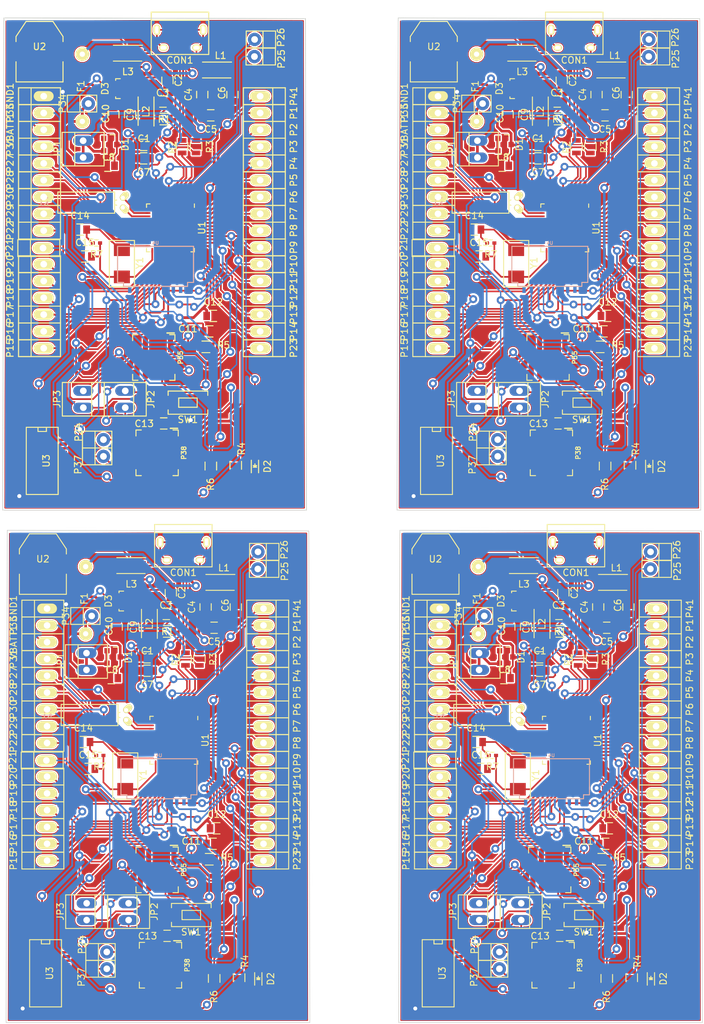
<source format=kicad_pcb>
(kicad_pcb (version 4) (host pcbnew 4.0.2+e4-6225~38~ubuntu14.04.1-stable)
  (title_block (title "Tiny K20 PCB") (date 5/4/2016) (rev 1) (company Karibe) (comment 1 karfes@gmail.com))
  (layers (0 F.Cu signal) (31 B.Cu signal) (34 B.Paste user) (35 F.Paste user) (36 B.SilkS user) (37 F.SilkS user) (38 B.Mask user) (39 F.Mask user) (44 Edge.Cuts user))
  (net 0 "")
  (net 1 GND)
  (net 2 "Net-(C2-Pad1)")
  (net 3 "Net-(C2-Pad2)")
  (net 4 "Net-(C3-Pad1)")
  (net 5 3V3)
  (net 6 "Net-(C7-Pad2)")
  (net 7 "Net-(C10-Pad1)")
  (net 8 RESET)
  (net 9 /D-)
  (net 10 /D+)
  (net 11 "Net-(CON1-Pad6)")
  (net 12 "Net-(D1-Pad1)")
  (net 13 LED)
  (net 14 "Net-(D2-Pad1)")
  (net 15 "Net-(D3-Pad2)")
  (net 16 "Net-(P5-Pad1)")
  (net 17 "Net-(P6-Pad1)")
  (net 18 SWD_CLK)
  (net 19 "Net-(P8-Pad1)")
  (net 20 SWD_IO)
  (net 21 "Net-(P14-Pad1)")
  (net 22 "Net-(P17-Pad1)")
  (net 23 "Net-(P18-Pad1)")
  (net 24 "Net-(P19-Pad1)")
  (net 25 "Net-(P20-Pad1)")
  (net 26 PTC7)
  (net 27 PTC6)
  (net 28 PTC5)
  (net 29 UART1_TX)
  (net 30 UART1_RX)
  (net 31 "Net-(P26-Pad1)")
  (net 32 PTC1)
  (net 33 PTC0)
  (net 34 "Net-(P29-Pad1)")
  (net 35 PTB1)
  (net 36 PTB0)
  (net 37 "Net-(R2-Pad2)")
  (net 38 "Net-(R3-Pad2)")
  (net 39 "Net-(P38-Pad2)")
  (net 40 "Net-(JP2-Pad1)")
  (net 41 "Net-(JP3-Pad1)")
  (net 42 Vregin)
  (net 43 Vreg)
  (net 44 /x-)
  (net 45 /x+)
  (net 46 /xtal_N)
  (net 47 /xtal_P)
  (net 48 "Net-(P1-Pad1)")
  (net 49 "Net-(P2-Pad1)")
  (net 50 "Net-(P3-Pad1)")
  (net 51 "Net-(P7-Pad1)")
  (net 52 "Net-(P25-Pad1)")
  (net 53 "Net-(P27-Pad1)")
  (net 54 "Net-(P28-Pad1)")
  (module Resistors_SMD:R_0805 (layer F.Cu) (at 46.1162 40.9956 180)
    (fp_text reference R1 (at -0.0483 -0.0381 180) (layer F.SilkS))
    (fp_text value 470)
    (pad 1 smd rect (at -0.95 0 180) (size 0.7 1.3) (layers F.Cu F.Paste F.Mask) (net 2 "Net-(C2-Pad1)"))
    (pad 2 smd rect (at 0.95 0 180) (size 0.7 1.3) (layers F.Cu F.Paste F.Mask) (net 4 "Net-(C3-Pad1)"))
  )
  (module Resistors_SMD:R_0805 (layer F.Cu) (at 52.4662 75.438)
    (fp_text reference R5 (at 2.667 -0.254) (layer F.SilkS))
    (fp_text value 10k)
    (pad 1 smd rect (at -0.95 0) (size 0.7 1.3) (layers F.Cu F.Paste F.Mask) (net 5 3V3))
    (pad 2 smd rect (at 0.95 0) (size 0.7 1.3) (layers F.Cu F.Paste F.Mask) (net 8 RESET))
  )
  (module Buttons_Switches_SMD:SW_SPST_EVQPE1 (layer F.Cu) (at 49.751 83.8708 180)
    (fp_text reference SW1 (at 0.02288 -2.5654 180) (layer F.SilkS))
    (fp_text value SW_PUSH)
    (pad 2 smd rect (at 2.7 0 180) (size 2 1.6) (layers F.Cu F.Paste F.Mask) (net 8 RESET))
    (pad 1 smd rect (at -2.7 0 180) (size 2 1.6) (layers F.Cu F.Paste F.Mask) (net 1 GND))
  )
  (module Connect:USB_Micro-B (layer F.Cu) (at 48.5437 28.64566 180)
    (fp_text reference CON1 (at 0 -3.45 180) (layer F.SilkS))
    (fp_text value USB-MINI-B)
    (pad 1 smd rect (at -1.3009 -1.56254 270) (size 1.35 0.4) (layers F.Cu F.Paste F.Mask) (net 43 Vreg))
    (pad 2 smd rect (at -0.6509 -1.56254 270) (size 1.35 0.4) (layers F.Cu F.Paste F.Mask) (net 9 /D-))
    (pad 3 smd rect (at -0.0009 -1.56254 270) (size 1.35 0.4) (layers F.Cu F.Paste F.Mask) (net 10 /D+))
    (pad 4 smd rect (at 0.6491 -1.56254 270) (size 1.35 0.4) (layers F.Cu F.Paste F.Mask))
    (pad 5 smd rect (at 1.2991 -1.56254 270) (size 1.35 0.4) (layers F.Cu F.Paste F.Mask) (net 1 GND))
    (pad 6 thru_hole oval (at -2.5009 -1.56254 270) (size 0.95 1.25) (drill oval 0.55 0.85) (layers *.Cu *.Mask F.SilkS) (net 11 "Net-(CON1-Pad6)"))
    (pad 6 thru_hole oval (at 2.4991 -1.56254 270) (size 0.95 1.25) (drill oval 0.55 0.85) (layers *.Cu *.Mask F.SilkS) (net 11 "Net-(CON1-Pad6)"))
    (pad 6 thru_hole oval (at -3.5009 1.13746 270) (size 1.55 1) (drill oval 1.15 0.5) (layers *.Cu *.Mask F.SilkS) (net 11 "Net-(CON1-Pad6)"))
    (pad 6 thru_hole oval (at 3.4991 1.13746 270) (size 1.55 1) (drill oval 1.15 0.5) (layers *.Cu *.Mask F.SilkS) (net 11 "Net-(CON1-Pad6)"))
  )
  (module Wire_Connections_Bridges:WireConnection_0.80mmDrill (layer F.Cu) (at 33.7566 31.1912 270)
    (fp_text reference F1 (at 4.8514 0.2032 270) (layer F.SilkS))
    (fp_text value FUSE_F)
    (pad 1 thru_hole circle (at 0 0 270) (size 1.99898 1.99898) (drill 0.8001) (layers *.Cu *.Mask F.SilkS) (net 43 Vreg))
    (pad 2 thru_hole circle (at 10.16 0 270) (size 1.99898 1.99898) (drill 0.8001) (layers *.Cu *.Mask F.SilkS) (net 12 "Net-(D1-Pad1)"))
  )
  (module Housings_DFN_QFN:QFN-48-1EP_7x7mm_Pitch0.5mm (layer F.Cu) (at 47.1036 57.4512 270)
    (fp_text reference U1 (at 0 -4.75 270) (layer F.SilkS))
    (fp_text value MK20DX128VFT5)
    (pad 1 smd rect (at -3.4 -2.75 270) (size 0.7 0.25) (layers F.Cu F.Paste F.Mask) (net 5 3V3))
    (pad 2 smd rect (at -3.4 -2.25 270) (size 0.7 0.25) (layers F.Cu F.Paste F.Mask) (net 1 GND))
    (pad 3 smd rect (at -3.4 -1.75 270) (size 0.7 0.25) (layers F.Cu F.Paste F.Mask) (net 37 "Net-(R2-Pad2)"))
    (pad 4 smd rect (at -3.4 -1.25 270) (size 0.7 0.25) (layers F.Cu F.Paste F.Mask) (net 38 "Net-(R3-Pad2)"))
    (pad 5 smd rect (at -3.4 -0.75 270) (size 0.7 0.25) (layers F.Cu F.Paste F.Mask) (net 5 3V3))
    (pad 6 smd rect (at -3.4 -0.25 270) (size 0.7 0.25) (layers F.Cu F.Paste F.Mask) (net 42 Vregin))
    (pad 7 smd rect (at -3.4 0.25 270) (size 0.7 0.25) (layers F.Cu F.Paste F.Mask) (net 52 "Net-(P25-Pad1)"))
    (pad 8 smd rect (at -3.4 0.75 270) (size 0.7 0.25) (layers F.Cu F.Paste F.Mask) (net 31 "Net-(P26-Pad1)"))
    (pad 9 smd rect (at -3.4 1.25 270) (size 0.7 0.25) (layers F.Cu F.Paste F.Mask) (net 2 "Net-(C2-Pad1)"))
    (pad 10 smd rect (at -3.4 1.75 270) (size 0.7 0.25) (layers F.Cu F.Paste F.Mask) (net 4 "Net-(C3-Pad1)"))
    (pad 11 smd rect (at -3.4 2.25 270) (size 0.7 0.25) (layers F.Cu F.Paste F.Mask) (net 3 "Net-(C2-Pad2)"))
    (pad 12 smd rect (at -3.4 2.75 270) (size 0.7 0.25) (layers F.Cu F.Paste F.Mask) (net 3 "Net-(C2-Pad2)"))
    (pad 13 smd rect (at -2.75 3.4) (size 0.7 0.25) (layers F.Cu F.Paste F.Mask) (net 6 "Net-(C7-Pad2)"))
    (pad 14 smd rect (at -2.25 3.4) (size 0.7 0.25) (layers F.Cu F.Paste F.Mask) (net 47 /xtal_P))
    (pad 15 smd rect (at -1.75 3.4) (size 0.7 0.25) (layers F.Cu F.Paste F.Mask) (net 46 /xtal_N))
    (pad 16 smd rect (at -1.25 3.4) (size 0.7 0.25) (layers F.Cu F.Paste F.Mask) (net 7 "Net-(C10-Pad1)"))
    (pad 17 smd rect (at -0.75 3.4) (size 0.7 0.25) (layers F.Cu F.Paste F.Mask) (net 18 SWD_CLK))
    (pad 18 smd rect (at -0.25 3.4) (size 0.7 0.25) (layers F.Cu F.Paste F.Mask) (net 53 "Net-(P27-Pad1)"))
    (pad 19 smd rect (at 0.25 3.4) (size 0.7 0.25) (layers F.Cu F.Paste F.Mask) (net 54 "Net-(P28-Pad1)"))
    (pad 20 smd rect (at 0.75 3.4) (size 0.7 0.25) (layers F.Cu F.Paste F.Mask) (net 20 SWD_IO))
    (pad 21 smd rect (at 1.25 3.4) (size 0.7 0.25) (layers F.Cu F.Paste F.Mask) (net 34 "Net-(P29-Pad1)"))
    (pad 22 smd rect (at 1.75 3.4) (size 0.7 0.25) (layers F.Cu F.Paste F.Mask) (net 5 3V3))
    (pad 23 smd rect (at 2.25 3.4) (size 0.7 0.25) (layers F.Cu F.Paste F.Mask) (net 1 GND))
    (pad 24 smd rect (at 2.75 3.4) (size 0.7 0.25) (layers F.Cu F.Paste F.Mask) (net 44 /x-))
    (pad 25 smd rect (at 3.4 2.75 270) (size 0.7 0.25) (layers F.Cu F.Paste F.Mask) (net 45 /x+))
    (pad 26 smd rect (at 3.4 2.25 270) (size 0.7 0.25) (layers F.Cu F.Paste F.Mask) (net 8 RESET))
    (pad 27 smd rect (at 3.4 1.75 270) (size 0.7 0.25) (layers F.Cu F.Paste F.Mask) (net 36 PTB0))
    (pad 28 smd rect (at 3.4 1.25 270) (size 0.7 0.25) (layers F.Cu F.Paste F.Mask) (net 35 PTB1))
    (pad 29 smd rect (at 3.4 0.75 270) (size 0.7 0.25) (layers F.Cu F.Paste F.Mask) (net 25 "Net-(P20-Pad1)"))
    (pad 30 smd rect (at 3.4 0.25 270) (size 0.7 0.25) (layers F.Cu F.Paste F.Mask) (net 24 "Net-(P19-Pad1)"))
    (pad 31 smd rect (at 3.4 -0.25 270) (size 0.7 0.25) (layers F.Cu F.Paste F.Mask) (net 23 "Net-(P18-Pad1)"))
    (pad 32 smd rect (at 3.4 -0.75 270) (size 0.7 0.25) (layers F.Cu F.Paste F.Mask) (net 22 "Net-(P17-Pad1)"))
    (pad 33 smd rect (at 3.4 -1.25 270) (size 0.7 0.25) (layers F.Cu F.Paste F.Mask) (net 33 PTC0))
    (pad 34 smd rect (at 3.4 -1.75 270) (size 0.7 0.25) (layers F.Cu F.Paste F.Mask) (net 32 PTC1))
    (pad 35 smd rect (at 3.4 -2.25 270) (size 0.7 0.25) (layers F.Cu F.Paste F.Mask) (net 21 "Net-(P14-Pad1)"))
    (pad 36 smd rect (at 3.4 -2.75 270) (size 0.7 0.25) (layers F.Cu F.Paste F.Mask) (net 41 "Net-(JP3-Pad1)"))
    (pad 37 smd rect (at 2.75 -3.4) (size 0.7 0.25) (layers F.Cu F.Paste F.Mask) (net 40 "Net-(JP2-Pad1)"))
    (pad 38 smd rect (at 2.25 -3.4) (size 0.7 0.25) (layers F.Cu F.Paste F.Mask) (net 28 PTC5))
    (pad 39 smd rect (at 1.75 -3.4) (size 0.7 0.25) (layers F.Cu F.Paste F.Mask) (net 27 PTC6))
    (pad 40 smd rect (at 1.25 -3.4) (size 0.7 0.25) (layers F.Cu F.Paste F.Mask) (net 26 PTC7))
    (pad 41 smd rect (at 0.75 -3.4) (size 0.7 0.25) (layers F.Cu F.Paste F.Mask) (net 19 "Net-(P8-Pad1)"))
    (pad 42 smd rect (at 0.25 -3.4) (size 0.7 0.25) (layers F.Cu F.Paste F.Mask) (net 51 "Net-(P7-Pad1)"))
    (pad 43 smd rect (at -0.25 -3.4) (size 0.7 0.25) (layers F.Cu F.Paste F.Mask) (net 17 "Net-(P6-Pad1)"))
    (pad 44 smd rect (at -0.75 -3.4) (size 0.7 0.25) (layers F.Cu F.Paste F.Mask) (net 16 "Net-(P5-Pad1)"))
    (pad 45 smd rect (at -1.25 -3.4) (size 0.7 0.25) (layers F.Cu F.Paste F.Mask) (net 13 LED))
    (pad 46 smd rect (at -1.75 -3.4) (size 0.7 0.25) (layers F.Cu F.Paste F.Mask) (net 50 "Net-(P3-Pad1)"))
    (pad 47 smd rect (at -2.25 -3.4) (size 0.7 0.25) (layers F.Cu F.Paste F.Mask) (net 49 "Net-(P2-Pad1)"))
    (pad 48 smd rect (at -2.75 -3.4) (size 0.7 0.25) (layers F.Cu F.Paste F.Mask) (net 48 "Net-(P1-Pad1)"))
  )
  (module Capacitors_SMD:C_0805 (layer F.Cu) (at 43.0436 44.9072)
    (fp_text reference C1 (at 0.0602 -0.9652) (layer F.SilkS))
    (fp_text value 100n)
    (pad 1 smd rect (at -1 0) (size 1 1.25) (layers F.Cu F.Paste F.Mask) (net 42 Vregin))
    (pad 2 smd rect (at 1 0) (size 1 1.25) (layers F.Cu F.Paste F.Mask) (net 1 GND))
  )
  (module Capacitors_SMD:C_0805 (layer F.Cu) (at 46.6471 35.1442 270)
    (fp_text reference C2 (at -0.0254 -1.67132 270) (layer F.SilkS))
    (fp_text value 2.2u)
    (pad 1 smd rect (at -1 0 270) (size 1 1.25) (layers F.Cu F.Paste F.Mask) (net 2 "Net-(C2-Pad1)"))
    (pad 2 smd rect (at 1 0 270) (size 1 1.25) (layers F.Cu F.Paste F.Mask) (net 3 "Net-(C2-Pad2)"))
  )
  (module Capacitors_SMD:C_0805 (layer F.Cu) (at 45.9646 38.354 180)
    (fp_text reference C3 (at 0.0668 1.3208 180) (layer F.SilkS))
    (fp_text value 100n)
    (pad 1 smd rect (at -1 0 180) (size 1 1.25) (layers F.Cu F.Paste F.Mask) (net 4 "Net-(C3-Pad1)"))
    (pad 2 smd rect (at 1 0 180) (size 1 1.25) (layers F.Cu F.Paste F.Mask) (net 3 "Net-(C2-Pad2)"))
  )
  (module Capacitors_SMD:C_0805 (layer F.Cu) (at 51.9176 37.2966 90)
    (fp_text reference C4 (at 0 -2.1 90) (layer F.SilkS))
    (fp_text value 100n)
    (pad 1 smd rect (at -1 0 90) (size 1 1.25) (layers F.Cu F.Paste F.Mask) (net 5 3V3))
    (pad 2 smd rect (at 1 0 90) (size 1 1.25) (layers F.Cu F.Paste F.Mask) (net 1 GND))
  )
  (module Capacitors_SMD:C_0805 (layer F.Cu) (at 53.2036 40.4368 180)
    (fp_text reference C5 (at 0 -2.1 180) (layer F.SilkS))
    (fp_text value 100n)
    (pad 1 smd rect (at -1 0 180) (size 1 1.25) (layers F.Cu F.Paste F.Mask) (net 5 3V3))
    (pad 2 smd rect (at 1 0 180) (size 1 1.25) (layers F.Cu F.Paste F.Mask) (net 1 GND))
  )
  (module Capacitors_SMD:C_0805 (layer F.Cu) (at 56.4896 37.3032 90)
    (fp_text reference C6 (at 0.27 -1.6002 90) (layer F.SilkS))
    (fp_text value 2.2u)
    (pad 1 smd rect (at -1 0 90) (size 1 1.25) (layers F.Cu F.Paste F.Mask) (net 5 3V3))
    (pad 2 smd rect (at 1 0 90) (size 1 1.25) (layers F.Cu F.Paste F.Mask) (net 1 GND))
  )
  (module Capacitors_SMD:C_0805 (layer F.Cu) (at 43.0436 46.9392 180)
    (fp_text reference C7 (at 0 -2.1 180) (layer F.SilkS))
    (fp_text value 100n)
    (pad 1 smd rect (at -1 0 180) (size 1 1.25) (layers F.Cu F.Paste F.Mask) (net 3 "Net-(C2-Pad2)"))
    (pad 2 smd rect (at 1 0 180) (size 1 1.25) (layers F.Cu F.Paste F.Mask) (net 6 "Net-(C7-Pad2)"))
  )
  (module Capacitors_SMD:C_0805 (layer F.Cu) (at 37.6334 48.0568 180)
    (fp_text reference C8 (at -0.0922 1.2954 180) (layer F.SilkS))
    (fp_text value 100n)
    (pad 1 smd rect (at -1 0 180) (size 1 1.25) (layers F.Cu F.Paste F.Mask) (net 42 Vregin))
    (pad 2 smd rect (at 1 0 180) (size 1 1.25) (layers F.Cu F.Paste F.Mask) (net 1 GND))
  )
  (module Capacitors_SMD:C_0805 (layer F.Cu) (at 40.9956 40.3192 270)
    (fp_text reference C9 (at 0.00584 -0.0254 270) (layer F.SilkS))
    (fp_text value 100n)
    (pad 1 smd rect (at -1 0 270) (size 1 1.25) (layers F.Cu F.Paste F.Mask) (net 5 3V3))
    (pad 2 smd rect (at 1 0 270) (size 1 1.25) (layers F.Cu F.Paste F.Mask) (net 1 GND))
  )
  (module Capacitors_SMD:C_0805 (layer F.Cu) (at 38.4556 40.3192 270)
    (fp_text reference C10 (at -0.13132 1.15316 270) (layer F.SilkS))
    (fp_text value 100n)
    (pad 1 smd rect (at -1 0 270) (size 1 1.25) (layers F.Cu F.Paste F.Mask) (net 7 "Net-(C10-Pad1)"))
    (pad 2 smd rect (at 1 0 270) (size 1 1.25) (layers F.Cu F.Paste F.Mask) (net 1 GND))
  )
  (module Capacitors_SMD:C_0805 (layer F.Cu) (at 53.0446 73.1012)
    (fp_text reference C11 (at -3.302 -0.381) (layer F.SilkS))
    (fp_text value 100n)
    (pad 1 smd rect (at -1 0) (size 1 1.25) (layers F.Cu F.Paste F.Mask) (net 8 RESET))
    (pad 2 smd rect (at 1 0) (size 1 1.25) (layers F.Cu F.Paste F.Mask) (net 1 GND))
  )
  (module Capacitors_SMD:C_0805 (layer F.Cu) (at 53.594 70.75932)
    (fp_text reference C12 (at 0 -2.1) (layer F.SilkS))
    (fp_text value 2.2u)
    (pad 1 smd rect (at -1 0) (size 1 1.25) (layers F.Cu F.Paste F.Mask) (net 5 3V3))
    (pad 2 smd rect (at 1 0) (size 1 1.25) (layers F.Cu F.Paste F.Mask) (net 1 GND))
  )
  (module Capacitors_SMD:C_0805 (layer F.Cu) (at 46.085 87.0204 180)
    (fp_text reference C13 (at 2.9558 -0.0254 180) (layer F.SilkS))
    (fp_text value 100n)
    (pad 1 smd rect (at -1 0 180) (size 1 1.25) (layers F.Cu F.Paste F.Mask) (net 5 3V3))
    (pad 2 smd rect (at 1 0 180) (size 1 1.25) (layers F.Cu F.Paste F.Mask) (net 1 GND))
  )
  (module TO_SOT_Packages_SMD:SOT-23 (layer F.Cu) (at 37.99078 44.8564 270)
    (fp_text reference D1 (at 0 -2.25 270) (layer F.SilkS))
    (fp_text value BAS40-05)
    (pad 1 smd rect (at -0.95 1.00076 270) (size 0.8001 0.8001) (layers F.Cu F.Paste F.Mask) (net 12 "Net-(D1-Pad1)"))
    (pad 2 smd rect (at 0.95 1.00076 270) (size 0.8001 0.8001) (layers F.Cu F.Paste F.Mask) (net 12 "Net-(D1-Pad1)"))
    (pad 3 smd rect (at 0 -0.99822 270) (size 0.8001 0.8001) (layers F.Cu F.Paste F.Mask) (net 42 Vregin))
  )
  (module LEDs:LED_0603 (layer F.Cu) (at 59.8932 93.37802 90)
    (fp_text reference D2 (at -0.14478 1.8796 90) (layer F.SilkS))
    (fp_text value LED)
    (pad 2 smd rect (at 0.7493 0 270) (size 0.79756 0.79756) (layers F.Cu F.Paste F.Mask) (net 13 LED))
    (pad 1 smd rect (at -0.7493 0 270) (size 0.79756 0.79756) (layers F.Cu F.Paste F.Mask) (net 14 "Net-(D2-Pad1)"))
  )
  (module TO_SOT_Packages_SMD:SOT-23 (layer F.Cu) (at 39.45382 36.3982 90)
    (fp_text reference D3 (at 0 -2.25 90) (layer F.SilkS))
    (fp_text value BAS40-05)
    (pad 1 smd rect (at -0.95 1.00076 90) (size 0.8001 0.8001) (layers F.Cu F.Paste F.Mask) (net 5 3V3))
    (pad 2 smd rect (at 0.95 1.00076 90) (size 0.8001 0.8001) (layers F.Cu F.Paste F.Mask) (net 15 "Net-(D3-Pad2)"))
    (pad 3 smd rect (at 0 -0.99822 90) (size 0.8001 0.8001) (layers F.Cu F.Paste F.Mask) (net 7 "Net-(C10-Pad1)"))
  )
  (module Resistors_SMD:R_0805 (layer F.Cu) (at 48.8696 45.1764 270)
    (fp_text reference R2 (at 0.0864 1.4986 270) (layer F.SilkS))
    (fp_text value 33)
    (pad 1 smd rect (at -0.95 0 270) (size 0.7 1.3) (layers F.Cu F.Paste F.Mask) (net 10 /D+))
    (pad 2 smd rect (at 0.95 0 270) (size 0.7 1.3) (layers F.Cu F.Paste F.Mask) (net 37 "Net-(R2-Pad2)"))
  )
  (module Resistors_SMD:R_0805 (layer F.Cu) (at 50.9778 45.1764 270)
    (fp_text reference R3 (at 0 -2.1 270) (layer F.SilkS))
    (fp_text value 33)
    (pad 1 smd rect (at -0.95 0 270) (size 0.7 1.3) (layers F.Cu F.Paste F.Mask) (net 9 /D-))
    (pad 2 smd rect (at 0.95 0 270) (size 0.7 1.3) (layers F.Cu F.Paste F.Mask) (net 38 "Net-(R3-Pad2)"))
  )
  (module Resistors_SMD:R_0805 (layer F.Cu) (at 56.98744 93.34496 270)
    (fp_text reference R4 (at -2.5044 -0.8636 270) (layer F.SilkS))
    (fp_text value 1k)
    (pad 1 smd rect (at -0.95 0 270) (size 0.7 1.3) (layers F.Cu F.Paste F.Mask) (net 5 3V3))
    (pad 2 smd rect (at 0.95 0 270) (size 0.7 1.3) (layers F.Cu F.Paste F.Mask) (net 14 "Net-(D2-Pad1)"))
  )
  (module Resistors_SMD:R_0805 (layer F.Cu) (at 53.213 93.4568 270)
    (fp_text reference R6 (at 2.75332 0.04064 270) (layer F.SilkS))
    (fp_text value 1k)
    (pad 1 smd rect (at -0.95 0 270) (size 0.7 1.3) (layers F.Cu F.Paste F.Mask) (net 26 PTC7))
    (pad 2 smd rect (at 0.95 0 270) (size 0.7 1.3) (layers F.Cu F.Paste F.Mask) (net 39 "Net-(P38-Pad2)"))
  )
  (module TO_SOT_Packages_SMD:SOT-223 (layer F.Cu) (at 27.2796 30.8102)
    (fp_text reference U2 (at 0 -0.762) (layer F.SilkS))
    (fp_text value LT1129CST-3.3)
    (pad 4 smd rect (at 0 -3.302) (size 3.6576 2.032) (layers F.Cu F.Paste F.Mask))
    (pad 2 smd rect (at 0 3.302) (size 1.016 2.032) (layers F.Cu F.Paste F.Mask) (net 1 GND))
    (pad 3 smd rect (at 2.286 3.302) (size 1.016 2.032) (layers F.Cu F.Paste F.Mask) (net 5 3V3))
    (pad 1 smd rect (at -2.286 3.302) (size 1.016 2.032) (layers F.Cu F.Paste F.Mask) (net 42 Vregin))
  )
  (module SMD_Packages:SOIC-14_N (layer F.Cu) (at 27.813 92.67952 270)
    (fp_text reference U3 (at 0 -0.49276 270) (layer F.SilkS))
    (fp_text value 74LS126)
    (pad 1 smd rect (at -3.81 3.302 270) (size 0.508 1.143) (layers F.Cu F.Paste F.Mask))
    (pad 2 smd rect (at -2.54 3.302 270) (size 0.508 1.143) (layers F.Cu F.Paste F.Mask))
    (pad 3 smd rect (at -1.27 3.302 270) (size 0.508 1.143) (layers F.Cu F.Paste F.Mask))
    (pad 4 smd rect (at 0 3.302 270) (size 0.508 1.143) (layers F.Cu F.Paste F.Mask))
    (pad 5 smd rect (at 1.27 3.302 270) (size 0.508 1.143) (layers F.Cu F.Paste F.Mask))
    (pad 6 smd rect (at 2.54 3.302 270) (size 0.508 1.143) (layers F.Cu F.Paste F.Mask))
    (pad 7 smd rect (at 3.81 3.302 270) (size 0.508 1.143) (layers F.Cu F.Paste F.Mask) (net 1 GND))
    (pad 8 smd rect (at 3.81 -3.048 270) (size 0.508 1.143) (layers F.Cu F.Paste F.Mask) (net 39 "Net-(P38-Pad2)"))
    (pad 9 smd rect (at 2.54 -3.048 270) (size 0.508 1.143) (layers F.Cu F.Paste F.Mask) (net 27 PTC6))
    (pad 11 smd rect (at 0 -3.048 270) (size 0.508 1.143) (layers F.Cu F.Paste F.Mask))
    (pad 12 smd rect (at -1.27 -3.048 270) (size 0.508 1.143) (layers F.Cu F.Paste F.Mask))
    (pad 13 smd rect (at -2.54 -3.048 270) (size 0.508 1.143) (layers F.Cu F.Paste F.Mask))
    (pad 14 smd rect (at -3.81 -3.048 270) (size 0.508 1.143) (layers F.Cu F.Paste F.Mask))
    (pad 10 smd rect (at 1.27 -3.048 270) (size 0.508 1.143) (layers F.Cu F.Paste F.Mask) (net 36 PTB0))
  )
  (module Inductors_NEOSID:Neosid_Inductor_SM1206 (layer F.Cu) (at 54.1528 33.5788 180)
    (fp_text reference L1 (at -0.5334 2.18948 180) (layer F.SilkS))
    (fp_text value INDUCTOR_F)
    (pad 2 smd rect (at 1.6256 0 180) (size 1.15062 1.39954) (layers F.Cu F.Paste F.Mask) (net 11 "Net-(CON1-Pad6)"))
    (pad 1 smd rect (at -1.6256 0 180) (size 1.15062 1.39954) (layers F.Cu F.Paste F.Mask) (net 1 GND))
  )
  (module Inductors_NEOSID:Neosid_Inductor_SM1206 (layer F.Cu) (at 43.4086 39.8526 90)
    (fp_text reference L2 (at -0.01524 -0.00508 90) (layer F.SilkS))
    (fp_text value INDUCTOR_F)
    (pad 2 smd rect (at 1.6256 0 90) (size 1.15062 1.39954) (layers F.Cu F.Paste F.Mask) (net 3 "Net-(C2-Pad2)"))
    (pad 1 smd rect (at -1.6256 0 90) (size 1.15062 1.39954) (layers F.Cu F.Paste F.Mask) (net 1 GND))
  )
  (module Inductors_NEOSID:Neosid_Inductor_SM1206 (layer F.Cu) (at 40.6654 31.0388 180)
    (fp_text reference L3 (at 0 -2.79908 180) (layer F.SilkS))
    (fp_text value INDUCTOR_F)
    (pad 2 smd rect (at 1.6256 0 180) (size 1.15062 1.39954) (layers F.Cu F.Paste F.Mask) (net 5 3V3))
    (pad 1 smd rect (at -1.6256 0 180) (size 1.15062 1.39954) (layers F.Cu F.Paste F.Mask) (net 2 "Net-(C2-Pad1)"))
  )
  (module Connect:PINHEAD1-2 (layer F.Cu) (at 33.8836 45.5422 90)
    (fp_text reference JP1 (at 0 -3.9 90) (layer F.SilkS))
    (fp_text value JUMPER_F)
    (pad 1 thru_hole oval (at -1.27 0 90) (size 1.50622 3.01498) (drill 0.99822) (layers *.Cu *.Mask) (net 12 "Net-(D1-Pad1)"))
    (pad 2 thru_hole oval (at 1.27 0 90) (size 1.50622 3.01498) (drill 0.99822) (layers *.Cu *.Mask) (net 12 "Net-(D1-Pad1)"))
  )
  (module Connect:PINHEAD1-2 (layer F.Cu) (at 40.259 83.3628 270)
    (fp_text reference JP2 (at 0 -3.9 270) (layer F.SilkS))
    (fp_text value JUMPER_F)
    (pad 1 thru_hole oval (at -1.27 0 270) (size 1.50622 3.01498) (drill 0.99822) (layers *.Cu *.Mask) (net 40 "Net-(JP2-Pad1)"))
    (pad 2 thru_hole oval (at 1.27 0 270) (size 1.50622 3.01498) (drill 0.99822) (layers *.Cu *.Mask) (net 29 UART1_TX))
  )
  (module Connect:PINHEAD1-2 (layer F.Cu) (at 33.909 83.3628 270)
    (fp_text reference JP3 (at -0.0254 3.98272 270) (layer F.SilkS))
    (fp_text value JUMPER_F)
    (pad 1 thru_hole oval (at -1.27 0 270) (size 1.50622 3.01498) (drill 0.99822) (layers *.Cu *.Mask) (net 41 "Net-(JP3-Pad1)"))
    (pad 2 thru_hole oval (at 1.27 0 270) (size 1.50622 3.01498) (drill 0.99822) (layers *.Cu *.Mask) (net 30 UART1_RX))
  )
  (module Crystals:Crystal_Round_Horizontal_3mm_BigPad (layer F.Cu) (at 39.9034 53.6321 90)
    (fp_text reference Y2 (at 0.24892 -11.8491 90) (layer B.SilkS) (effects (justify mirror)))
    (fp_text value Crystal_Small)
    (pad 1 thru_hole oval (at -0.7493 0 135) (size 1.50114 1.00076) (drill 0.59944 (offset -0.29972 0)) (layers *.Cu *.Mask F.SilkS) (net 46 /xtal_N))
    (pad 2 thru_hole oval (at 0.7493 0 45) (size 1.50114 1.00076) (drill 0.59944 (offset 0.29972 0)) (layers *.Cu *.Mask F.SilkS) (net 47 /xtal_P))
  )
  (module Connect:PIN1 (layer F.Cu) (at 61.3156 45.1612 270)
    (fp_text reference P1 (at -5.08 -4.445 270) (layer F.SilkS))
    (fp_text value CONN_1)
    (pad 1 thru_hole oval (at -5.08 0.635 270) (size 1.524 3) (drill 1) (layers *.Cu *.Mask F.SilkS) (net 48 "Net-(P1-Pad1)"))
  )
  (module Connect:PIN1 (layer F.Cu) (at 61.3156 47.7012 270)
    (fp_text reference P2 (at -5.08 -4.445 270) (layer F.SilkS))
    (fp_text value CONN_1)
    (pad 1 thru_hole oval (at -5.08 0.635 270) (size 1.524 3) (drill 1) (layers *.Cu *.Mask F.SilkS) (net 49 "Net-(P2-Pad1)"))
  )
  (module Connect:PIN1 (layer F.Cu) (at 61.3156 50.2412 270)
    (fp_text reference P3 (at -5.08 -4.445 270) (layer F.SilkS))
    (fp_text value CONN_1)
    (pad 1 thru_hole oval (at -5.08 0.635 270) (size 1.524 3) (drill 1) (layers *.Cu *.Mask F.SilkS) (net 50 "Net-(P3-Pad1)"))
  )
  (module Connect:PIN1 (layer F.Cu) (at 61.3156 52.7812 270)
    (fp_text reference P4 (at -5.08 -4.445 270) (layer F.SilkS))
    (fp_text value CONN_1)
    (pad 1 thru_hole oval (at -5.08 0.635 270) (size 1.524 3) (drill 1) (layers *.Cu *.Mask F.SilkS) (net 13 LED))
  )
  (module Connect:PIN1 (layer F.Cu) (at 61.3156 55.3212 270)
    (fp_text reference P5 (at -5.08 -4.445 270) (layer F.SilkS))
    (fp_text value CONN_1)
    (pad 1 thru_hole oval (at -5.08 0.635 270) (size 1.524 3) (drill 1) (layers *.Cu *.Mask F.SilkS) (net 16 "Net-(P5-Pad1)"))
  )
  (module Connect:PIN1 (layer F.Cu) (at 61.3156 57.8612 270)
    (fp_text reference P6 (at -5.08 -4.445 270) (layer F.SilkS))
    (fp_text value CONN_1)
    (pad 1 thru_hole oval (at -5.08 0.635 270) (size 1.524 3) (drill 1) (layers *.Cu *.Mask F.SilkS) (net 17 "Net-(P6-Pad1)"))
  )
  (module Connect:PIN1 (layer F.Cu) (at 61.3156 60.4012 270)
    (fp_text reference P7 (at -5.08 -4.445 270) (layer F.SilkS))
    (fp_text value CONN_1)
    (pad 1 thru_hole oval (at -5.08 0.635 270) (size 1.524 3) (drill 1) (layers *.Cu *.Mask F.SilkS) (net 51 "Net-(P7-Pad1)"))
  )
  (module Connect:PIN1 (layer F.Cu) (at 61.3156 62.9412 270)
    (fp_text reference P8 (at -5.08 -4.445 270) (layer F.SilkS))
    (fp_text value CONN_1)
    (pad 1 thru_hole oval (at -5.08 0.635 270) (size 1.524 3) (drill 1) (layers *.Cu *.Mask F.SilkS) (net 19 "Net-(P8-Pad1)"))
  )
  (module Connect:PIN1 (layer F.Cu) (at 61.3156 65.4812 270)
    (fp_text reference P9 (at -5.08 -4.445 270) (layer F.SilkS))
    (fp_text value CONN_1)
    (pad 1 thru_hole oval (at -5.08 0.635 270) (size 1.524 3) (drill 1) (layers *.Cu *.Mask F.SilkS) (net 26 PTC7))
  )
  (module Connect:PIN1 (layer F.Cu) (at 61.3156 68.0212 270)
    (fp_text reference P10 (at -5.08 -4.445 270) (layer F.SilkS))
    (fp_text value CONN_1)
    (pad 1 thru_hole oval (at -5.08 0.635 270) (size 1.524 3) (drill 1) (layers *.Cu *.Mask F.SilkS) (net 27 PTC6))
  )
  (module Connect:PIN1 (layer F.Cu) (at 61.3156 70.5612 270)
    (fp_text reference P11 (at -5.08 -4.445 270) (layer F.SilkS))
    (fp_text value CONN_1)
    (pad 1 thru_hole oval (at -5.08 0.635 270) (size 1.524 3) (drill 1) (layers *.Cu *.Mask F.SilkS) (net 28 PTC5))
  )
  (module Connect:PIN1 (layer F.Cu) (at 61.3156 73.1012 270)
    (fp_text reference P12 (at -5.08 -4.445 270) (layer F.SilkS))
    (fp_text value CONN_1)
    (pad 1 thru_hole oval (at -5.08 0.635 270) (size 1.524 3) (drill 1) (layers *.Cu *.Mask F.SilkS) (net 40 "Net-(JP2-Pad1)"))
  )
  (module Connect:PIN1 (layer F.Cu) (at 61.3156 75.6412 270)
    (fp_text reference P13 (at -5.08 -4.445 270) (layer F.SilkS))
    (fp_text value CONN_1)
    (pad 1 thru_hole oval (at -5.08 0.635 270) (size 1.524 3) (drill 1) (layers *.Cu *.Mask F.SilkS) (net 41 "Net-(JP3-Pad1)"))
  )
  (module Connect:PIN1 (layer F.Cu) (at 61.3156 78.1812 270)
    (fp_text reference P14 (at -5.08 -4.445 270) (layer F.SilkS))
    (fp_text value CONN_1)
    (pad 1 thru_hole oval (at -5.08 0.635 270) (size 1.524 3) (drill 1) (layers *.Cu *.Mask F.SilkS) (net 21 "Net-(P14-Pad1)"))
  )
  (module Connect:PIN1 (layer F.Cu) (at 27.2796 70.5612 90)
    (fp_text reference P15 (at -5.08 -4.445 90) (layer F.SilkS))
    (fp_text value CONN_1)
    (pad 1 thru_hole oval (at -5.08 0.635 90) (size 1.524 3) (drill 1) (layers *.Cu *.Mask F.SilkS) (net 32 PTC1))
  )
  (module Connect:PIN1 (layer F.Cu) (at 27.2796 68.0212 90)
    (fp_text reference P16 (at -5.08 -4.445 90) (layer F.SilkS))
    (fp_text value CONN_1)
    (pad 1 thru_hole oval (at -5.08 0.635 90) (size 1.524 3) (drill 1) (layers *.Cu *.Mask F.SilkS) (net 33 PTC0))
  )
  (module Connect:PIN1 (layer F.Cu) (at 27.2796 65.4812 90)
    (fp_text reference P17 (at -5.08 -4.445 90) (layer F.SilkS))
    (fp_text value CONN_1)
    (pad 1 thru_hole oval (at -5.08 0.635 90) (size 1.524 3) (drill 1) (layers *.Cu *.Mask F.SilkS) (net 22 "Net-(P17-Pad1)"))
  )
  (module Connect:PIN1 (layer F.Cu) (at 27.2796 62.9412 90)
    (fp_text reference P18 (at -5.08 -4.445 90) (layer F.SilkS))
    (fp_text value CONN_1)
    (pad 1 thru_hole oval (at -5.08 0.635 90) (size 1.524 3) (drill 1) (layers *.Cu *.Mask F.SilkS) (net 23 "Net-(P18-Pad1)"))
  )
  (module Connect:PIN1 (layer F.Cu) (at 27.2796 60.4012 90)
    (fp_text reference P19 (at -5.08 -4.445 90) (layer F.SilkS))
    (fp_text value CONN_1)
    (pad 1 thru_hole oval (at -5.08 0.635 90) (size 1.524 3) (drill 1) (layers *.Cu *.Mask F.SilkS) (net 24 "Net-(P19-Pad1)"))
  )
  (module Connect:PIN1 (layer F.Cu) (at 27.2796 57.8612 90)
    (fp_text reference P20 (at -5.08 -4.445 90) (layer F.SilkS))
    (fp_text value CONN_1)
    (pad 1 thru_hole oval (at -5.08 0.635 90) (size 1.524 3) (drill 1) (layers *.Cu *.Mask F.SilkS) (net 25 "Net-(P20-Pad1)"))
  )
  (module Connect:PIN1 (layer F.Cu) (at 27.178 55.4228 90)
    (fp_text reference P21 (at -5.08 -4.445 90) (layer F.SilkS))
    (fp_text value CONN_1)
    (pad 1 thru_hole oval (at -5.08 0.635 90) (size 1.524 3) (drill 1) (layers *.Cu *.Mask F.SilkS) (net 35 PTB1))
  )
  (module Connect:PIN1 (layer F.Cu) (at 27.2796 52.7812 90)
    (fp_text reference P22 (at -5.08 -4.445 90) (layer F.SilkS))
    (fp_text value CONN_1)
    (pad 1 thru_hole oval (at -5.08 0.635 90) (size 1.524 3) (drill 1) (layers *.Cu *.Mask F.SilkS) (net 36 PTB0))
  )
  (module Connect:PIN1 (layer F.Cu) (at 61.3156 80.7212 270)
    (fp_text reference P23 (at -5.08 -4.445 270) (layer F.SilkS))
    (fp_text value CONN_1)
    (pad 1 thru_hole oval (at -5.08 0.635 270) (size 1.524 3) (drill 1) (layers *.Cu *.Mask F.SilkS) (net 5 3V3))
  )
  (module Connect:PIN1 (layer F.Cu) (at 27.2796 42.6212 90)
    (fp_text reference P27 (at -5.08 -4.445 90) (layer F.SilkS))
    (fp_text value CONN_1)
    (pad 1 thru_hole oval (at -5.08 0.635 90) (size 1.524 3) (drill 1) (layers *.Cu *.Mask F.SilkS) (net 53 "Net-(P27-Pad1)"))
  )
  (module Connect:PIN1 (layer F.Cu) (at 27.2796 45.1612 90)
    (fp_text reference P28 (at -5.08 -4.445 90) (layer F.SilkS))
    (fp_text value CONN_1)
    (pad 1 thru_hole oval (at -5.08 0.635 90) (size 1.524 3) (drill 1) (layers *.Cu *.Mask F.SilkS) (net 54 "Net-(P28-Pad1)"))
  )
  (module Connect:PIN1 (layer F.Cu) (at 27.2796 50.2412 90)
    (fp_text reference P29 (at -5.08 -4.445 90) (layer F.SilkS))
    (fp_text value CONN_1)
    (pad 1 thru_hole oval (at -5.08 0.635 90) (size 1.524 3) (drill 1) (layers *.Cu *.Mask F.SilkS) (net 34 "Net-(P29-Pad1)"))
  )
  (module Connect:PIN1 (layer F.Cu) (at 27.2796 47.7012 90)
    (fp_text reference P30 (at -5.08 -4.445 90) (layer F.SilkS))
    (fp_text value CONN_1)
    (pad 1 thru_hole oval (at -5.08 0.635 90) (size 1.524 3) (drill 1) (layers *.Cu *.Mask F.SilkS) (net 20 SWD_IO))
  )
  (module Connect:PIN1 (layer F.Cu) (at 27.2796 40.0812 90)
    (fp_text reference P31 (at -5.08 -4.445 90) (layer F.SilkS))
    (fp_text value CONN_1)
    (pad 1 thru_hole oval (at -5.08 0.635 90) (size 1.524 3) (drill 1) (layers *.Cu *.Mask F.SilkS) (net 18 SWD_CLK))
  )
  (module Connect:PIN1 (layer F.Cu) (at 27.2796 35.0012 90)
    (fp_text reference P33 (at -5.08 -4.445 90) (layer F.SilkS))
    (fp_text value CONN_1)
    (pad 1 thru_hole oval (at -5.08 0.635 90) (size 1.524 3) (drill 1) (layers *.Cu *.Mask F.SilkS) (net 4 "Net-(C3-Pad1)"))
  )
  (module Connect:PIN1 (layer F.Cu) (at 61.3156 42.6212 270)
    (fp_text reference P41 (at -5.08 -4.445 270) (layer F.SilkS))
    (fp_text value CONN_1)
    (pad 1 thru_hole oval (at -5.08 0.635 270) (size 1.524 3) (drill 1) (layers *.Cu *.Mask F.SilkS) (net 12 "Net-(D1-Pad1)"))
  )
  (module Connect:PIN1 (layer F.Cu) (at 27.2796 37.5412 90)
    (fp_text reference VBATT1 (at -5.08 -4.445 90) (layer F.SilkS))
    (fp_text value CONN_1)
    (pad 1 thru_hole oval (at -5.08 0.635 90) (size 1.524 3) (drill 1) (layers *.Cu *.Mask F.SilkS) (net 15 "Net-(D3-Pad2)"))
  )
  (module Connect:PIN1 (layer F.Cu) (at 27.2796 32.4612 90)
    (fp_text reference GND1 (at -5.08 -4.445 90) (layer F.SilkS))
    (fp_text value CONN_1)
    (pad 1 thru_hole oval (at -5.08 0.635 90) (size 1.524 3) (drill 1) (layers *.Cu *.Mask F.SilkS) (net 1 GND))
  )
  (module Connect:PINC (layer F.Cu) (at 36.957 90.7288 90)
    (fp_text reference P24 (at 2.40284 -3.77444 90) (layer F.SilkS))
    (fp_text value CONN_1)
    (pad 1 thru_hole circle (at 1.27 0 90) (size 2 2) (drill 1) (layers *.Cu *.Mask) (net 29 UART1_TX))
  )
  (module Connect:PINC (layer F.Cu) (at 36.957 93.2688 90)
    (fp_text reference P37 (at 0.01524 -3.84048 90) (layer F.SilkS))
    (fp_text value CONN_1)
    (pad 1 thru_hole circle (at 1.27 0 90) (size 2 2) (drill 1) (layers *.Cu *.Mask) (net 35 PTB1))
  )
  (module Connect:PINC (layer F.Cu) (at 59.817 30.2768 270)
    (fp_text reference P25 (at 1.64084 -4.07924 270) (layer F.SilkS))
    (fp_text value CONN_1)
    (pad 1 thru_hole circle (at 1.27 0 270) (size 2 2) (drill 1) (layers *.Cu *.Mask) (net 52 "Net-(P25-Pad1)"))
  )
  (module Connect:PINC (layer F.Cu) (at 59.8424 27.69108 270)
    (fp_text reference P26 (at 0.95504 -3.9878 270) (layer F.SilkS))
    (fp_text value CONN_1)
    (pad 1 thru_hole circle (at 1.27 0 270) (size 2 2) (drill 1) (layers *.Cu *.Mask) (net 31 "Net-(P26-Pad1)"))
  )
  (module Connect:PINC (layer F.Cu) (at 34.671 39.9288 90)
    (fp_text reference P34 (at 1.27 -3.9 90) (layer F.SilkS))
    (fp_text value CONN_1)
    (pad 1 thru_hole circle (at 1.27 0 90) (size 2 2) (drill 1) (layers *.Cu *.Mask) (net 12 "Net-(D1-Pad1)"))
  )
  (module sd-socket:105027-0001 (layer B.Cu) (at 44.8448 66.29184 180)
    (fp_text reference U4 (at 0 6.55 180) (layer B.SilkS) (effects (font (size 0.5 0.5) (thickness 0.1)) (justify mirror)))
    (fp_text value 105027-0001)
    (pad P8 smd rect (at -3.8 -0.5 180) (size 0.5 1) (layers B.Cu B.Paste B.Mask))
    (pad P7 smd rect (at -2.7 -0.5 180) (size 0.5 1) (layers B.Cu B.Paste B.Mask) (net 26 PTC7))
    (pad P6 smd rect (at -1.6 -0.5 180) (size 0.5 1) (layers B.Cu B.Paste B.Mask) (net 1 GND))
    (pad P5 smd rect (at -0.5 -0.5 180) (size 0.3 1) (layers B.Cu B.Paste B.Mask) (net 27 PTC6))
    (pad G1 smd rect (at 0.25 -0.5 180) (size 0.3 1) (layers B.Cu B.Paste B.Mask) (net 33 PTC0))
    (pad P4 smd rect (at 0.95 -0.5 180) (size 0.3 1) (layers B.Cu B.Paste B.Mask) (net 5 3V3))
    (pad P3 smd rect (at 1.7 -0.5 180) (size 0.3 1) (layers B.Cu B.Paste B.Mask) (net 28 PTC5))
    (pad P2 smd rect (at 2.8 -0.5 180) (size 0.5 1) (layers B.Cu B.Paste B.Mask) (net 32 PTC1))
    (pad P1 smd rect (at 3.9 -0.5 180) (size 0.5 1) (layers B.Cu B.Paste B.Mask))
  )
  (module Capacitors_SMD:C_0805 (layer F.Cu) (at 33.417 57.7088)
    (fp_text reference C14 (at 0 -2.1) (layer F.SilkS))
    (fp_text value 22nF)
    (pad 1 smd rect (at -1 0) (size 1 1.25) (layers F.Cu F.Paste F.Mask) (net 1 GND))
    (pad 2 smd rect (at 1 0) (size 1 1.25) (layers F.Cu F.Paste F.Mask) (net 44 /x-))
  )
  (module Capacitors_SMD:C_0805 (layer F.Cu) (at 34.147 61.7728)
    (fp_text reference C15 (at 0 -2.1) (layer F.SilkS))
    (fp_text value 22nF)
    (pad 1 smd rect (at -1 0) (size 1 1.25) (layers F.Cu F.Paste F.Mask) (net 1 GND))
    (pad 2 smd rect (at 1 0) (size 1 1.25) (layers F.Cu F.Paste F.Mask) (net 45 /x+))
  )
  (module Capacitors_SMD:C_0402 (layer F.Cu) (at 35.899 59.7408 180)
    (fp_text reference R7 (at 0 -1.7 180) (layer F.SilkS))
    (fp_text value 1M)
    (pad 1 smd rect (at -0.55 0 180) (size 0.6 0.5) (layers F.Cu F.Paste F.Mask) (net 45 /x+))
    (pad 2 smd rect (at 0.55 0 180) (size 0.6 0.5) (layers F.Cu F.Paste F.Mask) (net 44 /x-))
  )
  (module Crystals:ABM3 (layer F.Cu) (at 39.751 60.7568 270)
    (fp_text reference Y1 (at 2 -2.7 270) (layer F.SilkS))
    (fp_text value Crystal)
    (pad 2 smd rect (at 4.1 0 270) (size 1.9 2.4) (layers F.Cu F.Paste F.Mask) (net 45 /x+))
    (pad 1 smd rect (at 0 0 270) (size 1.9 2.4) (layers F.Cu F.Paste F.Mask) (net 44 /x-))
  )
  (module Connect:CONN-2x5-1.27-SMT (layer F.Cu) (at 44.577 77.0448)
    (fp_text reference P35 (at 4.05 0 90) (layer F.SilkS) (effects (font (size 0.7 0.7))))
    (fp_text value CONN_5X2 hide)
    (pad 1 smd rect (at 2.54 -2) (size 0.76 2.4) (layers F.Cu F.Paste F.Mask) (net 5 3V3))
    (pad 2 smd rect (at 2.54 2) (size 0.76 2.4) (layers F.Cu F.Paste F.Mask) (net 20 SWD_IO))
    (pad 3 smd rect (at 1.27 -2) (size 0.76 2.4) (layers F.Cu F.Paste F.Mask) (net 1 GND))
    (pad 4 smd rect (at 1.27 2) (size 0.76 2.4) (layers F.Cu F.Paste F.Mask) (net 18 SWD_CLK))
    (pad 5 smd rect (at 0 -2) (size 0.76 2.4) (layers F.Cu F.Paste F.Mask) (net 1 GND))
    (pad 6 smd rect (at 0 2) (size 0.76 2.4) (layers F.Cu F.Paste F.Mask))
    (pad 7 smd rect (at -1.27 -2) (size 0.76 2.4) (layers F.Cu F.Paste F.Mask) (net 30 UART1_RX))
    (pad 8 smd rect (at -1.27 2) (size 0.76 2.4) (layers F.Cu F.Paste F.Mask) (net 29 UART1_TX))
    (pad 9 smd rect (at -2.54 -2) (size 0.76 2.4) (layers F.Cu F.Paste F.Mask) (net 1 GND))
    (pad 10 smd rect (at -2.54 2) (size 0.76 2.4) (layers F.Cu F.Paste F.Mask) (net 8 RESET))
  )
  (module Connect:CONN-2x5-1.27-SMT (layer F.Cu) (at 45.085 91.4588)
    (fp_text reference P38 (at 4.05 0 90) (layer F.SilkS) (effects (font (size 0.7 0.7))))
    (fp_text value CONN_5X2 hide)
    (pad 1 smd rect (at 2.54 -2) (size 0.76 2.4) (layers F.Cu F.Paste F.Mask) (net 5 3V3))
    (pad 2 smd rect (at 2.54 2) (size 0.76 2.4) (layers F.Cu F.Paste F.Mask) (net 39 "Net-(P38-Pad2)"))
    (pad 3 smd rect (at 1.27 -2) (size 0.76 2.4) (layers F.Cu F.Paste F.Mask) (net 1 GND))
    (pad 4 smd rect (at 1.27 2) (size 0.76 2.4) (layers F.Cu F.Paste F.Mask) (net 28 PTC5))
    (pad 5 smd rect (at 0 -2) (size 0.76 2.4) (layers F.Cu F.Paste F.Mask) (net 1 GND))
    (pad 6 smd rect (at 0 2) (size 0.76 2.4) (layers F.Cu F.Paste F.Mask))
    (pad 7 smd rect (at -1.27 -2) (size 0.76 2.4) (layers F.Cu F.Paste F.Mask) (net 30 UART1_RX))
    (pad 8 smd rect (at -1.27 2) (size 0.76 2.4) (layers F.Cu F.Paste F.Mask) (net 29 UART1_TX))
    (pad 9 smd rect (at -2.54 -2) (size 0.76 2.4) (layers F.Cu F.Paste F.Mask))
    (pad 10 smd rect (at -2.54 2) (size 0.76 2.4) (layers F.Cu F.Paste F.Mask) (net 35 PTB1))
  )
  (module Resistors_SMD:R_0805 (layer F.Cu) (at 46.1162 40.9956 180)
    (fp_text reference R1 (at -0.0483 -0.0381 180) (layer F.SilkS))
    (fp_text value 470)
    (pad 1 smd rect (at -0.95 0 180) (size 0.7 1.3) (layers F.Cu F.Paste F.Mask) (net 2 "Net-(C2-Pad1)"))
    (pad 2 smd rect (at 0.95 0 180) (size 0.7 1.3) (layers F.Cu F.Paste F.Mask) (net 4 "Net-(C3-Pad1)"))
  )
  (module Resistors_SMD:R_0805 (layer F.Cu) (at 52.4662 75.438)
    (fp_text reference R5 (at 2.667 -0.254) (layer F.SilkS))
    (fp_text value 10k)
    (pad 1 smd rect (at -0.95 0) (size 0.7 1.3) (layers F.Cu F.Paste F.Mask) (net 5 3V3))
    (pad 2 smd rect (at 0.95 0) (size 0.7 1.3) (layers F.Cu F.Paste F.Mask) (net 8 RESET))
  )
  (module Buttons_Switches_SMD:SW_SPST_EVQPE1 (layer F.Cu) (at 49.751 83.8708 180)
    (fp_text reference SW1 (at 0.02288 -2.5654 180) (layer F.SilkS))
    (fp_text value SW_PUSH)
    (pad 2 smd rect (at 2.7 0 180) (size 2 1.6) (layers F.Cu F.Paste F.Mask) (net 8 RESET))
    (pad 1 smd rect (at -2.7 0 180) (size 2 1.6) (layers F.Cu F.Paste F.Mask) (net 1 GND))
  )
  (module Connect:USB_Micro-B (layer F.Cu) (at 48.5437 28.64566 180)
    (fp_text reference CON1 (at 0 -3.45 180) (layer F.SilkS))
    (fp_text value USB-MINI-B)
    (pad 1 smd rect (at -1.3009 -1.56254 270) (size 1.35 0.4) (layers F.Cu F.Paste F.Mask) (net 43 Vreg))
    (pad 2 smd rect (at -0.6509 -1.56254 270) (size 1.35 0.4) (layers F.Cu F.Paste F.Mask) (net 9 /D-))
    (pad 3 smd rect (at -0.0009 -1.56254 270) (size 1.35 0.4) (layers F.Cu F.Paste F.Mask) (net 10 /D+))
    (pad 4 smd rect (at 0.6491 -1.56254 270) (size 1.35 0.4) (layers F.Cu F.Paste F.Mask))
    (pad 5 smd rect (at 1.2991 -1.56254 270) (size 1.35 0.4) (layers F.Cu F.Paste F.Mask) (net 1 GND))
    (pad 6 thru_hole oval (at -2.5009 -1.56254 270) (size 0.95 1.25) (drill oval 0.55 0.85) (layers *.Cu *.Mask F.SilkS) (net 11 "Net-(CON1-Pad6)"))
    (pad 6 thru_hole oval (at 2.4991 -1.56254 270) (size 0.95 1.25) (drill oval 0.55 0.85) (layers *.Cu *.Mask F.SilkS) (net 11 "Net-(CON1-Pad6)"))
    (pad 6 thru_hole oval (at -3.5009 1.13746 270) (size 1.55 1) (drill oval 1.15 0.5) (layers *.Cu *.Mask F.SilkS) (net 11 "Net-(CON1-Pad6)"))
    (pad 6 thru_hole oval (at 3.4991 1.13746 270) (size 1.55 1) (drill oval 1.15 0.5) (layers *.Cu *.Mask F.SilkS) (net 11 "Net-(CON1-Pad6)"))
  )
  (module Wire_Connections_Bridges:WireConnection_0.80mmDrill (layer F.Cu) (at 33.7566 31.1912 270)
    (fp_text reference F1 (at 4.8514 0.2032 270) (layer F.SilkS))
    (fp_text value FUSE_F)
    (pad 1 thru_hole circle (at 0 0 270) (size 1.99898 1.99898) (drill 0.8001) (layers *.Cu *.Mask F.SilkS) (net 43 Vreg))
    (pad 2 thru_hole circle (at 10.16 0 270) (size 1.99898 1.99898) (drill 0.8001) (layers *.Cu *.Mask F.SilkS) (net 12 "Net-(D1-Pad1)"))
  )
  (module Housings_DFN_QFN:QFN-48-1EP_7x7mm_Pitch0.5mm (layer F.Cu) (at 47.1036 57.4512 270)
    (fp_text reference U1 (at 0 -4.75 270) (layer F.SilkS))
    (fp_text value MK20DX128VFT5)
    (pad 1 smd rect (at -3.4 -2.75 270) (size 0.7 0.25) (layers F.Cu F.Paste F.Mask) (net 5 3V3))
    (pad 2 smd rect (at -3.4 -2.25 270) (size 0.7 0.25) (layers F.Cu F.Paste F.Mask) (net 1 GND))
    (pad 3 smd rect (at -3.4 -1.75 270) (size 0.7 0.25) (layers F.Cu F.Paste F.Mask) (net 37 "Net-(R2-Pad2)"))
    (pad 4 smd rect (at -3.4 -1.25 270) (size 0.7 0.25) (layers F.Cu F.Paste F.Mask) (net 38 "Net-(R3-Pad2)"))
    (pad 5 smd rect (at -3.4 -0.75 270) (size 0.7 0.25) (layers F.Cu F.Paste F.Mask) (net 5 3V3))
    (pad 6 smd rect (at -3.4 -0.25 270) (size 0.7 0.25) (layers F.Cu F.Paste F.Mask) (net 42 Vregin))
    (pad 7 smd rect (at -3.4 0.25 270) (size 0.7 0.25) (layers F.Cu F.Paste F.Mask) (net 52 "Net-(P25-Pad1)"))
    (pad 8 smd rect (at -3.4 0.75 270) (size 0.7 0.25) (layers F.Cu F.Paste F.Mask) (net 31 "Net-(P26-Pad1)"))
    (pad 9 smd rect (at -3.4 1.25 270) (size 0.7 0.25) (layers F.Cu F.Paste F.Mask) (net 2 "Net-(C2-Pad1)"))
    (pad 10 smd rect (at -3.4 1.75 270) (size 0.7 0.25) (layers F.Cu F.Paste F.Mask) (net 4 "Net-(C3-Pad1)"))
    (pad 11 smd rect (at -3.4 2.25 270) (size 0.7 0.25) (layers F.Cu F.Paste F.Mask) (net 3 "Net-(C2-Pad2)"))
    (pad 12 smd rect (at -3.4 2.75 270) (size 0.7 0.25) (layers F.Cu F.Paste F.Mask) (net 3 "Net-(C2-Pad2)"))
    (pad 13 smd rect (at -2.75 3.4) (size 0.7 0.25) (layers F.Cu F.Paste F.Mask) (net 6 "Net-(C7-Pad2)"))
    (pad 14 smd rect (at -2.25 3.4) (size 0.7 0.25) (layers F.Cu F.Paste F.Mask) (net 47 /xtal_P))
    (pad 15 smd rect (at -1.75 3.4) (size 0.7 0.25) (layers F.Cu F.Paste F.Mask) (net 46 /xtal_N))
    (pad 16 smd rect (at -1.25 3.4) (size 0.7 0.25) (layers F.Cu F.Paste F.Mask) (net 7 "Net-(C10-Pad1)"))
    (pad 17 smd rect (at -0.75 3.4) (size 0.7 0.25) (layers F.Cu F.Paste F.Mask) (net 18 SWD_CLK))
    (pad 18 smd rect (at -0.25 3.4) (size 0.7 0.25) (layers F.Cu F.Paste F.Mask) (net 53 "Net-(P27-Pad1)"))
    (pad 19 smd rect (at 0.25 3.4) (size 0.7 0.25) (layers F.Cu F.Paste F.Mask) (net 54 "Net-(P28-Pad1)"))
    (pad 20 smd rect (at 0.75 3.4) (size 0.7 0.25) (layers F.Cu F.Paste F.Mask) (net 20 SWD_IO))
    (pad 21 smd rect (at 1.25 3.4) (size 0.7 0.25) (layers F.Cu F.Paste F.Mask) (net 34 "Net-(P29-Pad1)"))
    (pad 22 smd rect (at 1.75 3.4) (size 0.7 0.25) (layers F.Cu F.Paste F.Mask) (net 5 3V3))
    (pad 23 smd rect (at 2.25 3.4) (size 0.7 0.25) (layers F.Cu F.Paste F.Mask) (net 1 GND))
    (pad 24 smd rect (at 2.75 3.4) (size 0.7 0.25) (layers F.Cu F.Paste F.Mask) (net 44 /x-))
    (pad 25 smd rect (at 3.4 2.75 270) (size 0.7 0.25) (layers F.Cu F.Paste F.Mask) (net 45 /x+))
    (pad 26 smd rect (at 3.4 2.25 270) (size 0.7 0.25) (layers F.Cu F.Paste F.Mask) (net 8 RESET))
    (pad 27 smd rect (at 3.4 1.75 270) (size 0.7 0.25) (layers F.Cu F.Paste F.Mask) (net 36 PTB0))
    (pad 28 smd rect (at 3.4 1.25 270) (size 0.7 0.25) (layers F.Cu F.Paste F.Mask) (net 35 PTB1))
    (pad 29 smd rect (at 3.4 0.75 270) (size 0.7 0.25) (layers F.Cu F.Paste F.Mask) (net 25 "Net-(P20-Pad1)"))
    (pad 30 smd rect (at 3.4 0.25 270) (size 0.7 0.25) (layers F.Cu F.Paste F.Mask) (net 24 "Net-(P19-Pad1)"))
    (pad 31 smd rect (at 3.4 -0.25 270) (size 0.7 0.25) (layers F.Cu F.Paste F.Mask) (net 23 "Net-(P18-Pad1)"))
    (pad 32 smd rect (at 3.4 -0.75 270) (size 0.7 0.25) (layers F.Cu F.Paste F.Mask) (net 22 "Net-(P17-Pad1)"))
    (pad 33 smd rect (at 3.4 -1.25 270) (size 0.7 0.25) (layers F.Cu F.Paste F.Mask) (net 33 PTC0))
    (pad 34 smd rect (at 3.4 -1.75 270) (size 0.7 0.25) (layers F.Cu F.Paste F.Mask) (net 32 PTC1))
    (pad 35 smd rect (at 3.4 -2.25 270) (size 0.7 0.25) (layers F.Cu F.Paste F.Mask) (net 21 "Net-(P14-Pad1)"))
    (pad 36 smd rect (at 3.4 -2.75 270) (size 0.7 0.25) (layers F.Cu F.Paste F.Mask) (net 41 "Net-(JP3-Pad1)"))
    (pad 37 smd rect (at 2.75 -3.4) (size 0.7 0.25) (layers F.Cu F.Paste F.Mask) (net 40 "Net-(JP2-Pad1)"))
    (pad 38 smd rect (at 2.25 -3.4) (size 0.7 0.25) (layers F.Cu F.Paste F.Mask) (net 28 PTC5))
    (pad 39 smd rect (at 1.75 -3.4) (size 0.7 0.25) (layers F.Cu F.Paste F.Mask) (net 27 PTC6))
    (pad 40 smd rect (at 1.25 -3.4) (size 0.7 0.25) (layers F.Cu F.Paste F.Mask) (net 26 PTC7))
    (pad 41 smd rect (at 0.75 -3.4) (size 0.7 0.25) (layers F.Cu F.Paste F.Mask) (net 19 "Net-(P8-Pad1)"))
    (pad 42 smd rect (at 0.25 -3.4) (size 0.7 0.25) (layers F.Cu F.Paste F.Mask) (net 51 "Net-(P7-Pad1)"))
    (pad 43 smd rect (at -0.25 -3.4) (size 0.7 0.25) (layers F.Cu F.Paste F.Mask) (net 17 "Net-(P6-Pad1)"))
    (pad 44 smd rect (at -0.75 -3.4) (size 0.7 0.25) (layers F.Cu F.Paste F.Mask) (net 16 "Net-(P5-Pad1)"))
    (pad 45 smd rect (at -1.25 -3.4) (size 0.7 0.25) (layers F.Cu F.Paste F.Mask) (net 13 LED))
    (pad 46 smd rect (at -1.75 -3.4) (size 0.7 0.25) (layers F.Cu F.Paste F.Mask) (net 50 "Net-(P3-Pad1)"))
    (pad 47 smd rect (at -2.25 -3.4) (size 0.7 0.25) (layers F.Cu F.Paste F.Mask) (net 49 "Net-(P2-Pad1)"))
    (pad 48 smd rect (at -2.75 -3.4) (size 0.7 0.25) (layers F.Cu F.Paste F.Mask) (net 48 "Net-(P1-Pad1)"))
  )
  (module Capacitors_SMD:C_0805 (layer F.Cu) (at 43.0436 44.9072)
    (fp_text reference C1 (at 0.0602 -0.9652) (layer F.SilkS))
    (fp_text value 100n)
    (pad 1 smd rect (at -1 0) (size 1 1.25) (layers F.Cu F.Paste F.Mask) (net 42 Vregin))
    (pad 2 smd rect (at 1 0) (size 1 1.25) (layers F.Cu F.Paste F.Mask) (net 1 GND))
  )
  (module Capacitors_SMD:C_0805 (layer F.Cu) (at 46.6471 35.1442 270)
    (fp_text reference C2 (at -0.0254 -1.67132 270) (layer F.SilkS))
    (fp_text value 2.2u)
    (pad 1 smd rect (at -1 0 270) (size 1 1.25) (layers F.Cu F.Paste F.Mask) (net 2 "Net-(C2-Pad1)"))
    (pad 2 smd rect (at 1 0 270) (size 1 1.25) (layers F.Cu F.Paste F.Mask) (net 3 "Net-(C2-Pad2)"))
  )
  (module Capacitors_SMD:C_0805 (layer F.Cu) (at 45.9646 38.354 180)
    (fp_text reference C3 (at 0.0668 1.3208 180) (layer F.SilkS))
    (fp_text value 100n)
    (pad 1 smd rect (at -1 0 180) (size 1 1.25) (layers F.Cu F.Paste F.Mask) (net 4 "Net-(C3-Pad1)"))
    (pad 2 smd rect (at 1 0 180) (size 1 1.25) (layers F.Cu F.Paste F.Mask) (net 3 "Net-(C2-Pad2)"))
  )
  (module Capacitors_SMD:C_0805 (layer F.Cu) (at 51.9176 37.2966 90)
    (fp_text reference C4 (at 0 -2.1 90) (layer F.SilkS))
    (fp_text value 100n)
    (pad 1 smd rect (at -1 0 90) (size 1 1.25) (layers F.Cu F.Paste F.Mask) (net 5 3V3))
    (pad 2 smd rect (at 1 0 90) (size 1 1.25) (layers F.Cu F.Paste F.Mask) (net 1 GND))
  )
  (module Capacitors_SMD:C_0805 (layer F.Cu) (at 53.2036 40.4368 180)
    (fp_text reference C5 (at 0 -2.1 180) (layer F.SilkS))
    (fp_text value 100n)
    (pad 1 smd rect (at -1 0 180) (size 1 1.25) (layers F.Cu F.Paste F.Mask) (net 5 3V3))
    (pad 2 smd rect (at 1 0 180) (size 1 1.25) (layers F.Cu F.Paste F.Mask) (net 1 GND))
  )
  (module Capacitors_SMD:C_0805 (layer F.Cu) (at 56.4896 37.3032 90)
    (fp_text reference C6 (at 0.27 -1.6002 90) (layer F.SilkS))
    (fp_text value 2.2u)
    (pad 1 smd rect (at -1 0 90) (size 1 1.25) (layers F.Cu F.Paste F.Mask) (net 5 3V3))
    (pad 2 smd rect (at 1 0 90) (size 1 1.25) (layers F.Cu F.Paste F.Mask) (net 1 GND))
  )
  (module Capacitors_SMD:C_0805 (layer F.Cu) (at 43.0436 46.9392 180)
    (fp_text reference C7 (at 0 -2.1 180) (layer F.SilkS))
    (fp_text value 100n)
    (pad 1 smd rect (at -1 0 180) (size 1 1.25) (layers F.Cu F.Paste F.Mask) (net 3 "Net-(C2-Pad2)"))
    (pad 2 smd rect (at 1 0 180) (size 1 1.25) (layers F.Cu F.Paste F.Mask) (net 6 "Net-(C7-Pad2)"))
  )
  (module Capacitors_SMD:C_0805 (layer F.Cu) (at 37.6334 48.0568 180)
    (fp_text reference C8 (at -0.0922 1.2954 180) (layer F.SilkS))
    (fp_text value 100n)
    (pad 1 smd rect (at -1 0 180) (size 1 1.25) (layers F.Cu F.Paste F.Mask) (net 42 Vregin))
    (pad 2 smd rect (at 1 0 180) (size 1 1.25) (layers F.Cu F.Paste F.Mask) (net 1 GND))
  )
  (module Capacitors_SMD:C_0805 (layer F.Cu) (at 40.9956 40.3192 270)
    (fp_text reference C9 (at 0.00584 -0.0254 270) (layer F.SilkS))
    (fp_text value 100n)
    (pad 1 smd rect (at -1 0 270) (size 1 1.25) (layers F.Cu F.Paste F.Mask) (net 5 3V3))
    (pad 2 smd rect (at 1 0 270) (size 1 1.25) (layers F.Cu F.Paste F.Mask) (net 1 GND))
  )
  (module Capacitors_SMD:C_0805 (layer F.Cu) (at 38.4556 40.3192 270)
    (fp_text reference C10 (at -0.13132 1.15316 270) (layer F.SilkS))
    (fp_text value 100n)
    (pad 1 smd rect (at -1 0 270) (size 1 1.25) (layers F.Cu F.Paste F.Mask) (net 7 "Net-(C10-Pad1)"))
    (pad 2 smd rect (at 1 0 270) (size 1 1.25) (layers F.Cu F.Paste F.Mask) (net 1 GND))
  )
  (module Capacitors_SMD:C_0805 (layer F.Cu) (at 53.0446 73.1012)
    (fp_text reference C11 (at -3.302 -0.381) (layer F.SilkS))
    (fp_text value 100n)
    (pad 1 smd rect (at -1 0) (size 1 1.25) (layers F.Cu F.Paste F.Mask) (net 8 RESET))
    (pad 2 smd rect (at 1 0) (size 1 1.25) (layers F.Cu F.Paste F.Mask) (net 1 GND))
  )
  (module Capacitors_SMD:C_0805 (layer F.Cu) (at 53.594 70.75932)
    (fp_text reference C12 (at 0 -2.1) (layer F.SilkS))
    (fp_text value 2.2u)
    (pad 1 smd rect (at -1 0) (size 1 1.25) (layers F.Cu F.Paste F.Mask) (net 5 3V3))
    (pad 2 smd rect (at 1 0) (size 1 1.25) (layers F.Cu F.Paste F.Mask) (net 1 GND))
  )
  (module Capacitors_SMD:C_0805 (layer F.Cu) (at 46.085 87.0204 180)
    (fp_text reference C13 (at 2.9558 -0.0254 180) (layer F.SilkS))
    (fp_text value 100n)
    (pad 1 smd rect (at -1 0 180) (size 1 1.25) (layers F.Cu F.Paste F.Mask) (net 5 3V3))
    (pad 2 smd rect (at 1 0 180) (size 1 1.25) (layers F.Cu F.Paste F.Mask) (net 1 GND))
  )
  (module TO_SOT_Packages_SMD:SOT-23 (layer F.Cu) (at 37.99078 44.8564 270)
    (fp_text reference D1 (at 0 -2.25 270) (layer F.SilkS))
    (fp_text value BAS40-05)
    (pad 1 smd rect (at -0.95 1.00076 270) (size 0.8001 0.8001) (layers F.Cu F.Paste F.Mask) (net 12 "Net-(D1-Pad1)"))
    (pad 2 smd rect (at 0.95 1.00076 270) (size 0.8001 0.8001) (layers F.Cu F.Paste F.Mask) (net 12 "Net-(D1-Pad1)"))
    (pad 3 smd rect (at 0 -0.99822 270) (size 0.8001 0.8001) (layers F.Cu F.Paste F.Mask) (net 42 Vregin))
  )
  (module LEDs:LED_0603 (layer F.Cu) (at 59.8932 93.37802 90)
    (fp_text reference D2 (at -0.14478 1.8796 90) (layer F.SilkS))
    (fp_text value LED)
    (pad 2 smd rect (at 0.7493 0 270) (size 0.79756 0.79756) (layers F.Cu F.Paste F.Mask) (net 13 LED))
    (pad 1 smd rect (at -0.7493 0 270) (size 0.79756 0.79756) (layers F.Cu F.Paste F.Mask) (net 14 "Net-(D2-Pad1)"))
  )
  (module TO_SOT_Packages_SMD:SOT-23 (layer F.Cu) (at 39.45382 36.3982 90)
    (fp_text reference D3 (at 0 -2.25 90) (layer F.SilkS))
    (fp_text value BAS40-05)
    (pad 1 smd rect (at -0.95 1.00076 90) (size 0.8001 0.8001) (layers F.Cu F.Paste F.Mask) (net 5 3V3))
    (pad 2 smd rect (at 0.95 1.00076 90) (size 0.8001 0.8001) (layers F.Cu F.Paste F.Mask) (net 15 "Net-(D3-Pad2)"))
    (pad 3 smd rect (at 0 -0.99822 90) (size 0.8001 0.8001) (layers F.Cu F.Paste F.Mask) (net 7 "Net-(C10-Pad1)"))
  )
  (module Resistors_SMD:R_0805 (layer F.Cu) (at 48.8696 45.1764 270)
    (fp_text reference R2 (at 0.0864 1.4986 270) (layer F.SilkS))
    (fp_text value 33)
    (pad 1 smd rect (at -0.95 0 270) (size 0.7 1.3) (layers F.Cu F.Paste F.Mask) (net 10 /D+))
    (pad 2 smd rect (at 0.95 0 270) (size 0.7 1.3) (layers F.Cu F.Paste F.Mask) (net 37 "Net-(R2-Pad2)"))
  )
  (module Resistors_SMD:R_0805 (layer F.Cu) (at 50.9778 45.1764 270)
    (fp_text reference R3 (at 0 -2.1 270) (layer F.SilkS))
    (fp_text value 33)
    (pad 1 smd rect (at -0.95 0 270) (size 0.7 1.3) (layers F.Cu F.Paste F.Mask) (net 9 /D-))
    (pad 2 smd rect (at 0.95 0 270) (size 0.7 1.3) (layers F.Cu F.Paste F.Mask) (net 38 "Net-(R3-Pad2)"))
  )
  (module Resistors_SMD:R_0805 (layer F.Cu) (at 56.98744 93.34496 270)
    (fp_text reference R4 (at -2.5044 -0.8636 270) (layer F.SilkS))
    (fp_text value 1k)
    (pad 1 smd rect (at -0.95 0 270) (size 0.7 1.3) (layers F.Cu F.Paste F.Mask) (net 5 3V3))
    (pad 2 smd rect (at 0.95 0 270) (size 0.7 1.3) (layers F.Cu F.Paste F.Mask) (net 14 "Net-(D2-Pad1)"))
  )
  (module Resistors_SMD:R_0805 (layer F.Cu) (at 53.213 93.4568 270)
    (fp_text reference R6 (at 2.75332 0.04064 270) (layer F.SilkS))
    (fp_text value 1k)
    (pad 1 smd rect (at -0.95 0 270) (size 0.7 1.3) (layers F.Cu F.Paste F.Mask) (net 26 PTC7))
    (pad 2 smd rect (at 0.95 0 270) (size 0.7 1.3) (layers F.Cu F.Paste F.Mask) (net 39 "Net-(P38-Pad2)"))
  )
  (module TO_SOT_Packages_SMD:SOT-223 (layer F.Cu) (at 27.2796 30.8102)
    (fp_text reference U2 (at 0 -0.762) (layer F.SilkS))
    (fp_text value LT1129CST-3.3)
    (pad 4 smd rect (at 0 -3.302) (size 3.6576 2.032) (layers F.Cu F.Paste F.Mask))
    (pad 2 smd rect (at 0 3.302) (size 1.016 2.032) (layers F.Cu F.Paste F.Mask) (net 1 GND))
    (pad 3 smd rect (at 2.286 3.302) (size 1.016 2.032) (layers F.Cu F.Paste F.Mask) (net 5 3V3))
    (pad 1 smd rect (at -2.286 3.302) (size 1.016 2.032) (layers F.Cu F.Paste F.Mask) (net 42 Vregin))
  )
  (module SMD_Packages:SOIC-14_N (layer F.Cu) (at 27.813 92.67952 270)
    (fp_text reference U3 (at 0 -0.49276 270) (layer F.SilkS))
    (fp_text value 74LS126)
    (pad 1 smd rect (at -3.81 3.302 270) (size 0.508 1.143) (layers F.Cu F.Paste F.Mask))
    (pad 2 smd rect (at -2.54 3.302 270) (size 0.508 1.143) (layers F.Cu F.Paste F.Mask))
    (pad 3 smd rect (at -1.27 3.302 270) (size 0.508 1.143) (layers F.Cu F.Paste F.Mask))
    (pad 4 smd rect (at 0 3.302 270) (size 0.508 1.143) (layers F.Cu F.Paste F.Mask))
    (pad 5 smd rect (at 1.27 3.302 270) (size 0.508 1.143) (layers F.Cu F.Paste F.Mask))
    (pad 6 smd rect (at 2.54 3.302 270) (size 0.508 1.143) (layers F.Cu F.Paste F.Mask))
    (pad 7 smd rect (at 3.81 3.302 270) (size 0.508 1.143) (layers F.Cu F.Paste F.Mask) (net 1 GND))
    (pad 8 smd rect (at 3.81 -3.048 270) (size 0.508 1.143) (layers F.Cu F.Paste F.Mask) (net 39 "Net-(P38-Pad2)"))
    (pad 9 smd rect (at 2.54 -3.048 270) (size 0.508 1.143) (layers F.Cu F.Paste F.Mask) (net 27 PTC6))
    (pad 11 smd rect (at 0 -3.048 270) (size 0.508 1.143) (layers F.Cu F.Paste F.Mask))
    (pad 12 smd rect (at -1.27 -3.048 270) (size 0.508 1.143) (layers F.Cu F.Paste F.Mask))
    (pad 13 smd rect (at -2.54 -3.048 270) (size 0.508 1.143) (layers F.Cu F.Paste F.Mask))
    (pad 14 smd rect (at -3.81 -3.048 270) (size 0.508 1.143) (layers F.Cu F.Paste F.Mask))
    (pad 10 smd rect (at 1.27 -3.048 270) (size 0.508 1.143) (layers F.Cu F.Paste F.Mask) (net 36 PTB0))
  )
  (module Inductors_NEOSID:Neosid_Inductor_SM1206 (layer F.Cu) (at 54.1528 33.5788 180)
    (fp_text reference L1 (at -0.5334 2.18948 180) (layer F.SilkS))
    (fp_text value INDUCTOR_F)
    (pad 2 smd rect (at 1.6256 0 180) (size 1.15062 1.39954) (layers F.Cu F.Paste F.Mask) (net 11 "Net-(CON1-Pad6)"))
    (pad 1 smd rect (at -1.6256 0 180) (size 1.15062 1.39954) (layers F.Cu F.Paste F.Mask) (net 1 GND))
  )
  (module Inductors_NEOSID:Neosid_Inductor_SM1206 (layer F.Cu) (at 43.4086 39.8526 90)
    (fp_text reference L2 (at -0.01524 -0.00508 90) (layer F.SilkS))
    (fp_text value INDUCTOR_F)
    (pad 2 smd rect (at 1.6256 0 90) (size 1.15062 1.39954) (layers F.Cu F.Paste F.Mask) (net 3 "Net-(C2-Pad2)"))
    (pad 1 smd rect (at -1.6256 0 90) (size 1.15062 1.39954) (layers F.Cu F.Paste F.Mask) (net 1 GND))
  )
  (module Inductors_NEOSID:Neosid_Inductor_SM1206 (layer F.Cu) (at 40.6654 31.0388 180)
    (fp_text reference L3 (at 0 -2.79908 180) (layer F.SilkS))
    (fp_text value INDUCTOR_F)
    (pad 2 smd rect (at 1.6256 0 180) (size 1.15062 1.39954) (layers F.Cu F.Paste F.Mask) (net 5 3V3))
    (pad 1 smd rect (at -1.6256 0 180) (size 1.15062 1.39954) (layers F.Cu F.Paste F.Mask) (net 2 "Net-(C2-Pad1)"))
  )
  (module Connect:PINHEAD1-2 (layer F.Cu) (at 33.8836 45.5422 90)
    (fp_text reference JP1 (at 0 -3.9 90) (layer F.SilkS))
    (fp_text value JUMPER_F)
    (pad 1 thru_hole oval (at -1.27 0 90) (size 1.50622 3.01498) (drill 0.99822) (layers *.Cu *.Mask) (net 12 "Net-(D1-Pad1)"))
    (pad 2 thru_hole oval (at 1.27 0 90) (size 1.50622 3.01498) (drill 0.99822) (layers *.Cu *.Mask) (net 12 "Net-(D1-Pad1)"))
  )
  (module Connect:PINHEAD1-2 (layer F.Cu) (at 40.259 83.3628 270)
    (fp_text reference JP2 (at 0 -3.9 270) (layer F.SilkS))
    (fp_text value JUMPER_F)
    (pad 1 thru_hole oval (at -1.27 0 270) (size 1.50622 3.01498) (drill 0.99822) (layers *.Cu *.Mask) (net 40 "Net-(JP2-Pad1)"))
    (pad 2 thru_hole oval (at 1.27 0 270) (size 1.50622 3.01498) (drill 0.99822) (layers *.Cu *.Mask) (net 29 UART1_TX))
  )
  (module Connect:PINHEAD1-2 (layer F.Cu) (at 33.909 83.3628 270)
    (fp_text reference JP3 (at -0.0254 3.98272 270) (layer F.SilkS))
    (fp_text value JUMPER_F)
    (pad 1 thru_hole oval (at -1.27 0 270) (size 1.50622 3.01498) (drill 0.99822) (layers *.Cu *.Mask) (net 41 "Net-(JP3-Pad1)"))
    (pad 2 thru_hole oval (at 1.27 0 270) (size 1.50622 3.01498) (drill 0.99822) (layers *.Cu *.Mask) (net 30 UART1_RX))
  )
  (module Crystals:Crystal_Round_Horizontal_3mm_BigPad (layer F.Cu) (at 39.9034 53.6321 90)
    (fp_text reference Y2 (at 0.24892 -11.8491 90) (layer B.SilkS) (effects (justify mirror)))
    (fp_text value Crystal_Small)
    (pad 1 thru_hole oval (at -0.7493 0 135) (size 1.50114 1.00076) (drill 0.59944 (offset -0.29972 0)) (layers *.Cu *.Mask F.SilkS) (net 46 /xtal_N))
    (pad 2 thru_hole oval (at 0.7493 0 45) (size 1.50114 1.00076) (drill 0.59944 (offset 0.29972 0)) (layers *.Cu *.Mask F.SilkS) (net 47 /xtal_P))
  )
  (module Connect:PIN1 (layer F.Cu) (at 61.3156 45.1612 270)
    (fp_text reference P1 (at -5.08 -4.445 270) (layer F.SilkS))
    (fp_text value CONN_1)
    (pad 1 thru_hole oval (at -5.08 0.635 270) (size 1.524 3) (drill 1) (layers *.Cu *.Mask F.SilkS) (net 48 "Net-(P1-Pad1)"))
  )
  (module Connect:PIN1 (layer F.Cu) (at 61.3156 47.7012 270)
    (fp_text reference P2 (at -5.08 -4.445 270) (layer F.SilkS))
    (fp_text value CONN_1)
    (pad 1 thru_hole oval (at -5.08 0.635 270) (size 1.524 3) (drill 1) (layers *.Cu *.Mask F.SilkS) (net 49 "Net-(P2-Pad1)"))
  )
  (module Connect:PIN1 (layer F.Cu) (at 61.3156 50.2412 270)
    (fp_text reference P3 (at -5.08 -4.445 270) (layer F.SilkS))
    (fp_text value CONN_1)
    (pad 1 thru_hole oval (at -5.08 0.635 270) (size 1.524 3) (drill 1) (layers *.Cu *.Mask F.SilkS) (net 50 "Net-(P3-Pad1)"))
  )
  (module Connect:PIN1 (layer F.Cu) (at 61.3156 52.7812 270)
    (fp_text reference P4 (at -5.08 -4.445 270) (layer F.SilkS))
    (fp_text value CONN_1)
    (pad 1 thru_hole oval (at -5.08 0.635 270) (size 1.524 3) (drill 1) (layers *.Cu *.Mask F.SilkS) (net 13 LED))
  )
  (module Connect:PIN1 (layer F.Cu) (at 61.3156 55.3212 270)
    (fp_text reference P5 (at -5.08 -4.445 270) (layer F.SilkS))
    (fp_text value CONN_1)
    (pad 1 thru_hole oval (at -5.08 0.635 270) (size 1.524 3) (drill 1) (layers *.Cu *.Mask F.SilkS) (net 16 "Net-(P5-Pad1)"))
  )
  (module Connect:PIN1 (layer F.Cu) (at 61.3156 57.8612 270)
    (fp_text reference P6 (at -5.08 -4.445 270) (layer F.SilkS))
    (fp_text value CONN_1)
    (pad 1 thru_hole oval (at -5.08 0.635 270) (size 1.524 3) (drill 1) (layers *.Cu *.Mask F.SilkS) (net 17 "Net-(P6-Pad1)"))
  )
  (module Connect:PIN1 (layer F.Cu) (at 61.3156 60.4012 270)
    (fp_text reference P7 (at -5.08 -4.445 270) (layer F.SilkS))
    (fp_text value CONN_1)
    (pad 1 thru_hole oval (at -5.08 0.635 270) (size 1.524 3) (drill 1) (layers *.Cu *.Mask F.SilkS) (net 51 "Net-(P7-Pad1)"))
  )
  (module Connect:PIN1 (layer F.Cu) (at 61.3156 62.9412 270)
    (fp_text reference P8 (at -5.08 -4.445 270) (layer F.SilkS))
    (fp_text value CONN_1)
    (pad 1 thru_hole oval (at -5.08 0.635 270) (size 1.524 3) (drill 1) (layers *.Cu *.Mask F.SilkS) (net 19 "Net-(P8-Pad1)"))
  )
  (module Connect:PIN1 (layer F.Cu) (at 61.3156 65.4812 270)
    (fp_text reference P9 (at -5.08 -4.445 270) (layer F.SilkS))
    (fp_text value CONN_1)
    (pad 1 thru_hole oval (at -5.08 0.635 270) (size 1.524 3) (drill 1) (layers *.Cu *.Mask F.SilkS) (net 26 PTC7))
  )
  (module Connect:PIN1 (layer F.Cu) (at 61.3156 68.0212 270)
    (fp_text reference P10 (at -5.08 -4.445 270) (layer F.SilkS))
    (fp_text value CONN_1)
    (pad 1 thru_hole oval (at -5.08 0.635 270) (size 1.524 3) (drill 1) (layers *.Cu *.Mask F.SilkS) (net 27 PTC6))
  )
  (module Connect:PIN1 (layer F.Cu) (at 61.3156 70.5612 270)
    (fp_text reference P11 (at -5.08 -4.445 270) (layer F.SilkS))
    (fp_text value CONN_1)
    (pad 1 thru_hole oval (at -5.08 0.635 270) (size 1.524 3) (drill 1) (layers *.Cu *.Mask F.SilkS) (net 28 PTC5))
  )
  (module Connect:PIN1 (layer F.Cu) (at 61.3156 73.1012 270)
    (fp_text reference P12 (at -5.08 -4.445 270) (layer F.SilkS))
    (fp_text value CONN_1)
    (pad 1 thru_hole oval (at -5.08 0.635 270) (size 1.524 3) (drill 1) (layers *.Cu *.Mask F.SilkS) (net 40 "Net-(JP2-Pad1)"))
  )
  (module Connect:PIN1 (layer F.Cu) (at 61.3156 75.6412 270)
    (fp_text reference P13 (at -5.08 -4.445 270) (layer F.SilkS))
    (fp_text value CONN_1)
    (pad 1 thru_hole oval (at -5.08 0.635 270) (size 1.524 3) (drill 1) (layers *.Cu *.Mask F.SilkS) (net 41 "Net-(JP3-Pad1)"))
  )
  (module Connect:PIN1 (layer F.Cu) (at 61.3156 78.1812 270)
    (fp_text reference P14 (at -5.08 -4.445 270) (layer F.SilkS))
    (fp_text value CONN_1)
    (pad 1 thru_hole oval (at -5.08 0.635 270) (size 1.524 3) (drill 1) (layers *.Cu *.Mask F.SilkS) (net 21 "Net-(P14-Pad1)"))
  )
  (module Connect:PIN1 (layer F.Cu) (at 27.2796 70.5612 90)
    (fp_text reference P15 (at -5.08 -4.445 90) (layer F.SilkS))
    (fp_text value CONN_1)
    (pad 1 thru_hole oval (at -5.08 0.635 90) (size 1.524 3) (drill 1) (layers *.Cu *.Mask F.SilkS) (net 32 PTC1))
  )
  (module Connect:PIN1 (layer F.Cu) (at 27.2796 68.0212 90)
    (fp_text reference P16 (at -5.08 -4.445 90) (layer F.SilkS))
    (fp_text value CONN_1)
    (pad 1 thru_hole oval (at -5.08 0.635 90) (size 1.524 3) (drill 1) (layers *.Cu *.Mask F.SilkS) (net 33 PTC0))
  )
  (module Connect:PIN1 (layer F.Cu) (at 27.2796 65.4812 90)
    (fp_text reference P17 (at -5.08 -4.445 90) (layer F.SilkS))
    (fp_text value CONN_1)
    (pad 1 thru_hole oval (at -5.08 0.635 90) (size 1.524 3) (drill 1) (layers *.Cu *.Mask F.SilkS) (net 22 "Net-(P17-Pad1)"))
  )
  (module Connect:PIN1 (layer F.Cu) (at 27.2796 62.9412 90)
    (fp_text reference P18 (at -5.08 -4.445 90) (layer F.SilkS))
    (fp_text value CONN_1)
    (pad 1 thru_hole oval (at -5.08 0.635 90) (size 1.524 3) (drill 1) (layers *.Cu *.Mask F.SilkS) (net 23 "Net-(P18-Pad1)"))
  )
  (module Connect:PIN1 (layer F.Cu) (at 27.2796 60.4012 90)
    (fp_text reference P19 (at -5.08 -4.445 90) (layer F.SilkS))
    (fp_text value CONN_1)
    (pad 1 thru_hole oval (at -5.08 0.635 90) (size 1.524 3) (drill 1) (layers *.Cu *.Mask F.SilkS) (net 24 "Net-(P19-Pad1)"))
  )
  (module Connect:PIN1 (layer F.Cu) (at 27.2796 57.8612 90)
    (fp_text reference P20 (at -5.08 -4.445 90) (layer F.SilkS))
    (fp_text value CONN_1)
    (pad 1 thru_hole oval (at -5.08 0.635 90) (size 1.524 3) (drill 1) (layers *.Cu *.Mask F.SilkS) (net 25 "Net-(P20-Pad1)"))
  )
  (module Connect:PIN1 (layer F.Cu) (at 27.178 55.4228 90)
    (fp_text reference P21 (at -5.08 -4.445 90) (layer F.SilkS))
    (fp_text value CONN_1)
    (pad 1 thru_hole oval (at -5.08 0.635 90) (size 1.524 3) (drill 1) (layers *.Cu *.Mask F.SilkS) (net 35 PTB1))
  )
  (module Connect:PIN1 (layer F.Cu) (at 27.2796 52.7812 90)
    (fp_text reference P22 (at -5.08 -4.445 90) (layer F.SilkS))
    (fp_text value CONN_1)
    (pad 1 thru_hole oval (at -5.08 0.635 90) (size 1.524 3) (drill 1) (layers *.Cu *.Mask F.SilkS) (net 36 PTB0))
  )
  (module Connect:PIN1 (layer F.Cu) (at 61.3156 80.7212 270)
    (fp_text reference P23 (at -5.08 -4.445 270) (layer F.SilkS))
    (fp_text value CONN_1)
    (pad 1 thru_hole oval (at -5.08 0.635 270) (size 1.524 3) (drill 1) (layers *.Cu *.Mask F.SilkS) (net 5 3V3))
  )
  (module Connect:PIN1 (layer F.Cu) (at 27.2796 42.6212 90)
    (fp_text reference P27 (at -5.08 -4.445 90) (layer F.SilkS))
    (fp_text value CONN_1)
    (pad 1 thru_hole oval (at -5.08 0.635 90) (size 1.524 3) (drill 1) (layers *.Cu *.Mask F.SilkS) (net 53 "Net-(P27-Pad1)"))
  )
  (module Connect:PIN1 (layer F.Cu) (at 27.2796 45.1612 90)
    (fp_text reference P28 (at -5.08 -4.445 90) (layer F.SilkS))
    (fp_text value CONN_1)
    (pad 1 thru_hole oval (at -5.08 0.635 90) (size 1.524 3) (drill 1) (layers *.Cu *.Mask F.SilkS) (net 54 "Net-(P28-Pad1)"))
  )
  (module Connect:PIN1 (layer F.Cu) (at 27.2796 50.2412 90)
    (fp_text reference P29 (at -5.08 -4.445 90) (layer F.SilkS))
    (fp_text value CONN_1)
    (pad 1 thru_hole oval (at -5.08 0.635 90) (size 1.524 3) (drill 1) (layers *.Cu *.Mask F.SilkS) (net 34 "Net-(P29-Pad1)"))
  )
  (module Connect:PIN1 (layer F.Cu) (at 27.2796 47.7012 90)
    (fp_text reference P30 (at -5.08 -4.445 90) (layer F.SilkS))
    (fp_text value CONN_1)
    (pad 1 thru_hole oval (at -5.08 0.635 90) (size 1.524 3) (drill 1) (layers *.Cu *.Mask F.SilkS) (net 20 SWD_IO))
  )
  (module Connect:PIN1 (layer F.Cu) (at 27.2796 40.0812 90)
    (fp_text reference P31 (at -5.08 -4.445 90) (layer F.SilkS))
    (fp_text value CONN_1)
    (pad 1 thru_hole oval (at -5.08 0.635 90) (size 1.524 3) (drill 1) (layers *.Cu *.Mask F.SilkS) (net 18 SWD_CLK))
  )
  (module Connect:PIN1 (layer F.Cu) (at 27.2796 35.0012 90)
    (fp_text reference P33 (at -5.08 -4.445 90) (layer F.SilkS))
    (fp_text value CONN_1)
    (pad 1 thru_hole oval (at -5.08 0.635 90) (size 1.524 3) (drill 1) (layers *.Cu *.Mask F.SilkS) (net 4 "Net-(C3-Pad1)"))
  )
  (module Connect:PIN1 (layer F.Cu) (at 61.3156 42.6212 270)
    (fp_text reference P41 (at -5.08 -4.445 270) (layer F.SilkS))
    (fp_text value CONN_1)
    (pad 1 thru_hole oval (at -5.08 0.635 270) (size 1.524 3) (drill 1) (layers *.Cu *.Mask F.SilkS) (net 12 "Net-(D1-Pad1)"))
  )
  (module Connect:PIN1 (layer F.Cu) (at 27.2796 37.5412 90)
    (fp_text reference VBATT1 (at -5.08 -4.445 90) (layer F.SilkS))
    (fp_text value CONN_1)
    (pad 1 thru_hole oval (at -5.08 0.635 90) (size 1.524 3) (drill 1) (layers *.Cu *.Mask F.SilkS) (net 15 "Net-(D3-Pad2)"))
  )
  (module Connect:PIN1 (layer F.Cu) (at 27.2796 32.4612 90)
    (fp_text reference GND1 (at -5.08 -4.445 90) (layer F.SilkS))
    (fp_text value CONN_1)
    (pad 1 thru_hole oval (at -5.08 0.635 90) (size 1.524 3) (drill 1) (layers *.Cu *.Mask F.SilkS) (net 1 GND))
  )
  (module Connect:PINC (layer F.Cu) (at 36.957 90.7288 90)
    (fp_text reference P24 (at 2.40284 -3.77444 90) (layer F.SilkS))
    (fp_text value CONN_1)
    (pad 1 thru_hole circle (at 1.27 0 90) (size 2 2) (drill 1) (layers *.Cu *.Mask) (net 29 UART1_TX))
  )
  (module Connect:PINC (layer F.Cu) (at 36.957 93.2688 90)
    (fp_text reference P37 (at 0.01524 -3.84048 90) (layer F.SilkS))
    (fp_text value CONN_1)
    (pad 1 thru_hole circle (at 1.27 0 90) (size 2 2) (drill 1) (layers *.Cu *.Mask) (net 35 PTB1))
  )
  (module Connect:PINC (layer F.Cu) (at 59.817 30.2768 270)
    (fp_text reference P25 (at 1.64084 -4.07924 270) (layer F.SilkS))
    (fp_text value CONN_1)
    (pad 1 thru_hole circle (at 1.27 0 270) (size 2 2) (drill 1) (layers *.Cu *.Mask) (net 52 "Net-(P25-Pad1)"))
  )
  (module Connect:PINC (layer F.Cu) (at 59.8424 27.69108 270)
    (fp_text reference P26 (at 0.95504 -3.9878 270) (layer F.SilkS))
    (fp_text value CONN_1)
    (pad 1 thru_hole circle (at 1.27 0 270) (size 2 2) (drill 1) (layers *.Cu *.Mask) (net 31 "Net-(P26-Pad1)"))
  )
  (module Connect:PINC (layer F.Cu) (at 34.671 39.9288 90)
    (fp_text reference P34 (at 1.27 -3.9 90) (layer F.SilkS))
    (fp_text value CONN_1)
    (pad 1 thru_hole circle (at 1.27 0 90) (size 2 2) (drill 1) (layers *.Cu *.Mask) (net 12 "Net-(D1-Pad1)"))
  )
  (module sd-socket:105027-0001 (layer B.Cu) (at 44.8448 66.29184 180)
    (fp_text reference U4 (at 0 6.55 180) (layer B.SilkS) (effects (font (size 0.5 0.5) (thickness 0.1)) (justify mirror)))
    (fp_text value 105027-0001)
    (pad P8 smd rect (at -3.8 -0.5 180) (size 0.5 1) (layers B.Cu B.Paste B.Mask))
    (pad P7 smd rect (at -2.7 -0.5 180) (size 0.5 1) (layers B.Cu B.Paste B.Mask) (net 26 PTC7))
    (pad P6 smd rect (at -1.6 -0.5 180) (size 0.5 1) (layers B.Cu B.Paste B.Mask) (net 1 GND))
    (pad P5 smd rect (at -0.5 -0.5 180) (size 0.3 1) (layers B.Cu B.Paste B.Mask) (net 27 PTC6))
    (pad G1 smd rect (at 0.25 -0.5 180) (size 0.3 1) (layers B.Cu B.Paste B.Mask) (net 33 PTC0))
    (pad P4 smd rect (at 0.95 -0.5 180) (size 0.3 1) (layers B.Cu B.Paste B.Mask) (net 5 3V3))
    (pad P3 smd rect (at 1.7 -0.5 180) (size 0.3 1) (layers B.Cu B.Paste B.Mask) (net 28 PTC5))
    (pad P2 smd rect (at 2.8 -0.5 180) (size 0.5 1) (layers B.Cu B.Paste B.Mask) (net 32 PTC1))
    (pad P1 smd rect (at 3.9 -0.5 180) (size 0.5 1) (layers B.Cu B.Paste B.Mask))
  )
  (module Capacitors_SMD:C_0805 (layer F.Cu) (at 33.417 57.7088)
    (fp_text reference C14 (at 0 -2.1) (layer F.SilkS))
    (fp_text value 22nF)
    (pad 1 smd rect (at -1 0) (size 1 1.25) (layers F.Cu F.Paste F.Mask) (net 1 GND))
    (pad 2 smd rect (at 1 0) (size 1 1.25) (layers F.Cu F.Paste F.Mask) (net 44 /x-))
  )
  (module Capacitors_SMD:C_0805 (layer F.Cu) (at 34.147 61.7728)
    (fp_text reference C15 (at 0 -2.1) (layer F.SilkS))
    (fp_text value 22nF)
    (pad 1 smd rect (at -1 0) (size 1 1.25) (layers F.Cu F.Paste F.Mask) (net 1 GND))
    (pad 2 smd rect (at 1 0) (size 1 1.25) (layers F.Cu F.Paste F.Mask) (net 45 /x+))
  )
  (module Capacitors_SMD:C_0402 (layer F.Cu) (at 35.899 59.7408 180)
    (fp_text reference R7 (at 0 -1.7 180) (layer F.SilkS))
    (fp_text value 1M)
    (pad 1 smd rect (at -0.55 0 180) (size 0.6 0.5) (layers F.Cu F.Paste F.Mask) (net 45 /x+))
    (pad 2 smd rect (at 0.55 0 180) (size 0.6 0.5) (layers F.Cu F.Paste F.Mask) (net 44 /x-))
  )
  (module Crystals:ABM3 (layer F.Cu) (at 39.751 60.7568 270)
    (fp_text reference Y1 (at 2 -2.7 270) (layer F.SilkS))
    (fp_text value Crystal)
    (pad 2 smd rect (at 4.1 0 270) (size 1.9 2.4) (layers F.Cu F.Paste F.Mask) (net 45 /x+))
    (pad 1 smd rect (at 0 0 270) (size 1.9 2.4) (layers F.Cu F.Paste F.Mask) (net 44 /x-))
  )
  (module Connect:CONN-2x5-1.27-SMT (layer F.Cu) (at 44.577 77.0448)
    (fp_text reference P35 (at 4.05 0 90) (layer F.SilkS) (effects (font (size 0.7 0.7))))
    (fp_text value CONN_5X2 hide)
    (pad 1 smd rect (at 2.54 -2) (size 0.76 2.4) (layers F.Cu F.Paste F.Mask) (net 5 3V3))
    (pad 2 smd rect (at 2.54 2) (size 0.76 2.4) (layers F.Cu F.Paste F.Mask) (net 20 SWD_IO))
    (pad 3 smd rect (at 1.27 -2) (size 0.76 2.4) (layers F.Cu F.Paste F.Mask) (net 1 GND))
    (pad 4 smd rect (at 1.27 2) (size 0.76 2.4) (layers F.Cu F.Paste F.Mask) (net 18 SWD_CLK))
    (pad 5 smd rect (at 0 -2) (size 0.76 2.4) (layers F.Cu F.Paste F.Mask) (net 1 GND))
    (pad 6 smd rect (at 0 2) (size 0.76 2.4) (layers F.Cu F.Paste F.Mask))
    (pad 7 smd rect (at -1.27 -2) (size 0.76 2.4) (layers F.Cu F.Paste F.Mask) (net 30 UART1_RX))
    (pad 8 smd rect (at -1.27 2) (size 0.76 2.4) (layers F.Cu F.Paste F.Mask) (net 29 UART1_TX))
    (pad 9 smd rect (at -2.54 -2) (size 0.76 2.4) (layers F.Cu F.Paste F.Mask) (net 1 GND))
    (pad 10 smd rect (at -2.54 2) (size 0.76 2.4) (layers F.Cu F.Paste F.Mask) (net 8 RESET))
  )
  (module Connect:CONN-2x5-1.27-SMT (layer F.Cu) (at 45.085 91.4588)
    (fp_text reference P38 (at 4.05 0 90) (layer F.SilkS) (effects (font (size 0.7 0.7))))
    (fp_text value CONN_5X2 hide)
    (pad 1 smd rect (at 2.54 -2) (size 0.76 2.4) (layers F.Cu F.Paste F.Mask) (net 5 3V3))
    (pad 2 smd rect (at 2.54 2) (size 0.76 2.4) (layers F.Cu F.Paste F.Mask) (net 39 "Net-(P38-Pad2)"))
    (pad 3 smd rect (at 1.27 -2) (size 0.76 2.4) (layers F.Cu F.Paste F.Mask) (net 1 GND))
    (pad 4 smd rect (at 1.27 2) (size 0.76 2.4) (layers F.Cu F.Paste F.Mask) (net 28 PTC5))
    (pad 5 smd rect (at 0 -2) (size 0.76 2.4) (layers F.Cu F.Paste F.Mask) (net 1 GND))
    (pad 6 smd rect (at 0 2) (size 0.76 2.4) (layers F.Cu F.Paste F.Mask))
    (pad 7 smd rect (at -1.27 -2) (size 0.76 2.4) (layers F.Cu F.Paste F.Mask) (net 30 UART1_RX))
    (pad 8 smd rect (at -1.27 2) (size 0.76 2.4) (layers F.Cu F.Paste F.Mask) (net 29 UART1_TX))
    (pad 9 smd rect (at -2.54 -2) (size 0.76 2.4) (layers F.Cu F.Paste F.Mask))
    (pad 10 smd rect (at -2.54 2) (size 0.76 2.4) (layers F.Cu F.Paste F.Mask) (net 35 PTB1))
  )
  (module Resistors_SMD:R_0805 (layer F.Cu) (at 105.8062 40.9956 180)
    (fp_text reference R1 (at -0.0483 -0.0381 180) (layer F.SilkS))
    (fp_text value 470)
    (pad 1 smd rect (at -0.95 0 180) (size 0.7 1.3) (layers F.Cu F.Paste F.Mask) (net 2 "Net-(C2-Pad1)"))
    (pad 2 smd rect (at 0.95 0 180) (size 0.7 1.3) (layers F.Cu F.Paste F.Mask) (net 4 "Net-(C3-Pad1)"))
  )
  (module Resistors_SMD:R_0805 (layer F.Cu) (at 112.1562 75.438)
    (fp_text reference R5 (at 2.667 -0.254) (layer F.SilkS))
    (fp_text value 10k)
    (pad 1 smd rect (at -0.95 0) (size 0.7 1.3) (layers F.Cu F.Paste F.Mask) (net 5 3V3))
    (pad 2 smd rect (at 0.95 0) (size 0.7 1.3) (layers F.Cu F.Paste F.Mask) (net 8 RESET))
  )
  (module Buttons_Switches_SMD:SW_SPST_EVQPE1 (layer F.Cu) (at 109.441 83.8708 180)
    (fp_text reference SW1 (at 0.02288 -2.5654 180) (layer F.SilkS))
    (fp_text value SW_PUSH)
    (pad 2 smd rect (at 2.7 0 180) (size 2 1.6) (layers F.Cu F.Paste F.Mask) (net 8 RESET))
    (pad 1 smd rect (at -2.7 0 180) (size 2 1.6) (layers F.Cu F.Paste F.Mask) (net 1 GND))
  )
  (module Connect:USB_Micro-B (layer F.Cu) (at 108.2337 28.64566 180)
    (fp_text reference CON1 (at 0 -3.45 180) (layer F.SilkS))
    (fp_text value USB-MINI-B)
    (pad 1 smd rect (at -1.3009 -1.56254 270) (size 1.35 0.4) (layers F.Cu F.Paste F.Mask) (net 43 Vreg))
    (pad 2 smd rect (at -0.6509 -1.56254 270) (size 1.35 0.4) (layers F.Cu F.Paste F.Mask) (net 9 /D-))
    (pad 3 smd rect (at -0.0009 -1.56254 270) (size 1.35 0.4) (layers F.Cu F.Paste F.Mask) (net 10 /D+))
    (pad 4 smd rect (at 0.6491 -1.56254 270) (size 1.35 0.4) (layers F.Cu F.Paste F.Mask))
    (pad 5 smd rect (at 1.2991 -1.56254 270) (size 1.35 0.4) (layers F.Cu F.Paste F.Mask) (net 1 GND))
    (pad 6 thru_hole oval (at -2.5009 -1.56254 270) (size 0.95 1.25) (drill oval 0.55 0.85) (layers *.Cu *.Mask F.SilkS) (net 11 "Net-(CON1-Pad6)"))
    (pad 6 thru_hole oval (at 2.4991 -1.56254 270) (size 0.95 1.25) (drill oval 0.55 0.85) (layers *.Cu *.Mask F.SilkS) (net 11 "Net-(CON1-Pad6)"))
    (pad 6 thru_hole oval (at -3.5009 1.13746 270) (size 1.55 1) (drill oval 1.15 0.5) (layers *.Cu *.Mask F.SilkS) (net 11 "Net-(CON1-Pad6)"))
    (pad 6 thru_hole oval (at 3.4991 1.13746 270) (size 1.55 1) (drill oval 1.15 0.5) (layers *.Cu *.Mask F.SilkS) (net 11 "Net-(CON1-Pad6)"))
  )
  (module Wire_Connections_Bridges:WireConnection_0.80mmDrill (layer F.Cu) (at 93.4466 31.1912 270)
    (fp_text reference F1 (at 4.8514 0.2032 270) (layer F.SilkS))
    (fp_text value FUSE_F)
    (pad 1 thru_hole circle (at 0 0 270) (size 1.99898 1.99898) (drill 0.8001) (layers *.Cu *.Mask F.SilkS) (net 43 Vreg))
    (pad 2 thru_hole circle (at 10.16 0 270) (size 1.99898 1.99898) (drill 0.8001) (layers *.Cu *.Mask F.SilkS) (net 12 "Net-(D1-Pad1)"))
  )
  (module Housings_DFN_QFN:QFN-48-1EP_7x7mm_Pitch0.5mm (layer F.Cu) (at 106.7936 57.4512 270)
    (fp_text reference U1 (at 0 -4.75 270) (layer F.SilkS))
    (fp_text value MK20DX128VFT5)
    (pad 1 smd rect (at -3.4 -2.75 270) (size 0.7 0.25) (layers F.Cu F.Paste F.Mask) (net 5 3V3))
    (pad 2 smd rect (at -3.4 -2.25 270) (size 0.7 0.25) (layers F.Cu F.Paste F.Mask) (net 1 GND))
    (pad 3 smd rect (at -3.4 -1.75 270) (size 0.7 0.25) (layers F.Cu F.Paste F.Mask) (net 37 "Net-(R2-Pad2)"))
    (pad 4 smd rect (at -3.4 -1.25 270) (size 0.7 0.25) (layers F.Cu F.Paste F.Mask) (net 38 "Net-(R3-Pad2)"))
    (pad 5 smd rect (at -3.4 -0.75 270) (size 0.7 0.25) (layers F.Cu F.Paste F.Mask) (net 5 3V3))
    (pad 6 smd rect (at -3.4 -0.25 270) (size 0.7 0.25) (layers F.Cu F.Paste F.Mask) (net 42 Vregin))
    (pad 7 smd rect (at -3.4 0.25 270) (size 0.7 0.25) (layers F.Cu F.Paste F.Mask) (net 52 "Net-(P25-Pad1)"))
    (pad 8 smd rect (at -3.4 0.75 270) (size 0.7 0.25) (layers F.Cu F.Paste F.Mask) (net 31 "Net-(P26-Pad1)"))
    (pad 9 smd rect (at -3.4 1.25 270) (size 0.7 0.25) (layers F.Cu F.Paste F.Mask) (net 2 "Net-(C2-Pad1)"))
    (pad 10 smd rect (at -3.4 1.75 270) (size 0.7 0.25) (layers F.Cu F.Paste F.Mask) (net 4 "Net-(C3-Pad1)"))
    (pad 11 smd rect (at -3.4 2.25 270) (size 0.7 0.25) (layers F.Cu F.Paste F.Mask) (net 3 "Net-(C2-Pad2)"))
    (pad 12 smd rect (at -3.4 2.75 270) (size 0.7 0.25) (layers F.Cu F.Paste F.Mask) (net 3 "Net-(C2-Pad2)"))
    (pad 13 smd rect (at -2.75 3.4) (size 0.7 0.25) (layers F.Cu F.Paste F.Mask) (net 6 "Net-(C7-Pad2)"))
    (pad 14 smd rect (at -2.25 3.4) (size 0.7 0.25) (layers F.Cu F.Paste F.Mask) (net 47 /xtal_P))
    (pad 15 smd rect (at -1.75 3.4) (size 0.7 0.25) (layers F.Cu F.Paste F.Mask) (net 46 /xtal_N))
    (pad 16 smd rect (at -1.25 3.4) (size 0.7 0.25) (layers F.Cu F.Paste F.Mask) (net 7 "Net-(C10-Pad1)"))
    (pad 17 smd rect (at -0.75 3.4) (size 0.7 0.25) (layers F.Cu F.Paste F.Mask) (net 18 SWD_CLK))
    (pad 18 smd rect (at -0.25 3.4) (size 0.7 0.25) (layers F.Cu F.Paste F.Mask) (net 53 "Net-(P27-Pad1)"))
    (pad 19 smd rect (at 0.25 3.4) (size 0.7 0.25) (layers F.Cu F.Paste F.Mask) (net 54 "Net-(P28-Pad1)"))
    (pad 20 smd rect (at 0.75 3.4) (size 0.7 0.25) (layers F.Cu F.Paste F.Mask) (net 20 SWD_IO))
    (pad 21 smd rect (at 1.25 3.4) (size 0.7 0.25) (layers F.Cu F.Paste F.Mask) (net 34 "Net-(P29-Pad1)"))
    (pad 22 smd rect (at 1.75 3.4) (size 0.7 0.25) (layers F.Cu F.Paste F.Mask) (net 5 3V3))
    (pad 23 smd rect (at 2.25 3.4) (size 0.7 0.25) (layers F.Cu F.Paste F.Mask) (net 1 GND))
    (pad 24 smd rect (at 2.75 3.4) (size 0.7 0.25) (layers F.Cu F.Paste F.Mask) (net 44 /x-))
    (pad 25 smd rect (at 3.4 2.75 270) (size 0.7 0.25) (layers F.Cu F.Paste F.Mask) (net 45 /x+))
    (pad 26 smd rect (at 3.4 2.25 270) (size 0.7 0.25) (layers F.Cu F.Paste F.Mask) (net 8 RESET))
    (pad 27 smd rect (at 3.4 1.75 270) (size 0.7 0.25) (layers F.Cu F.Paste F.Mask) (net 36 PTB0))
    (pad 28 smd rect (at 3.4 1.25 270) (size 0.7 0.25) (layers F.Cu F.Paste F.Mask) (net 35 PTB1))
    (pad 29 smd rect (at 3.4 0.75 270) (size 0.7 0.25) (layers F.Cu F.Paste F.Mask) (net 25 "Net-(P20-Pad1)"))
    (pad 30 smd rect (at 3.4 0.25 270) (size 0.7 0.25) (layers F.Cu F.Paste F.Mask) (net 24 "Net-(P19-Pad1)"))
    (pad 31 smd rect (at 3.4 -0.25 270) (size 0.7 0.25) (layers F.Cu F.Paste F.Mask) (net 23 "Net-(P18-Pad1)"))
    (pad 32 smd rect (at 3.4 -0.75 270) (size 0.7 0.25) (layers F.Cu F.Paste F.Mask) (net 22 "Net-(P17-Pad1)"))
    (pad 33 smd rect (at 3.4 -1.25 270) (size 0.7 0.25) (layers F.Cu F.Paste F.Mask) (net 33 PTC0))
    (pad 34 smd rect (at 3.4 -1.75 270) (size 0.7 0.25) (layers F.Cu F.Paste F.Mask) (net 32 PTC1))
    (pad 35 smd rect (at 3.4 -2.25 270) (size 0.7 0.25) (layers F.Cu F.Paste F.Mask) (net 21 "Net-(P14-Pad1)"))
    (pad 36 smd rect (at 3.4 -2.75 270) (size 0.7 0.25) (layers F.Cu F.Paste F.Mask) (net 41 "Net-(JP3-Pad1)"))
    (pad 37 smd rect (at 2.75 -3.4) (size 0.7 0.25) (layers F.Cu F.Paste F.Mask) (net 40 "Net-(JP2-Pad1)"))
    (pad 38 smd rect (at 2.25 -3.4) (size 0.7 0.25) (layers F.Cu F.Paste F.Mask) (net 28 PTC5))
    (pad 39 smd rect (at 1.75 -3.4) (size 0.7 0.25) (layers F.Cu F.Paste F.Mask) (net 27 PTC6))
    (pad 40 smd rect (at 1.25 -3.4) (size 0.7 0.25) (layers F.Cu F.Paste F.Mask) (net 26 PTC7))
    (pad 41 smd rect (at 0.75 -3.4) (size 0.7 0.25) (layers F.Cu F.Paste F.Mask) (net 19 "Net-(P8-Pad1)"))
    (pad 42 smd rect (at 0.25 -3.4) (size 0.7 0.25) (layers F.Cu F.Paste F.Mask) (net 51 "Net-(P7-Pad1)"))
    (pad 43 smd rect (at -0.25 -3.4) (size 0.7 0.25) (layers F.Cu F.Paste F.Mask) (net 17 "Net-(P6-Pad1)"))
    (pad 44 smd rect (at -0.75 -3.4) (size 0.7 0.25) (layers F.Cu F.Paste F.Mask) (net 16 "Net-(P5-Pad1)"))
    (pad 45 smd rect (at -1.25 -3.4) (size 0.7 0.25) (layers F.Cu F.Paste F.Mask) (net 13 LED))
    (pad 46 smd rect (at -1.75 -3.4) (size 0.7 0.25) (layers F.Cu F.Paste F.Mask) (net 50 "Net-(P3-Pad1)"))
    (pad 47 smd rect (at -2.25 -3.4) (size 0.7 0.25) (layers F.Cu F.Paste F.Mask) (net 49 "Net-(P2-Pad1)"))
    (pad 48 smd rect (at -2.75 -3.4) (size 0.7 0.25) (layers F.Cu F.Paste F.Mask) (net 48 "Net-(P1-Pad1)"))
  )
  (module Capacitors_SMD:C_0805 (layer F.Cu) (at 102.7336 44.9072)
    (fp_text reference C1 (at 0.0602 -0.9652) (layer F.SilkS))
    (fp_text value 100n)
    (pad 1 smd rect (at -1 0) (size 1 1.25) (layers F.Cu F.Paste F.Mask) (net 42 Vregin))
    (pad 2 smd rect (at 1 0) (size 1 1.25) (layers F.Cu F.Paste F.Mask) (net 1 GND))
  )
  (module Capacitors_SMD:C_0805 (layer F.Cu) (at 106.3371 35.1442 270)
    (fp_text reference C2 (at -0.0254 -1.67132 270) (layer F.SilkS))
    (fp_text value 2.2u)
    (pad 1 smd rect (at -1 0 270) (size 1 1.25) (layers F.Cu F.Paste F.Mask) (net 2 "Net-(C2-Pad1)"))
    (pad 2 smd rect (at 1 0 270) (size 1 1.25) (layers F.Cu F.Paste F.Mask) (net 3 "Net-(C2-Pad2)"))
  )
  (module Capacitors_SMD:C_0805 (layer F.Cu) (at 105.6546 38.354 180)
    (fp_text reference C3 (at 0.0668 1.3208 180) (layer F.SilkS))
    (fp_text value 100n)
    (pad 1 smd rect (at -1 0 180) (size 1 1.25) (layers F.Cu F.Paste F.Mask) (net 4 "Net-(C3-Pad1)"))
    (pad 2 smd rect (at 1 0 180) (size 1 1.25) (layers F.Cu F.Paste F.Mask) (net 3 "Net-(C2-Pad2)"))
  )
  (module Capacitors_SMD:C_0805 (layer F.Cu) (at 111.6076 37.2966 90)
    (fp_text reference C4 (at 0 -2.1 90) (layer F.SilkS))
    (fp_text value 100n)
    (pad 1 smd rect (at -1 0 90) (size 1 1.25) (layers F.Cu F.Paste F.Mask) (net 5 3V3))
    (pad 2 smd rect (at 1 0 90) (size 1 1.25) (layers F.Cu F.Paste F.Mask) (net 1 GND))
  )
  (module Capacitors_SMD:C_0805 (layer F.Cu) (at 112.8936 40.4368 180)
    (fp_text reference C5 (at 0 -2.1 180) (layer F.SilkS))
    (fp_text value 100n)
    (pad 1 smd rect (at -1 0 180) (size 1 1.25) (layers F.Cu F.Paste F.Mask) (net 5 3V3))
    (pad 2 smd rect (at 1 0 180) (size 1 1.25) (layers F.Cu F.Paste F.Mask) (net 1 GND))
  )
  (module Capacitors_SMD:C_0805 (layer F.Cu) (at 116.1796 37.3032 90)
    (fp_text reference C6 (at 0.27 -1.6002 90) (layer F.SilkS))
    (fp_text value 2.2u)
    (pad 1 smd rect (at -1 0 90) (size 1 1.25) (layers F.Cu F.Paste F.Mask) (net 5 3V3))
    (pad 2 smd rect (at 1 0 90) (size 1 1.25) (layers F.Cu F.Paste F.Mask) (net 1 GND))
  )
  (module Capacitors_SMD:C_0805 (layer F.Cu) (at 102.7336 46.9392 180)
    (fp_text reference C7 (at 0 -2.1 180) (layer F.SilkS))
    (fp_text value 100n)
    (pad 1 smd rect (at -1 0 180) (size 1 1.25) (layers F.Cu F.Paste F.Mask) (net 3 "Net-(C2-Pad2)"))
    (pad 2 smd rect (at 1 0 180) (size 1 1.25) (layers F.Cu F.Paste F.Mask) (net 6 "Net-(C7-Pad2)"))
  )
  (module Capacitors_SMD:C_0805 (layer F.Cu) (at 97.3234 48.0568 180)
    (fp_text reference C8 (at -0.0922 1.2954 180) (layer F.SilkS))
    (fp_text value 100n)
    (pad 1 smd rect (at -1 0 180) (size 1 1.25) (layers F.Cu F.Paste F.Mask) (net 42 Vregin))
    (pad 2 smd rect (at 1 0 180) (size 1 1.25) (layers F.Cu F.Paste F.Mask) (net 1 GND))
  )
  (module Capacitors_SMD:C_0805 (layer F.Cu) (at 100.6856 40.3192 270)
    (fp_text reference C9 (at 0.00584 -0.0254 270) (layer F.SilkS))
    (fp_text value 100n)
    (pad 1 smd rect (at -1 0 270) (size 1 1.25) (layers F.Cu F.Paste F.Mask) (net 5 3V3))
    (pad 2 smd rect (at 1 0 270) (size 1 1.25) (layers F.Cu F.Paste F.Mask) (net 1 GND))
  )
  (module Capacitors_SMD:C_0805 (layer F.Cu) (at 98.1456 40.3192 270)
    (fp_text reference C10 (at -0.13132 1.15316 270) (layer F.SilkS))
    (fp_text value 100n)
    (pad 1 smd rect (at -1 0 270) (size 1 1.25) (layers F.Cu F.Paste F.Mask) (net 7 "Net-(C10-Pad1)"))
    (pad 2 smd rect (at 1 0 270) (size 1 1.25) (layers F.Cu F.Paste F.Mask) (net 1 GND))
  )
  (module Capacitors_SMD:C_0805 (layer F.Cu) (at 112.7346 73.1012)
    (fp_text reference C11 (at -3.302 -0.381) (layer F.SilkS))
    (fp_text value 100n)
    (pad 1 smd rect (at -1 0) (size 1 1.25) (layers F.Cu F.Paste F.Mask) (net 8 RESET))
    (pad 2 smd rect (at 1 0) (size 1 1.25) (layers F.Cu F.Paste F.Mask) (net 1 GND))
  )
  (module Capacitors_SMD:C_0805 (layer F.Cu) (at 113.284 70.75932)
    (fp_text reference C12 (at 0 -2.1) (layer F.SilkS))
    (fp_text value 2.2u)
    (pad 1 smd rect (at -1 0) (size 1 1.25) (layers F.Cu F.Paste F.Mask) (net 5 3V3))
    (pad 2 smd rect (at 1 0) (size 1 1.25) (layers F.Cu F.Paste F.Mask) (net 1 GND))
  )
  (module Capacitors_SMD:C_0805 (layer F.Cu) (at 105.775 87.0204 180)
    (fp_text reference C13 (at 2.9558 -0.0254 180) (layer F.SilkS))
    (fp_text value 100n)
    (pad 1 smd rect (at -1 0 180) (size 1 1.25) (layers F.Cu F.Paste F.Mask) (net 5 3V3))
    (pad 2 smd rect (at 1 0 180) (size 1 1.25) (layers F.Cu F.Paste F.Mask) (net 1 GND))
  )
  (module TO_SOT_Packages_SMD:SOT-23 (layer F.Cu) (at 97.68078 44.8564 270)
    (fp_text reference D1 (at 0 -2.25 270) (layer F.SilkS))
    (fp_text value BAS40-05)
    (pad 1 smd rect (at -0.95 1.00076 270) (size 0.8001 0.8001) (layers F.Cu F.Paste F.Mask) (net 12 "Net-(D1-Pad1)"))
    (pad 2 smd rect (at 0.95 1.00076 270) (size 0.8001 0.8001) (layers F.Cu F.Paste F.Mask) (net 12 "Net-(D1-Pad1)"))
    (pad 3 smd rect (at 0 -0.99822 270) (size 0.8001 0.8001) (layers F.Cu F.Paste F.Mask) (net 42 Vregin))
  )
  (module LEDs:LED_0603 (layer F.Cu) (at 119.5832 93.37802 90)
    (fp_text reference D2 (at -0.14478 1.8796 90) (layer F.SilkS))
    (fp_text value LED)
    (pad 2 smd rect (at 0.7493 0 270) (size 0.79756 0.79756) (layers F.Cu F.Paste F.Mask) (net 13 LED))
    (pad 1 smd rect (at -0.7493 0 270) (size 0.79756 0.79756) (layers F.Cu F.Paste F.Mask) (net 14 "Net-(D2-Pad1)"))
  )
  (module TO_SOT_Packages_SMD:SOT-23 (layer F.Cu) (at 99.14382 36.3982 90)
    (fp_text reference D3 (at 0 -2.25 90) (layer F.SilkS))
    (fp_text value BAS40-05)
    (pad 1 smd rect (at -0.95 1.00076 90) (size 0.8001 0.8001) (layers F.Cu F.Paste F.Mask) (net 5 3V3))
    (pad 2 smd rect (at 0.95 1.00076 90) (size 0.8001 0.8001) (layers F.Cu F.Paste F.Mask) (net 15 "Net-(D3-Pad2)"))
    (pad 3 smd rect (at 0 -0.99822 90) (size 0.8001 0.8001) (layers F.Cu F.Paste F.Mask) (net 7 "Net-(C10-Pad1)"))
  )
  (module Resistors_SMD:R_0805 (layer F.Cu) (at 108.5596 45.1764 270)
    (fp_text reference R2 (at 0.0864 1.4986 270) (layer F.SilkS))
    (fp_text value 33)
    (pad 1 smd rect (at -0.95 0 270) (size 0.7 1.3) (layers F.Cu F.Paste F.Mask) (net 10 /D+))
    (pad 2 smd rect (at 0.95 0 270) (size 0.7 1.3) (layers F.Cu F.Paste F.Mask) (net 37 "Net-(R2-Pad2)"))
  )
  (module Resistors_SMD:R_0805 (layer F.Cu) (at 110.6678 45.1764 270)
    (fp_text reference R3 (at 0 -2.1 270) (layer F.SilkS))
    (fp_text value 33)
    (pad 1 smd rect (at -0.95 0 270) (size 0.7 1.3) (layers F.Cu F.Paste F.Mask) (net 9 /D-))
    (pad 2 smd rect (at 0.95 0 270) (size 0.7 1.3) (layers F.Cu F.Paste F.Mask) (net 38 "Net-(R3-Pad2)"))
  )
  (module Resistors_SMD:R_0805 (layer F.Cu) (at 116.67744 93.34496 270)
    (fp_text reference R4 (at -2.5044 -0.8636 270) (layer F.SilkS))
    (fp_text value 1k)
    (pad 1 smd rect (at -0.95 0 270) (size 0.7 1.3) (layers F.Cu F.Paste F.Mask) (net 5 3V3))
    (pad 2 smd rect (at 0.95 0 270) (size 0.7 1.3) (layers F.Cu F.Paste F.Mask) (net 14 "Net-(D2-Pad1)"))
  )
  (module Resistors_SMD:R_0805 (layer F.Cu) (at 112.903 93.4568 270)
    (fp_text reference R6 (at 2.75332 0.04064 270) (layer F.SilkS))
    (fp_text value 1k)
    (pad 1 smd rect (at -0.95 0 270) (size 0.7 1.3) (layers F.Cu F.Paste F.Mask) (net 26 PTC7))
    (pad 2 smd rect (at 0.95 0 270) (size 0.7 1.3) (layers F.Cu F.Paste F.Mask) (net 39 "Net-(P38-Pad2)"))
  )
  (module TO_SOT_Packages_SMD:SOT-223 (layer F.Cu) (at 86.9696 30.8102)
    (fp_text reference U2 (at 0 -0.762) (layer F.SilkS))
    (fp_text value LT1129CST-3.3)
    (pad 4 smd rect (at 0 -3.302) (size 3.6576 2.032) (layers F.Cu F.Paste F.Mask))
    (pad 2 smd rect (at 0 3.302) (size 1.016 2.032) (layers F.Cu F.Paste F.Mask) (net 1 GND))
    (pad 3 smd rect (at 2.286 3.302) (size 1.016 2.032) (layers F.Cu F.Paste F.Mask) (net 5 3V3))
    (pad 1 smd rect (at -2.286 3.302) (size 1.016 2.032) (layers F.Cu F.Paste F.Mask) (net 42 Vregin))
  )
  (module SMD_Packages:SOIC-14_N (layer F.Cu) (at 87.503 92.67952 270)
    (fp_text reference U3 (at 0 -0.49276 270) (layer F.SilkS))
    (fp_text value 74LS126)
    (pad 1 smd rect (at -3.81 3.302 270) (size 0.508 1.143) (layers F.Cu F.Paste F.Mask))
    (pad 2 smd rect (at -2.54 3.302 270) (size 0.508 1.143) (layers F.Cu F.Paste F.Mask))
    (pad 3 smd rect (at -1.27 3.302 270) (size 0.508 1.143) (layers F.Cu F.Paste F.Mask))
    (pad 4 smd rect (at 0 3.302 270) (size 0.508 1.143) (layers F.Cu F.Paste F.Mask))
    (pad 5 smd rect (at 1.27 3.302 270) (size 0.508 1.143) (layers F.Cu F.Paste F.Mask))
    (pad 6 smd rect (at 2.54 3.302 270) (size 0.508 1.143) (layers F.Cu F.Paste F.Mask))
    (pad 7 smd rect (at 3.81 3.302 270) (size 0.508 1.143) (layers F.Cu F.Paste F.Mask) (net 1 GND))
    (pad 8 smd rect (at 3.81 -3.048 270) (size 0.508 1.143) (layers F.Cu F.Paste F.Mask) (net 39 "Net-(P38-Pad2)"))
    (pad 9 smd rect (at 2.54 -3.048 270) (size 0.508 1.143) (layers F.Cu F.Paste F.Mask) (net 27 PTC6))
    (pad 11 smd rect (at 0 -3.048 270) (size 0.508 1.143) (layers F.Cu F.Paste F.Mask))
    (pad 12 smd rect (at -1.27 -3.048 270) (size 0.508 1.143) (layers F.Cu F.Paste F.Mask))
    (pad 13 smd rect (at -2.54 -3.048 270) (size 0.508 1.143) (layers F.Cu F.Paste F.Mask))
    (pad 14 smd rect (at -3.81 -3.048 270) (size 0.508 1.143) (layers F.Cu F.Paste F.Mask))
    (pad 10 smd rect (at 1.27 -3.048 270) (size 0.508 1.143) (layers F.Cu F.Paste F.Mask) (net 36 PTB0))
  )
  (module Inductors_NEOSID:Neosid_Inductor_SM1206 (layer F.Cu) (at 113.8428 33.5788 180)
    (fp_text reference L1 (at -0.5334 2.18948 180) (layer F.SilkS))
    (fp_text value INDUCTOR_F)
    (pad 2 smd rect (at 1.6256 0 180) (size 1.15062 1.39954) (layers F.Cu F.Paste F.Mask) (net 11 "Net-(CON1-Pad6)"))
    (pad 1 smd rect (at -1.6256 0 180) (size 1.15062 1.39954) (layers F.Cu F.Paste F.Mask) (net 1 GND))
  )
  (module Inductors_NEOSID:Neosid_Inductor_SM1206 (layer F.Cu) (at 103.0986 39.8526 90)
    (fp_text reference L2 (at -0.01524 -0.00508 90) (layer F.SilkS))
    (fp_text value INDUCTOR_F)
    (pad 2 smd rect (at 1.6256 0 90) (size 1.15062 1.39954) (layers F.Cu F.Paste F.Mask) (net 3 "Net-(C2-Pad2)"))
    (pad 1 smd rect (at -1.6256 0 90) (size 1.15062 1.39954) (layers F.Cu F.Paste F.Mask) (net 1 GND))
  )
  (module Inductors_NEOSID:Neosid_Inductor_SM1206 (layer F.Cu) (at 100.3554 31.0388 180)
    (fp_text reference L3 (at 0 -2.79908 180) (layer F.SilkS))
    (fp_text value INDUCTOR_F)
    (pad 2 smd rect (at 1.6256 0 180) (size 1.15062 1.39954) (layers F.Cu F.Paste F.Mask) (net 5 3V3))
    (pad 1 smd rect (at -1.6256 0 180) (size 1.15062 1.39954) (layers F.Cu F.Paste F.Mask) (net 2 "Net-(C2-Pad1)"))
  )
  (module Connect:PINHEAD1-2 (layer F.Cu) (at 93.5736 45.5422 90)
    (fp_text reference JP1 (at 0 -3.9 90) (layer F.SilkS))
    (fp_text value JUMPER_F)
    (pad 1 thru_hole oval (at -1.27 0 90) (size 1.50622 3.01498) (drill 0.99822) (layers *.Cu *.Mask) (net 12 "Net-(D1-Pad1)"))
    (pad 2 thru_hole oval (at 1.27 0 90) (size 1.50622 3.01498) (drill 0.99822) (layers *.Cu *.Mask) (net 12 "Net-(D1-Pad1)"))
  )
  (module Connect:PINHEAD1-2 (layer F.Cu) (at 99.949 83.3628 270)
    (fp_text reference JP2 (at 0 -3.9 270) (layer F.SilkS))
    (fp_text value JUMPER_F)
    (pad 1 thru_hole oval (at -1.27 0 270) (size 1.50622 3.01498) (drill 0.99822) (layers *.Cu *.Mask) (net 40 "Net-(JP2-Pad1)"))
    (pad 2 thru_hole oval (at 1.27 0 270) (size 1.50622 3.01498) (drill 0.99822) (layers *.Cu *.Mask) (net 29 UART1_TX))
  )
  (module Connect:PINHEAD1-2 (layer F.Cu) (at 93.599 83.3628 270)
    (fp_text reference JP3 (at -0.0254 3.98272 270) (layer F.SilkS))
    (fp_text value JUMPER_F)
    (pad 1 thru_hole oval (at -1.27 0 270) (size 1.50622 3.01498) (drill 0.99822) (layers *.Cu *.Mask) (net 41 "Net-(JP3-Pad1)"))
    (pad 2 thru_hole oval (at 1.27 0 270) (size 1.50622 3.01498) (drill 0.99822) (layers *.Cu *.Mask) (net 30 UART1_RX))
  )
  (module Crystals:Crystal_Round_Horizontal_3mm_BigPad (layer F.Cu) (at 99.5934 53.6321 90)
    (fp_text reference Y2 (at 0.24892 -11.8491 90) (layer B.SilkS) (effects (justify mirror)))
    (fp_text value Crystal_Small)
    (pad 1 thru_hole oval (at -0.7493 0 135) (size 1.50114 1.00076) (drill 0.59944 (offset -0.29972 0)) (layers *.Cu *.Mask F.SilkS) (net 46 /xtal_N))
    (pad 2 thru_hole oval (at 0.7493 0 45) (size 1.50114 1.00076) (drill 0.59944 (offset 0.29972 0)) (layers *.Cu *.Mask F.SilkS) (net 47 /xtal_P))
  )
  (module Connect:PIN1 (layer F.Cu) (at 121.0056 45.1612 270)
    (fp_text reference P1 (at -5.08 -4.445 270) (layer F.SilkS))
    (fp_text value CONN_1)
    (pad 1 thru_hole oval (at -5.08 0.635 270) (size 1.524 3) (drill 1) (layers *.Cu *.Mask F.SilkS) (net 48 "Net-(P1-Pad1)"))
  )
  (module Connect:PIN1 (layer F.Cu) (at 121.0056 47.7012 270)
    (fp_text reference P2 (at -5.08 -4.445 270) (layer F.SilkS))
    (fp_text value CONN_1)
    (pad 1 thru_hole oval (at -5.08 0.635 270) (size 1.524 3) (drill 1) (layers *.Cu *.Mask F.SilkS) (net 49 "Net-(P2-Pad1)"))
  )
  (module Connect:PIN1 (layer F.Cu) (at 121.0056 50.2412 270)
    (fp_text reference P3 (at -5.08 -4.445 270) (layer F.SilkS))
    (fp_text value CONN_1)
    (pad 1 thru_hole oval (at -5.08 0.635 270) (size 1.524 3) (drill 1) (layers *.Cu *.Mask F.SilkS) (net 50 "Net-(P3-Pad1)"))
  )
  (module Connect:PIN1 (layer F.Cu) (at 121.0056 52.7812 270)
    (fp_text reference P4 (at -5.08 -4.445 270) (layer F.SilkS))
    (fp_text value CONN_1)
    (pad 1 thru_hole oval (at -5.08 0.635 270) (size 1.524 3) (drill 1) (layers *.Cu *.Mask F.SilkS) (net 13 LED))
  )
  (module Connect:PIN1 (layer F.Cu) (at 121.0056 55.3212 270)
    (fp_text reference P5 (at -5.08 -4.445 270) (layer F.SilkS))
    (fp_text value CONN_1)
    (pad 1 thru_hole oval (at -5.08 0.635 270) (size 1.524 3) (drill 1) (layers *.Cu *.Mask F.SilkS) (net 16 "Net-(P5-Pad1)"))
  )
  (module Connect:PIN1 (layer F.Cu) (at 121.0056 57.8612 270)
    (fp_text reference P6 (at -5.08 -4.445 270) (layer F.SilkS))
    (fp_text value CONN_1)
    (pad 1 thru_hole oval (at -5.08 0.635 270) (size 1.524 3) (drill 1) (layers *.Cu *.Mask F.SilkS) (net 17 "Net-(P6-Pad1)"))
  )
  (module Connect:PIN1 (layer F.Cu) (at 121.0056 60.4012 270)
    (fp_text reference P7 (at -5.08 -4.445 270) (layer F.SilkS))
    (fp_text value CONN_1)
    (pad 1 thru_hole oval (at -5.08 0.635 270) (size 1.524 3) (drill 1) (layers *.Cu *.Mask F.SilkS) (net 51 "Net-(P7-Pad1)"))
  )
  (module Connect:PIN1 (layer F.Cu) (at 121.0056 62.9412 270)
    (fp_text reference P8 (at -5.08 -4.445 270) (layer F.SilkS))
    (fp_text value CONN_1)
    (pad 1 thru_hole oval (at -5.08 0.635 270) (size 1.524 3) (drill 1) (layers *.Cu *.Mask F.SilkS) (net 19 "Net-(P8-Pad1)"))
  )
  (module Connect:PIN1 (layer F.Cu) (at 121.0056 65.4812 270)
    (fp_text reference P9 (at -5.08 -4.445 270) (layer F.SilkS))
    (fp_text value CONN_1)
    (pad 1 thru_hole oval (at -5.08 0.635 270) (size 1.524 3) (drill 1) (layers *.Cu *.Mask F.SilkS) (net 26 PTC7))
  )
  (module Connect:PIN1 (layer F.Cu) (at 121.0056 68.0212 270)
    (fp_text reference P10 (at -5.08 -4.445 270) (layer F.SilkS))
    (fp_text value CONN_1)
    (pad 1 thru_hole oval (at -5.08 0.635 270) (size 1.524 3) (drill 1) (layers *.Cu *.Mask F.SilkS) (net 27 PTC6))
  )
  (module Connect:PIN1 (layer F.Cu) (at 121.0056 70.5612 270)
    (fp_text reference P11 (at -5.08 -4.445 270) (layer F.SilkS))
    (fp_text value CONN_1)
    (pad 1 thru_hole oval (at -5.08 0.635 270) (size 1.524 3) (drill 1) (layers *.Cu *.Mask F.SilkS) (net 28 PTC5))
  )
  (module Connect:PIN1 (layer F.Cu) (at 121.0056 73.1012 270)
    (fp_text reference P12 (at -5.08 -4.445 270) (layer F.SilkS))
    (fp_text value CONN_1)
    (pad 1 thru_hole oval (at -5.08 0.635 270) (size 1.524 3) (drill 1) (layers *.Cu *.Mask F.SilkS) (net 40 "Net-(JP2-Pad1)"))
  )
  (module Connect:PIN1 (layer F.Cu) (at 121.0056 75.6412 270)
    (fp_text reference P13 (at -5.08 -4.445 270) (layer F.SilkS))
    (fp_text value CONN_1)
    (pad 1 thru_hole oval (at -5.08 0.635 270) (size 1.524 3) (drill 1) (layers *.Cu *.Mask F.SilkS) (net 41 "Net-(JP3-Pad1)"))
  )
  (module Connect:PIN1 (layer F.Cu) (at 121.0056 78.1812 270)
    (fp_text reference P14 (at -5.08 -4.445 270) (layer F.SilkS))
    (fp_text value CONN_1)
    (pad 1 thru_hole oval (at -5.08 0.635 270) (size 1.524 3) (drill 1) (layers *.Cu *.Mask F.SilkS) (net 21 "Net-(P14-Pad1)"))
  )
  (module Connect:PIN1 (layer F.Cu) (at 86.9696 70.5612 90)
    (fp_text reference P15 (at -5.08 -4.445 90) (layer F.SilkS))
    (fp_text value CONN_1)
    (pad 1 thru_hole oval (at -5.08 0.635 90) (size 1.524 3) (drill 1) (layers *.Cu *.Mask F.SilkS) (net 32 PTC1))
  )
  (module Connect:PIN1 (layer F.Cu) (at 86.9696 68.0212 90)
    (fp_text reference P16 (at -5.08 -4.445 90) (layer F.SilkS))
    (fp_text value CONN_1)
    (pad 1 thru_hole oval (at -5.08 0.635 90) (size 1.524 3) (drill 1) (layers *.Cu *.Mask F.SilkS) (net 33 PTC0))
  )
  (module Connect:PIN1 (layer F.Cu) (at 86.9696 65.4812 90)
    (fp_text reference P17 (at -5.08 -4.445 90) (layer F.SilkS))
    (fp_text value CONN_1)
    (pad 1 thru_hole oval (at -5.08 0.635 90) (size 1.524 3) (drill 1) (layers *.Cu *.Mask F.SilkS) (net 22 "Net-(P17-Pad1)"))
  )
  (module Connect:PIN1 (layer F.Cu) (at 86.9696 62.9412 90)
    (fp_text reference P18 (at -5.08 -4.445 90) (layer F.SilkS))
    (fp_text value CONN_1)
    (pad 1 thru_hole oval (at -5.08 0.635 90) (size 1.524 3) (drill 1) (layers *.Cu *.Mask F.SilkS) (net 23 "Net-(P18-Pad1)"))
  )
  (module Connect:PIN1 (layer F.Cu) (at 86.9696 60.4012 90)
    (fp_text reference P19 (at -5.08 -4.445 90) (layer F.SilkS))
    (fp_text value CONN_1)
    (pad 1 thru_hole oval (at -5.08 0.635 90) (size 1.524 3) (drill 1) (layers *.Cu *.Mask F.SilkS) (net 24 "Net-(P19-Pad1)"))
  )
  (module Connect:PIN1 (layer F.Cu) (at 86.9696 57.8612 90)
    (fp_text reference P20 (at -5.08 -4.445 90) (layer F.SilkS))
    (fp_text value CONN_1)
    (pad 1 thru_hole oval (at -5.08 0.635 90) (size 1.524 3) (drill 1) (layers *.Cu *.Mask F.SilkS) (net 25 "Net-(P20-Pad1)"))
  )
  (module Connect:PIN1 (layer F.Cu) (at 86.868 55.4228 90)
    (fp_text reference P21 (at -5.08 -4.445 90) (layer F.SilkS))
    (fp_text value CONN_1)
    (pad 1 thru_hole oval (at -5.08 0.635 90) (size 1.524 3) (drill 1) (layers *.Cu *.Mask F.SilkS) (net 35 PTB1))
  )
  (module Connect:PIN1 (layer F.Cu) (at 86.9696 52.7812 90)
    (fp_text reference P22 (at -5.08 -4.445 90) (layer F.SilkS))
    (fp_text value CONN_1)
    (pad 1 thru_hole oval (at -5.08 0.635 90) (size 1.524 3) (drill 1) (layers *.Cu *.Mask F.SilkS) (net 36 PTB0))
  )
  (module Connect:PIN1 (layer F.Cu) (at 121.0056 80.7212 270)
    (fp_text reference P23 (at -5.08 -4.445 270) (layer F.SilkS))
    (fp_text value CONN_1)
    (pad 1 thru_hole oval (at -5.08 0.635 270) (size 1.524 3) (drill 1) (layers *.Cu *.Mask F.SilkS) (net 5 3V3))
  )
  (module Connect:PIN1 (layer F.Cu) (at 86.9696 42.6212 90)
    (fp_text reference P27 (at -5.08 -4.445 90) (layer F.SilkS))
    (fp_text value CONN_1)
    (pad 1 thru_hole oval (at -5.08 0.635 90) (size 1.524 3) (drill 1) (layers *.Cu *.Mask F.SilkS) (net 53 "Net-(P27-Pad1)"))
  )
  (module Connect:PIN1 (layer F.Cu) (at 86.9696 45.1612 90)
    (fp_text reference P28 (at -5.08 -4.445 90) (layer F.SilkS))
    (fp_text value CONN_1)
    (pad 1 thru_hole oval (at -5.08 0.635 90) (size 1.524 3) (drill 1) (layers *.Cu *.Mask F.SilkS) (net 54 "Net-(P28-Pad1)"))
  )
  (module Connect:PIN1 (layer F.Cu) (at 86.9696 50.2412 90)
    (fp_text reference P29 (at -5.08 -4.445 90) (layer F.SilkS))
    (fp_text value CONN_1)
    (pad 1 thru_hole oval (at -5.08 0.635 90) (size 1.524 3) (drill 1) (layers *.Cu *.Mask F.SilkS) (net 34 "Net-(P29-Pad1)"))
  )
  (module Connect:PIN1 (layer F.Cu) (at 86.9696 47.7012 90)
    (fp_text reference P30 (at -5.08 -4.445 90) (layer F.SilkS))
    (fp_text value CONN_1)
    (pad 1 thru_hole oval (at -5.08 0.635 90) (size 1.524 3) (drill 1) (layers *.Cu *.Mask F.SilkS) (net 20 SWD_IO))
  )
  (module Connect:PIN1 (layer F.Cu) (at 86.9696 40.0812 90)
    (fp_text reference P31 (at -5.08 -4.445 90) (layer F.SilkS))
    (fp_text value CONN_1)
    (pad 1 thru_hole oval (at -5.08 0.635 90) (size 1.524 3) (drill 1) (layers *.Cu *.Mask F.SilkS) (net 18 SWD_CLK))
  )
  (module Connect:PIN1 (layer F.Cu) (at 86.9696 35.0012 90)
    (fp_text reference P33 (at -5.08 -4.445 90) (layer F.SilkS))
    (fp_text value CONN_1)
    (pad 1 thru_hole oval (at -5.08 0.635 90) (size 1.524 3) (drill 1) (layers *.Cu *.Mask F.SilkS) (net 4 "Net-(C3-Pad1)"))
  )
  (module Connect:PIN1 (layer F.Cu) (at 121.0056 42.6212 270)
    (fp_text reference P41 (at -5.08 -4.445 270) (layer F.SilkS))
    (fp_text value CONN_1)
    (pad 1 thru_hole oval (at -5.08 0.635 270) (size 1.524 3) (drill 1) (layers *.Cu *.Mask F.SilkS) (net 12 "Net-(D1-Pad1)"))
  )
  (module Connect:PIN1 (layer F.Cu) (at 86.9696 37.5412 90)
    (fp_text reference VBATT1 (at -5.08 -4.445 90) (layer F.SilkS))
    (fp_text value CONN_1)
    (pad 1 thru_hole oval (at -5.08 0.635 90) (size 1.524 3) (drill 1) (layers *.Cu *.Mask F.SilkS) (net 15 "Net-(D3-Pad2)"))
  )
  (module Connect:PIN1 (layer F.Cu) (at 86.9696 32.4612 90)
    (fp_text reference GND1 (at -5.08 -4.445 90) (layer F.SilkS))
    (fp_text value CONN_1)
    (pad 1 thru_hole oval (at -5.08 0.635 90) (size 1.524 3) (drill 1) (layers *.Cu *.Mask F.SilkS) (net 1 GND))
  )
  (module Connect:PINC (layer F.Cu) (at 96.647 90.7288 90)
    (fp_text reference P24 (at 2.40284 -3.77444 90) (layer F.SilkS))
    (fp_text value CONN_1)
    (pad 1 thru_hole circle (at 1.27 0 90) (size 2 2) (drill 1) (layers *.Cu *.Mask) (net 29 UART1_TX))
  )
  (module Connect:PINC (layer F.Cu) (at 96.647 93.2688 90)
    (fp_text reference P37 (at 0.01524 -3.84048 90) (layer F.SilkS))
    (fp_text value CONN_1)
    (pad 1 thru_hole circle (at 1.27 0 90) (size 2 2) (drill 1) (layers *.Cu *.Mask) (net 35 PTB1))
  )
  (module Connect:PINC (layer F.Cu) (at 119.507 30.2768 270)
    (fp_text reference P25 (at 1.64084 -4.07924 270) (layer F.SilkS))
    (fp_text value CONN_1)
    (pad 1 thru_hole circle (at 1.27 0 270) (size 2 2) (drill 1) (layers *.Cu *.Mask) (net 52 "Net-(P25-Pad1)"))
  )
  (module Connect:PINC (layer F.Cu) (at 119.5324 27.69108 270)
    (fp_text reference P26 (at 0.95504 -3.9878 270) (layer F.SilkS))
    (fp_text value CONN_1)
    (pad 1 thru_hole circle (at 1.27 0 270) (size 2 2) (drill 1) (layers *.Cu *.Mask) (net 31 "Net-(P26-Pad1)"))
  )
  (module Connect:PINC (layer F.Cu) (at 94.361 39.9288 90)
    (fp_text reference P34 (at 1.27 -3.9 90) (layer F.SilkS))
    (fp_text value CONN_1)
    (pad 1 thru_hole circle (at 1.27 0 90) (size 2 2) (drill 1) (layers *.Cu *.Mask) (net 12 "Net-(D1-Pad1)"))
  )
  (module sd-socket:105027-0001 (layer B.Cu) (at 104.5348 66.29184 180)
    (fp_text reference U4 (at 0 6.55 180) (layer B.SilkS) (effects (font (size 0.5 0.5) (thickness 0.1)) (justify mirror)))
    (fp_text value 105027-0001)
    (pad P8 smd rect (at -3.8 -0.5 180) (size 0.5 1) (layers B.Cu B.Paste B.Mask))
    (pad P7 smd rect (at -2.7 -0.5 180) (size 0.5 1) (layers B.Cu B.Paste B.Mask) (net 26 PTC7))
    (pad P6 smd rect (at -1.6 -0.5 180) (size 0.5 1) (layers B.Cu B.Paste B.Mask) (net 1 GND))
    (pad P5 smd rect (at -0.5 -0.5 180) (size 0.3 1) (layers B.Cu B.Paste B.Mask) (net 27 PTC6))
    (pad G1 smd rect (at 0.25 -0.5 180) (size 0.3 1) (layers B.Cu B.Paste B.Mask) (net 33 PTC0))
    (pad P4 smd rect (at 0.95 -0.5 180) (size 0.3 1) (layers B.Cu B.Paste B.Mask) (net 5 3V3))
    (pad P3 smd rect (at 1.7 -0.5 180) (size 0.3 1) (layers B.Cu B.Paste B.Mask) (net 28 PTC5))
    (pad P2 smd rect (at 2.8 -0.5 180) (size 0.5 1) (layers B.Cu B.Paste B.Mask) (net 32 PTC1))
    (pad P1 smd rect (at 3.9 -0.5 180) (size 0.5 1) (layers B.Cu B.Paste B.Mask))
  )
  (module Capacitors_SMD:C_0805 (layer F.Cu) (at 93.107 57.7088)
    (fp_text reference C14 (at 0 -2.1) (layer F.SilkS))
    (fp_text value 22nF)
    (pad 1 smd rect (at -1 0) (size 1 1.25) (layers F.Cu F.Paste F.Mask) (net 1 GND))
    (pad 2 smd rect (at 1 0) (size 1 1.25) (layers F.Cu F.Paste F.Mask) (net 44 /x-))
  )
  (module Capacitors_SMD:C_0805 (layer F.Cu) (at 93.837 61.7728)
    (fp_text reference C15 (at 0 -2.1) (layer F.SilkS))
    (fp_text value 22nF)
    (pad 1 smd rect (at -1 0) (size 1 1.25) (layers F.Cu F.Paste F.Mask) (net 1 GND))
    (pad 2 smd rect (at 1 0) (size 1 1.25) (layers F.Cu F.Paste F.Mask) (net 45 /x+))
  )
  (module Capacitors_SMD:C_0402 (layer F.Cu) (at 95.589 59.7408 180)
    (fp_text reference R7 (at 0 -1.7 180) (layer F.SilkS))
    (fp_text value 1M)
    (pad 1 smd rect (at -0.55 0 180) (size 0.6 0.5) (layers F.Cu F.Paste F.Mask) (net 45 /x+))
    (pad 2 smd rect (at 0.55 0 180) (size 0.6 0.5) (layers F.Cu F.Paste F.Mask) (net 44 /x-))
  )
  (module Crystals:ABM3 (layer F.Cu) (at 99.441 60.7568 270)
    (fp_text reference Y1 (at 2 -2.7 270) (layer F.SilkS))
    (fp_text value Crystal)
    (pad 2 smd rect (at 4.1 0 270) (size 1.9 2.4) (layers F.Cu F.Paste F.Mask) (net 45 /x+))
    (pad 1 smd rect (at 0 0 270) (size 1.9 2.4) (layers F.Cu F.Paste F.Mask) (net 44 /x-))
  )
  (module Connect:CONN-2x5-1.27-SMT (layer F.Cu) (at 104.267 77.0448)
    (fp_text reference P35 (at 4.05 0 90) (layer F.SilkS) (effects (font (size 0.7 0.7))))
    (fp_text value CONN_5X2 hide)
    (pad 1 smd rect (at 2.54 -2) (size 0.76 2.4) (layers F.Cu F.Paste F.Mask) (net 5 3V3))
    (pad 2 smd rect (at 2.54 2) (size 0.76 2.4) (layers F.Cu F.Paste F.Mask) (net 20 SWD_IO))
    (pad 3 smd rect (at 1.27 -2) (size 0.76 2.4) (layers F.Cu F.Paste F.Mask) (net 1 GND))
    (pad 4 smd rect (at 1.27 2) (size 0.76 2.4) (layers F.Cu F.Paste F.Mask) (net 18 SWD_CLK))
    (pad 5 smd rect (at 0 -2) (size 0.76 2.4) (layers F.Cu F.Paste F.Mask) (net 1 GND))
    (pad 6 smd rect (at 0 2) (size 0.76 2.4) (layers F.Cu F.Paste F.Mask))
    (pad 7 smd rect (at -1.27 -2) (size 0.76 2.4) (layers F.Cu F.Paste F.Mask) (net 30 UART1_RX))
    (pad 8 smd rect (at -1.27 2) (size 0.76 2.4) (layers F.Cu F.Paste F.Mask) (net 29 UART1_TX))
    (pad 9 smd rect (at -2.54 -2) (size 0.76 2.4) (layers F.Cu F.Paste F.Mask) (net 1 GND))
    (pad 10 smd rect (at -2.54 2) (size 0.76 2.4) (layers F.Cu F.Paste F.Mask) (net 8 RESET))
  )
  (module Connect:CONN-2x5-1.27-SMT (layer F.Cu) (at 104.775 91.4588)
    (fp_text reference P38 (at 4.05 0 90) (layer F.SilkS) (effects (font (size 0.7 0.7))))
    (fp_text value CONN_5X2 hide)
    (pad 1 smd rect (at 2.54 -2) (size 0.76 2.4) (layers F.Cu F.Paste F.Mask) (net 5 3V3))
    (pad 2 smd rect (at 2.54 2) (size 0.76 2.4) (layers F.Cu F.Paste F.Mask) (net 39 "Net-(P38-Pad2)"))
    (pad 3 smd rect (at 1.27 -2) (size 0.76 2.4) (layers F.Cu F.Paste F.Mask) (net 1 GND))
    (pad 4 smd rect (at 1.27 2) (size 0.76 2.4) (layers F.Cu F.Paste F.Mask) (net 28 PTC5))
    (pad 5 smd rect (at 0 -2) (size 0.76 2.4) (layers F.Cu F.Paste F.Mask) (net 1 GND))
    (pad 6 smd rect (at 0 2) (size 0.76 2.4) (layers F.Cu F.Paste F.Mask))
    (pad 7 smd rect (at -1.27 -2) (size 0.76 2.4) (layers F.Cu F.Paste F.Mask) (net 30 UART1_RX))
    (pad 8 smd rect (at -1.27 2) (size 0.76 2.4) (layers F.Cu F.Paste F.Mask) (net 29 UART1_TX))
    (pad 9 smd rect (at -2.54 -2) (size 0.76 2.4) (layers F.Cu F.Paste F.Mask))
    (pad 10 smd rect (at -2.54 2) (size 0.76 2.4) (layers F.Cu F.Paste F.Mask) (net 35 PTB1))
  )
  (module Resistors_SMD:R_0805 (layer F.Cu) (at 46.6242 118.4656 180)
    (fp_text reference R1 (at -0.0483 -0.0381 180) (layer F.SilkS))
    (fp_text value 470)
    (pad 1 smd rect (at -0.95 0 180) (size 0.7 1.3) (layers F.Cu F.Paste F.Mask) (net 2 "Net-(C2-Pad1)"))
    (pad 2 smd rect (at 0.95 0 180) (size 0.7 1.3) (layers F.Cu F.Paste F.Mask) (net 4 "Net-(C3-Pad1)"))
  )
  (module Resistors_SMD:R_0805 (layer F.Cu) (at 52.9742 152.908)
    (fp_text reference R5 (at 2.667 -0.254) (layer F.SilkS))
    (fp_text value 10k)
    (pad 1 smd rect (at -0.95 0) (size 0.7 1.3) (layers F.Cu F.Paste F.Mask) (net 5 3V3))
    (pad 2 smd rect (at 0.95 0) (size 0.7 1.3) (layers F.Cu F.Paste F.Mask) (net 8 RESET))
  )
  (module Buttons_Switches_SMD:SW_SPST_EVQPE1 (layer F.Cu) (at 50.259 161.3408 180)
    (fp_text reference SW1 (at 0.02288 -2.5654 180) (layer F.SilkS))
    (fp_text value SW_PUSH)
    (pad 2 smd rect (at 2.7 0 180) (size 2 1.6) (layers F.Cu F.Paste F.Mask) (net 8 RESET))
    (pad 1 smd rect (at -2.7 0 180) (size 2 1.6) (layers F.Cu F.Paste F.Mask) (net 1 GND))
  )
  (module Connect:USB_Micro-B (layer F.Cu) (at 49.0517 106.11566 180)
    (fp_text reference CON1 (at 0 -3.45 180) (layer F.SilkS))
    (fp_text value USB-MINI-B)
    (pad 1 smd rect (at -1.3009 -1.56254 270) (size 1.35 0.4) (layers F.Cu F.Paste F.Mask) (net 43 Vreg))
    (pad 2 smd rect (at -0.6509 -1.56254 270) (size 1.35 0.4) (layers F.Cu F.Paste F.Mask) (net 9 /D-))
    (pad 3 smd rect (at -0.0009 -1.56254 270) (size 1.35 0.4) (layers F.Cu F.Paste F.Mask) (net 10 /D+))
    (pad 4 smd rect (at 0.6491 -1.56254 270) (size 1.35 0.4) (layers F.Cu F.Paste F.Mask))
    (pad 5 smd rect (at 1.2991 -1.56254 270) (size 1.35 0.4) (layers F.Cu F.Paste F.Mask) (net 1 GND))
    (pad 6 thru_hole oval (at -2.5009 -1.56254 270) (size 0.95 1.25) (drill oval 0.55 0.85) (layers *.Cu *.Mask F.SilkS) (net 11 "Net-(CON1-Pad6)"))
    (pad 6 thru_hole oval (at 2.4991 -1.56254 270) (size 0.95 1.25) (drill oval 0.55 0.85) (layers *.Cu *.Mask F.SilkS) (net 11 "Net-(CON1-Pad6)"))
    (pad 6 thru_hole oval (at -3.5009 1.13746 270) (size 1.55 1) (drill oval 1.15 0.5) (layers *.Cu *.Mask F.SilkS) (net 11 "Net-(CON1-Pad6)"))
    (pad 6 thru_hole oval (at 3.4991 1.13746 270) (size 1.55 1) (drill oval 1.15 0.5) (layers *.Cu *.Mask F.SilkS) (net 11 "Net-(CON1-Pad6)"))
  )
  (module Wire_Connections_Bridges:WireConnection_0.80mmDrill (layer F.Cu) (at 34.2646 108.6612 270)
    (fp_text reference F1 (at 4.8514 0.2032 270) (layer F.SilkS))
    (fp_text value FUSE_F)
    (pad 1 thru_hole circle (at 0 0 270) (size 1.99898 1.99898) (drill 0.8001) (layers *.Cu *.Mask F.SilkS) (net 43 Vreg))
    (pad 2 thru_hole circle (at 10.16 0 270) (size 1.99898 1.99898) (drill 0.8001) (layers *.Cu *.Mask F.SilkS) (net 12 "Net-(D1-Pad1)"))
  )
  (module Housings_DFN_QFN:QFN-48-1EP_7x7mm_Pitch0.5mm (layer F.Cu) (at 47.6116 134.9212 270)
    (fp_text reference U1 (at 0 -4.75 270) (layer F.SilkS))
    (fp_text value MK20DX128VFT5)
    (pad 1 smd rect (at -3.4 -2.75 270) (size 0.7 0.25) (layers F.Cu F.Paste F.Mask) (net 5 3V3))
    (pad 2 smd rect (at -3.4 -2.25 270) (size 0.7 0.25) (layers F.Cu F.Paste F.Mask) (net 1 GND))
    (pad 3 smd rect (at -3.4 -1.75 270) (size 0.7 0.25) (layers F.Cu F.Paste F.Mask) (net 37 "Net-(R2-Pad2)"))
    (pad 4 smd rect (at -3.4 -1.25 270) (size 0.7 0.25) (layers F.Cu F.Paste F.Mask) (net 38 "Net-(R3-Pad2)"))
    (pad 5 smd rect (at -3.4 -0.75 270) (size 0.7 0.25) (layers F.Cu F.Paste F.Mask) (net 5 3V3))
    (pad 6 smd rect (at -3.4 -0.25 270) (size 0.7 0.25) (layers F.Cu F.Paste F.Mask) (net 42 Vregin))
    (pad 7 smd rect (at -3.4 0.25 270) (size 0.7 0.25) (layers F.Cu F.Paste F.Mask) (net 52 "Net-(P25-Pad1)"))
    (pad 8 smd rect (at -3.4 0.75 270) (size 0.7 0.25) (layers F.Cu F.Paste F.Mask) (net 31 "Net-(P26-Pad1)"))
    (pad 9 smd rect (at -3.4 1.25 270) (size 0.7 0.25) (layers F.Cu F.Paste F.Mask) (net 2 "Net-(C2-Pad1)"))
    (pad 10 smd rect (at -3.4 1.75 270) (size 0.7 0.25) (layers F.Cu F.Paste F.Mask) (net 4 "Net-(C3-Pad1)"))
    (pad 11 smd rect (at -3.4 2.25 270) (size 0.7 0.25) (layers F.Cu F.Paste F.Mask) (net 3 "Net-(C2-Pad2)"))
    (pad 12 smd rect (at -3.4 2.75 270) (size 0.7 0.25) (layers F.Cu F.Paste F.Mask) (net 3 "Net-(C2-Pad2)"))
    (pad 13 smd rect (at -2.75 3.4) (size 0.7 0.25) (layers F.Cu F.Paste F.Mask) (net 6 "Net-(C7-Pad2)"))
    (pad 14 smd rect (at -2.25 3.4) (size 0.7 0.25) (layers F.Cu F.Paste F.Mask) (net 47 /xtal_P))
    (pad 15 smd rect (at -1.75 3.4) (size 0.7 0.25) (layers F.Cu F.Paste F.Mask) (net 46 /xtal_N))
    (pad 16 smd rect (at -1.25 3.4) (size 0.7 0.25) (layers F.Cu F.Paste F.Mask) (net 7 "Net-(C10-Pad1)"))
    (pad 17 smd rect (at -0.75 3.4) (size 0.7 0.25) (layers F.Cu F.Paste F.Mask) (net 18 SWD_CLK))
    (pad 18 smd rect (at -0.25 3.4) (size 0.7 0.25) (layers F.Cu F.Paste F.Mask) (net 53 "Net-(P27-Pad1)"))
    (pad 19 smd rect (at 0.25 3.4) (size 0.7 0.25) (layers F.Cu F.Paste F.Mask) (net 54 "Net-(P28-Pad1)"))
    (pad 20 smd rect (at 0.75 3.4) (size 0.7 0.25) (layers F.Cu F.Paste F.Mask) (net 20 SWD_IO))
    (pad 21 smd rect (at 1.25 3.4) (size 0.7 0.25) (layers F.Cu F.Paste F.Mask) (net 34 "Net-(P29-Pad1)"))
    (pad 22 smd rect (at 1.75 3.4) (size 0.7 0.25) (layers F.Cu F.Paste F.Mask) (net 5 3V3))
    (pad 23 smd rect (at 2.25 3.4) (size 0.7 0.25) (layers F.Cu F.Paste F.Mask) (net 1 GND))
    (pad 24 smd rect (at 2.75 3.4) (size 0.7 0.25) (layers F.Cu F.Paste F.Mask) (net 44 /x-))
    (pad 25 smd rect (at 3.4 2.75 270) (size 0.7 0.25) (layers F.Cu F.Paste F.Mask) (net 45 /x+))
    (pad 26 smd rect (at 3.4 2.25 270) (size 0.7 0.25) (layers F.Cu F.Paste F.Mask) (net 8 RESET))
    (pad 27 smd rect (at 3.4 1.75 270) (size 0.7 0.25) (layers F.Cu F.Paste F.Mask) (net 36 PTB0))
    (pad 28 smd rect (at 3.4 1.25 270) (size 0.7 0.25) (layers F.Cu F.Paste F.Mask) (net 35 PTB1))
    (pad 29 smd rect (at 3.4 0.75 270) (size 0.7 0.25) (layers F.Cu F.Paste F.Mask) (net 25 "Net-(P20-Pad1)"))
    (pad 30 smd rect (at 3.4 0.25 270) (size 0.7 0.25) (layers F.Cu F.Paste F.Mask) (net 24 "Net-(P19-Pad1)"))
    (pad 31 smd rect (at 3.4 -0.25 270) (size 0.7 0.25) (layers F.Cu F.Paste F.Mask) (net 23 "Net-(P18-Pad1)"))
    (pad 32 smd rect (at 3.4 -0.75 270) (size 0.7 0.25) (layers F.Cu F.Paste F.Mask) (net 22 "Net-(P17-Pad1)"))
    (pad 33 smd rect (at 3.4 -1.25 270) (size 0.7 0.25) (layers F.Cu F.Paste F.Mask) (net 33 PTC0))
    (pad 34 smd rect (at 3.4 -1.75 270) (size 0.7 0.25) (layers F.Cu F.Paste F.Mask) (net 32 PTC1))
    (pad 35 smd rect (at 3.4 -2.25 270) (size 0.7 0.25) (layers F.Cu F.Paste F.Mask) (net 21 "Net-(P14-Pad1)"))
    (pad 36 smd rect (at 3.4 -2.75 270) (size 0.7 0.25) (layers F.Cu F.Paste F.Mask) (net 41 "Net-(JP3-Pad1)"))
    (pad 37 smd rect (at 2.75 -3.4) (size 0.7 0.25) (layers F.Cu F.Paste F.Mask) (net 40 "Net-(JP2-Pad1)"))
    (pad 38 smd rect (at 2.25 -3.4) (size 0.7 0.25) (layers F.Cu F.Paste F.Mask) (net 28 PTC5))
    (pad 39 smd rect (at 1.75 -3.4) (size 0.7 0.25) (layers F.Cu F.Paste F.Mask) (net 27 PTC6))
    (pad 40 smd rect (at 1.25 -3.4) (size 0.7 0.25) (layers F.Cu F.Paste F.Mask) (net 26 PTC7))
    (pad 41 smd rect (at 0.75 -3.4) (size 0.7 0.25) (layers F.Cu F.Paste F.Mask) (net 19 "Net-(P8-Pad1)"))
    (pad 42 smd rect (at 0.25 -3.4) (size 0.7 0.25) (layers F.Cu F.Paste F.Mask) (net 51 "Net-(P7-Pad1)"))
    (pad 43 smd rect (at -0.25 -3.4) (size 0.7 0.25) (layers F.Cu F.Paste F.Mask) (net 17 "Net-(P6-Pad1)"))
    (pad 44 smd rect (at -0.75 -3.4) (size 0.7 0.25) (layers F.Cu F.Paste F.Mask) (net 16 "Net-(P5-Pad1)"))
    (pad 45 smd rect (at -1.25 -3.4) (size 0.7 0.25) (layers F.Cu F.Paste F.Mask) (net 13 LED))
    (pad 46 smd rect (at -1.75 -3.4) (size 0.7 0.25) (layers F.Cu F.Paste F.Mask) (net 50 "Net-(P3-Pad1)"))
    (pad 47 smd rect (at -2.25 -3.4) (size 0.7 0.25) (layers F.Cu F.Paste F.Mask) (net 49 "Net-(P2-Pad1)"))
    (pad 48 smd rect (at -2.75 -3.4) (size 0.7 0.25) (layers F.Cu F.Paste F.Mask) (net 48 "Net-(P1-Pad1)"))
  )
  (module Capacitors_SMD:C_0805 (layer F.Cu) (at 43.5516 122.3772)
    (fp_text reference C1 (at 0.0602 -0.9652) (layer F.SilkS))
    (fp_text value 100n)
    (pad 1 smd rect (at -1 0) (size 1 1.25) (layers F.Cu F.Paste F.Mask) (net 42 Vregin))
    (pad 2 smd rect (at 1 0) (size 1 1.25) (layers F.Cu F.Paste F.Mask) (net 1 GND))
  )
  (module Capacitors_SMD:C_0805 (layer F.Cu) (at 47.1551 112.6142 270)
    (fp_text reference C2 (at -0.0254 -1.67132 270) (layer F.SilkS))
    (fp_text value 2.2u)
    (pad 1 smd rect (at -1 0 270) (size 1 1.25) (layers F.Cu F.Paste F.Mask) (net 2 "Net-(C2-Pad1)"))
    (pad 2 smd rect (at 1 0 270) (size 1 1.25) (layers F.Cu F.Paste F.Mask) (net 3 "Net-(C2-Pad2)"))
  )
  (module Capacitors_SMD:C_0805 (layer F.Cu) (at 46.4726 115.824 180)
    (fp_text reference C3 (at 0.0668 1.3208 180) (layer F.SilkS))
    (fp_text value 100n)
    (pad 1 smd rect (at -1 0 180) (size 1 1.25) (layers F.Cu F.Paste F.Mask) (net 4 "Net-(C3-Pad1)"))
    (pad 2 smd rect (at 1 0 180) (size 1 1.25) (layers F.Cu F.Paste F.Mask) (net 3 "Net-(C2-Pad2)"))
  )
  (module Capacitors_SMD:C_0805 (layer F.Cu) (at 52.4256 114.7666 90)
    (fp_text reference C4 (at 0 -2.1 90) (layer F.SilkS))
    (fp_text value 100n)
    (pad 1 smd rect (at -1 0 90) (size 1 1.25) (layers F.Cu F.Paste F.Mask) (net 5 3V3))
    (pad 2 smd rect (at 1 0 90) (size 1 1.25) (layers F.Cu F.Paste F.Mask) (net 1 GND))
  )
  (module Capacitors_SMD:C_0805 (layer F.Cu) (at 53.7116 117.9068 180)
    (fp_text reference C5 (at 0 -2.1 180) (layer F.SilkS))
    (fp_text value 100n)
    (pad 1 smd rect (at -1 0 180) (size 1 1.25) (layers F.Cu F.Paste F.Mask) (net 5 3V3))
    (pad 2 smd rect (at 1 0 180) (size 1 1.25) (layers F.Cu F.Paste F.Mask) (net 1 GND))
  )
  (module Capacitors_SMD:C_0805 (layer F.Cu) (at 56.9976 114.7732 90)
    (fp_text reference C6 (at 0.27 -1.6002 90) (layer F.SilkS))
    (fp_text value 2.2u)
    (pad 1 smd rect (at -1 0 90) (size 1 1.25) (layers F.Cu F.Paste F.Mask) (net 5 3V3))
    (pad 2 smd rect (at 1 0 90) (size 1 1.25) (layers F.Cu F.Paste F.Mask) (net 1 GND))
  )
  (module Capacitors_SMD:C_0805 (layer F.Cu) (at 43.5516 124.4092 180)
    (fp_text reference C7 (at 0 -2.1 180) (layer F.SilkS))
    (fp_text value 100n)
    (pad 1 smd rect (at -1 0 180) (size 1 1.25) (layers F.Cu F.Paste F.Mask) (net 3 "Net-(C2-Pad2)"))
    (pad 2 smd rect (at 1 0 180) (size 1 1.25) (layers F.Cu F.Paste F.Mask) (net 6 "Net-(C7-Pad2)"))
  )
  (module Capacitors_SMD:C_0805 (layer F.Cu) (at 38.1414 125.5268 180)
    (fp_text reference C8 (at -0.0922 1.2954 180) (layer F.SilkS))
    (fp_text value 100n)
    (pad 1 smd rect (at -1 0 180) (size 1 1.25) (layers F.Cu F.Paste F.Mask) (net 42 Vregin))
    (pad 2 smd rect (at 1 0 180) (size 1 1.25) (layers F.Cu F.Paste F.Mask) (net 1 GND))
  )
  (module Capacitors_SMD:C_0805 (layer F.Cu) (at 41.5036 117.7892 270)
    (fp_text reference C9 (at 0.00584 -0.0254 270) (layer F.SilkS))
    (fp_text value 100n)
    (pad 1 smd rect (at -1 0 270) (size 1 1.25) (layers F.Cu F.Paste F.Mask) (net 5 3V3))
    (pad 2 smd rect (at 1 0 270) (size 1 1.25) (layers F.Cu F.Paste F.Mask) (net 1 GND))
  )
  (module Capacitors_SMD:C_0805 (layer F.Cu) (at 38.9636 117.7892 270)
    (fp_text reference C10 (at -0.13132 1.15316 270) (layer F.SilkS))
    (fp_text value 100n)
    (pad 1 smd rect (at -1 0 270) (size 1 1.25) (layers F.Cu F.Paste F.Mask) (net 7 "Net-(C10-Pad1)"))
    (pad 2 smd rect (at 1 0 270) (size 1 1.25) (layers F.Cu F.Paste F.Mask) (net 1 GND))
  )
  (module Capacitors_SMD:C_0805 (layer F.Cu) (at 53.5526 150.5712)
    (fp_text reference C11 (at -3.302 -0.381) (layer F.SilkS))
    (fp_text value 100n)
    (pad 1 smd rect (at -1 0) (size 1 1.25) (layers F.Cu F.Paste F.Mask) (net 8 RESET))
    (pad 2 smd rect (at 1 0) (size 1 1.25) (layers F.Cu F.Paste F.Mask) (net 1 GND))
  )
  (module Capacitors_SMD:C_0805 (layer F.Cu) (at 54.102 148.22932)
    (fp_text reference C12 (at 0 -2.1) (layer F.SilkS))
    (fp_text value 2.2u)
    (pad 1 smd rect (at -1 0) (size 1 1.25) (layers F.Cu F.Paste F.Mask) (net 5 3V3))
    (pad 2 smd rect (at 1 0) (size 1 1.25) (layers F.Cu F.Paste F.Mask) (net 1 GND))
  )
  (module Capacitors_SMD:C_0805 (layer F.Cu) (at 46.593 164.4904 180)
    (fp_text reference C13 (at 2.9558 -0.0254 180) (layer F.SilkS))
    (fp_text value 100n)
    (pad 1 smd rect (at -1 0 180) (size 1 1.25) (layers F.Cu F.Paste F.Mask) (net 5 3V3))
    (pad 2 smd rect (at 1 0 180) (size 1 1.25) (layers F.Cu F.Paste F.Mask) (net 1 GND))
  )
  (module TO_SOT_Packages_SMD:SOT-23 (layer F.Cu) (at 38.49878 122.3264 270)
    (fp_text reference D1 (at 0 -2.25 270) (layer F.SilkS))
    (fp_text value BAS40-05)
    (pad 1 smd rect (at -0.95 1.00076 270) (size 0.8001 0.8001) (layers F.Cu F.Paste F.Mask) (net 12 "Net-(D1-Pad1)"))
    (pad 2 smd rect (at 0.95 1.00076 270) (size 0.8001 0.8001) (layers F.Cu F.Paste F.Mask) (net 12 "Net-(D1-Pad1)"))
    (pad 3 smd rect (at 0 -0.99822 270) (size 0.8001 0.8001) (layers F.Cu F.Paste F.Mask) (net 42 Vregin))
  )
  (module LEDs:LED_0603 (layer F.Cu) (at 60.4012 170.84802 90)
    (fp_text reference D2 (at -0.14478 1.8796 90) (layer F.SilkS))
    (fp_text value LED)
    (pad 2 smd rect (at 0.7493 0 270) (size 0.79756 0.79756) (layers F.Cu F.Paste F.Mask) (net 13 LED))
    (pad 1 smd rect (at -0.7493 0 270) (size 0.79756 0.79756) (layers F.Cu F.Paste F.Mask) (net 14 "Net-(D2-Pad1)"))
  )
  (module TO_SOT_Packages_SMD:SOT-23 (layer F.Cu) (at 39.96182 113.8682 90)
    (fp_text reference D3 (at 0 -2.25 90) (layer F.SilkS))
    (fp_text value BAS40-05)
    (pad 1 smd rect (at -0.95 1.00076 90) (size 0.8001 0.8001) (layers F.Cu F.Paste F.Mask) (net 5 3V3))
    (pad 2 smd rect (at 0.95 1.00076 90) (size 0.8001 0.8001) (layers F.Cu F.Paste F.Mask) (net 15 "Net-(D3-Pad2)"))
    (pad 3 smd rect (at 0 -0.99822 90) (size 0.8001 0.8001) (layers F.Cu F.Paste F.Mask) (net 7 "Net-(C10-Pad1)"))
  )
  (module Resistors_SMD:R_0805 (layer F.Cu) (at 49.3776 122.6464 270)
    (fp_text reference R2 (at 0.0864 1.4986 270) (layer F.SilkS))
    (fp_text value 33)
    (pad 1 smd rect (at -0.95 0 270) (size 0.7 1.3) (layers F.Cu F.Paste F.Mask) (net 10 /D+))
    (pad 2 smd rect (at 0.95 0 270) (size 0.7 1.3) (layers F.Cu F.Paste F.Mask) (net 37 "Net-(R2-Pad2)"))
  )
  (module Resistors_SMD:R_0805 (layer F.Cu) (at 51.4858 122.6464 270)
    (fp_text reference R3 (at 0 -2.1 270) (layer F.SilkS))
    (fp_text value 33)
    (pad 1 smd rect (at -0.95 0 270) (size 0.7 1.3) (layers F.Cu F.Paste F.Mask) (net 9 /D-))
    (pad 2 smd rect (at 0.95 0 270) (size 0.7 1.3) (layers F.Cu F.Paste F.Mask) (net 38 "Net-(R3-Pad2)"))
  )
  (module Resistors_SMD:R_0805 (layer F.Cu) (at 57.49544 170.81496 270)
    (fp_text reference R4 (at -2.5044 -0.8636 270) (layer F.SilkS))
    (fp_text value 1k)
    (pad 1 smd rect (at -0.95 0 270) (size 0.7 1.3) (layers F.Cu F.Paste F.Mask) (net 5 3V3))
    (pad 2 smd rect (at 0.95 0 270) (size 0.7 1.3) (layers F.Cu F.Paste F.Mask) (net 14 "Net-(D2-Pad1)"))
  )
  (module Resistors_SMD:R_0805 (layer F.Cu) (at 53.721 170.9268 270)
    (fp_text reference R6 (at 2.75332 0.04064 270) (layer F.SilkS))
    (fp_text value 1k)
    (pad 1 smd rect (at -0.95 0 270) (size 0.7 1.3) (layers F.Cu F.Paste F.Mask) (net 26 PTC7))
    (pad 2 smd rect (at 0.95 0 270) (size 0.7 1.3) (layers F.Cu F.Paste F.Mask) (net 39 "Net-(P38-Pad2)"))
  )
  (module TO_SOT_Packages_SMD:SOT-223 (layer F.Cu) (at 27.7876 108.2802)
    (fp_text reference U2 (at 0 -0.762) (layer F.SilkS))
    (fp_text value LT1129CST-3.3)
    (pad 4 smd rect (at 0 -3.302) (size 3.6576 2.032) (layers F.Cu F.Paste F.Mask))
    (pad 2 smd rect (at 0 3.302) (size 1.016 2.032) (layers F.Cu F.Paste F.Mask) (net 1 GND))
    (pad 3 smd rect (at 2.286 3.302) (size 1.016 2.032) (layers F.Cu F.Paste F.Mask) (net 5 3V3))
    (pad 1 smd rect (at -2.286 3.302) (size 1.016 2.032) (layers F.Cu F.Paste F.Mask) (net 42 Vregin))
  )
  (module SMD_Packages:SOIC-14_N (layer F.Cu) (at 28.321 170.14952 270)
    (fp_text reference U3 (at 0 -0.49276 270) (layer F.SilkS))
    (fp_text value 74LS126)
    (pad 1 smd rect (at -3.81 3.302 270) (size 0.508 1.143) (layers F.Cu F.Paste F.Mask))
    (pad 2 smd rect (at -2.54 3.302 270) (size 0.508 1.143) (layers F.Cu F.Paste F.Mask))
    (pad 3 smd rect (at -1.27 3.302 270) (size 0.508 1.143) (layers F.Cu F.Paste F.Mask))
    (pad 4 smd rect (at 0 3.302 270) (size 0.508 1.143) (layers F.Cu F.Paste F.Mask))
    (pad 5 smd rect (at 1.27 3.302 270) (size 0.508 1.143) (layers F.Cu F.Paste F.Mask))
    (pad 6 smd rect (at 2.54 3.302 270) (size 0.508 1.143) (layers F.Cu F.Paste F.Mask))
    (pad 7 smd rect (at 3.81 3.302 270) (size 0.508 1.143) (layers F.Cu F.Paste F.Mask) (net 1 GND))
    (pad 8 smd rect (at 3.81 -3.048 270) (size 0.508 1.143) (layers F.Cu F.Paste F.Mask) (net 39 "Net-(P38-Pad2)"))
    (pad 9 smd rect (at 2.54 -3.048 270) (size 0.508 1.143) (layers F.Cu F.Paste F.Mask) (net 27 PTC6))
    (pad 11 smd rect (at 0 -3.048 270) (size 0.508 1.143) (layers F.Cu F.Paste F.Mask))
    (pad 12 smd rect (at -1.27 -3.048 270) (size 0.508 1.143) (layers F.Cu F.Paste F.Mask))
    (pad 13 smd rect (at -2.54 -3.048 270) (size 0.508 1.143) (layers F.Cu F.Paste F.Mask))
    (pad 14 smd rect (at -3.81 -3.048 270) (size 0.508 1.143) (layers F.Cu F.Paste F.Mask))
    (pad 10 smd rect (at 1.27 -3.048 270) (size 0.508 1.143) (layers F.Cu F.Paste F.Mask) (net 36 PTB0))
  )
  (module Inductors_NEOSID:Neosid_Inductor_SM1206 (layer F.Cu) (at 54.6608 111.0488 180)
    (fp_text reference L1 (at -0.5334 2.18948 180) (layer F.SilkS))
    (fp_text value INDUCTOR_F)
    (pad 2 smd rect (at 1.6256 0 180) (size 1.15062 1.39954) (layers F.Cu F.Paste F.Mask) (net 11 "Net-(CON1-Pad6)"))
    (pad 1 smd rect (at -1.6256 0 180) (size 1.15062 1.39954) (layers F.Cu F.Paste F.Mask) (net 1 GND))
  )
  (module Inductors_NEOSID:Neosid_Inductor_SM1206 (layer F.Cu) (at 43.9166 117.3226 90)
    (fp_text reference L2 (at -0.01524 -0.00508 90) (layer F.SilkS))
    (fp_text value INDUCTOR_F)
    (pad 2 smd rect (at 1.6256 0 90) (size 1.15062 1.39954) (layers F.Cu F.Paste F.Mask) (net 3 "Net-(C2-Pad2)"))
    (pad 1 smd rect (at -1.6256 0 90) (size 1.15062 1.39954) (layers F.Cu F.Paste F.Mask) (net 1 GND))
  )
  (module Inductors_NEOSID:Neosid_Inductor_SM1206 (layer F.Cu) (at 41.1734 108.5088 180)
    (fp_text reference L3 (at 0 -2.79908 180) (layer F.SilkS))
    (fp_text value INDUCTOR_F)
    (pad 2 smd rect (at 1.6256 0 180) (size 1.15062 1.39954) (layers F.Cu F.Paste F.Mask) (net 5 3V3))
    (pad 1 smd rect (at -1.6256 0 180) (size 1.15062 1.39954) (layers F.Cu F.Paste F.Mask) (net 2 "Net-(C2-Pad1)"))
  )
  (module Connect:PINHEAD1-2 (layer F.Cu) (at 34.3916 123.0122 90)
    (fp_text reference JP1 (at 0 -3.9 90) (layer F.SilkS))
    (fp_text value JUMPER_F)
    (pad 1 thru_hole oval (at -1.27 0 90) (size 1.50622 3.01498) (drill 0.99822) (layers *.Cu *.Mask) (net 12 "Net-(D1-Pad1)"))
    (pad 2 thru_hole oval (at 1.27 0 90) (size 1.50622 3.01498) (drill 0.99822) (layers *.Cu *.Mask) (net 12 "Net-(D1-Pad1)"))
  )
  (module Connect:PINHEAD1-2 (layer F.Cu) (at 40.767 160.8328 270)
    (fp_text reference JP2 (at 0 -3.9 270) (layer F.SilkS))
    (fp_text value JUMPER_F)
    (pad 1 thru_hole oval (at -1.27 0 270) (size 1.50622 3.01498) (drill 0.99822) (layers *.Cu *.Mask) (net 40 "Net-(JP2-Pad1)"))
    (pad 2 thru_hole oval (at 1.27 0 270) (size 1.50622 3.01498) (drill 0.99822) (layers *.Cu *.Mask) (net 29 UART1_TX))
  )
  (module Connect:PINHEAD1-2 (layer F.Cu) (at 34.417 160.8328 270)
    (fp_text reference JP3 (at -0.0254 3.98272 270) (layer F.SilkS))
    (fp_text value JUMPER_F)
    (pad 1 thru_hole oval (at -1.27 0 270) (size 1.50622 3.01498) (drill 0.99822) (layers *.Cu *.Mask) (net 41 "Net-(JP3-Pad1)"))
    (pad 2 thru_hole oval (at 1.27 0 270) (size 1.50622 3.01498) (drill 0.99822) (layers *.Cu *.Mask) (net 30 UART1_RX))
  )
  (module Crystals:Crystal_Round_Horizontal_3mm_BigPad (layer F.Cu) (at 40.4114 131.1021 90)
    (fp_text reference Y2 (at 0.24892 -11.8491 90) (layer B.SilkS) (effects (justify mirror)))
    (fp_text value Crystal_Small)
    (pad 1 thru_hole oval (at -0.7493 0 135) (size 1.50114 1.00076) (drill 0.59944 (offset -0.29972 0)) (layers *.Cu *.Mask F.SilkS) (net 46 /xtal_N))
    (pad 2 thru_hole oval (at 0.7493 0 45) (size 1.50114 1.00076) (drill 0.59944 (offset 0.29972 0)) (layers *.Cu *.Mask F.SilkS) (net 47 /xtal_P))
  )
  (module Connect:PIN1 (layer F.Cu) (at 61.8236 122.6312 270)
    (fp_text reference P1 (at -5.08 -4.445 270) (layer F.SilkS))
    (fp_text value CONN_1)
    (pad 1 thru_hole oval (at -5.08 0.635 270) (size 1.524 3) (drill 1) (layers *.Cu *.Mask F.SilkS) (net 48 "Net-(P1-Pad1)"))
  )
  (module Connect:PIN1 (layer F.Cu) (at 61.8236 125.1712 270)
    (fp_text reference P2 (at -5.08 -4.445 270) (layer F.SilkS))
    (fp_text value CONN_1)
    (pad 1 thru_hole oval (at -5.08 0.635 270) (size 1.524 3) (drill 1) (layers *.Cu *.Mask F.SilkS) (net 49 "Net-(P2-Pad1)"))
  )
  (module Connect:PIN1 (layer F.Cu) (at 61.8236 127.7112 270)
    (fp_text reference P3 (at -5.08 -4.445 270) (layer F.SilkS))
    (fp_text value CONN_1)
    (pad 1 thru_hole oval (at -5.08 0.635 270) (size 1.524 3) (drill 1) (layers *.Cu *.Mask F.SilkS) (net 50 "Net-(P3-Pad1)"))
  )
  (module Connect:PIN1 (layer F.Cu) (at 61.8236 130.2512 270)
    (fp_text reference P4 (at -5.08 -4.445 270) (layer F.SilkS))
    (fp_text value CONN_1)
    (pad 1 thru_hole oval (at -5.08 0.635 270) (size 1.524 3) (drill 1) (layers *.Cu *.Mask F.SilkS) (net 13 LED))
  )
  (module Connect:PIN1 (layer F.Cu) (at 61.8236 132.7912 270)
    (fp_text reference P5 (at -5.08 -4.445 270) (layer F.SilkS))
    (fp_text value CONN_1)
    (pad 1 thru_hole oval (at -5.08 0.635 270) (size 1.524 3) (drill 1) (layers *.Cu *.Mask F.SilkS) (net 16 "Net-(P5-Pad1)"))
  )
  (module Connect:PIN1 (layer F.Cu) (at 61.8236 135.3312 270)
    (fp_text reference P6 (at -5.08 -4.445 270) (layer F.SilkS))
    (fp_text value CONN_1)
    (pad 1 thru_hole oval (at -5.08 0.635 270) (size 1.524 3) (drill 1) (layers *.Cu *.Mask F.SilkS) (net 17 "Net-(P6-Pad1)"))
  )
  (module Connect:PIN1 (layer F.Cu) (at 61.8236 137.8712 270)
    (fp_text reference P7 (at -5.08 -4.445 270) (layer F.SilkS))
    (fp_text value CONN_1)
    (pad 1 thru_hole oval (at -5.08 0.635 270) (size 1.524 3) (drill 1) (layers *.Cu *.Mask F.SilkS) (net 51 "Net-(P7-Pad1)"))
  )
  (module Connect:PIN1 (layer F.Cu) (at 61.8236 140.4112 270)
    (fp_text reference P8 (at -5.08 -4.445 270) (layer F.SilkS))
    (fp_text value CONN_1)
    (pad 1 thru_hole oval (at -5.08 0.635 270) (size 1.524 3) (drill 1) (layers *.Cu *.Mask F.SilkS) (net 19 "Net-(P8-Pad1)"))
  )
  (module Connect:PIN1 (layer F.Cu) (at 61.8236 142.9512 270)
    (fp_text reference P9 (at -5.08 -4.445 270) (layer F.SilkS))
    (fp_text value CONN_1)
    (pad 1 thru_hole oval (at -5.08 0.635 270) (size 1.524 3) (drill 1) (layers *.Cu *.Mask F.SilkS) (net 26 PTC7))
  )
  (module Connect:PIN1 (layer F.Cu) (at 61.8236 145.4912 270)
    (fp_text reference P10 (at -5.08 -4.445 270) (layer F.SilkS))
    (fp_text value CONN_1)
    (pad 1 thru_hole oval (at -5.08 0.635 270) (size 1.524 3) (drill 1) (layers *.Cu *.Mask F.SilkS) (net 27 PTC6))
  )
  (module Connect:PIN1 (layer F.Cu) (at 61.8236 148.0312 270)
    (fp_text reference P11 (at -5.08 -4.445 270) (layer F.SilkS))
    (fp_text value CONN_1)
    (pad 1 thru_hole oval (at -5.08 0.635 270) (size 1.524 3) (drill 1) (layers *.Cu *.Mask F.SilkS) (net 28 PTC5))
  )
  (module Connect:PIN1 (layer F.Cu) (at 61.8236 150.5712 270)
    (fp_text reference P12 (at -5.08 -4.445 270) (layer F.SilkS))
    (fp_text value CONN_1)
    (pad 1 thru_hole oval (at -5.08 0.635 270) (size 1.524 3) (drill 1) (layers *.Cu *.Mask F.SilkS) (net 40 "Net-(JP2-Pad1)"))
  )
  (module Connect:PIN1 (layer F.Cu) (at 61.8236 153.1112 270)
    (fp_text reference P13 (at -5.08 -4.445 270) (layer F.SilkS))
    (fp_text value CONN_1)
    (pad 1 thru_hole oval (at -5.08 0.635 270) (size 1.524 3) (drill 1) (layers *.Cu *.Mask F.SilkS) (net 41 "Net-(JP3-Pad1)"))
  )
  (module Connect:PIN1 (layer F.Cu) (at 61.8236 155.6512 270)
    (fp_text reference P14 (at -5.08 -4.445 270) (layer F.SilkS))
    (fp_text value CONN_1)
    (pad 1 thru_hole oval (at -5.08 0.635 270) (size 1.524 3) (drill 1) (layers *.Cu *.Mask F.SilkS) (net 21 "Net-(P14-Pad1)"))
  )
  (module Connect:PIN1 (layer F.Cu) (at 27.7876 148.0312 90)
    (fp_text reference P15 (at -5.08 -4.445 90) (layer F.SilkS))
    (fp_text value CONN_1)
    (pad 1 thru_hole oval (at -5.08 0.635 90) (size 1.524 3) (drill 1) (layers *.Cu *.Mask F.SilkS) (net 32 PTC1))
  )
  (module Connect:PIN1 (layer F.Cu) (at 27.7876 145.4912 90)
    (fp_text reference P16 (at -5.08 -4.445 90) (layer F.SilkS))
    (fp_text value CONN_1)
    (pad 1 thru_hole oval (at -5.08 0.635 90) (size 1.524 3) (drill 1) (layers *.Cu *.Mask F.SilkS) (net 33 PTC0))
  )
  (module Connect:PIN1 (layer F.Cu) (at 27.7876 142.9512 90)
    (fp_text reference P17 (at -5.08 -4.445 90) (layer F.SilkS))
    (fp_text value CONN_1)
    (pad 1 thru_hole oval (at -5.08 0.635 90) (size 1.524 3) (drill 1) (layers *.Cu *.Mask F.SilkS) (net 22 "Net-(P17-Pad1)"))
  )
  (module Connect:PIN1 (layer F.Cu) (at 27.7876 140.4112 90)
    (fp_text reference P18 (at -5.08 -4.445 90) (layer F.SilkS))
    (fp_text value CONN_1)
    (pad 1 thru_hole oval (at -5.08 0.635 90) (size 1.524 3) (drill 1) (layers *.Cu *.Mask F.SilkS) (net 23 "Net-(P18-Pad1)"))
  )
  (module Connect:PIN1 (layer F.Cu) (at 27.7876 137.8712 90)
    (fp_text reference P19 (at -5.08 -4.445 90) (layer F.SilkS))
    (fp_text value CONN_1)
    (pad 1 thru_hole oval (at -5.08 0.635 90) (size 1.524 3) (drill 1) (layers *.Cu *.Mask F.SilkS) (net 24 "Net-(P19-Pad1)"))
  )
  (module Connect:PIN1 (layer F.Cu) (at 27.7876 135.3312 90)
    (fp_text reference P20 (at -5.08 -4.445 90) (layer F.SilkS))
    (fp_text value CONN_1)
    (pad 1 thru_hole oval (at -5.08 0.635 90) (size 1.524 3) (drill 1) (layers *.Cu *.Mask F.SilkS) (net 25 "Net-(P20-Pad1)"))
  )
  (module Connect:PIN1 (layer F.Cu) (at 27.686 132.8928 90)
    (fp_text reference P21 (at -5.08 -4.445 90) (layer F.SilkS))
    (fp_text value CONN_1)
    (pad 1 thru_hole oval (at -5.08 0.635 90) (size 1.524 3) (drill 1) (layers *.Cu *.Mask F.SilkS) (net 35 PTB1))
  )
  (module Connect:PIN1 (layer F.Cu) (at 27.7876 130.2512 90)
    (fp_text reference P22 (at -5.08 -4.445 90) (layer F.SilkS))
    (fp_text value CONN_1)
    (pad 1 thru_hole oval (at -5.08 0.635 90) (size 1.524 3) (drill 1) (layers *.Cu *.Mask F.SilkS) (net 36 PTB0))
  )
  (module Connect:PIN1 (layer F.Cu) (at 61.8236 158.1912 270)
    (fp_text reference P23 (at -5.08 -4.445 270) (layer F.SilkS))
    (fp_text value CONN_1)
    (pad 1 thru_hole oval (at -5.08 0.635 270) (size 1.524 3) (drill 1) (layers *.Cu *.Mask F.SilkS) (net 5 3V3))
  )
  (module Connect:PIN1 (layer F.Cu) (at 27.7876 120.0912 90)
    (fp_text reference P27 (at -5.08 -4.445 90) (layer F.SilkS))
    (fp_text value CONN_1)
    (pad 1 thru_hole oval (at -5.08 0.635 90) (size 1.524 3) (drill 1) (layers *.Cu *.Mask F.SilkS) (net 53 "Net-(P27-Pad1)"))
  )
  (module Connect:PIN1 (layer F.Cu) (at 27.7876 122.6312 90)
    (fp_text reference P28 (at -5.08 -4.445 90) (layer F.SilkS))
    (fp_text value CONN_1)
    (pad 1 thru_hole oval (at -5.08 0.635 90) (size 1.524 3) (drill 1) (layers *.Cu *.Mask F.SilkS) (net 54 "Net-(P28-Pad1)"))
  )
  (module Connect:PIN1 (layer F.Cu) (at 27.7876 127.7112 90)
    (fp_text reference P29 (at -5.08 -4.445 90) (layer F.SilkS))
    (fp_text value CONN_1)
    (pad 1 thru_hole oval (at -5.08 0.635 90) (size 1.524 3) (drill 1) (layers *.Cu *.Mask F.SilkS) (net 34 "Net-(P29-Pad1)"))
  )
  (module Connect:PIN1 (layer F.Cu) (at 27.7876 125.1712 90)
    (fp_text reference P30 (at -5.08 -4.445 90) (layer F.SilkS))
    (fp_text value CONN_1)
    (pad 1 thru_hole oval (at -5.08 0.635 90) (size 1.524 3) (drill 1) (layers *.Cu *.Mask F.SilkS) (net 20 SWD_IO))
  )
  (module Connect:PIN1 (layer F.Cu) (at 27.7876 117.5512 90)
    (fp_text reference P31 (at -5.08 -4.445 90) (layer F.SilkS))
    (fp_text value CONN_1)
    (pad 1 thru_hole oval (at -5.08 0.635 90) (size 1.524 3) (drill 1) (layers *.Cu *.Mask F.SilkS) (net 18 SWD_CLK))
  )
  (module Connect:PIN1 (layer F.Cu) (at 27.7876 112.4712 90)
    (fp_text reference P33 (at -5.08 -4.445 90) (layer F.SilkS))
    (fp_text value CONN_1)
    (pad 1 thru_hole oval (at -5.08 0.635 90) (size 1.524 3) (drill 1) (layers *.Cu *.Mask F.SilkS) (net 4 "Net-(C3-Pad1)"))
  )
  (module Connect:PIN1 (layer F.Cu) (at 61.8236 120.0912 270)
    (fp_text reference P41 (at -5.08 -4.445 270) (layer F.SilkS))
    (fp_text value CONN_1)
    (pad 1 thru_hole oval (at -5.08 0.635 270) (size 1.524 3) (drill 1) (layers *.Cu *.Mask F.SilkS) (net 12 "Net-(D1-Pad1)"))
  )
  (module Connect:PIN1 (layer F.Cu) (at 27.7876 115.0112 90)
    (fp_text reference VBATT1 (at -5.08 -4.445 90) (layer F.SilkS))
    (fp_text value CONN_1)
    (pad 1 thru_hole oval (at -5.08 0.635 90) (size 1.524 3) (drill 1) (layers *.Cu *.Mask F.SilkS) (net 15 "Net-(D3-Pad2)"))
  )
  (module Connect:PIN1 (layer F.Cu) (at 27.7876 109.9312 90)
    (fp_text reference GND1 (at -5.08 -4.445 90) (layer F.SilkS))
    (fp_text value CONN_1)
    (pad 1 thru_hole oval (at -5.08 0.635 90) (size 1.524 3) (drill 1) (layers *.Cu *.Mask F.SilkS) (net 1 GND))
  )
  (module Connect:PINC (layer F.Cu) (at 37.465 168.1988 90)
    (fp_text reference P24 (at 2.40284 -3.77444 90) (layer F.SilkS))
    (fp_text value CONN_1)
    (pad 1 thru_hole circle (at 1.27 0 90) (size 2 2) (drill 1) (layers *.Cu *.Mask) (net 29 UART1_TX))
  )
  (module Connect:PINC (layer F.Cu) (at 37.465 170.7388 90)
    (fp_text reference P37 (at 0.01524 -3.84048 90) (layer F.SilkS))
    (fp_text value CONN_1)
    (pad 1 thru_hole circle (at 1.27 0 90) (size 2 2) (drill 1) (layers *.Cu *.Mask) (net 35 PTB1))
  )
  (module Connect:PINC (layer F.Cu) (at 60.325 107.7468 270)
    (fp_text reference P25 (at 1.64084 -4.07924 270) (layer F.SilkS))
    (fp_text value CONN_1)
    (pad 1 thru_hole circle (at 1.27 0 270) (size 2 2) (drill 1) (layers *.Cu *.Mask) (net 52 "Net-(P25-Pad1)"))
  )
  (module Connect:PINC (layer F.Cu) (at 60.3504 105.16108 270)
    (fp_text reference P26 (at 0.95504 -3.9878 270) (layer F.SilkS))
    (fp_text value CONN_1)
    (pad 1 thru_hole circle (at 1.27 0 270) (size 2 2) (drill 1) (layers *.Cu *.Mask) (net 31 "Net-(P26-Pad1)"))
  )
  (module Connect:PINC (layer F.Cu) (at 35.179 117.3988 90)
    (fp_text reference P34 (at 1.27 -3.9 90) (layer F.SilkS))
    (fp_text value CONN_1)
    (pad 1 thru_hole circle (at 1.27 0 90) (size 2 2) (drill 1) (layers *.Cu *.Mask) (net 12 "Net-(D1-Pad1)"))
  )
  (module sd-socket:105027-0001 (layer B.Cu) (at 45.3528 143.76184 180)
    (fp_text reference U4 (at 0 6.55 180) (layer B.SilkS) (effects (font (size 0.5 0.5) (thickness 0.1)) (justify mirror)))
    (fp_text value 105027-0001)
    (pad P8 smd rect (at -3.8 -0.5 180) (size 0.5 1) (layers B.Cu B.Paste B.Mask))
    (pad P7 smd rect (at -2.7 -0.5 180) (size 0.5 1) (layers B.Cu B.Paste B.Mask) (net 26 PTC7))
    (pad P6 smd rect (at -1.6 -0.5 180) (size 0.5 1) (layers B.Cu B.Paste B.Mask) (net 1 GND))
    (pad P5 smd rect (at -0.5 -0.5 180) (size 0.3 1) (layers B.Cu B.Paste B.Mask) (net 27 PTC6))
    (pad G1 smd rect (at 0.25 -0.5 180) (size 0.3 1) (layers B.Cu B.Paste B.Mask) (net 33 PTC0))
    (pad P4 smd rect (at 0.95 -0.5 180) (size 0.3 1) (layers B.Cu B.Paste B.Mask) (net 5 3V3))
    (pad P3 smd rect (at 1.7 -0.5 180) (size 0.3 1) (layers B.Cu B.Paste B.Mask) (net 28 PTC5))
    (pad P2 smd rect (at 2.8 -0.5 180) (size 0.5 1) (layers B.Cu B.Paste B.Mask) (net 32 PTC1))
    (pad P1 smd rect (at 3.9 -0.5 180) (size 0.5 1) (layers B.Cu B.Paste B.Mask))
  )
  (module Capacitors_SMD:C_0805 (layer F.Cu) (at 33.925 135.1788)
    (fp_text reference C14 (at 0 -2.1) (layer F.SilkS))
    (fp_text value 22nF)
    (pad 1 smd rect (at -1 0) (size 1 1.25) (layers F.Cu F.Paste F.Mask) (net 1 GND))
    (pad 2 smd rect (at 1 0) (size 1 1.25) (layers F.Cu F.Paste F.Mask) (net 44 /x-))
  )
  (module Capacitors_SMD:C_0805 (layer F.Cu) (at 34.655 139.2428)
    (fp_text reference C15 (at 0 -2.1) (layer F.SilkS))
    (fp_text value 22nF)
    (pad 1 smd rect (at -1 0) (size 1 1.25) (layers F.Cu F.Paste F.Mask) (net 1 GND))
    (pad 2 smd rect (at 1 0) (size 1 1.25) (layers F.Cu F.Paste F.Mask) (net 45 /x+))
  )
  (module Capacitors_SMD:C_0402 (layer F.Cu) (at 36.407 137.2108 180)
    (fp_text reference R7 (at 0 -1.7 180) (layer F.SilkS))
    (fp_text value 1M)
    (pad 1 smd rect (at -0.55 0 180) (size 0.6 0.5) (layers F.Cu F.Paste F.Mask) (net 45 /x+))
    (pad 2 smd rect (at 0.55 0 180) (size 0.6 0.5) (layers F.Cu F.Paste F.Mask) (net 44 /x-))
  )
  (module Crystals:ABM3 (layer F.Cu) (at 40.259 138.2268 270)
    (fp_text reference Y1 (at 2 -2.7 270) (layer F.SilkS))
    (fp_text value Crystal)
    (pad 2 smd rect (at 4.1 0 270) (size 1.9 2.4) (layers F.Cu F.Paste F.Mask) (net 45 /x+))
    (pad 1 smd rect (at 0 0 270) (size 1.9 2.4) (layers F.Cu F.Paste F.Mask) (net 44 /x-))
  )
  (module Connect:CONN-2x5-1.27-SMT (layer F.Cu) (at 45.085 154.5148)
    (fp_text reference P35 (at 4.05 0 90) (layer F.SilkS) (effects (font (size 0.7 0.7))))
    (fp_text value CONN_5X2 hide)
    (pad 1 smd rect (at 2.54 -2) (size 0.76 2.4) (layers F.Cu F.Paste F.Mask) (net 5 3V3))
    (pad 2 smd rect (at 2.54 2) (size 0.76 2.4) (layers F.Cu F.Paste F.Mask) (net 20 SWD_IO))
    (pad 3 smd rect (at 1.27 -2) (size 0.76 2.4) (layers F.Cu F.Paste F.Mask) (net 1 GND))
    (pad 4 smd rect (at 1.27 2) (size 0.76 2.4) (layers F.Cu F.Paste F.Mask) (net 18 SWD_CLK))
    (pad 5 smd rect (at 0 -2) (size 0.76 2.4) (layers F.Cu F.Paste F.Mask) (net 1 GND))
    (pad 6 smd rect (at 0 2) (size 0.76 2.4) (layers F.Cu F.Paste F.Mask))
    (pad 7 smd rect (at -1.27 -2) (size 0.76 2.4) (layers F.Cu F.Paste F.Mask) (net 30 UART1_RX))
    (pad 8 smd rect (at -1.27 2) (size 0.76 2.4) (layers F.Cu F.Paste F.Mask) (net 29 UART1_TX))
    (pad 9 smd rect (at -2.54 -2) (size 0.76 2.4) (layers F.Cu F.Paste F.Mask) (net 1 GND))
    (pad 10 smd rect (at -2.54 2) (size 0.76 2.4) (layers F.Cu F.Paste F.Mask) (net 8 RESET))
  )
  (module Connect:CONN-2x5-1.27-SMT (layer F.Cu) (at 45.593 168.9288)
    (fp_text reference P38 (at 4.05 0 90) (layer F.SilkS) (effects (font (size 0.7 0.7))))
    (fp_text value CONN_5X2 hide)
    (pad 1 smd rect (at 2.54 -2) (size 0.76 2.4) (layers F.Cu F.Paste F.Mask) (net 5 3V3))
    (pad 2 smd rect (at 2.54 2) (size 0.76 2.4) (layers F.Cu F.Paste F.Mask) (net 39 "Net-(P38-Pad2)"))
    (pad 3 smd rect (at 1.27 -2) (size 0.76 2.4) (layers F.Cu F.Paste F.Mask) (net 1 GND))
    (pad 4 smd rect (at 1.27 2) (size 0.76 2.4) (layers F.Cu F.Paste F.Mask) (net 28 PTC5))
    (pad 5 smd rect (at 0 -2) (size 0.76 2.4) (layers F.Cu F.Paste F.Mask) (net 1 GND))
    (pad 6 smd rect (at 0 2) (size 0.76 2.4) (layers F.Cu F.Paste F.Mask))
    (pad 7 smd rect (at -1.27 -2) (size 0.76 2.4) (layers F.Cu F.Paste F.Mask) (net 30 UART1_RX))
    (pad 8 smd rect (at -1.27 2) (size 0.76 2.4) (layers F.Cu F.Paste F.Mask) (net 29 UART1_TX))
    (pad 9 smd rect (at -2.54 -2) (size 0.76 2.4) (layers F.Cu F.Paste F.Mask))
    (pad 10 smd rect (at -2.54 2) (size 0.76 2.4) (layers F.Cu F.Paste F.Mask) (net 35 PTB1))
  )
  (module Resistors_SMD:R_0805 (layer F.Cu) (at 106.0602 118.4656 180)
    (fp_text reference R1 (at -0.0483 -0.0381 180) (layer F.SilkS))
    (fp_text value 470)
    (pad 1 smd rect (at -0.95 0 180) (size 0.7 1.3) (layers F.Cu F.Paste F.Mask) (net 2 "Net-(C2-Pad1)"))
    (pad 2 smd rect (at 0.95 0 180) (size 0.7 1.3) (layers F.Cu F.Paste F.Mask) (net 4 "Net-(C3-Pad1)"))
  )
  (module Resistors_SMD:R_0805 (layer F.Cu) (at 112.4102 152.908)
    (fp_text reference R5 (at 2.667 -0.254) (layer F.SilkS))
    (fp_text value 10k)
    (pad 1 smd rect (at -0.95 0) (size 0.7 1.3) (layers F.Cu F.Paste F.Mask) (net 5 3V3))
    (pad 2 smd rect (at 0.95 0) (size 0.7 1.3) (layers F.Cu F.Paste F.Mask) (net 8 RESET))
  )
  (module Buttons_Switches_SMD:SW_SPST_EVQPE1 (layer F.Cu) (at 109.695 161.3408 180)
    (fp_text reference SW1 (at 0.02288 -2.5654 180) (layer F.SilkS))
    (fp_text value SW_PUSH)
    (pad 2 smd rect (at 2.7 0 180) (size 2 1.6) (layers F.Cu F.Paste F.Mask) (net 8 RESET))
    (pad 1 smd rect (at -2.7 0 180) (size 2 1.6) (layers F.Cu F.Paste F.Mask) (net 1 GND))
  )
  (module Connect:USB_Micro-B (layer F.Cu) (at 108.4877 106.11566 180)
    (fp_text reference CON1 (at 0 -3.45 180) (layer F.SilkS))
    (fp_text value USB-MINI-B)
    (pad 1 smd rect (at -1.3009 -1.56254 270) (size 1.35 0.4) (layers F.Cu F.Paste F.Mask) (net 43 Vreg))
    (pad 2 smd rect (at -0.6509 -1.56254 270) (size 1.35 0.4) (layers F.Cu F.Paste F.Mask) (net 9 /D-))
    (pad 3 smd rect (at -0.0009 -1.56254 270) (size 1.35 0.4) (layers F.Cu F.Paste F.Mask) (net 10 /D+))
    (pad 4 smd rect (at 0.6491 -1.56254 270) (size 1.35 0.4) (layers F.Cu F.Paste F.Mask))
    (pad 5 smd rect (at 1.2991 -1.56254 270) (size 1.35 0.4) (layers F.Cu F.Paste F.Mask) (net 1 GND))
    (pad 6 thru_hole oval (at -2.5009 -1.56254 270) (size 0.95 1.25) (drill oval 0.55 0.85) (layers *.Cu *.Mask F.SilkS) (net 11 "Net-(CON1-Pad6)"))
    (pad 6 thru_hole oval (at 2.4991 -1.56254 270) (size 0.95 1.25) (drill oval 0.55 0.85) (layers *.Cu *.Mask F.SilkS) (net 11 "Net-(CON1-Pad6)"))
    (pad 6 thru_hole oval (at -3.5009 1.13746 270) (size 1.55 1) (drill oval 1.15 0.5) (layers *.Cu *.Mask F.SilkS) (net 11 "Net-(CON1-Pad6)"))
    (pad 6 thru_hole oval (at 3.4991 1.13746 270) (size 1.55 1) (drill oval 1.15 0.5) (layers *.Cu *.Mask F.SilkS) (net 11 "Net-(CON1-Pad6)"))
  )
  (module Wire_Connections_Bridges:WireConnection_0.80mmDrill (layer F.Cu) (at 93.7006 108.6612 270)
    (fp_text reference F1 (at 4.8514 0.2032 270) (layer F.SilkS))
    (fp_text value FUSE_F)
    (pad 1 thru_hole circle (at 0 0 270) (size 1.99898 1.99898) (drill 0.8001) (layers *.Cu *.Mask F.SilkS) (net 43 Vreg))
    (pad 2 thru_hole circle (at 10.16 0 270) (size 1.99898 1.99898) (drill 0.8001) (layers *.Cu *.Mask F.SilkS) (net 12 "Net-(D1-Pad1)"))
  )
  (module Housings_DFN_QFN:QFN-48-1EP_7x7mm_Pitch0.5mm (layer F.Cu) (at 107.0476 134.9212 270)
    (fp_text reference U1 (at 0 -4.75 270) (layer F.SilkS))
    (fp_text value MK20DX128VFT5)
    (pad 1 smd rect (at -3.4 -2.75 270) (size 0.7 0.25) (layers F.Cu F.Paste F.Mask) (net 5 3V3))
    (pad 2 smd rect (at -3.4 -2.25 270) (size 0.7 0.25) (layers F.Cu F.Paste F.Mask) (net 1 GND))
    (pad 3 smd rect (at -3.4 -1.75 270) (size 0.7 0.25) (layers F.Cu F.Paste F.Mask) (net 37 "Net-(R2-Pad2)"))
    (pad 4 smd rect (at -3.4 -1.25 270) (size 0.7 0.25) (layers F.Cu F.Paste F.Mask) (net 38 "Net-(R3-Pad2)"))
    (pad 5 smd rect (at -3.4 -0.75 270) (size 0.7 0.25) (layers F.Cu F.Paste F.Mask) (net 5 3V3))
    (pad 6 smd rect (at -3.4 -0.25 270) (size 0.7 0.25) (layers F.Cu F.Paste F.Mask) (net 42 Vregin))
    (pad 7 smd rect (at -3.4 0.25 270) (size 0.7 0.25) (layers F.Cu F.Paste F.Mask) (net 52 "Net-(P25-Pad1)"))
    (pad 8 smd rect (at -3.4 0.75 270) (size 0.7 0.25) (layers F.Cu F.Paste F.Mask) (net 31 "Net-(P26-Pad1)"))
    (pad 9 smd rect (at -3.4 1.25 270) (size 0.7 0.25) (layers F.Cu F.Paste F.Mask) (net 2 "Net-(C2-Pad1)"))
    (pad 10 smd rect (at -3.4 1.75 270) (size 0.7 0.25) (layers F.Cu F.Paste F.Mask) (net 4 "Net-(C3-Pad1)"))
    (pad 11 smd rect (at -3.4 2.25 270) (size 0.7 0.25) (layers F.Cu F.Paste F.Mask) (net 3 "Net-(C2-Pad2)"))
    (pad 12 smd rect (at -3.4 2.75 270) (size 0.7 0.25) (layers F.Cu F.Paste F.Mask) (net 3 "Net-(C2-Pad2)"))
    (pad 13 smd rect (at -2.75 3.4) (size 0.7 0.25) (layers F.Cu F.Paste F.Mask) (net 6 "Net-(C7-Pad2)"))
    (pad 14 smd rect (at -2.25 3.4) (size 0.7 0.25) (layers F.Cu F.Paste F.Mask) (net 47 /xtal_P))
    (pad 15 smd rect (at -1.75 3.4) (size 0.7 0.25) (layers F.Cu F.Paste F.Mask) (net 46 /xtal_N))
    (pad 16 smd rect (at -1.25 3.4) (size 0.7 0.25) (layers F.Cu F.Paste F.Mask) (net 7 "Net-(C10-Pad1)"))
    (pad 17 smd rect (at -0.75 3.4) (size 0.7 0.25) (layers F.Cu F.Paste F.Mask) (net 18 SWD_CLK))
    (pad 18 smd rect (at -0.25 3.4) (size 0.7 0.25) (layers F.Cu F.Paste F.Mask) (net 53 "Net-(P27-Pad1)"))
    (pad 19 smd rect (at 0.25 3.4) (size 0.7 0.25) (layers F.Cu F.Paste F.Mask) (net 54 "Net-(P28-Pad1)"))
    (pad 20 smd rect (at 0.75 3.4) (size 0.7 0.25) (layers F.Cu F.Paste F.Mask) (net 20 SWD_IO))
    (pad 21 smd rect (at 1.25 3.4) (size 0.7 0.25) (layers F.Cu F.Paste F.Mask) (net 34 "Net-(P29-Pad1)"))
    (pad 22 smd rect (at 1.75 3.4) (size 0.7 0.25) (layers F.Cu F.Paste F.Mask) (net 5 3V3))
    (pad 23 smd rect (at 2.25 3.4) (size 0.7 0.25) (layers F.Cu F.Paste F.Mask) (net 1 GND))
    (pad 24 smd rect (at 2.75 3.4) (size 0.7 0.25) (layers F.Cu F.Paste F.Mask) (net 44 /x-))
    (pad 25 smd rect (at 3.4 2.75 270) (size 0.7 0.25) (layers F.Cu F.Paste F.Mask) (net 45 /x+))
    (pad 26 smd rect (at 3.4 2.25 270) (size 0.7 0.25) (layers F.Cu F.Paste F.Mask) (net 8 RESET))
    (pad 27 smd rect (at 3.4 1.75 270) (size 0.7 0.25) (layers F.Cu F.Paste F.Mask) (net 36 PTB0))
    (pad 28 smd rect (at 3.4 1.25 270) (size 0.7 0.25) (layers F.Cu F.Paste F.Mask) (net 35 PTB1))
    (pad 29 smd rect (at 3.4 0.75 270) (size 0.7 0.25) (layers F.Cu F.Paste F.Mask) (net 25 "Net-(P20-Pad1)"))
    (pad 30 smd rect (at 3.4 0.25 270) (size 0.7 0.25) (layers F.Cu F.Paste F.Mask) (net 24 "Net-(P19-Pad1)"))
    (pad 31 smd rect (at 3.4 -0.25 270) (size 0.7 0.25) (layers F.Cu F.Paste F.Mask) (net 23 "Net-(P18-Pad1)"))
    (pad 32 smd rect (at 3.4 -0.75 270) (size 0.7 0.25) (layers F.Cu F.Paste F.Mask) (net 22 "Net-(P17-Pad1)"))
    (pad 33 smd rect (at 3.4 -1.25 270) (size 0.7 0.25) (layers F.Cu F.Paste F.Mask) (net 33 PTC0))
    (pad 34 smd rect (at 3.4 -1.75 270) (size 0.7 0.25) (layers F.Cu F.Paste F.Mask) (net 32 PTC1))
    (pad 35 smd rect (at 3.4 -2.25 270) (size 0.7 0.25) (layers F.Cu F.Paste F.Mask) (net 21 "Net-(P14-Pad1)"))
    (pad 36 smd rect (at 3.4 -2.75 270) (size 0.7 0.25) (layers F.Cu F.Paste F.Mask) (net 41 "Net-(JP3-Pad1)"))
    (pad 37 smd rect (at 2.75 -3.4) (size 0.7 0.25) (layers F.Cu F.Paste F.Mask) (net 40 "Net-(JP2-Pad1)"))
    (pad 38 smd rect (at 2.25 -3.4) (size 0.7 0.25) (layers F.Cu F.Paste F.Mask) (net 28 PTC5))
    (pad 39 smd rect (at 1.75 -3.4) (size 0.7 0.25) (layers F.Cu F.Paste F.Mask) (net 27 PTC6))
    (pad 40 smd rect (at 1.25 -3.4) (size 0.7 0.25) (layers F.Cu F.Paste F.Mask) (net 26 PTC7))
    (pad 41 smd rect (at 0.75 -3.4) (size 0.7 0.25) (layers F.Cu F.Paste F.Mask) (net 19 "Net-(P8-Pad1)"))
    (pad 42 smd rect (at 0.25 -3.4) (size 0.7 0.25) (layers F.Cu F.Paste F.Mask) (net 51 "Net-(P7-Pad1)"))
    (pad 43 smd rect (at -0.25 -3.4) (size 0.7 0.25) (layers F.Cu F.Paste F.Mask) (net 17 "Net-(P6-Pad1)"))
    (pad 44 smd rect (at -0.75 -3.4) (size 0.7 0.25) (layers F.Cu F.Paste F.Mask) (net 16 "Net-(P5-Pad1)"))
    (pad 45 smd rect (at -1.25 -3.4) (size 0.7 0.25) (layers F.Cu F.Paste F.Mask) (net 13 LED))
    (pad 46 smd rect (at -1.75 -3.4) (size 0.7 0.25) (layers F.Cu F.Paste F.Mask) (net 50 "Net-(P3-Pad1)"))
    (pad 47 smd rect (at -2.25 -3.4) (size 0.7 0.25) (layers F.Cu F.Paste F.Mask) (net 49 "Net-(P2-Pad1)"))
    (pad 48 smd rect (at -2.75 -3.4) (size 0.7 0.25) (layers F.Cu F.Paste F.Mask) (net 48 "Net-(P1-Pad1)"))
  )
  (module Capacitors_SMD:C_0805 (layer F.Cu) (at 102.9876 122.3772)
    (fp_text reference C1 (at 0.0602 -0.9652) (layer F.SilkS))
    (fp_text value 100n)
    (pad 1 smd rect (at -1 0) (size 1 1.25) (layers F.Cu F.Paste F.Mask) (net 42 Vregin))
    (pad 2 smd rect (at 1 0) (size 1 1.25) (layers F.Cu F.Paste F.Mask) (net 1 GND))
  )
  (module Capacitors_SMD:C_0805 (layer F.Cu) (at 106.5911 112.6142 270)
    (fp_text reference C2 (at -0.0254 -1.67132 270) (layer F.SilkS))
    (fp_text value 2.2u)
    (pad 1 smd rect (at -1 0 270) (size 1 1.25) (layers F.Cu F.Paste F.Mask) (net 2 "Net-(C2-Pad1)"))
    (pad 2 smd rect (at 1 0 270) (size 1 1.25) (layers F.Cu F.Paste F.Mask) (net 3 "Net-(C2-Pad2)"))
  )
  (module Capacitors_SMD:C_0805 (layer F.Cu) (at 105.9086 115.824 180)
    (fp_text reference C3 (at 0.0668 1.3208 180) (layer F.SilkS))
    (fp_text value 100n)
    (pad 1 smd rect (at -1 0 180) (size 1 1.25) (layers F.Cu F.Paste F.Mask) (net 4 "Net-(C3-Pad1)"))
    (pad 2 smd rect (at 1 0 180) (size 1 1.25) (layers F.Cu F.Paste F.Mask) (net 3 "Net-(C2-Pad2)"))
  )
  (module Capacitors_SMD:C_0805 (layer F.Cu) (at 111.8616 114.7666 90)
    (fp_text reference C4 (at 0 -2.1 90) (layer F.SilkS))
    (fp_text value 100n)
    (pad 1 smd rect (at -1 0 90) (size 1 1.25) (layers F.Cu F.Paste F.Mask) (net 5 3V3))
    (pad 2 smd rect (at 1 0 90) (size 1 1.25) (layers F.Cu F.Paste F.Mask) (net 1 GND))
  )
  (module Capacitors_SMD:C_0805 (layer F.Cu) (at 113.1476 117.9068 180)
    (fp_text reference C5 (at 0 -2.1 180) (layer F.SilkS))
    (fp_text value 100n)
    (pad 1 smd rect (at -1 0 180) (size 1 1.25) (layers F.Cu F.Paste F.Mask) (net 5 3V3))
    (pad 2 smd rect (at 1 0 180) (size 1 1.25) (layers F.Cu F.Paste F.Mask) (net 1 GND))
  )
  (module Capacitors_SMD:C_0805 (layer F.Cu) (at 116.4336 114.7732 90)
    (fp_text reference C6 (at 0.27 -1.6002 90) (layer F.SilkS))
    (fp_text value 2.2u)
    (pad 1 smd rect (at -1 0 90) (size 1 1.25) (layers F.Cu F.Paste F.Mask) (net 5 3V3))
    (pad 2 smd rect (at 1 0 90) (size 1 1.25) (layers F.Cu F.Paste F.Mask) (net 1 GND))
  )
  (module Capacitors_SMD:C_0805 (layer F.Cu) (at 102.9876 124.4092 180)
    (fp_text reference C7 (at 0 -2.1 180) (layer F.SilkS))
    (fp_text value 100n)
    (pad 1 smd rect (at -1 0 180) (size 1 1.25) (layers F.Cu F.Paste F.Mask) (net 3 "Net-(C2-Pad2)"))
    (pad 2 smd rect (at 1 0 180) (size 1 1.25) (layers F.Cu F.Paste F.Mask) (net 6 "Net-(C7-Pad2)"))
  )
  (module Capacitors_SMD:C_0805 (layer F.Cu) (at 97.5774 125.5268 180)
    (fp_text reference C8 (at -0.0922 1.2954 180) (layer F.SilkS))
    (fp_text value 100n)
    (pad 1 smd rect (at -1 0 180) (size 1 1.25) (layers F.Cu F.Paste F.Mask) (net 42 Vregin))
    (pad 2 smd rect (at 1 0 180) (size 1 1.25) (layers F.Cu F.Paste F.Mask) (net 1 GND))
  )
  (module Capacitors_SMD:C_0805 (layer F.Cu) (at 100.9396 117.7892 270)
    (fp_text reference C9 (at 0.00584 -0.0254 270) (layer F.SilkS))
    (fp_text value 100n)
    (pad 1 smd rect (at -1 0 270) (size 1 1.25) (layers F.Cu F.Paste F.Mask) (net 5 3V3))
    (pad 2 smd rect (at 1 0 270) (size 1 1.25) (layers F.Cu F.Paste F.Mask) (net 1 GND))
  )
  (module Capacitors_SMD:C_0805 (layer F.Cu) (at 98.3996 117.7892 270)
    (fp_text reference C10 (at -0.13132 1.15316 270) (layer F.SilkS))
    (fp_text value 100n)
    (pad 1 smd rect (at -1 0 270) (size 1 1.25) (layers F.Cu F.Paste F.Mask) (net 7 "Net-(C10-Pad1)"))
    (pad 2 smd rect (at 1 0 270) (size 1 1.25) (layers F.Cu F.Paste F.Mask) (net 1 GND))
  )
  (module Capacitors_SMD:C_0805 (layer F.Cu) (at 112.9886 150.5712)
    (fp_text reference C11 (at -3.302 -0.381) (layer F.SilkS))
    (fp_text value 100n)
    (pad 1 smd rect (at -1 0) (size 1 1.25) (layers F.Cu F.Paste F.Mask) (net 8 RESET))
    (pad 2 smd rect (at 1 0) (size 1 1.25) (layers F.Cu F.Paste F.Mask) (net 1 GND))
  )
  (module Capacitors_SMD:C_0805 (layer F.Cu) (at 113.538 148.22932)
    (fp_text reference C12 (at 0 -2.1) (layer F.SilkS))
    (fp_text value 2.2u)
    (pad 1 smd rect (at -1 0) (size 1 1.25) (layers F.Cu F.Paste F.Mask) (net 5 3V3))
    (pad 2 smd rect (at 1 0) (size 1 1.25) (layers F.Cu F.Paste F.Mask) (net 1 GND))
  )
  (module Capacitors_SMD:C_0805 (layer F.Cu) (at 106.029 164.4904 180)
    (fp_text reference C13 (at 2.9558 -0.0254 180) (layer F.SilkS))
    (fp_text value 100n)
    (pad 1 smd rect (at -1 0 180) (size 1 1.25) (layers F.Cu F.Paste F.Mask) (net 5 3V3))
    (pad 2 smd rect (at 1 0 180) (size 1 1.25) (layers F.Cu F.Paste F.Mask) (net 1 GND))
  )
  (module TO_SOT_Packages_SMD:SOT-23 (layer F.Cu) (at 97.93478 122.3264 270)
    (fp_text reference D1 (at 0 -2.25 270) (layer F.SilkS))
    (fp_text value BAS40-05)
    (pad 1 smd rect (at -0.95 1.00076 270) (size 0.8001 0.8001) (layers F.Cu F.Paste F.Mask) (net 12 "Net-(D1-Pad1)"))
    (pad 2 smd rect (at 0.95 1.00076 270) (size 0.8001 0.8001) (layers F.Cu F.Paste F.Mask) (net 12 "Net-(D1-Pad1)"))
    (pad 3 smd rect (at 0 -0.99822 270) (size 0.8001 0.8001) (layers F.Cu F.Paste F.Mask) (net 42 Vregin))
  )
  (module LEDs:LED_0603 (layer F.Cu) (at 119.8372 170.84802 90)
    (fp_text reference D2 (at -0.14478 1.8796 90) (layer F.SilkS))
    (fp_text value LED)
    (pad 2 smd rect (at 0.7493 0 270) (size 0.79756 0.79756) (layers F.Cu F.Paste F.Mask) (net 13 LED))
    (pad 1 smd rect (at -0.7493 0 270) (size 0.79756 0.79756) (layers F.Cu F.Paste F.Mask) (net 14 "Net-(D2-Pad1)"))
  )
  (module TO_SOT_Packages_SMD:SOT-23 (layer F.Cu) (at 99.39782 113.8682 90)
    (fp_text reference D3 (at 0 -2.25 90) (layer F.SilkS))
    (fp_text value BAS40-05)
    (pad 1 smd rect (at -0.95 1.00076 90) (size 0.8001 0.8001) (layers F.Cu F.Paste F.Mask) (net 5 3V3))
    (pad 2 smd rect (at 0.95 1.00076 90) (size 0.8001 0.8001) (layers F.Cu F.Paste F.Mask) (net 15 "Net-(D3-Pad2)"))
    (pad 3 smd rect (at 0 -0.99822 90) (size 0.8001 0.8001) (layers F.Cu F.Paste F.Mask) (net 7 "Net-(C10-Pad1)"))
  )
  (module Resistors_SMD:R_0805 (layer F.Cu) (at 108.8136 122.6464 270)
    (fp_text reference R2 (at 0.0864 1.4986 270) (layer F.SilkS))
    (fp_text value 33)
    (pad 1 smd rect (at -0.95 0 270) (size 0.7 1.3) (layers F.Cu F.Paste F.Mask) (net 10 /D+))
    (pad 2 smd rect (at 0.95 0 270) (size 0.7 1.3) (layers F.Cu F.Paste F.Mask) (net 37 "Net-(R2-Pad2)"))
  )
  (module Resistors_SMD:R_0805 (layer F.Cu) (at 110.9218 122.6464 270)
    (fp_text reference R3 (at 0 -2.1 270) (layer F.SilkS))
    (fp_text value 33)
    (pad 1 smd rect (at -0.95 0 270) (size 0.7 1.3) (layers F.Cu F.Paste F.Mask) (net 9 /D-))
    (pad 2 smd rect (at 0.95 0 270) (size 0.7 1.3) (layers F.Cu F.Paste F.Mask) (net 38 "Net-(R3-Pad2)"))
  )
  (module Resistors_SMD:R_0805 (layer F.Cu) (at 116.93144 170.81496 270)
    (fp_text reference R4 (at -2.5044 -0.8636 270) (layer F.SilkS))
    (fp_text value 1k)
    (pad 1 smd rect (at -0.95 0 270) (size 0.7 1.3) (layers F.Cu F.Paste F.Mask) (net 5 3V3))
    (pad 2 smd rect (at 0.95 0 270) (size 0.7 1.3) (layers F.Cu F.Paste F.Mask) (net 14 "Net-(D2-Pad1)"))
  )
  (module Resistors_SMD:R_0805 (layer F.Cu) (at 113.157 170.9268 270)
    (fp_text reference R6 (at 2.75332 0.04064 270) (layer F.SilkS))
    (fp_text value 1k)
    (pad 1 smd rect (at -0.95 0 270) (size 0.7 1.3) (layers F.Cu F.Paste F.Mask) (net 26 PTC7))
    (pad 2 smd rect (at 0.95 0 270) (size 0.7 1.3) (layers F.Cu F.Paste F.Mask) (net 39 "Net-(P38-Pad2)"))
  )
  (module TO_SOT_Packages_SMD:SOT-223 (layer F.Cu) (at 87.2236 108.2802)
    (fp_text reference U2 (at 0 -0.762) (layer F.SilkS))
    (fp_text value LT1129CST-3.3)
    (pad 4 smd rect (at 0 -3.302) (size 3.6576 2.032) (layers F.Cu F.Paste F.Mask))
    (pad 2 smd rect (at 0 3.302) (size 1.016 2.032) (layers F.Cu F.Paste F.Mask) (net 1 GND))
    (pad 3 smd rect (at 2.286 3.302) (size 1.016 2.032) (layers F.Cu F.Paste F.Mask) (net 5 3V3))
    (pad 1 smd rect (at -2.286 3.302) (size 1.016 2.032) (layers F.Cu F.Paste F.Mask) (net 42 Vregin))
  )
  (module SMD_Packages:SOIC-14_N (layer F.Cu) (at 87.757 170.14952 270)
    (fp_text reference U3 (at 0 -0.49276 270) (layer F.SilkS))
    (fp_text value 74LS126)
    (pad 1 smd rect (at -3.81 3.302 270) (size 0.508 1.143) (layers F.Cu F.Paste F.Mask))
    (pad 2 smd rect (at -2.54 3.302 270) (size 0.508 1.143) (layers F.Cu F.Paste F.Mask))
    (pad 3 smd rect (at -1.27 3.302 270) (size 0.508 1.143) (layers F.Cu F.Paste F.Mask))
    (pad 4 smd rect (at 0 3.302 270) (size 0.508 1.143) (layers F.Cu F.Paste F.Mask))
    (pad 5 smd rect (at 1.27 3.302 270) (size 0.508 1.143) (layers F.Cu F.Paste F.Mask))
    (pad 6 smd rect (at 2.54 3.302 270) (size 0.508 1.143) (layers F.Cu F.Paste F.Mask))
    (pad 7 smd rect (at 3.81 3.302 270) (size 0.508 1.143) (layers F.Cu F.Paste F.Mask) (net 1 GND))
    (pad 8 smd rect (at 3.81 -3.048 270) (size 0.508 1.143) (layers F.Cu F.Paste F.Mask) (net 39 "Net-(P38-Pad2)"))
    (pad 9 smd rect (at 2.54 -3.048 270) (size 0.508 1.143) (layers F.Cu F.Paste F.Mask) (net 27 PTC6))
    (pad 11 smd rect (at 0 -3.048 270) (size 0.508 1.143) (layers F.Cu F.Paste F.Mask))
    (pad 12 smd rect (at -1.27 -3.048 270) (size 0.508 1.143) (layers F.Cu F.Paste F.Mask))
    (pad 13 smd rect (at -2.54 -3.048 270) (size 0.508 1.143) (layers F.Cu F.Paste F.Mask))
    (pad 14 smd rect (at -3.81 -3.048 270) (size 0.508 1.143) (layers F.Cu F.Paste F.Mask))
    (pad 10 smd rect (at 1.27 -3.048 270) (size 0.508 1.143) (layers F.Cu F.Paste F.Mask) (net 36 PTB0))
  )
  (module Inductors_NEOSID:Neosid_Inductor_SM1206 (layer F.Cu) (at 114.0968 111.0488 180)
    (fp_text reference L1 (at -0.5334 2.18948 180) (layer F.SilkS))
    (fp_text value INDUCTOR_F)
    (pad 2 smd rect (at 1.6256 0 180) (size 1.15062 1.39954) (layers F.Cu F.Paste F.Mask) (net 11 "Net-(CON1-Pad6)"))
    (pad 1 smd rect (at -1.6256 0 180) (size 1.15062 1.39954) (layers F.Cu F.Paste F.Mask) (net 1 GND))
  )
  (module Inductors_NEOSID:Neosid_Inductor_SM1206 (layer F.Cu) (at 103.3526 117.3226 90)
    (fp_text reference L2 (at -0.01524 -0.00508 90) (layer F.SilkS))
    (fp_text value INDUCTOR_F)
    (pad 2 smd rect (at 1.6256 0 90) (size 1.15062 1.39954) (layers F.Cu F.Paste F.Mask) (net 3 "Net-(C2-Pad2)"))
    (pad 1 smd rect (at -1.6256 0 90) (size 1.15062 1.39954) (layers F.Cu F.Paste F.Mask) (net 1 GND))
  )
  (module Inductors_NEOSID:Neosid_Inductor_SM1206 (layer F.Cu) (at 100.6094 108.5088 180)
    (fp_text reference L3 (at 0 -2.79908 180) (layer F.SilkS))
    (fp_text value INDUCTOR_F)
    (pad 2 smd rect (at 1.6256 0 180) (size 1.15062 1.39954) (layers F.Cu F.Paste F.Mask) (net 5 3V3))
    (pad 1 smd rect (at -1.6256 0 180) (size 1.15062 1.39954) (layers F.Cu F.Paste F.Mask) (net 2 "Net-(C2-Pad1)"))
  )
  (module Connect:PINHEAD1-2 (layer F.Cu) (at 93.8276 123.0122 90)
    (fp_text reference JP1 (at 0 -3.9 90) (layer F.SilkS))
    (fp_text value JUMPER_F)
    (pad 1 thru_hole oval (at -1.27 0 90) (size 1.50622 3.01498) (drill 0.99822) (layers *.Cu *.Mask) (net 12 "Net-(D1-Pad1)"))
    (pad 2 thru_hole oval (at 1.27 0 90) (size 1.50622 3.01498) (drill 0.99822) (layers *.Cu *.Mask) (net 12 "Net-(D1-Pad1)"))
  )
  (module Connect:PINHEAD1-2 (layer F.Cu) (at 100.203 160.8328 270)
    (fp_text reference JP2 (at 0 -3.9 270) (layer F.SilkS))
    (fp_text value JUMPER_F)
    (pad 1 thru_hole oval (at -1.27 0 270) (size 1.50622 3.01498) (drill 0.99822) (layers *.Cu *.Mask) (net 40 "Net-(JP2-Pad1)"))
    (pad 2 thru_hole oval (at 1.27 0 270) (size 1.50622 3.01498) (drill 0.99822) (layers *.Cu *.Mask) (net 29 UART1_TX))
  )
  (module Connect:PINHEAD1-2 (layer F.Cu) (at 93.853 160.8328 270)
    (fp_text reference JP3 (at -0.0254 3.98272 270) (layer F.SilkS))
    (fp_text value JUMPER_F)
    (pad 1 thru_hole oval (at -1.27 0 270) (size 1.50622 3.01498) (drill 0.99822) (layers *.Cu *.Mask) (net 41 "Net-(JP3-Pad1)"))
    (pad 2 thru_hole oval (at 1.27 0 270) (size 1.50622 3.01498) (drill 0.99822) (layers *.Cu *.Mask) (net 30 UART1_RX))
  )
  (module Crystals:Crystal_Round_Horizontal_3mm_BigPad (layer F.Cu) (at 99.8474 131.1021 90)
    (fp_text reference Y2 (at 0.24892 -11.8491 90) (layer B.SilkS) (effects (justify mirror)))
    (fp_text value Crystal_Small)
    (pad 1 thru_hole oval (at -0.7493 0 135) (size 1.50114 1.00076) (drill 0.59944 (offset -0.29972 0)) (layers *.Cu *.Mask F.SilkS) (net 46 /xtal_N))
    (pad 2 thru_hole oval (at 0.7493 0 45) (size 1.50114 1.00076) (drill 0.59944 (offset 0.29972 0)) (layers *.Cu *.Mask F.SilkS) (net 47 /xtal_P))
  )
  (module Connect:PIN1 (layer F.Cu) (at 121.2596 122.6312 270)
    (fp_text reference P1 (at -5.08 -4.445 270) (layer F.SilkS))
    (fp_text value CONN_1)
    (pad 1 thru_hole oval (at -5.08 0.635 270) (size 1.524 3) (drill 1) (layers *.Cu *.Mask F.SilkS) (net 48 "Net-(P1-Pad1)"))
  )
  (module Connect:PIN1 (layer F.Cu) (at 121.2596 125.1712 270)
    (fp_text reference P2 (at -5.08 -4.445 270) (layer F.SilkS))
    (fp_text value CONN_1)
    (pad 1 thru_hole oval (at -5.08 0.635 270) (size 1.524 3) (drill 1) (layers *.Cu *.Mask F.SilkS) (net 49 "Net-(P2-Pad1)"))
  )
  (module Connect:PIN1 (layer F.Cu) (at 121.2596 127.7112 270)
    (fp_text reference P3 (at -5.08 -4.445 270) (layer F.SilkS))
    (fp_text value CONN_1)
    (pad 1 thru_hole oval (at -5.08 0.635 270) (size 1.524 3) (drill 1) (layers *.Cu *.Mask F.SilkS) (net 50 "Net-(P3-Pad1)"))
  )
  (module Connect:PIN1 (layer F.Cu) (at 121.2596 130.2512 270)
    (fp_text reference P4 (at -5.08 -4.445 270) (layer F.SilkS))
    (fp_text value CONN_1)
    (pad 1 thru_hole oval (at -5.08 0.635 270) (size 1.524 3) (drill 1) (layers *.Cu *.Mask F.SilkS) (net 13 LED))
  )
  (module Connect:PIN1 (layer F.Cu) (at 121.2596 132.7912 270)
    (fp_text reference P5 (at -5.08 -4.445 270) (layer F.SilkS))
    (fp_text value CONN_1)
    (pad 1 thru_hole oval (at -5.08 0.635 270) (size 1.524 3) (drill 1) (layers *.Cu *.Mask F.SilkS) (net 16 "Net-(P5-Pad1)"))
  )
  (module Connect:PIN1 (layer F.Cu) (at 121.2596 135.3312 270)
    (fp_text reference P6 (at -5.08 -4.445 270) (layer F.SilkS))
    (fp_text value CONN_1)
    (pad 1 thru_hole oval (at -5.08 0.635 270) (size 1.524 3) (drill 1) (layers *.Cu *.Mask F.SilkS) (net 17 "Net-(P6-Pad1)"))
  )
  (module Connect:PIN1 (layer F.Cu) (at 121.2596 137.8712 270)
    (fp_text reference P7 (at -5.08 -4.445 270) (layer F.SilkS))
    (fp_text value CONN_1)
    (pad 1 thru_hole oval (at -5.08 0.635 270) (size 1.524 3) (drill 1) (layers *.Cu *.Mask F.SilkS) (net 51 "Net-(P7-Pad1)"))
  )
  (module Connect:PIN1 (layer F.Cu) (at 121.2596 140.4112 270)
    (fp_text reference P8 (at -5.08 -4.445 270) (layer F.SilkS))
    (fp_text value CONN_1)
    (pad 1 thru_hole oval (at -5.08 0.635 270) (size 1.524 3) (drill 1) (layers *.Cu *.Mask F.SilkS) (net 19 "Net-(P8-Pad1)"))
  )
  (module Connect:PIN1 (layer F.Cu) (at 121.2596 142.9512 270)
    (fp_text reference P9 (at -5.08 -4.445 270) (layer F.SilkS))
    (fp_text value CONN_1)
    (pad 1 thru_hole oval (at -5.08 0.635 270) (size 1.524 3) (drill 1) (layers *.Cu *.Mask F.SilkS) (net 26 PTC7))
  )
  (module Connect:PIN1 (layer F.Cu) (at 121.2596 145.4912 270)
    (fp_text reference P10 (at -5.08 -4.445 270) (layer F.SilkS))
    (fp_text value CONN_1)
    (pad 1 thru_hole oval (at -5.08 0.635 270) (size 1.524 3) (drill 1) (layers *.Cu *.Mask F.SilkS) (net 27 PTC6))
  )
  (module Connect:PIN1 (layer F.Cu) (at 121.2596 148.0312 270)
    (fp_text reference P11 (at -5.08 -4.445 270) (layer F.SilkS))
    (fp_text value CONN_1)
    (pad 1 thru_hole oval (at -5.08 0.635 270) (size 1.524 3) (drill 1) (layers *.Cu *.Mask F.SilkS) (net 28 PTC5))
  )
  (module Connect:PIN1 (layer F.Cu) (at 121.2596 150.5712 270)
    (fp_text reference P12 (at -5.08 -4.445 270) (layer F.SilkS))
    (fp_text value CONN_1)
    (pad 1 thru_hole oval (at -5.08 0.635 270) (size 1.524 3) (drill 1) (layers *.Cu *.Mask F.SilkS) (net 40 "Net-(JP2-Pad1)"))
  )
  (module Connect:PIN1 (layer F.Cu) (at 121.2596 153.1112 270)
    (fp_text reference P13 (at -5.08 -4.445 270) (layer F.SilkS))
    (fp_text value CONN_1)
    (pad 1 thru_hole oval (at -5.08 0.635 270) (size 1.524 3) (drill 1) (layers *.Cu *.Mask F.SilkS) (net 41 "Net-(JP3-Pad1)"))
  )
  (module Connect:PIN1 (layer F.Cu) (at 121.2596 155.6512 270)
    (fp_text reference P14 (at -5.08 -4.445 270) (layer F.SilkS))
    (fp_text value CONN_1)
    (pad 1 thru_hole oval (at -5.08 0.635 270) (size 1.524 3) (drill 1) (layers *.Cu *.Mask F.SilkS) (net 21 "Net-(P14-Pad1)"))
  )
  (module Connect:PIN1 (layer F.Cu) (at 87.2236 148.0312 90)
    (fp_text reference P15 (at -5.08 -4.445 90) (layer F.SilkS))
    (fp_text value CONN_1)
    (pad 1 thru_hole oval (at -5.08 0.635 90) (size 1.524 3) (drill 1) (layers *.Cu *.Mask F.SilkS) (net 32 PTC1))
  )
  (module Connect:PIN1 (layer F.Cu) (at 87.2236 145.4912 90)
    (fp_text reference P16 (at -5.08 -4.445 90) (layer F.SilkS))
    (fp_text value CONN_1)
    (pad 1 thru_hole oval (at -5.08 0.635 90) (size 1.524 3) (drill 1) (layers *.Cu *.Mask F.SilkS) (net 33 PTC0))
  )
  (module Connect:PIN1 (layer F.Cu) (at 87.2236 142.9512 90)
    (fp_text reference P17 (at -5.08 -4.445 90) (layer F.SilkS))
    (fp_text value CONN_1)
    (pad 1 thru_hole oval (at -5.08 0.635 90) (size 1.524 3) (drill 1) (layers *.Cu *.Mask F.SilkS) (net 22 "Net-(P17-Pad1)"))
  )
  (module Connect:PIN1 (layer F.Cu) (at 87.2236 140.4112 90)
    (fp_text reference P18 (at -5.08 -4.445 90) (layer F.SilkS))
    (fp_text value CONN_1)
    (pad 1 thru_hole oval (at -5.08 0.635 90) (size 1.524 3) (drill 1) (layers *.Cu *.Mask F.SilkS) (net 23 "Net-(P18-Pad1)"))
  )
  (module Connect:PIN1 (layer F.Cu) (at 87.2236 137.8712 90)
    (fp_text reference P19 (at -5.08 -4.445 90) (layer F.SilkS))
    (fp_text value CONN_1)
    (pad 1 thru_hole oval (at -5.08 0.635 90) (size 1.524 3) (drill 1) (layers *.Cu *.Mask F.SilkS) (net 24 "Net-(P19-Pad1)"))
  )
  (module Connect:PIN1 (layer F.Cu) (at 87.2236 135.3312 90)
    (fp_text reference P20 (at -5.08 -4.445 90) (layer F.SilkS))
    (fp_text value CONN_1)
    (pad 1 thru_hole oval (at -5.08 0.635 90) (size 1.524 3) (drill 1) (layers *.Cu *.Mask F.SilkS) (net 25 "Net-(P20-Pad1)"))
  )
  (module Connect:PIN1 (layer F.Cu) (at 87.122 132.8928 90)
    (fp_text reference P21 (at -5.08 -4.445 90) (layer F.SilkS))
    (fp_text value CONN_1)
    (pad 1 thru_hole oval (at -5.08 0.635 90) (size 1.524 3) (drill 1) (layers *.Cu *.Mask F.SilkS) (net 35 PTB1))
  )
  (module Connect:PIN1 (layer F.Cu) (at 87.2236 130.2512 90)
    (fp_text reference P22 (at -5.08 -4.445 90) (layer F.SilkS))
    (fp_text value CONN_1)
    (pad 1 thru_hole oval (at -5.08 0.635 90) (size 1.524 3) (drill 1) (layers *.Cu *.Mask F.SilkS) (net 36 PTB0))
  )
  (module Connect:PIN1 (layer F.Cu) (at 121.2596 158.1912 270)
    (fp_text reference P23 (at -5.08 -4.445 270) (layer F.SilkS))
    (fp_text value CONN_1)
    (pad 1 thru_hole oval (at -5.08 0.635 270) (size 1.524 3) (drill 1) (layers *.Cu *.Mask F.SilkS) (net 5 3V3))
  )
  (module Connect:PIN1 (layer F.Cu) (at 87.2236 120.0912 90)
    (fp_text reference P27 (at -5.08 -4.445 90) (layer F.SilkS))
    (fp_text value CONN_1)
    (pad 1 thru_hole oval (at -5.08 0.635 90) (size 1.524 3) (drill 1) (layers *.Cu *.Mask F.SilkS) (net 53 "Net-(P27-Pad1)"))
  )
  (module Connect:PIN1 (layer F.Cu) (at 87.2236 122.6312 90)
    (fp_text reference P28 (at -5.08 -4.445 90) (layer F.SilkS))
    (fp_text value CONN_1)
    (pad 1 thru_hole oval (at -5.08 0.635 90) (size 1.524 3) (drill 1) (layers *.Cu *.Mask F.SilkS) (net 54 "Net-(P28-Pad1)"))
  )
  (module Connect:PIN1 (layer F.Cu) (at 87.2236 127.7112 90)
    (fp_text reference P29 (at -5.08 -4.445 90) (layer F.SilkS))
    (fp_text value CONN_1)
    (pad 1 thru_hole oval (at -5.08 0.635 90) (size 1.524 3) (drill 1) (layers *.Cu *.Mask F.SilkS) (net 34 "Net-(P29-Pad1)"))
  )
  (module Connect:PIN1 (layer F.Cu) (at 87.2236 125.1712 90)
    (fp_text reference P30 (at -5.08 -4.445 90) (layer F.SilkS))
    (fp_text value CONN_1)
    (pad 1 thru_hole oval (at -5.08 0.635 90) (size 1.524 3) (drill 1) (layers *.Cu *.Mask F.SilkS) (net 20 SWD_IO))
  )
  (module Connect:PIN1 (layer F.Cu) (at 87.2236 117.5512 90)
    (fp_text reference P31 (at -5.08 -4.445 90) (layer F.SilkS))
    (fp_text value CONN_1)
    (pad 1 thru_hole oval (at -5.08 0.635 90) (size 1.524 3) (drill 1) (layers *.Cu *.Mask F.SilkS) (net 18 SWD_CLK))
  )
  (module Connect:PIN1 (layer F.Cu) (at 87.2236 112.4712 90)
    (fp_text reference P33 (at -5.08 -4.445 90) (layer F.SilkS))
    (fp_text value CONN_1)
    (pad 1 thru_hole oval (at -5.08 0.635 90) (size 1.524 3) (drill 1) (layers *.Cu *.Mask F.SilkS) (net 4 "Net-(C3-Pad1)"))
  )
  (module Connect:PIN1 (layer F.Cu) (at 121.2596 120.0912 270)
    (fp_text reference P41 (at -5.08 -4.445 270) (layer F.SilkS))
    (fp_text value CONN_1)
    (pad 1 thru_hole oval (at -5.08 0.635 270) (size 1.524 3) (drill 1) (layers *.Cu *.Mask F.SilkS) (net 12 "Net-(D1-Pad1)"))
  )
  (module Connect:PIN1 (layer F.Cu) (at 87.2236 115.0112 90)
    (fp_text reference VBATT1 (at -5.08 -4.445 90) (layer F.SilkS))
    (fp_text value CONN_1)
    (pad 1 thru_hole oval (at -5.08 0.635 90) (size 1.524 3) (drill 1) (layers *.Cu *.Mask F.SilkS) (net 15 "Net-(D3-Pad2)"))
  )
  (module Connect:PIN1 (layer F.Cu) (at 87.2236 109.9312 90)
    (fp_text reference GND1 (at -5.08 -4.445 90) (layer F.SilkS))
    (fp_text value CONN_1)
    (pad 1 thru_hole oval (at -5.08 0.635 90) (size 1.524 3) (drill 1) (layers *.Cu *.Mask F.SilkS) (net 1 GND))
  )
  (module Connect:PINC (layer F.Cu) (at 96.901 168.1988 90)
    (fp_text reference P24 (at 2.40284 -3.77444 90) (layer F.SilkS))
    (fp_text value CONN_1)
    (pad 1 thru_hole circle (at 1.27 0 90) (size 2 2) (drill 1) (layers *.Cu *.Mask) (net 29 UART1_TX))
  )
  (module Connect:PINC (layer F.Cu) (at 96.901 170.7388 90)
    (fp_text reference P37 (at 0.01524 -3.84048 90) (layer F.SilkS))
    (fp_text value CONN_1)
    (pad 1 thru_hole circle (at 1.27 0 90) (size 2 2) (drill 1) (layers *.Cu *.Mask) (net 35 PTB1))
  )
  (module Connect:PINC (layer F.Cu) (at 119.761 107.7468 270)
    (fp_text reference P25 (at 1.64084 -4.07924 270) (layer F.SilkS))
    (fp_text value CONN_1)
    (pad 1 thru_hole circle (at 1.27 0 270) (size 2 2) (drill 1) (layers *.Cu *.Mask) (net 52 "Net-(P25-Pad1)"))
  )
  (module Connect:PINC (layer F.Cu) (at 119.7864 105.16108 270)
    (fp_text reference P26 (at 0.95504 -3.9878 270) (layer F.SilkS))
    (fp_text value CONN_1)
    (pad 1 thru_hole circle (at 1.27 0 270) (size 2 2) (drill 1) (layers *.Cu *.Mask) (net 31 "Net-(P26-Pad1)"))
  )
  (module Connect:PINC (layer F.Cu) (at 94.615 117.3988 90)
    (fp_text reference P34 (at 1.27 -3.9 90) (layer F.SilkS))
    (fp_text value CONN_1)
    (pad 1 thru_hole circle (at 1.27 0 90) (size 2 2) (drill 1) (layers *.Cu *.Mask) (net 12 "Net-(D1-Pad1)"))
  )
  (module sd-socket:105027-0001 (layer B.Cu) (at 104.7888 143.76184 180)
    (fp_text reference U4 (at 0 6.55 180) (layer B.SilkS) (effects (font (size 0.5 0.5) (thickness 0.1)) (justify mirror)))
    (fp_text value 105027-0001)
    (pad P8 smd rect (at -3.8 -0.5 180) (size 0.5 1) (layers B.Cu B.Paste B.Mask))
    (pad P7 smd rect (at -2.7 -0.5 180) (size 0.5 1) (layers B.Cu B.Paste B.Mask) (net 26 PTC7))
    (pad P6 smd rect (at -1.6 -0.5 180) (size 0.5 1) (layers B.Cu B.Paste B.Mask) (net 1 GND))
    (pad P5 smd rect (at -0.5 -0.5 180) (size 0.3 1) (layers B.Cu B.Paste B.Mask) (net 27 PTC6))
    (pad G1 smd rect (at 0.25 -0.5 180) (size 0.3 1) (layers B.Cu B.Paste B.Mask) (net 33 PTC0))
    (pad P4 smd rect (at 0.95 -0.5 180) (size 0.3 1) (layers B.Cu B.Paste B.Mask) (net 5 3V3))
    (pad P3 smd rect (at 1.7 -0.5 180) (size 0.3 1) (layers B.Cu B.Paste B.Mask) (net 28 PTC5))
    (pad P2 smd rect (at 2.8 -0.5 180) (size 0.5 1) (layers B.Cu B.Paste B.Mask) (net 32 PTC1))
    (pad P1 smd rect (at 3.9 -0.5 180) (size 0.5 1) (layers B.Cu B.Paste B.Mask))
  )
  (module Capacitors_SMD:C_0805 (layer F.Cu) (at 93.361 135.1788)
    (fp_text reference C14 (at 0 -2.1) (layer F.SilkS))
    (fp_text value 22nF)
    (pad 1 smd rect (at -1 0) (size 1 1.25) (layers F.Cu F.Paste F.Mask) (net 1 GND))
    (pad 2 smd rect (at 1 0) (size 1 1.25) (layers F.Cu F.Paste F.Mask) (net 44 /x-))
  )
  (module Capacitors_SMD:C_0805 (layer F.Cu) (at 94.091 139.2428)
    (fp_text reference C15 (at 0 -2.1) (layer F.SilkS))
    (fp_text value 22nF)
    (pad 1 smd rect (at -1 0) (size 1 1.25) (layers F.Cu F.Paste F.Mask) (net 1 GND))
    (pad 2 smd rect (at 1 0) (size 1 1.25) (layers F.Cu F.Paste F.Mask) (net 45 /x+))
  )
  (module Capacitors_SMD:C_0402 (layer F.Cu) (at 95.843 137.2108 180)
    (fp_text reference R7 (at 0 -1.7 180) (layer F.SilkS))
    (fp_text value 1M)
    (pad 1 smd rect (at -0.55 0 180) (size 0.6 0.5) (layers F.Cu F.Paste F.Mask) (net 45 /x+))
    (pad 2 smd rect (at 0.55 0 180) (size 0.6 0.5) (layers F.Cu F.Paste F.Mask) (net 44 /x-))
  )
  (module Crystals:ABM3 (layer F.Cu) (at 99.695 138.2268 270)
    (fp_text reference Y1 (at 2 -2.7 270) (layer F.SilkS))
    (fp_text value Crystal)
    (pad 2 smd rect (at 4.1 0 270) (size 1.9 2.4) (layers F.Cu F.Paste F.Mask) (net 45 /x+))
    (pad 1 smd rect (at 0 0 270) (size 1.9 2.4) (layers F.Cu F.Paste F.Mask) (net 44 /x-))
  )
  (module Connect:CONN-2x5-1.27-SMT (layer F.Cu) (at 104.521 154.5148)
    (fp_text reference P35 (at 4.05 0 90) (layer F.SilkS) (effects (font (size 0.7 0.7))))
    (fp_text value CONN_5X2 hide)
    (pad 1 smd rect (at 2.54 -2) (size 0.76 2.4) (layers F.Cu F.Paste F.Mask) (net 5 3V3))
    (pad 2 smd rect (at 2.54 2) (size 0.76 2.4) (layers F.Cu F.Paste F.Mask) (net 20 SWD_IO))
    (pad 3 smd rect (at 1.27 -2) (size 0.76 2.4) (layers F.Cu F.Paste F.Mask) (net 1 GND))
    (pad 4 smd rect (at 1.27 2) (size 0.76 2.4) (layers F.Cu F.Paste F.Mask) (net 18 SWD_CLK))
    (pad 5 smd rect (at 0 -2) (size 0.76 2.4) (layers F.Cu F.Paste F.Mask) (net 1 GND))
    (pad 6 smd rect (at 0 2) (size 0.76 2.4) (layers F.Cu F.Paste F.Mask))
    (pad 7 smd rect (at -1.27 -2) (size 0.76 2.4) (layers F.Cu F.Paste F.Mask) (net 30 UART1_RX))
    (pad 8 smd rect (at -1.27 2) (size 0.76 2.4) (layers F.Cu F.Paste F.Mask) (net 29 UART1_TX))
    (pad 9 smd rect (at -2.54 -2) (size 0.76 2.4) (layers F.Cu F.Paste F.Mask) (net 1 GND))
    (pad 10 smd rect (at -2.54 2) (size 0.76 2.4) (layers F.Cu F.Paste F.Mask) (net 8 RESET))
  )
  (module Connect:CONN-2x5-1.27-SMT (layer F.Cu) (at 105.029 168.9288)
    (fp_text reference P38 (at 4.05 0 90) (layer F.SilkS) (effects (font (size 0.7 0.7))))
    (fp_text value CONN_5X2 hide)
    (pad 1 smd rect (at 2.54 -2) (size 0.76 2.4) (layers F.Cu F.Paste F.Mask) (net 5 3V3))
    (pad 2 smd rect (at 2.54 2) (size 0.76 2.4) (layers F.Cu F.Paste F.Mask) (net 39 "Net-(P38-Pad2)"))
    (pad 3 smd rect (at 1.27 -2) (size 0.76 2.4) (layers F.Cu F.Paste F.Mask) (net 1 GND))
    (pad 4 smd rect (at 1.27 2) (size 0.76 2.4) (layers F.Cu F.Paste F.Mask) (net 28 PTC5))
    (pad 5 smd rect (at 0 -2) (size 0.76 2.4) (layers F.Cu F.Paste F.Mask) (net 1 GND))
    (pad 6 smd rect (at 0 2) (size 0.76 2.4) (layers F.Cu F.Paste F.Mask))
    (pad 7 smd rect (at -1.27 -2) (size 0.76 2.4) (layers F.Cu F.Paste F.Mask) (net 30 UART1_RX))
    (pad 8 smd rect (at -1.27 2) (size 0.76 2.4) (layers F.Cu F.Paste F.Mask) (net 29 UART1_TX))
    (pad 9 smd rect (at -2.54 -2) (size 0.76 2.4) (layers F.Cu F.Paste F.Mask))
    (pad 10 smd rect (at -2.54 2) (size 0.76 2.4) (layers F.Cu F.Paste F.Mask) (net 35 PTB1))
  )
  (gr_line (start 21.717 100.1268) (end 21.8948 25.7048) (layer Edge.Cuts) (width 0.1))
  (gr_line (start 67.691 100.1268) (end 21.717 100.1268) (layer Edge.Cuts) (width 0.1))
  (gr_line (start 67.5386 25.8064) (end 67.691 100.1268) (layer Edge.Cuts) (width 0.1))
  (gr_line (start 21.8948 25.7048) (end 67.5386 25.8064) (layer Edge.Cuts) (width 0.1))
  (gr_line (start 21.717 100.1268) (end 21.8948 25.7048) (layer Edge.Cuts) (width 0.1))
  (gr_line (start 67.691 100.1268) (end 21.717 100.1268) (layer Edge.Cuts) (width 0.1))
  (gr_line (start 67.5386 25.8064) (end 67.691 100.1268) (layer Edge.Cuts) (width 0.1))
  (gr_line (start 21.8948 25.7048) (end 67.5386 25.8064) (layer Edge.Cuts) (width 0.1))
  (gr_line (start 81.407 100.1268) (end 81.5848 25.7048) (layer Edge.Cuts) (width 0.1))
  (gr_line (start 127.381 100.1268) (end 81.407 100.1268) (layer Edge.Cuts) (width 0.1))
  (gr_line (start 127.2286 25.8064) (end 127.381 100.1268) (layer Edge.Cuts) (width 0.1))
  (gr_line (start 81.5848 25.7048) (end 127.2286 25.8064) (layer Edge.Cuts) (width 0.1))
  (gr_line (start 22.225 177.5968) (end 22.4028 103.1748) (layer Edge.Cuts) (width 0.1))
  (gr_line (start 68.199 177.5968) (end 22.225 177.5968) (layer Edge.Cuts) (width 0.1))
  (gr_line (start 68.0466 103.2764) (end 68.199 177.5968) (layer Edge.Cuts) (width 0.1))
  (gr_line (start 22.4028 103.1748) (end 68.0466 103.2764) (layer Edge.Cuts) (width 0.1))
  (gr_line (start 81.661 177.5968) (end 81.8388 103.1748) (layer Edge.Cuts) (width 0.1))
  (gr_line (start 127.635 177.5968) (end 81.661 177.5968) (layer Edge.Cuts) (width 0.1))
  (gr_line (start 127.4826 103.2764) (end 127.635 177.5968) (layer Edge.Cuts) (width 0.1))
  (gr_line (start 81.8388 103.1748) (end 127.4826 103.2764) (layer Edge.Cuts) (width 0.1))
  (segment (start 50.8094 86.5124) (end 50.165 86.5124) (width 0.25) (layer F.Cu) (net 1))
  (via (at 50.165 86.5124) (size 1.2) (drill 0.6) (layers F.Cu B.Cu) (net 1))
  (segment (start 52.451 83.8708) (end 52.451 84.8708) (width 0.25) (layer F.Cu) (net 1))
  (segment (start 52.451 84.8708) (end 50.8094 86.5124) (width 0.25) (layer F.Cu) (net 1))
  (via (at 24.22144 98.00336) (size 1.2) (drill 0.6) (layers F.Cu B.Cu) (net 1))
  (segment (start 24.22144 97.23308) (end 24.22144 98.00336) (width 0.25) (layer F.Cu) (net 1))
  (segment (start 24.511 96.94352) (end 24.22144 97.23308) (width 0.25) (layer F.Cu) (net 1))
  (segment (start 24.511 96.48952) (end 24.511 96.94352) (width 0.25) (layer F.Cu) (net 1))
  (segment (start 30.26484 36.89096) (end 30.79496 36.89096) (width 0.25) (layer F.Cu) (net 1))
  (via (at 30.79496 36.89096) (size 1.2) (drill 0.6) (layers F.Cu B.Cu) (net 1))
  (segment (start 27.9146 37.5412) (end 29.6146 37.5412) (width 0.25) (layer F.Cu) (net 1))
  (segment (start 29.6146 37.5412) (end 30.26484 36.89096) (width 0.25) (layer F.Cu) (net 1))
  (segment (start 48.51908 65.8622) (end 49.12868 65.2526) (width 0.2) (layer B.Cu) (net 1))
  (segment (start 46.67444 65.8622) (end 48.51908 65.8622) (width 0.2) (layer B.Cu) (net 1))
  (segment (start 46.4448 66.79184) (end 46.4448 66.09184) (width 0.2) (layer B.Cu) (net 1))
  (segment (start 46.4448 66.09184) (end 46.67444 65.8622) (width 0.2) (layer B.Cu) (net 1))
  (segment (start 27.2796 34.1122) (end 27.2796 34.334198) (width 0.25) (layer F.Cu) (net 1))
  (segment (start 27.9146 37.5412) (end 28.6526 37.5412) (width 0.25) (layer F.Cu) (net 1))
  (segment (start 46.355 89.4588) (end 45.085 89.4588) (width 0.25) (layer F.Cu) (net 1))
  (segment (start 50.8094 86.5124) (end 50.165 86.5124) (width 0.25) (layer F.Cu) (net 1))
  (via (at 50.165 86.5124) (size 1.2) (drill 0.6) (layers F.Cu B.Cu) (net 1))
  (segment (start 52.451 83.8708) (end 52.451 84.8708) (width 0.25) (layer F.Cu) (net 1))
  (segment (start 52.451 84.8708) (end 50.8094 86.5124) (width 0.25) (layer F.Cu) (net 1))
  (via (at 24.22144 98.00336) (size 1.2) (drill 0.6) (layers F.Cu B.Cu) (net 1))
  (segment (start 24.22144 97.23308) (end 24.22144 98.00336) (width 0.25) (layer F.Cu) (net 1))
  (segment (start 24.511 96.94352) (end 24.22144 97.23308) (width 0.25) (layer F.Cu) (net 1))
  (segment (start 24.511 96.48952) (end 24.511 96.94352) (width 0.25) (layer F.Cu) (net 1))
  (segment (start 30.26484 36.89096) (end 30.79496 36.89096) (width 0.25) (layer F.Cu) (net 1))
  (via (at 30.79496 36.89096) (size 1.2) (drill 0.6) (layers F.Cu B.Cu) (net 1))
  (segment (start 27.9146 37.5412) (end 29.6146 37.5412) (width 0.25) (layer F.Cu) (net 1))
  (segment (start 29.6146 37.5412) (end 30.26484 36.89096) (width 0.25) (layer F.Cu) (net 1))
  (segment (start 48.51908 65.8622) (end 49.12868 65.2526) (width 0.2) (layer B.Cu) (net 1))
  (segment (start 46.67444 65.8622) (end 48.51908 65.8622) (width 0.2) (layer B.Cu) (net 1))
  (segment (start 46.4448 66.79184) (end 46.4448 66.09184) (width 0.2) (layer B.Cu) (net 1))
  (segment (start 46.4448 66.09184) (end 46.67444 65.8622) (width 0.2) (layer B.Cu) (net 1))
  (segment (start 27.2796 34.1122) (end 27.2796 34.334198) (width 0.25) (layer F.Cu) (net 1))
  (segment (start 27.9146 37.5412) (end 28.6526 37.5412) (width 0.25) (layer F.Cu) (net 1))
  (segment (start 46.355 89.4588) (end 45.085 89.4588) (width 0.25) (layer F.Cu) (net 1))
  (segment (start 110.4994 86.5124) (end 109.855 86.5124) (width 0.25) (layer F.Cu) (net 1))
  (via (at 109.855 86.5124) (size 1.2) (drill 0.6) (layers F.Cu B.Cu) (net 1))
  (segment (start 112.141 83.8708) (end 112.141 84.8708) (width 0.25) (layer F.Cu) (net 1))
  (segment (start 112.141 84.8708) (end 110.4994 86.5124) (width 0.25) (layer F.Cu) (net 1))
  (via (at 83.91144 98.00336) (size 1.2) (drill 0.6) (layers F.Cu B.Cu) (net 1))
  (segment (start 83.91144 97.23308) (end 83.91144 98.00336) (width 0.25) (layer F.Cu) (net 1))
  (segment (start 84.201 96.94352) (end 83.91144 97.23308) (width 0.25) (layer F.Cu) (net 1))
  (segment (start 84.201 96.48952) (end 84.201 96.94352) (width 0.25) (layer F.Cu) (net 1))
  (segment (start 89.95484 36.89096) (end 90.48496 36.89096) (width 0.25) (layer F.Cu) (net 1))
  (via (at 90.48496 36.89096) (size 1.2) (drill 0.6) (layers F.Cu B.Cu) (net 1))
  (segment (start 87.6046 37.5412) (end 89.3046 37.5412) (width 0.25) (layer F.Cu) (net 1))
  (segment (start 89.3046 37.5412) (end 89.95484 36.89096) (width 0.25) (layer F.Cu) (net 1))
  (segment (start 108.20908 65.8622) (end 108.81868 65.2526) (width 0.2) (layer B.Cu) (net 1))
  (segment (start 106.36444 65.8622) (end 108.20908 65.8622) (width 0.2) (layer B.Cu) (net 1))
  (segment (start 106.1348 66.79184) (end 106.1348 66.09184) (width 0.2) (layer B.Cu) (net 1))
  (segment (start 106.1348 66.09184) (end 106.36444 65.8622) (width 0.2) (layer B.Cu) (net 1))
  (segment (start 86.9696 34.1122) (end 86.9696 34.334198) (width 0.25) (layer F.Cu) (net 1))
  (segment (start 87.6046 37.5412) (end 88.3426 37.5412) (width 0.25) (layer F.Cu) (net 1))
  (segment (start 106.045 89.4588) (end 104.775 89.4588) (width 0.25) (layer F.Cu) (net 1))
  (segment (start 51.3174 163.9824) (end 50.673 163.9824) (width 0.25) (layer F.Cu) (net 1))
  (via (at 50.673 163.9824) (size 1.2) (drill 0.6) (layers F.Cu B.Cu) (net 1))
  (segment (start 52.959 161.3408) (end 52.959 162.3408) (width 0.25) (layer F.Cu) (net 1))
  (segment (start 52.959 162.3408) (end 51.3174 163.9824) (width 0.25) (layer F.Cu) (net 1))
  (via (at 24.72944 175.47336) (size 1.2) (drill 0.6) (layers F.Cu B.Cu) (net 1))
  (segment (start 24.72944 174.70308) (end 24.72944 175.47336) (width 0.25) (layer F.Cu) (net 1))
  (segment (start 25.019 174.41352) (end 24.72944 174.70308) (width 0.25) (layer F.Cu) (net 1))
  (segment (start 25.019 173.95952) (end 25.019 174.41352) (width 0.25) (layer F.Cu) (net 1))
  (segment (start 30.77284 114.36096) (end 31.30296 114.36096) (width 0.25) (layer F.Cu) (net 1))
  (via (at 31.30296 114.36096) (size 1.2) (drill 0.6) (layers F.Cu B.Cu) (net 1))
  (segment (start 28.4226 115.0112) (end 30.1226 115.0112) (width 0.25) (layer F.Cu) (net 1))
  (segment (start 30.1226 115.0112) (end 30.77284 114.36096) (width 0.25) (layer F.Cu) (net 1))
  (segment (start 49.02708 143.3322) (end 49.63668 142.7226) (width 0.2) (layer B.Cu) (net 1))
  (segment (start 47.18244 143.3322) (end 49.02708 143.3322) (width 0.2) (layer B.Cu) (net 1))
  (segment (start 46.9528 144.26184) (end 46.9528 143.56184) (width 0.2) (layer B.Cu) (net 1))
  (segment (start 46.9528 143.56184) (end 47.18244 143.3322) (width 0.2) (layer B.Cu) (net 1))
  (segment (start 27.7876 111.5822) (end 27.7876 111.804198) (width 0.25) (layer F.Cu) (net 1))
  (segment (start 28.4226 115.0112) (end 29.1606 115.0112) (width 0.25) (layer F.Cu) (net 1))
  (segment (start 46.863 166.9288) (end 45.593 166.9288) (width 0.25) (layer F.Cu) (net 1))
  (segment (start 110.7534 163.9824) (end 110.109 163.9824) (width 0.25) (layer F.Cu) (net 1))
  (via (at 110.109 163.9824) (size 1.2) (drill 0.6) (layers F.Cu B.Cu) (net 1))
  (segment (start 112.395 161.3408) (end 112.395 162.3408) (width 0.25) (layer F.Cu) (net 1))
  (segment (start 112.395 162.3408) (end 110.7534 163.9824) (width 0.25) (layer F.Cu) (net 1))
  (via (at 84.16544 175.47336) (size 1.2) (drill 0.6) (layers F.Cu B.Cu) (net 1))
  (segment (start 84.16544 174.70308) (end 84.16544 175.47336) (width 0.25) (layer F.Cu) (net 1))
  (segment (start 84.455 174.41352) (end 84.16544 174.70308) (width 0.25) (layer F.Cu) (net 1))
  (segment (start 84.455 173.95952) (end 84.455 174.41352) (width 0.25) (layer F.Cu) (net 1))
  (segment (start 90.20884 114.36096) (end 90.73896 114.36096) (width 0.25) (layer F.Cu) (net 1))
  (via (at 90.73896 114.36096) (size 1.2) (drill 0.6) (layers F.Cu B.Cu) (net 1))
  (segment (start 87.8586 115.0112) (end 89.5586 115.0112) (width 0.25) (layer F.Cu) (net 1))
  (segment (start 89.5586 115.0112) (end 90.20884 114.36096) (width 0.25) (layer F.Cu) (net 1))
  (segment (start 108.46308 143.3322) (end 109.07268 142.7226) (width 0.2) (layer B.Cu) (net 1))
  (segment (start 106.61844 143.3322) (end 108.46308 143.3322) (width 0.2) (layer B.Cu) (net 1))
  (segment (start 106.3888 144.26184) (end 106.3888 143.56184) (width 0.2) (layer B.Cu) (net 1))
  (segment (start 106.3888 143.56184) (end 106.61844 143.3322) (width 0.2) (layer B.Cu) (net 1))
  (segment (start 87.2236 111.5822) (end 87.2236 111.804198) (width 0.25) (layer F.Cu) (net 1))
  (segment (start 87.8586 115.0112) (end 88.5966 115.0112) (width 0.25) (layer F.Cu) (net 1))
  (segment (start 106.299 166.9288) (end 105.029 166.9288) (width 0.25) (layer F.Cu) (net 1))
  (segment (start 46.009001 43.627599) (end 46.609 43.0276) (width 0.2) (layer B.Cu) (net 2))
  (segment (start 46.679488 43.098088) (end 46.609 43.0276) (width 0.25) (layer F.Cu) (net 2))
  (segment (start 44.317361 48.559162) (end 44.317361 45.319239) (width 0.2) (layer B.Cu) (net 2))
  (segment (start 46.679488 43.460312) (end 46.679488 43.098088) (width 0.25) (layer F.Cu) (net 2))
  (segment (start 44.91736 49.159161) (end 44.317361 48.559162) (width 0.2) (layer B.Cu) (net 2))
  (segment (start 47.208999 42.427601) (end 46.609 43.0276) (width 0.25) (layer F.Cu) (net 2))
  (segment (start 47.85868 41.77792) (end 47.208999 42.427601) (width 0.25) (layer F.Cu) (net 2))
  (segment (start 47.85868 40.894) (end 47.85868 41.77792) (width 0.25) (layer F.Cu) (net 2))
  (segment (start 44.317361 45.319239) (end 46.009001 43.627599) (width 0.2) (layer B.Cu) (net 2))
  (via (at 46.609 43.0276) (size 1.2) (drill 0.6) (layers F.Cu B.Cu) (net 2))
  (segment (start 47.75708 40.9956) (end 47.0662 40.9956) (width 0.25) (layer F.Cu) (net 2))
  (segment (start 47.85868 35.23078) (end 47.85868 40.894) (width 0.25) (layer F.Cu) (net 2))
  (segment (start 47.85868 40.894) (end 47.75708 40.9956) (width 0.25) (layer F.Cu) (net 2))
  (segment (start 46.6471 34.1442) (end 46.7721 34.1442) (width 0.25) (layer F.Cu) (net 2))
  (segment (start 46.7721 34.1442) (end 47.85868 35.23078) (width 0.25) (layer F.Cu) (net 2))
  (segment (start 45.8536 54.0512) (end 45.8536 51.9242) (width 0.25) (layer F.Cu) (net 2))
  (segment (start 45.8536 51.9242) (end 44.91736 50.98796) (width 0.25) (layer F.Cu) (net 2))
  (segment (start 44.91736 50.98796) (end 44.91736 49.159161) (width 0.25) (layer F.Cu) (net 2))
  (via (at 44.91736 49.159161) (size 1.2) (drill 0.6) (layers F.Cu B.Cu) (net 2))
  (segment (start 46.6471 33.4442) (end 44.2417 31.0388) (width 0.25) (layer F.Cu) (net 2))
  (segment (start 44.2417 31.0388) (end 42.291 31.0388) (width 0.25) (layer F.Cu) (net 2))
  (segment (start 46.6471 33.4442) (end 46.6471 34.1442) (width 0.25) (layer F.Cu) (net 2))
  (segment (start 46.009001 43.627599) (end 46.609 43.0276) (width 0.2) (layer B.Cu) (net 2))
  (segment (start 46.679488 43.098088) (end 46.609 43.0276) (width 0.25) (layer F.Cu) (net 2))
  (segment (start 44.317361 48.559162) (end 44.317361 45.319239) (width 0.2) (layer B.Cu) (net 2))
  (segment (start 46.679488 43.460312) (end 46.679488 43.098088) (width 0.25) (layer F.Cu) (net 2))
  (segment (start 44.91736 49.159161) (end 44.317361 48.559162) (width 0.2) (layer B.Cu) (net 2))
  (segment (start 47.208999 42.427601) (end 46.609 43.0276) (width 0.25) (layer F.Cu) (net 2))
  (segment (start 47.85868 41.77792) (end 47.208999 42.427601) (width 0.25) (layer F.Cu) (net 2))
  (segment (start 47.85868 40.894) (end 47.85868 41.77792) (width 0.25) (layer F.Cu) (net 2))
  (segment (start 44.317361 45.319239) (end 46.009001 43.627599) (width 0.2) (layer B.Cu) (net 2))
  (via (at 46.609 43.0276) (size 1.2) (drill 0.6) (layers F.Cu B.Cu) (net 2))
  (segment (start 47.75708 40.9956) (end 47.0662 40.9956) (width 0.25) (layer F.Cu) (net 2))
  (segment (start 47.85868 35.23078) (end 47.85868 40.894) (width 0.25) (layer F.Cu) (net 2))
  (segment (start 47.85868 40.894) (end 47.75708 40.9956) (width 0.25) (layer F.Cu) (net 2))
  (segment (start 46.6471 34.1442) (end 46.7721 34.1442) (width 0.25) (layer F.Cu) (net 2))
  (segment (start 46.7721 34.1442) (end 47.85868 35.23078) (width 0.25) (layer F.Cu) (net 2))
  (segment (start 45.8536 54.0512) (end 45.8536 51.9242) (width 0.25) (layer F.Cu) (net 2))
  (segment (start 45.8536 51.9242) (end 44.91736 50.98796) (width 0.25) (layer F.Cu) (net 2))
  (segment (start 44.91736 50.98796) (end 44.91736 49.159161) (width 0.25) (layer F.Cu) (net 2))
  (via (at 44.91736 49.159161) (size 1.2) (drill 0.6) (layers F.Cu B.Cu) (net 2))
  (segment (start 46.6471 33.4442) (end 44.2417 31.0388) (width 0.25) (layer F.Cu) (net 2))
  (segment (start 44.2417 31.0388) (end 42.291 31.0388) (width 0.25) (layer F.Cu) (net 2))
  (segment (start 46.6471 33.4442) (end 46.6471 34.1442) (width 0.25) (layer F.Cu) (net 2))
  (segment (start 105.699001 43.627599) (end 106.299 43.0276) (width 0.2) (layer B.Cu) (net 2))
  (segment (start 106.369488 43.098088) (end 106.299 43.0276) (width 0.25) (layer F.Cu) (net 2))
  (segment (start 104.007361 48.559162) (end 104.007361 45.319239) (width 0.2) (layer B.Cu) (net 2))
  (segment (start 106.369488 43.460312) (end 106.369488 43.098088) (width 0.25) (layer F.Cu) (net 2))
  (segment (start 104.60736 49.159161) (end 104.007361 48.559162) (width 0.2) (layer B.Cu) (net 2))
  (segment (start 106.898999 42.427601) (end 106.299 43.0276) (width 0.25) (layer F.Cu) (net 2))
  (segment (start 107.54868 41.77792) (end 106.898999 42.427601) (width 0.25) (layer F.Cu) (net 2))
  (segment (start 107.54868 40.894) (end 107.54868 41.77792) (width 0.25) (layer F.Cu) (net 2))
  (segment (start 104.007361 45.319239) (end 105.699001 43.627599) (width 0.2) (layer B.Cu) (net 2))
  (via (at 106.299 43.0276) (size 1.2) (drill 0.6) (layers F.Cu B.Cu) (net 2))
  (segment (start 107.44708 40.9956) (end 106.7562 40.9956) (width 0.25) (layer F.Cu) (net 2))
  (segment (start 107.54868 35.23078) (end 107.54868 40.894) (width 0.25) (layer F.Cu) (net 2))
  (segment (start 107.54868 40.894) (end 107.44708 40.9956) (width 0.25) (layer F.Cu) (net 2))
  (segment (start 106.3371 34.1442) (end 106.4621 34.1442) (width 0.25) (layer F.Cu) (net 2))
  (segment (start 106.4621 34.1442) (end 107.54868 35.23078) (width 0.25) (layer F.Cu) (net 2))
  (segment (start 105.5436 54.0512) (end 105.5436 51.9242) (width 0.25) (layer F.Cu) (net 2))
  (segment (start 105.5436 51.9242) (end 104.60736 50.98796) (width 0.25) (layer F.Cu) (net 2))
  (segment (start 104.60736 50.98796) (end 104.60736 49.159161) (width 0.25) (layer F.Cu) (net 2))
  (via (at 104.60736 49.159161) (size 1.2) (drill 0.6) (layers F.Cu B.Cu) (net 2))
  (segment (start 106.3371 33.4442) (end 103.9317 31.0388) (width 0.25) (layer F.Cu) (net 2))
  (segment (start 103.9317 31.0388) (end 101.981 31.0388) (width 0.25) (layer F.Cu) (net 2))
  (segment (start 106.3371 33.4442) (end 106.3371 34.1442) (width 0.25) (layer F.Cu) (net 2))
  (segment (start 46.517001 121.097599) (end 47.117 120.4976) (width 0.2) (layer B.Cu) (net 2))
  (segment (start 47.187488 120.568088) (end 47.117 120.4976) (width 0.25) (layer F.Cu) (net 2))
  (segment (start 44.825361 126.029162) (end 44.825361 122.789239) (width 0.2) (layer B.Cu) (net 2))
  (segment (start 47.187488 120.930312) (end 47.187488 120.568088) (width 0.25) (layer F.Cu) (net 2))
  (segment (start 45.42536 126.629161) (end 44.825361 126.029162) (width 0.2) (layer B.Cu) (net 2))
  (segment (start 47.716999 119.897601) (end 47.117 120.4976) (width 0.25) (layer F.Cu) (net 2))
  (segment (start 48.36668 119.24792) (end 47.716999 119.897601) (width 0.25) (layer F.Cu) (net 2))
  (segment (start 48.36668 118.364) (end 48.36668 119.24792) (width 0.25) (layer F.Cu) (net 2))
  (segment (start 44.825361 122.789239) (end 46.517001 121.097599) (width 0.2) (layer B.Cu) (net 2))
  (via (at 47.117 120.4976) (size 1.2) (drill 0.6) (layers F.Cu B.Cu) (net 2))
  (segment (start 48.26508 118.4656) (end 47.5742 118.4656) (width 0.25) (layer F.Cu) (net 2))
  (segment (start 48.36668 112.70078) (end 48.36668 118.364) (width 0.25) (layer F.Cu) (net 2))
  (segment (start 48.36668 118.364) (end 48.26508 118.4656) (width 0.25) (layer F.Cu) (net 2))
  (segment (start 47.1551 111.6142) (end 47.2801 111.6142) (width 0.25) (layer F.Cu) (net 2))
  (segment (start 47.2801 111.6142) (end 48.36668 112.70078) (width 0.25) (layer F.Cu) (net 2))
  (segment (start 46.3616 131.5212) (end 46.3616 129.3942) (width 0.25) (layer F.Cu) (net 2))
  (segment (start 46.3616 129.3942) (end 45.42536 128.45796) (width 0.25) (layer F.Cu) (net 2))
  (segment (start 45.42536 128.45796) (end 45.42536 126.629161) (width 0.25) (layer F.Cu) (net 2))
  (via (at 45.42536 126.629161) (size 1.2) (drill 0.6) (layers F.Cu B.Cu) (net 2))
  (segment (start 47.1551 110.9142) (end 44.7497 108.5088) (width 0.25) (layer F.Cu) (net 2))
  (segment (start 44.7497 108.5088) (end 42.799 108.5088) (width 0.25) (layer F.Cu) (net 2))
  (segment (start 47.1551 110.9142) (end 47.1551 111.6142) (width 0.25) (layer F.Cu) (net 2))
  (segment (start 105.953001 121.097599) (end 106.553 120.4976) (width 0.2) (layer B.Cu) (net 2))
  (segment (start 106.623488 120.568088) (end 106.553 120.4976) (width 0.25) (layer F.Cu) (net 2))
  (segment (start 104.261361 126.029162) (end 104.261361 122.789239) (width 0.2) (layer B.Cu) (net 2))
  (segment (start 106.623488 120.930312) (end 106.623488 120.568088) (width 0.25) (layer F.Cu) (net 2))
  (segment (start 104.86136 126.629161) (end 104.261361 126.029162) (width 0.2) (layer B.Cu) (net 2))
  (segment (start 107.152999 119.897601) (end 106.553 120.4976) (width 0.25) (layer F.Cu) (net 2))
  (segment (start 107.80268 119.24792) (end 107.152999 119.897601) (width 0.25) (layer F.Cu) (net 2))
  (segment (start 107.80268 118.364) (end 107.80268 119.24792) (width 0.25) (layer F.Cu) (net 2))
  (segment (start 104.261361 122.789239) (end 105.953001 121.097599) (width 0.2) (layer B.Cu) (net 2))
  (via (at 106.553 120.4976) (size 1.2) (drill 0.6) (layers F.Cu B.Cu) (net 2))
  (segment (start 107.70108 118.4656) (end 107.0102 118.4656) (width 0.25) (layer F.Cu) (net 2))
  (segment (start 107.80268 112.70078) (end 107.80268 118.364) (width 0.25) (layer F.Cu) (net 2))
  (segment (start 107.80268 118.364) (end 107.70108 118.4656) (width 0.25) (layer F.Cu) (net 2))
  (segment (start 106.5911 111.6142) (end 106.7161 111.6142) (width 0.25) (layer F.Cu) (net 2))
  (segment (start 106.7161 111.6142) (end 107.80268 112.70078) (width 0.25) (layer F.Cu) (net 2))
  (segment (start 105.7976 131.5212) (end 105.7976 129.3942) (width 0.25) (layer F.Cu) (net 2))
  (segment (start 105.7976 129.3942) (end 104.86136 128.45796) (width 0.25) (layer F.Cu) (net 2))
  (segment (start 104.86136 128.45796) (end 104.86136 126.629161) (width 0.25) (layer F.Cu) (net 2))
  (via (at 104.86136 126.629161) (size 1.2) (drill 0.6) (layers F.Cu B.Cu) (net 2))
  (segment (start 106.5911 110.9142) (end 104.1857 108.5088) (width 0.25) (layer F.Cu) (net 2))
  (segment (start 104.1857 108.5088) (end 102.235 108.5088) (width 0.25) (layer F.Cu) (net 2))
  (segment (start 106.5911 110.9142) (end 106.5911 111.6142) (width 0.25) (layer F.Cu) (net 2))
  (segment (start 44.3536 54.0512) (end 44.3536 52.4054) (width 0.25) (layer F.Cu) (net 3))
  (segment (start 44.3536 52.4054) (end 42.1386 50.1904) (width 0.25) (layer F.Cu) (net 3))
  (segment (start 42.1386 50.1904) (end 42.1386 50.175326) (width 0.25) (layer F.Cu) (net 3))
  (segment (start 42.1386 50.175326) (end 42.1386 49.326798) (width 0.25) (layer F.Cu) (net 3))
  (segment (start 44.0436 46.9392) (end 44.0436 47.0642) (width 0.25) (layer F.Cu) (net 3))
  (segment (start 40.65102 43.137743) (end 42.1386 44.625323) (width 0.2) (layer B.Cu) (net 3))
  (segment (start 44.0436 47.0642) (end 42.1386 48.9692) (width 0.25) (layer F.Cu) (net 3))
  (segment (start 42.1386 48.47827) (end 42.1386 49.326798) (width 0.2) (layer B.Cu) (net 3))
  (segment (start 42.1386 44.625323) (end 42.1386 48.47827) (width 0.2) (layer B.Cu) (net 3))
  (segment (start 42.1386 48.9692) (end 42.1386 49.326798) (width 0.25) (layer F.Cu) (net 3))
  (via (at 42.1386 49.326798) (size 1.2) (drill 0.6) (layers F.Cu B.Cu) (net 3))
  (segment (start 43.4086 38.227) (end 44.8376 38.227) (width 0.25) (layer F.Cu) (net 3))
  (segment (start 44.8376 38.227) (end 44.9646 38.354) (width 0.25) (layer F.Cu) (net 3))
  (segment (start 42.1894 40.22151) (end 42.1894 42.447891) (width 0.25) (layer F.Cu) (net 3))
  (via (at 40.65102 43.137743) (size 1.2) (drill 0.6) (layers F.Cu B.Cu) (net 3))
  (segment (start 41.499548 43.137743) (end 40.65102 43.137743) (width 0.25) (layer F.Cu) (net 3))
  (segment (start 43.4086 39.00231) (end 42.1894 40.22151) (width 0.25) (layer F.Cu) (net 3))
  (segment (start 42.1894 42.447891) (end 41.499548 43.137743) (width 0.25) (layer F.Cu) (net 3))
  (segment (start 43.4086 38.227) (end 43.4086 39.00231) (width 0.25) (layer F.Cu) (net 3))
  (segment (start 43.4086 38.227) (end 43.4086 34.828198) (width 0.25) (layer F.Cu) (net 3))
  (segment (start 45.089099 34.711199) (end 46.5221 36.1442) (width 0.25) (layer F.Cu) (net 3))
  (segment (start 43.4086 34.828198) (end 43.525599 34.711199) (width 0.25) (layer F.Cu) (net 3))
  (segment (start 43.525599 34.711199) (end 45.089099 34.711199) (width 0.25) (layer F.Cu) (net 3))
  (segment (start 46.5221 36.1442) (end 46.6471 36.1442) (width 0.25) (layer F.Cu) (net 3))
  (segment (start 46.3931 36.3982) (end 46.6471 36.1442) (width 0.25) (layer F.Cu) (net 3))
  (segment (start 44.8536 54.0512) (end 44.3536 54.0512) (width 0.25) (layer F.Cu) (net 3))
  (segment (start 44.3536 54.0512) (end 44.3536 52.4054) (width 0.25) (layer F.Cu) (net 3))
  (segment (start 44.3536 52.4054) (end 42.1386 50.1904) (width 0.25) (layer F.Cu) (net 3))
  (segment (start 42.1386 50.1904) (end 42.1386 50.175326) (width 0.25) (layer F.Cu) (net 3))
  (segment (start 42.1386 50.175326) (end 42.1386 49.326798) (width 0.25) (layer F.Cu) (net 3))
  (segment (start 44.0436 46.9392) (end 44.0436 47.0642) (width 0.25) (layer F.Cu) (net 3))
  (segment (start 40.65102 43.137743) (end 42.1386 44.625323) (width 0.2) (layer B.Cu) (net 3))
  (segment (start 44.0436 47.0642) (end 42.1386 48.9692) (width 0.25) (layer F.Cu) (net 3))
  (segment (start 42.1386 48.47827) (end 42.1386 49.326798) (width 0.2) (layer B.Cu) (net 3))
  (segment (start 42.1386 44.625323) (end 42.1386 48.47827) (width 0.2) (layer B.Cu) (net 3))
  (segment (start 42.1386 48.9692) (end 42.1386 49.326798) (width 0.25) (layer F.Cu) (net 3))
  (via (at 42.1386 49.326798) (size 1.2) (drill 0.6) (layers F.Cu B.Cu) (net 3))
  (segment (start 43.4086 38.227) (end 44.8376 38.227) (width 0.25) (layer F.Cu) (net 3))
  (segment (start 44.8376 38.227) (end 44.9646 38.354) (width 0.25) (layer F.Cu) (net 3))
  (segment (start 42.1894 40.22151) (end 42.1894 42.447891) (width 0.25) (layer F.Cu) (net 3))
  (via (at 40.65102 43.137743) (size 1.2) (drill 0.6) (layers F.Cu B.Cu) (net 3))
  (segment (start 41.499548 43.137743) (end 40.65102 43.137743) (width 0.25) (layer F.Cu) (net 3))
  (segment (start 43.4086 39.00231) (end 42.1894 40.22151) (width 0.25) (layer F.Cu) (net 3))
  (segment (start 42.1894 42.447891) (end 41.499548 43.137743) (width 0.25) (layer F.Cu) (net 3))
  (segment (start 43.4086 38.227) (end 43.4086 39.00231) (width 0.25) (layer F.Cu) (net 3))
  (segment (start 43.4086 38.227) (end 43.4086 34.828198) (width 0.25) (layer F.Cu) (net 3))
  (segment (start 45.089099 34.711199) (end 46.5221 36.1442) (width 0.25) (layer F.Cu) (net 3))
  (segment (start 43.4086 34.828198) (end 43.525599 34.711199) (width 0.25) (layer F.Cu) (net 3))
  (segment (start 43.525599 34.711199) (end 45.089099 34.711199) (width 0.25) (layer F.Cu) (net 3))
  (segment (start 46.5221 36.1442) (end 46.6471 36.1442) (width 0.25) (layer F.Cu) (net 3))
  (segment (start 46.3931 36.3982) (end 46.6471 36.1442) (width 0.25) (layer F.Cu) (net 3))
  (segment (start 44.8536 54.0512) (end 44.3536 54.0512) (width 0.25) (layer F.Cu) (net 3))
  (segment (start 104.0436 54.0512) (end 104.0436 52.4054) (width 0.25) (layer F.Cu) (net 3))
  (segment (start 104.0436 52.4054) (end 101.8286 50.1904) (width 0.25) (layer F.Cu) (net 3))
  (segment (start 101.8286 50.1904) (end 101.8286 50.175326) (width 0.25) (layer F.Cu) (net 3))
  (segment (start 101.8286 50.175326) (end 101.8286 49.326798) (width 0.25) (layer F.Cu) (net 3))
  (segment (start 103.7336 46.9392) (end 103.7336 47.0642) (width 0.25) (layer F.Cu) (net 3))
  (segment (start 100.34102 43.137743) (end 101.8286 44.625323) (width 0.2) (layer B.Cu) (net 3))
  (segment (start 103.7336 47.0642) (end 101.8286 48.9692) (width 0.25) (layer F.Cu) (net 3))
  (segment (start 101.8286 48.47827) (end 101.8286 49.326798) (width 0.2) (layer B.Cu) (net 3))
  (segment (start 101.8286 44.625323) (end 101.8286 48.47827) (width 0.2) (layer B.Cu) (net 3))
  (segment (start 101.8286 48.9692) (end 101.8286 49.326798) (width 0.25) (layer F.Cu) (net 3))
  (via (at 101.8286 49.326798) (size 1.2) (drill 0.6) (layers F.Cu B.Cu) (net 3))
  (segment (start 103.0986 38.227) (end 104.5276 38.227) (width 0.25) (layer F.Cu) (net 3))
  (segment (start 104.5276 38.227) (end 104.6546 38.354) (width 0.25) (layer F.Cu) (net 3))
  (segment (start 101.8794 40.22151) (end 101.8794 42.447891) (width 0.25) (layer F.Cu) (net 3))
  (via (at 100.34102 43.137743) (size 1.2) (drill 0.6) (layers F.Cu B.Cu) (net 3))
  (segment (start 101.189548 43.137743) (end 100.34102 43.137743) (width 0.25) (layer F.Cu) (net 3))
  (segment (start 103.0986 39.00231) (end 101.8794 40.22151) (width 0.25) (layer F.Cu) (net 3))
  (segment (start 101.8794 42.447891) (end 101.189548 43.137743) (width 0.25) (layer F.Cu) (net 3))
  (segment (start 103.0986 38.227) (end 103.0986 39.00231) (width 0.25) (layer F.Cu) (net 3))
  (segment (start 103.0986 38.227) (end 103.0986 34.828198) (width 0.25) (layer F.Cu) (net 3))
  (segment (start 104.779099 34.711199) (end 106.2121 36.1442) (width 0.25) (layer F.Cu) (net 3))
  (segment (start 103.0986 34.828198) (end 103.215599 34.711199) (width 0.25) (layer F.Cu) (net 3))
  (segment (start 103.215599 34.711199) (end 104.779099 34.711199) (width 0.25) (layer F.Cu) (net 3))
  (segment (start 106.2121 36.1442) (end 106.3371 36.1442) (width 0.25) (layer F.Cu) (net 3))
  (segment (start 106.0831 36.3982) (end 106.3371 36.1442) (width 0.25) (layer F.Cu) (net 3))
  (segment (start 104.5436 54.0512) (end 104.0436 54.0512) (width 0.25) (layer F.Cu) (net 3))
  (segment (start 44.8616 131.5212) (end 44.8616 129.8754) (width 0.25) (layer F.Cu) (net 3))
  (segment (start 44.8616 129.8754) (end 42.6466 127.6604) (width 0.25) (layer F.Cu) (net 3))
  (segment (start 42.6466 127.6604) (end 42.6466 127.645326) (width 0.25) (layer F.Cu) (net 3))
  (segment (start 42.6466 127.645326) (end 42.6466 126.796798) (width 0.25) (layer F.Cu) (net 3))
  (segment (start 44.5516 124.4092) (end 44.5516 124.5342) (width 0.25) (layer F.Cu) (net 3))
  (segment (start 41.15902 120.607743) (end 42.6466 122.095323) (width 0.2) (layer B.Cu) (net 3))
  (segment (start 44.5516 124.5342) (end 42.6466 126.4392) (width 0.25) (layer F.Cu) (net 3))
  (segment (start 42.6466 125.94827) (end 42.6466 126.796798) (width 0.2) (layer B.Cu) (net 3))
  (segment (start 42.6466 122.095323) (end 42.6466 125.94827) (width 0.2) (layer B.Cu) (net 3))
  (segment (start 42.6466 126.4392) (end 42.6466 126.796798) (width 0.25) (layer F.Cu) (net 3))
  (via (at 42.6466 126.796798) (size 1.2) (drill 0.6) (layers F.Cu B.Cu) (net 3))
  (segment (start 43.9166 115.697) (end 45.3456 115.697) (width 0.25) (layer F.Cu) (net 3))
  (segment (start 45.3456 115.697) (end 45.4726 115.824) (width 0.25) (layer F.Cu) (net 3))
  (segment (start 42.6974 117.69151) (end 42.6974 119.917891) (width 0.25) (layer F.Cu) (net 3))
  (via (at 41.15902 120.607743) (size 1.2) (drill 0.6) (layers F.Cu B.Cu) (net 3))
  (segment (start 42.007548 120.607743) (end 41.15902 120.607743) (width 0.25) (layer F.Cu) (net 3))
  (segment (start 43.9166 116.47231) (end 42.6974 117.69151) (width 0.25) (layer F.Cu) (net 3))
  (segment (start 42.6974 119.917891) (end 42.007548 120.607743) (width 0.25) (layer F.Cu) (net 3))
  (segment (start 43.9166 115.697) (end 43.9166 116.47231) (width 0.25) (layer F.Cu) (net 3))
  (segment (start 43.9166 115.697) (end 43.9166 112.298198) (width 0.25) (layer F.Cu) (net 3))
  (segment (start 45.597099 112.181199) (end 47.0301 113.6142) (width 0.25) (layer F.Cu) (net 3))
  (segment (start 43.9166 112.298198) (end 44.033599 112.181199) (width 0.25) (layer F.Cu) (net 3))
  (segment (start 44.033599 112.181199) (end 45.597099 112.181199) (width 0.25) (layer F.Cu) (net 3))
  (segment (start 47.0301 113.6142) (end 47.1551 113.6142) (width 0.25) (layer F.Cu) (net 3))
  (segment (start 46.9011 113.8682) (end 47.1551 113.6142) (width 0.25) (layer F.Cu) (net 3))
  (segment (start 45.3616 131.5212) (end 44.8616 131.5212) (width 0.25) (layer F.Cu) (net 3))
  (segment (start 104.2976 131.5212) (end 104.2976 129.8754) (width 0.25) (layer F.Cu) (net 3))
  (segment (start 104.2976 129.8754) (end 102.0826 127.6604) (width 0.25) (layer F.Cu) (net 3))
  (segment (start 102.0826 127.6604) (end 102.0826 127.645326) (width 0.25) (layer F.Cu) (net 3))
  (segment (start 102.0826 127.645326) (end 102.0826 126.796798) (width 0.25) (layer F.Cu) (net 3))
  (segment (start 103.9876 124.4092) (end 103.9876 124.5342) (width 0.25) (layer F.Cu) (net 3))
  (segment (start 100.59502 120.607743) (end 102.0826 122.095323) (width 0.2) (layer B.Cu) (net 3))
  (segment (start 103.9876 124.5342) (end 102.0826 126.4392) (width 0.25) (layer F.Cu) (net 3))
  (segment (start 102.0826 125.94827) (end 102.0826 126.796798) (width 0.2) (layer B.Cu) (net 3))
  (segment (start 102.0826 122.095323) (end 102.0826 125.94827) (width 0.2) (layer B.Cu) (net 3))
  (segment (start 102.0826 126.4392) (end 102.0826 126.796798) (width 0.25) (layer F.Cu) (net 3))
  (via (at 102.0826 126.796798) (size 1.2) (drill 0.6) (layers F.Cu B.Cu) (net 3))
  (segment (start 103.3526 115.697) (end 104.7816 115.697) (width 0.25) (layer F.Cu) (net 3))
  (segment (start 104.7816 115.697) (end 104.9086 115.824) (width 0.25) (layer F.Cu) (net 3))
  (segment (start 102.1334 117.69151) (end 102.1334 119.917891) (width 0.25) (layer F.Cu) (net 3))
  (via (at 100.59502 120.607743) (size 1.2) (drill 0.6) (layers F.Cu B.Cu) (net 3))
  (segment (start 101.443548 120.607743) (end 100.59502 120.607743) (width 0.25) (layer F.Cu) (net 3))
  (segment (start 103.3526 116.47231) (end 102.1334 117.69151) (width 0.25) (layer F.Cu) (net 3))
  (segment (start 102.1334 119.917891) (end 101.443548 120.607743) (width 0.25) (layer F.Cu) (net 3))
  (segment (start 103.3526 115.697) (end 103.3526 116.47231) (width 0.25) (layer F.Cu) (net 3))
  (segment (start 103.3526 115.697) (end 103.3526 112.298198) (width 0.25) (layer F.Cu) (net 3))
  (segment (start 105.033099 112.181199) (end 106.4661 113.6142) (width 0.25) (layer F.Cu) (net 3))
  (segment (start 103.3526 112.298198) (end 103.469599 112.181199) (width 0.25) (layer F.Cu) (net 3))
  (segment (start 103.469599 112.181199) (end 105.033099 112.181199) (width 0.25) (layer F.Cu) (net 3))
  (segment (start 106.4661 113.6142) (end 106.5911 113.6142) (width 0.25) (layer F.Cu) (net 3))
  (segment (start 106.3371 113.8682) (end 106.5911 113.6142) (width 0.25) (layer F.Cu) (net 3))
  (segment (start 104.7976 131.5212) (end 104.2976 131.5212) (width 0.25) (layer F.Cu) (net 3))
  (segment (start 27.9146 40.0812) (end 29.6146 40.0812) (width 0.25) (layer B.Cu) (net 4))
  (segment (start 45.1662 40.9956) (end 45.1662 40.6956) (width 0.25) (layer F.Cu) (net 4))
  (segment (start 45.1662 40.6956) (end 46.9646 38.8972) (width 0.25) (layer F.Cu) (net 4))
  (segment (start 46.9646 38.8972) (end 46.9646 38.354) (width 0.25) (layer F.Cu) (net 4))
  (segment (start 45.1662 40.9956) (end 45.1662 41.8456) (width 0.25) (layer F.Cu) (net 4))
  (segment (start 45.1662 41.8456) (end 45.5091 42.1885) (width 0.25) (layer F.Cu) (net 4))
  (segment (start 45.5091 42.1885) (end 45.5091 43.9597) (width 0.25) (layer F.Cu) (net 4))
  (segment (start 29.6146 40.0812) (end 30.309729 40.776329) (width 0.25) (layer B.Cu) (net 4))
  (segment (start 46.101 40.64) (end 48.6918 43.2308) (width 0.25) (layer B.Cu) (net 4))
  (segment (start 30.309729 40.776329) (end 30.309729 48.775529) (width 0.25) (layer B.Cu) (net 4))
  (segment (start 30.309729 48.775529) (end 32.989799 51.455599) (width 0.25) (layer B.Cu) (net 4))
  (segment (start 32.989799 51.455599) (end 39.751 51.455599) (width 0.25) (layer B.Cu) (net 4))
  (segment (start 39.751 51.455599) (end 39.751 40.64) (width 0.25) (layer B.Cu) (net 4))
  (segment (start 39.751 40.64) (end 46.101 40.64) (width 0.25) (layer B.Cu) (net 4))
  (segment (start 48.6918 43.2308) (end 48.6918 44.2976) (width 0.25) (layer B.Cu) (net 4))
  (segment (start 48.6918 44.2976) (end 47.8282 45.1612) (width 0.25) (layer B.Cu) (net 4))
  (segment (start 47.8282 45.1612) (end 46.7106 45.1612) (width 0.25) (layer B.Cu) (net 4))
  (segment (start 43.93692 51.1556) (end 43.3578 50.57648) (width 0.25) (layer F.Cu) (net 4))
  (segment (start 43.3578 50.57648) (end 43.3578 48.768) (width 0.25) (layer F.Cu) (net 4))
  (segment (start 43.3578 48.768) (end 44.2214 47.9044) (width 0.25) (layer F.Cu) (net 4))
  (segment (start 44.2214 47.9044) (end 45.130377 47.9044) (width 0.25) (layer F.Cu) (net 4))
  (segment (start 45.130377 47.9044) (end 45.40418 47.630597) (width 0.25) (layer F.Cu) (net 4))
  (segment (start 45.40418 47.630597) (end 45.40418 46.782069) (width 0.25) (layer F.Cu) (net 4))
  (segment (start 46.110601 44.561201) (end 46.7106 45.1612) (width 0.25) (layer F.Cu) (net 4))
  (segment (start 45.5091 43.9597) (end 46.110601 44.561201) (width 0.25) (layer F.Cu) (net 4))
  (segment (start 46.7106 45.475649) (end 46.7106 45.1612) (width 0.25) (layer B.Cu) (net 4))
  (segment (start 45.40418 46.782069) (end 46.7106 45.475649) (width 0.25) (layer B.Cu) (net 4))
  (via (at 46.7106 45.1612) (size 1.2) (drill 0.6) (layers F.Cu B.Cu) (net 4))
  (via (at 45.40418 46.782069) (size 1.2) (drill 0.6) (layers F.Cu B.Cu) (net 4))
  (segment (start 45.3536 52.57228) (end 43.93692 51.1556) (width 0.25) (layer F.Cu) (net 4))
  (segment (start 45.3536 54.0512) (end 45.3536 52.57228) (width 0.25) (layer F.Cu) (net 4))
  (segment (start 27.9146 40.0812) (end 29.6146 40.0812) (width 0.25) (layer B.Cu) (net 4))
  (segment (start 45.1662 40.9956) (end 45.1662 40.6956) (width 0.25) (layer F.Cu) (net 4))
  (segment (start 45.1662 40.6956) (end 46.9646 38.8972) (width 0.25) (layer F.Cu) (net 4))
  (segment (start 46.9646 38.8972) (end 46.9646 38.354) (width 0.25) (layer F.Cu) (net 4))
  (segment (start 45.1662 40.9956) (end 45.1662 41.8456) (width 0.25) (layer F.Cu) (net 4))
  (segment (start 45.1662 41.8456) (end 45.5091 42.1885) (width 0.25) (layer F.Cu) (net 4))
  (segment (start 45.5091 42.1885) (end 45.5091 43.9597) (width 0.25) (layer F.Cu) (net 4))
  (segment (start 29.6146 40.0812) (end 30.309729 40.776329) (width 0.25) (layer B.Cu) (net 4))
  (segment (start 46.101 40.64) (end 48.6918 43.2308) (width 0.25) (layer B.Cu) (net 4))
  (segment (start 30.309729 40.776329) (end 30.309729 48.775529) (width 0.25) (layer B.Cu) (net 4))
  (segment (start 30.309729 48.775529) (end 32.989799 51.455599) (width 0.25) (layer B.Cu) (net 4))
  (segment (start 32.989799 51.455599) (end 39.751 51.455599) (width 0.25) (layer B.Cu) (net 4))
  (segment (start 39.751 51.455599) (end 39.751 40.64) (width 0.25) (layer B.Cu) (net 4))
  (segment (start 39.751 40.64) (end 46.101 40.64) (width 0.25) (layer B.Cu) (net 4))
  (segment (start 48.6918 43.2308) (end 48.6918 44.2976) (width 0.25) (layer B.Cu) (net 4))
  (segment (start 48.6918 44.2976) (end 47.8282 45.1612) (width 0.25) (layer B.Cu) (net 4))
  (segment (start 47.8282 45.1612) (end 46.7106 45.1612) (width 0.25) (layer B.Cu) (net 4))
  (segment (start 43.93692 51.1556) (end 43.3578 50.57648) (width 0.25) (layer F.Cu) (net 4))
  (segment (start 43.3578 50.57648) (end 43.3578 48.768) (width 0.25) (layer F.Cu) (net 4))
  (segment (start 43.3578 48.768) (end 44.2214 47.9044) (width 0.25) (layer F.Cu) (net 4))
  (segment (start 44.2214 47.9044) (end 45.130377 47.9044) (width 0.25) (layer F.Cu) (net 4))
  (segment (start 45.130377 47.9044) (end 45.40418 47.630597) (width 0.25) (layer F.Cu) (net 4))
  (segment (start 45.40418 47.630597) (end 45.40418 46.782069) (width 0.25) (layer F.Cu) (net 4))
  (segment (start 46.110601 44.561201) (end 46.7106 45.1612) (width 0.25) (layer F.Cu) (net 4))
  (segment (start 45.5091 43.9597) (end 46.110601 44.561201) (width 0.25) (layer F.Cu) (net 4))
  (segment (start 46.7106 45.475649) (end 46.7106 45.1612) (width 0.25) (layer B.Cu) (net 4))
  (segment (start 45.40418 46.782069) (end 46.7106 45.475649) (width 0.25) (layer B.Cu) (net 4))
  (via (at 46.7106 45.1612) (size 1.2) (drill 0.6) (layers F.Cu B.Cu) (net 4))
  (via (at 45.40418 46.782069) (size 1.2) (drill 0.6) (layers F.Cu B.Cu) (net 4))
  (segment (start 45.3536 52.57228) (end 43.93692 51.1556) (width 0.25) (layer F.Cu) (net 4))
  (segment (start 45.3536 54.0512) (end 45.3536 52.57228) (width 0.25) (layer F.Cu) (net 4))
  (segment (start 87.6046 40.0812) (end 89.3046 40.0812) (width 0.25) (layer B.Cu) (net 4))
  (segment (start 104.8562 40.9956) (end 104.8562 40.6956) (width 0.25) (layer F.Cu) (net 4))
  (segment (start 104.8562 40.6956) (end 106.6546 38.8972) (width 0.25) (layer F.Cu) (net 4))
  (segment (start 106.6546 38.8972) (end 106.6546 38.354) (width 0.25) (layer F.Cu) (net 4))
  (segment (start 104.8562 40.9956) (end 104.8562 41.8456) (width 0.25) (layer F.Cu) (net 4))
  (segment (start 104.8562 41.8456) (end 105.1991 42.1885) (width 0.25) (layer F.Cu) (net 4))
  (segment (start 105.1991 42.1885) (end 105.1991 43.9597) (width 0.25) (layer F.Cu) (net 4))
  (segment (start 89.3046 40.0812) (end 89.999729 40.776329) (width 0.25) (layer B.Cu) (net 4))
  (segment (start 105.791 40.64) (end 108.3818 43.2308) (width 0.25) (layer B.Cu) (net 4))
  (segment (start 89.999729 40.776329) (end 89.999729 48.775529) (width 0.25) (layer B.Cu) (net 4))
  (segment (start 89.999729 48.775529) (end 92.679799 51.455599) (width 0.25) (layer B.Cu) (net 4))
  (segment (start 92.679799 51.455599) (end 99.441 51.455599) (width 0.25) (layer B.Cu) (net 4))
  (segment (start 99.441 51.455599) (end 99.441 40.64) (width 0.25) (layer B.Cu) (net 4))
  (segment (start 99.441 40.64) (end 105.791 40.64) (width 0.25) (layer B.Cu) (net 4))
  (segment (start 108.3818 43.2308) (end 108.3818 44.2976) (width 0.25) (layer B.Cu) (net 4))
  (segment (start 108.3818 44.2976) (end 107.5182 45.1612) (width 0.25) (layer B.Cu) (net 4))
  (segment (start 107.5182 45.1612) (end 106.4006 45.1612) (width 0.25) (layer B.Cu) (net 4))
  (segment (start 103.62692 51.1556) (end 103.0478 50.57648) (width 0.25) (layer F.Cu) (net 4))
  (segment (start 103.0478 50.57648) (end 103.0478 48.768) (width 0.25) (layer F.Cu) (net 4))
  (segment (start 103.0478 48.768) (end 103.9114 47.9044) (width 0.25) (layer F.Cu) (net 4))
  (segment (start 103.9114 47.9044) (end 104.820377 47.9044) (width 0.25) (layer F.Cu) (net 4))
  (segment (start 104.820377 47.9044) (end 105.09418 47.630597) (width 0.25) (layer F.Cu) (net 4))
  (segment (start 105.09418 47.630597) (end 105.09418 46.782069) (width 0.25) (layer F.Cu) (net 4))
  (segment (start 105.800601 44.561201) (end 106.4006 45.1612) (width 0.25) (layer F.Cu) (net 4))
  (segment (start 105.1991 43.9597) (end 105.800601 44.561201) (width 0.25) (layer F.Cu) (net 4))
  (segment (start 106.4006 45.475649) (end 106.4006 45.1612) (width 0.25) (layer B.Cu) (net 4))
  (segment (start 105.09418 46.782069) (end 106.4006 45.475649) (width 0.25) (layer B.Cu) (net 4))
  (via (at 106.4006 45.1612) (size 1.2) (drill 0.6) (layers F.Cu B.Cu) (net 4))
  (via (at 105.09418 46.782069) (size 1.2) (drill 0.6) (layers F.Cu B.Cu) (net 4))
  (segment (start 105.0436 52.57228) (end 103.62692 51.1556) (width 0.25) (layer F.Cu) (net 4))
  (segment (start 105.0436 54.0512) (end 105.0436 52.57228) (width 0.25) (layer F.Cu) (net 4))
  (segment (start 28.4226 117.5512) (end 30.1226 117.5512) (width 0.25) (layer B.Cu) (net 4))
  (segment (start 45.6742 118.4656) (end 45.6742 118.1656) (width 0.25) (layer F.Cu) (net 4))
  (segment (start 45.6742 118.1656) (end 47.4726 116.3672) (width 0.25) (layer F.Cu) (net 4))
  (segment (start 47.4726 116.3672) (end 47.4726 115.824) (width 0.25) (layer F.Cu) (net 4))
  (segment (start 45.6742 118.4656) (end 45.6742 119.3156) (width 0.25) (layer F.Cu) (net 4))
  (segment (start 45.6742 119.3156) (end 46.0171 119.6585) (width 0.25) (layer F.Cu) (net 4))
  (segment (start 46.0171 119.6585) (end 46.0171 121.4297) (width 0.25) (layer F.Cu) (net 4))
  (segment (start 30.1226 117.5512) (end 30.817729 118.246329) (width 0.25) (layer B.Cu) (net 4))
  (segment (start 46.609 118.11) (end 49.1998 120.7008) (width 0.25) (layer B.Cu) (net 4))
  (segment (start 30.817729 118.246329) (end 30.817729 126.245529) (width 0.25) (layer B.Cu) (net 4))
  (segment (start 30.817729 126.245529) (end 33.497799 128.925599) (width 0.25) (layer B.Cu) (net 4))
  (segment (start 33.497799 128.925599) (end 40.259 128.925599) (width 0.25) (layer B.Cu) (net 4))
  (segment (start 40.259 128.925599) (end 40.259 118.11) (width 0.25) (layer B.Cu) (net 4))
  (segment (start 40.259 118.11) (end 46.609 118.11) (width 0.25) (layer B.Cu) (net 4))
  (segment (start 49.1998 120.7008) (end 49.1998 121.7676) (width 0.25) (layer B.Cu) (net 4))
  (segment (start 49.1998 121.7676) (end 48.3362 122.6312) (width 0.25) (layer B.Cu) (net 4))
  (segment (start 48.3362 122.6312) (end 47.2186 122.6312) (width 0.25) (layer B.Cu) (net 4))
  (segment (start 44.44492 128.6256) (end 43.8658 128.04648) (width 0.25) (layer F.Cu) (net 4))
  (segment (start 43.8658 128.04648) (end 43.8658 126.238) (width 0.25) (layer F.Cu) (net 4))
  (segment (start 43.8658 126.238) (end 44.7294 125.3744) (width 0.25) (layer F.Cu) (net 4))
  (segment (start 44.7294 125.3744) (end 45.638377 125.3744) (width 0.25) (layer F.Cu) (net 4))
  (segment (start 45.638377 125.3744) (end 45.91218 125.100597) (width 0.25) (layer F.Cu) (net 4))
  (segment (start 45.91218 125.100597) (end 45.91218 124.252069) (width 0.25) (layer F.Cu) (net 4))
  (segment (start 46.618601 122.031201) (end 47.2186 122.6312) (width 0.25) (layer F.Cu) (net 4))
  (segment (start 46.0171 121.4297) (end 46.618601 122.031201) (width 0.25) (layer F.Cu) (net 4))
  (segment (start 47.2186 122.945649) (end 47.2186 122.6312) (width 0.25) (layer B.Cu) (net 4))
  (segment (start 45.91218 124.252069) (end 47.2186 122.945649) (width 0.25) (layer B.Cu) (net 4))
  (via (at 47.2186 122.6312) (size 1.2) (drill 0.6) (layers F.Cu B.Cu) (net 4))
  (via (at 45.91218 124.252069) (size 1.2) (drill 0.6) (layers F.Cu B.Cu) (net 4))
  (segment (start 45.8616 130.04228) (end 44.44492 128.6256) (width 0.25) (layer F.Cu) (net 4))
  (segment (start 45.8616 131.5212) (end 45.8616 130.04228) (width 0.25) (layer F.Cu) (net 4))
  (segment (start 87.8586 117.5512) (end 89.5586 117.5512) (width 0.25) (layer B.Cu) (net 4))
  (segment (start 105.1102 118.4656) (end 105.1102 118.1656) (width 0.25) (layer F.Cu) (net 4))
  (segment (start 105.1102 118.1656) (end 106.9086 116.3672) (width 0.25) (layer F.Cu) (net 4))
  (segment (start 106.9086 116.3672) (end 106.9086 115.824) (width 0.25) (layer F.Cu) (net 4))
  (segment (start 105.1102 118.4656) (end 105.1102 119.3156) (width 0.25) (layer F.Cu) (net 4))
  (segment (start 105.1102 119.3156) (end 105.4531 119.6585) (width 0.25) (layer F.Cu) (net 4))
  (segment (start 105.4531 119.6585) (end 105.4531 121.4297) (width 0.25) (layer F.Cu) (net 4))
  (segment (start 89.5586 117.5512) (end 90.253729 118.246329) (width 0.25) (layer B.Cu) (net 4))
  (segment (start 106.045 118.11) (end 108.6358 120.7008) (width 0.25) (layer B.Cu) (net 4))
  (segment (start 90.253729 118.246329) (end 90.253729 126.245529) (width 0.25) (layer B.Cu) (net 4))
  (segment (start 90.253729 126.245529) (end 92.933799 128.925599) (width 0.25) (layer B.Cu) (net 4))
  (segment (start 92.933799 128.925599) (end 99.695 128.925599) (width 0.25) (layer B.Cu) (net 4))
  (segment (start 99.695 128.925599) (end 99.695 118.11) (width 0.25) (layer B.Cu) (net 4))
  (segment (start 99.695 118.11) (end 106.045 118.11) (width 0.25) (layer B.Cu) (net 4))
  (segment (start 108.6358 120.7008) (end 108.6358 121.7676) (width 0.25) (layer B.Cu) (net 4))
  (segment (start 108.6358 121.7676) (end 107.7722 122.6312) (width 0.25) (layer B.Cu) (net 4))
  (segment (start 107.7722 122.6312) (end 106.6546 122.6312) (width 0.25) (layer B.Cu) (net 4))
  (segment (start 103.88092 128.6256) (end 103.3018 128.04648) (width 0.25) (layer F.Cu) (net 4))
  (segment (start 103.3018 128.04648) (end 103.3018 126.238) (width 0.25) (layer F.Cu) (net 4))
  (segment (start 103.3018 126.238) (end 104.1654 125.3744) (width 0.25) (layer F.Cu) (net 4))
  (segment (start 104.1654 125.3744) (end 105.074377 125.3744) (width 0.25) (layer F.Cu) (net 4))
  (segment (start 105.074377 125.3744) (end 105.34818 125.100597) (width 0.25) (layer F.Cu) (net 4))
  (segment (start 105.34818 125.100597) (end 105.34818 124.252069) (width 0.25) (layer F.Cu) (net 4))
  (segment (start 106.054601 122.031201) (end 106.6546 122.6312) (width 0.25) (layer F.Cu) (net 4))
  (segment (start 105.4531 121.4297) (end 106.054601 122.031201) (width 0.25) (layer F.Cu) (net 4))
  (segment (start 106.6546 122.945649) (end 106.6546 122.6312) (width 0.25) (layer B.Cu) (net 4))
  (segment (start 105.34818 124.252069) (end 106.6546 122.945649) (width 0.25) (layer B.Cu) (net 4))
  (via (at 106.6546 122.6312) (size 1.2) (drill 0.6) (layers F.Cu B.Cu) (net 4))
  (via (at 105.34818 124.252069) (size 1.2) (drill 0.6) (layers F.Cu B.Cu) (net 4))
  (segment (start 105.2976 130.04228) (end 103.88092 128.6256) (width 0.25) (layer F.Cu) (net 4))
  (segment (start 105.2976 131.5212) (end 105.2976 130.04228) (width 0.25) (layer F.Cu) (net 4))
  (segment (start 39.0398 33.6804) (end 39.0398 32.5628) (width 0.4) (layer F.Cu) (net 5))
  (segment (start 39.0398 32.5628) (end 39.0398 31.0388) (width 0.4) (layer F.Cu) (net 5))
  (segment (start 34.036 34.1122) (end 35.5854 32.5628) (width 0.4) (layer F.Cu) (net 5))
  (segment (start 35.5854 32.5628) (end 39.0398 32.5628) (width 0.4) (layer F.Cu) (net 5))
  (segment (start 29.5656 34.1122) (end 33.5534 34.1122) (width 0.4) (layer F.Cu) (net 5))
  (segment (start 33.5534 34.1122) (end 34.036 34.1122) (width 0.4) (layer F.Cu) (net 5))
  (segment (start 51.139801 41.716401) (end 51.7398 42.3164) (width 0.4) (layer F.Cu) (net 5))
  (segment (start 50.8926 41.4692) (end 51.139801 41.716401) (width 0.4) (layer F.Cu) (net 5))
  (segment (start 51.7926 38.2966) (end 50.8926 39.1966) (width 0.4) (layer F.Cu) (net 5))
  (segment (start 51.139801 41.716401) (end 51.7398 42.3164) (width 0.4) (layer B.Cu) (net 5))
  (segment (start 43.4594 34.036) (end 51.139801 41.716401) (width 0.4) (layer B.Cu) (net 5))
  (segment (start 43.4594 33.1216) (end 43.4594 34.036) (width 0.4) (layer B.Cu) (net 5))
  (segment (start 50.8926 39.1966) (end 50.8926 41.4692) (width 0.4) (layer F.Cu) (net 5))
  (segment (start 51.9176 38.2966) (end 51.7926 38.2966) (width 0.4) (layer F.Cu) (net 5))
  (via (at 51.7398 42.3164) (size 1.2) (drill 0.6) (layers F.Cu B.Cu) (net 5))
  (segment (start 49.088599 71.618399) (end 48.4886 71.0184) (width 0.4) (layer B.Cu) (net 5))
  (segment (start 49.771888 72.301688) (end 49.088599 71.618399) (width 0.4) (layer B.Cu) (net 5))
  (segment (start 49.771888 73.748831) (end 49.771888 72.301688) (width 0.4) (layer B.Cu) (net 5))
  (segment (start 47.5742 70.104) (end 47.888601 70.418401) (width 0.2) (layer B.Cu) (net 5))
  (segment (start 44.2214 70.104) (end 47.5742 70.104) (width 0.2) (layer B.Cu) (net 5))
  (segment (start 43.8948 66.79184) (end 43.8948 69.7774) (width 0.2) (layer B.Cu) (net 5))
  (segment (start 50.60188 71.0184) (end 49.337128 71.0184) (width 0.4) (layer F.Cu) (net 5))
  (segment (start 51.943 69.67728) (end 50.60188 71.0184) (width 0.4) (layer F.Cu) (net 5))
  (segment (start 43.8948 69.7774) (end 44.2214 70.104) (width 0.2) (layer B.Cu) (net 5))
  (segment (start 49.337128 71.0184) (end 48.4886 71.0184) (width 0.4) (layer F.Cu) (net 5))
  (segment (start 47.888601 70.418401) (end 48.4886 71.0184) (width 0.2) (layer B.Cu) (net 5))
  (via (at 48.4886 71.0184) (size 1.2) (drill 0.6) (layers F.Cu B.Cu) (net 5))
  (segment (start 51.943 69.67728) (end 52.638202 68.982078) (width 0.4) (layer F.Cu) (net 5))
  (segment (start 52.274391 65.282695) (end 51.674392 64.682696) (width 0.4) (layer F.Cu) (net 5))
  (segment (start 52.638202 68.982078) (end 52.638202 65.646506) (width 0.4) (layer F.Cu) (net 5))
  (segment (start 52.638202 65.646506) (end 52.274391 65.282695) (width 0.4) (layer F.Cu) (net 5))
  (segment (start 42.610872 33.1216) (end 43.4594 33.1216) (width 0.3) (layer F.Cu) (net 5))
  (segment (start 41.365599 34.366873) (end 42.610872 33.1216) (width 0.3) (layer F.Cu) (net 5))
  (segment (start 41.365599 37.237231) (end 41.365599 34.366873) (width 0.3) (layer F.Cu) (net 5))
  (segment (start 41.25463 37.3482) (end 41.365599 37.237231) (width 0.3) (layer F.Cu) (net 5))
  (segment (start 40.45458 37.3482) (end 41.25463 37.3482) (width 0.3) (layer F.Cu) (net 5))
  (via (at 43.4594 33.1216) (size 1.2) (drill 0.6) (layers F.Cu B.Cu) (net 5))
  (segment (start 56.188884 86.66988) (end 56.188884 85.619316) (width 0.25) (layer F.Cu) (net 5))
  (segment (start 56.188884 85.619316) (end 57.8358 83.9724) (width 0.25) (layer F.Cu) (net 5))
  (segment (start 57.8358 83.9724) (end 57.8358 76.2508) (width 0.25) (layer F.Cu) (net 5))
  (segment (start 57.8358 76.2508) (end 58.3946 75.692) (width 0.25) (layer F.Cu) (net 5))
  (segment (start 58.3946 75.692) (end 58.3946 75.6412) (width 0.25) (layer F.Cu) (net 5))
  (segment (start 49.171889 74.34883) (end 49.771888 73.748831) (width 0.25) (layer F.Cu) (net 5))
  (segment (start 48.475919 75.0448) (end 49.171889 74.34883) (width 0.25) (layer F.Cu) (net 5))
  (segment (start 47.117 75.0448) (end 48.475919 75.0448) (width 0.25) (layer F.Cu) (net 5))
  (segment (start 47.5234 87.0204) (end 47.625 87.122) (width 0.25) (layer F.Cu) (net 5))
  (segment (start 47.625 87.122) (end 47.625 89.4588) (width 0.25) (layer F.Cu) (net 5))
  (segment (start 47.085 87.0204) (end 47.5234 87.0204) (width 0.25) (layer F.Cu) (net 5))
  (segment (start 51.5162 75.438) (end 51.5162 76.288) (width 0.25) (layer F.Cu) (net 5))
  (segment (start 51.5162 76.288) (end 52.5458 77.3176) (width 0.25) (layer F.Cu) (net 5))
  (segment (start 54.737 74.3712) (end 56.0578 73.0504) (width 0.25) (layer F.Cu) (net 5))
  (segment (start 52.5458 77.3176) (end 53.721 77.3176) (width 0.25) (layer F.Cu) (net 5))
  (segment (start 53.721 77.3176) (end 54.737 76.3016) (width 0.25) (layer F.Cu) (net 5))
  (segment (start 54.737 76.3016) (end 54.737 74.3712) (width 0.25) (layer F.Cu) (net 5))
  (segment (start 56.0578 73.0504) (end 57.2262 73.0504) (width 0.25) (layer F.Cu) (net 5))
  (segment (start 57.2262 73.0504) (end 58.3946 74.2188) (width 0.25) (layer F.Cu) (net 5))
  (segment (start 58.3946 74.2188) (end 58.3946 75.6412) (width 0.25) (layer F.Cu) (net 5))
  (segment (start 58.3946 75.6412) (end 60.6806 75.6412) (width 0.25) (layer F.Cu) (net 5))
  (segment (start 51.5162 75.438) (end 50.2158 75.438) (width 0.25) (layer F.Cu) (net 5))
  (segment (start 50.2158 75.438) (end 49.771888 74.994088) (width 0.25) (layer F.Cu) (net 5))
  (segment (start 49.771888 74.994088) (end 49.771888 73.748831) (width 0.25) (layer F.Cu) (net 5))
  (segment (start 52.274391 64.082697) (end 51.674392 64.682696) (width 0.4) (layer B.Cu) (net 5))
  (segment (start 53.086 63.271088) (end 52.274391 64.082697) (width 0.4) (layer B.Cu) (net 5))
  (segment (start 53.086 51.39944) (end 53.086 63.271088) (width 0.4) (layer B.Cu) (net 5))
  (via (at 51.674392 64.682696) (size 1.2) (drill 0.6) (layers F.Cu B.Cu) (net 5))
  (segment (start 47.625 89.4588) (end 51.044836 89.4588) (width 0.4) (layer F.Cu) (net 5))
  (segment (start 51.044836 89.4588) (end 53.833756 86.66988) (width 0.4) (layer F.Cu) (net 5))
  (segment (start 49.50952 54.94528) (end 48.7272 55.7276) (width 0.25) (layer F.Cu) (net 5))
  (segment (start 49.8536 54.0512) (end 49.8536 54.6012) (width 0.25) (layer F.Cu) (net 5))
  (segment (start 49.8536 54.6012) (end 49.50952 54.94528) (width 0.25) (layer F.Cu) (net 5))
  (segment (start 47.8536 55.0572) (end 47.8536 54.81828) (width 0.25) (layer F.Cu) (net 5))
  (segment (start 47.8536 54.0512) (end 47.8536 54.81828) (width 0.25) (layer F.Cu) (net 5))
  (segment (start 45.53712 58.91768) (end 48.7272 55.7276) (width 0.25) (layer F.Cu) (net 5))
  (segment (start 43.7036 59.2012) (end 45.2536 59.2012) (width 0.25) (layer F.Cu) (net 5))
  (segment (start 45.2536 59.2012) (end 45.53712 58.91768) (width 0.25) (layer F.Cu) (net 5))
  (segment (start 52.594 70.75932) (end 52.594 69.93432) (width 0.4) (layer F.Cu) (net 5))
  (segment (start 52.594 69.93432) (end 52.33696 69.67728) (width 0.4) (layer F.Cu) (net 5))
  (segment (start 52.33696 69.67728) (end 51.943 69.67728) (width 0.4) (layer F.Cu) (net 5))
  (segment (start 56.188884 86.66988) (end 56.98744 87.468436) (width 0.4) (layer F.Cu) (net 5))
  (segment (start 53.833756 86.66988) (end 56.188884 86.66988) (width 0.4) (layer F.Cu) (net 5))
  (segment (start 56.98744 87.468436) (end 56.98744 92.39496) (width 0.4) (layer F.Cu) (net 5))
  (segment (start 53.721 50.76444) (end 53.086 51.39944) (width 0.4) (layer F.Cu) (net 5))
  (segment (start 53.721 46.0756) (end 53.721 50.76444) (width 0.4) (layer F.Cu) (net 5))
  (via (at 53.086 51.39944) (size 1.2) (drill 0.6) (layers F.Cu B.Cu) (net 5))
  (segment (start 49.8536 54.0512) (end 49.8536 51.73116) (width 0.4) (layer F.Cu) (net 5))
  (segment (start 49.8536 51.73116) (end 53.721 47.86376) (width 0.4) (layer F.Cu) (net 5))
  (segment (start 53.721 47.86376) (end 53.721 46.0756) (width 0.4) (layer F.Cu) (net 5))
  (via (at 49.771888 73.748831) (size 1.2) (drill 0.6) (layers F.Cu B.Cu) (net 5))
  (segment (start 51.9176 38.2966) (end 52.0426 38.2966) (width 0.4) (layer F.Cu) (net 5))
  (segment (start 51.9176 38.2966) (end 56.161202 38.2966) (width 0.4) (layer F.Cu) (net 5))
  (segment (start 39.4716 34.1122) (end 39.0398 33.6804) (width 0.4) (layer F.Cu) (net 5))
  (segment (start 39.4716 36.8808) (end 39.4716 34.1122) (width 0.4) (layer F.Cu) (net 5))
  (segment (start 54.2036 38.2966) (end 51.9176 38.2966) (width 0.4) (layer F.Cu) (net 5))
  (segment (start 54.2036 40.4368) (end 54.2036 38.2966) (width 0.4) (layer F.Cu) (net 5))
  (segment (start 56.4896 38.3032) (end 54.2102 38.3032) (width 0.4) (layer F.Cu) (net 5))
  (segment (start 54.2102 38.3032) (end 54.2036 38.2966) (width 0.4) (layer F.Cu) (net 5))
  (segment (start 40.45458 37.3482) (end 39.939 37.3482) (width 0.4) (layer F.Cu) (net 5))
  (segment (start 39.939 37.3482) (end 39.4716 36.8808) (width 0.4) (layer F.Cu) (net 5))
  (segment (start 40.9956 39.3192) (end 40.9956 37.88922) (width 0.4) (layer F.Cu) (net 5))
  (segment (start 40.9956 37.88922) (end 40.45458 37.3482) (width 0.4) (layer F.Cu) (net 5))
  (segment (start 48.7272 55.7276) (end 48.6256 55.8292) (width 0.25) (layer F.Cu) (net 5))
  (segment (start 48.6256 55.8292) (end 47.8536 55.0572) (width 0.25) (layer F.Cu) (net 5))
  (segment (start 53.721 44.3738) (end 54.2036 43.8912) (width 0.4) (layer F.Cu) (net 5))
  (segment (start 54.2036 43.8912) (end 54.2036 40.4368) (width 0.4) (layer F.Cu) (net 5))
  (segment (start 53.721 46.0756) (end 53.721 44.3738) (width 0.4) (layer F.Cu) (net 5))
  (segment (start 39.0398 33.6804) (end 39.0398 32.5628) (width 0.4) (layer F.Cu) (net 5))
  (segment (start 39.0398 32.5628) (end 39.0398 31.0388) (width 0.4) (layer F.Cu) (net 5))
  (segment (start 34.036 34.1122) (end 35.5854 32.5628) (width 0.4) (layer F.Cu) (net 5))
  (segment (start 35.5854 32.5628) (end 39.0398 32.5628) (width 0.4) (layer F.Cu) (net 5))
  (segment (start 29.5656 34.1122) (end 33.5534 34.1122) (width 0.4) (layer F.Cu) (net 5))
  (segment (start 33.5534 34.1122) (end 34.036 34.1122) (width 0.4) (layer F.Cu) (net 5))
  (segment (start 51.139801 41.716401) (end 51.7398 42.3164) (width 0.4) (layer F.Cu) (net 5))
  (segment (start 50.8926 41.4692) (end 51.139801 41.716401) (width 0.4) (layer F.Cu) (net 5))
  (segment (start 51.7926 38.2966) (end 50.8926 39.1966) (width 0.4) (layer F.Cu) (net 5))
  (segment (start 51.139801 41.716401) (end 51.7398 42.3164) (width 0.4) (layer B.Cu) (net 5))
  (segment (start 43.4594 34.036) (end 51.139801 41.716401) (width 0.4) (layer B.Cu) (net 5))
  (segment (start 43.4594 33.1216) (end 43.4594 34.036) (width 0.4) (layer B.Cu) (net 5))
  (segment (start 50.8926 39.1966) (end 50.8926 41.4692) (width 0.4) (layer F.Cu) (net 5))
  (segment (start 51.9176 38.2966) (end 51.7926 38.2966) (width 0.4) (layer F.Cu) (net 5))
  (via (at 51.7398 42.3164) (size 1.2) (drill 0.6) (layers F.Cu B.Cu) (net 5))
  (segment (start 49.088599 71.618399) (end 48.4886 71.0184) (width 0.4) (layer B.Cu) (net 5))
  (segment (start 49.771888 72.301688) (end 49.088599 71.618399) (width 0.4) (layer B.Cu) (net 5))
  (segment (start 49.771888 73.748831) (end 49.771888 72.301688) (width 0.4) (layer B.Cu) (net 5))
  (segment (start 47.5742 70.104) (end 47.888601 70.418401) (width 0.2) (layer B.Cu) (net 5))
  (segment (start 44.2214 70.104) (end 47.5742 70.104) (width 0.2) (layer B.Cu) (net 5))
  (segment (start 43.8948 66.79184) (end 43.8948 69.7774) (width 0.2) (layer B.Cu) (net 5))
  (segment (start 50.60188 71.0184) (end 49.337128 71.0184) (width 0.4) (layer F.Cu) (net 5))
  (segment (start 51.943 69.67728) (end 50.60188 71.0184) (width 0.4) (layer F.Cu) (net 5))
  (segment (start 43.8948 69.7774) (end 44.2214 70.104) (width 0.2) (layer B.Cu) (net 5))
  (segment (start 49.337128 71.0184) (end 48.4886 71.0184) (width 0.4) (layer F.Cu) (net 5))
  (segment (start 47.888601 70.418401) (end 48.4886 71.0184) (width 0.2) (layer B.Cu) (net 5))
  (via (at 48.4886 71.0184) (size 1.2) (drill 0.6) (layers F.Cu B.Cu) (net 5))
  (segment (start 51.943 69.67728) (end 52.638202 68.982078) (width 0.4) (layer F.Cu) (net 5))
  (segment (start 52.274391 65.282695) (end 51.674392 64.682696) (width 0.4) (layer F.Cu) (net 5))
  (segment (start 52.638202 68.982078) (end 52.638202 65.646506) (width 0.4) (layer F.Cu) (net 5))
  (segment (start 52.638202 65.646506) (end 52.274391 65.282695) (width 0.4) (layer F.Cu) (net 5))
  (segment (start 42.610872 33.1216) (end 43.4594 33.1216) (width 0.3) (layer F.Cu) (net 5))
  (segment (start 41.365599 34.366873) (end 42.610872 33.1216) (width 0.3) (layer F.Cu) (net 5))
  (segment (start 41.365599 37.237231) (end 41.365599 34.366873) (width 0.3) (layer F.Cu) (net 5))
  (segment (start 41.25463 37.3482) (end 41.365599 37.237231) (width 0.3) (layer F.Cu) (net 5))
  (segment (start 40.45458 37.3482) (end 41.25463 37.3482) (width 0.3) (layer F.Cu) (net 5))
  (via (at 43.4594 33.1216) (size 1.2) (drill 0.6) (layers F.Cu B.Cu) (net 5))
  (segment (start 56.188884 86.66988) (end 56.188884 85.619316) (width 0.25) (layer F.Cu) (net 5))
  (segment (start 56.188884 85.619316) (end 57.8358 83.9724) (width 0.25) (layer F.Cu) (net 5))
  (segment (start 57.8358 83.9724) (end 57.8358 76.2508) (width 0.25) (layer F.Cu) (net 5))
  (segment (start 57.8358 76.2508) (end 58.3946 75.692) (width 0.25) (layer F.Cu) (net 5))
  (segment (start 58.3946 75.692) (end 58.3946 75.6412) (width 0.25) (layer F.Cu) (net 5))
  (segment (start 49.171889 74.34883) (end 49.771888 73.748831) (width 0.25) (layer F.Cu) (net 5))
  (segment (start 48.475919 75.0448) (end 49.171889 74.34883) (width 0.25) (layer F.Cu) (net 5))
  (segment (start 47.117 75.0448) (end 48.475919 75.0448) (width 0.25) (layer F.Cu) (net 5))
  (segment (start 47.5234 87.0204) (end 47.625 87.122) (width 0.25) (layer F.Cu) (net 5))
  (segment (start 47.625 87.122) (end 47.625 89.4588) (width 0.25) (layer F.Cu) (net 5))
  (segment (start 47.085 87.0204) (end 47.5234 87.0204) (width 0.25) (layer F.Cu) (net 5))
  (segment (start 51.5162 75.438) (end 51.5162 76.288) (width 0.25) (layer F.Cu) (net 5))
  (segment (start 51.5162 76.288) (end 52.5458 77.3176) (width 0.25) (layer F.Cu) (net 5))
  (segment (start 54.737 74.3712) (end 56.0578 73.0504) (width 0.25) (layer F.Cu) (net 5))
  (segment (start 52.5458 77.3176) (end 53.721 77.3176) (width 0.25) (layer F.Cu) (net 5))
  (segment (start 53.721 77.3176) (end 54.737 76.3016) (width 0.25) (layer F.Cu) (net 5))
  (segment (start 54.737 76.3016) (end 54.737 74.3712) (width 0.25) (layer F.Cu) (net 5))
  (segment (start 56.0578 73.0504) (end 57.2262 73.0504) (width 0.25) (layer F.Cu) (net 5))
  (segment (start 57.2262 73.0504) (end 58.3946 74.2188) (width 0.25) (layer F.Cu) (net 5))
  (segment (start 58.3946 74.2188) (end 58.3946 75.6412) (width 0.25) (layer F.Cu) (net 5))
  (segment (start 58.3946 75.6412) (end 60.6806 75.6412) (width 0.25) (layer F.Cu) (net 5))
  (segment (start 51.5162 75.438) (end 50.2158 75.438) (width 0.25) (layer F.Cu) (net 5))
  (segment (start 50.2158 75.438) (end 49.771888 74.994088) (width 0.25) (layer F.Cu) (net 5))
  (segment (start 49.771888 74.994088) (end 49.771888 73.748831) (width 0.25) (layer F.Cu) (net 5))
  (segment (start 52.274391 64.082697) (end 51.674392 64.682696) (width 0.4) (layer B.Cu) (net 5))
  (segment (start 53.086 63.271088) (end 52.274391 64.082697) (width 0.4) (layer B.Cu) (net 5))
  (segment (start 53.086 51.39944) (end 53.086 63.271088) (width 0.4) (layer B.Cu) (net 5))
  (via (at 51.674392 64.682696) (size 1.2) (drill 0.6) (layers F.Cu B.Cu) (net 5))
  (segment (start 47.625 89.4588) (end 51.044836 89.4588) (width 0.4) (layer F.Cu) (net 5))
  (segment (start 51.044836 89.4588) (end 53.833756 86.66988) (width 0.4) (layer F.Cu) (net 5))
  (segment (start 49.50952 54.94528) (end 48.7272 55.7276) (width 0.25) (layer F.Cu) (net 5))
  (segment (start 49.8536 54.0512) (end 49.8536 54.6012) (width 0.25) (layer F.Cu) (net 5))
  (segment (start 49.8536 54.6012) (end 49.50952 54.94528) (width 0.25) (layer F.Cu) (net 5))
  (segment (start 47.8536 55.0572) (end 47.8536 54.81828) (width 0.25) (layer F.Cu) (net 5))
  (segment (start 47.8536 54.0512) (end 47.8536 54.81828) (width 0.25) (layer F.Cu) (net 5))
  (segment (start 45.53712 58.91768) (end 48.7272 55.7276) (width 0.25) (layer F.Cu) (net 5))
  (segment (start 43.7036 59.2012) (end 45.2536 59.2012) (width 0.25) (layer F.Cu) (net 5))
  (segment (start 45.2536 59.2012) (end 45.53712 58.91768) (width 0.25) (layer F.Cu) (net 5))
  (segment (start 52.594 70.75932) (end 52.594 69.93432) (width 0.4) (layer F.Cu) (net 5))
  (segment (start 52.594 69.93432) (end 52.33696 69.67728) (width 0.4) (layer F.Cu) (net 5))
  (segment (start 52.33696 69.67728) (end 51.943 69.67728) (width 0.4) (layer F.Cu) (net 5))
  (segment (start 56.188884 86.66988) (end 56.98744 87.468436) (width 0.4) (layer F.Cu) (net 5))
  (segment (start 53.833756 86.66988) (end 56.188884 86.66988) (width 0.4) (layer F.Cu) (net 5))
  (segment (start 56.98744 87.468436) (end 56.98744 92.39496) (width 0.4) (layer F.Cu) (net 5))
  (segment (start 53.721 50.76444) (end 53.086 51.39944) (width 0.4) (layer F.Cu) (net 5))
  (segment (start 53.721 46.0756) (end 53.721 50.76444) (width 0.4) (layer F.Cu) (net 5))
  (via (at 53.086 51.39944) (size 1.2) (drill 0.6) (layers F.Cu B.Cu) (net 5))
  (segment (start 49.8536 54.0512) (end 49.8536 51.73116) (width 0.4) (layer F.Cu) (net 5))
  (segment (start 49.8536 51.73116) (end 53.721 47.86376) (width 0.4) (layer F.Cu) (net 5))
  (segment (start 53.721 47.86376) (end 53.721 46.0756) (width 0.4) (layer F.Cu) (net 5))
  (via (at 49.771888 73.748831) (size 1.2) (drill 0.6) (layers F.Cu B.Cu) (net 5))
  (segment (start 51.9176 38.2966) (end 52.0426 38.2966) (width 0.4) (layer F.Cu) (net 5))
  (segment (start 51.9176 38.2966) (end 56.161202 38.2966) (width 0.4) (layer F.Cu) (net 5))
  (segment (start 39.4716 34.1122) (end 39.0398 33.6804) (width 0.4) (layer F.Cu) (net 5))
  (segment (start 39.4716 36.8808) (end 39.4716 34.1122) (width 0.4) (layer F.Cu) (net 5))
  (segment (start 54.2036 38.2966) (end 51.9176 38.2966) (width 0.4) (layer F.Cu) (net 5))
  (segment (start 54.2036 40.4368) (end 54.2036 38.2966) (width 0.4) (layer F.Cu) (net 5))
  (segment (start 56.4896 38.3032) (end 54.2102 38.3032) (width 0.4) (layer F.Cu) (net 5))
  (segment (start 54.2102 38.3032) (end 54.2036 38.2966) (width 0.4) (layer F.Cu) (net 5))
  (segment (start 40.45458 37.3482) (end 39.939 37.3482) (width 0.4) (layer F.Cu) (net 5))
  (segment (start 39.939 37.3482) (end 39.4716 36.8808) (width 0.4) (layer F.Cu) (net 5))
  (segment (start 40.9956 39.3192) (end 40.9956 37.88922) (width 0.4) (layer F.Cu) (net 5))
  (segment (start 40.9956 37.88922) (end 40.45458 37.3482) (width 0.4) (layer F.Cu) (net 5))
  (segment (start 48.7272 55.7276) (end 48.6256 55.8292) (width 0.25) (layer F.Cu) (net 5))
  (segment (start 48.6256 55.8292) (end 47.8536 55.0572) (width 0.25) (layer F.Cu) (net 5))
  (segment (start 53.721 44.3738) (end 54.2036 43.8912) (width 0.4) (layer F.Cu) (net 5))
  (segment (start 54.2036 43.8912) (end 54.2036 40.4368) (width 0.4) (layer F.Cu) (net 5))
  (segment (start 53.721 46.0756) (end 53.721 44.3738) (width 0.4) (layer F.Cu) (net 5))
  (segment (start 98.7298 33.6804) (end 98.7298 32.5628) (width 0.4) (layer F.Cu) (net 5))
  (segment (start 98.7298 32.5628) (end 98.7298 31.0388) (width 0.4) (layer F.Cu) (net 5))
  (segment (start 93.726 34.1122) (end 95.2754 32.5628) (width 0.4) (layer F.Cu) (net 5))
  (segment (start 95.2754 32.5628) (end 98.7298 32.5628) (width 0.4) (layer F.Cu) (net 5))
  (segment (start 89.2556 34.1122) (end 93.2434 34.1122) (width 0.4) (layer F.Cu) (net 5))
  (segment (start 93.2434 34.1122) (end 93.726 34.1122) (width 0.4) (layer F.Cu) (net 5))
  (segment (start 110.829801 41.716401) (end 111.4298 42.3164) (width 0.4) (layer F.Cu) (net 5))
  (segment (start 110.5826 41.4692) (end 110.829801 41.716401) (width 0.4) (layer F.Cu) (net 5))
  (segment (start 111.4826 38.2966) (end 110.5826 39.1966) (width 0.4) (layer F.Cu) (net 5))
  (segment (start 110.829801 41.716401) (end 111.4298 42.3164) (width 0.4) (layer B.Cu) (net 5))
  (segment (start 103.1494 34.036) (end 110.829801 41.716401) (width 0.4) (layer B.Cu) (net 5))
  (segment (start 103.1494 33.1216) (end 103.1494 34.036) (width 0.4) (layer B.Cu) (net 5))
  (segment (start 110.5826 39.1966) (end 110.5826 41.4692) (width 0.4) (layer F.Cu) (net 5))
  (segment (start 111.6076 38.2966) (end 111.4826 38.2966) (width 0.4) (layer F.Cu) (net 5))
  (via (at 111.4298 42.3164) (size 1.2) (drill 0.6) (layers F.Cu B.Cu) (net 5))
  (segment (start 108.778599 71.618399) (end 108.1786 71.0184) (width 0.4) (layer B.Cu) (net 5))
  (segment (start 109.461888 72.301688) (end 108.778599 71.618399) (width 0.4) (layer B.Cu) (net 5))
  (segment (start 109.461888 73.748831) (end 109.461888 72.301688) (width 0.4) (layer B.Cu) (net 5))
  (segment (start 107.2642 70.104) (end 107.578601 70.418401) (width 0.2) (layer B.Cu) (net 5))
  (segment (start 103.9114 70.104) (end 107.2642 70.104) (width 0.2) (layer B.Cu) (net 5))
  (segment (start 103.5848 66.79184) (end 103.5848 69.7774) (width 0.2) (layer B.Cu) (net 5))
  (segment (start 110.29188 71.0184) (end 109.027128 71.0184) (width 0.4) (layer F.Cu) (net 5))
  (segment (start 111.633 69.67728) (end 110.29188 71.0184) (width 0.4) (layer F.Cu) (net 5))
  (segment (start 103.5848 69.7774) (end 103.9114 70.104) (width 0.2) (layer B.Cu) (net 5))
  (segment (start 109.027128 71.0184) (end 108.1786 71.0184) (width 0.4) (layer F.Cu) (net 5))
  (segment (start 107.578601 70.418401) (end 108.1786 71.0184) (width 0.2) (layer B.Cu) (net 5))
  (via (at 108.1786 71.0184) (size 1.2) (drill 0.6) (layers F.Cu B.Cu) (net 5))
  (segment (start 111.633 69.67728) (end 112.328202 68.982078) (width 0.4) (layer F.Cu) (net 5))
  (segment (start 111.964391 65.282695) (end 111.364392 64.682696) (width 0.4) (layer F.Cu) (net 5))
  (segment (start 112.328202 68.982078) (end 112.328202 65.646506) (width 0.4) (layer F.Cu) (net 5))
  (segment (start 112.328202 65.646506) (end 111.964391 65.282695) (width 0.4) (layer F.Cu) (net 5))
  (segment (start 102.300872 33.1216) (end 103.1494 33.1216) (width 0.3) (layer F.Cu) (net 5))
  (segment (start 101.055599 34.366873) (end 102.300872 33.1216) (width 0.3) (layer F.Cu) (net 5))
  (segment (start 101.055599 37.237231) (end 101.055599 34.366873) (width 0.3) (layer F.Cu) (net 5))
  (segment (start 100.94463 37.3482) (end 101.055599 37.237231) (width 0.3) (layer F.Cu) (net 5))
  (segment (start 100.14458 37.3482) (end 100.94463 37.3482) (width 0.3) (layer F.Cu) (net 5))
  (via (at 103.1494 33.1216) (size 1.2) (drill 0.6) (layers F.Cu B.Cu) (net 5))
  (segment (start 115.878884 86.66988) (end 115.878884 85.619316) (width 0.25) (layer F.Cu) (net 5))
  (segment (start 115.878884 85.619316) (end 117.5258 83.9724) (width 0.25) (layer F.Cu) (net 5))
  (segment (start 117.5258 83.9724) (end 117.5258 76.2508) (width 0.25) (layer F.Cu) (net 5))
  (segment (start 117.5258 76.2508) (end 118.0846 75.692) (width 0.25) (layer F.Cu) (net 5))
  (segment (start 118.0846 75.692) (end 118.0846 75.6412) (width 0.25) (layer F.Cu) (net 5))
  (segment (start 108.861889 74.34883) (end 109.461888 73.748831) (width 0.25) (layer F.Cu) (net 5))
  (segment (start 108.165919 75.0448) (end 108.861889 74.34883) (width 0.25) (layer F.Cu) (net 5))
  (segment (start 106.807 75.0448) (end 108.165919 75.0448) (width 0.25) (layer F.Cu) (net 5))
  (segment (start 107.2134 87.0204) (end 107.315 87.122) (width 0.25) (layer F.Cu) (net 5))
  (segment (start 107.315 87.122) (end 107.315 89.4588) (width 0.25) (layer F.Cu) (net 5))
  (segment (start 106.775 87.0204) (end 107.2134 87.0204) (width 0.25) (layer F.Cu) (net 5))
  (segment (start 111.2062 75.438) (end 111.2062 76.288) (width 0.25) (layer F.Cu) (net 5))
  (segment (start 111.2062 76.288) (end 112.2358 77.3176) (width 0.25) (layer F.Cu) (net 5))
  (segment (start 114.427 74.3712) (end 115.7478 73.0504) (width 0.25) (layer F.Cu) (net 5))
  (segment (start 112.2358 77.3176) (end 113.411 77.3176) (width 0.25) (layer F.Cu) (net 5))
  (segment (start 113.411 77.3176) (end 114.427 76.3016) (width 0.25) (layer F.Cu) (net 5))
  (segment (start 114.427 76.3016) (end 114.427 74.3712) (width 0.25) (layer F.Cu) (net 5))
  (segment (start 115.7478 73.0504) (end 116.9162 73.0504) (width 0.25) (layer F.Cu) (net 5))
  (segment (start 116.9162 73.0504) (end 118.0846 74.2188) (width 0.25) (layer F.Cu) (net 5))
  (segment (start 118.0846 74.2188) (end 118.0846 75.6412) (width 0.25) (layer F.Cu) (net 5))
  (segment (start 118.0846 75.6412) (end 120.3706 75.6412) (width 0.25) (layer F.Cu) (net 5))
  (segment (start 111.2062 75.438) (end 109.9058 75.438) (width 0.25) (layer F.Cu) (net 5))
  (segment (start 109.9058 75.438) (end 109.461888 74.994088) (width 0.25) (layer F.Cu) (net 5))
  (segment (start 109.461888 74.994088) (end 109.461888 73.748831) (width 0.25) (layer F.Cu) (net 5))
  (segment (start 111.964391 64.082697) (end 111.364392 64.682696) (width 0.4) (layer B.Cu) (net 5))
  (segment (start 112.776 63.271088) (end 111.964391 64.082697) (width 0.4) (layer B.Cu) (net 5))
  (segment (start 112.776 51.39944) (end 112.776 63.271088) (width 0.4) (layer B.Cu) (net 5))
  (via (at 111.364392 64.682696) (size 1.2) (drill 0.6) (layers F.Cu B.Cu) (net 5))
  (segment (start 107.315 89.4588) (end 110.734836 89.4588) (width 0.4) (layer F.Cu) (net 5))
  (segment (start 110.734836 89.4588) (end 113.523756 86.66988) (width 0.4) (layer F.Cu) (net 5))
  (segment (start 109.19952 54.94528) (end 108.4172 55.7276) (width 0.25) (layer F.Cu) (net 5))
  (segment (start 109.5436 54.0512) (end 109.5436 54.6012) (width 0.25) (layer F.Cu) (net 5))
  (segment (start 109.5436 54.6012) (end 109.19952 54.94528) (width 0.25) (layer F.Cu) (net 5))
  (segment (start 107.5436 55.0572) (end 107.5436 54.81828) (width 0.25) (layer F.Cu) (net 5))
  (segment (start 107.5436 54.0512) (end 107.5436 54.81828) (width 0.25) (layer F.Cu) (net 5))
  (segment (start 105.22712 58.91768) (end 108.4172 55.7276) (width 0.25) (layer F.Cu) (net 5))
  (segment (start 103.3936 59.2012) (end 104.9436 59.2012) (width 0.25) (layer F.Cu) (net 5))
  (segment (start 104.9436 59.2012) (end 105.22712 58.91768) (width 0.25) (layer F.Cu) (net 5))
  (segment (start 112.284 70.75932) (end 112.284 69.93432) (width 0.4) (layer F.Cu) (net 5))
  (segment (start 112.284 69.93432) (end 112.02696 69.67728) (width 0.4) (layer F.Cu) (net 5))
  (segment (start 112.02696 69.67728) (end 111.633 69.67728) (width 0.4) (layer F.Cu) (net 5))
  (segment (start 115.878884 86.66988) (end 116.67744 87.468436) (width 0.4) (layer F.Cu) (net 5))
  (segment (start 113.523756 86.66988) (end 115.878884 86.66988) (width 0.4) (layer F.Cu) (net 5))
  (segment (start 116.67744 87.468436) (end 116.67744 92.39496) (width 0.4) (layer F.Cu) (net 5))
  (segment (start 113.411 50.76444) (end 112.776 51.39944) (width 0.4) (layer F.Cu) (net 5))
  (segment (start 113.411 46.0756) (end 113.411 50.76444) (width 0.4) (layer F.Cu) (net 5))
  (via (at 112.776 51.39944) (size 1.2) (drill 0.6) (layers F.Cu B.Cu) (net 5))
  (segment (start 109.5436 54.0512) (end 109.5436 51.73116) (width 0.4) (layer F.Cu) (net 5))
  (segment (start 109.5436 51.73116) (end 113.411 47.86376) (width 0.4) (layer F.Cu) (net 5))
  (segment (start 113.411 47.86376) (end 113.411 46.0756) (width 0.4) (layer F.Cu) (net 5))
  (via (at 109.461888 73.748831) (size 1.2) (drill 0.6) (layers F.Cu B.Cu) (net 5))
  (segment (start 111.6076 38.2966) (end 111.7326 38.2966) (width 0.4) (layer F.Cu) (net 5))
  (segment (start 111.6076 38.2966) (end 115.851202 38.2966) (width 0.4) (layer F.Cu) (net 5))
  (segment (start 99.1616 34.1122) (end 98.7298 33.6804) (width 0.4) (layer F.Cu) (net 5))
  (segment (start 99.1616 36.8808) (end 99.1616 34.1122) (width 0.4) (layer F.Cu) (net 5))
  (segment (start 113.8936 38.2966) (end 111.6076 38.2966) (width 0.4) (layer F.Cu) (net 5))
  (segment (start 113.8936 40.4368) (end 113.8936 38.2966) (width 0.4) (layer F.Cu) (net 5))
  (segment (start 116.1796 38.3032) (end 113.9002 38.3032) (width 0.4) (layer F.Cu) (net 5))
  (segment (start 113.9002 38.3032) (end 113.8936 38.2966) (width 0.4) (layer F.Cu) (net 5))
  (segment (start 100.14458 37.3482) (end 99.629 37.3482) (width 0.4) (layer F.Cu) (net 5))
  (segment (start 99.629 37.3482) (end 99.1616 36.8808) (width 0.4) (layer F.Cu) (net 5))
  (segment (start 100.6856 39.3192) (end 100.6856 37.88922) (width 0.4) (layer F.Cu) (net 5))
  (segment (start 100.6856 37.88922) (end 100.14458 37.3482) (width 0.4) (layer F.Cu) (net 5))
  (segment (start 108.4172 55.7276) (end 108.3156 55.8292) (width 0.25) (layer F.Cu) (net 5))
  (segment (start 108.3156 55.8292) (end 107.5436 55.0572) (width 0.25) (layer F.Cu) (net 5))
  (segment (start 113.411 44.3738) (end 113.8936 43.8912) (width 0.4) (layer F.Cu) (net 5))
  (segment (start 113.8936 43.8912) (end 113.8936 40.4368) (width 0.4) (layer F.Cu) (net 5))
  (segment (start 113.411 46.0756) (end 113.411 44.3738) (width 0.4) (layer F.Cu) (net 5))
  (segment (start 39.5478 111.1504) (end 39.5478 110.0328) (width 0.4) (layer F.Cu) (net 5))
  (segment (start 39.5478 110.0328) (end 39.5478 108.5088) (width 0.4) (layer F.Cu) (net 5))
  (segment (start 34.544 111.5822) (end 36.0934 110.0328) (width 0.4) (layer F.Cu) (net 5))
  (segment (start 36.0934 110.0328) (end 39.5478 110.0328) (width 0.4) (layer F.Cu) (net 5))
  (segment (start 30.0736 111.5822) (end 34.0614 111.5822) (width 0.4) (layer F.Cu) (net 5))
  (segment (start 34.0614 111.5822) (end 34.544 111.5822) (width 0.4) (layer F.Cu) (net 5))
  (segment (start 51.647801 119.186401) (end 52.2478 119.7864) (width 0.4) (layer F.Cu) (net 5))
  (segment (start 51.4006 118.9392) (end 51.647801 119.186401) (width 0.4) (layer F.Cu) (net 5))
  (segment (start 52.3006 115.7666) (end 51.4006 116.6666) (width 0.4) (layer F.Cu) (net 5))
  (segment (start 51.647801 119.186401) (end 52.2478 119.7864) (width 0.4) (layer B.Cu) (net 5))
  (segment (start 43.9674 111.506) (end 51.647801 119.186401) (width 0.4) (layer B.Cu) (net 5))
  (segment (start 43.9674 110.5916) (end 43.9674 111.506) (width 0.4) (layer B.Cu) (net 5))
  (segment (start 51.4006 116.6666) (end 51.4006 118.9392) (width 0.4) (layer F.Cu) (net 5))
  (segment (start 52.4256 115.7666) (end 52.3006 115.7666) (width 0.4) (layer F.Cu) (net 5))
  (via (at 52.2478 119.7864) (size 1.2) (drill 0.6) (layers F.Cu B.Cu) (net 5))
  (segment (start 49.596599 149.088399) (end 48.9966 148.4884) (width 0.4) (layer B.Cu) (net 5))
  (segment (start 50.279888 149.771688) (end 49.596599 149.088399) (width 0.4) (layer B.Cu) (net 5))
  (segment (start 50.279888 151.218831) (end 50.279888 149.771688) (width 0.4) (layer B.Cu) (net 5))
  (segment (start 48.0822 147.574) (end 48.396601 147.888401) (width 0.2) (layer B.Cu) (net 5))
  (segment (start 44.7294 147.574) (end 48.0822 147.574) (width 0.2) (layer B.Cu) (net 5))
  (segment (start 44.4028 144.26184) (end 44.4028 147.2474) (width 0.2) (layer B.Cu) (net 5))
  (segment (start 51.10988 148.4884) (end 49.845128 148.4884) (width 0.4) (layer F.Cu) (net 5))
  (segment (start 52.451 147.14728) (end 51.10988 148.4884) (width 0.4) (layer F.Cu) (net 5))
  (segment (start 44.4028 147.2474) (end 44.7294 147.574) (width 0.2) (layer B.Cu) (net 5))
  (segment (start 49.845128 148.4884) (end 48.9966 148.4884) (width 0.4) (layer F.Cu) (net 5))
  (segment (start 48.396601 147.888401) (end 48.9966 148.4884) (width 0.2) (layer B.Cu) (net 5))
  (via (at 48.9966 148.4884) (size 1.2) (drill 0.6) (layers F.Cu B.Cu) (net 5))
  (segment (start 52.451 147.14728) (end 53.146202 146.452078) (width 0.4) (layer F.Cu) (net 5))
  (segment (start 52.782391 142.752695) (end 52.182392 142.152696) (width 0.4) (layer F.Cu) (net 5))
  (segment (start 53.146202 146.452078) (end 53.146202 143.116506) (width 0.4) (layer F.Cu) (net 5))
  (segment (start 53.146202 143.116506) (end 52.782391 142.752695) (width 0.4) (layer F.Cu) (net 5))
  (segment (start 43.118872 110.5916) (end 43.9674 110.5916) (width 0.3) (layer F.Cu) (net 5))
  (segment (start 41.873599 111.836873) (end 43.118872 110.5916) (width 0.3) (layer F.Cu) (net 5))
  (segment (start 41.873599 114.707231) (end 41.873599 111.836873) (width 0.3) (layer F.Cu) (net 5))
  (segment (start 41.76263 114.8182) (end 41.873599 114.707231) (width 0.3) (layer F.Cu) (net 5))
  (segment (start 40.96258 114.8182) (end 41.76263 114.8182) (width 0.3) (layer F.Cu) (net 5))
  (via (at 43.9674 110.5916) (size 1.2) (drill 0.6) (layers F.Cu B.Cu) (net 5))
  (segment (start 56.696884 164.13988) (end 56.696884 163.089316) (width 0.25) (layer F.Cu) (net 5))
  (segment (start 56.696884 163.089316) (end 58.3438 161.4424) (width 0.25) (layer F.Cu) (net 5))
  (segment (start 58.3438 161.4424) (end 58.3438 153.7208) (width 0.25) (layer F.Cu) (net 5))
  (segment (start 58.3438 153.7208) (end 58.9026 153.162) (width 0.25) (layer F.Cu) (net 5))
  (segment (start 58.9026 153.162) (end 58.9026 153.1112) (width 0.25) (layer F.Cu) (net 5))
  (segment (start 49.679889 151.81883) (end 50.279888 151.218831) (width 0.25) (layer F.Cu) (net 5))
  (segment (start 48.983919 152.5148) (end 49.679889 151.81883) (width 0.25) (layer F.Cu) (net 5))
  (segment (start 47.625 152.5148) (end 48.983919 152.5148) (width 0.25) (layer F.Cu) (net 5))
  (segment (start 48.0314 164.4904) (end 48.133 164.592) (width 0.25) (layer F.Cu) (net 5))
  (segment (start 48.133 164.592) (end 48.133 166.9288) (width 0.25) (layer F.Cu) (net 5))
  (segment (start 47.593 164.4904) (end 48.0314 164.4904) (width 0.25) (layer F.Cu) (net 5))
  (segment (start 52.0242 152.908) (end 52.0242 153.758) (width 0.25) (layer F.Cu) (net 5))
  (segment (start 52.0242 153.758) (end 53.0538 154.7876) (width 0.25) (layer F.Cu) (net 5))
  (segment (start 55.245 151.8412) (end 56.5658 150.5204) (width 0.25) (layer F.Cu) (net 5))
  (segment (start 53.0538 154.7876) (end 54.229 154.7876) (width 0.25) (layer F.Cu) (net 5))
  (segment (start 54.229 154.7876) (end 55.245 153.7716) (width 0.25) (layer F.Cu) (net 5))
  (segment (start 55.245 153.7716) (end 55.245 151.8412) (width 0.25) (layer F.Cu) (net 5))
  (segment (start 56.5658 150.5204) (end 57.7342 150.5204) (width 0.25) (layer F.Cu) (net 5))
  (segment (start 57.7342 150.5204) (end 58.9026 151.6888) (width 0.25) (layer F.Cu) (net 5))
  (segment (start 58.9026 151.6888) (end 58.9026 153.1112) (width 0.25) (layer F.Cu) (net 5))
  (segment (start 58.9026 153.1112) (end 61.1886 153.1112) (width 0.25) (layer F.Cu) (net 5))
  (segment (start 52.0242 152.908) (end 50.7238 152.908) (width 0.25) (layer F.Cu) (net 5))
  (segment (start 50.7238 152.908) (end 50.279888 152.464088) (width 0.25) (layer F.Cu) (net 5))
  (segment (start 50.279888 152.464088) (end 50.279888 151.218831) (width 0.25) (layer F.Cu) (net 5))
  (segment (start 52.782391 141.552697) (end 52.182392 142.152696) (width 0.4) (layer B.Cu) (net 5))
  (segment (start 53.594 140.741088) (end 52.782391 141.552697) (width 0.4) (layer B.Cu) (net 5))
  (segment (start 53.594 128.86944) (end 53.594 140.741088) (width 0.4) (layer B.Cu) (net 5))
  (via (at 52.182392 142.152696) (size 1.2) (drill 0.6) (layers F.Cu B.Cu) (net 5))
  (segment (start 48.133 166.9288) (end 51.552836 166.9288) (width 0.4) (layer F.Cu) (net 5))
  (segment (start 51.552836 166.9288) (end 54.341756 164.13988) (width 0.4) (layer F.Cu) (net 5))
  (segment (start 50.01752 132.41528) (end 49.2352 133.1976) (width 0.25) (layer F.Cu) (net 5))
  (segment (start 50.3616 131.5212) (end 50.3616 132.0712) (width 0.25) (layer F.Cu) (net 5))
  (segment (start 50.3616 132.0712) (end 50.01752 132.41528) (width 0.25) (layer F.Cu) (net 5))
  (segment (start 48.3616 132.5272) (end 48.3616 132.28828) (width 0.25) (layer F.Cu) (net 5))
  (segment (start 48.3616 131.5212) (end 48.3616 132.28828) (width 0.25) (layer F.Cu) (net 5))
  (segment (start 46.04512 136.38768) (end 49.2352 133.1976) (width 0.25) (layer F.Cu) (net 5))
  (segment (start 44.2116 136.6712) (end 45.7616 136.6712) (width 0.25) (layer F.Cu) (net 5))
  (segment (start 45.7616 136.6712) (end 46.04512 136.38768) (width 0.25) (layer F.Cu) (net 5))
  (segment (start 53.102 148.22932) (end 53.102 147.40432) (width 0.4) (layer F.Cu) (net 5))
  (segment (start 53.102 147.40432) (end 52.84496 147.14728) (width 0.4) (layer F.Cu) (net 5))
  (segment (start 52.84496 147.14728) (end 52.451 147.14728) (width 0.4) (layer F.Cu) (net 5))
  (segment (start 56.696884 164.13988) (end 57.49544 164.938436) (width 0.4) (layer F.Cu) (net 5))
  (segment (start 54.341756 164.13988) (end 56.696884 164.13988) (width 0.4) (layer F.Cu) (net 5))
  (segment (start 57.49544 164.938436) (end 57.49544 169.86496) (width 0.4) (layer F.Cu) (net 5))
  (segment (start 54.229 128.23444) (end 53.594 128.86944) (width 0.4) (layer F.Cu) (net 5))
  (segment (start 54.229 123.5456) (end 54.229 128.23444) (width 0.4) (layer F.Cu) (net 5))
  (via (at 53.594 128.86944) (size 1.2) (drill 0.6) (layers F.Cu B.Cu) (net 5))
  (segment (start 50.3616 131.5212) (end 50.3616 129.20116) (width 0.4) (layer F.Cu) (net 5))
  (segment (start 50.3616 129.20116) (end 54.229 125.33376) (width 0.4) (layer F.Cu) (net 5))
  (segment (start 54.229 125.33376) (end 54.229 123.5456) (width 0.4) (layer F.Cu) (net 5))
  (via (at 50.279888 151.218831) (size 1.2) (drill 0.6) (layers F.Cu B.Cu) (net 5))
  (segment (start 52.4256 115.7666) (end 52.5506 115.7666) (width 0.4) (layer F.Cu) (net 5))
  (segment (start 52.4256 115.7666) (end 56.669202 115.7666) (width 0.4) (layer F.Cu) (net 5))
  (segment (start 39.9796 111.5822) (end 39.5478 111.1504) (width 0.4) (layer F.Cu) (net 5))
  (segment (start 39.9796 114.3508) (end 39.9796 111.5822) (width 0.4) (layer F.Cu) (net 5))
  (segment (start 54.7116 115.7666) (end 52.4256 115.7666) (width 0.4) (layer F.Cu) (net 5))
  (segment (start 54.7116 117.9068) (end 54.7116 115.7666) (width 0.4) (layer F.Cu) (net 5))
  (segment (start 56.9976 115.7732) (end 54.7182 115.7732) (width 0.4) (layer F.Cu) (net 5))
  (segment (start 54.7182 115.7732) (end 54.7116 115.7666) (width 0.4) (layer F.Cu) (net 5))
  (segment (start 40.96258 114.8182) (end 40.447 114.8182) (width 0.4) (layer F.Cu) (net 5))
  (segment (start 40.447 114.8182) (end 39.9796 114.3508) (width 0.4) (layer F.Cu) (net 5))
  (segment (start 41.5036 116.7892) (end 41.5036 115.35922) (width 0.4) (layer F.Cu) (net 5))
  (segment (start 41.5036 115.35922) (end 40.96258 114.8182) (width 0.4) (layer F.Cu) (net 5))
  (segment (start 49.2352 133.1976) (end 49.1336 133.2992) (width 0.25) (layer F.Cu) (net 5))
  (segment (start 49.1336 133.2992) (end 48.3616 132.5272) (width 0.25) (layer F.Cu) (net 5))
  (segment (start 54.229 121.8438) (end 54.7116 121.3612) (width 0.4) (layer F.Cu) (net 5))
  (segment (start 54.7116 121.3612) (end 54.7116 117.9068) (width 0.4) (layer F.Cu) (net 5))
  (segment (start 54.229 123.5456) (end 54.229 121.8438) (width 0.4) (layer F.Cu) (net 5))
  (segment (start 98.9838 111.1504) (end 98.9838 110.0328) (width 0.4) (layer F.Cu) (net 5))
  (segment (start 98.9838 110.0328) (end 98.9838 108.5088) (width 0.4) (layer F.Cu) (net 5))
  (segment (start 93.98 111.5822) (end 95.5294 110.0328) (width 0.4) (layer F.Cu) (net 5))
  (segment (start 95.5294 110.0328) (end 98.9838 110.0328) (width 0.4) (layer F.Cu) (net 5))
  (segment (start 89.5096 111.5822) (end 93.4974 111.5822) (width 0.4) (layer F.Cu) (net 5))
  (segment (start 93.4974 111.5822) (end 93.98 111.5822) (width 0.4) (layer F.Cu) (net 5))
  (segment (start 111.083801 119.186401) (end 111.6838 119.7864) (width 0.4) (layer F.Cu) (net 5))
  (segment (start 110.8366 118.9392) (end 111.083801 119.186401) (width 0.4) (layer F.Cu) (net 5))
  (segment (start 111.7366 115.7666) (end 110.8366 116.6666) (width 0.4) (layer F.Cu) (net 5))
  (segment (start 111.083801 119.186401) (end 111.6838 119.7864) (width 0.4) (layer B.Cu) (net 5))
  (segment (start 103.4034 111.506) (end 111.083801 119.186401) (width 0.4) (layer B.Cu) (net 5))
  (segment (start 103.4034 110.5916) (end 103.4034 111.506) (width 0.4) (layer B.Cu) (net 5))
  (segment (start 110.8366 116.6666) (end 110.8366 118.9392) (width 0.4) (layer F.Cu) (net 5))
  (segment (start 111.8616 115.7666) (end 111.7366 115.7666) (width 0.4) (layer F.Cu) (net 5))
  (via (at 111.6838 119.7864) (size 1.2) (drill 0.6) (layers F.Cu B.Cu) (net 5))
  (segment (start 109.032599 149.088399) (end 108.4326 148.4884) (width 0.4) (layer B.Cu) (net 5))
  (segment (start 109.715888 149.771688) (end 109.032599 149.088399) (width 0.4) (layer B.Cu) (net 5))
  (segment (start 109.715888 151.218831) (end 109.715888 149.771688) (width 0.4) (layer B.Cu) (net 5))
  (segment (start 107.5182 147.574) (end 107.832601 147.888401) (width 0.2) (layer B.Cu) (net 5))
  (segment (start 104.1654 147.574) (end 107.5182 147.574) (width 0.2) (layer B.Cu) (net 5))
  (segment (start 103.8388 144.26184) (end 103.8388 147.2474) (width 0.2) (layer B.Cu) (net 5))
  (segment (start 110.54588 148.4884) (end 109.281128 148.4884) (width 0.4) (layer F.Cu) (net 5))
  (segment (start 111.887 147.14728) (end 110.54588 148.4884) (width 0.4) (layer F.Cu) (net 5))
  (segment (start 103.8388 147.2474) (end 104.1654 147.574) (width 0.2) (layer B.Cu) (net 5))
  (segment (start 109.281128 148.4884) (end 108.4326 148.4884) (width 0.4) (layer F.Cu) (net 5))
  (segment (start 107.832601 147.888401) (end 108.4326 148.4884) (width 0.2) (layer B.Cu) (net 5))
  (via (at 108.4326 148.4884) (size 1.2) (drill 0.6) (layers F.Cu B.Cu) (net 5))
  (segment (start 111.887 147.14728) (end 112.582202 146.452078) (width 0.4) (layer F.Cu) (net 5))
  (segment (start 112.218391 142.752695) (end 111.618392 142.152696) (width 0.4) (layer F.Cu) (net 5))
  (segment (start 112.582202 146.452078) (end 112.582202 143.116506) (width 0.4) (layer F.Cu) (net 5))
  (segment (start 112.582202 143.116506) (end 112.218391 142.752695) (width 0.4) (layer F.Cu) (net 5))
  (segment (start 102.554872 110.5916) (end 103.4034 110.5916) (width 0.3) (layer F.Cu) (net 5))
  (segment (start 101.309599 111.836873) (end 102.554872 110.5916) (width 0.3) (layer F.Cu) (net 5))
  (segment (start 101.309599 114.707231) (end 101.309599 111.836873) (width 0.3) (layer F.Cu) (net 5))
  (segment (start 101.19863 114.8182) (end 101.309599 114.707231) (width 0.3) (layer F.Cu) (net 5))
  (segment (start 100.39858 114.8182) (end 101.19863 114.8182) (width 0.3) (layer F.Cu) (net 5))
  (via (at 103.4034 110.5916) (size 1.2) (drill 0.6) (layers F.Cu B.Cu) (net 5))
  (segment (start 116.132884 164.13988) (end 116.132884 163.089316) (width 0.25) (layer F.Cu) (net 5))
  (segment (start 116.132884 163.089316) (end 117.7798 161.4424) (width 0.25) (layer F.Cu) (net 5))
  (segment (start 117.7798 161.4424) (end 117.7798 153.7208) (width 0.25) (layer F.Cu) (net 5))
  (segment (start 117.7798 153.7208) (end 118.3386 153.162) (width 0.25) (layer F.Cu) (net 5))
  (segment (start 118.3386 153.162) (end 118.3386 153.1112) (width 0.25) (layer F.Cu) (net 5))
  (segment (start 109.115889 151.81883) (end 109.715888 151.218831) (width 0.25) (layer F.Cu) (net 5))
  (segment (start 108.419919 152.5148) (end 109.115889 151.81883) (width 0.25) (layer F.Cu) (net 5))
  (segment (start 107.061 152.5148) (end 108.419919 152.5148) (width 0.25) (layer F.Cu) (net 5))
  (segment (start 107.4674 164.4904) (end 107.569 164.592) (width 0.25) (layer F.Cu) (net 5))
  (segment (start 107.569 164.592) (end 107.569 166.9288) (width 0.25) (layer F.Cu) (net 5))
  (segment (start 107.029 164.4904) (end 107.4674 164.4904) (width 0.25) (layer F.Cu) (net 5))
  (segment (start 111.4602 152.908) (end 111.4602 153.758) (width 0.25) (layer F.Cu) (net 5))
  (segment (start 111.4602 153.758) (end 112.4898 154.7876) (width 0.25) (layer F.Cu) (net 5))
  (segment (start 114.681 151.8412) (end 116.0018 150.5204) (width 0.25) (layer F.Cu) (net 5))
  (segment (start 112.4898 154.7876) (end 113.665 154.7876) (width 0.25) (layer F.Cu) (net 5))
  (segment (start 113.665 154.7876) (end 114.681 153.7716) (width 0.25) (layer F.Cu) (net 5))
  (segment (start 114.681 153.7716) (end 114.681 151.8412) (width 0.25) (layer F.Cu) (net 5))
  (segment (start 116.0018 150.5204) (end 117.1702 150.5204) (width 0.25) (layer F.Cu) (net 5))
  (segment (start 117.1702 150.5204) (end 118.3386 151.6888) (width 0.25) (layer F.Cu) (net 5))
  (segment (start 118.3386 151.6888) (end 118.3386 153.1112) (width 0.25) (layer F.Cu) (net 5))
  (segment (start 118.3386 153.1112) (end 120.6246 153.1112) (width 0.25) (layer F.Cu) (net 5))
  (segment (start 111.4602 152.908) (end 110.1598 152.908) (width 0.25) (layer F.Cu) (net 5))
  (segment (start 110.1598 152.908) (end 109.715888 152.464088) (width 0.25) (layer F.Cu) (net 5))
  (segment (start 109.715888 152.464088) (end 109.715888 151.218831) (width 0.25) (layer F.Cu) (net 5))
  (segment (start 112.218391 141.552697) (end 111.618392 142.152696) (width 0.4) (layer B.Cu) (net 5))
  (segment (start 113.03 140.741088) (end 112.218391 141.552697) (width 0.4) (layer B.Cu) (net 5))
  (segment (start 113.03 128.86944) (end 113.03 140.741088) (width 0.4) (layer B.Cu) (net 5))
  (via (at 111.618392 142.152696) (size 1.2) (drill 0.6) (layers F.Cu B.Cu) (net 5))
  (segment (start 107.569 166.9288) (end 110.988836 166.9288) (width 0.4) (layer F.Cu) (net 5))
  (segment (start 110.988836 166.9288) (end 113.777756 164.13988) (width 0.4) (layer F.Cu) (net 5))
  (segment (start 109.45352 132.41528) (end 108.6712 133.1976) (width 0.25) (layer F.Cu) (net 5))
  (segment (start 109.7976 131.5212) (end 109.7976 132.0712) (width 0.25) (layer F.Cu) (net 5))
  (segment (start 109.7976 132.0712) (end 109.45352 132.41528) (width 0.25) (layer F.Cu) (net 5))
  (segment (start 107.7976 132.5272) (end 107.7976 132.28828) (width 0.25) (layer F.Cu) (net 5))
  (segment (start 107.7976 131.5212) (end 107.7976 132.28828) (width 0.25) (layer F.Cu) (net 5))
  (segment (start 105.48112 136.38768) (end 108.6712 133.1976) (width 0.25) (layer F.Cu) (net 5))
  (segment (start 103.6476 136.6712) (end 105.1976 136.6712) (width 0.25) (layer F.Cu) (net 5))
  (segment (start 105.1976 136.6712) (end 105.48112 136.38768) (width 0.25) (layer F.Cu) (net 5))
  (segment (start 112.538 148.22932) (end 112.538 147.40432) (width 0.4) (layer F.Cu) (net 5))
  (segment (start 112.538 147.40432) (end 112.28096 147.14728) (width 0.4) (layer F.Cu) (net 5))
  (segment (start 112.28096 147.14728) (end 111.887 147.14728) (width 0.4) (layer F.Cu) (net 5))
  (segment (start 116.132884 164.13988) (end 116.93144 164.938436) (width 0.4) (layer F.Cu) (net 5))
  (segment (start 113.777756 164.13988) (end 116.132884 164.13988) (width 0.4) (layer F.Cu) (net 5))
  (segment (start 116.93144 164.938436) (end 116.93144 169.86496) (width 0.4) (layer F.Cu) (net 5))
  (segment (start 113.665 128.23444) (end 113.03 128.86944) (width 0.4) (layer F.Cu) (net 5))
  (segment (start 113.665 123.5456) (end 113.665 128.23444) (width 0.4) (layer F.Cu) (net 5))
  (via (at 113.03 128.86944) (size 1.2) (drill 0.6) (layers F.Cu B.Cu) (net 5))
  (segment (start 109.7976 131.5212) (end 109.7976 129.20116) (width 0.4) (layer F.Cu) (net 5))
  (segment (start 109.7976 129.20116) (end 113.665 125.33376) (width 0.4) (layer F.Cu) (net 5))
  (segment (start 113.665 125.33376) (end 113.665 123.5456) (width 0.4) (layer F.Cu) (net 5))
  (via (at 109.715888 151.218831) (size 1.2) (drill 0.6) (layers F.Cu B.Cu) (net 5))
  (segment (start 111.8616 115.7666) (end 111.9866 115.7666) (width 0.4) (layer F.Cu) (net 5))
  (segment (start 111.8616 115.7666) (end 116.105202 115.7666) (width 0.4) (layer F.Cu) (net 5))
  (segment (start 99.4156 111.5822) (end 98.9838 111.1504) (width 0.4) (layer F.Cu) (net 5))
  (segment (start 99.4156 114.3508) (end 99.4156 111.5822) (width 0.4) (layer F.Cu) (net 5))
  (segment (start 114.1476 115.7666) (end 111.8616 115.7666) (width 0.4) (layer F.Cu) (net 5))
  (segment (start 114.1476 117.9068) (end 114.1476 115.7666) (width 0.4) (layer F.Cu) (net 5))
  (segment (start 116.4336 115.7732) (end 114.1542 115.7732) (width 0.4) (layer F.Cu) (net 5))
  (segment (start 114.1542 115.7732) (end 114.1476 115.7666) (width 0.4) (layer F.Cu) (net 5))
  (segment (start 100.39858 114.8182) (end 99.883 114.8182) (width 0.4) (layer F.Cu) (net 5))
  (segment (start 99.883 114.8182) (end 99.4156 114.3508) (width 0.4) (layer F.Cu) (net 5))
  (segment (start 100.9396 116.7892) (end 100.9396 115.35922) (width 0.4) (layer F.Cu) (net 5))
  (segment (start 100.9396 115.35922) (end 100.39858 114.8182) (width 0.4) (layer F.Cu) (net 5))
  (segment (start 108.6712 133.1976) (end 108.5696 133.2992) (width 0.25) (layer F.Cu) (net 5))
  (segment (start 108.5696 133.2992) (end 107.7976 132.5272) (width 0.25) (layer F.Cu) (net 5))
  (segment (start 113.665 121.8438) (end 114.1476 121.3612) (width 0.4) (layer F.Cu) (net 5))
  (segment (start 114.1476 121.3612) (end 114.1476 117.9068) (width 0.4) (layer F.Cu) (net 5))
  (segment (start 113.665 123.5456) (end 113.665 121.8438) (width 0.4) (layer F.Cu) (net 5))
  (segment (start 43.7036 54.7012) (end 41.7218 54.7012) (width 0.25) (layer F.Cu) (net 6))
  (segment (start 41.4782 54.4576) (end 41.4782 52.2732) (width 0.25) (layer F.Cu) (net 6))
  (segment (start 40.513 51.308) (end 40.513 47.3456) (width 0.25) (layer F.Cu) (net 6))
  (segment (start 41.7218 54.7012) (end 41.4782 54.4576) (width 0.25) (layer F.Cu) (net 6))
  (segment (start 41.4782 52.2732) (end 40.513 51.308) (width 0.25) (layer F.Cu) (net 6))
  (segment (start 40.513 47.3456) (end 40.9194 46.9392) (width 0.25) (layer F.Cu) (net 6))
  (segment (start 40.9194 46.9392) (end 42.0436 46.9392) (width 0.25) (layer F.Cu) (net 6))
  (segment (start 43.7036 54.7012) (end 41.7218 54.7012) (width 0.25) (layer F.Cu) (net 6))
  (segment (start 41.4782 54.4576) (end 41.4782 52.2732) (width 0.25) (layer F.Cu) (net 6))
  (segment (start 40.513 51.308) (end 40.513 47.3456) (width 0.25) (layer F.Cu) (net 6))
  (segment (start 41.7218 54.7012) (end 41.4782 54.4576) (width 0.25) (layer F.Cu) (net 6))
  (segment (start 41.4782 52.2732) (end 40.513 51.308) (width 0.25) (layer F.Cu) (net 6))
  (segment (start 40.513 47.3456) (end 40.9194 46.9392) (width 0.25) (layer F.Cu) (net 6))
  (segment (start 40.9194 46.9392) (end 42.0436 46.9392) (width 0.25) (layer F.Cu) (net 6))
  (segment (start 103.3936 54.7012) (end 101.4118 54.7012) (width 0.25) (layer F.Cu) (net 6))
  (segment (start 101.1682 54.4576) (end 101.1682 52.2732) (width 0.25) (layer F.Cu) (net 6))
  (segment (start 100.203 51.308) (end 100.203 47.3456) (width 0.25) (layer F.Cu) (net 6))
  (segment (start 101.4118 54.7012) (end 101.1682 54.4576) (width 0.25) (layer F.Cu) (net 6))
  (segment (start 101.1682 52.2732) (end 100.203 51.308) (width 0.25) (layer F.Cu) (net 6))
  (segment (start 100.203 47.3456) (end 100.6094 46.9392) (width 0.25) (layer F.Cu) (net 6))
  (segment (start 100.6094 46.9392) (end 101.7336 46.9392) (width 0.25) (layer F.Cu) (net 6))
  (segment (start 44.2116 132.1712) (end 42.2298 132.1712) (width 0.25) (layer F.Cu) (net 6))
  (segment (start 41.9862 131.9276) (end 41.9862 129.7432) (width 0.25) (layer F.Cu) (net 6))
  (segment (start 41.021 128.778) (end 41.021 124.8156) (width 0.25) (layer F.Cu) (net 6))
  (segment (start 42.2298 132.1712) (end 41.9862 131.9276) (width 0.25) (layer F.Cu) (net 6))
  (segment (start 41.9862 129.7432) (end 41.021 128.778) (width 0.25) (layer F.Cu) (net 6))
  (segment (start 41.021 124.8156) (end 41.4274 124.4092) (width 0.25) (layer F.Cu) (net 6))
  (segment (start 41.4274 124.4092) (end 42.5516 124.4092) (width 0.25) (layer F.Cu) (net 6))
  (segment (start 103.6476 132.1712) (end 101.6658 132.1712) (width 0.25) (layer F.Cu) (net 6))
  (segment (start 101.4222 131.9276) (end 101.4222 129.7432) (width 0.25) (layer F.Cu) (net 6))
  (segment (start 100.457 128.778) (end 100.457 124.8156) (width 0.25) (layer F.Cu) (net 6))
  (segment (start 101.6658 132.1712) (end 101.4222 131.9276) (width 0.25) (layer F.Cu) (net 6))
  (segment (start 101.4222 129.7432) (end 100.457 128.778) (width 0.25) (layer F.Cu) (net 6))
  (segment (start 100.457 124.8156) (end 100.8634 124.4092) (width 0.25) (layer F.Cu) (net 6))
  (segment (start 100.8634 124.4092) (end 101.9876 124.4092) (width 0.25) (layer F.Cu) (net 6))
  (segment (start 39.5642 56.2012) (end 37.963399 54.600399) (width 0.25) (layer F.Cu) (net 7))
  (segment (start 41.9354 56.2012) (end 39.5642 56.2012) (width 0.25) (layer F.Cu) (net 7))
  (segment (start 34.787672 49.784) (end 35.6362 49.784) (width 0.25) (layer B.Cu) (net 7))
  (segment (start 37.963399 54.600399) (end 37.963399 52.111199) (width 0.25) (layer F.Cu) (net 7))
  (segment (start 31.1658 48.4124) (end 32.5374 49.784) (width 0.25) (layer B.Cu) (net 7))
  (segment (start 31.1658 39.624) (end 31.1658 48.4124) (width 0.25) (layer B.Cu) (net 7))
  (segment (start 37.963399 52.111199) (end 36.236199 50.383999) (width 0.25) (layer F.Cu) (net 7))
  (segment (start 35.941 34.8488) (end 31.1658 39.624) (width 0.25) (layer B.Cu) (net 7))
  (segment (start 36.236199 50.383999) (end 35.6362 49.784) (width 0.25) (layer F.Cu) (net 7))
  (segment (start 32.5374 49.784) (end 34.787672 49.784) (width 0.25) (layer B.Cu) (net 7))
  (via (at 35.6362 49.784) (size 1.2) (drill 0.6) (layers F.Cu B.Cu) (net 7))
  (segment (start 41.9354 56.2012) (end 41.79658 56.2012) (width 0.25) (layer F.Cu) (net 7))
  (segment (start 43.7036 56.2012) (end 41.9354 56.2012) (width 0.25) (layer F.Cu) (net 7))
  (segment (start 35.941 34.8488) (end 37.4904 36.3982) (width 0.25) (layer F.Cu) (net 7))
  (segment (start 37.4904 36.3982) (end 38.4556 36.3982) (width 0.25) (layer F.Cu) (net 7))
  (via (at 35.941 34.8488) (size 1.2) (drill 0.6) (layers F.Cu B.Cu) (net 7))
  (segment (start 38.4556 39.3192) (end 38.4556 36.3982) (width 0.25) (layer F.Cu) (net 7))
  (segment (start 39.5642 56.2012) (end 37.963399 54.600399) (width 0.25) (layer F.Cu) (net 7))
  (segment (start 41.9354 56.2012) (end 39.5642 56.2012) (width 0.25) (layer F.Cu) (net 7))
  (segment (start 34.787672 49.784) (end 35.6362 49.784) (width 0.25) (layer B.Cu) (net 7))
  (segment (start 37.963399 54.600399) (end 37.963399 52.111199) (width 0.25) (layer F.Cu) (net 7))
  (segment (start 31.1658 48.4124) (end 32.5374 49.784) (width 0.25) (layer B.Cu) (net 7))
  (segment (start 31.1658 39.624) (end 31.1658 48.4124) (width 0.25) (layer B.Cu) (net 7))
  (segment (start 37.963399 52.111199) (end 36.236199 50.383999) (width 0.25) (layer F.Cu) (net 7))
  (segment (start 35.941 34.8488) (end 31.1658 39.624) (width 0.25) (layer B.Cu) (net 7))
  (segment (start 36.236199 50.383999) (end 35.6362 49.784) (width 0.25) (layer F.Cu) (net 7))
  (segment (start 32.5374 49.784) (end 34.787672 49.784) (width 0.25) (layer B.Cu) (net 7))
  (via (at 35.6362 49.784) (size 1.2) (drill 0.6) (layers F.Cu B.Cu) (net 7))
  (segment (start 41.9354 56.2012) (end 41.79658 56.2012) (width 0.25) (layer F.Cu) (net 7))
  (segment (start 43.7036 56.2012) (end 41.9354 56.2012) (width 0.25) (layer F.Cu) (net 7))
  (segment (start 35.941 34.8488) (end 37.4904 36.3982) (width 0.25) (layer F.Cu) (net 7))
  (segment (start 37.4904 36.3982) (end 38.4556 36.3982) (width 0.25) (layer F.Cu) (net 7))
  (via (at 35.941 34.8488) (size 1.2) (drill 0.6) (layers F.Cu B.Cu) (net 7))
  (segment (start 38.4556 39.3192) (end 38.4556 36.3982) (width 0.25) (layer F.Cu) (net 7))
  (segment (start 99.2542 56.2012) (end 97.653399 54.600399) (width 0.25) (layer F.Cu) (net 7))
  (segment (start 101.6254 56.2012) (end 99.2542 56.2012) (width 0.25) (layer F.Cu) (net 7))
  (segment (start 94.477672 49.784) (end 95.3262 49.784) (width 0.25) (layer B.Cu) (net 7))
  (segment (start 97.653399 54.600399) (end 97.653399 52.111199) (width 0.25) (layer F.Cu) (net 7))
  (segment (start 90.8558 48.4124) (end 92.2274 49.784) (width 0.25) (layer B.Cu) (net 7))
  (segment (start 90.8558 39.624) (end 90.8558 48.4124) (width 0.25) (layer B.Cu) (net 7))
  (segment (start 97.653399 52.111199) (end 95.926199 50.383999) (width 0.25) (layer F.Cu) (net 7))
  (segment (start 95.631 34.8488) (end 90.8558 39.624) (width 0.25) (layer B.Cu) (net 7))
  (segment (start 95.926199 50.383999) (end 95.3262 49.784) (width 0.25) (layer F.Cu) (net 7))
  (segment (start 92.2274 49.784) (end 94.477672 49.784) (width 0.25) (layer B.Cu) (net 7))
  (via (at 95.3262 49.784) (size 1.2) (drill 0.6) (layers F.Cu B.Cu) (net 7))
  (segment (start 101.6254 56.2012) (end 101.48658 56.2012) (width 0.25) (layer F.Cu) (net 7))
  (segment (start 103.3936 56.2012) (end 101.6254 56.2012) (width 0.25) (layer F.Cu) (net 7))
  (segment (start 95.631 34.8488) (end 97.1804 36.3982) (width 0.25) (layer F.Cu) (net 7))
  (segment (start 97.1804 36.3982) (end 98.1456 36.3982) (width 0.25) (layer F.Cu) (net 7))
  (via (at 95.631 34.8488) (size 1.2) (drill 0.6) (layers F.Cu B.Cu) (net 7))
  (segment (start 98.1456 39.3192) (end 98.1456 36.3982) (width 0.25) (layer F.Cu) (net 7))
  (segment (start 40.0722 133.6712) (end 38.471399 132.070399) (width 0.25) (layer F.Cu) (net 7))
  (segment (start 42.4434 133.6712) (end 40.0722 133.6712) (width 0.25) (layer F.Cu) (net 7))
  (segment (start 35.295672 127.254) (end 36.1442 127.254) (width 0.25) (layer B.Cu) (net 7))
  (segment (start 38.471399 132.070399) (end 38.471399 129.581199) (width 0.25) (layer F.Cu) (net 7))
  (segment (start 31.6738 125.8824) (end 33.0454 127.254) (width 0.25) (layer B.Cu) (net 7))
  (segment (start 31.6738 117.094) (end 31.6738 125.8824) (width 0.25) (layer B.Cu) (net 7))
  (segment (start 38.471399 129.581199) (end 36.744199 127.853999) (width 0.25) (layer F.Cu) (net 7))
  (segment (start 36.449 112.3188) (end 31.6738 117.094) (width 0.25) (layer B.Cu) (net 7))
  (segment (start 36.744199 127.853999) (end 36.1442 127.254) (width 0.25) (layer F.Cu) (net 7))
  (segment (start 33.0454 127.254) (end 35.295672 127.254) (width 0.25) (layer B.Cu) (net 7))
  (via (at 36.1442 127.254) (size 1.2) (drill 0.6) (layers F.Cu B.Cu) (net 7))
  (segment (start 42.4434 133.6712) (end 42.30458 133.6712) (width 0.25) (layer F.Cu) (net 7))
  (segment (start 44.2116 133.6712) (end 42.4434 133.6712) (width 0.25) (layer F.Cu) (net 7))
  (segment (start 36.449 112.3188) (end 37.9984 113.8682) (width 0.25) (layer F.Cu) (net 7))
  (segment (start 37.9984 113.8682) (end 38.9636 113.8682) (width 0.25) (layer F.Cu) (net 7))
  (via (at 36.449 112.3188) (size 1.2) (drill 0.6) (layers F.Cu B.Cu) (net 7))
  (segment (start 38.9636 116.7892) (end 38.9636 113.8682) (width 0.25) (layer F.Cu) (net 7))
  (segment (start 99.5082 133.6712) (end 97.907399 132.070399) (width 0.25) (layer F.Cu) (net 7))
  (segment (start 101.8794 133.6712) (end 99.5082 133.6712) (width 0.25) (layer F.Cu) (net 7))
  (segment (start 94.731672 127.254) (end 95.5802 127.254) (width 0.25) (layer B.Cu) (net 7))
  (segment (start 97.907399 132.070399) (end 97.907399 129.581199) (width 0.25) (layer F.Cu) (net 7))
  (segment (start 91.1098 125.8824) (end 92.4814 127.254) (width 0.25) (layer B.Cu) (net 7))
  (segment (start 91.1098 117.094) (end 91.1098 125.8824) (width 0.25) (layer B.Cu) (net 7))
  (segment (start 97.907399 129.581199) (end 96.180199 127.853999) (width 0.25) (layer F.Cu) (net 7))
  (segment (start 95.885 112.3188) (end 91.1098 117.094) (width 0.25) (layer B.Cu) (net 7))
  (segment (start 96.180199 127.853999) (end 95.5802 127.254) (width 0.25) (layer F.Cu) (net 7))
  (segment (start 92.4814 127.254) (end 94.731672 127.254) (width 0.25) (layer B.Cu) (net 7))
  (via (at 95.5802 127.254) (size 1.2) (drill 0.6) (layers F.Cu B.Cu) (net 7))
  (segment (start 101.8794 133.6712) (end 101.74058 133.6712) (width 0.25) (layer F.Cu) (net 7))
  (segment (start 103.6476 133.6712) (end 101.8794 133.6712) (width 0.25) (layer F.Cu) (net 7))
  (segment (start 95.885 112.3188) (end 97.4344 113.8682) (width 0.25) (layer F.Cu) (net 7))
  (segment (start 97.4344 113.8682) (end 98.3996 113.8682) (width 0.25) (layer F.Cu) (net 7))
  (via (at 95.885 112.3188) (size 1.2) (drill 0.6) (layers F.Cu B.Cu) (net 7))
  (segment (start 98.3996 116.7892) (end 98.3996 113.8682) (width 0.25) (layer F.Cu) (net 7))
  (segment (start 44.8536 60.8512) (end 44.8536 62.563) (width 0.25) (layer F.Cu) (net 8))
  (segment (start 44.8536 62.563) (end 40.767 66.6496) (width 0.25) (layer F.Cu) (net 8))
  (segment (start 40.767 66.6496) (end 37.79012 66.6496) (width 0.25) (layer F.Cu) (net 8))
  (segment (start 37.79012 66.6496) (end 36.00196 64.86144) (width 0.25) (layer F.Cu) (net 8))
  (segment (start 36.00196 64.86144) (end 33.76676 64.86144) (width 0.25) (layer F.Cu) (net 8))
  (segment (start 56.261 81.5848) (end 56.261 90.2716) (width 0.25) (layer B.Cu) (net 8))
  (segment (start 52.8574 90.7796) (end 52.3494 90.2716) (width 0.25) (layer B.Cu) (net 8))
  (segment (start 48.44288 80.92948) (end 43.97248 80.92948) (width 0.25) (layer B.Cu) (net 8))
  (segment (start 56.261 90.2716) (end 55.753 90.7796) (width 0.25) (layer B.Cu) (net 8))
  (segment (start 55.753 90.7796) (end 52.8574 90.7796) (width 0.25) (layer B.Cu) (net 8))
  (segment (start 52.3494 90.2716) (end 52.3494 84.836) (width 0.25) (layer B.Cu) (net 8))
  (segment (start 52.3494 84.836) (end 48.44288 80.92948) (width 0.25) (layer B.Cu) (net 8))
  (segment (start 43.97248 80.92948) (end 39.893799 76.850799) (width 0.25) (layer B.Cu) (net 8))
  (segment (start 39.893799 76.850799) (end 39.2938 76.2508) (width 0.25) (layer B.Cu) (net 8))
  (segment (start 32.81172 74.8538) (end 32.81172 73.03008) (width 0.25) (layer B.Cu) (net 8))
  (segment (start 32.81172 73.03008) (end 35.2806 70.5612) (width 0.25) (layer B.Cu) (net 8))
  (segment (start 35.2806 70.5612) (end 35.2806 66.37528) (width 0.25) (layer B.Cu) (net 8))
  (segment (start 35.2806 66.37528) (end 33.76676 64.86144) (width 0.25) (layer B.Cu) (net 8))
  (segment (start 52.0446 73.1012) (end 52.0446 71.98868) (width 0.25) (layer F.Cu) (net 8))
  (segment (start 51.943 71.88708) (end 49.04232 71.88708) (width 0.25) (layer F.Cu) (net 8))
  (segment (start 52.0446 71.98868) (end 51.943 71.88708) (width 0.25) (layer F.Cu) (net 8))
  (segment (start 49.04232 71.88708) (end 47.879 73.0504) (width 0.25) (layer F.Cu) (net 8))
  (segment (start 47.879 73.0504) (end 43.8658 73.0504) (width 0.25) (layer F.Cu) (net 8))
  (segment (start 43.8658 73.0504) (end 43.561 72.7456) (width 0.25) (layer F.Cu) (net 8))
  (segment (start 33.660248 74.8538) (end 32.81172 74.8538) (width 0.25) (layer F.Cu) (net 8))
  (segment (start 43.561 72.7456) (end 39.1414 72.7456) (width 0.25) (layer F.Cu) (net 8))
  (segment (start 39.1414 72.7456) (end 36.0934 75.7936) (width 0.25) (layer F.Cu) (net 8))
  (segment (start 36.0934 75.7936) (end 34.600048 75.7936) (width 0.25) (layer F.Cu) (net 8))
  (segment (start 34.600048 75.7936) (end 33.660248 74.8538) (width 0.25) (layer F.Cu) (net 8))
  (segment (start 38.693801 76.850799) (end 39.2938 76.2508) (width 0.25) (layer F.Cu) (net 8))
  (segment (start 36.544211 79.000389) (end 38.693801 76.850799) (width 0.25) (layer F.Cu) (net 8))
  (segment (start 36.384911 79.000389) (end 36.544211 79.000389) (width 0.25) (layer F.Cu) (net 8))
  (segment (start 32.81172 79.02956) (end 33.79216 80.01) (width 0.25) (layer F.Cu) (net 8))
  (segment (start 35.3753 80.01) (end 36.384911 79.000389) (width 0.25) (layer F.Cu) (net 8))
  (segment (start 33.79216 80.01) (end 35.3753 80.01) (width 0.25) (layer F.Cu) (net 8))
  (segment (start 32.81172 79.02956) (end 32.81172 79.88808) (width 0.25) (layer F.Cu) (net 8))
  (segment (start 32.81172 79.88808) (end 31.877 80.8228) (width 0.25) (layer F.Cu) (net 8))
  (segment (start 31.877 80.8228) (end 31.877 82.9564) (width 0.25) (layer F.Cu) (net 8))
  (segment (start 36.40328 80.97012) (end 37.3634 80.01) (width 0.25) (layer F.Cu) (net 8))
  (segment (start 31.877 82.9564) (end 32.26308 83.34248) (width 0.25) (layer F.Cu) (net 8))
  (segment (start 32.26308 83.34248) (end 35.36696 83.34248) (width 0.25) (layer F.Cu) (net 8))
  (segment (start 35.36696 83.34248) (end 36.40328 82.30616) (width 0.25) (layer F.Cu) (net 8))
  (segment (start 36.40328 82.30616) (end 36.40328 80.97012) (width 0.25) (layer F.Cu) (net 8))
  (segment (start 37.3634 80.01) (end 39.7002 80.01) (width 0.25) (layer F.Cu) (net 8))
  (segment (start 39.7002 80.01) (end 40.6654 79.0448) (width 0.25) (layer F.Cu) (net 8))
  (segment (start 40.6654 79.0448) (end 41.457 79.0448) (width 0.25) (layer F.Cu) (net 8))
  (segment (start 41.457 79.0448) (end 42.037 79.0448) (width 0.25) (layer F.Cu) (net 8))
  (segment (start 47.051 83.8708) (end 47.051 84.8708) (width 0.25) (layer F.Cu) (net 8))
  (segment (start 47.051 84.8708) (end 47.5242 85.344) (width 0.25) (layer F.Cu) (net 8))
  (segment (start 47.5242 85.344) (end 47.5242 85.3448) (width 0.25) (layer F.Cu) (net 8))
  (segment (start 47.5242 85.3448) (end 48.9966 86.8172) (width 0.25) (layer F.Cu) (net 8))
  (segment (start 48.9966 86.8172) (end 48.9966 87.5284) (width 0.25) (layer F.Cu) (net 8))
  (segment (start 48.9966 87.5284) (end 49.657 88.1888) (width 0.25) (layer F.Cu) (net 8))
  (segment (start 49.657 88.1888) (end 50.673 88.1888) (width 0.25) (layer F.Cu) (net 8))
  (segment (start 50.673 88.1888) (end 53.721 85.1408) (width 0.25) (layer F.Cu) (net 8))
  (segment (start 53.721 85.1408) (end 54.8894 85.1408) (width 0.25) (layer F.Cu) (net 8))
  (segment (start 54.8894 85.1408) (end 56.261 83.7692) (width 0.25) (layer F.Cu) (net 8))
  (segment (start 56.261 83.7692) (end 56.261 81.5848) (width 0.25) (layer F.Cu) (net 8))
  (via (at 39.2938 76.2508) (size 1.2) (drill 0.6) (layers F.Cu B.Cu) (net 8))
  (segment (start 52.705 74.5866) (end 52.8648 74.5866) (width 0.25) (layer F.Cu) (net 8))
  (segment (start 52.8648 74.5866) (end 53.4162 75.138) (width 0.25) (layer F.Cu) (net 8))
  (segment (start 53.4162 75.138) (end 53.4162 75.438) (width 0.25) (layer F.Cu) (net 8))
  (segment (start 52.0446 73.1012) (end 52.0446 73.9262) (width 0.25) (layer F.Cu) (net 8))
  (segment (start 52.0446 73.9262) (end 52.705 74.5866) (width 0.25) (layer F.Cu) (net 8))
  (via (at 56.261 81.5848) (size 1.2) (drill 0.6) (layers F.Cu B.Cu) (net 8))
  (via (at 33.76676 64.86144) (size 1.2) (drill 0.6) (layers F.Cu B.Cu) (net 8))
  (segment (start 32.81172 79.02956) (end 32.81172 74.8538) (width 0.25) (layer F.Cu) (net 8))
  (via (at 32.81172 74.8538) (size 1.2) (drill 0.6) (layers F.Cu B.Cu) (net 8))
  (segment (start 44.8536 60.8512) (end 44.8536 62.563) (width 0.25) (layer F.Cu) (net 8))
  (segment (start 44.8536 62.563) (end 40.767 66.6496) (width 0.25) (layer F.Cu) (net 8))
  (segment (start 40.767 66.6496) (end 37.79012 66.6496) (width 0.25) (layer F.Cu) (net 8))
  (segment (start 37.79012 66.6496) (end 36.00196 64.86144) (width 0.25) (layer F.Cu) (net 8))
  (segment (start 36.00196 64.86144) (end 33.76676 64.86144) (width 0.25) (layer F.Cu) (net 8))
  (segment (start 56.261 81.5848) (end 56.261 90.2716) (width 0.25) (layer B.Cu) (net 8))
  (segment (start 52.8574 90.7796) (end 52.3494 90.2716) (width 0.25) (layer B.Cu) (net 8))
  (segment (start 48.44288 80.92948) (end 43.97248 80.92948) (width 0.25) (layer B.Cu) (net 8))
  (segment (start 56.261 90.2716) (end 55.753 90.7796) (width 0.25) (layer B.Cu) (net 8))
  (segment (start 55.753 90.7796) (end 52.8574 90.7796) (width 0.25) (layer B.Cu) (net 8))
  (segment (start 52.3494 90.2716) (end 52.3494 84.836) (width 0.25) (layer B.Cu) (net 8))
  (segment (start 52.3494 84.836) (end 48.44288 80.92948) (width 0.25) (layer B.Cu) (net 8))
  (segment (start 43.97248 80.92948) (end 39.893799 76.850799) (width 0.25) (layer B.Cu) (net 8))
  (segment (start 39.893799 76.850799) (end 39.2938 76.2508) (width 0.25) (layer B.Cu) (net 8))
  (segment (start 32.81172 74.8538) (end 32.81172 73.03008) (width 0.25) (layer B.Cu) (net 8))
  (segment (start 32.81172 73.03008) (end 35.2806 70.5612) (width 0.25) (layer B.Cu) (net 8))
  (segment (start 35.2806 70.5612) (end 35.2806 66.37528) (width 0.25) (layer B.Cu) (net 8))
  (segment (start 35.2806 66.37528) (end 33.76676 64.86144) (width 0.25) (layer B.Cu) (net 8))
  (segment (start 52.0446 73.1012) (end 52.0446 71.98868) (width 0.25) (layer F.Cu) (net 8))
  (segment (start 51.943 71.88708) (end 49.04232 71.88708) (width 0.25) (layer F.Cu) (net 8))
  (segment (start 52.0446 71.98868) (end 51.943 71.88708) (width 0.25) (layer F.Cu) (net 8))
  (segment (start 49.04232 71.88708) (end 47.879 73.0504) (width 0.25) (layer F.Cu) (net 8))
  (segment (start 47.879 73.0504) (end 43.8658 73.0504) (width 0.25) (layer F.Cu) (net 8))
  (segment (start 43.8658 73.0504) (end 43.561 72.7456) (width 0.25) (layer F.Cu) (net 8))
  (segment (start 33.660248 74.8538) (end 32.81172 74.8538) (width 0.25) (layer F.Cu) (net 8))
  (segment (start 43.561 72.7456) (end 39.1414 72.7456) (width 0.25) (layer F.Cu) (net 8))
  (segment (start 39.1414 72.7456) (end 36.0934 75.7936) (width 0.25) (layer F.Cu) (net 8))
  (segment (start 36.0934 75.7936) (end 34.600048 75.7936) (width 0.25) (layer F.Cu) (net 8))
  (segment (start 34.600048 75.7936) (end 33.660248 74.8538) (width 0.25) (layer F.Cu) (net 8))
  (segment (start 38.693801 76.850799) (end 39.2938 76.2508) (width 0.25) (layer F.Cu) (net 8))
  (segment (start 36.544211 79.000389) (end 38.693801 76.850799) (width 0.25) (layer F.Cu) (net 8))
  (segment (start 36.384911 79.000389) (end 36.544211 79.000389) (width 0.25) (layer F.Cu) (net 8))
  (segment (start 32.81172 79.02956) (end 33.79216 80.01) (width 0.25) (layer F.Cu) (net 8))
  (segment (start 35.3753 80.01) (end 36.384911 79.000389) (width 0.25) (layer F.Cu) (net 8))
  (segment (start 33.79216 80.01) (end 35.3753 80.01) (width 0.25) (layer F.Cu) (net 8))
  (segment (start 32.81172 79.02956) (end 32.81172 79.88808) (width 0.25) (layer F.Cu) (net 8))
  (segment (start 32.81172 79.88808) (end 31.877 80.8228) (width 0.25) (layer F.Cu) (net 8))
  (segment (start 31.877 80.8228) (end 31.877 82.9564) (width 0.25) (layer F.Cu) (net 8))
  (segment (start 36.40328 80.97012) (end 37.3634 80.01) (width 0.25) (layer F.Cu) (net 8))
  (segment (start 31.877 82.9564) (end 32.26308 83.34248) (width 0.25) (layer F.Cu) (net 8))
  (segment (start 32.26308 83.34248) (end 35.36696 83.34248) (width 0.25) (layer F.Cu) (net 8))
  (segment (start 35.36696 83.34248) (end 36.40328 82.30616) (width 0.25) (layer F.Cu) (net 8))
  (segment (start 36.40328 82.30616) (end 36.40328 80.97012) (width 0.25) (layer F.Cu) (net 8))
  (segment (start 37.3634 80.01) (end 39.7002 80.01) (width 0.25) (layer F.Cu) (net 8))
  (segment (start 39.7002 80.01) (end 40.6654 79.0448) (width 0.25) (layer F.Cu) (net 8))
  (segment (start 40.6654 79.0448) (end 41.457 79.0448) (width 0.25) (layer F.Cu) (net 8))
  (segment (start 41.457 79.0448) (end 42.037 79.0448) (width 0.25) (layer F.Cu) (net 8))
  (segment (start 47.051 83.8708) (end 47.051 84.8708) (width 0.25) (layer F.Cu) (net 8))
  (segment (start 47.051 84.8708) (end 47.5242 85.344) (width 0.25) (layer F.Cu) (net 8))
  (segment (start 47.5242 85.344) (end 47.5242 85.3448) (width 0.25) (layer F.Cu) (net 8))
  (segment (start 47.5242 85.3448) (end 48.9966 86.8172) (width 0.25) (layer F.Cu) (net 8))
  (segment (start 48.9966 86.8172) (end 48.9966 87.5284) (width 0.25) (layer F.Cu) (net 8))
  (segment (start 48.9966 87.5284) (end 49.657 88.1888) (width 0.25) (layer F.Cu) (net 8))
  (segment (start 49.657 88.1888) (end 50.673 88.1888) (width 0.25) (layer F.Cu) (net 8))
  (segment (start 50.673 88.1888) (end 53.721 85.1408) (width 0.25) (layer F.Cu) (net 8))
  (segment (start 53.721 85.1408) (end 54.8894 85.1408) (width 0.25) (layer F.Cu) (net 8))
  (segment (start 54.8894 85.1408) (end 56.261 83.7692) (width 0.25) (layer F.Cu) (net 8))
  (segment (start 56.261 83.7692) (end 56.261 81.5848) (width 0.25) (layer F.Cu) (net 8))
  (via (at 39.2938 76.2508) (size 1.2) (drill 0.6) (layers F.Cu B.Cu) (net 8))
  (segment (start 52.705 74.5866) (end 52.8648 74.5866) (width 0.25) (layer F.Cu) (net 8))
  (segment (start 52.8648 74.5866) (end 53.4162 75.138) (width 0.25) (layer F.Cu) (net 8))
  (segment (start 53.4162 75.138) (end 53.4162 75.438) (width 0.25) (layer F.Cu) (net 8))
  (segment (start 52.0446 73.1012) (end 52.0446 73.9262) (width 0.25) (layer F.Cu) (net 8))
  (segment (start 52.0446 73.9262) (end 52.705 74.5866) (width 0.25) (layer F.Cu) (net 8))
  (via (at 56.261 81.5848) (size 1.2) (drill 0.6) (layers F.Cu B.Cu) (net 8))
  (via (at 33.76676 64.86144) (size 1.2) (drill 0.6) (layers F.Cu B.Cu) (net 8))
  (segment (start 32.81172 79.02956) (end 32.81172 74.8538) (width 0.25) (layer F.Cu) (net 8))
  (via (at 32.81172 74.8538) (size 1.2) (drill 0.6) (layers F.Cu B.Cu) (net 8))
  (segment (start 104.5436 60.8512) (end 104.5436 62.563) (width 0.25) (layer F.Cu) (net 8))
  (segment (start 104.5436 62.563) (end 100.457 66.6496) (width 0.25) (layer F.Cu) (net 8))
  (segment (start 100.457 66.6496) (end 97.48012 66.6496) (width 0.25) (layer F.Cu) (net 8))
  (segment (start 97.48012 66.6496) (end 95.69196 64.86144) (width 0.25) (layer F.Cu) (net 8))
  (segment (start 95.69196 64.86144) (end 93.45676 64.86144) (width 0.25) (layer F.Cu) (net 8))
  (segment (start 115.951 81.5848) (end 115.951 90.2716) (width 0.25) (layer B.Cu) (net 8))
  (segment (start 112.5474 90.7796) (end 112.0394 90.2716) (width 0.25) (layer B.Cu) (net 8))
  (segment (start 108.13288 80.92948) (end 103.66248 80.92948) (width 0.25) (layer B.Cu) (net 8))
  (segment (start 115.951 90.2716) (end 115.443 90.7796) (width 0.25) (layer B.Cu) (net 8))
  (segment (start 115.443 90.7796) (end 112.5474 90.7796) (width 0.25) (layer B.Cu) (net 8))
  (segment (start 112.0394 90.2716) (end 112.0394 84.836) (width 0.25) (layer B.Cu) (net 8))
  (segment (start 112.0394 84.836) (end 108.13288 80.92948) (width 0.25) (layer B.Cu) (net 8))
  (segment (start 103.66248 80.92948) (end 99.583799 76.850799) (width 0.25) (layer B.Cu) (net 8))
  (segment (start 99.583799 76.850799) (end 98.9838 76.2508) (width 0.25) (layer B.Cu) (net 8))
  (segment (start 92.50172 74.8538) (end 92.50172 73.03008) (width 0.25) (layer B.Cu) (net 8))
  (segment (start 92.50172 73.03008) (end 94.9706 70.5612) (width 0.25) (layer B.Cu) (net 8))
  (segment (start 94.9706 70.5612) (end 94.9706 66.37528) (width 0.25) (layer B.Cu) (net 8))
  (segment (start 94.9706 66.37528) (end 93.45676 64.86144) (width 0.25) (layer B.Cu) (net 8))
  (segment (start 111.7346 73.1012) (end 111.7346 71.98868) (width 0.25) (layer F.Cu) (net 8))
  (segment (start 111.633 71.88708) (end 108.73232 71.88708) (width 0.25) (layer F.Cu) (net 8))
  (segment (start 111.7346 71.98868) (end 111.633 71.88708) (width 0.25) (layer F.Cu) (net 8))
  (segment (start 108.73232 71.88708) (end 107.569 73.0504) (width 0.25) (layer F.Cu) (net 8))
  (segment (start 107.569 73.0504) (end 103.5558 73.0504) (width 0.25) (layer F.Cu) (net 8))
  (segment (start 103.5558 73.0504) (end 103.251 72.7456) (width 0.25) (layer F.Cu) (net 8))
  (segment (start 93.350248 74.8538) (end 92.50172 74.8538) (width 0.25) (layer F.Cu) (net 8))
  (segment (start 103.251 72.7456) (end 98.8314 72.7456) (width 0.25) (layer F.Cu) (net 8))
  (segment (start 98.8314 72.7456) (end 95.7834 75.7936) (width 0.25) (layer F.Cu) (net 8))
  (segment (start 95.7834 75.7936) (end 94.290048 75.7936) (width 0.25) (layer F.Cu) (net 8))
  (segment (start 94.290048 75.7936) (end 93.350248 74.8538) (width 0.25) (layer F.Cu) (net 8))
  (segment (start 98.383801 76.850799) (end 98.9838 76.2508) (width 0.25) (layer F.Cu) (net 8))
  (segment (start 96.234211 79.000389) (end 98.383801 76.850799) (width 0.25) (layer F.Cu) (net 8))
  (segment (start 96.074911 79.000389) (end 96.234211 79.000389) (width 0.25) (layer F.Cu) (net 8))
  (segment (start 92.50172 79.02956) (end 93.48216 80.01) (width 0.25) (layer F.Cu) (net 8))
  (segment (start 95.0653 80.01) (end 96.074911 79.000389) (width 0.25) (layer F.Cu) (net 8))
  (segment (start 93.48216 80.01) (end 95.0653 80.01) (width 0.25) (layer F.Cu) (net 8))
  (segment (start 92.50172 79.02956) (end 92.50172 79.88808) (width 0.25) (layer F.Cu) (net 8))
  (segment (start 92.50172 79.88808) (end 91.567 80.8228) (width 0.25) (layer F.Cu) (net 8))
  (segment (start 91.567 80.8228) (end 91.567 82.9564) (width 0.25) (layer F.Cu) (net 8))
  (segment (start 96.09328 80.97012) (end 97.0534 80.01) (width 0.25) (layer F.Cu) (net 8))
  (segment (start 91.567 82.9564) (end 91.95308 83.34248) (width 0.25) (layer F.Cu) (net 8))
  (segment (start 91.95308 83.34248) (end 95.05696 83.34248) (width 0.25) (layer F.Cu) (net 8))
  (segment (start 95.05696 83.34248) (end 96.09328 82.30616) (width 0.25) (layer F.Cu) (net 8))
  (segment (start 96.09328 82.30616) (end 96.09328 80.97012) (width 0.25) (layer F.Cu) (net 8))
  (segment (start 97.0534 80.01) (end 99.3902 80.01) (width 0.25) (layer F.Cu) (net 8))
  (segment (start 99.3902 80.01) (end 100.3554 79.0448) (width 0.25) (layer F.Cu) (net 8))
  (segment (start 100.3554 79.0448) (end 101.147 79.0448) (width 0.25) (layer F.Cu) (net 8))
  (segment (start 101.147 79.0448) (end 101.727 79.0448) (width 0.25) (layer F.Cu) (net 8))
  (segment (start 106.741 83.8708) (end 106.741 84.8708) (width 0.25) (layer F.Cu) (net 8))
  (segment (start 106.741 84.8708) (end 107.2142 85.344) (width 0.25) (layer F.Cu) (net 8))
  (segment (start 107.2142 85.344) (end 107.2142 85.3448) (width 0.25) (layer F.Cu) (net 8))
  (segment (start 107.2142 85.3448) (end 108.6866 86.8172) (width 0.25) (layer F.Cu) (net 8))
  (segment (start 108.6866 86.8172) (end 108.6866 87.5284) (width 0.25) (layer F.Cu) (net 8))
  (segment (start 108.6866 87.5284) (end 109.347 88.1888) (width 0.25) (layer F.Cu) (net 8))
  (segment (start 109.347 88.1888) (end 110.363 88.1888) (width 0.25) (layer F.Cu) (net 8))
  (segment (start 110.363 88.1888) (end 113.411 85.1408) (width 0.25) (layer F.Cu) (net 8))
  (segment (start 113.411 85.1408) (end 114.5794 85.1408) (width 0.25) (layer F.Cu) (net 8))
  (segment (start 114.5794 85.1408) (end 115.951 83.7692) (width 0.25) (layer F.Cu) (net 8))
  (segment (start 115.951 83.7692) (end 115.951 81.5848) (width 0.25) (layer F.Cu) (net 8))
  (via (at 98.9838 76.2508) (size 1.2) (drill 0.6) (layers F.Cu B.Cu) (net 8))
  (segment (start 112.395 74.5866) (end 112.5548 74.5866) (width 0.25) (layer F.Cu) (net 8))
  (segment (start 112.5548 74.5866) (end 113.1062 75.138) (width 0.25) (layer F.Cu) (net 8))
  (segment (start 113.1062 75.138) (end 113.1062 75.438) (width 0.25) (layer F.Cu) (net 8))
  (segment (start 111.7346 73.1012) (end 111.7346 73.9262) (width 0.25) (layer F.Cu) (net 8))
  (segment (start 111.7346 73.9262) (end 112.395 74.5866) (width 0.25) (layer F.Cu) (net 8))
  (via (at 115.951 81.5848) (size 1.2) (drill 0.6) (layers F.Cu B.Cu) (net 8))
  (via (at 93.45676 64.86144) (size 1.2) (drill 0.6) (layers F.Cu B.Cu) (net 8))
  (segment (start 92.50172 79.02956) (end 92.50172 74.8538) (width 0.25) (layer F.Cu) (net 8))
  (via (at 92.50172 74.8538) (size 1.2) (drill 0.6) (layers F.Cu B.Cu) (net 8))
  (segment (start 45.3616 138.3212) (end 45.3616 140.033) (width 0.25) (layer F.Cu) (net 8))
  (segment (start 45.3616 140.033) (end 41.275 144.1196) (width 0.25) (layer F.Cu) (net 8))
  (segment (start 41.275 144.1196) (end 38.29812 144.1196) (width 0.25) (layer F.Cu) (net 8))
  (segment (start 38.29812 144.1196) (end 36.50996 142.33144) (width 0.25) (layer F.Cu) (net 8))
  (segment (start 36.50996 142.33144) (end 34.27476 142.33144) (width 0.25) (layer F.Cu) (net 8))
  (segment (start 56.769 159.0548) (end 56.769 167.7416) (width 0.25) (layer B.Cu) (net 8))
  (segment (start 53.3654 168.2496) (end 52.8574 167.7416) (width 0.25) (layer B.Cu) (net 8))
  (segment (start 48.95088 158.39948) (end 44.48048 158.39948) (width 0.25) (layer B.Cu) (net 8))
  (segment (start 56.769 167.7416) (end 56.261 168.2496) (width 0.25) (layer B.Cu) (net 8))
  (segment (start 56.261 168.2496) (end 53.3654 168.2496) (width 0.25) (layer B.Cu) (net 8))
  (segment (start 52.8574 167.7416) (end 52.8574 162.306) (width 0.25) (layer B.Cu) (net 8))
  (segment (start 52.8574 162.306) (end 48.95088 158.39948) (width 0.25) (layer B.Cu) (net 8))
  (segment (start 44.48048 158.39948) (end 40.401799 154.320799) (width 0.25) (layer B.Cu) (net 8))
  (segment (start 40.401799 154.320799) (end 39.8018 153.7208) (width 0.25) (layer B.Cu) (net 8))
  (segment (start 33.31972 152.3238) (end 33.31972 150.50008) (width 0.25) (layer B.Cu) (net 8))
  (segment (start 33.31972 150.50008) (end 35.7886 148.0312) (width 0.25) (layer B.Cu) (net 8))
  (segment (start 35.7886 148.0312) (end 35.7886 143.84528) (width 0.25) (layer B.Cu) (net 8))
  (segment (start 35.7886 143.84528) (end 34.27476 142.33144) (width 0.25) (layer B.Cu) (net 8))
  (segment (start 52.5526 150.5712) (end 52.5526 149.45868) (width 0.25) (layer F.Cu) (net 8))
  (segment (start 52.451 149.35708) (end 49.55032 149.35708) (width 0.25) (layer F.Cu) (net 8))
  (segment (start 52.5526 149.45868) (end 52.451 149.35708) (width 0.25) (layer F.Cu) (net 8))
  (segment (start 49.55032 149.35708) (end 48.387 150.5204) (width 0.25) (layer F.Cu) (net 8))
  (segment (start 48.387 150.5204) (end 44.3738 150.5204) (width 0.25) (layer F.Cu) (net 8))
  (segment (start 44.3738 150.5204) (end 44.069 150.2156) (width 0.25) (layer F.Cu) (net 8))
  (segment (start 34.168248 152.3238) (end 33.31972 152.3238) (width 0.25) (layer F.Cu) (net 8))
  (segment (start 44.069 150.2156) (end 39.6494 150.2156) (width 0.25) (layer F.Cu) (net 8))
  (segment (start 39.6494 150.2156) (end 36.6014 153.2636) (width 0.25) (layer F.Cu) (net 8))
  (segment (start 36.6014 153.2636) (end 35.108048 153.2636) (width 0.25) (layer F.Cu) (net 8))
  (segment (start 35.108048 153.2636) (end 34.168248 152.3238) (width 0.25) (layer F.Cu) (net 8))
  (segment (start 39.201801 154.320799) (end 39.8018 153.7208) (width 0.25) (layer F.Cu) (net 8))
  (segment (start 37.052211 156.470389) (end 39.201801 154.320799) (width 0.25) (layer F.Cu) (net 8))
  (segment (start 36.892911 156.470389) (end 37.052211 156.470389) (width 0.25) (layer F.Cu) (net 8))
  (segment (start 33.31972 156.49956) (end 34.30016 157.48) (width 0.25) (layer F.Cu) (net 8))
  (segment (start 35.8833 157.48) (end 36.892911 156.470389) (width 0.25) (layer F.Cu) (net 8))
  (segment (start 34.30016 157.48) (end 35.8833 157.48) (width 0.25) (layer F.Cu) (net 8))
  (segment (start 33.31972 156.49956) (end 33.31972 157.35808) (width 0.25) (layer F.Cu) (net 8))
  (segment (start 33.31972 157.35808) (end 32.385 158.2928) (width 0.25) (layer F.Cu) (net 8))
  (segment (start 32.385 158.2928) (end 32.385 160.4264) (width 0.25) (layer F.Cu) (net 8))
  (segment (start 36.91128 158.44012) (end 37.8714 157.48) (width 0.25) (layer F.Cu) (net 8))
  (segment (start 32.385 160.4264) (end 32.77108 160.81248) (width 0.25) (layer F.Cu) (net 8))
  (segment (start 32.77108 160.81248) (end 35.87496 160.81248) (width 0.25) (layer F.Cu) (net 8))
  (segment (start 35.87496 160.81248) (end 36.91128 159.77616) (width 0.25) (layer F.Cu) (net 8))
  (segment (start 36.91128 159.77616) (end 36.91128 158.44012) (width 0.25) (layer F.Cu) (net 8))
  (segment (start 37.8714 157.48) (end 40.2082 157.48) (width 0.25) (layer F.Cu) (net 8))
  (segment (start 40.2082 157.48) (end 41.1734 156.5148) (width 0.25) (layer F.Cu) (net 8))
  (segment (start 41.1734 156.5148) (end 41.965 156.5148) (width 0.25) (layer F.Cu) (net 8))
  (segment (start 41.965 156.5148) (end 42.545 156.5148) (width 0.25) (layer F.Cu) (net 8))
  (segment (start 47.559 161.3408) (end 47.559 162.3408) (width 0.25) (layer F.Cu) (net 8))
  (segment (start 47.559 162.3408) (end 48.0322 162.814) (width 0.25) (layer F.Cu) (net 8))
  (segment (start 48.0322 162.814) (end 48.0322 162.8148) (width 0.25) (layer F.Cu) (net 8))
  (segment (start 48.0322 162.8148) (end 49.5046 164.2872) (width 0.25) (layer F.Cu) (net 8))
  (segment (start 49.5046 164.2872) (end 49.5046 164.9984) (width 0.25) (layer F.Cu) (net 8))
  (segment (start 49.5046 164.9984) (end 50.165 165.6588) (width 0.25) (layer F.Cu) (net 8))
  (segment (start 50.165 165.6588) (end 51.181 165.6588) (width 0.25) (layer F.Cu) (net 8))
  (segment (start 51.181 165.6588) (end 54.229 162.6108) (width 0.25) (layer F.Cu) (net 8))
  (segment (start 54.229 162.6108) (end 55.3974 162.6108) (width 0.25) (layer F.Cu) (net 8))
  (segment (start 55.3974 162.6108) (end 56.769 161.2392) (width 0.25) (layer F.Cu) (net 8))
  (segment (start 56.769 161.2392) (end 56.769 159.0548) (width 0.25) (layer F.Cu) (net 8))
  (via (at 39.8018 153.7208) (size 1.2) (drill 0.6) (layers F.Cu B.Cu) (net 8))
  (segment (start 53.213 152.0566) (end 53.3728 152.0566) (width 0.25) (layer F.Cu) (net 8))
  (segment (start 53.3728 152.0566) (end 53.9242 152.608) (width 0.25) (layer F.Cu) (net 8))
  (segment (start 53.9242 152.608) (end 53.9242 152.908) (width 0.25) (layer F.Cu) (net 8))
  (segment (start 52.5526 150.5712) (end 52.5526 151.3962) (width 0.25) (layer F.Cu) (net 8))
  (segment (start 52.5526 151.3962) (end 53.213 152.0566) (width 0.25) (layer F.Cu) (net 8))
  (via (at 56.769 159.0548) (size 1.2) (drill 0.6) (layers F.Cu B.Cu) (net 8))
  (via (at 34.27476 142.33144) (size 1.2) (drill 0.6) (layers F.Cu B.Cu) (net 8))
  (segment (start 33.31972 156.49956) (end 33.31972 152.3238) (width 0.25) (layer F.Cu) (net 8))
  (via (at 33.31972 152.3238) (size 1.2) (drill 0.6) (layers F.Cu B.Cu) (net 8))
  (segment (start 104.7976 138.3212) (end 104.7976 140.033) (width 0.25) (layer F.Cu) (net 8))
  (segment (start 104.7976 140.033) (end 100.711 144.1196) (width 0.25) (layer F.Cu) (net 8))
  (segment (start 100.711 144.1196) (end 97.73412 144.1196) (width 0.25) (layer F.Cu) (net 8))
  (segment (start 97.73412 144.1196) (end 95.94596 142.33144) (width 0.25) (layer F.Cu) (net 8))
  (segment (start 95.94596 142.33144) (end 93.71076 142.33144) (width 0.25) (layer F.Cu) (net 8))
  (segment (start 116.205 159.0548) (end 116.205 167.7416) (width 0.25) (layer B.Cu) (net 8))
  (segment (start 112.8014 168.2496) (end 112.2934 167.7416) (width 0.25) (layer B.Cu) (net 8))
  (segment (start 108.38688 158.39948) (end 103.91648 158.39948) (width 0.25) (layer B.Cu) (net 8))
  (segment (start 116.205 167.7416) (end 115.697 168.2496) (width 0.25) (layer B.Cu) (net 8))
  (segment (start 115.697 168.2496) (end 112.8014 168.2496) (width 0.25) (layer B.Cu) (net 8))
  (segment (start 112.2934 167.7416) (end 112.2934 162.306) (width 0.25) (layer B.Cu) (net 8))
  (segment (start 112.2934 162.306) (end 108.38688 158.39948) (width 0.25) (layer B.Cu) (net 8))
  (segment (start 103.91648 158.39948) (end 99.837799 154.320799) (width 0.25) (layer B.Cu) (net 8))
  (segment (start 99.837799 154.320799) (end 99.2378 153.7208) (width 0.25) (layer B.Cu) (net 8))
  (segment (start 92.75572 152.3238) (end 92.75572 150.50008) (width 0.25) (layer B.Cu) (net 8))
  (segment (start 92.75572 150.50008) (end 95.2246 148.0312) (width 0.25) (layer B.Cu) (net 8))
  (segment (start 95.2246 148.0312) (end 95.2246 143.84528) (width 0.25) (layer B.Cu) (net 8))
  (segment (start 95.2246 143.84528) (end 93.71076 142.33144) (width 0.25) (layer B.Cu) (net 8))
  (segment (start 111.9886 150.5712) (end 111.9886 149.45868) (width 0.25) (layer F.Cu) (net 8))
  (segment (start 111.887 149.35708) (end 108.98632 149.35708) (width 0.25) (layer F.Cu) (net 8))
  (segment (start 111.9886 149.45868) (end 111.887 149.35708) (width 0.25) (layer F.Cu) (net 8))
  (segment (start 108.98632 149.35708) (end 107.823 150.5204) (width 0.25) (layer F.Cu) (net 8))
  (segment (start 107.823 150.5204) (end 103.8098 150.5204) (width 0.25) (layer F.Cu) (net 8))
  (segment (start 103.8098 150.5204) (end 103.505 150.2156) (width 0.25) (layer F.Cu) (net 8))
  (segment (start 93.604248 152.3238) (end 92.75572 152.3238) (width 0.25) (layer F.Cu) (net 8))
  (segment (start 103.505 150.2156) (end 99.0854 150.2156) (width 0.25) (layer F.Cu) (net 8))
  (segment (start 99.0854 150.2156) (end 96.0374 153.2636) (width 0.25) (layer F.Cu) (net 8))
  (segment (start 96.0374 153.2636) (end 94.544048 153.2636) (width 0.25) (layer F.Cu) (net 8))
  (segment (start 94.544048 153.2636) (end 93.604248 152.3238) (width 0.25) (layer F.Cu) (net 8))
  (segment (start 98.637801 154.320799) (end 99.2378 153.7208) (width 0.25) (layer F.Cu) (net 8))
  (segment (start 96.488211 156.470389) (end 98.637801 154.320799) (width 0.25) (layer F.Cu) (net 8))
  (segment (start 96.328911 156.470389) (end 96.488211 156.470389) (width 0.25) (layer F.Cu) (net 8))
  (segment (start 92.75572 156.49956) (end 93.73616 157.48) (width 0.25) (layer F.Cu) (net 8))
  (segment (start 95.3193 157.48) (end 96.328911 156.470389) (width 0.25) (layer F.Cu) (net 8))
  (segment (start 93.73616 157.48) (end 95.3193 157.48) (width 0.25) (layer F.Cu) (net 8))
  (segment (start 92.75572 156.49956) (end 92.75572 157.35808) (width 0.25) (layer F.Cu) (net 8))
  (segment (start 92.75572 157.35808) (end 91.821 158.2928) (width 0.25) (layer F.Cu) (net 8))
  (segment (start 91.821 158.2928) (end 91.821 160.4264) (width 0.25) (layer F.Cu) (net 8))
  (segment (start 96.34728 158.44012) (end 97.3074 157.48) (width 0.25) (layer F.Cu) (net 8))
  (segment (start 91.821 160.4264) (end 92.20708 160.81248) (width 0.25) (layer F.Cu) (net 8))
  (segment (start 92.20708 160.81248) (end 95.31096 160.81248) (width 0.25) (layer F.Cu) (net 8))
  (segment (start 95.31096 160.81248) (end 96.34728 159.77616) (width 0.25) (layer F.Cu) (net 8))
  (segment (start 96.34728 159.77616) (end 96.34728 158.44012) (width 0.25) (layer F.Cu) (net 8))
  (segment (start 97.3074 157.48) (end 99.6442 157.48) (width 0.25) (layer F.Cu) (net 8))
  (segment (start 99.6442 157.48) (end 100.6094 156.5148) (width 0.25) (layer F.Cu) (net 8))
  (segment (start 100.6094 156.5148) (end 101.401 156.5148) (width 0.25) (layer F.Cu) (net 8))
  (segment (start 101.401 156.5148) (end 101.981 156.5148) (width 0.25) (layer F.Cu) (net 8))
  (segment (start 106.995 161.3408) (end 106.995 162.3408) (width 0.25) (layer F.Cu) (net 8))
  (segment (start 106.995 162.3408) (end 107.4682 162.814) (width 0.25) (layer F.Cu) (net 8))
  (segment (start 107.4682 162.814) (end 107.4682 162.8148) (width 0.25) (layer F.Cu) (net 8))
  (segment (start 107.4682 162.8148) (end 108.9406 164.2872) (width 0.25) (layer F.Cu) (net 8))
  (segment (start 108.9406 164.2872) (end 108.9406 164.9984) (width 0.25) (layer F.Cu) (net 8))
  (segment (start 108.9406 164.9984) (end 109.601 165.6588) (width 0.25) (layer F.Cu) (net 8))
  (segment (start 109.601 165.6588) (end 110.617 165.6588) (width 0.25) (layer F.Cu) (net 8))
  (segment (start 110.617 165.6588) (end 113.665 162.6108) (width 0.25) (layer F.Cu) (net 8))
  (segment (start 113.665 162.6108) (end 114.8334 162.6108) (width 0.25) (layer F.Cu) (net 8))
  (segment (start 114.8334 162.6108) (end 116.205 161.2392) (width 0.25) (layer F.Cu) (net 8))
  (segment (start 116.205 161.2392) (end 116.205 159.0548) (width 0.25) (layer F.Cu) (net 8))
  (via (at 99.2378 153.7208) (size 1.2) (drill 0.6) (layers F.Cu B.Cu) (net 8))
  (segment (start 112.649 152.0566) (end 112.8088 152.0566) (width 0.25) (layer F.Cu) (net 8))
  (segment (start 112.8088 152.0566) (end 113.3602 152.608) (width 0.25) (layer F.Cu) (net 8))
  (segment (start 113.3602 152.608) (end 113.3602 152.908) (width 0.25) (layer F.Cu) (net 8))
  (segment (start 111.9886 150.5712) (end 111.9886 151.3962) (width 0.25) (layer F.Cu) (net 8))
  (segment (start 111.9886 151.3962) (end 112.649 152.0566) (width 0.25) (layer F.Cu) (net 8))
  (via (at 116.205 159.0548) (size 1.2) (drill 0.6) (layers F.Cu B.Cu) (net 8))
  (via (at 93.71076 142.33144) (size 1.2) (drill 0.6) (layers F.Cu B.Cu) (net 8))
  (segment (start 92.75572 156.49956) (end 92.75572 152.3238) (width 0.25) (layer F.Cu) (net 8))
  (via (at 92.75572 152.3238) (size 1.2) (drill 0.6) (layers F.Cu B.Cu) (net 8))
  (segment (start 49.1946 30.2082) (end 49.1946 31.2207) (width 0.25) (layer F.Cu) (net 9))
  (segment (start 49.1946 31.2207) (end 49.0221 31.3932) (width 0.25) (layer F.Cu) (net 9))
  (segment (start 49.0221 31.3932) (end 49.0221 41.7957) (width 0.25) (layer F.Cu) (net 9))
  (segment (start 49.0221 41.7957) (end 50.9778 43.7514) (width 0.25) (layer F.Cu) (net 9))
  (segment (start 50.9778 43.7514) (end 50.9778 44.2264) (width 0.25) (layer F.Cu) (net 9))
  (segment (start 49.1946 30.2082) (end 49.1946 31.2207) (width 0.25) (layer F.Cu) (net 9))
  (segment (start 49.1946 31.2207) (end 49.0221 31.3932) (width 0.25) (layer F.Cu) (net 9))
  (segment (start 49.0221 31.3932) (end 49.0221 41.7957) (width 0.25) (layer F.Cu) (net 9))
  (segment (start 49.0221 41.7957) (end 50.9778 43.7514) (width 0.25) (layer F.Cu) (net 9))
  (segment (start 50.9778 43.7514) (end 50.9778 44.2264) (width 0.25) (layer F.Cu) (net 9))
  (segment (start 108.8846 30.2082) (end 108.8846 31.2207) (width 0.25) (layer F.Cu) (net 9))
  (segment (start 108.8846 31.2207) (end 108.7121 31.3932) (width 0.25) (layer F.Cu) (net 9))
  (segment (start 108.7121 31.3932) (end 108.7121 41.7957) (width 0.25) (layer F.Cu) (net 9))
  (segment (start 108.7121 41.7957) (end 110.6678 43.7514) (width 0.25) (layer F.Cu) (net 9))
  (segment (start 110.6678 43.7514) (end 110.6678 44.2264) (width 0.25) (layer F.Cu) (net 9))
  (segment (start 49.7026 107.6782) (end 49.7026 108.6907) (width 0.25) (layer F.Cu) (net 9))
  (segment (start 49.7026 108.6907) (end 49.5301 108.8632) (width 0.25) (layer F.Cu) (net 9))
  (segment (start 49.5301 108.8632) (end 49.5301 119.2657) (width 0.25) (layer F.Cu) (net 9))
  (segment (start 49.5301 119.2657) (end 51.4858 121.2214) (width 0.25) (layer F.Cu) (net 9))
  (segment (start 51.4858 121.2214) (end 51.4858 121.6964) (width 0.25) (layer F.Cu) (net 9))
  (segment (start 109.1386 107.6782) (end 109.1386 108.6907) (width 0.25) (layer F.Cu) (net 9))
  (segment (start 109.1386 108.6907) (end 108.9661 108.8632) (width 0.25) (layer F.Cu) (net 9))
  (segment (start 108.9661 108.8632) (end 108.9661 119.2657) (width 0.25) (layer F.Cu) (net 9))
  (segment (start 108.9661 119.2657) (end 110.9218 121.2214) (width 0.25) (layer F.Cu) (net 9))
  (segment (start 110.9218 121.2214) (end 110.9218 121.6964) (width 0.25) (layer F.Cu) (net 9))
  (segment (start 48.5446 43.9014) (end 48.7171 44.0739) (width 0.125) (layer F.Cu) (net 10))
  (segment (start 48.5446 30.2082) (end 48.5446 43.9014) (width 0.25) (layer F.Cu) (net 10))
  (segment (start 48.7171 44.0739) (end 48.8696 44.2264) (width 0.125) (layer F.Cu) (net 10))
  (segment (start 48.5446 43.9014) (end 48.7171 44.0739) (width 0.125) (layer F.Cu) (net 10))
  (segment (start 48.5446 30.2082) (end 48.5446 43.9014) (width 0.25) (layer F.Cu) (net 10))
  (segment (start 48.7171 44.0739) (end 48.8696 44.2264) (width 0.125) (layer F.Cu) (net 10))
  (segment (start 108.2346 43.9014) (end 108.4071 44.0739) (width 0.125) (layer F.Cu) (net 10))
  (segment (start 108.2346 30.2082) (end 108.2346 43.9014) (width 0.25) (layer F.Cu) (net 10))
  (segment (start 108.4071 44.0739) (end 108.5596 44.2264) (width 0.125) (layer F.Cu) (net 10))
  (segment (start 49.0526 121.3714) (end 49.2251 121.5439) (width 0.125) (layer F.Cu) (net 10))
  (segment (start 49.0526 107.6782) (end 49.0526 121.3714) (width 0.25) (layer F.Cu) (net 10))
  (segment (start 49.2251 121.5439) (end 49.3776 121.6964) (width 0.125) (layer F.Cu) (net 10))
  (segment (start 108.4886 121.3714) (end 108.6611 121.5439) (width 0.125) (layer F.Cu) (net 10))
  (segment (start 108.4886 107.6782) (end 108.4886 121.3714) (width 0.25) (layer F.Cu) (net 10))
  (segment (start 108.6611 121.5439) (end 108.8136 121.6964) (width 0.125) (layer F.Cu) (net 10))
  (segment (start 51.0446 30.2082) (end 51.0446 32.87151) (width 0.25) (layer F.Cu) (net 11))
  (segment (start 51.0446 32.87151) (end 51.75189 33.5788) (width 0.25) (layer F.Cu) (net 11))
  (segment (start 51.75189 33.5788) (end 52.5272 33.5788) (width 0.25) (layer F.Cu) (net 11))
  (segment (start 51.0446 30.2082) (end 51.1946 30.2082) (width 0.25) (layer F.Cu) (net 11))
  (segment (start 51.1946 30.2082) (end 52.0446 29.3582) (width 0.25) (layer F.Cu) (net 11))
  (segment (start 52.0446 29.3582) (end 52.0446 27.5082) (width 0.25) (layer F.Cu) (net 11))
  (segment (start 45.06976 27.5082) (end 52.0446 27.5082) (width 0.25) (layer F.Cu) (net 11))
  (segment (start 45.0446 27.5082) (end 45.06976 27.5082) (width 0.25) (layer F.Cu) (net 11))
  (segment (start 46.0446 30.2082) (end 45.8946 30.2082) (width 0.25) (layer F.Cu) (net 11))
  (segment (start 45.8946 30.2082) (end 45.0446 29.3582) (width 0.25) (layer F.Cu) (net 11))
  (segment (start 45.0446 29.3582) (end 45.0446 27.5082) (width 0.25) (layer F.Cu) (net 11))
  (segment (start 51.0446 30.2082) (end 51.0446 32.87151) (width 0.25) (layer F.Cu) (net 11))
  (segment (start 51.0446 32.87151) (end 51.75189 33.5788) (width 0.25) (layer F.Cu) (net 11))
  (segment (start 51.75189 33.5788) (end 52.5272 33.5788) (width 0.25) (layer F.Cu) (net 11))
  (segment (start 51.0446 30.2082) (end 51.1946 30.2082) (width 0.25) (layer F.Cu) (net 11))
  (segment (start 51.1946 30.2082) (end 52.0446 29.3582) (width 0.25) (layer F.Cu) (net 11))
  (segment (start 52.0446 29.3582) (end 52.0446 27.5082) (width 0.25) (layer F.Cu) (net 11))
  (segment (start 45.06976 27.5082) (end 52.0446 27.5082) (width 0.25) (layer F.Cu) (net 11))
  (segment (start 45.0446 27.5082) (end 45.06976 27.5082) (width 0.25) (layer F.Cu) (net 11))
  (segment (start 46.0446 30.2082) (end 45.8946 30.2082) (width 0.25) (layer F.Cu) (net 11))
  (segment (start 45.8946 30.2082) (end 45.0446 29.3582) (width 0.25) (layer F.Cu) (net 11))
  (segment (start 45.0446 29.3582) (end 45.0446 27.5082) (width 0.25) (layer F.Cu) (net 11))
  (segment (start 110.7346 30.2082) (end 110.7346 32.87151) (width 0.25) (layer F.Cu) (net 11))
  (segment (start 110.7346 32.87151) (end 111.44189 33.5788) (width 0.25) (layer F.Cu) (net 11))
  (segment (start 111.44189 33.5788) (end 112.2172 33.5788) (width 0.25) (layer F.Cu) (net 11))
  (segment (start 110.7346 30.2082) (end 110.8846 30.2082) (width 0.25) (layer F.Cu) (net 11))
  (segment (start 110.8846 30.2082) (end 111.7346 29.3582) (width 0.25) (layer F.Cu) (net 11))
  (segment (start 111.7346 29.3582) (end 111.7346 27.5082) (width 0.25) (layer F.Cu) (net 11))
  (segment (start 104.75976 27.5082) (end 111.7346 27.5082) (width 0.25) (layer F.Cu) (net 11))
  (segment (start 104.7346 27.5082) (end 104.75976 27.5082) (width 0.25) (layer F.Cu) (net 11))
  (segment (start 105.7346 30.2082) (end 105.5846 30.2082) (width 0.25) (layer F.Cu) (net 11))
  (segment (start 105.5846 30.2082) (end 104.7346 29.3582) (width 0.25) (layer F.Cu) (net 11))
  (segment (start 104.7346 29.3582) (end 104.7346 27.5082) (width 0.25) (layer F.Cu) (net 11))
  (segment (start 51.5526 107.6782) (end 51.5526 110.34151) (width 0.25) (layer F.Cu) (net 11))
  (segment (start 51.5526 110.34151) (end 52.25989 111.0488) (width 0.25) (layer F.Cu) (net 11))
  (segment (start 52.25989 111.0488) (end 53.0352 111.0488) (width 0.25) (layer F.Cu) (net 11))
  (segment (start 51.5526 107.6782) (end 51.7026 107.6782) (width 0.25) (layer F.Cu) (net 11))
  (segment (start 51.7026 107.6782) (end 52.5526 106.8282) (width 0.25) (layer F.Cu) (net 11))
  (segment (start 52.5526 106.8282) (end 52.5526 104.9782) (width 0.25) (layer F.Cu) (net 11))
  (segment (start 45.57776 104.9782) (end 52.5526 104.9782) (width 0.25) (layer F.Cu) (net 11))
  (segment (start 45.5526 104.9782) (end 45.57776 104.9782) (width 0.25) (layer F.Cu) (net 11))
  (segment (start 46.5526 107.6782) (end 46.4026 107.6782) (width 0.25) (layer F.Cu) (net 11))
  (segment (start 46.4026 107.6782) (end 45.5526 106.8282) (width 0.25) (layer F.Cu) (net 11))
  (segment (start 45.5526 106.8282) (end 45.5526 104.9782) (width 0.25) (layer F.Cu) (net 11))
  (segment (start 110.9886 107.6782) (end 110.9886 110.34151) (width 0.25) (layer F.Cu) (net 11))
  (segment (start 110.9886 110.34151) (end 111.69589 111.0488) (width 0.25) (layer F.Cu) (net 11))
  (segment (start 111.69589 111.0488) (end 112.4712 111.0488) (width 0.25) (layer F.Cu) (net 11))
  (segment (start 110.9886 107.6782) (end 111.1386 107.6782) (width 0.25) (layer F.Cu) (net 11))
  (segment (start 111.1386 107.6782) (end 111.9886 106.8282) (width 0.25) (layer F.Cu) (net 11))
  (segment (start 111.9886 106.8282) (end 111.9886 104.9782) (width 0.25) (layer F.Cu) (net 11))
  (segment (start 105.01376 104.9782) (end 111.9886 104.9782) (width 0.25) (layer F.Cu) (net 11))
  (segment (start 104.9886 104.9782) (end 105.01376 104.9782) (width 0.25) (layer F.Cu) (net 11))
  (segment (start 105.9886 107.6782) (end 105.8386 107.6782) (width 0.25) (layer F.Cu) (net 11))
  (segment (start 105.8386 107.6782) (end 104.9886 106.8282) (width 0.25) (layer F.Cu) (net 11))
  (segment (start 104.9886 106.8282) (end 104.9886 104.9782) (width 0.25) (layer F.Cu) (net 11))
  (segment (start 33.8836 44.2722) (end 34.63798 44.2722) (width 0.4) (layer B.Cu) (net 12))
  (segment (start 34.63798 44.2722) (end 36.195019 42.715161) (width 0.4) (layer B.Cu) (net 12))
  (segment (start 36.195019 42.715161) (end 36.195019 41.86878) (width 0.4) (layer B.Cu) (net 12))
  (segment (start 55.7022 41.7576) (end 59.9186 37.5412) (width 0.25) (layer F.Cu) (net 12))
  (segment (start 59.9186 37.5412) (end 60.6806 37.5412) (width 0.25) (layer F.Cu) (net 12))
  (segment (start 55.391011 42.068789) (end 55.7022 41.7576) (width 0.2) (layer B.Cu) (net 12))
  (via (at 55.7022 41.7576) (size 1.2) (drill 0.6) (layers F.Cu B.Cu) (net 12))
  (segment (start 53.1622 44.2976) (end 55.391011 42.068789) (width 0.2) (layer B.Cu) (net 12))
  (segment (start 50.565011 44.2976) (end 53.1622 44.2976) (width 0.2) (layer B.Cu) (net 12))
  (segment (start 48.3362 42.068789) (end 50.565011 44.2976) (width 0.2) (layer B.Cu) (net 12))
  (segment (start 36.795018 41.268781) (end 36.195019 41.86878) (width 0.4) (layer B.Cu) (net 12))
  (segment (start 46.4074 40.139989) (end 37.92381 40.139989) (width 0.4) (layer B.Cu) (net 12))
  (segment (start 37.92381 40.139989) (end 36.795018 41.268781) (width 0.4) (layer B.Cu) (net 12))
  (segment (start 48.3362 42.068789) (end 46.4074 40.139989) (width 0.4) (layer B.Cu) (net 12))
  (segment (start 60.6806 37.5412) (end 59.9426 37.5412) (width 0.4) (layer F.Cu) (net 12))
  (segment (start 37.0078 43.942) (end 37.0078 43.7896) (width 0.4) (layer F.Cu) (net 12))
  (segment (start 33.8836 44.2722) (end 35.4838 45.8724) (width 0.4) (layer F.Cu) (net 12))
  (segment (start 35.4838 45.8724) (end 36.957 45.8724) (width 0.4) (layer F.Cu) (net 12))
  (segment (start 36.957 45.8724) (end 36.957 43.83782) (width 0.4) (layer F.Cu) (net 12))
  (segment (start 33.7566 41.3512) (end 32.343108 41.3512) (width 0.4) (layer F.Cu) (net 12))
  (segment (start 32.343108 41.3512) (end 31.4706 42.223708) (width 0.4) (layer F.Cu) (net 12))
  (segment (start 31.4706 42.223708) (end 31.4706 45.5168) (width 0.4) (layer F.Cu) (net 12))
  (segment (start 31.4706 45.5168) (end 32.766 46.8122) (width 0.4) (layer F.Cu) (net 12))
  (segment (start 32.766 46.8122) (end 33.8836 46.8122) (width 0.4) (layer F.Cu) (net 12))
  (segment (start 33.7566 41.3512) (end 33.7566 39.5732) (width 0.4) (layer F.Cu) (net 12))
  (segment (start 33.7566 39.5732) (end 34.671 38.6588) (width 0.4) (layer F.Cu) (net 12))
  (segment (start 33.8836 46.8122) (end 33.8836 44.2722) (width 0.4) (layer F.Cu) (net 12))
  (segment (start 33.8836 44.2722) (end 34.63798 44.2722) (width 0.4) (layer B.Cu) (net 12))
  (segment (start 34.63798 44.2722) (end 36.195019 42.715161) (width 0.4) (layer B.Cu) (net 12))
  (segment (start 36.195019 42.715161) (end 36.195019 41.86878) (width 0.4) (layer B.Cu) (net 12))
  (segment (start 55.7022 41.7576) (end 59.9186 37.5412) (width 0.25) (layer F.Cu) (net 12))
  (segment (start 59.9186 37.5412) (end 60.6806 37.5412) (width 0.25) (layer F.Cu) (net 12))
  (segment (start 55.391011 42.068789) (end 55.7022 41.7576) (width 0.2) (layer B.Cu) (net 12))
  (via (at 55.7022 41.7576) (size 1.2) (drill 0.6) (layers F.Cu B.Cu) (net 12))
  (segment (start 53.1622 44.2976) (end 55.391011 42.068789) (width 0.2) (layer B.Cu) (net 12))
  (segment (start 50.565011 44.2976) (end 53.1622 44.2976) (width 0.2) (layer B.Cu) (net 12))
  (segment (start 48.3362 42.068789) (end 50.565011 44.2976) (width 0.2) (layer B.Cu) (net 12))
  (segment (start 36.795018 41.268781) (end 36.195019 41.86878) (width 0.4) (layer B.Cu) (net 12))
  (segment (start 46.4074 40.139989) (end 37.92381 40.139989) (width 0.4) (layer B.Cu) (net 12))
  (segment (start 37.92381 40.139989) (end 36.795018 41.268781) (width 0.4) (layer B.Cu) (net 12))
  (segment (start 48.3362 42.068789) (end 46.4074 40.139989) (width 0.4) (layer B.Cu) (net 12))
  (segment (start 60.6806 37.5412) (end 59.9426 37.5412) (width 0.4) (layer F.Cu) (net 12))
  (segment (start 37.0078 43.942) (end 37.0078 43.7896) (width 0.4) (layer F.Cu) (net 12))
  (segment (start 33.8836 44.2722) (end 35.4838 45.8724) (width 0.4) (layer F.Cu) (net 12))
  (segment (start 35.4838 45.8724) (end 36.957 45.8724) (width 0.4) (layer F.Cu) (net 12))
  (segment (start 36.957 45.8724) (end 36.957 43.83782) (width 0.4) (layer F.Cu) (net 12))
  (segment (start 33.7566 41.3512) (end 32.343108 41.3512) (width 0.4) (layer F.Cu) (net 12))
  (segment (start 32.343108 41.3512) (end 31.4706 42.223708) (width 0.4) (layer F.Cu) (net 12))
  (segment (start 31.4706 42.223708) (end 31.4706 45.5168) (width 0.4) (layer F.Cu) (net 12))
  (segment (start 31.4706 45.5168) (end 32.766 46.8122) (width 0.4) (layer F.Cu) (net 12))
  (segment (start 32.766 46.8122) (end 33.8836 46.8122) (width 0.4) (layer F.Cu) (net 12))
  (segment (start 33.7566 41.3512) (end 33.7566 39.5732) (width 0.4) (layer F.Cu) (net 12))
  (segment (start 33.7566 39.5732) (end 34.671 38.6588) (width 0.4) (layer F.Cu) (net 12))
  (segment (start 33.8836 46.8122) (end 33.8836 44.2722) (width 0.4) (layer F.Cu) (net 12))
  (segment (start 93.5736 44.2722) (end 94.32798 44.2722) (width 0.4) (layer B.Cu) (net 12))
  (segment (start 94.32798 44.2722) (end 95.885019 42.715161) (width 0.4) (layer B.Cu) (net 12))
  (segment (start 95.885019 42.715161) (end 95.885019 41.86878) (width 0.4) (layer B.Cu) (net 12))
  (segment (start 115.3922 41.7576) (end 119.6086 37.5412) (width 0.25) (layer F.Cu) (net 12))
  (segment (start 119.6086 37.5412) (end 120.3706 37.5412) (width 0.25) (layer F.Cu) (net 12))
  (segment (start 115.081011 42.068789) (end 115.3922 41.7576) (width 0.2) (layer B.Cu) (net 12))
  (via (at 115.3922 41.7576) (size 1.2) (drill 0.6) (layers F.Cu B.Cu) (net 12))
  (segment (start 112.8522 44.2976) (end 115.081011 42.068789) (width 0.2) (layer B.Cu) (net 12))
  (segment (start 110.255011 44.2976) (end 112.8522 44.2976) (width 0.2) (layer B.Cu) (net 12))
  (segment (start 108.0262 42.068789) (end 110.255011 44.2976) (width 0.2) (layer B.Cu) (net 12))
  (segment (start 96.485018 41.268781) (end 95.885019 41.86878) (width 0.4) (layer B.Cu) (net 12))
  (segment (start 106.0974 40.139989) (end 97.61381 40.139989) (width 0.4) (layer B.Cu) (net 12))
  (segment (start 97.61381 40.139989) (end 96.485018 41.268781) (width 0.4) (layer B.Cu) (net 12))
  (segment (start 108.0262 42.068789) (end 106.0974 40.139989) (width 0.4) (layer B.Cu) (net 12))
  (segment (start 120.3706 37.5412) (end 119.6326 37.5412) (width 0.4) (layer F.Cu) (net 12))
  (segment (start 96.6978 43.942) (end 96.6978 43.7896) (width 0.4) (layer F.Cu) (net 12))
  (segment (start 93.5736 44.2722) (end 95.1738 45.8724) (width 0.4) (layer F.Cu) (net 12))
  (segment (start 95.1738 45.8724) (end 96.647 45.8724) (width 0.4) (layer F.Cu) (net 12))
  (segment (start 96.647 45.8724) (end 96.647 43.83782) (width 0.4) (layer F.Cu) (net 12))
  (segment (start 93.4466 41.3512) (end 92.033108 41.3512) (width 0.4) (layer F.Cu) (net 12))
  (segment (start 92.033108 41.3512) (end 91.1606 42.223708) (width 0.4) (layer F.Cu) (net 12))
  (segment (start 91.1606 42.223708) (end 91.1606 45.5168) (width 0.4) (layer F.Cu) (net 12))
  (segment (start 91.1606 45.5168) (end 92.456 46.8122) (width 0.4) (layer F.Cu) (net 12))
  (segment (start 92.456 46.8122) (end 93.5736 46.8122) (width 0.4) (layer F.Cu) (net 12))
  (segment (start 93.4466 41.3512) (end 93.4466 39.5732) (width 0.4) (layer F.Cu) (net 12))
  (segment (start 93.4466 39.5732) (end 94.361 38.6588) (width 0.4) (layer F.Cu) (net 12))
  (segment (start 93.5736 46.8122) (end 93.5736 44.2722) (width 0.4) (layer F.Cu) (net 12))
  (segment (start 34.3916 121.7422) (end 35.14598 121.7422) (width 0.4) (layer B.Cu) (net 12))
  (segment (start 35.14598 121.7422) (end 36.703019 120.185161) (width 0.4) (layer B.Cu) (net 12))
  (segment (start 36.703019 120.185161) (end 36.703019 119.33878) (width 0.4) (layer B.Cu) (net 12))
  (segment (start 56.2102 119.2276) (end 60.4266 115.0112) (width 0.25) (layer F.Cu) (net 12))
  (segment (start 60.4266 115.0112) (end 61.1886 115.0112) (width 0.25) (layer F.Cu) (net 12))
  (segment (start 55.899011 119.538789) (end 56.2102 119.2276) (width 0.2) (layer B.Cu) (net 12))
  (via (at 56.2102 119.2276) (size 1.2) (drill 0.6) (layers F.Cu B.Cu) (net 12))
  (segment (start 53.6702 121.7676) (end 55.899011 119.538789) (width 0.2) (layer B.Cu) (net 12))
  (segment (start 51.073011 121.7676) (end 53.6702 121.7676) (width 0.2) (layer B.Cu) (net 12))
  (segment (start 48.8442 119.538789) (end 51.073011 121.7676) (width 0.2) (layer B.Cu) (net 12))
  (segment (start 37.303018 118.738781) (end 36.703019 119.33878) (width 0.4) (layer B.Cu) (net 12))
  (segment (start 46.9154 117.609989) (end 38.43181 117.609989) (width 0.4) (layer B.Cu) (net 12))
  (segment (start 38.43181 117.609989) (end 37.303018 118.738781) (width 0.4) (layer B.Cu) (net 12))
  (segment (start 48.8442 119.538789) (end 46.9154 117.609989) (width 0.4) (layer B.Cu) (net 12))
  (segment (start 61.1886 115.0112) (end 60.4506 115.0112) (width 0.4) (layer F.Cu) (net 12))
  (segment (start 37.5158 121.412) (end 37.5158 121.2596) (width 0.4) (layer F.Cu) (net 12))
  (segment (start 34.3916 121.7422) (end 35.9918 123.3424) (width 0.4) (layer F.Cu) (net 12))
  (segment (start 35.9918 123.3424) (end 37.465 123.3424) (width 0.4) (layer F.Cu) (net 12))
  (segment (start 37.465 123.3424) (end 37.465 121.30782) (width 0.4) (layer F.Cu) (net 12))
  (segment (start 34.2646 118.8212) (end 32.851108 118.8212) (width 0.4) (layer F.Cu) (net 12))
  (segment (start 32.851108 118.8212) (end 31.9786 119.693708) (width 0.4) (layer F.Cu) (net 12))
  (segment (start 31.9786 119.693708) (end 31.9786 122.9868) (width 0.4) (layer F.Cu) (net 12))
  (segment (start 31.9786 122.9868) (end 33.274 124.2822) (width 0.4) (layer F.Cu) (net 12))
  (segment (start 33.274 124.2822) (end 34.3916 124.2822) (width 0.4) (layer F.Cu) (net 12))
  (segment (start 34.2646 118.8212) (end 34.2646 117.0432) (width 0.4) (layer F.Cu) (net 12))
  (segment (start 34.2646 117.0432) (end 35.179 116.1288) (width 0.4) (layer F.Cu) (net 12))
  (segment (start 34.3916 124.2822) (end 34.3916 121.7422) (width 0.4) (layer F.Cu) (net 12))
  (segment (start 93.8276 121.7422) (end 94.58198 121.7422) (width 0.4) (layer B.Cu) (net 12))
  (segment (start 94.58198 121.7422) (end 96.139019 120.185161) (width 0.4) (layer B.Cu) (net 12))
  (segment (start 96.139019 120.185161) (end 96.139019 119.33878) (width 0.4) (layer B.Cu) (net 12))
  (segment (start 115.6462 119.2276) (end 119.8626 115.0112) (width 0.25) (layer F.Cu) (net 12))
  (segment (start 119.8626 115.0112) (end 120.6246 115.0112) (width 0.25) (layer F.Cu) (net 12))
  (segment (start 115.335011 119.538789) (end 115.6462 119.2276) (width 0.2) (layer B.Cu) (net 12))
  (via (at 115.6462 119.2276) (size 1.2) (drill 0.6) (layers F.Cu B.Cu) (net 12))
  (segment (start 113.1062 121.7676) (end 115.335011 119.538789) (width 0.2) (layer B.Cu) (net 12))
  (segment (start 110.509011 121.7676) (end 113.1062 121.7676) (width 0.2) (layer B.Cu) (net 12))
  (segment (start 108.2802 119.538789) (end 110.509011 121.7676) (width 0.2) (layer B.Cu) (net 12))
  (segment (start 96.739018 118.738781) (end 96.139019 119.33878) (width 0.4) (layer B.Cu) (net 12))
  (segment (start 106.3514 117.609989) (end 97.86781 117.609989) (width 0.4) (layer B.Cu) (net 12))
  (segment (start 97.86781 117.609989) (end 96.739018 118.738781) (width 0.4) (layer B.Cu) (net 12))
  (segment (start 108.2802 119.538789) (end 106.3514 117.609989) (width 0.4) (layer B.Cu) (net 12))
  (segment (start 120.6246 115.0112) (end 119.8866 115.0112) (width 0.4) (layer F.Cu) (net 12))
  (segment (start 96.9518 121.412) (end 96.9518 121.2596) (width 0.4) (layer F.Cu) (net 12))
  (segment (start 93.8276 121.7422) (end 95.4278 123.3424) (width 0.4) (layer F.Cu) (net 12))
  (segment (start 95.4278 123.3424) (end 96.901 123.3424) (width 0.4) (layer F.Cu) (net 12))
  (segment (start 96.901 123.3424) (end 96.901 121.30782) (width 0.4) (layer F.Cu) (net 12))
  (segment (start 93.7006 118.8212) (end 92.287108 118.8212) (width 0.4) (layer F.Cu) (net 12))
  (segment (start 92.287108 118.8212) (end 91.4146 119.693708) (width 0.4) (layer F.Cu) (net 12))
  (segment (start 91.4146 119.693708) (end 91.4146 122.9868) (width 0.4) (layer F.Cu) (net 12))
  (segment (start 91.4146 122.9868) (end 92.71 124.2822) (width 0.4) (layer F.Cu) (net 12))
  (segment (start 92.71 124.2822) (end 93.8276 124.2822) (width 0.4) (layer F.Cu) (net 12))
  (segment (start 93.7006 118.8212) (end 93.7006 117.0432) (width 0.4) (layer F.Cu) (net 12))
  (segment (start 93.7006 117.0432) (end 94.615 116.1288) (width 0.4) (layer F.Cu) (net 12))
  (segment (start 93.8276 124.2822) (end 93.8276 121.7422) (width 0.4) (layer F.Cu) (net 12))
  (segment (start 50.5036 56.2012) (end 53.1458 56.2012) (width 0.25) (layer F.Cu) (net 13))
  (segment (start 53.1458 56.2012) (end 56.1086 53.2384) (width 0.25) (layer F.Cu) (net 13))
  (segment (start 56.1086 53.2384) (end 56.1086 48.0314) (width 0.25) (layer F.Cu) (net 13))
  (segment (start 56.1086 48.0314) (end 56.4388 47.7012) (width 0.25) (layer F.Cu) (net 13))
  (segment (start 56.4388 47.7012) (end 60.6806 47.7012) (width 0.25) (layer F.Cu) (net 13))
  (segment (start 59.8932 80.3402) (end 58.547 78.994) (width 0.2) (layer B.Cu) (net 13))
  (segment (start 58.547 78.994) (end 58.547 49.0968) (width 0.2) (layer B.Cu) (net 13))
  (segment (start 58.547 49.0968) (end 59.9426 47.7012) (width 0.2) (layer B.Cu) (net 13))
  (segment (start 59.9426 47.7012) (end 60.6806 47.7012) (width 0.2) (layer B.Cu) (net 13))
  (via (at 59.8932 80.3402) (size 1.2) (drill 0.6) (layers F.Cu B.Cu) (net 13))
  (segment (start 59.8932 92.62872) (end 59.8932 80.3402) (width 0.25) (layer F.Cu) (net 13))
  (segment (start 50.5036 56.2012) (end 53.1458 56.2012) (width 0.25) (layer F.Cu) (net 13))
  (segment (start 53.1458 56.2012) (end 56.1086 53.2384) (width 0.25) (layer F.Cu) (net 13))
  (segment (start 56.1086 53.2384) (end 56.1086 48.0314) (width 0.25) (layer F.Cu) (net 13))
  (segment (start 56.1086 48.0314) (end 56.4388 47.7012) (width 0.25) (layer F.Cu) (net 13))
  (segment (start 56.4388 47.7012) (end 60.6806 47.7012) (width 0.25) (layer F.Cu) (net 13))
  (segment (start 59.8932 80.3402) (end 58.547 78.994) (width 0.2) (layer B.Cu) (net 13))
  (segment (start 58.547 78.994) (end 58.547 49.0968) (width 0.2) (layer B.Cu) (net 13))
  (segment (start 58.547 49.0968) (end 59.9426 47.7012) (width 0.2) (layer B.Cu) (net 13))
  (segment (start 59.9426 47.7012) (end 60.6806 47.7012) (width 0.2) (layer B.Cu) (net 13))
  (via (at 59.8932 80.3402) (size 1.2) (drill 0.6) (layers F.Cu B.Cu) (net 13))
  (segment (start 59.8932 92.62872) (end 59.8932 80.3402) (width 0.25) (layer F.Cu) (net 13))
  (segment (start 110.1936 56.2012) (end 112.8358 56.2012) (width 0.25) (layer F.Cu) (net 13))
  (segment (start 112.8358 56.2012) (end 115.7986 53.2384) (width 0.25) (layer F.Cu) (net 13))
  (segment (start 115.7986 53.2384) (end 115.7986 48.0314) (width 0.25) (layer F.Cu) (net 13))
  (segment (start 115.7986 48.0314) (end 116.1288 47.7012) (width 0.25) (layer F.Cu) (net 13))
  (segment (start 116.1288 47.7012) (end 120.3706 47.7012) (width 0.25) (layer F.Cu) (net 13))
  (segment (start 119.5832 80.3402) (end 118.237 78.994) (width 0.2) (layer B.Cu) (net 13))
  (segment (start 118.237 78.994) (end 118.237 49.0968) (width 0.2) (layer B.Cu) (net 13))
  (segment (start 118.237 49.0968) (end 119.6326 47.7012) (width 0.2) (layer B.Cu) (net 13))
  (segment (start 119.6326 47.7012) (end 120.3706 47.7012) (width 0.2) (layer B.Cu) (net 13))
  (via (at 119.5832 80.3402) (size 1.2) (drill 0.6) (layers F.Cu B.Cu) (net 13))
  (segment (start 119.5832 92.62872) (end 119.5832 80.3402) (width 0.25) (layer F.Cu) (net 13))
  (segment (start 51.0116 133.6712) (end 53.6538 133.6712) (width 0.25) (layer F.Cu) (net 13))
  (segment (start 53.6538 133.6712) (end 56.6166 130.7084) (width 0.25) (layer F.Cu) (net 13))
  (segment (start 56.6166 130.7084) (end 56.6166 125.5014) (width 0.25) (layer F.Cu) (net 13))
  (segment (start 56.6166 125.5014) (end 56.9468 125.1712) (width 0.25) (layer F.Cu) (net 13))
  (segment (start 56.9468 125.1712) (end 61.1886 125.1712) (width 0.25) (layer F.Cu) (net 13))
  (segment (start 60.4012 157.8102) (end 59.055 156.464) (width 0.2) (layer B.Cu) (net 13))
  (segment (start 59.055 156.464) (end 59.055 126.5668) (width 0.2) (layer B.Cu) (net 13))
  (segment (start 59.055 126.5668) (end 60.4506 125.1712) (width 0.2) (layer B.Cu) (net 13))
  (segment (start 60.4506 125.1712) (end 61.1886 125.1712) (width 0.2) (layer B.Cu) (net 13))
  (via (at 60.4012 157.8102) (size 1.2) (drill 0.6) (layers F.Cu B.Cu) (net 13))
  (segment (start 60.4012 170.09872) (end 60.4012 157.8102) (width 0.25) (layer F.Cu) (net 13))
  (segment (start 110.4476 133.6712) (end 113.0898 133.6712) (width 0.25) (layer F.Cu) (net 13))
  (segment (start 113.0898 133.6712) (end 116.0526 130.7084) (width 0.25) (layer F.Cu) (net 13))
  (segment (start 116.0526 130.7084) (end 116.0526 125.5014) (width 0.25) (layer F.Cu) (net 13))
  (segment (start 116.0526 125.5014) (end 116.3828 125.1712) (width 0.25) (layer F.Cu) (net 13))
  (segment (start 116.3828 125.1712) (end 120.6246 125.1712) (width 0.25) (layer F.Cu) (net 13))
  (segment (start 119.8372 157.8102) (end 118.491 156.464) (width 0.2) (layer B.Cu) (net 13))
  (segment (start 118.491 156.464) (end 118.491 126.5668) (width 0.2) (layer B.Cu) (net 13))
  (segment (start 118.491 126.5668) (end 119.8866 125.1712) (width 0.2) (layer B.Cu) (net 13))
  (segment (start 119.8866 125.1712) (end 120.6246 125.1712) (width 0.2) (layer B.Cu) (net 13))
  (via (at 119.8372 157.8102) (size 1.2) (drill 0.6) (layers F.Cu B.Cu) (net 13))
  (segment (start 119.8372 170.09872) (end 119.8372 157.8102) (width 0.25) (layer F.Cu) (net 13))
  (segment (start 56.98744 94.29496) (end 59.72556 94.29496) (width 0.25) (layer F.Cu) (net 14))
  (segment (start 59.72556 94.29496) (end 59.8932 94.12732) (width 0.25) (layer F.Cu) (net 14))
  (segment (start 56.98744 94.29496) (end 59.72556 94.29496) (width 0.25) (layer F.Cu) (net 14))
  (segment (start 59.72556 94.29496) (end 59.8932 94.12732) (width 0.25) (layer F.Cu) (net 14))
  (segment (start 116.67744 94.29496) (end 119.41556 94.29496) (width 0.25) (layer F.Cu) (net 14))
  (segment (start 119.41556 94.29496) (end 119.5832 94.12732) (width 0.25) (layer F.Cu) (net 14))
  (segment (start 57.49544 171.76496) (end 60.23356 171.76496) (width 0.25) (layer F.Cu) (net 14))
  (segment (start 60.23356 171.76496) (end 60.4012 171.59732) (width 0.25) (layer F.Cu) (net 14))
  (segment (start 116.93144 171.76496) (end 119.66956 171.76496) (width 0.25) (layer F.Cu) (net 14))
  (segment (start 119.66956 171.76496) (end 119.8372 171.59732) (width 0.25) (layer F.Cu) (net 14))
  (segment (start 23.622 31.70936) (end 23.622 39.0666) (width 0.25) (layer F.Cu) (net 15))
  (segment (start 39.47668 28.82392) (end 32.50692 28.82392) (width 0.25) (layer F.Cu) (net 15))
  (segment (start 27.1766 42.6212) (end 27.9146 42.6212) (width 0.25) (layer F.Cu) (net 15))
  (segment (start 40.311344 29.658584) (end 39.47668 28.82392) (width 0.25) (layer F.Cu) (net 15))
  (segment (start 40.45458 34.84815) (end 40.311344 34.704914) (width 0.25) (layer F.Cu) (net 15))
  (segment (start 30.17012 31.16072) (end 24.17064 31.16072) (width 0.25) (layer F.Cu) (net 15))
  (segment (start 40.311344 34.704914) (end 40.311344 29.658584) (width 0.25) (layer F.Cu) (net 15))
  (segment (start 40.45458 35.4482) (end 40.45458 34.84815) (width 0.25) (layer F.Cu) (net 15))
  (segment (start 23.622 39.0666) (end 27.1766 42.6212) (width 0.25) (layer F.Cu) (net 15))
  (segment (start 24.17064 31.16072) (end 23.622 31.70936) (width 0.25) (layer F.Cu) (net 15))
  (segment (start 32.50692 28.82392) (end 30.17012 31.16072) (width 0.25) (layer F.Cu) (net 15))
  (segment (start 23.622 31.70936) (end 23.622 39.0666) (width 0.25) (layer F.Cu) (net 15))
  (segment (start 39.47668 28.82392) (end 32.50692 28.82392) (width 0.25) (layer F.Cu) (net 15))
  (segment (start 27.1766 42.6212) (end 27.9146 42.6212) (width 0.25) (layer F.Cu) (net 15))
  (segment (start 40.311344 29.658584) (end 39.47668 28.82392) (width 0.25) (layer F.Cu) (net 15))
  (segment (start 40.45458 34.84815) (end 40.311344 34.704914) (width 0.25) (layer F.Cu) (net 15))
  (segment (start 30.17012 31.16072) (end 24.17064 31.16072) (width 0.25) (layer F.Cu) (net 15))
  (segment (start 40.311344 34.704914) (end 40.311344 29.658584) (width 0.25) (layer F.Cu) (net 15))
  (segment (start 40.45458 35.4482) (end 40.45458 34.84815) (width 0.25) (layer F.Cu) (net 15))
  (segment (start 23.622 39.0666) (end 27.1766 42.6212) (width 0.25) (layer F.Cu) (net 15))
  (segment (start 24.17064 31.16072) (end 23.622 31.70936) (width 0.25) (layer F.Cu) (net 15))
  (segment (start 32.50692 28.82392) (end 30.17012 31.16072) (width 0.25) (layer F.Cu) (net 15))
  (segment (start 83.312 31.70936) (end 83.312 39.0666) (width 0.25) (layer F.Cu) (net 15))
  (segment (start 99.16668 28.82392) (end 92.19692 28.82392) (width 0.25) (layer F.Cu) (net 15))
  (segment (start 86.8666 42.6212) (end 87.6046 42.6212) (width 0.25) (layer F.Cu) (net 15))
  (segment (start 100.001344 29.658584) (end 99.16668 28.82392) (width 0.25) (layer F.Cu) (net 15))
  (segment (start 100.14458 34.84815) (end 100.001344 34.704914) (width 0.25) (layer F.Cu) (net 15))
  (segment (start 89.86012 31.16072) (end 83.86064 31.16072) (width 0.25) (layer F.Cu) (net 15))
  (segment (start 100.001344 34.704914) (end 100.001344 29.658584) (width 0.25) (layer F.Cu) (net 15))
  (segment (start 100.14458 35.4482) (end 100.14458 34.84815) (width 0.25) (layer F.Cu) (net 15))
  (segment (start 83.312 39.0666) (end 86.8666 42.6212) (width 0.25) (layer F.Cu) (net 15))
  (segment (start 83.86064 31.16072) (end 83.312 31.70936) (width 0.25) (layer F.Cu) (net 15))
  (segment (start 92.19692 28.82392) (end 89.86012 31.16072) (width 0.25) (layer F.Cu) (net 15))
  (segment (start 24.13 109.17936) (end 24.13 116.5366) (width 0.25) (layer F.Cu) (net 15))
  (segment (start 39.98468 106.29392) (end 33.01492 106.29392) (width 0.25) (layer F.Cu) (net 15))
  (segment (start 27.6846 120.0912) (end 28.4226 120.0912) (width 0.25) (layer F.Cu) (net 15))
  (segment (start 40.819344 107.128584) (end 39.98468 106.29392) (width 0.25) (layer F.Cu) (net 15))
  (segment (start 40.96258 112.31815) (end 40.819344 112.174914) (width 0.25) (layer F.Cu) (net 15))
  (segment (start 30.67812 108.63072) (end 24.67864 108.63072) (width 0.25) (layer F.Cu) (net 15))
  (segment (start 40.819344 112.174914) (end 40.819344 107.128584) (width 0.25) (layer F.Cu) (net 15))
  (segment (start 40.96258 112.9182) (end 40.96258 112.31815) (width 0.25) (layer F.Cu) (net 15))
  (segment (start 24.13 116.5366) (end 27.6846 120.0912) (width 0.25) (layer F.Cu) (net 15))
  (segment (start 24.67864 108.63072) (end 24.13 109.17936) (width 0.25) (layer F.Cu) (net 15))
  (segment (start 33.01492 106.29392) (end 30.67812 108.63072) (width 0.25) (layer F.Cu) (net 15))
  (segment (start 83.566 109.17936) (end 83.566 116.5366) (width 0.25) (layer F.Cu) (net 15))
  (segment (start 99.42068 106.29392) (end 92.45092 106.29392) (width 0.25) (layer F.Cu) (net 15))
  (segment (start 87.1206 120.0912) (end 87.8586 120.0912) (width 0.25) (layer F.Cu) (net 15))
  (segment (start 100.255344 107.128584) (end 99.42068 106.29392) (width 0.25) (layer F.Cu) (net 15))
  (segment (start 100.39858 112.31815) (end 100.255344 112.174914) (width 0.25) (layer F.Cu) (net 15))
  (segment (start 90.11412 108.63072) (end 84.11464 108.63072) (width 0.25) (layer F.Cu) (net 15))
  (segment (start 100.255344 112.174914) (end 100.255344 107.128584) (width 0.25) (layer F.Cu) (net 15))
  (segment (start 100.39858 112.9182) (end 100.39858 112.31815) (width 0.25) (layer F.Cu) (net 15))
  (segment (start 83.566 116.5366) (end 87.1206 120.0912) (width 0.25) (layer F.Cu) (net 15))
  (segment (start 84.11464 108.63072) (end 83.566 109.17936) (width 0.25) (layer F.Cu) (net 15))
  (segment (start 92.45092 106.29392) (end 90.11412 108.63072) (width 0.25) (layer F.Cu) (net 15))
  (segment (start 50.5036 56.7012) (end 53.4586 56.7012) (width 0.25) (layer F.Cu) (net 16))
  (segment (start 53.4586 56.7012) (end 56.55276 53.60704) (width 0.25) (layer F.Cu) (net 16))
  (segment (start 56.55276 53.60704) (end 56.55276 50.96544) (width 0.25) (layer F.Cu) (net 16))
  (segment (start 56.55276 50.96544) (end 57.277 50.2412) (width 0.25) (layer F.Cu) (net 16))
  (segment (start 57.277 50.2412) (end 60.6806 50.2412) (width 0.25) (layer F.Cu) (net 16))
  (segment (start 50.5036 56.7012) (end 53.4586 56.7012) (width 0.25) (layer F.Cu) (net 16))
  (segment (start 53.4586 56.7012) (end 56.55276 53.60704) (width 0.25) (layer F.Cu) (net 16))
  (segment (start 56.55276 53.60704) (end 56.55276 50.96544) (width 0.25) (layer F.Cu) (net 16))
  (segment (start 56.55276 50.96544) (end 57.277 50.2412) (width 0.25) (layer F.Cu) (net 16))
  (segment (start 57.277 50.2412) (end 60.6806 50.2412) (width 0.25) (layer F.Cu) (net 16))
  (segment (start 110.1936 56.7012) (end 113.1486 56.7012) (width 0.25) (layer F.Cu) (net 16))
  (segment (start 113.1486 56.7012) (end 116.24276 53.60704) (width 0.25) (layer F.Cu) (net 16))
  (segment (start 116.24276 53.60704) (end 116.24276 50.96544) (width 0.25) (layer F.Cu) (net 16))
  (segment (start 116.24276 50.96544) (end 116.967 50.2412) (width 0.25) (layer F.Cu) (net 16))
  (segment (start 116.967 50.2412) (end 120.3706 50.2412) (width 0.25) (layer F.Cu) (net 16))
  (segment (start 51.0116 134.1712) (end 53.9666 134.1712) (width 0.25) (layer F.Cu) (net 16))
  (segment (start 53.9666 134.1712) (end 57.06076 131.07704) (width 0.25) (layer F.Cu) (net 16))
  (segment (start 57.06076 131.07704) (end 57.06076 128.43544) (width 0.25) (layer F.Cu) (net 16))
  (segment (start 57.06076 128.43544) (end 57.785 127.7112) (width 0.25) (layer F.Cu) (net 16))
  (segment (start 57.785 127.7112) (end 61.1886 127.7112) (width 0.25) (layer F.Cu) (net 16))
  (segment (start 110.4476 134.1712) (end 113.4026 134.1712) (width 0.25) (layer F.Cu) (net 16))
  (segment (start 113.4026 134.1712) (end 116.49676 131.07704) (width 0.25) (layer F.Cu) (net 16))
  (segment (start 116.49676 131.07704) (end 116.49676 128.43544) (width 0.25) (layer F.Cu) (net 16))
  (segment (start 116.49676 128.43544) (end 117.221 127.7112) (width 0.25) (layer F.Cu) (net 16))
  (segment (start 117.221 127.7112) (end 120.6246 127.7112) (width 0.25) (layer F.Cu) (net 16))
  (segment (start 60.6806 52.7812) (end 58.0898 52.7812) (width 0.25) (layer F.Cu) (net 17))
  (segment (start 58.0898 52.7812) (end 53.6698 57.2012) (width 0.25) (layer F.Cu) (net 17))
  (segment (start 53.6698 57.2012) (end 50.5036 57.2012) (width 0.25) (layer F.Cu) (net 17))
  (segment (start 60.6806 52.7812) (end 58.0898 52.7812) (width 0.25) (layer F.Cu) (net 17))
  (segment (start 58.0898 52.7812) (end 53.6698 57.2012) (width 0.25) (layer F.Cu) (net 17))
  (segment (start 53.6698 57.2012) (end 50.5036 57.2012) (width 0.25) (layer F.Cu) (net 17))
  (segment (start 120.3706 52.7812) (end 117.7798 52.7812) (width 0.25) (layer F.Cu) (net 17))
  (segment (start 117.7798 52.7812) (end 113.3598 57.2012) (width 0.25) (layer F.Cu) (net 17))
  (segment (start 113.3598 57.2012) (end 110.1936 57.2012) (width 0.25) (layer F.Cu) (net 17))
  (segment (start 61.1886 130.2512) (end 58.5978 130.2512) (width 0.25) (layer F.Cu) (net 17))
  (segment (start 58.5978 130.2512) (end 54.1778 134.6712) (width 0.25) (layer F.Cu) (net 17))
  (segment (start 54.1778 134.6712) (end 51.0116 134.6712) (width 0.25) (layer F.Cu) (net 17))
  (segment (start 120.6246 130.2512) (end 118.0338 130.2512) (width 0.25) (layer F.Cu) (net 17))
  (segment (start 118.0338 130.2512) (end 113.6138 134.6712) (width 0.25) (layer F.Cu) (net 17))
  (segment (start 113.6138 134.6712) (end 110.4476 134.6712) (width 0.25) (layer F.Cu) (net 17))
  (segment (start 52.451 81.1276) (end 52.0446 81.534) (width 0.25) (layer F.Cu) (net 18))
  (segment (start 52.0446 81.534) (end 46.5582 81.534) (width 0.25) (layer F.Cu) (net 18))
  (segment (start 46.5582 81.534) (end 45.847 80.8228) (width 0.25) (layer F.Cu) (net 18))
  (segment (start 45.847 80.8228) (end 45.847 79.0448) (width 0.25) (layer F.Cu) (net 18))
  (segment (start 52.451 81.1276) (end 52.451 77.7748) (width 0.25) (layer B.Cu) (net 18))
  (segment (start 52.451 77.7748) (end 51.0794 76.4032) (width 0.25) (layer B.Cu) (net 18))
  (segment (start 51.0794 76.4032) (end 49.3014 76.4032) (width 0.25) (layer B.Cu) (net 18))
  (segment (start 40.3352 68.58) (end 32.24276 60.48756) (width 0.25) (layer B.Cu) (net 18))
  (segment (start 49.3014 76.4032) (end 47.6758 74.7776) (width 0.25) (layer B.Cu) (net 18))
  (segment (start 47.6758 74.7776) (end 43.6626 74.7776) (width 0.25) (layer B.Cu) (net 18))
  (segment (start 43.6626 74.7776) (end 40.3352 71.4502) (width 0.25) (layer B.Cu) (net 18))
  (segment (start 40.3352 71.4502) (end 40.3352 68.58) (width 0.25) (layer B.Cu) (net 18))
  (segment (start 32.24276 60.48756) (end 32.24276 54.0512) (width 0.25) (layer B.Cu) (net 18))
  (segment (start 32.24276 54.0512) (end 33.48736 52.8066) (width 0.25) (layer B.Cu) (net 18))
  (segment (start 33.48736 52.8066) (end 36.4998 52.8066) (width 0.25) (layer B.Cu) (net 18))
  (via (at 52.451 81.1276) (size 1.2) (drill 0.6) (layers F.Cu B.Cu) (net 18))
  (segment (start 36.4998 53.7765) (end 36.4998 53.655128) (width 0.25) (layer F.Cu) (net 18))
  (segment (start 39.4245 56.7012) (end 36.4998 53.7765) (width 0.25) (layer F.Cu) (net 18))
  (segment (start 43.7036 56.7012) (end 39.4245 56.7012) (width 0.25) (layer F.Cu) (net 18))
  (segment (start 36.4998 53.655128) (end 36.4998 52.8066) (width 0.25) (layer F.Cu) (net 18))
  (segment (start 36.4998 52.7812) (end 34.8234 52.7812) (width 0.25) (layer F.Cu) (net 18))
  (segment (start 34.8234 52.7812) (end 34.246767 52.204567) (width 0.25) (layer F.Cu) (net 18))
  (segment (start 34.246767 52.204567) (end 34.246767 51.581167) (width 0.25) (layer F.Cu) (net 18))
  (segment (start 34.246767 51.581167) (end 30.2768 47.6112) (width 0.25) (layer F.Cu) (net 18))
  (segment (start 30.2768 47.6112) (end 30.2768 45.4914) (width 0.25) (layer F.Cu) (net 18))
  (segment (start 30.2768 45.4914) (end 29.9466 45.1612) (width 0.25) (layer F.Cu) (net 18))
  (segment (start 29.9466 45.1612) (end 27.9146 45.1612) (width 0.25) (layer F.Cu) (net 18))
  (via (at 36.4998 52.8066) (size 1.2) (drill 0.6) (layers F.Cu B.Cu) (net 18))
  (segment (start 28.6526 45.1612) (end 27.9146 45.1612) (width 0.25) (layer B.Cu) (net 18))
  (segment (start 52.451 81.1276) (end 52.0446 81.534) (width 0.25) (layer F.Cu) (net 18))
  (segment (start 52.0446 81.534) (end 46.5582 81.534) (width 0.25) (layer F.Cu) (net 18))
  (segment (start 46.5582 81.534) (end 45.847 80.8228) (width 0.25) (layer F.Cu) (net 18))
  (segment (start 45.847 80.8228) (end 45.847 79.0448) (width 0.25) (layer F.Cu) (net 18))
  (segment (start 52.451 81.1276) (end 52.451 77.7748) (width 0.25) (layer B.Cu) (net 18))
  (segment (start 52.451 77.7748) (end 51.0794 76.4032) (width 0.25) (layer B.Cu) (net 18))
  (segment (start 51.0794 76.4032) (end 49.3014 76.4032) (width 0.25) (layer B.Cu) (net 18))
  (segment (start 40.3352 68.58) (end 32.24276 60.48756) (width 0.25) (layer B.Cu) (net 18))
  (segment (start 49.3014 76.4032) (end 47.6758 74.7776) (width 0.25) (layer B.Cu) (net 18))
  (segment (start 47.6758 74.7776) (end 43.6626 74.7776) (width 0.25) (layer B.Cu) (net 18))
  (segment (start 43.6626 74.7776) (end 40.3352 71.4502) (width 0.25) (layer B.Cu) (net 18))
  (segment (start 40.3352 71.4502) (end 40.3352 68.58) (width 0.25) (layer B.Cu) (net 18))
  (segment (start 32.24276 60.48756) (end 32.24276 54.0512) (width 0.25) (layer B.Cu) (net 18))
  (segment (start 32.24276 54.0512) (end 33.48736 52.8066) (width 0.25) (layer B.Cu) (net 18))
  (segment (start 33.48736 52.8066) (end 36.4998 52.8066) (width 0.25) (layer B.Cu) (net 18))
  (via (at 52.451 81.1276) (size 1.2) (drill 0.6) (layers F.Cu B.Cu) (net 18))
  (segment (start 36.4998 53.7765) (end 36.4998 53.655128) (width 0.25) (layer F.Cu) (net 18))
  (segment (start 39.4245 56.7012) (end 36.4998 53.7765) (width 0.25) (layer F.Cu) (net 18))
  (segment (start 43.7036 56.7012) (end 39.4245 56.7012) (width 0.25) (layer F.Cu) (net 18))
  (segment (start 36.4998 53.655128) (end 36.4998 52.8066) (width 0.25) (layer F.Cu) (net 18))
  (segment (start 36.4998 52.7812) (end 34.8234 52.7812) (width 0.25) (layer F.Cu) (net 18))
  (segment (start 34.8234 52.7812) (end 34.246767 52.204567) (width 0.25) (layer F.Cu) (net 18))
  (segment (start 34.246767 52.204567) (end 34.246767 51.581167) (width 0.25) (layer F.Cu) (net 18))
  (segment (start 34.246767 51.581167) (end 30.2768 47.6112) (width 0.25) (layer F.Cu) (net 18))
  (segment (start 30.2768 47.6112) (end 30.2768 45.4914) (width 0.25) (layer F.Cu) (net 18))
  (segment (start 30.2768 45.4914) (end 29.9466 45.1612) (width 0.25) (layer F.Cu) (net 18))
  (segment (start 29.9466 45.1612) (end 27.9146 45.1612) (width 0.25) (layer F.Cu) (net 18))
  (via (at 36.4998 52.8066) (size 1.2) (drill 0.6) (layers F.Cu B.Cu) (net 18))
  (segment (start 28.6526 45.1612) (end 27.9146 45.1612) (width 0.25) (layer B.Cu) (net 18))
  (segment (start 112.141 81.1276) (end 111.7346 81.534) (width 0.25) (layer F.Cu) (net 18))
  (segment (start 111.7346 81.534) (end 106.2482 81.534) (width 0.25) (layer F.Cu) (net 18))
  (segment (start 106.2482 81.534) (end 105.537 80.8228) (width 0.25) (layer F.Cu) (net 18))
  (segment (start 105.537 80.8228) (end 105.537 79.0448) (width 0.25) (layer F.Cu) (net 18))
  (segment (start 112.141 81.1276) (end 112.141 77.7748) (width 0.25) (layer B.Cu) (net 18))
  (segment (start 112.141 77.7748) (end 110.7694 76.4032) (width 0.25) (layer B.Cu) (net 18))
  (segment (start 110.7694 76.4032) (end 108.9914 76.4032) (width 0.25) (layer B.Cu) (net 18))
  (segment (start 100.0252 68.58) (end 91.93276 60.48756) (width 0.25) (layer B.Cu) (net 18))
  (segment (start 108.9914 76.4032) (end 107.3658 74.7776) (width 0.25) (layer B.Cu) (net 18))
  (segment (start 107.3658 74.7776) (end 103.3526 74.7776) (width 0.25) (layer B.Cu) (net 18))
  (segment (start 103.3526 74.7776) (end 100.0252 71.4502) (width 0.25) (layer B.Cu) (net 18))
  (segment (start 100.0252 71.4502) (end 100.0252 68.58) (width 0.25) (layer B.Cu) (net 18))
  (segment (start 91.93276 60.48756) (end 91.93276 54.0512) (width 0.25) (layer B.Cu) (net 18))
  (segment (start 91.93276 54.0512) (end 93.17736 52.8066) (width 0.25) (layer B.Cu) (net 18))
  (segment (start 93.17736 52.8066) (end 96.1898 52.8066) (width 0.25) (layer B.Cu) (net 18))
  (via (at 112.141 81.1276) (size 1.2) (drill 0.6) (layers F.Cu B.Cu) (net 18))
  (segment (start 96.1898 53.7765) (end 96.1898 53.655128) (width 0.25) (layer F.Cu) (net 18))
  (segment (start 99.1145 56.7012) (end 96.1898 53.7765) (width 0.25) (layer F.Cu) (net 18))
  (segment (start 103.3936 56.7012) (end 99.1145 56.7012) (width 0.25) (layer F.Cu) (net 18))
  (segment (start 96.1898 53.655128) (end 96.1898 52.8066) (width 0.25) (layer F.Cu) (net 18))
  (segment (start 96.1898 52.7812) (end 94.5134 52.7812) (width 0.25) (layer F.Cu) (net 18))
  (segment (start 94.5134 52.7812) (end 93.936767 52.204567) (width 0.25) (layer F.Cu) (net 18))
  (segment (start 93.936767 52.204567) (end 93.936767 51.581167) (width 0.25) (layer F.Cu) (net 18))
  (segment (start 93.936767 51.581167) (end 89.9668 47.6112) (width 0.25) (layer F.Cu) (net 18))
  (segment (start 89.9668 47.6112) (end 89.9668 45.4914) (width 0.25) (layer F.Cu) (net 18))
  (segment (start 89.9668 45.4914) (end 89.6366 45.1612) (width 0.25) (layer F.Cu) (net 18))
  (segment (start 89.6366 45.1612) (end 87.6046 45.1612) (width 0.25) (layer F.Cu) (net 18))
  (via (at 96.1898 52.8066) (size 1.2) (drill 0.6) (layers F.Cu B.Cu) (net 18))
  (segment (start 88.3426 45.1612) (end 87.6046 45.1612) (width 0.25) (layer B.Cu) (net 18))
  (segment (start 52.959 158.5976) (end 52.5526 159.004) (width 0.25) (layer F.Cu) (net 18))
  (segment (start 52.5526 159.004) (end 47.0662 159.004) (width 0.25) (layer F.Cu) (net 18))
  (segment (start 47.0662 159.004) (end 46.355 158.2928) (width 0.25) (layer F.Cu) (net 18))
  (segment (start 46.355 158.2928) (end 46.355 156.5148) (width 0.25) (layer F.Cu) (net 18))
  (segment (start 52.959 158.5976) (end 52.959 155.2448) (width 0.25) (layer B.Cu) (net 18))
  (segment (start 52.959 155.2448) (end 51.5874 153.8732) (width 0.25) (layer B.Cu) (net 18))
  (segment (start 51.5874 153.8732) (end 49.8094 153.8732) (width 0.25) (layer B.Cu) (net 18))
  (segment (start 40.8432 146.05) (end 32.75076 137.95756) (width 0.25) (layer B.Cu) (net 18))
  (segment (start 49.8094 153.8732) (end 48.1838 152.2476) (width 0.25) (layer B.Cu) (net 18))
  (segment (start 48.1838 152.2476) (end 44.1706 152.2476) (width 0.25) (layer B.Cu) (net 18))
  (segment (start 44.1706 152.2476) (end 40.8432 148.9202) (width 0.25) (layer B.Cu) (net 18))
  (segment (start 40.8432 148.9202) (end 40.8432 146.05) (width 0.25) (layer B.Cu) (net 18))
  (segment (start 32.75076 137.95756) (end 32.75076 131.5212) (width 0.25) (layer B.Cu) (net 18))
  (segment (start 32.75076 131.5212) (end 33.99536 130.2766) (width 0.25) (layer B.Cu) (net 18))
  (segment (start 33.99536 130.2766) (end 37.0078 130.2766) (width 0.25) (layer B.Cu) (net 18))
  (via (at 52.959 158.5976) (size 1.2) (drill 0.6) (layers F.Cu B.Cu) (net 18))
  (segment (start 37.0078 131.2465) (end 37.0078 131.125128) (width 0.25) (layer F.Cu) (net 18))
  (segment (start 39.9325 134.1712) (end 37.0078 131.2465) (width 0.25) (layer F.Cu) (net 18))
  (segment (start 44.2116 134.1712) (end 39.9325 134.1712) (width 0.25) (layer F.Cu) (net 18))
  (segment (start 37.0078 131.125128) (end 37.0078 130.2766) (width 0.25) (layer F.Cu) (net 18))
  (segment (start 37.0078 130.2512) (end 35.3314 130.2512) (width 0.25) (layer F.Cu) (net 18))
  (segment (start 35.3314 130.2512) (end 34.754767 129.674567) (width 0.25) (layer F.Cu) (net 18))
  (segment (start 34.754767 129.674567) (end 34.754767 129.051167) (width 0.25) (layer F.Cu) (net 18))
  (segment (start 34.754767 129.051167) (end 30.7848 125.0812) (width 0.25) (layer F.Cu) (net 18))
  (segment (start 30.7848 125.0812) (end 30.7848 122.9614) (width 0.25) (layer F.Cu) (net 18))
  (segment (start 30.7848 122.9614) (end 30.4546 122.6312) (width 0.25) (layer F.Cu) (net 18))
  (segment (start 30.4546 122.6312) (end 28.4226 122.6312) (width 0.25) (layer F.Cu) (net 18))
  (via (at 37.0078 130.2766) (size 1.2) (drill 0.6) (layers F.Cu B.Cu) (net 18))
  (segment (start 29.1606 122.6312) (end 28.4226 122.6312) (width 0.25) (layer B.Cu) (net 18))
  (segment (start 112.395 158.5976) (end 111.9886 159.004) (width 0.25) (layer F.Cu) (net 18))
  (segment (start 111.9886 159.004) (end 106.5022 159.004) (width 0.25) (layer F.Cu) (net 18))
  (segment (start 106.5022 159.004) (end 105.791 158.2928) (width 0.25) (layer F.Cu) (net 18))
  (segment (start 105.791 158.2928) (end 105.791 156.5148) (width 0.25) (layer F.Cu) (net 18))
  (segment (start 112.395 158.5976) (end 112.395 155.2448) (width 0.25) (layer B.Cu) (net 18))
  (segment (start 112.395 155.2448) (end 111.0234 153.8732) (width 0.25) (layer B.Cu) (net 18))
  (segment (start 111.0234 153.8732) (end 109.2454 153.8732) (width 0.25) (layer B.Cu) (net 18))
  (segment (start 100.2792 146.05) (end 92.18676 137.95756) (width 0.25) (layer B.Cu) (net 18))
  (segment (start 109.2454 153.8732) (end 107.6198 152.2476) (width 0.25) (layer B.Cu) (net 18))
  (segment (start 107.6198 152.2476) (end 103.6066 152.2476) (width 0.25) (layer B.Cu) (net 18))
  (segment (start 103.6066 152.2476) (end 100.2792 148.9202) (width 0.25) (layer B.Cu) (net 18))
  (segment (start 100.2792 148.9202) (end 100.2792 146.05) (width 0.25) (layer B.Cu) (net 18))
  (segment (start 92.18676 137.95756) (end 92.18676 131.5212) (width 0.25) (layer B.Cu) (net 18))
  (segment (start 92.18676 131.5212) (end 93.43136 130.2766) (width 0.25) (layer B.Cu) (net 18))
  (segment (start 93.43136 130.2766) (end 96.4438 130.2766) (width 0.25) (layer B.Cu) (net 18))
  (via (at 112.395 158.5976) (size 1.2) (drill 0.6) (layers F.Cu B.Cu) (net 18))
  (segment (start 96.4438 131.2465) (end 96.4438 131.125128) (width 0.25) (layer F.Cu) (net 18))
  (segment (start 99.3685 134.1712) (end 96.4438 131.2465) (width 0.25) (layer F.Cu) (net 18))
  (segment (start 103.6476 134.1712) (end 99.3685 134.1712) (width 0.25) (layer F.Cu) (net 18))
  (segment (start 96.4438 131.125128) (end 96.4438 130.2766) (width 0.25) (layer F.Cu) (net 18))
  (segment (start 96.4438 130.2512) (end 94.7674 130.2512) (width 0.25) (layer F.Cu) (net 18))
  (segment (start 94.7674 130.2512) (end 94.190767 129.674567) (width 0.25) (layer F.Cu) (net 18))
  (segment (start 94.190767 129.674567) (end 94.190767 129.051167) (width 0.25) (layer F.Cu) (net 18))
  (segment (start 94.190767 129.051167) (end 90.2208 125.0812) (width 0.25) (layer F.Cu) (net 18))
  (segment (start 90.2208 125.0812) (end 90.2208 122.9614) (width 0.25) (layer F.Cu) (net 18))
  (segment (start 90.2208 122.9614) (end 89.8906 122.6312) (width 0.25) (layer F.Cu) (net 18))
  (segment (start 89.8906 122.6312) (end 87.8586 122.6312) (width 0.25) (layer F.Cu) (net 18))
  (via (at 96.4438 130.2766) (size 1.2) (drill 0.6) (layers F.Cu B.Cu) (net 18))
  (segment (start 88.5966 122.6312) (end 87.8586 122.6312) (width 0.25) (layer B.Cu) (net 18))
  (segment (start 60.6806 57.8612) (end 59.98464 57.8612) (width 0.25) (layer F.Cu) (net 19))
  (segment (start 59.98464 57.8612) (end 58.9534 56.82996) (width 0.25) (layer F.Cu) (net 19))
  (segment (start 58.9534 56.82996) (end 55.46344 56.82996) (width 0.25) (layer F.Cu) (net 19))
  (segment (start 55.46344 56.82996) (end 54.0922 58.2012) (width 0.25) (layer F.Cu) (net 19))
  (segment (start 54.0922 58.2012) (end 50.5036 58.2012) (width 0.25) (layer F.Cu) (net 19))
  (segment (start 60.6806 57.8612) (end 59.98464 57.8612) (width 0.25) (layer F.Cu) (net 19))
  (segment (start 59.98464 57.8612) (end 58.9534 56.82996) (width 0.25) (layer F.Cu) (net 19))
  (segment (start 58.9534 56.82996) (end 55.46344 56.82996) (width 0.25) (layer F.Cu) (net 19))
  (segment (start 55.46344 56.82996) (end 54.0922 58.2012) (width 0.25) (layer F.Cu) (net 19))
  (segment (start 54.0922 58.2012) (end 50.5036 58.2012) (width 0.25) (layer F.Cu) (net 19))
  (segment (start 120.3706 57.8612) (end 119.67464 57.8612) (width 0.25) (layer F.Cu) (net 19))
  (segment (start 119.67464 57.8612) (end 118.6434 56.82996) (width 0.25) (layer F.Cu) (net 19))
  (segment (start 118.6434 56.82996) (end 115.15344 56.82996) (width 0.25) (layer F.Cu) (net 19))
  (segment (start 115.15344 56.82996) (end 113.7822 58.2012) (width 0.25) (layer F.Cu) (net 19))
  (segment (start 113.7822 58.2012) (end 110.1936 58.2012) (width 0.25) (layer F.Cu) (net 19))
  (segment (start 61.1886 135.3312) (end 60.49264 135.3312) (width 0.25) (layer F.Cu) (net 19))
  (segment (start 60.49264 135.3312) (end 59.4614 134.29996) (width 0.25) (layer F.Cu) (net 19))
  (segment (start 59.4614 134.29996) (end 55.97144 134.29996) (width 0.25) (layer F.Cu) (net 19))
  (segment (start 55.97144 134.29996) (end 54.6002 135.6712) (width 0.25) (layer F.Cu) (net 19))
  (segment (start 54.6002 135.6712) (end 51.0116 135.6712) (width 0.25) (layer F.Cu) (net 19))
  (segment (start 120.6246 135.3312) (end 119.92864 135.3312) (width 0.25) (layer F.Cu) (net 19))
  (segment (start 119.92864 135.3312) (end 118.8974 134.29996) (width 0.25) (layer F.Cu) (net 19))
  (segment (start 118.8974 134.29996) (end 115.40744 134.29996) (width 0.25) (layer F.Cu) (net 19))
  (segment (start 115.40744 134.29996) (end 114.0362 135.6712) (width 0.25) (layer F.Cu) (net 19))
  (segment (start 114.0362 135.6712) (end 110.4476 135.6712) (width 0.25) (layer F.Cu) (net 19))
  (segment (start 33.1263 52.7812) (end 35.8394 55.4943) (width 0.25) (layer F.Cu) (net 20))
  (segment (start 36.4345 55.4943) (end 39.1414 58.2012) (width 0.25) (layer F.Cu) (net 20))
  (segment (start 39.1414 58.2012) (end 43.1536 58.2012) (width 0.25) (layer F.Cu) (net 20))
  (segment (start 35.8394 55.4943) (end 36.4345 55.4943) (width 0.25) (layer F.Cu) (net 20))
  (segment (start 27.9146 52.7812) (end 33.1263 52.7812) (width 0.25) (layer F.Cu) (net 20))
  (segment (start 43.1536 58.2012) (end 43.7036 58.2012) (width 0.25) (layer F.Cu) (net 20))
  (segment (start 46.355 75.44308) (end 49.90084 78.98892) (width 0.25) (layer B.Cu) (net 20))
  (segment (start 39.79672 72.02932) (end 43.21048 75.44308) (width 0.25) (layer B.Cu) (net 20))
  (segment (start 43.21048 75.44308) (end 46.355 75.44308) (width 0.25) (layer B.Cu) (net 20))
  (segment (start 31.4452 60.53328) (end 39.79672 68.8848) (width 0.25) (layer B.Cu) (net 20))
  (segment (start 39.79672 68.8848) (end 39.79672 72.02932) (width 0.25) (layer B.Cu) (net 20))
  (segment (start 31.4452 55.5738) (end 31.4452 60.53328) (width 0.25) (layer B.Cu) (net 20))
  (segment (start 28.6526 52.7812) (end 31.4452 55.5738) (width 0.25) (layer B.Cu) (net 20))
  (segment (start 27.9146 52.7812) (end 28.6526 52.7812) (width 0.25) (layer B.Cu) (net 20))
  (segment (start 49.84496 79.0448) (end 49.90084 78.98892) (width 0.25) (layer F.Cu) (net 20))
  (segment (start 47.117 79.0448) (end 49.84496 79.0448) (width 0.25) (layer F.Cu) (net 20))
  (via (at 49.90084 78.98892) (size 1.2) (drill 0.6) (layers F.Cu B.Cu) (net 20))
  (segment (start 28.7274 52.7812) (end 27.9146 52.7812) (width 0.25) (layer F.Cu) (net 20))
  (segment (start 33.1263 52.7812) (end 35.8394 55.4943) (width 0.25) (layer F.Cu) (net 20))
  (segment (start 36.4345 55.4943) (end 39.1414 58.2012) (width 0.25) (layer F.Cu) (net 20))
  (segment (start 39.1414 58.2012) (end 43.1536 58.2012) (width 0.25) (layer F.Cu) (net 20))
  (segment (start 35.8394 55.4943) (end 36.4345 55.4943) (width 0.25) (layer F.Cu) (net 20))
  (segment (start 27.9146 52.7812) (end 33.1263 52.7812) (width 0.25) (layer F.Cu) (net 20))
  (segment (start 43.1536 58.2012) (end 43.7036 58.2012) (width 0.25) (layer F.Cu) (net 20))
  (segment (start 46.355 75.44308) (end 49.90084 78.98892) (width 0.25) (layer B.Cu) (net 20))
  (segment (start 39.79672 72.02932) (end 43.21048 75.44308) (width 0.25) (layer B.Cu) (net 20))
  (segment (start 43.21048 75.44308) (end 46.355 75.44308) (width 0.25) (layer B.Cu) (net 20))
  (segment (start 31.4452 60.53328) (end 39.79672 68.8848) (width 0.25) (layer B.Cu) (net 20))
  (segment (start 39.79672 68.8848) (end 39.79672 72.02932) (width 0.25) (layer B.Cu) (net 20))
  (segment (start 31.4452 55.5738) (end 31.4452 60.53328) (width 0.25) (layer B.Cu) (net 20))
  (segment (start 28.6526 52.7812) (end 31.4452 55.5738) (width 0.25) (layer B.Cu) (net 20))
  (segment (start 27.9146 52.7812) (end 28.6526 52.7812) (width 0.25) (layer B.Cu) (net 20))
  (segment (start 49.84496 79.0448) (end 49.90084 78.98892) (width 0.25) (layer F.Cu) (net 20))
  (segment (start 47.117 79.0448) (end 49.84496 79.0448) (width 0.25) (layer F.Cu) (net 20))
  (via (at 49.90084 78.98892) (size 1.2) (drill 0.6) (layers F.Cu B.Cu) (net 20))
  (segment (start 28.7274 52.7812) (end 27.9146 52.7812) (width 0.25) (layer F.Cu) (net 20))
  (segment (start 92.8163 52.7812) (end 95.5294 55.4943) (width 0.25) (layer F.Cu) (net 20))
  (segment (start 96.1245 55.4943) (end 98.8314 58.2012) (width 0.25) (layer F.Cu) (net 20))
  (segment (start 98.8314 58.2012) (end 102.8436 58.2012) (width 0.25) (layer F.Cu) (net 20))
  (segment (start 95.5294 55.4943) (end 96.1245 55.4943) (width 0.25) (layer F.Cu) (net 20))
  (segment (start 87.6046 52.7812) (end 92.8163 52.7812) (width 0.25) (layer F.Cu) (net 20))
  (segment (start 102.8436 58.2012) (end 103.3936 58.2012) (width 0.25) (layer F.Cu) (net 20))
  (segment (start 106.045 75.44308) (end 109.59084 78.98892) (width 0.25) (layer B.Cu) (net 20))
  (segment (start 99.48672 72.02932) (end 102.90048 75.44308) (width 0.25) (layer B.Cu) (net 20))
  (segment (start 102.90048 75.44308) (end 106.045 75.44308) (width 0.25) (layer B.Cu) (net 20))
  (segment (start 91.1352 60.53328) (end 99.48672 68.8848) (width 0.25) (layer B.Cu) (net 20))
  (segment (start 99.48672 68.8848) (end 99.48672 72.02932) (width 0.25) (layer B.Cu) (net 20))
  (segment (start 91.1352 55.5738) (end 91.1352 60.53328) (width 0.25) (layer B.Cu) (net 20))
  (segment (start 88.3426 52.7812) (end 91.1352 55.5738) (width 0.25) (layer B.Cu) (net 20))
  (segment (start 87.6046 52.7812) (end 88.3426 52.7812) (width 0.25) (layer B.Cu) (net 20))
  (segment (start 109.53496 79.0448) (end 109.59084 78.98892) (width 0.25) (layer F.Cu) (net 20))
  (segment (start 106.807 79.0448) (end 109.53496 79.0448) (width 0.25) (layer F.Cu) (net 20))
  (via (at 109.59084 78.98892) (size 1.2) (drill 0.6) (layers F.Cu B.Cu) (net 20))
  (segment (start 88.4174 52.7812) (end 87.6046 52.7812) (width 0.25) (layer F.Cu) (net 20))
  (segment (start 33.6343 130.2512) (end 36.3474 132.9643) (width 0.25) (layer F.Cu) (net 20))
  (segment (start 36.9425 132.9643) (end 39.6494 135.6712) (width 0.25) (layer F.Cu) (net 20))
  (segment (start 39.6494 135.6712) (end 43.6616 135.6712) (width 0.25) (layer F.Cu) (net 20))
  (segment (start 36.3474 132.9643) (end 36.9425 132.9643) (width 0.25) (layer F.Cu) (net 20))
  (segment (start 28.4226 130.2512) (end 33.6343 130.2512) (width 0.25) (layer F.Cu) (net 20))
  (segment (start 43.6616 135.6712) (end 44.2116 135.6712) (width 0.25) (layer F.Cu) (net 20))
  (segment (start 46.863 152.91308) (end 50.40884 156.45892) (width 0.25) (layer B.Cu) (net 20))
  (segment (start 40.30472 149.49932) (end 43.71848 152.91308) (width 0.25) (layer B.Cu) (net 20))
  (segment (start 43.71848 152.91308) (end 46.863 152.91308) (width 0.25) (layer B.Cu) (net 20))
  (segment (start 31.9532 138.00328) (end 40.30472 146.3548) (width 0.25) (layer B.Cu) (net 20))
  (segment (start 40.30472 146.3548) (end 40.30472 149.49932) (width 0.25) (layer B.Cu) (net 20))
  (segment (start 31.9532 133.0438) (end 31.9532 138.00328) (width 0.25) (layer B.Cu) (net 20))
  (segment (start 29.1606 130.2512) (end 31.9532 133.0438) (width 0.25) (layer B.Cu) (net 20))
  (segment (start 28.4226 130.2512) (end 29.1606 130.2512) (width 0.25) (layer B.Cu) (net 20))
  (segment (start 50.35296 156.5148) (end 50.40884 156.45892) (width 0.25) (layer F.Cu) (net 20))
  (segment (start 47.625 156.5148) (end 50.35296 156.5148) (width 0.25) (layer F.Cu) (net 20))
  (via (at 50.40884 156.45892) (size 1.2) (drill 0.6) (layers F.Cu B.Cu) (net 20))
  (segment (start 29.2354 130.2512) (end 28.4226 130.2512) (width 0.25) (layer F.Cu) (net 20))
  (segment (start 93.0703 130.2512) (end 95.7834 132.9643) (width 0.25) (layer F.Cu) (net 20))
  (segment (start 96.3785 132.9643) (end 99.0854 135.6712) (width 0.25) (layer F.Cu) (net 20))
  (segment (start 99.0854 135.6712) (end 103.0976 135.6712) (width 0.25) (layer F.Cu) (net 20))
  (segment (start 95.7834 132.9643) (end 96.3785 132.9643) (width 0.25) (layer F.Cu) (net 20))
  (segment (start 87.8586 130.2512) (end 93.0703 130.2512) (width 0.25) (layer F.Cu) (net 20))
  (segment (start 103.0976 135.6712) (end 103.6476 135.6712) (width 0.25) (layer F.Cu) (net 20))
  (segment (start 106.299 152.91308) (end 109.84484 156.45892) (width 0.25) (layer B.Cu) (net 20))
  (segment (start 99.74072 149.49932) (end 103.15448 152.91308) (width 0.25) (layer B.Cu) (net 20))
  (segment (start 103.15448 152.91308) (end 106.299 152.91308) (width 0.25) (layer B.Cu) (net 20))
  (segment (start 91.3892 138.00328) (end 99.74072 146.3548) (width 0.25) (layer B.Cu) (net 20))
  (segment (start 99.74072 146.3548) (end 99.74072 149.49932) (width 0.25) (layer B.Cu) (net 20))
  (segment (start 91.3892 133.0438) (end 91.3892 138.00328) (width 0.25) (layer B.Cu) (net 20))
  (segment (start 88.5966 130.2512) (end 91.3892 133.0438) (width 0.25) (layer B.Cu) (net 20))
  (segment (start 87.8586 130.2512) (end 88.5966 130.2512) (width 0.25) (layer B.Cu) (net 20))
  (segment (start 109.78896 156.5148) (end 109.84484 156.45892) (width 0.25) (layer F.Cu) (net 20))
  (segment (start 107.061 156.5148) (end 109.78896 156.5148) (width 0.25) (layer F.Cu) (net 20))
  (via (at 109.84484 156.45892) (size 1.2) (drill 0.6) (layers F.Cu B.Cu) (net 20))
  (segment (start 88.6714 130.2512) (end 87.8586 130.2512) (width 0.25) (layer F.Cu) (net 20))
  (segment (start 60.6806 73.1012) (end 58.6486 73.1012) (width 0.25) (layer F.Cu) (net 21))
  (segment (start 58.6486 73.1012) (end 53.61432 68.06692) (width 0.25) (layer F.Cu) (net 21))
  (segment (start 53.61432 68.06692) (end 53.61432 64.91732) (width 0.25) (layer F.Cu) (net 21))
  (segment (start 53.61432 64.91732) (end 52.197 63.5) (width 0.25) (layer F.Cu) (net 21))
  (segment (start 49.6062 63.5) (end 49.3536 63.2474) (width 0.25) (layer F.Cu) (net 21))
  (segment (start 52.197 63.5) (end 49.6062 63.5) (width 0.25) (layer F.Cu) (net 21))
  (segment (start 49.3536 63.2474) (end 49.3536 60.8512) (width 0.25) (layer F.Cu) (net 21))
  (segment (start 60.6806 73.1012) (end 58.6486 73.1012) (width 0.25) (layer F.Cu) (net 21))
  (segment (start 58.6486 73.1012) (end 53.61432 68.06692) (width 0.25) (layer F.Cu) (net 21))
  (segment (start 53.61432 68.06692) (end 53.61432 64.91732) (width 0.25) (layer F.Cu) (net 21))
  (segment (start 53.61432 64.91732) (end 52.197 63.5) (width 0.25) (layer F.Cu) (net 21))
  (segment (start 49.6062 63.5) (end 49.3536 63.2474) (width 0.25) (layer F.Cu) (net 21))
  (segment (start 52.197 63.5) (end 49.6062 63.5) (width 0.25) (layer F.Cu) (net 21))
  (segment (start 49.3536 63.2474) (end 49.3536 60.8512) (width 0.25) (layer F.Cu) (net 21))
  (segment (start 120.3706 73.1012) (end 118.3386 73.1012) (width 0.25) (layer F.Cu) (net 21))
  (segment (start 118.3386 73.1012) (end 113.30432 68.06692) (width 0.25) (layer F.Cu) (net 21))
  (segment (start 113.30432 68.06692) (end 113.30432 64.91732) (width 0.25) (layer F.Cu) (net 21))
  (segment (start 113.30432 64.91732) (end 111.887 63.5) (width 0.25) (layer F.Cu) (net 21))
  (segment (start 109.2962 63.5) (end 109.0436 63.2474) (width 0.25) (layer F.Cu) (net 21))
  (segment (start 111.887 63.5) (end 109.2962 63.5) (width 0.25) (layer F.Cu) (net 21))
  (segment (start 109.0436 63.2474) (end 109.0436 60.8512) (width 0.25) (layer F.Cu) (net 21))
  (segment (start 61.1886 150.5712) (end 59.1566 150.5712) (width 0.25) (layer F.Cu) (net 21))
  (segment (start 59.1566 150.5712) (end 54.12232 145.53692) (width 0.25) (layer F.Cu) (net 21))
  (segment (start 54.12232 145.53692) (end 54.12232 142.38732) (width 0.25) (layer F.Cu) (net 21))
  (segment (start 54.12232 142.38732) (end 52.705 140.97) (width 0.25) (layer F.Cu) (net 21))
  (segment (start 50.1142 140.97) (end 49.8616 140.7174) (width 0.25) (layer F.Cu) (net 21))
  (segment (start 52.705 140.97) (end 50.1142 140.97) (width 0.25) (layer F.Cu) (net 21))
  (segment (start 49.8616 140.7174) (end 49.8616 138.3212) (width 0.25) (layer F.Cu) (net 21))
  (segment (start 120.6246 150.5712) (end 118.5926 150.5712) (width 0.25) (layer F.Cu) (net 21))
  (segment (start 118.5926 150.5712) (end 113.55832 145.53692) (width 0.25) (layer F.Cu) (net 21))
  (segment (start 113.55832 145.53692) (end 113.55832 142.38732) (width 0.25) (layer F.Cu) (net 21))
  (segment (start 113.55832 142.38732) (end 112.141 140.97) (width 0.25) (layer F.Cu) (net 21))
  (segment (start 109.5502 140.97) (end 109.2976 140.7174) (width 0.25) (layer F.Cu) (net 21))
  (segment (start 112.141 140.97) (end 109.5502 140.97) (width 0.25) (layer F.Cu) (net 21))
  (segment (start 109.2976 140.7174) (end 109.2976 138.3212) (width 0.25) (layer F.Cu) (net 21))
  (segment (start 47.8536 61.4012) (end 47.8536 60.8512) (width 0.25) (layer F.Cu) (net 22))
  (segment (start 29.951033 70.897633) (end 40.577887 70.897633) (width 0.25) (layer F.Cu) (net 22))
  (segment (start 29.6146 70.5612) (end 29.951033 70.897633) (width 0.25) (layer F.Cu) (net 22))
  (segment (start 47.8536 63.62192) (end 47.8536 61.4012) (width 0.25) (layer F.Cu) (net 22))
  (segment (start 40.577887 70.897633) (end 47.8536 63.62192) (width 0.25) (layer F.Cu) (net 22))
  (segment (start 27.9146 70.5612) (end 29.6146 70.5612) (width 0.25) (layer F.Cu) (net 22))
  (segment (start 47.8536 61.4012) (end 47.8536 60.8512) (width 0.25) (layer F.Cu) (net 22))
  (segment (start 29.951033 70.897633) (end 40.577887 70.897633) (width 0.25) (layer F.Cu) (net 22))
  (segment (start 29.6146 70.5612) (end 29.951033 70.897633) (width 0.25) (layer F.Cu) (net 22))
  (segment (start 47.8536 63.62192) (end 47.8536 61.4012) (width 0.25) (layer F.Cu) (net 22))
  (segment (start 40.577887 70.897633) (end 47.8536 63.62192) (width 0.25) (layer F.Cu) (net 22))
  (segment (start 27.9146 70.5612) (end 29.6146 70.5612) (width 0.25) (layer F.Cu) (net 22))
  (segment (start 107.5436 61.4012) (end 107.5436 60.8512) (width 0.25) (layer F.Cu) (net 22))
  (segment (start 89.641033 70.897633) (end 100.267887 70.897633) (width 0.25) (layer F.Cu) (net 22))
  (segment (start 89.3046 70.5612) (end 89.641033 70.897633) (width 0.25) (layer F.Cu) (net 22))
  (segment (start 107.5436 63.62192) (end 107.5436 61.4012) (width 0.25) (layer F.Cu) (net 22))
  (segment (start 100.267887 70.897633) (end 107.5436 63.62192) (width 0.25) (layer F.Cu) (net 22))
  (segment (start 87.6046 70.5612) (end 89.3046 70.5612) (width 0.25) (layer F.Cu) (net 22))
  (segment (start 48.3616 138.8712) (end 48.3616 138.3212) (width 0.25) (layer F.Cu) (net 22))
  (segment (start 30.459033 148.367633) (end 41.085887 148.367633) (width 0.25) (layer F.Cu) (net 22))
  (segment (start 30.1226 148.0312) (end 30.459033 148.367633) (width 0.25) (layer F.Cu) (net 22))
  (segment (start 48.3616 141.09192) (end 48.3616 138.8712) (width 0.25) (layer F.Cu) (net 22))
  (segment (start 41.085887 148.367633) (end 48.3616 141.09192) (width 0.25) (layer F.Cu) (net 22))
  (segment (start 28.4226 148.0312) (end 30.1226 148.0312) (width 0.25) (layer F.Cu) (net 22))
  (segment (start 107.7976 138.8712) (end 107.7976 138.3212) (width 0.25) (layer F.Cu) (net 22))
  (segment (start 89.895033 148.367633) (end 100.521887 148.367633) (width 0.25) (layer F.Cu) (net 22))
  (segment (start 89.5586 148.0312) (end 89.895033 148.367633) (width 0.25) (layer F.Cu) (net 22))
  (segment (start 107.7976 141.09192) (end 107.7976 138.8712) (width 0.25) (layer F.Cu) (net 22))
  (segment (start 100.521887 148.367633) (end 107.7976 141.09192) (width 0.25) (layer F.Cu) (net 22))
  (segment (start 87.8586 148.0312) (end 89.5586 148.0312) (width 0.25) (layer F.Cu) (net 22))
  (segment (start 28.6526 68.0212) (end 27.9146 68.0212) (width 0.25) (layer F.Cu) (net 23))
  (segment (start 31.129022 70.497622) (end 28.6526 68.0212) (width 0.25) (layer F.Cu) (net 23))
  (segment (start 47.3536 63.55622) (end 40.412198 70.497622) (width 0.25) (layer F.Cu) (net 23))
  (segment (start 47.3536 60.8512) (end 47.3536 63.55622) (width 0.25) (layer F.Cu) (net 23))
  (segment (start 40.412198 70.497622) (end 31.129022 70.497622) (width 0.25) (layer F.Cu) (net 23))
  (segment (start 28.6526 68.0212) (end 27.9146 68.0212) (width 0.25) (layer F.Cu) (net 23))
  (segment (start 31.129022 70.497622) (end 28.6526 68.0212) (width 0.25) (layer F.Cu) (net 23))
  (segment (start 47.3536 63.55622) (end 40.412198 70.497622) (width 0.25) (layer F.Cu) (net 23))
  (segment (start 47.3536 60.8512) (end 47.3536 63.55622) (width 0.25) (layer F.Cu) (net 23))
  (segment (start 40.412198 70.497622) (end 31.129022 70.497622) (width 0.25) (layer F.Cu) (net 23))
  (segment (start 88.3426 68.0212) (end 87.6046 68.0212) (width 0.25) (layer F.Cu) (net 23))
  (segment (start 90.819022 70.497622) (end 88.3426 68.0212) (width 0.25) (layer F.Cu) (net 23))
  (segment (start 107.0436 63.55622) (end 100.102198 70.497622) (width 0.25) (layer F.Cu) (net 23))
  (segment (start 107.0436 60.8512) (end 107.0436 63.55622) (width 0.25) (layer F.Cu) (net 23))
  (segment (start 100.102198 70.497622) (end 90.819022 70.497622) (width 0.25) (layer F.Cu) (net 23))
  (segment (start 29.1606 145.4912) (end 28.4226 145.4912) (width 0.25) (layer F.Cu) (net 23))
  (segment (start 31.637022 147.967622) (end 29.1606 145.4912) (width 0.25) (layer F.Cu) (net 23))
  (segment (start 47.8616 141.02622) (end 40.920198 147.967622) (width 0.25) (layer F.Cu) (net 23))
  (segment (start 47.8616 138.3212) (end 47.8616 141.02622) (width 0.25) (layer F.Cu) (net 23))
  (segment (start 40.920198 147.967622) (end 31.637022 147.967622) (width 0.25) (layer F.Cu) (net 23))
  (segment (start 88.5966 145.4912) (end 87.8586 145.4912) (width 0.25) (layer F.Cu) (net 23))
  (segment (start 91.073022 147.967622) (end 88.5966 145.4912) (width 0.25) (layer F.Cu) (net 23))
  (segment (start 107.2976 141.02622) (end 100.356198 147.967622) (width 0.25) (layer F.Cu) (net 23))
  (segment (start 107.2976 138.3212) (end 107.2976 141.02622) (width 0.25) (layer F.Cu) (net 23))
  (segment (start 100.356198 147.967622) (end 91.073022 147.967622) (width 0.25) (layer F.Cu) (net 23))
  (segment (start 40.246509 70.097611) (end 32.327811 70.097611) (width 0.25) (layer F.Cu) (net 24))
  (segment (start 29.6146 66.4432) (end 28.6526 65.4812) (width 0.25) (layer F.Cu) (net 24))
  (segment (start 29.6146 67.3844) (end 29.6146 66.4432) (width 0.25) (layer F.Cu) (net 24))
  (segment (start 32.327811 70.097611) (end 29.6146 67.3844) (width 0.25) (layer F.Cu) (net 24))
  (segment (start 46.8536 60.8512) (end 46.8536 63.49052) (width 0.25) (layer F.Cu) (net 24))
  (segment (start 46.8536 63.49052) (end 40.246509 70.097611) (width 0.25) (layer F.Cu) (net 24))
  (segment (start 28.6526 65.4812) (end 27.9146 65.4812) (width 0.25) (layer F.Cu) (net 24))
  (segment (start 40.246509 70.097611) (end 32.327811 70.097611) (width 0.25) (layer F.Cu) (net 24))
  (segment (start 29.6146 66.4432) (end 28.6526 65.4812) (width 0.25) (layer F.Cu) (net 24))
  (segment (start 29.6146 67.3844) (end 29.6146 66.4432) (width 0.25) (layer F.Cu) (net 24))
  (segment (start 32.327811 70.097611) (end 29.6146 67.3844) (width 0.25) (layer F.Cu) (net 24))
  (segment (start 46.8536 60.8512) (end 46.8536 63.49052) (width 0.25) (layer F.Cu) (net 24))
  (segment (start 46.8536 63.49052) (end 40.246509 70.097611) (width 0.25) (layer F.Cu) (net 24))
  (segment (start 28.6526 65.4812) (end 27.9146 65.4812) (width 0.25) (layer F.Cu) (net 24))
  (segment (start 99.936509 70.097611) (end 92.017811 70.097611) (width 0.25) (layer F.Cu) (net 24))
  (segment (start 89.3046 66.4432) (end 88.3426 65.4812) (width 0.25) (layer F.Cu) (net 24))
  (segment (start 89.3046 67.3844) (end 89.3046 66.4432) (width 0.25) (layer F.Cu) (net 24))
  (segment (start 92.017811 70.097611) (end 89.3046 67.3844) (width 0.25) (layer F.Cu) (net 24))
  (segment (start 106.5436 60.8512) (end 106.5436 63.49052) (width 0.25) (layer F.Cu) (net 24))
  (segment (start 106.5436 63.49052) (end 99.936509 70.097611) (width 0.25) (layer F.Cu) (net 24))
  (segment (start 88.3426 65.4812) (end 87.6046 65.4812) (width 0.25) (layer F.Cu) (net 24))
  (segment (start 40.754509 147.567611) (end 32.835811 147.567611) (width 0.25) (layer F.Cu) (net 24))
  (segment (start 30.1226 143.9132) (end 29.1606 142.9512) (width 0.25) (layer F.Cu) (net 24))
  (segment (start 30.1226 144.8544) (end 30.1226 143.9132) (width 0.25) (layer F.Cu) (net 24))
  (segment (start 32.835811 147.567611) (end 30.1226 144.8544) (width 0.25) (layer F.Cu) (net 24))
  (segment (start 47.3616 138.3212) (end 47.3616 140.96052) (width 0.25) (layer F.Cu) (net 24))
  (segment (start 47.3616 140.96052) (end 40.754509 147.567611) (width 0.25) (layer F.Cu) (net 24))
  (segment (start 29.1606 142.9512) (end 28.4226 142.9512) (width 0.25) (layer F.Cu) (net 24))
  (segment (start 100.190509 147.567611) (end 92.271811 147.567611) (width 0.25) (layer F.Cu) (net 24))
  (segment (start 89.5586 143.9132) (end 88.5966 142.9512) (width 0.25) (layer F.Cu) (net 24))
  (segment (start 89.5586 144.8544) (end 89.5586 143.9132) (width 0.25) (layer F.Cu) (net 24))
  (segment (start 92.271811 147.567611) (end 89.5586 144.8544) (width 0.25) (layer F.Cu) (net 24))
  (segment (start 106.7976 138.3212) (end 106.7976 140.96052) (width 0.25) (layer F.Cu) (net 24))
  (segment (start 106.7976 140.96052) (end 100.190509 147.567611) (width 0.25) (layer F.Cu) (net 24))
  (segment (start 88.5966 142.9512) (end 87.8586 142.9512) (width 0.25) (layer F.Cu) (net 24))
  (segment (start 46.3536 60.8512) (end 46.3536 63.2474) (width 0.25) (layer F.Cu) (net 25))
  (segment (start 46.3536 63.2474) (end 39.9034 69.6976) (width 0.25) (layer F.Cu) (net 25))
  (segment (start 39.9034 69.6976) (end 32.84728 69.6976) (width 0.25) (layer F.Cu) (net 25))
  (segment (start 32.84728 69.6976) (end 30.099 66.94932) (width 0.25) (layer F.Cu) (net 25))
  (segment (start 30.099 66.94932) (end 30.099 64.3876) (width 0.25) (layer F.Cu) (net 25))
  (segment (start 30.099 64.3876) (end 28.6526 62.9412) (width 0.25) (layer F.Cu) (net 25))
  (segment (start 28.6526 62.9412) (end 27.9146 62.9412) (width 0.25) (layer F.Cu) (net 25))
  (segment (start 46.3536 60.8512) (end 46.3536 63.2474) (width 0.25) (layer F.Cu) (net 25))
  (segment (start 46.3536 63.2474) (end 39.9034 69.6976) (width 0.25) (layer F.Cu) (net 25))
  (segment (start 39.9034 69.6976) (end 32.84728 69.6976) (width 0.25) (layer F.Cu) (net 25))
  (segment (start 32.84728 69.6976) (end 30.099 66.94932) (width 0.25) (layer F.Cu) (net 25))
  (segment (start 30.099 66.94932) (end 30.099 64.3876) (width 0.25) (layer F.Cu) (net 25))
  (segment (start 30.099 64.3876) (end 28.6526 62.9412) (width 0.25) (layer F.Cu) (net 25))
  (segment (start 28.6526 62.9412) (end 27.9146 62.9412) (width 0.25) (layer F.Cu) (net 25))
  (segment (start 106.0436 60.8512) (end 106.0436 63.2474) (width 0.25) (layer F.Cu) (net 25))
  (segment (start 106.0436 63.2474) (end 99.5934 69.6976) (width 0.25) (layer F.Cu) (net 25))
  (segment (start 99.5934 69.6976) (end 92.53728 69.6976) (width 0.25) (layer F.Cu) (net 25))
  (segment (start 92.53728 69.6976) (end 89.789 66.94932) (width 0.25) (layer F.Cu) (net 25))
  (segment (start 89.789 66.94932) (end 89.789 64.3876) (width 0.25) (layer F.Cu) (net 25))
  (segment (start 89.789 64.3876) (end 88.3426 62.9412) (width 0.25) (layer F.Cu) (net 25))
  (segment (start 88.3426 62.9412) (end 87.6046 62.9412) (width 0.25) (layer F.Cu) (net 25))
  (segment (start 46.8616 138.3212) (end 46.8616 140.7174) (width 0.25) (layer F.Cu) (net 25))
  (segment (start 46.8616 140.7174) (end 40.4114 147.1676) (width 0.25) (layer F.Cu) (net 25))
  (segment (start 40.4114 147.1676) (end 33.35528 147.1676) (width 0.25) (layer F.Cu) (net 25))
  (segment (start 33.35528 147.1676) (end 30.607 144.41932) (width 0.25) (layer F.Cu) (net 25))
  (segment (start 30.607 144.41932) (end 30.607 141.8576) (width 0.25) (layer F.Cu) (net 25))
  (segment (start 30.607 141.8576) (end 29.1606 140.4112) (width 0.25) (layer F.Cu) (net 25))
  (segment (start 29.1606 140.4112) (end 28.4226 140.4112) (width 0.25) (layer F.Cu) (net 25))
  (segment (start 106.2976 138.3212) (end 106.2976 140.7174) (width 0.25) (layer F.Cu) (net 25))
  (segment (start 106.2976 140.7174) (end 99.8474 147.1676) (width 0.25) (layer F.Cu) (net 25))
  (segment (start 99.8474 147.1676) (end 92.79128 147.1676) (width 0.25) (layer F.Cu) (net 25))
  (segment (start 92.79128 147.1676) (end 90.043 144.41932) (width 0.25) (layer F.Cu) (net 25))
  (segment (start 90.043 144.41932) (end 90.043 141.8576) (width 0.25) (layer F.Cu) (net 25))
  (segment (start 90.043 141.8576) (end 88.5966 140.4112) (width 0.25) (layer F.Cu) (net 25))
  (segment (start 88.5966 140.4112) (end 87.8586 140.4112) (width 0.25) (layer F.Cu) (net 25))
  (segment (start 47.92176 67.8688) (end 49.7078 67.8688) (width 0.25) (layer B.Cu) (net 26))
  (segment (start 49.7078 67.8688) (end 50.165 67.8688) (width 0.25) (layer B.Cu) (net 26))
  (segment (start 54.6862 89.0016) (end 54.6862 75.692) (width 0.25) (layer B.Cu) (net 26))
  (segment (start 54.6862 75.692) (end 49.6824 70.6882) (width 0.25) (layer B.Cu) (net 26))
  (segment (start 49.6824 70.6882) (end 49.6824 67.8942) (width 0.25) (layer B.Cu) (net 26))
  (segment (start 49.6824 67.8942) (end 49.7078 67.8688) (width 0.25) (layer B.Cu) (net 26))
  (segment (start 50.165 67.8688) (end 50.5206 67.8688) (width 0.25) (layer B.Cu) (net 26))
  (segment (start 47.5448 66.79184) (end 47.5448 67.49184) (width 0.25) (layer B.Cu) (net 26))
  (segment (start 47.5448 67.49184) (end 47.92176 67.8688) (width 0.25) (layer B.Cu) (net 26))
  (segment (start 50.5206 67.8688) (end 50.8254 68.1736) (width 0.25) (layer B.Cu) (net 26))
  (segment (start 50.8254 68.1736) (end 51.8414 68.1736) (width 0.25) (layer B.Cu) (net 26))
  (segment (start 55.6006 64.4144) (end 55.6006 62.2808) (width 0.25) (layer B.Cu) (net 26))
  (segment (start 55.6006 62.2808) (end 56.3118 61.5696) (width 0.25) (layer B.Cu) (net 26))
  (segment (start 51.8414 68.1736) (end 55.6006 64.4144) (width 0.25) (layer B.Cu) (net 26))
  (segment (start 56.3118 61.5696) (end 56.3118 58.674) (width 0.25) (layer B.Cu) (net 26))
  (segment (start 54.086201 89.601599) (end 54.6862 89.0016) (width 0.25) (layer F.Cu) (net 26))
  (segment (start 53.213 90.4748) (end 54.086201 89.601599) (width 0.25) (layer F.Cu) (net 26))
  (segment (start 53.213 92.5068) (end 53.213 90.4748) (width 0.25) (layer F.Cu) (net 26))
  (via (at 54.6862 89.0016) (size 1.2) (drill 0.6) (layers F.Cu B.Cu) (net 26))
  (segment (start 57.160328 58.674) (end 56.3118 58.674) (width 0.25) (layer F.Cu) (net 26))
  (segment (start 57.2262 58.674) (end 57.160328 58.674) (width 0.25) (layer F.Cu) (net 26))
  (segment (start 57.2534 58.7012) (end 57.2262 58.674) (width 0.25) (layer F.Cu) (net 26))
  (via (at 56.3118 58.674) (size 1.2) (drill 0.6) (layers F.Cu B.Cu) (net 26))
  (segment (start 60.6806 60.4012) (end 60.579 60.5028) (width 0.25) (layer F.Cu) (net 26))
  (segment (start 60.579 60.5028) (end 59.055 60.5028) (width 0.25) (layer F.Cu) (net 26))
  (segment (start 59.055 60.5028) (end 57.2534 58.7012) (width 0.25) (layer F.Cu) (net 26))
  (segment (start 50.5036 58.7012) (end 57.2534 58.7012) (width 0.25) (layer F.Cu) (net 26))
  (segment (start 47.92176 67.8688) (end 49.7078 67.8688) (width 0.25) (layer B.Cu) (net 26))
  (segment (start 49.7078 67.8688) (end 50.165 67.8688) (width 0.25) (layer B.Cu) (net 26))
  (segment (start 54.6862 89.0016) (end 54.6862 75.692) (width 0.25) (layer B.Cu) (net 26))
  (segment (start 54.6862 75.692) (end 49.6824 70.6882) (width 0.25) (layer B.Cu) (net 26))
  (segment (start 49.6824 70.6882) (end 49.6824 67.8942) (width 0.25) (layer B.Cu) (net 26))
  (segment (start 49.6824 67.8942) (end 49.7078 67.8688) (width 0.25) (layer B.Cu) (net 26))
  (segment (start 50.165 67.8688) (end 50.5206 67.8688) (width 0.25) (layer B.Cu) (net 26))
  (segment (start 47.5448 66.79184) (end 47.5448 67.49184) (width 0.25) (layer B.Cu) (net 26))
  (segment (start 47.5448 67.49184) (end 47.92176 67.8688) (width 0.25) (layer B.Cu) (net 26))
  (segment (start 50.5206 67.8688) (end 50.8254 68.1736) (width 0.25) (layer B.Cu) (net 26))
  (segment (start 50.8254 68.1736) (end 51.8414 68.1736) (width 0.25) (layer B.Cu) (net 26))
  (segment (start 55.6006 64.4144) (end 55.6006 62.2808) (width 0.25) (layer B.Cu) (net 26))
  (segment (start 55.6006 62.2808) (end 56.3118 61.5696) (width 0.25) (layer B.Cu) (net 26))
  (segment (start 51.8414 68.1736) (end 55.6006 64.4144) (width 0.25) (layer B.Cu) (net 26))
  (segment (start 56.3118 61.5696) (end 56.3118 58.674) (width 0.25) (layer B.Cu) (net 26))
  (segment (start 54.086201 89.601599) (end 54.6862 89.0016) (width 0.25) (layer F.Cu) (net 26))
  (segment (start 53.213 90.4748) (end 54.086201 89.601599) (width 0.25) (layer F.Cu) (net 26))
  (segment (start 53.213 92.5068) (end 53.213 90.4748) (width 0.25) (layer F.Cu) (net 26))
  (via (at 54.6862 89.0016) (size 1.2) (drill 0.6) (layers F.Cu B.Cu) (net 26))
  (segment (start 57.160328 58.674) (end 56.3118 58.674) (width 0.25) (layer F.Cu) (net 26))
  (segment (start 57.2262 58.674) (end 57.160328 58.674) (width 0.25) (layer F.Cu) (net 26))
  (segment (start 57.2534 58.7012) (end 57.2262 58.674) (width 0.25) (layer F.Cu) (net 26))
  (via (at 56.3118 58.674) (size 1.2) (drill 0.6) (layers F.Cu B.Cu) (net 26))
  (segment (start 60.6806 60.4012) (end 60.579 60.5028) (width 0.25) (layer F.Cu) (net 26))
  (segment (start 60.579 60.5028) (end 59.055 60.5028) (width 0.25) (layer F.Cu) (net 26))
  (segment (start 59.055 60.5028) (end 57.2534 58.7012) (width 0.25) (layer F.Cu) (net 26))
  (segment (start 50.5036 58.7012) (end 57.2534 58.7012) (width 0.25) (layer F.Cu) (net 26))
  (segment (start 107.61176 67.8688) (end 109.3978 67.8688) (width 0.25) (layer B.Cu) (net 26))
  (segment (start 109.3978 67.8688) (end 109.855 67.8688) (width 0.25) (layer B.Cu) (net 26))
  (segment (start 114.3762 89.0016) (end 114.3762 75.692) (width 0.25) (layer B.Cu) (net 26))
  (segment (start 114.3762 75.692) (end 109.3724 70.6882) (width 0.25) (layer B.Cu) (net 26))
  (segment (start 109.3724 70.6882) (end 109.3724 67.8942) (width 0.25) (layer B.Cu) (net 26))
  (segment (start 109.3724 67.8942) (end 109.3978 67.8688) (width 0.25) (layer B.Cu) (net 26))
  (segment (start 109.855 67.8688) (end 110.2106 67.8688) (width 0.25) (layer B.Cu) (net 26))
  (segment (start 107.2348 66.79184) (end 107.2348 67.49184) (width 0.25) (layer B.Cu) (net 26))
  (segment (start 107.2348 67.49184) (end 107.61176 67.8688) (width 0.25) (layer B.Cu) (net 26))
  (segment (start 110.2106 67.8688) (end 110.5154 68.1736) (width 0.25) (layer B.Cu) (net 26))
  (segment (start 110.5154 68.1736) (end 111.5314 68.1736) (width 0.25) (layer B.Cu) (net 26))
  (segment (start 115.2906 64.4144) (end 115.2906 62.2808) (width 0.25) (layer B.Cu) (net 26))
  (segment (start 115.2906 62.2808) (end 116.0018 61.5696) (width 0.25) (layer B.Cu) (net 26))
  (segment (start 111.5314 68.1736) (end 115.2906 64.4144) (width 0.25) (layer B.Cu) (net 26))
  (segment (start 116.0018 61.5696) (end 116.0018 58.674) (width 0.25) (layer B.Cu) (net 26))
  (segment (start 113.776201 89.601599) (end 114.3762 89.0016) (width 0.25) (layer F.Cu) (net 26))
  (segment (start 112.903 90.4748) (end 113.776201 89.601599) (width 0.25) (layer F.Cu) (net 26))
  (segment (start 112.903 92.5068) (end 112.903 90.4748) (width 0.25) (layer F.Cu) (net 26))
  (via (at 114.3762 89.0016) (size 1.2) (drill 0.6) (layers F.Cu B.Cu) (net 26))
  (segment (start 116.850328 58.674) (end 116.0018 58.674) (width 0.25) (layer F.Cu) (net 26))
  (segment (start 116.9162 58.674) (end 116.850328 58.674) (width 0.25) (layer F.Cu) (net 26))
  (segment (start 116.9434 58.7012) (end 116.9162 58.674) (width 0.25) (layer F.Cu) (net 26))
  (via (at 116.0018 58.674) (size 1.2) (drill 0.6) (layers F.Cu B.Cu) (net 26))
  (segment (start 120.3706 60.4012) (end 120.269 60.5028) (width 0.25) (layer F.Cu) (net 26))
  (segment (start 120.269 60.5028) (end 118.745 60.5028) (width 0.25) (layer F.Cu) (net 26))
  (segment (start 118.745 60.5028) (end 116.9434 58.7012) (width 0.25) (layer F.Cu) (net 26))
  (segment (start 110.1936 58.7012) (end 116.9434 58.7012) (width 0.25) (layer F.Cu) (net 26))
  (segment (start 48.42976 145.3388) (end 50.2158 145.3388) (width 0.25) (layer B.Cu) (net 26))
  (segment (start 50.2158 145.3388) (end 50.673 145.3388) (width 0.25) (layer B.Cu) (net 26))
  (segment (start 55.1942 166.4716) (end 55.1942 153.162) (width 0.25) (layer B.Cu) (net 26))
  (segment (start 55.1942 153.162) (end 50.1904 148.1582) (width 0.25) (layer B.Cu) (net 26))
  (segment (start 50.1904 148.1582) (end 50.1904 145.3642) (width 0.25) (layer B.Cu) (net 26))
  (segment (start 50.1904 145.3642) (end 50.2158 145.3388) (width 0.25) (layer B.Cu) (net 26))
  (segment (start 50.673 145.3388) (end 51.0286 145.3388) (width 0.25) (layer B.Cu) (net 26))
  (segment (start 48.0528 144.26184) (end 48.0528 144.96184) (width 0.25) (layer B.Cu) (net 26))
  (segment (start 48.0528 144.96184) (end 48.42976 145.3388) (width 0.25) (layer B.Cu) (net 26))
  (segment (start 51.0286 145.3388) (end 51.3334 145.6436) (width 0.25) (layer B.Cu) (net 26))
  (segment (start 51.3334 145.6436) (end 52.3494 145.6436) (width 0.25) (layer B.Cu) (net 26))
  (segment (start 56.1086 141.8844) (end 56.1086 139.7508) (width 0.25) (layer B.Cu) (net 26))
  (segment (start 56.1086 139.7508) (end 56.8198 139.0396) (width 0.25) (layer B.Cu) (net 26))
  (segment (start 52.3494 145.6436) (end 56.1086 141.8844) (width 0.25) (layer B.Cu) (net 26))
  (segment (start 56.8198 139.0396) (end 56.8198 136.144) (width 0.25) (layer B.Cu) (net 26))
  (segment (start 54.594201 167.071599) (end 55.1942 166.4716) (width 0.25) (layer F.Cu) (net 26))
  (segment (start 53.721 167.9448) (end 54.594201 167.071599) (width 0.25) (layer F.Cu) (net 26))
  (segment (start 53.721 169.9768) (end 53.721 167.9448) (width 0.25) (layer F.Cu) (net 26))
  (via (at 55.1942 166.4716) (size 1.2) (drill 0.6) (layers F.Cu B.Cu) (net 26))
  (segment (start 57.668328 136.144) (end 56.8198 136.144) (width 0.25) (layer F.Cu) (net 26))
  (segment (start 57.7342 136.144) (end 57.668328 136.144) (width 0.25) (layer F.Cu) (net 26))
  (segment (start 57.7614 136.1712) (end 57.7342 136.144) (width 0.25) (layer F.Cu) (net 26))
  (via (at 56.8198 136.144) (size 1.2) (drill 0.6) (layers F.Cu B.Cu) (net 26))
  (segment (start 61.1886 137.8712) (end 61.087 137.9728) (width 0.25) (layer F.Cu) (net 26))
  (segment (start 61.087 137.9728) (end 59.563 137.9728) (width 0.25) (layer F.Cu) (net 26))
  (segment (start 59.563 137.9728) (end 57.7614 136.1712) (width 0.25) (layer F.Cu) (net 26))
  (segment (start 51.0116 136.1712) (end 57.7614 136.1712) (width 0.25) (layer F.Cu) (net 26))
  (segment (start 107.86576 145.3388) (end 109.6518 145.3388) (width 0.25) (layer B.Cu) (net 26))
  (segment (start 109.6518 145.3388) (end 110.109 145.3388) (width 0.25) (layer B.Cu) (net 26))
  (segment (start 114.6302 166.4716) (end 114.6302 153.162) (width 0.25) (layer B.Cu) (net 26))
  (segment (start 114.6302 153.162) (end 109.6264 148.1582) (width 0.25) (layer B.Cu) (net 26))
  (segment (start 109.6264 148.1582) (end 109.6264 145.3642) (width 0.25) (layer B.Cu) (net 26))
  (segment (start 109.6264 145.3642) (end 109.6518 145.3388) (width 0.25) (layer B.Cu) (net 26))
  (segment (start 110.109 145.3388) (end 110.4646 145.3388) (width 0.25) (layer B.Cu) (net 26))
  (segment (start 107.4888 144.26184) (end 107.4888 144.96184) (width 0.25) (layer B.Cu) (net 26))
  (segment (start 107.4888 144.96184) (end 107.86576 145.3388) (width 0.25) (layer B.Cu) (net 26))
  (segment (start 110.4646 145.3388) (end 110.7694 145.6436) (width 0.25) (layer B.Cu) (net 26))
  (segment (start 110.7694 145.6436) (end 111.7854 145.6436) (width 0.25) (layer B.Cu) (net 26))
  (segment (start 115.5446 141.8844) (end 115.5446 139.7508) (width 0.25) (layer B.Cu) (net 26))
  (segment (start 115.5446 139.7508) (end 116.2558 139.0396) (width 0.25) (layer B.Cu) (net 26))
  (segment (start 111.7854 145.6436) (end 115.5446 141.8844) (width 0.25) (layer B.Cu) (net 26))
  (segment (start 116.2558 139.0396) (end 116.2558 136.144) (width 0.25) (layer B.Cu) (net 26))
  (segment (start 114.030201 167.071599) (end 114.6302 166.4716) (width 0.25) (layer F.Cu) (net 26))
  (segment (start 113.157 167.9448) (end 114.030201 167.071599) (width 0.25) (layer F.Cu) (net 26))
  (segment (start 113.157 169.9768) (end 113.157 167.9448) (width 0.25) (layer F.Cu) (net 26))
  (via (at 114.6302 166.4716) (size 1.2) (drill 0.6) (layers F.Cu B.Cu) (net 26))
  (segment (start 117.104328 136.144) (end 116.2558 136.144) (width 0.25) (layer F.Cu) (net 26))
  (segment (start 117.1702 136.144) (end 117.104328 136.144) (width 0.25) (layer F.Cu) (net 26))
  (segment (start 117.1974 136.1712) (end 117.1702 136.144) (width 0.25) (layer F.Cu) (net 26))
  (via (at 116.2558 136.144) (size 1.2) (drill 0.6) (layers F.Cu B.Cu) (net 26))
  (segment (start 120.6246 137.8712) (end 120.523 137.9728) (width 0.25) (layer F.Cu) (net 26))
  (segment (start 120.523 137.9728) (end 118.999 137.9728) (width 0.25) (layer F.Cu) (net 26))
  (segment (start 118.999 137.9728) (end 117.1974 136.1712) (width 0.25) (layer F.Cu) (net 26))
  (segment (start 110.4476 136.1712) (end 117.1974 136.1712) (width 0.25) (layer F.Cu) (net 26))
  (segment (start 45.3448 66.79184) (end 45.3448 67.5698) (width 0.25) (layer B.Cu) (net 27))
  (segment (start 45.3448 67.5698) (end 46.8122 69.0372) (width 0.25) (layer B.Cu) (net 27))
  (segment (start 47.589272 69.0372) (end 48.4378 69.0372) (width 0.25) (layer B.Cu) (net 27))
  (segment (start 46.8122 69.0372) (end 47.589272 69.0372) (width 0.25) (layer B.Cu) (net 27))
  (segment (start 50.3174 69.0372) (end 50.673 69.3928) (width 0.25) (layer F.Cu) (net 27))
  (segment (start 48.4378 69.0372) (end 50.3174 69.0372) (width 0.25) (layer F.Cu) (net 27))
  (segment (start 51.216728 69.3928) (end 50.673 69.3928) (width 0.25) (layer B.Cu) (net 27))
  (segment (start 57.3786 63.230928) (end 51.216728 69.3928) (width 0.25) (layer B.Cu) (net 27))
  (segment (start 57.3786 62.3824) (end 57.3786 63.230928) (width 0.25) (layer B.Cu) (net 27))
  (via (at 50.673 69.3928) (size 1.2) (drill 0.6) (layers F.Cu B.Cu) (net 27))
  (segment (start 30.861 95.21952) (end 28.55468 95.21952) (width 0.25) (layer F.Cu) (net 27))
  (segment (start 28.55468 95.21952) (end 27.7622 96.012) (width 0.25) (layer F.Cu) (net 27))
  (segment (start 27.7622 96.012) (end 27.7622 97.6376) (width 0.25) (layer F.Cu) (net 27))
  (segment (start 27.7622 97.6376) (end 28.067 97.9424) (width 0.25) (layer F.Cu) (net 27))
  (segment (start 28.067 97.9424) (end 51.58232 97.9424) (width 0.25) (layer F.Cu) (net 27))
  (segment (start 51.58232 97.9424) (end 52.0954 97.42932) (width 0.25) (layer F.Cu) (net 27))
  (segment (start 57.3786 61.533872) (end 57.3786 62.3824) (width 0.25) (layer F.Cu) (net 27))
  (segment (start 50.5036 59.2012) (end 55.045928 59.2012) (width 0.25) (layer F.Cu) (net 27))
  (segment (start 57.978599 91.546121) (end 57.978599 62.982399) (width 0.25) (layer B.Cu) (net 27))
  (segment (start 52.0954 97.42932) (end 57.978599 91.546121) (width 0.25) (layer B.Cu) (net 27))
  (segment (start 57.978599 62.982399) (end 57.3786 62.3824) (width 0.25) (layer B.Cu) (net 27))
  (segment (start 60.6806 62.9412) (end 57.9374 62.9412) (width 0.25) (layer F.Cu) (net 27))
  (segment (start 57.9374 62.9412) (end 57.3786 62.3824) (width 0.25) (layer F.Cu) (net 27))
  (segment (start 55.045928 59.2012) (end 57.3786 61.533872) (width 0.25) (layer F.Cu) (net 27))
  (via (at 57.3786 62.3824) (size 1.2) (drill 0.6) (layers F.Cu B.Cu) (net 27))
  (via (at 48.4378 69.0372) (size 1.2) (drill 0.6) (layers F.Cu B.Cu) (net 27))
  (via (at 52.0954 97.42932) (size 1.2) (drill 0.6) (layers F.Cu B.Cu) (net 27))
  (segment (start 60.6806 62.9412) (end 59.9426 62.9412) (width 0.25) (layer B.Cu) (net 27))
  (segment (start 30.87116 95.20936) (end 30.861 95.21952) (width 0.25) (layer F.Cu) (net 27))
  (segment (start 45.3448 66.79184) (end 45.3448 67.5698) (width 0.25) (layer B.Cu) (net 27))
  (segment (start 45.3448 67.5698) (end 46.8122 69.0372) (width 0.25) (layer B.Cu) (net 27))
  (segment (start 47.589272 69.0372) (end 48.4378 69.0372) (width 0.25) (layer B.Cu) (net 27))
  (segment (start 46.8122 69.0372) (end 47.589272 69.0372) (width 0.25) (layer B.Cu) (net 27))
  (segment (start 50.3174 69.0372) (end 50.673 69.3928) (width 0.25) (layer F.Cu) (net 27))
  (segment (start 48.4378 69.0372) (end 50.3174 69.0372) (width 0.25) (layer F.Cu) (net 27))
  (segment (start 51.216728 69.3928) (end 50.673 69.3928) (width 0.25) (layer B.Cu) (net 27))
  (segment (start 57.3786 63.230928) (end 51.216728 69.3928) (width 0.25) (layer B.Cu) (net 27))
  (segment (start 57.3786 62.3824) (end 57.3786 63.230928) (width 0.25) (layer B.Cu) (net 27))
  (via (at 50.673 69.3928) (size 1.2) (drill 0.6) (layers F.Cu B.Cu) (net 27))
  (segment (start 30.861 95.21952) (end 28.55468 95.21952) (width 0.25) (layer F.Cu) (net 27))
  (segment (start 28.55468 95.21952) (end 27.7622 96.012) (width 0.25) (layer F.Cu) (net 27))
  (segment (start 27.7622 96.012) (end 27.7622 97.6376) (width 0.25) (layer F.Cu) (net 27))
  (segment (start 27.7622 97.6376) (end 28.067 97.9424) (width 0.25) (layer F.Cu) (net 27))
  (segment (start 28.067 97.9424) (end 51.58232 97.9424) (width 0.25) (layer F.Cu) (net 27))
  (segment (start 51.58232 97.9424) (end 52.0954 97.42932) (width 0.25) (layer F.Cu) (net 27))
  (segment (start 57.3786 61.533872) (end 57.3786 62.3824) (width 0.25) (layer F.Cu) (net 27))
  (segment (start 50.5036 59.2012) (end 55.045928 59.2012) (width 0.25) (layer F.Cu) (net 27))
  (segment (start 57.978599 91.546121) (end 57.978599 62.982399) (width 0.25) (layer B.Cu) (net 27))
  (segment (start 52.0954 97.42932) (end 57.978599 91.546121) (width 0.25) (layer B.Cu) (net 27))
  (segment (start 57.978599 62.982399) (end 57.3786 62.3824) (width 0.25) (layer B.Cu) (net 27))
  (segment (start 60.6806 62.9412) (end 57.9374 62.9412) (width 0.25) (layer F.Cu) (net 27))
  (segment (start 57.9374 62.9412) (end 57.3786 62.3824) (width 0.25) (layer F.Cu) (net 27))
  (segment (start 55.045928 59.2012) (end 57.3786 61.533872) (width 0.25) (layer F.Cu) (net 27))
  (via (at 57.3786 62.3824) (size 1.2) (drill 0.6) (layers F.Cu B.Cu) (net 27))
  (via (at 48.4378 69.0372) (size 1.2) (drill 0.6) (layers F.Cu B.Cu) (net 27))
  (via (at 52.0954 97.42932) (size 1.2) (drill 0.6) (layers F.Cu B.Cu) (net 27))
  (segment (start 60.6806 62.9412) (end 59.9426 62.9412) (width 0.25) (layer B.Cu) (net 27))
  (segment (start 30.87116 95.20936) (end 30.861 95.21952) (width 0.25) (layer F.Cu) (net 27))
  (segment (start 105.0348 66.79184) (end 105.0348 67.5698) (width 0.25) (layer B.Cu) (net 27))
  (segment (start 105.0348 67.5698) (end 106.5022 69.0372) (width 0.25) (layer B.Cu) (net 27))
  (segment (start 107.279272 69.0372) (end 108.1278 69.0372) (width 0.25) (layer B.Cu) (net 27))
  (segment (start 106.5022 69.0372) (end 107.279272 69.0372) (width 0.25) (layer B.Cu) (net 27))
  (segment (start 110.0074 69.0372) (end 110.363 69.3928) (width 0.25) (layer F.Cu) (net 27))
  (segment (start 108.1278 69.0372) (end 110.0074 69.0372) (width 0.25) (layer F.Cu) (net 27))
  (segment (start 110.906728 69.3928) (end 110.363 69.3928) (width 0.25) (layer B.Cu) (net 27))
  (segment (start 117.0686 63.230928) (end 110.906728 69.3928) (width 0.25) (layer B.Cu) (net 27))
  (segment (start 117.0686 62.3824) (end 117.0686 63.230928) (width 0.25) (layer B.Cu) (net 27))
  (via (at 110.363 69.3928) (size 1.2) (drill 0.6) (layers F.Cu B.Cu) (net 27))
  (segment (start 90.551 95.21952) (end 88.24468 95.21952) (width 0.25) (layer F.Cu) (net 27))
  (segment (start 88.24468 95.21952) (end 87.4522 96.012) (width 0.25) (layer F.Cu) (net 27))
  (segment (start 87.4522 96.012) (end 87.4522 97.6376) (width 0.25) (layer F.Cu) (net 27))
  (segment (start 87.4522 97.6376) (end 87.757 97.9424) (width 0.25) (layer F.Cu) (net 27))
  (segment (start 87.757 97.9424) (end 111.27232 97.9424) (width 0.25) (layer F.Cu) (net 27))
  (segment (start 111.27232 97.9424) (end 111.7854 97.42932) (width 0.25) (layer F.Cu) (net 27))
  (segment (start 117.0686 61.533872) (end 117.0686 62.3824) (width 0.25) (layer F.Cu) (net 27))
  (segment (start 110.1936 59.2012) (end 114.735928 59.2012) (width 0.25) (layer F.Cu) (net 27))
  (segment (start 117.668599 91.546121) (end 117.668599 62.982399) (width 0.25) (layer B.Cu) (net 27))
  (segment (start 111.7854 97.42932) (end 117.668599 91.546121) (width 0.25) (layer B.Cu) (net 27))
  (segment (start 117.668599 62.982399) (end 117.0686 62.3824) (width 0.25) (layer B.Cu) (net 27))
  (segment (start 120.3706 62.9412) (end 117.6274 62.9412) (width 0.25) (layer F.Cu) (net 27))
  (segment (start 117.6274 62.9412) (end 117.0686 62.3824) (width 0.25) (layer F.Cu) (net 27))
  (segment (start 114.735928 59.2012) (end 117.0686 61.533872) (width 0.25) (layer F.Cu) (net 27))
  (via (at 117.0686 62.3824) (size 1.2) (drill 0.6) (layers F.Cu B.Cu) (net 27))
  (via (at 108.1278 69.0372) (size 1.2) (drill 0.6) (layers F.Cu B.Cu) (net 27))
  (via (at 111.7854 97.42932) (size 1.2) (drill 0.6) (layers F.Cu B.Cu) (net 27))
  (segment (start 120.3706 62.9412) (end 119.6326 62.9412) (width 0.25) (layer B.Cu) (net 27))
  (segment (start 90.56116 95.20936) (end 90.551 95.21952) (width 0.25) (layer F.Cu) (net 27))
  (segment (start 45.8528 144.26184) (end 45.8528 145.0398) (width 0.25) (layer B.Cu) (net 27))
  (segment (start 45.8528 145.0398) (end 47.3202 146.5072) (width 0.25) (layer B.Cu) (net 27))
  (segment (start 48.097272 146.5072) (end 48.9458 146.5072) (width 0.25) (layer B.Cu) (net 27))
  (segment (start 47.3202 146.5072) (end 48.097272 146.5072) (width 0.25) (layer B.Cu) (net 27))
  (segment (start 50.8254 146.5072) (end 51.181 146.8628) (width 0.25) (layer F.Cu) (net 27))
  (segment (start 48.9458 146.5072) (end 50.8254 146.5072) (width 0.25) (layer F.Cu) (net 27))
  (segment (start 51.724728 146.8628) (end 51.181 146.8628) (width 0.25) (layer B.Cu) (net 27))
  (segment (start 57.8866 140.700928) (end 51.724728 146.8628) (width 0.25) (layer B.Cu) (net 27))
  (segment (start 57.8866 139.8524) (end 57.8866 140.700928) (width 0.25) (layer B.Cu) (net 27))
  (via (at 51.181 146.8628) (size 1.2) (drill 0.6) (layers F.Cu B.Cu) (net 27))
  (segment (start 31.369 172.68952) (end 29.06268 172.68952) (width 0.25) (layer F.Cu) (net 27))
  (segment (start 29.06268 172.68952) (end 28.2702 173.482) (width 0.25) (layer F.Cu) (net 27))
  (segment (start 28.2702 173.482) (end 28.2702 175.1076) (width 0.25) (layer F.Cu) (net 27))
  (segment (start 28.2702 175.1076) (end 28.575 175.4124) (width 0.25) (layer F.Cu) (net 27))
  (segment (start 28.575 175.4124) (end 52.09032 175.4124) (width 0.25) (layer F.Cu) (net 27))
  (segment (start 52.09032 175.4124) (end 52.6034 174.89932) (width 0.25) (layer F.Cu) (net 27))
  (segment (start 57.8866 139.003872) (end 57.8866 139.8524) (width 0.25) (layer F.Cu) (net 27))
  (segment (start 51.0116 136.6712) (end 55.553928 136.6712) (width 0.25) (layer F.Cu) (net 27))
  (segment (start 58.486599 169.016121) (end 58.486599 140.452399) (width 0.25) (layer B.Cu) (net 27))
  (segment (start 52.6034 174.89932) (end 58.486599 169.016121) (width 0.25) (layer B.Cu) (net 27))
  (segment (start 58.486599 140.452399) (end 57.8866 139.8524) (width 0.25) (layer B.Cu) (net 27))
  (segment (start 61.1886 140.4112) (end 58.4454 140.4112) (width 0.25) (layer F.Cu) (net 27))
  (segment (start 58.4454 140.4112) (end 57.8866 139.8524) (width 0.25) (layer F.Cu) (net 27))
  (segment (start 55.553928 136.6712) (end 57.8866 139.003872) (width 0.25) (layer F.Cu) (net 27))
  (via (at 57.8866 139.8524) (size 1.2) (drill 0.6) (layers F.Cu B.Cu) (net 27))
  (via (at 48.9458 146.5072) (size 1.2) (drill 0.6) (layers F.Cu B.Cu) (net 27))
  (via (at 52.6034 174.89932) (size 1.2) (drill 0.6) (layers F.Cu B.Cu) (net 27))
  (segment (start 61.1886 140.4112) (end 60.4506 140.4112) (width 0.25) (layer B.Cu) (net 27))
  (segment (start 31.37916 172.67936) (end 31.369 172.68952) (width 0.25) (layer F.Cu) (net 27))
  (segment (start 105.2888 144.26184) (end 105.2888 145.0398) (width 0.25) (layer B.Cu) (net 27))
  (segment (start 105.2888 145.0398) (end 106.7562 146.5072) (width 0.25) (layer B.Cu) (net 27))
  (segment (start 107.533272 146.5072) (end 108.3818 146.5072) (width 0.25) (layer B.Cu) (net 27))
  (segment (start 106.7562 146.5072) (end 107.533272 146.5072) (width 0.25) (layer B.Cu) (net 27))
  (segment (start 110.2614 146.5072) (end 110.617 146.8628) (width 0.25) (layer F.Cu) (net 27))
  (segment (start 108.3818 146.5072) (end 110.2614 146.5072) (width 0.25) (layer F.Cu) (net 27))
  (segment (start 111.160728 146.8628) (end 110.617 146.8628) (width 0.25) (layer B.Cu) (net 27))
  (segment (start 117.3226 140.700928) (end 111.160728 146.8628) (width 0.25) (layer B.Cu) (net 27))
  (segment (start 117.3226 139.8524) (end 117.3226 140.700928) (width 0.25) (layer B.Cu) (net 27))
  (via (at 110.617 146.8628) (size 1.2) (drill 0.6) (layers F.Cu B.Cu) (net 27))
  (segment (start 90.805 172.68952) (end 88.49868 172.68952) (width 0.25) (layer F.Cu) (net 27))
  (segment (start 88.49868 172.68952) (end 87.7062 173.482) (width 0.25) (layer F.Cu) (net 27))
  (segment (start 87.7062 173.482) (end 87.7062 175.1076) (width 0.25) (layer F.Cu) (net 27))
  (segment (start 87.7062 175.1076) (end 88.011 175.4124) (width 0.25) (layer F.Cu) (net 27))
  (segment (start 88.011 175.4124) (end 111.52632 175.4124) (width 0.25) (layer F.Cu) (net 27))
  (segment (start 111.52632 175.4124) (end 112.0394 174.89932) (width 0.25) (layer F.Cu) (net 27))
  (segment (start 117.3226 139.003872) (end 117.3226 139.8524) (width 0.25) (layer F.Cu) (net 27))
  (segment (start 110.4476 136.6712) (end 114.989928 136.6712) (width 0.25) (layer F.Cu) (net 27))
  (segment (start 117.922599 169.016121) (end 117.922599 140.452399) (width 0.25) (layer B.Cu) (net 27))
  (segment (start 112.0394 174.89932) (end 117.922599 169.016121) (width 0.25) (layer B.Cu) (net 27))
  (segment (start 117.922599 140.452399) (end 117.3226 139.8524) (width 0.25) (layer B.Cu) (net 27))
  (segment (start 120.6246 140.4112) (end 117.8814 140.4112) (width 0.25) (layer F.Cu) (net 27))
  (segment (start 117.8814 140.4112) (end 117.3226 139.8524) (width 0.25) (layer F.Cu) (net 27))
  (segment (start 114.989928 136.6712) (end 117.3226 139.003872) (width 0.25) (layer F.Cu) (net 27))
  (via (at 117.3226 139.8524) (size 1.2) (drill 0.6) (layers F.Cu B.Cu) (net 27))
  (via (at 108.3818 146.5072) (size 1.2) (drill 0.6) (layers F.Cu B.Cu) (net 27))
  (via (at 112.0394 174.89932) (size 1.2) (drill 0.6) (layers F.Cu B.Cu) (net 27))
  (segment (start 120.6246 140.4112) (end 119.8866 140.4112) (width 0.25) (layer B.Cu) (net 27))
  (segment (start 90.81516 172.67936) (end 90.805 172.68952) (width 0.25) (layer F.Cu) (net 27))
  (segment (start 60.6806 65.4812) (end 57.8358 65.4812) (width 0.25) (layer F.Cu) (net 28))
  (segment (start 57.8358 65.4812) (end 55.01132 62.65672) (width 0.25) (layer F.Cu) (net 28))
  (segment (start 55.01132 62.65672) (end 55.01132 60.9092) (width 0.25) (layer F.Cu) (net 28))
  (segment (start 37.465 95.0468) (end 37.973 95.5548) (width 0.25) (layer F.Cu) (net 28))
  (segment (start 37.973 95.5548) (end 45.659 95.5548) (width 0.25) (layer F.Cu) (net 28))
  (segment (start 45.659 95.5548) (end 46.355 94.8588) (width 0.25) (layer F.Cu) (net 28))
  (segment (start 46.355 94.8588) (end 46.355 93.4588) (width 0.25) (layer F.Cu) (net 28))
  (segment (start 55.01132 60.9092) (end 55.01132 64.14008) (width 0.25) (layer B.Cu) (net 28))
  (segment (start 55.01132 64.14008) (end 52.197 66.9544) (width 0.25) (layer B.Cu) (net 28))
  (segment (start 52.197 66.9544) (end 51.3842 66.9544) (width 0.25) (layer B.Cu) (net 28))
  (segment (start 43.1448 66.79184) (end 43.1448 69.6878) (width 0.25) (layer B.Cu) (net 28))
  (segment (start 43.1448 69.6878) (end 44.2722 70.8152) (width 0.25) (layer B.Cu) (net 28))
  (segment (start 44.2722 70.8152) (end 45.2374 70.8152) (width 0.25) (layer B.Cu) (net 28))
  (segment (start 45.2374 70.8152) (end 45.643804 71.221604) (width 0.25) (layer B.Cu) (net 28))
  (segment (start 45.643804 71.221604) (end 45.643804 71.7296) (width 0.25) (layer B.Cu) (net 28))
  (segment (start 46.243803 71.129601) (end 45.643804 71.7296) (width 0.25) (layer F.Cu) (net 28))
  (segment (start 46.755009 70.618395) (end 46.243803 71.129601) (width 0.25) (layer F.Cu) (net 28))
  (segment (start 46.755009 67.011591) (end 46.755009 70.618395) (width 0.25) (layer F.Cu) (net 28))
  (segment (start 46.8122 66.9544) (end 46.755009 67.011591) (width 0.25) (layer F.Cu) (net 28))
  (segment (start 51.3842 66.9544) (end 46.8122 66.9544) (width 0.25) (layer F.Cu) (net 28))
  (segment (start 37.89172 72.2884) (end 44.236476 72.2884) (width 0.25) (layer F.Cu) (net 28))
  (segment (start 44.795276 71.7296) (end 45.643804 71.7296) (width 0.25) (layer F.Cu) (net 28))
  (segment (start 44.236476 72.2884) (end 44.795276 71.7296) (width 0.25) (layer F.Cu) (net 28))
  (segment (start 36.34232 73.8378) (end 37.89172 72.2884) (width 0.25) (layer F.Cu) (net 28))
  (via (at 45.643804 71.7296) (size 1.2) (drill 0.6) (layers F.Cu B.Cu) (net 28))
  (segment (start 37.465 95.0468) (end 35.7378 95.0468) (width 0.25) (layer B.Cu) (net 28))
  (segment (start 35.7378 95.0468) (end 29.3878 88.6968) (width 0.25) (layer B.Cu) (net 28))
  (segment (start 29.3878 88.6968) (end 29.3878 80.79232) (width 0.25) (layer B.Cu) (net 28))
  (segment (start 29.3878 80.79232) (end 34.08172 76.0984) (width 0.25) (layer B.Cu) (net 28))
  (segment (start 34.08172 76.0984) (end 36.34232 73.8378) (width 0.25) (layer B.Cu) (net 28))
  (via (at 51.3842 66.9544) (size 1.2) (drill 0.6) (layers F.Cu B.Cu) (net 28))
  (segment (start 43.14444 66.80708) (end 43.139 66.81252) (width 0.25) (layer B.Cu) (net 28))
  (via (at 36.34232 73.8378) (size 1.2) (drill 0.6) (layers F.Cu B.Cu) (net 28))
  (segment (start 53.80332 59.7012) (end 55.01132 60.9092) (width 0.25) (layer F.Cu) (net 28))
  (segment (start 50.5036 59.7012) (end 53.80332 59.7012) (width 0.25) (layer F.Cu) (net 28))
  (via (at 55.01132 60.9092) (size 1.2) (drill 0.6) (layers F.Cu B.Cu) (net 28))
  (via (at 37.465 95.0468) (size 1.2) (drill 0.6) (layers F.Cu B.Cu) (net 28))
  (segment (start 60.7314 65.4812) (end 60.6806 65.4812) (width 0.25) (layer F.Cu) (net 28))
  (segment (start 46.355 93.4588) (end 46.355 92.6388) (width 0.25) (layer F.Cu) (net 28))
  (segment (start 60.6806 65.4812) (end 57.8358 65.4812) (width 0.25) (layer F.Cu) (net 28))
  (segment (start 57.8358 65.4812) (end 55.01132 62.65672) (width 0.25) (layer F.Cu) (net 28))
  (segment (start 55.01132 62.65672) (end 55.01132 60.9092) (width 0.25) (layer F.Cu) (net 28))
  (segment (start 37.465 95.0468) (end 37.973 95.5548) (width 0.25) (layer F.Cu) (net 28))
  (segment (start 37.973 95.5548) (end 45.659 95.5548) (width 0.25) (layer F.Cu) (net 28))
  (segment (start 45.659 95.5548) (end 46.355 94.8588) (width 0.25) (layer F.Cu) (net 28))
  (segment (start 46.355 94.8588) (end 46.355 93.4588) (width 0.25) (layer F.Cu) (net 28))
  (segment (start 55.01132 60.9092) (end 55.01132 64.14008) (width 0.25) (layer B.Cu) (net 28))
  (segment (start 55.01132 64.14008) (end 52.197 66.9544) (width 0.25) (layer B.Cu) (net 28))
  (segment (start 52.197 66.9544) (end 51.3842 66.9544) (width 0.25) (layer B.Cu) (net 28))
  (segment (start 43.1448 66.79184) (end 43.1448 69.6878) (width 0.25) (layer B.Cu) (net 28))
  (segment (start 43.1448 69.6878) (end 44.2722 70.8152) (width 0.25) (layer B.Cu) (net 28))
  (segment (start 44.2722 70.8152) (end 45.2374 70.8152) (width 0.25) (layer B.Cu) (net 28))
  (segment (start 45.2374 70.8152) (end 45.643804 71.221604) (width 0.25) (layer B.Cu) (net 28))
  (segment (start 45.643804 71.221604) (end 45.643804 71.7296) (width 0.25) (layer B.Cu) (net 28))
  (segment (start 46.243803 71.129601) (end 45.643804 71.7296) (width 0.25) (layer F.Cu) (net 28))
  (segment (start 46.755009 70.618395) (end 46.243803 71.129601) (width 0.25) (layer F.Cu) (net 28))
  (segment (start 46.755009 67.011591) (end 46.755009 70.618395) (width 0.25) (layer F.Cu) (net 28))
  (segment (start 46.8122 66.9544) (end 46.755009 67.011591) (width 0.25) (layer F.Cu) (net 28))
  (segment (start 51.3842 66.9544) (end 46.8122 66.9544) (width 0.25) (layer F.Cu) (net 28))
  (segment (start 37.89172 72.2884) (end 44.236476 72.2884) (width 0.25) (layer F.Cu) (net 28))
  (segment (start 44.795276 71.7296) (end 45.643804 71.7296) (width 0.25) (layer F.Cu) (net 28))
  (segment (start 44.236476 72.2884) (end 44.795276 71.7296) (width 0.25) (layer F.Cu) (net 28))
  (segment (start 36.34232 73.8378) (end 37.89172 72.2884) (width 0.25) (layer F.Cu) (net 28))
  (via (at 45.643804 71.7296) (size 1.2) (drill 0.6) (layers F.Cu B.Cu) (net 28))
  (segment (start 37.465 95.0468) (end 35.7378 95.0468) (width 0.25) (layer B.Cu) (net 28))
  (segment (start 35.7378 95.0468) (end 29.3878 88.6968) (width 0.25) (layer B.Cu) (net 28))
  (segment (start 29.3878 88.6968) (end 29.3878 80.79232) (width 0.25) (layer B.Cu) (net 28))
  (segment (start 29.3878 80.79232) (end 34.08172 76.0984) (width 0.25) (layer B.Cu) (net 28))
  (segment (start 34.08172 76.0984) (end 36.34232 73.8378) (width 0.25) (layer B.Cu) (net 28))
  (via (at 51.3842 66.9544) (size 1.2) (drill 0.6) (layers F.Cu B.Cu) (net 28))
  (segment (start 43.14444 66.80708) (end 43.139 66.81252) (width 0.25) (layer B.Cu) (net 28))
  (via (at 36.34232 73.8378) (size 1.2) (drill 0.6) (layers F.Cu B.Cu) (net 28))
  (segment (start 53.80332 59.7012) (end 55.01132 60.9092) (width 0.25) (layer F.Cu) (net 28))
  (segment (start 50.5036 59.7012) (end 53.80332 59.7012) (width 0.25) (layer F.Cu) (net 28))
  (via (at 55.01132 60.9092) (size 1.2) (drill 0.6) (layers F.Cu B.Cu) (net 28))
  (via (at 37.465 95.0468) (size 1.2) (drill 0.6) (layers F.Cu B.Cu) (net 28))
  (segment (start 60.7314 65.4812) (end 60.6806 65.4812) (width 0.25) (layer F.Cu) (net 28))
  (segment (start 46.355 93.4588) (end 46.355 92.6388) (width 0.25) (layer F.Cu) (net 28))
  (segment (start 120.3706 65.4812) (end 117.5258 65.4812) (width 0.25) (layer F.Cu) (net 28))
  (segment (start 117.5258 65.4812) (end 114.70132 62.65672) (width 0.25) (layer F.Cu) (net 28))
  (segment (start 114.70132 62.65672) (end 114.70132 60.9092) (width 0.25) (layer F.Cu) (net 28))
  (segment (start 97.155 95.0468) (end 97.663 95.5548) (width 0.25) (layer F.Cu) (net 28))
  (segment (start 97.663 95.5548) (end 105.349 95.5548) (width 0.25) (layer F.Cu) (net 28))
  (segment (start 105.349 95.5548) (end 106.045 94.8588) (width 0.25) (layer F.Cu) (net 28))
  (segment (start 106.045 94.8588) (end 106.045 93.4588) (width 0.25) (layer F.Cu) (net 28))
  (segment (start 114.70132 60.9092) (end 114.70132 64.14008) (width 0.25) (layer B.Cu) (net 28))
  (segment (start 114.70132 64.14008) (end 111.887 66.9544) (width 0.25) (layer B.Cu) (net 28))
  (segment (start 111.887 66.9544) (end 111.0742 66.9544) (width 0.25) (layer B.Cu) (net 28))
  (segment (start 102.8348 66.79184) (end 102.8348 69.6878) (width 0.25) (layer B.Cu) (net 28))
  (segment (start 102.8348 69.6878) (end 103.9622 70.8152) (width 0.25) (layer B.Cu) (net 28))
  (segment (start 103.9622 70.8152) (end 104.9274 70.8152) (width 0.25) (layer B.Cu) (net 28))
  (segment (start 104.9274 70.8152) (end 105.333804 71.221604) (width 0.25) (layer B.Cu) (net 28))
  (segment (start 105.333804 71.221604) (end 105.333804 71.7296) (width 0.25) (layer B.Cu) (net 28))
  (segment (start 105.933803 71.129601) (end 105.333804 71.7296) (width 0.25) (layer F.Cu) (net 28))
  (segment (start 106.445009 70.618395) (end 105.933803 71.129601) (width 0.25) (layer F.Cu) (net 28))
  (segment (start 106.445009 67.011591) (end 106.445009 70.618395) (width 0.25) (layer F.Cu) (net 28))
  (segment (start 106.5022 66.9544) (end 106.445009 67.011591) (width 0.25) (layer F.Cu) (net 28))
  (segment (start 111.0742 66.9544) (end 106.5022 66.9544) (width 0.25) (layer F.Cu) (net 28))
  (segment (start 97.58172 72.2884) (end 103.926476 72.2884) (width 0.25) (layer F.Cu) (net 28))
  (segment (start 104.485276 71.7296) (end 105.333804 71.7296) (width 0.25) (layer F.Cu) (net 28))
  (segment (start 103.926476 72.2884) (end 104.485276 71.7296) (width 0.25) (layer F.Cu) (net 28))
  (segment (start 96.03232 73.8378) (end 97.58172 72.2884) (width 0.25) (layer F.Cu) (net 28))
  (via (at 105.333804 71.7296) (size 1.2) (drill 0.6) (layers F.Cu B.Cu) (net 28))
  (segment (start 97.155 95.0468) (end 95.4278 95.0468) (width 0.25) (layer B.Cu) (net 28))
  (segment (start 95.4278 95.0468) (end 89.0778 88.6968) (width 0.25) (layer B.Cu) (net 28))
  (segment (start 89.0778 88.6968) (end 89.0778 80.79232) (width 0.25) (layer B.Cu) (net 28))
  (segment (start 89.0778 80.79232) (end 93.77172 76.0984) (width 0.25) (layer B.Cu) (net 28))
  (segment (start 93.77172 76.0984) (end 96.03232 73.8378) (width 0.25) (layer B.Cu) (net 28))
  (via (at 111.0742 66.9544) (size 1.2) (drill 0.6) (layers F.Cu B.Cu) (net 28))
  (segment (start 102.83444 66.80708) (end 102.829 66.81252) (width 0.25) (layer B.Cu) (net 28))
  (via (at 96.03232 73.8378) (size 1.2) (drill 0.6) (layers F.Cu B.Cu) (net 28))
  (segment (start 113.49332 59.7012) (end 114.70132 60.9092) (width 0.25) (layer F.Cu) (net 28))
  (segment (start 110.1936 59.7012) (end 113.49332 59.7012) (width 0.25) (layer F.Cu) (net 28))
  (via (at 114.70132 60.9092) (size 1.2) (drill 0.6) (layers F.Cu B.Cu) (net 28))
  (via (at 97.155 95.0468) (size 1.2) (drill 0.6) (layers F.Cu B.Cu) (net 28))
  (segment (start 120.4214 65.4812) (end 120.3706 65.4812) (width 0.25) (layer F.Cu) (net 28))
  (segment (start 106.045 93.4588) (end 106.045 92.6388) (width 0.25) (layer F.Cu) (net 28))
  (segment (start 61.1886 142.9512) (end 58.3438 142.9512) (width 0.25) (layer F.Cu) (net 28))
  (segment (start 58.3438 142.9512) (end 55.51932 140.12672) (width 0.25) (layer F.Cu) (net 28))
  (segment (start 55.51932 140.12672) (end 55.51932 138.3792) (width 0.25) (layer F.Cu) (net 28))
  (segment (start 37.973 172.5168) (end 38.481 173.0248) (width 0.25) (layer F.Cu) (net 28))
  (segment (start 38.481 173.0248) (end 46.167 173.0248) (width 0.25) (layer F.Cu) (net 28))
  (segment (start 46.167 173.0248) (end 46.863 172.3288) (width 0.25) (layer F.Cu) (net 28))
  (segment (start 46.863 172.3288) (end 46.863 170.9288) (width 0.25) (layer F.Cu) (net 28))
  (segment (start 55.51932 138.3792) (end 55.51932 141.61008) (width 0.25) (layer B.Cu) (net 28))
  (segment (start 55.51932 141.61008) (end 52.705 144.4244) (width 0.25) (layer B.Cu) (net 28))
  (segment (start 52.705 144.4244) (end 51.8922 144.4244) (width 0.25) (layer B.Cu) (net 28))
  (segment (start 43.6528 144.26184) (end 43.6528 147.1578) (width 0.25) (layer B.Cu) (net 28))
  (segment (start 43.6528 147.1578) (end 44.7802 148.2852) (width 0.25) (layer B.Cu) (net 28))
  (segment (start 44.7802 148.2852) (end 45.7454 148.2852) (width 0.25) (layer B.Cu) (net 28))
  (segment (start 45.7454 148.2852) (end 46.151804 148.691604) (width 0.25) (layer B.Cu) (net 28))
  (segment (start 46.151804 148.691604) (end 46.151804 149.1996) (width 0.25) (layer B.Cu) (net 28))
  (segment (start 46.751803 148.599601) (end 46.151804 149.1996) (width 0.25) (layer F.Cu) (net 28))
  (segment (start 47.263009 148.088395) (end 46.751803 148.599601) (width 0.25) (layer F.Cu) (net 28))
  (segment (start 47.263009 144.481591) (end 47.263009 148.088395) (width 0.25) (layer F.Cu) (net 28))
  (segment (start 47.3202 144.4244) (end 47.263009 144.481591) (width 0.25) (layer F.Cu) (net 28))
  (segment (start 51.8922 144.4244) (end 47.3202 144.4244) (width 0.25) (layer F.Cu) (net 28))
  (segment (start 38.39972 149.7584) (end 44.744476 149.7584) (width 0.25) (layer F.Cu) (net 28))
  (segment (start 45.303276 149.1996) (end 46.151804 149.1996) (width 0.25) (layer F.Cu) (net 28))
  (segment (start 44.744476 149.7584) (end 45.303276 149.1996) (width 0.25) (layer F.Cu) (net 28))
  (segment (start 36.85032 151.3078) (end 38.39972 149.7584) (width 0.25) (layer F.Cu) (net 28))
  (via (at 46.151804 149.1996) (size 1.2) (drill 0.6) (layers F.Cu B.Cu) (net 28))
  (segment (start 37.973 172.5168) (end 36.2458 172.5168) (width 0.25) (layer B.Cu) (net 28))
  (segment (start 36.2458 172.5168) (end 29.8958 166.1668) (width 0.25) (layer B.Cu) (net 28))
  (segment (start 29.8958 166.1668) (end 29.8958 158.26232) (width 0.25) (layer B.Cu) (net 28))
  (segment (start 29.8958 158.26232) (end 34.58972 153.5684) (width 0.25) (layer B.Cu) (net 28))
  (segment (start 34.58972 153.5684) (end 36.85032 151.3078) (width 0.25) (layer B.Cu) (net 28))
  (via (at 51.8922 144.4244) (size 1.2) (drill 0.6) (layers F.Cu B.Cu) (net 28))
  (segment (start 43.65244 144.27708) (end 43.647 144.28252) (width 0.25) (layer B.Cu) (net 28))
  (via (at 36.85032 151.3078) (size 1.2) (drill 0.6) (layers F.Cu B.Cu) (net 28))
  (segment (start 54.31132 137.1712) (end 55.51932 138.3792) (width 0.25) (layer F.Cu) (net 28))
  (segment (start 51.0116 137.1712) (end 54.31132 137.1712) (width 0.25) (layer F.Cu) (net 28))
  (via (at 55.51932 138.3792) (size 1.2) (drill 0.6) (layers F.Cu B.Cu) (net 28))
  (via (at 37.973 172.5168) (size 1.2) (drill 0.6) (layers F.Cu B.Cu) (net 28))
  (segment (start 61.2394 142.9512) (end 61.1886 142.9512) (width 0.25) (layer F.Cu) (net 28))
  (segment (start 46.863 170.9288) (end 46.863 170.1088) (width 0.25) (layer F.Cu) (net 28))
  (segment (start 120.6246 142.9512) (end 117.7798 142.9512) (width 0.25) (layer F.Cu) (net 28))
  (segment (start 117.7798 142.9512) (end 114.95532 140.12672) (width 0.25) (layer F.Cu) (net 28))
  (segment (start 114.95532 140.12672) (end 114.95532 138.3792) (width 0.25) (layer F.Cu) (net 28))
  (segment (start 97.409 172.5168) (end 97.917 173.0248) (width 0.25) (layer F.Cu) (net 28))
  (segment (start 97.917 173.0248) (end 105.603 173.0248) (width 0.25) (layer F.Cu) (net 28))
  (segment (start 105.603 173.0248) (end 106.299 172.3288) (width 0.25) (layer F.Cu) (net 28))
  (segment (start 106.299 172.3288) (end 106.299 170.9288) (width 0.25) (layer F.Cu) (net 28))
  (segment (start 114.95532 138.3792) (end 114.95532 141.61008) (width 0.25) (layer B.Cu) (net 28))
  (segment (start 114.95532 141.61008) (end 112.141 144.4244) (width 0.25) (layer B.Cu) (net 28))
  (segment (start 112.141 144.4244) (end 111.3282 144.4244) (width 0.25) (layer B.Cu) (net 28))
  (segment (start 103.0888 144.26184) (end 103.0888 147.1578) (width 0.25) (layer B.Cu) (net 28))
  (segment (start 103.0888 147.1578) (end 104.2162 148.2852) (width 0.25) (layer B.Cu) (net 28))
  (segment (start 104.2162 148.2852) (end 105.1814 148.2852) (width 0.25) (layer B.Cu) (net 28))
  (segment (start 105.1814 148.2852) (end 105.587804 148.691604) (width 0.25) (layer B.Cu) (net 28))
  (segment (start 105.587804 148.691604) (end 105.587804 149.1996) (width 0.25) (layer B.Cu) (net 28))
  (segment (start 106.187803 148.599601) (end 105.587804 149.1996) (width 0.25) (layer F.Cu) (net 28))
  (segment (start 106.699009 148.088395) (end 106.187803 148.599601) (width 0.25) (layer F.Cu) (net 28))
  (segment (start 106.699009 144.481591) (end 106.699009 148.088395) (width 0.25) (layer F.Cu) (net 28))
  (segment (start 106.7562 144.4244) (end 106.699009 144.481591) (width 0.25) (layer F.Cu) (net 28))
  (segment (start 111.3282 144.4244) (end 106.7562 144.4244) (width 0.25) (layer F.Cu) (net 28))
  (segment (start 97.83572 149.7584) (end 104.180476 149.7584) (width 0.25) (layer F.Cu) (net 28))
  (segment (start 104.739276 149.1996) (end 105.587804 149.1996) (width 0.25) (layer F.Cu) (net 28))
  (segment (start 104.180476 149.7584) (end 104.739276 149.1996) (width 0.25) (layer F.Cu) (net 28))
  (segment (start 96.28632 151.3078) (end 97.83572 149.7584) (width 0.25) (layer F.Cu) (net 28))
  (via (at 105.587804 149.1996) (size 1.2) (drill 0.6) (layers F.Cu B.Cu) (net 28))
  (segment (start 97.409 172.5168) (end 95.6818 172.5168) (width 0.25) (layer B.Cu) (net 28))
  (segment (start 95.6818 172.5168) (end 89.3318 166.1668) (width 0.25) (layer B.Cu) (net 28))
  (segment (start 89.3318 166.1668) (end 89.3318 158.26232) (width 0.25) (layer B.Cu) (net 28))
  (segment (start 89.3318 158.26232) (end 94.02572 153.5684) (width 0.25) (layer B.Cu) (net 28))
  (segment (start 94.02572 153.5684) (end 96.28632 151.3078) (width 0.25) (layer B.Cu) (net 28))
  (via (at 111.3282 144.4244) (size 1.2) (drill 0.6) (layers F.Cu B.Cu) (net 28))
  (segment (start 103.08844 144.27708) (end 103.083 144.28252) (width 0.25) (layer B.Cu) (net 28))
  (via (at 96.28632 151.3078) (size 1.2) (drill 0.6) (layers F.Cu B.Cu) (net 28))
  (segment (start 113.74732 137.1712) (end 114.95532 138.3792) (width 0.25) (layer F.Cu) (net 28))
  (segment (start 110.4476 137.1712) (end 113.74732 137.1712) (width 0.25) (layer F.Cu) (net 28))
  (via (at 114.95532 138.3792) (size 1.2) (drill 0.6) (layers F.Cu B.Cu) (net 28))
  (via (at 97.409 172.5168) (size 1.2) (drill 0.6) (layers F.Cu B.Cu) (net 28))
  (segment (start 120.6754 142.9512) (end 120.6246 142.9512) (width 0.25) (layer F.Cu) (net 28))
  (segment (start 106.299 170.9288) (end 106.299 170.1088) (width 0.25) (layer F.Cu) (net 28))
  (segment (start 37.53612 86.441278) (end 37.3634 86.613998) (width 0.2) (layer B.Cu) (net 29))
  (segment (start 37.53612 82.2198) (end 37.53612 86.441278) (width 0.2) (layer B.Cu) (net 29))
  (segment (start 37.523422 86.613998) (end 37.3634 86.613998) (width 0.25) (layer F.Cu) (net 29))
  (segment (start 39.50462 84.6328) (end 37.523422 86.613998) (width 0.25) (layer F.Cu) (net 29))
  (segment (start 40.259 84.6328) (end 39.50462 84.6328) (width 0.25) (layer F.Cu) (net 29))
  (via (at 37.3634 86.613998) (size 1.2) (drill 0.6) (layers F.Cu B.Cu) (net 29))
  (segment (start 43.307 79.0448) (end 43.307 80.4672) (width 0.25) (layer F.Cu) (net 29))
  (segment (start 43.307 80.4672) (end 42.92092 80.85328) (width 0.25) (layer F.Cu) (net 29))
  (segment (start 42.92092 80.85328) (end 38.90264 80.85328) (width 0.25) (layer F.Cu) (net 29))
  (segment (start 38.90264 80.85328) (end 37.53612 82.2198) (width 0.25) (layer F.Cu) (net 29))
  (segment (start 40.259 89.4588) (end 40.259 90.85072) (width 0.25) (layer F.Cu) (net 29))
  (segment (start 40.259 90.85072) (end 40.53332 91.12504) (width 0.25) (layer F.Cu) (net 29))
  (segment (start 43.815 93.4588) (end 43.815 91.88704) (width 0.25) (layer F.Cu) (net 29))
  (segment (start 43.815 91.88704) (end 43.434 91.50604) (width 0.25) (layer F.Cu) (net 29))
  (segment (start 43.434 91.50604) (end 41.97096 91.50604) (width 0.25) (layer F.Cu) (net 29))
  (segment (start 41.97096 91.50604) (end 41.58996 91.12504) (width 0.25) (layer F.Cu) (net 29))
  (segment (start 41.58996 91.12504) (end 40.53332 91.12504) (width 0.25) (layer F.Cu) (net 29))
  (via (at 37.53612 82.2198) (size 1.2) (drill 0.6) (layers F.Cu B.Cu) (net 29))
  (segment (start 36.957 89.4588) (end 40.259 89.4588) (width 0.25) (layer F.Cu) (net 29))
  (segment (start 40.259 84.6328) (end 40.259 89.4588) (width 0.25) (layer F.Cu) (net 29))
  (segment (start 36.957 89.4588) (end 37.211 89.2048) (width 0.25) (layer F.Cu) (net 29))
  (segment (start 40.259 84.336516) (end 40.259 84.6328) (width 0.2) (layer B.Cu) (net 29))
  (segment (start 43.815 92.6388) (end 43.815 93.4588) (width 0.25) (layer F.Cu) (net 29))
  (segment (start 40.259 84.6328) (end 40.259 84.336516) (width 0.25) (layer F.Cu) (net 29))
  (segment (start 39.64432 85.1408) (end 40.767 85.1408) (width 0.4) (layer F.Cu) (net 29))
  (segment (start 37.53612 86.441278) (end 37.3634 86.613998) (width 0.2) (layer B.Cu) (net 29))
  (segment (start 37.53612 82.2198) (end 37.53612 86.441278) (width 0.2) (layer B.Cu) (net 29))
  (segment (start 37.523422 86.613998) (end 37.3634 86.613998) (width 0.25) (layer F.Cu) (net 29))
  (segment (start 39.50462 84.6328) (end 37.523422 86.613998) (width 0.25) (layer F.Cu) (net 29))
  (segment (start 40.259 84.6328) (end 39.50462 84.6328) (width 0.25) (layer F.Cu) (net 29))
  (via (at 37.3634 86.613998) (size 1.2) (drill 0.6) (layers F.Cu B.Cu) (net 29))
  (segment (start 43.307 79.0448) (end 43.307 80.4672) (width 0.25) (layer F.Cu) (net 29))
  (segment (start 43.307 80.4672) (end 42.92092 80.85328) (width 0.25) (layer F.Cu) (net 29))
  (segment (start 42.92092 80.85328) (end 38.90264 80.85328) (width 0.25) (layer F.Cu) (net 29))
  (segment (start 38.90264 80.85328) (end 37.53612 82.2198) (width 0.25) (layer F.Cu) (net 29))
  (segment (start 40.259 89.4588) (end 40.259 90.85072) (width 0.25) (layer F.Cu) (net 29))
  (segment (start 40.259 90.85072) (end 40.53332 91.12504) (width 0.25) (layer F.Cu) (net 29))
  (segment (start 43.815 93.4588) (end 43.815 91.88704) (width 0.25) (layer F.Cu) (net 29))
  (segment (start 43.815 91.88704) (end 43.434 91.50604) (width 0.25) (layer F.Cu) (net 29))
  (segment (start 43.434 91.50604) (end 41.97096 91.50604) (width 0.25) (layer F.Cu) (net 29))
  (segment (start 41.97096 91.50604) (end 41.58996 91.12504) (width 0.25) (layer F.Cu) (net 29))
  (segment (start 41.58996 91.12504) (end 40.53332 91.12504) (width 0.25) (layer F.Cu) (net 29))
  (via (at 37.53612 82.2198) (size 1.2) (drill 0.6) (layers F.Cu B.Cu) (net 29))
  (segment (start 36.957 89.4588) (end 40.259 89.4588) (width 0.25) (layer F.Cu) (net 29))
  (segment (start 40.259 84.6328) (end 40.259 89.4588) (width 0.25) (layer F.Cu) (net 29))
  (segment (start 36.957 89.4588) (end 37.211 89.2048) (width 0.25) (layer F.Cu) (net 29))
  (segment (start 40.259 84.336516) (end 40.259 84.6328) (width 0.2) (layer B.Cu) (net 29))
  (segment (start 43.815 92.6388) (end 43.815 93.4588) (width 0.25) (layer F.Cu) (net 29))
  (segment (start 40.259 84.6328) (end 40.259 84.336516) (width 0.25) (layer F.Cu) (net 29))
  (segment (start 39.64432 85.1408) (end 40.767 85.1408) (width 0.4) (layer F.Cu) (net 29))
  (segment (start 97.22612 86.441278) (end 97.0534 86.613998) (width 0.2) (layer B.Cu) (net 29))
  (segment (start 97.22612 82.2198) (end 97.22612 86.441278) (width 0.2) (layer B.Cu) (net 29))
  (segment (start 97.213422 86.613998) (end 97.0534 86.613998) (width 0.25) (layer F.Cu) (net 29))
  (segment (start 99.19462 84.6328) (end 97.213422 86.613998) (width 0.25) (layer F.Cu) (net 29))
  (segment (start 99.949 84.6328) (end 99.19462 84.6328) (width 0.25) (layer F.Cu) (net 29))
  (via (at 97.0534 86.613998) (size 1.2) (drill 0.6) (layers F.Cu B.Cu) (net 29))
  (segment (start 102.997 79.0448) (end 102.997 80.4672) (width 0.25) (layer F.Cu) (net 29))
  (segment (start 102.997 80.4672) (end 102.61092 80.85328) (width 0.25) (layer F.Cu) (net 29))
  (segment (start 102.61092 80.85328) (end 98.59264 80.85328) (width 0.25) (layer F.Cu) (net 29))
  (segment (start 98.59264 80.85328) (end 97.22612 82.2198) (width 0.25) (layer F.Cu) (net 29))
  (segment (start 99.949 89.4588) (end 99.949 90.85072) (width 0.25) (layer F.Cu) (net 29))
  (segment (start 99.949 90.85072) (end 100.22332 91.12504) (width 0.25) (layer F.Cu) (net 29))
  (segment (start 103.505 93.4588) (end 103.505 91.88704) (width 0.25) (layer F.Cu) (net 29))
  (segment (start 103.505 91.88704) (end 103.124 91.50604) (width 0.25) (layer F.Cu) (net 29))
  (segment (start 103.124 91.50604) (end 101.66096 91.50604) (width 0.25) (layer F.Cu) (net 29))
  (segment (start 101.66096 91.50604) (end 101.27996 91.12504) (width 0.25) (layer F.Cu) (net 29))
  (segment (start 101.27996 91.12504) (end 100.22332 91.12504) (width 0.25) (layer F.Cu) (net 29))
  (via (at 97.22612 82.2198) (size 1.2) (drill 0.6) (layers F.Cu B.Cu) (net 29))
  (segment (start 96.647 89.4588) (end 99.949 89.4588) (width 0.25) (layer F.Cu) (net 29))
  (segment (start 99.949 84.6328) (end 99.949 89.4588) (width 0.25) (layer F.Cu) (net 29))
  (segment (start 96.647 89.4588) (end 96.901 89.2048) (width 0.25) (layer F.Cu) (net 29))
  (segment (start 99.949 84.336516) (end 99.949 84.6328) (width 0.2) (layer B.Cu) (net 29))
  (segment (start 103.505 92.6388) (end 103.505 93.4588) (width 0.25) (layer F.Cu) (net 29))
  (segment (start 99.949 84.6328) (end 99.949 84.336516) (width 0.25) (layer F.Cu) (net 29))
  (segment (start 99.33432 85.1408) (end 100.457 85.1408) (width 0.4) (layer F.Cu) (net 29))
  (segment (start 38.04412 163.911278) (end 37.8714 164.083998) (width 0.2) (layer B.Cu) (net 29))
  (segment (start 38.04412 159.6898) (end 38.04412 163.911278) (width 0.2) (layer B.Cu) (net 29))
  (segment (start 38.031422 164.083998) (end 37.8714 164.083998) (width 0.25) (layer F.Cu) (net 29))
  (segment (start 40.01262 162.1028) (end 38.031422 164.083998) (width 0.25) (layer F.Cu) (net 29))
  (segment (start 40.767 162.1028) (end 40.01262 162.1028) (width 0.25) (layer F.Cu) (net 29))
  (via (at 37.8714 164.083998) (size 1.2) (drill 0.6) (layers F.Cu B.Cu) (net 29))
  (segment (start 43.815 156.5148) (end 43.815 157.9372) (width 0.25) (layer F.Cu) (net 29))
  (segment (start 43.815 157.9372) (end 43.42892 158.32328) (width 0.25) (layer F.Cu) (net 29))
  (segment (start 43.42892 158.32328) (end 39.41064 158.32328) (width 0.25) (layer F.Cu) (net 29))
  (segment (start 39.41064 158.32328) (end 38.04412 159.6898) (width 0.25) (layer F.Cu) (net 29))
  (segment (start 40.767 166.9288) (end 40.767 168.32072) (width 0.25) (layer F.Cu) (net 29))
  (segment (start 40.767 168.32072) (end 41.04132 168.59504) (width 0.25) (layer F.Cu) (net 29))
  (segment (start 44.323 170.9288) (end 44.323 169.35704) (width 0.25) (layer F.Cu) (net 29))
  (segment (start 44.323 169.35704) (end 43.942 168.97604) (width 0.25) (layer F.Cu) (net 29))
  (segment (start 43.942 168.97604) (end 42.47896 168.97604) (width 0.25) (layer F.Cu) (net 29))
  (segment (start 42.47896 168.97604) (end 42.09796 168.59504) (width 0.25) (layer F.Cu) (net 29))
  (segment (start 42.09796 168.59504) (end 41.04132 168.59504) (width 0.25) (layer F.Cu) (net 29))
  (via (at 38.04412 159.6898) (size 1.2) (drill 0.6) (layers F.Cu B.Cu) (net 29))
  (segment (start 37.465 166.9288) (end 40.767 166.9288) (width 0.25) (layer F.Cu) (net 29))
  (segment (start 40.767 162.1028) (end 40.767 166.9288) (width 0.25) (layer F.Cu) (net 29))
  (segment (start 37.465 166.9288) (end 37.719 166.6748) (width 0.25) (layer F.Cu) (net 29))
  (segment (start 40.767 161.806516) (end 40.767 162.1028) (width 0.2) (layer B.Cu) (net 29))
  (segment (start 44.323 170.1088) (end 44.323 170.9288) (width 0.25) (layer F.Cu) (net 29))
  (segment (start 40.767 162.1028) (end 40.767 161.806516) (width 0.25) (layer F.Cu) (net 29))
  (segment (start 40.15232 162.6108) (end 41.275 162.6108) (width 0.4) (layer F.Cu) (net 29))
  (segment (start 97.48012 163.911278) (end 97.3074 164.083998) (width 0.2) (layer B.Cu) (net 29))
  (segment (start 97.48012 159.6898) (end 97.48012 163.911278) (width 0.2) (layer B.Cu) (net 29))
  (segment (start 97.467422 164.083998) (end 97.3074 164.083998) (width 0.25) (layer F.Cu) (net 29))
  (segment (start 99.44862 162.1028) (end 97.467422 164.083998) (width 0.25) (layer F.Cu) (net 29))
  (segment (start 100.203 162.1028) (end 99.44862 162.1028) (width 0.25) (layer F.Cu) (net 29))
  (via (at 97.3074 164.083998) (size 1.2) (drill 0.6) (layers F.Cu B.Cu) (net 29))
  (segment (start 103.251 156.5148) (end 103.251 157.9372) (width 0.25) (layer F.Cu) (net 29))
  (segment (start 103.251 157.9372) (end 102.86492 158.32328) (width 0.25) (layer F.Cu) (net 29))
  (segment (start 102.86492 158.32328) (end 98.84664 158.32328) (width 0.25) (layer F.Cu) (net 29))
  (segment (start 98.84664 158.32328) (end 97.48012 159.6898) (width 0.25) (layer F.Cu) (net 29))
  (segment (start 100.203 166.9288) (end 100.203 168.32072) (width 0.25) (layer F.Cu) (net 29))
  (segment (start 100.203 168.32072) (end 100.47732 168.59504) (width 0.25) (layer F.Cu) (net 29))
  (segment (start 103.759 170.9288) (end 103.759 169.35704) (width 0.25) (layer F.Cu) (net 29))
  (segment (start 103.759 169.35704) (end 103.378 168.97604) (width 0.25) (layer F.Cu) (net 29))
  (segment (start 103.378 168.97604) (end 101.91496 168.97604) (width 0.25) (layer F.Cu) (net 29))
  (segment (start 101.91496 168.97604) (end 101.53396 168.59504) (width 0.25) (layer F.Cu) (net 29))
  (segment (start 101.53396 168.59504) (end 100.47732 168.59504) (width 0.25) (layer F.Cu) (net 29))
  (via (at 97.48012 159.6898) (size 1.2) (drill 0.6) (layers F.Cu B.Cu) (net 29))
  (segment (start 96.901 166.9288) (end 100.203 166.9288) (width 0.25) (layer F.Cu) (net 29))
  (segment (start 100.203 162.1028) (end 100.203 166.9288) (width 0.25) (layer F.Cu) (net 29))
  (segment (start 96.901 166.9288) (end 97.155 166.6748) (width 0.25) (layer F.Cu) (net 29))
  (segment (start 100.203 161.806516) (end 100.203 162.1028) (width 0.2) (layer B.Cu) (net 29))
  (segment (start 103.759 170.1088) (end 103.759 170.9288) (width 0.25) (layer F.Cu) (net 29))
  (segment (start 100.203 162.1028) (end 100.203 161.806516) (width 0.25) (layer F.Cu) (net 29))
  (segment (start 99.58832 162.6108) (end 100.711 162.6108) (width 0.4) (layer F.Cu) (net 29))
  (segment (start 43.307 75.0448) (end 43.307 73.406) (width 0.25) (layer F.Cu) (net 30))
  (segment (start 43.307 73.406) (end 43.046611 73.145611) (width 0.25) (layer F.Cu) (net 30))
  (segment (start 43.046611 73.145611) (end 39.452589 73.145611) (width 0.25) (layer F.Cu) (net 30))
  (segment (start 39.452589 73.145611) (end 34.915399 77.682801) (width 0.25) (layer F.Cu) (net 30))
  (segment (start 34.915399 77.682801) (end 34.3154 78.2828) (width 0.25) (layer F.Cu) (net 30))
  (segment (start 43.815 89.4588) (end 43.815 83.72856) (width 0.25) (layer F.Cu) (net 30))
  (segment (start 37.0078 84.6328) (end 35.61649 84.6328) (width 0.25) (layer F.Cu) (net 30))
  (segment (start 43.815 83.72856) (end 43.39844 83.312) (width 0.25) (layer F.Cu) (net 30))
  (segment (start 43.39844 83.312) (end 38.3286 83.312) (width 0.25) (layer F.Cu) (net 30))
  (segment (start 38.3286 83.312) (end 37.0078 84.6328) (width 0.25) (layer F.Cu) (net 30))
  (segment (start 35.61649 84.6328) (end 33.909 84.6328) (width 0.25) (layer F.Cu) (net 30))
  (segment (start 31.75508 80.84312) (end 33.715401 78.882799) (width 0.2) (layer B.Cu) (net 30))
  (segment (start 33.15462 84.6328) (end 31.75508 83.23326) (width 0.2) (layer B.Cu) (net 30))
  (segment (start 33.909 84.6328) (end 33.15462 84.6328) (width 0.2) (layer B.Cu) (net 30))
  (segment (start 33.715401 78.882799) (end 34.3154 78.2828) (width 0.2) (layer B.Cu) (net 30))
  (segment (start 31.75508 83.23326) (end 31.75508 80.84312) (width 0.2) (layer B.Cu) (net 30))
  (via (at 34.3154 78.2828) (size 1.2) (drill 0.6) (layers F.Cu B.Cu) (net 30))
  (segment (start 43.307 75.0448) (end 43.307 73.406) (width 0.25) (layer F.Cu) (net 30))
  (segment (start 43.307 73.406) (end 43.046611 73.145611) (width 0.25) (layer F.Cu) (net 30))
  (segment (start 43.046611 73.145611) (end 39.452589 73.145611) (width 0.25) (layer F.Cu) (net 30))
  (segment (start 39.452589 73.145611) (end 34.915399 77.682801) (width 0.25) (layer F.Cu) (net 30))
  (segment (start 34.915399 77.682801) (end 34.3154 78.2828) (width 0.25) (layer F.Cu) (net 30))
  (segment (start 43.815 89.4588) (end 43.815 83.72856) (width 0.25) (layer F.Cu) (net 30))
  (segment (start 37.0078 84.6328) (end 35.61649 84.6328) (width 0.25) (layer F.Cu) (net 30))
  (segment (start 43.815 83.72856) (end 43.39844 83.312) (width 0.25) (layer F.Cu) (net 30))
  (segment (start 43.39844 83.312) (end 38.3286 83.312) (width 0.25) (layer F.Cu) (net 30))
  (segment (start 38.3286 83.312) (end 37.0078 84.6328) (width 0.25) (layer F.Cu) (net 30))
  (segment (start 35.61649 84.6328) (end 33.909 84.6328) (width 0.25) (layer F.Cu) (net 30))
  (segment (start 31.75508 80.84312) (end 33.715401 78.882799) (width 0.2) (layer B.Cu) (net 30))
  (segment (start 33.15462 84.6328) (end 31.75508 83.23326) (width 0.2) (layer B.Cu) (net 30))
  (segment (start 33.909 84.6328) (end 33.15462 84.6328) (width 0.2) (layer B.Cu) (net 30))
  (segment (start 33.715401 78.882799) (end 34.3154 78.2828) (width 0.2) (layer B.Cu) (net 30))
  (segment (start 31.75508 83.23326) (end 31.75508 80.84312) (width 0.2) (layer B.Cu) (net 30))
  (via (at 34.3154 78.2828) (size 1.2) (drill 0.6) (layers F.Cu B.Cu) (net 30))
  (segment (start 102.997 75.0448) (end 102.997 73.406) (width 0.25) (layer F.Cu) (net 30))
  (segment (start 102.997 73.406) (end 102.736611 73.145611) (width 0.25) (layer F.Cu) (net 30))
  (segment (start 102.736611 73.145611) (end 99.142589 73.145611) (width 0.25) (layer F.Cu) (net 30))
  (segment (start 99.142589 73.145611) (end 94.605399 77.682801) (width 0.25) (layer F.Cu) (net 30))
  (segment (start 94.605399 77.682801) (end 94.0054 78.2828) (width 0.25) (layer F.Cu) (net 30))
  (segment (start 103.505 89.4588) (end 103.505 83.72856) (width 0.25) (layer F.Cu) (net 30))
  (segment (start 96.6978 84.6328) (end 95.30649 84.6328) (width 0.25) (layer F.Cu) (net 30))
  (segment (start 103.505 83.72856) (end 103.08844 83.312) (width 0.25) (layer F.Cu) (net 30))
  (segment (start 103.08844 83.312) (end 98.0186 83.312) (width 0.25) (layer F.Cu) (net 30))
  (segment (start 98.0186 83.312) (end 96.6978 84.6328) (width 0.25) (layer F.Cu) (net 30))
  (segment (start 95.30649 84.6328) (end 93.599 84.6328) (width 0.25) (layer F.Cu) (net 30))
  (segment (start 91.44508 80.84312) (end 93.405401 78.882799) (width 0.2) (layer B.Cu) (net 30))
  (segment (start 92.84462 84.6328) (end 91.44508 83.23326) (width 0.2) (layer B.Cu) (net 30))
  (segment (start 93.599 84.6328) (end 92.84462 84.6328) (width 0.2) (layer B.Cu) (net 30))
  (segment (start 93.405401 78.882799) (end 94.0054 78.2828) (width 0.2) (layer B.Cu) (net 30))
  (segment (start 91.44508 83.23326) (end 91.44508 80.84312) (width 0.2) (layer B.Cu) (net 30))
  (via (at 94.0054 78.2828) (size 1.2) (drill 0.6) (layers F.Cu B.Cu) (net 30))
  (segment (start 43.815 152.5148) (end 43.815 150.876) (width 0.25) (layer F.Cu) (net 30))
  (segment (start 43.815 150.876) (end 43.554611 150.615611) (width 0.25) (layer F.Cu) (net 30))
  (segment (start 43.554611 150.615611) (end 39.960589 150.615611) (width 0.25) (layer F.Cu) (net 30))
  (segment (start 39.960589 150.615611) (end 35.423399 155.152801) (width 0.25) (layer F.Cu) (net 30))
  (segment (start 35.423399 155.152801) (end 34.8234 155.7528) (width 0.25) (layer F.Cu) (net 30))
  (segment (start 44.323 166.9288) (end 44.323 161.19856) (width 0.25) (layer F.Cu) (net 30))
  (segment (start 37.5158 162.1028) (end 36.12449 162.1028) (width 0.25) (layer F.Cu) (net 30))
  (segment (start 44.323 161.19856) (end 43.90644 160.782) (width 0.25) (layer F.Cu) (net 30))
  (segment (start 43.90644 160.782) (end 38.8366 160.782) (width 0.25) (layer F.Cu) (net 30))
  (segment (start 38.8366 160.782) (end 37.5158 162.1028) (width 0.25) (layer F.Cu) (net 30))
  (segment (start 36.12449 162.1028) (end 34.417 162.1028) (width 0.25) (layer F.Cu) (net 30))
  (segment (start 32.26308 158.31312) (end 34.223401 156.352799) (width 0.2) (layer B.Cu) (net 30))
  (segment (start 33.66262 162.1028) (end 32.26308 160.70326) (width 0.2) (layer B.Cu) (net 30))
  (segment (start 34.417 162.1028) (end 33.66262 162.1028) (width 0.2) (layer B.Cu) (net 30))
  (segment (start 34.223401 156.352799) (end 34.8234 155.7528) (width 0.2) (layer B.Cu) (net 30))
  (segment (start 32.26308 160.70326) (end 32.26308 158.31312) (width 0.2) (layer B.Cu) (net 30))
  (via (at 34.8234 155.7528) (size 1.2) (drill 0.6) (layers F.Cu B.Cu) (net 30))
  (segment (start 103.251 152.5148) (end 103.251 150.876) (width 0.25) (layer F.Cu) (net 30))
  (segment (start 103.251 150.876) (end 102.990611 150.615611) (width 0.25) (layer F.Cu) (net 30))
  (segment (start 102.990611 150.615611) (end 99.396589 150.615611) (width 0.25) (layer F.Cu) (net 30))
  (segment (start 99.396589 150.615611) (end 94.859399 155.152801) (width 0.25) (layer F.Cu) (net 30))
  (segment (start 94.859399 155.152801) (end 94.2594 155.7528) (width 0.25) (layer F.Cu) (net 30))
  (segment (start 103.759 166.9288) (end 103.759 161.19856) (width 0.25) (layer F.Cu) (net 30))
  (segment (start 96.9518 162.1028) (end 95.56049 162.1028) (width 0.25) (layer F.Cu) (net 30))
  (segment (start 103.759 161.19856) (end 103.34244 160.782) (width 0.25) (layer F.Cu) (net 30))
  (segment (start 103.34244 160.782) (end 98.2726 160.782) (width 0.25) (layer F.Cu) (net 30))
  (segment (start 98.2726 160.782) (end 96.9518 162.1028) (width 0.25) (layer F.Cu) (net 30))
  (segment (start 95.56049 162.1028) (end 93.853 162.1028) (width 0.25) (layer F.Cu) (net 30))
  (segment (start 91.69908 158.31312) (end 93.659401 156.352799) (width 0.2) (layer B.Cu) (net 30))
  (segment (start 93.09862 162.1028) (end 91.69908 160.70326) (width 0.2) (layer B.Cu) (net 30))
  (segment (start 93.853 162.1028) (end 93.09862 162.1028) (width 0.2) (layer B.Cu) (net 30))
  (segment (start 93.659401 156.352799) (end 94.2594 155.7528) (width 0.2) (layer B.Cu) (net 30))
  (segment (start 91.69908 160.70326) (end 91.69908 158.31312) (width 0.2) (layer B.Cu) (net 30))
  (via (at 94.2594 155.7528) (size 1.2) (drill 0.6) (layers F.Cu B.Cu) (net 30))
  (segment (start 46.3536 54.0512) (end 46.3536 51.828824) (width 0.25) (layer F.Cu) (net 31))
  (segment (start 46.3536 51.828824) (end 45.553578 51.028802) (width 0.25) (layer F.Cu) (net 31))
  (segment (start 45.553578 51.028802) (end 45.553578 49.975822) (width 0.25) (layer F.Cu) (net 31))
  (segment (start 45.553578 49.975822) (end 46.466201 49.063199) (width 0.25) (layer F.Cu) (net 31))
  (segment (start 46.466201 49.063199) (end 46.466201 48.809199) (width 0.25) (layer F.Cu) (net 31))
  (segment (start 46.466201 48.809199) (end 47.0662 48.2092) (width 0.25) (layer F.Cu) (net 31))
  (segment (start 52.0954 48.2092) (end 47.914728 48.2092) (width 0.2) (layer B.Cu) (net 31))
  (segment (start 57.1754 43.1292) (end 52.0954 48.2092) (width 0.2) (layer B.Cu) (net 31))
  (segment (start 47.914728 48.2092) (end 47.0662 48.2092) (width 0.2) (layer B.Cu) (net 31))
  (segment (start 57.1754 31.62808) (end 57.1754 43.1292) (width 0.2) (layer B.Cu) (net 31))
  (segment (start 59.8424 28.96108) (end 57.1754 31.62808) (width 0.2) (layer B.Cu) (net 31))
  (via (at 47.0662 48.2092) (size 1.2) (drill 0.6) (layers F.Cu B.Cu) (net 31))
  (segment (start 46.3536 54.0512) (end 46.3536 51.828824) (width 0.25) (layer F.Cu) (net 31))
  (segment (start 46.3536 51.828824) (end 45.553578 51.028802) (width 0.25) (layer F.Cu) (net 31))
  (segment (start 45.553578 51.028802) (end 45.553578 49.975822) (width 0.25) (layer F.Cu) (net 31))
  (segment (start 45.553578 49.975822) (end 46.466201 49.063199) (width 0.25) (layer F.Cu) (net 31))
  (segment (start 46.466201 49.063199) (end 46.466201 48.809199) (width 0.25) (layer F.Cu) (net 31))
  (segment (start 46.466201 48.809199) (end 47.0662 48.2092) (width 0.25) (layer F.Cu) (net 31))
  (segment (start 52.0954 48.2092) (end 47.914728 48.2092) (width 0.2) (layer B.Cu) (net 31))
  (segment (start 57.1754 43.1292) (end 52.0954 48.2092) (width 0.2) (layer B.Cu) (net 31))
  (segment (start 47.914728 48.2092) (end 47.0662 48.2092) (width 0.2) (layer B.Cu) (net 31))
  (segment (start 57.1754 31.62808) (end 57.1754 43.1292) (width 0.2) (layer B.Cu) (net 31))
  (segment (start 59.8424 28.96108) (end 57.1754 31.62808) (width 0.2) (layer B.Cu) (net 31))
  (via (at 47.0662 48.2092) (size 1.2) (drill 0.6) (layers F.Cu B.Cu) (net 31))
  (segment (start 106.0436 54.0512) (end 106.0436 51.828824) (width 0.25) (layer F.Cu) (net 31))
  (segment (start 106.0436 51.828824) (end 105.243578 51.028802) (width 0.25) (layer F.Cu) (net 31))
  (segment (start 105.243578 51.028802) (end 105.243578 49.975822) (width 0.25) (layer F.Cu) (net 31))
  (segment (start 105.243578 49.975822) (end 106.156201 49.063199) (width 0.25) (layer F.Cu) (net 31))
  (segment (start 106.156201 49.063199) (end 106.156201 48.809199) (width 0.25) (layer F.Cu) (net 31))
  (segment (start 106.156201 48.809199) (end 106.7562 48.2092) (width 0.25) (layer F.Cu) (net 31))
  (segment (start 111.7854 48.2092) (end 107.604728 48.2092) (width 0.2) (layer B.Cu) (net 31))
  (segment (start 116.8654 43.1292) (end 111.7854 48.2092) (width 0.2) (layer B.Cu) (net 31))
  (segment (start 107.604728 48.2092) (end 106.7562 48.2092) (width 0.2) (layer B.Cu) (net 31))
  (segment (start 116.8654 31.62808) (end 116.8654 43.1292) (width 0.2) (layer B.Cu) (net 31))
  (segment (start 119.5324 28.96108) (end 116.8654 31.62808) (width 0.2) (layer B.Cu) (net 31))
  (via (at 106.7562 48.2092) (size 1.2) (drill 0.6) (layers F.Cu B.Cu) (net 31))
  (segment (start 46.8616 131.5212) (end 46.8616 129.298824) (width 0.25) (layer F.Cu) (net 31))
  (segment (start 46.8616 129.298824) (end 46.061578 128.498802) (width 0.25) (layer F.Cu) (net 31))
  (segment (start 46.061578 128.498802) (end 46.061578 127.445822) (width 0.25) (layer F.Cu) (net 31))
  (segment (start 46.061578 127.445822) (end 46.974201 126.533199) (width 0.25) (layer F.Cu) (net 31))
  (segment (start 46.974201 126.533199) (end 46.974201 126.279199) (width 0.25) (layer F.Cu) (net 31))
  (segment (start 46.974201 126.279199) (end 47.5742 125.6792) (width 0.25) (layer F.Cu) (net 31))
  (segment (start 52.6034 125.6792) (end 48.422728 125.6792) (width 0.2) (layer B.Cu) (net 31))
  (segment (start 57.6834 120.5992) (end 52.6034 125.6792) (width 0.2) (layer B.Cu) (net 31))
  (segment (start 48.422728 125.6792) (end 47.5742 125.6792) (width 0.2) (layer B.Cu) (net 31))
  (segment (start 57.6834 109.09808) (end 57.6834 120.5992) (width 0.2) (layer B.Cu) (net 31))
  (segment (start 60.3504 106.43108) (end 57.6834 109.09808) (width 0.2) (layer B.Cu) (net 31))
  (via (at 47.5742 125.6792) (size 1.2) (drill 0.6) (layers F.Cu B.Cu) (net 31))
  (segment (start 106.2976 131.5212) (end 106.2976 129.298824) (width 0.25) (layer F.Cu) (net 31))
  (segment (start 106.2976 129.298824) (end 105.497578 128.498802) (width 0.25) (layer F.Cu) (net 31))
  (segment (start 105.497578 128.498802) (end 105.497578 127.445822) (width 0.25) (layer F.Cu) (net 31))
  (segment (start 105.497578 127.445822) (end 106.410201 126.533199) (width 0.25) (layer F.Cu) (net 31))
  (segment (start 106.410201 126.533199) (end 106.410201 126.279199) (width 0.25) (layer F.Cu) (net 31))
  (segment (start 106.410201 126.279199) (end 107.0102 125.6792) (width 0.25) (layer F.Cu) (net 31))
  (segment (start 112.0394 125.6792) (end 107.858728 125.6792) (width 0.2) (layer B.Cu) (net 31))
  (segment (start 117.1194 120.5992) (end 112.0394 125.6792) (width 0.2) (layer B.Cu) (net 31))
  (segment (start 107.858728 125.6792) (end 107.0102 125.6792) (width 0.2) (layer B.Cu) (net 31))
  (segment (start 117.1194 109.09808) (end 117.1194 120.5992) (width 0.2) (layer B.Cu) (net 31))
  (segment (start 119.7864 106.43108) (end 117.1194 109.09808) (width 0.2) (layer B.Cu) (net 31))
  (via (at 107.0102 125.6792) (size 1.2) (drill 0.6) (layers F.Cu B.Cu) (net 31))
  (segment (start 42.951398 71.0184) (end 42.951398 70.662802) (width 0.25) (layer F.Cu) (net 32))
  (segment (start 42.951398 70.662802) (end 43.3578 70.2564) (width 0.25) (layer F.Cu) (net 32))
  (segment (start 48.8536 64.2018) (end 48.8536 60.8512) (width 0.25) (layer F.Cu) (net 32))
  (segment (start 43.3578 70.2564) (end 45.5422 70.2564) (width 0.25) (layer F.Cu) (net 32))
  (segment (start 45.5422 70.2564) (end 46.101 69.6976) (width 0.25) (layer F.Cu) (net 32))
  (segment (start 46.101 69.6976) (end 46.101 66.9544) (width 0.25) (layer F.Cu) (net 32))
  (segment (start 46.101 66.9544) (end 48.8536 64.2018) (width 0.25) (layer F.Cu) (net 32))
  (segment (start 42.148199 71.821599) (end 42.351399 71.618399) (width 0.25) (layer F.Cu) (net 32))
  (segment (start 29.72308 75.6412) (end 33.542681 71.821599) (width 0.25) (layer F.Cu) (net 32))
  (segment (start 42.351399 70.418401) (end 42.951398 71.0184) (width 0.25) (layer B.Cu) (net 32))
  (segment (start 42.351399 71.618399) (end 42.951398 71.0184) (width 0.25) (layer F.Cu) (net 32))
  (segment (start 33.542681 71.821599) (end 42.148199 71.821599) (width 0.25) (layer F.Cu) (net 32))
  (segment (start 42.05732 70.124322) (end 42.351399 70.418401) (width 0.25) (layer B.Cu) (net 32))
  (segment (start 27.9146 75.6412) (end 29.72308 75.6412) (width 0.25) (layer F.Cu) (net 32))
  (segment (start 42.05732 66.80708) (end 42.05732 70.124322) (width 0.25) (layer B.Cu) (net 32))
  (via (at 42.951398 71.0184) (size 1.2) (drill 0.6) (layers F.Cu B.Cu) (net 32))
  (segment (start 42.951398 71.0184) (end 42.951398 70.662802) (width 0.25) (layer F.Cu) (net 32))
  (segment (start 42.951398 70.662802) (end 43.3578 70.2564) (width 0.25) (layer F.Cu) (net 32))
  (segment (start 48.8536 64.2018) (end 48.8536 60.8512) (width 0.25) (layer F.Cu) (net 32))
  (segment (start 43.3578 70.2564) (end 45.5422 70.2564) (width 0.25) (layer F.Cu) (net 32))
  (segment (start 45.5422 70.2564) (end 46.101 69.6976) (width 0.25) (layer F.Cu) (net 32))
  (segment (start 46.101 69.6976) (end 46.101 66.9544) (width 0.25) (layer F.Cu) (net 32))
  (segment (start 46.101 66.9544) (end 48.8536 64.2018) (width 0.25) (layer F.Cu) (net 32))
  (segment (start 42.148199 71.821599) (end 42.351399 71.618399) (width 0.25) (layer F.Cu) (net 32))
  (segment (start 29.72308 75.6412) (end 33.542681 71.821599) (width 0.25) (layer F.Cu) (net 32))
  (segment (start 42.351399 70.418401) (end 42.951398 71.0184) (width 0.25) (layer B.Cu) (net 32))
  (segment (start 42.351399 71.618399) (end 42.951398 71.0184) (width 0.25) (layer F.Cu) (net 32))
  (segment (start 33.542681 71.821599) (end 42.148199 71.821599) (width 0.25) (layer F.Cu) (net 32))
  (segment (start 42.05732 70.124322) (end 42.351399 70.418401) (width 0.25) (layer B.Cu) (net 32))
  (segment (start 27.9146 75.6412) (end 29.72308 75.6412) (width 0.25) (layer F.Cu) (net 32))
  (segment (start 42.05732 66.80708) (end 42.05732 70.124322) (width 0.25) (layer B.Cu) (net 32))
  (via (at 42.951398 71.0184) (size 1.2) (drill 0.6) (layers F.Cu B.Cu) (net 32))
  (segment (start 102.641398 71.0184) (end 102.641398 70.662802) (width 0.25) (layer F.Cu) (net 32))
  (segment (start 102.641398 70.662802) (end 103.0478 70.2564) (width 0.25) (layer F.Cu) (net 32))
  (segment (start 108.5436 64.2018) (end 108.5436 60.8512) (width 0.25) (layer F.Cu) (net 32))
  (segment (start 103.0478 70.2564) (end 105.2322 70.2564) (width 0.25) (layer F.Cu) (net 32))
  (segment (start 105.2322 70.2564) (end 105.791 69.6976) (width 0.25) (layer F.Cu) (net 32))
  (segment (start 105.791 69.6976) (end 105.791 66.9544) (width 0.25) (layer F.Cu) (net 32))
  (segment (start 105.791 66.9544) (end 108.5436 64.2018) (width 0.25) (layer F.Cu) (net 32))
  (segment (start 101.838199 71.821599) (end 102.041399 71.618399) (width 0.25) (layer F.Cu) (net 32))
  (segment (start 89.41308 75.6412) (end 93.232681 71.821599) (width 0.25) (layer F.Cu) (net 32))
  (segment (start 102.041399 70.418401) (end 102.641398 71.0184) (width 0.25) (layer B.Cu) (net 32))
  (segment (start 102.041399 71.618399) (end 102.641398 71.0184) (width 0.25) (layer F.Cu) (net 32))
  (segment (start 93.232681 71.821599) (end 101.838199 71.821599) (width 0.25) (layer F.Cu) (net 32))
  (segment (start 101.74732 70.124322) (end 102.041399 70.418401) (width 0.25) (layer B.Cu) (net 32))
  (segment (start 87.6046 75.6412) (end 89.41308 75.6412) (width 0.25) (layer F.Cu) (net 32))
  (segment (start 101.74732 66.80708) (end 101.74732 70.124322) (width 0.25) (layer B.Cu) (net 32))
  (via (at 102.641398 71.0184) (size 1.2) (drill 0.6) (layers F.Cu B.Cu) (net 32))
  (segment (start 43.459398 148.4884) (end 43.459398 148.132802) (width 0.25) (layer F.Cu) (net 32))
  (segment (start 43.459398 148.132802) (end 43.8658 147.7264) (width 0.25) (layer F.Cu) (net 32))
  (segment (start 49.3616 141.6718) (end 49.3616 138.3212) (width 0.25) (layer F.Cu) (net 32))
  (segment (start 43.8658 147.7264) (end 46.0502 147.7264) (width 0.25) (layer F.Cu) (net 32))
  (segment (start 46.0502 147.7264) (end 46.609 147.1676) (width 0.25) (layer F.Cu) (net 32))
  (segment (start 46.609 147.1676) (end 46.609 144.4244) (width 0.25) (layer F.Cu) (net 32))
  (segment (start 46.609 144.4244) (end 49.3616 141.6718) (width 0.25) (layer F.Cu) (net 32))
  (segment (start 42.656199 149.291599) (end 42.859399 149.088399) (width 0.25) (layer F.Cu) (net 32))
  (segment (start 30.23108 153.1112) (end 34.050681 149.291599) (width 0.25) (layer F.Cu) (net 32))
  (segment (start 42.859399 147.888401) (end 43.459398 148.4884) (width 0.25) (layer B.Cu) (net 32))
  (segment (start 42.859399 149.088399) (end 43.459398 148.4884) (width 0.25) (layer F.Cu) (net 32))
  (segment (start 34.050681 149.291599) (end 42.656199 149.291599) (width 0.25) (layer F.Cu) (net 32))
  (segment (start 42.56532 147.594322) (end 42.859399 147.888401) (width 0.25) (layer B.Cu) (net 32))
  (segment (start 28.4226 153.1112) (end 30.23108 153.1112) (width 0.25) (layer F.Cu) (net 32))
  (segment (start 42.56532 144.27708) (end 42.56532 147.594322) (width 0.25) (layer B.Cu) (net 32))
  (via (at 43.459398 148.4884) (size 1.2) (drill 0.6) (layers F.Cu B.Cu) (net 32))
  (segment (start 102.895398 148.4884) (end 102.895398 148.132802) (width 0.25) (layer F.Cu) (net 32))
  (segment (start 102.895398 148.132802) (end 103.3018 147.7264) (width 0.25) (layer F.Cu) (net 32))
  (segment (start 108.7976 141.6718) (end 108.7976 138.3212) (width 0.25) (layer F.Cu) (net 32))
  (segment (start 103.3018 147.7264) (end 105.4862 147.7264) (width 0.25) (layer F.Cu) (net 32))
  (segment (start 105.4862 147.7264) (end 106.045 147.1676) (width 0.25) (layer F.Cu) (net 32))
  (segment (start 106.045 147.1676) (end 106.045 144.4244) (width 0.25) (layer F.Cu) (net 32))
  (segment (start 106.045 144.4244) (end 108.7976 141.6718) (width 0.25) (layer F.Cu) (net 32))
  (segment (start 102.092199 149.291599) (end 102.295399 149.088399) (width 0.25) (layer F.Cu) (net 32))
  (segment (start 89.66708 153.1112) (end 93.486681 149.291599) (width 0.25) (layer F.Cu) (net 32))
  (segment (start 102.295399 147.888401) (end 102.895398 148.4884) (width 0.25) (layer B.Cu) (net 32))
  (segment (start 102.295399 149.088399) (end 102.895398 148.4884) (width 0.25) (layer F.Cu) (net 32))
  (segment (start 93.486681 149.291599) (end 102.092199 149.291599) (width 0.25) (layer F.Cu) (net 32))
  (segment (start 102.00132 147.594322) (end 102.295399 147.888401) (width 0.25) (layer B.Cu) (net 32))
  (segment (start 87.8586 153.1112) (end 89.66708 153.1112) (width 0.25) (layer F.Cu) (net 32))
  (segment (start 102.00132 144.27708) (end 102.00132 147.594322) (width 0.25) (layer B.Cu) (net 32))
  (via (at 102.895398 148.4884) (size 1.2) (drill 0.6) (layers F.Cu B.Cu) (net 32))
  (segment (start 27.9146 73.1012) (end 30.499498 73.1012) (width 0.25) (layer F.Cu) (net 33))
  (segment (start 43.982472 68.9864) (end 44.831 68.9864) (width 0.25) (layer F.Cu) (net 33))
  (segment (start 30.499498 73.1012) (end 32.277498 71.3232) (width 0.25) (layer F.Cu) (net 33))
  (segment (start 32.277498 71.3232) (end 40.767 71.3232) (width 0.25) (layer F.Cu) (net 33))
  (segment (start 40.767 71.3232) (end 43.1038 68.9864) (width 0.25) (layer F.Cu) (net 33))
  (segment (start 43.1038 68.9864) (end 43.982472 68.9864) (width 0.25) (layer F.Cu) (net 33))
  (segment (start 48.3536 60.8512) (end 48.3536 63.9398) (width 0.25) (layer F.Cu) (net 33))
  (segment (start 48.3536 63.9398) (end 44.831 67.4624) (width 0.25) (layer F.Cu) (net 33))
  (segment (start 44.831 67.4624) (end 44.831 68.9864) (width 0.25) (layer F.Cu) (net 33))
  (segment (start 44.5948 66.79184) (end 44.5948 68.7502) (width 0.2) (layer B.Cu) (net 33))
  (segment (start 44.5948 68.7502) (end 44.831 68.9864) (width 0.2) (layer B.Cu) (net 33))
  (via (at 44.831 68.9864) (size 1.2) (drill 0.6) (layers F.Cu B.Cu) (net 33))
  (segment (start 27.9146 73.1012) (end 30.499498 73.1012) (width 0.25) (layer F.Cu) (net 33))
  (segment (start 43.982472 68.9864) (end 44.831 68.9864) (width 0.25) (layer F.Cu) (net 33))
  (segment (start 30.499498 73.1012) (end 32.277498 71.3232) (width 0.25) (layer F.Cu) (net 33))
  (segment (start 32.277498 71.3232) (end 40.767 71.3232) (width 0.25) (layer F.Cu) (net 33))
  (segment (start 40.767 71.3232) (end 43.1038 68.9864) (width 0.25) (layer F.Cu) (net 33))
  (segment (start 43.1038 68.9864) (end 43.982472 68.9864) (width 0.25) (layer F.Cu) (net 33))
  (segment (start 48.3536 60.8512) (end 48.3536 63.9398) (width 0.25) (layer F.Cu) (net 33))
  (segment (start 48.3536 63.9398) (end 44.831 67.4624) (width 0.25) (layer F.Cu) (net 33))
  (segment (start 44.831 67.4624) (end 44.831 68.9864) (width 0.25) (layer F.Cu) (net 33))
  (segment (start 44.5948 66.79184) (end 44.5948 68.7502) (width 0.2) (layer B.Cu) (net 33))
  (segment (start 44.5948 68.7502) (end 44.831 68.9864) (width 0.2) (layer B.Cu) (net 33))
  (via (at 44.831 68.9864) (size 1.2) (drill 0.6) (layers F.Cu B.Cu) (net 33))
  (segment (start 87.6046 73.1012) (end 90.189498 73.1012) (width 0.25) (layer F.Cu) (net 33))
  (segment (start 103.672472 68.9864) (end 104.521 68.9864) (width 0.25) (layer F.Cu) (net 33))
  (segment (start 90.189498 73.1012) (end 91.967498 71.3232) (width 0.25) (layer F.Cu) (net 33))
  (segment (start 91.967498 71.3232) (end 100.457 71.3232) (width 0.25) (layer F.Cu) (net 33))
  (segment (start 100.457 71.3232) (end 102.7938 68.9864) (width 0.25) (layer F.Cu) (net 33))
  (segment (start 102.7938 68.9864) (end 103.672472 68.9864) (width 0.25) (layer F.Cu) (net 33))
  (segment (start 108.0436 60.8512) (end 108.0436 63.9398) (width 0.25) (layer F.Cu) (net 33))
  (segment (start 108.0436 63.9398) (end 104.521 67.4624) (width 0.25) (layer F.Cu) (net 33))
  (segment (start 104.521 67.4624) (end 104.521 68.9864) (width 0.25) (layer F.Cu) (net 33))
  (segment (start 104.2848 66.79184) (end 104.2848 68.7502) (width 0.2) (layer B.Cu) (net 33))
  (segment (start 104.2848 68.7502) (end 104.521 68.9864) (width 0.2) (layer B.Cu) (net 33))
  (via (at 104.521 68.9864) (size 1.2) (drill 0.6) (layers F.Cu B.Cu) (net 33))
  (segment (start 28.4226 150.5712) (end 31.007498 150.5712) (width 0.25) (layer F.Cu) (net 33))
  (segment (start 44.490472 146.4564) (end 45.339 146.4564) (width 0.25) (layer F.Cu) (net 33))
  (segment (start 31.007498 150.5712) (end 32.785498 148.7932) (width 0.25) (layer F.Cu) (net 33))
  (segment (start 32.785498 148.7932) (end 41.275 148.7932) (width 0.25) (layer F.Cu) (net 33))
  (segment (start 41.275 148.7932) (end 43.6118 146.4564) (width 0.25) (layer F.Cu) (net 33))
  (segment (start 43.6118 146.4564) (end 44.490472 146.4564) (width 0.25) (layer F.Cu) (net 33))
  (segment (start 48.8616 138.3212) (end 48.8616 141.4098) (width 0.25) (layer F.Cu) (net 33))
  (segment (start 48.8616 141.4098) (end 45.339 144.9324) (width 0.25) (layer F.Cu) (net 33))
  (segment (start 45.339 144.9324) (end 45.339 146.4564) (width 0.25) (layer F.Cu) (net 33))
  (segment (start 45.1028 144.26184) (end 45.1028 146.2202) (width 0.2) (layer B.Cu) (net 33))
  (segment (start 45.1028 146.2202) (end 45.339 146.4564) (width 0.2) (layer B.Cu) (net 33))
  (via (at 45.339 146.4564) (size 1.2) (drill 0.6) (layers F.Cu B.Cu) (net 33))
  (segment (start 87.8586 150.5712) (end 90.443498 150.5712) (width 0.25) (layer F.Cu) (net 33))
  (segment (start 103.926472 146.4564) (end 104.775 146.4564) (width 0.25) (layer F.Cu) (net 33))
  (segment (start 90.443498 150.5712) (end 92.221498 148.7932) (width 0.25) (layer F.Cu) (net 33))
  (segment (start 92.221498 148.7932) (end 100.711 148.7932) (width 0.25) (layer F.Cu) (net 33))
  (segment (start 100.711 148.7932) (end 103.0478 146.4564) (width 0.25) (layer F.Cu) (net 33))
  (segment (start 103.0478 146.4564) (end 103.926472 146.4564) (width 0.25) (layer F.Cu) (net 33))
  (segment (start 108.2976 138.3212) (end 108.2976 141.4098) (width 0.25) (layer F.Cu) (net 33))
  (segment (start 108.2976 141.4098) (end 104.775 144.9324) (width 0.25) (layer F.Cu) (net 33))
  (segment (start 104.775 144.9324) (end 104.775 146.4564) (width 0.25) (layer F.Cu) (net 33))
  (segment (start 104.5388 144.26184) (end 104.5388 146.2202) (width 0.2) (layer B.Cu) (net 33))
  (segment (start 104.5388 146.2202) (end 104.775 146.4564) (width 0.2) (layer B.Cu) (net 33))
  (via (at 104.775 146.4564) (size 1.2) (drill 0.6) (layers F.Cu B.Cu) (net 33))
  (segment (start 35.1006 55.3212) (end 35.7378 55.9584) (width 0.25) (layer F.Cu) (net 34))
  (segment (start 38.989 58.7012) (end 43.1536 58.7012) (width 0.25) (layer F.Cu) (net 34))
  (segment (start 35.7378 55.9584) (end 36.2462 55.9584) (width 0.25) (layer F.Cu) (net 34))
  (segment (start 36.2462 55.9584) (end 38.989 58.7012) (width 0.25) (layer F.Cu) (net 34))
  (segment (start 43.1536 58.7012) (end 43.7036 58.7012) (width 0.25) (layer F.Cu) (net 34))
  (segment (start 27.9146 55.3212) (end 35.1006 55.3212) (width 0.25) (layer F.Cu) (net 34))
  (segment (start 35.1006 55.3212) (end 35.7378 55.9584) (width 0.25) (layer F.Cu) (net 34))
  (segment (start 38.989 58.7012) (end 43.1536 58.7012) (width 0.25) (layer F.Cu) (net 34))
  (segment (start 35.7378 55.9584) (end 36.2462 55.9584) (width 0.25) (layer F.Cu) (net 34))
  (segment (start 36.2462 55.9584) (end 38.989 58.7012) (width 0.25) (layer F.Cu) (net 34))
  (segment (start 43.1536 58.7012) (end 43.7036 58.7012) (width 0.25) (layer F.Cu) (net 34))
  (segment (start 27.9146 55.3212) (end 35.1006 55.3212) (width 0.25) (layer F.Cu) (net 34))
  (segment (start 94.7906 55.3212) (end 95.4278 55.9584) (width 0.25) (layer F.Cu) (net 34))
  (segment (start 98.679 58.7012) (end 102.8436 58.7012) (width 0.25) (layer F.Cu) (net 34))
  (segment (start 95.4278 55.9584) (end 95.9362 55.9584) (width 0.25) (layer F.Cu) (net 34))
  (segment (start 95.9362 55.9584) (end 98.679 58.7012) (width 0.25) (layer F.Cu) (net 34))
  (segment (start 102.8436 58.7012) (end 103.3936 58.7012) (width 0.25) (layer F.Cu) (net 34))
  (segment (start 87.6046 55.3212) (end 94.7906 55.3212) (width 0.25) (layer F.Cu) (net 34))
  (segment (start 35.6086 132.7912) (end 36.2458 133.4284) (width 0.25) (layer F.Cu) (net 34))
  (segment (start 39.497 136.1712) (end 43.6616 136.1712) (width 0.25) (layer F.Cu) (net 34))
  (segment (start 36.2458 133.4284) (end 36.7542 133.4284) (width 0.25) (layer F.Cu) (net 34))
  (segment (start 36.7542 133.4284) (end 39.497 136.1712) (width 0.25) (layer F.Cu) (net 34))
  (segment (start 43.6616 136.1712) (end 44.2116 136.1712) (width 0.25) (layer F.Cu) (net 34))
  (segment (start 28.4226 132.7912) (end 35.6086 132.7912) (width 0.25) (layer F.Cu) (net 34))
  (segment (start 95.0446 132.7912) (end 95.6818 133.4284) (width 0.25) (layer F.Cu) (net 34))
  (segment (start 98.933 136.1712) (end 103.0976 136.1712) (width 0.25) (layer F.Cu) (net 34))
  (segment (start 95.6818 133.4284) (end 96.1902 133.4284) (width 0.25) (layer F.Cu) (net 34))
  (segment (start 96.1902 133.4284) (end 98.933 136.1712) (width 0.25) (layer F.Cu) (net 34))
  (segment (start 103.0976 136.1712) (end 103.6476 136.1712) (width 0.25) (layer F.Cu) (net 34))
  (segment (start 87.8586 132.7912) (end 95.0446 132.7912) (width 0.25) (layer F.Cu) (net 34))
  (segment (start 45.8536 60.8512) (end 45.8536 63.0362) (width 0.25) (layer F.Cu) (net 35))
  (segment (start 45.8536 63.0362) (end 40.513 68.3768) (width 0.25) (layer F.Cu) (net 35))
  (segment (start 40.513 68.3768) (end 37.40404 68.3768) (width 0.25) (layer F.Cu) (net 35))
  (segment (start 29.513 60.5028) (end 27.813 60.5028) (width 0.2) (layer B.Cu) (net 35))
  (segment (start 30.7594 60.5028) (end 29.513 60.5028) (width 0.2) (layer B.Cu) (net 35))
  (segment (start 37.40404 67.14744) (end 30.7594 60.5028) (width 0.2) (layer B.Cu) (net 35))
  (segment (start 37.40404 68.3768) (end 37.40404 67.14744) (width 0.2) (layer B.Cu) (net 35))
  (segment (start 36.957 91.9988) (end 35.5854 91.9988) (width 0.25) (layer F.Cu) (net 35))
  (segment (start 35.5854 91.9988) (end 33.401 89.8144) (width 0.25) (layer F.Cu) (net 35))
  (segment (start 33.401 89.8144) (end 33.401 87.884) (width 0.25) (layer F.Cu) (net 35))
  (segment (start 37.40404 76.747318) (end 36.236199 77.915159) (width 0.2) (layer B.Cu) (net 35))
  (segment (start 36.236199 77.915159) (end 36.236199 85.342399) (width 0.2) (layer B.Cu) (net 35))
  (segment (start 34.294597 87.284001) (end 34.000999 87.284001) (width 0.2) (layer B.Cu) (net 35))
  (segment (start 37.40404 68.3768) (end 37.40404 76.747318) (width 0.2) (layer B.Cu) (net 35))
  (segment (start 36.236199 85.342399) (end 34.294597 87.284001) (width 0.2) (layer B.Cu) (net 35))
  (segment (start 34.000999 87.284001) (end 33.401 87.884) (width 0.2) (layer B.Cu) (net 35))
  (via (at 33.401 87.884) (size 1.2) (drill 0.6) (layers F.Cu B.Cu) (net 35))
  (segment (start 36.957 91.9988) (end 38.417 93.4588) (width 0.25) (layer F.Cu) (net 35))
  (segment (start 38.417 93.4588) (end 42.545 93.4588) (width 0.25) (layer F.Cu) (net 35))
  (via (at 37.40404 68.3768) (size 1.2) (drill 0.6) (layers F.Cu B.Cu) (net 35))
  (segment (start 45.8536 60.8512) (end 45.8536 63.0362) (width 0.25) (layer F.Cu) (net 35))
  (segment (start 45.8536 63.0362) (end 40.513 68.3768) (width 0.25) (layer F.Cu) (net 35))
  (segment (start 40.513 68.3768) (end 37.40404 68.3768) (width 0.25) (layer F.Cu) (net 35))
  (segment (start 29.513 60.5028) (end 27.813 60.5028) (width 0.2) (layer B.Cu) (net 35))
  (segment (start 30.7594 60.5028) (end 29.513 60.5028) (width 0.2) (layer B.Cu) (net 35))
  (segment (start 37.40404 67.14744) (end 30.7594 60.5028) (width 0.2) (layer B.Cu) (net 35))
  (segment (start 37.40404 68.3768) (end 37.40404 67.14744) (width 0.2) (layer B.Cu) (net 35))
  (segment (start 36.957 91.9988) (end 35.5854 91.9988) (width 0.25) (layer F.Cu) (net 35))
  (segment (start 35.5854 91.9988) (end 33.401 89.8144) (width 0.25) (layer F.Cu) (net 35))
  (segment (start 33.401 89.8144) (end 33.401 87.884) (width 0.25) (layer F.Cu) (net 35))
  (segment (start 37.40404 76.747318) (end 36.236199 77.915159) (width 0.2) (layer B.Cu) (net 35))
  (segment (start 36.236199 77.915159) (end 36.236199 85.342399) (width 0.2) (layer B.Cu) (net 35))
  (segment (start 34.294597 87.284001) (end 34.000999 87.284001) (width 0.2) (layer B.Cu) (net 35))
  (segment (start 37.40404 68.3768) (end 37.40404 76.747318) (width 0.2) (layer B.Cu) (net 35))
  (segment (start 36.236199 85.342399) (end 34.294597 87.284001) (width 0.2) (layer B.Cu) (net 35))
  (segment (start 34.000999 87.284001) (end 33.401 87.884) (width 0.2) (layer B.Cu) (net 35))
  (via (at 33.401 87.884) (size 1.2) (drill 0.6) (layers F.Cu B.Cu) (net 35))
  (segment (start 36.957 91.9988) (end 38.417 93.4588) (width 0.25) (layer F.Cu) (net 35))
  (segment (start 38.417 93.4588) (end 42.545 93.4588) (width 0.25) (layer F.Cu) (net 35))
  (via (at 37.40404 68.3768) (size 1.2) (drill 0.6) (layers F.Cu B.Cu) (net 35))
  (segment (start 105.5436 60.8512) (end 105.5436 63.0362) (width 0.25) (layer F.Cu) (net 35))
  (segment (start 105.5436 63.0362) (end 100.203 68.3768) (width 0.25) (layer F.Cu) (net 35))
  (segment (start 100.203 68.3768) (end 97.09404 68.3768) (width 0.25) (layer F.Cu) (net 35))
  (segment (start 89.203 60.5028) (end 87.503 60.5028) (width 0.2) (layer B.Cu) (net 35))
  (segment (start 90.4494 60.5028) (end 89.203 60.5028) (width 0.2) (layer B.Cu) (net 35))
  (segment (start 97.09404 67.14744) (end 90.4494 60.5028) (width 0.2) (layer B.Cu) (net 35))
  (segment (start 97.09404 68.3768) (end 97.09404 67.14744) (width 0.2) (layer B.Cu) (net 35))
  (segment (start 96.647 91.9988) (end 95.2754 91.9988) (width 0.25) (layer F.Cu) (net 35))
  (segment (start 95.2754 91.9988) (end 93.091 89.8144) (width 0.25) (layer F.Cu) (net 35))
  (segment (start 93.091 89.8144) (end 93.091 87.884) (width 0.25) (layer F.Cu) (net 35))
  (segment (start 97.09404 76.747318) (end 95.926199 77.915159) (width 0.2) (layer B.Cu) (net 35))
  (segment (start 95.926199 77.915159) (end 95.926199 85.342399) (width 0.2) (layer B.Cu) (net 35))
  (segment (start 93.984597 87.284001) (end 93.690999 87.284001) (width 0.2) (layer B.Cu) (net 35))
  (segment (start 97.09404 68.3768) (end 97.09404 76.747318) (width 0.2) (layer B.Cu) (net 35))
  (segment (start 95.926199 85.342399) (end 93.984597 87.284001) (width 0.2) (layer B.Cu) (net 35))
  (segment (start 93.690999 87.284001) (end 93.091 87.884) (width 0.2) (layer B.Cu) (net 35))
  (via (at 93.091 87.884) (size 1.2) (drill 0.6) (layers F.Cu B.Cu) (net 35))
  (segment (start 96.647 91.9988) (end 98.107 93.4588) (width 0.25) (layer F.Cu) (net 35))
  (segment (start 98.107 93.4588) (end 102.235 93.4588) (width 0.25) (layer F.Cu) (net 35))
  (via (at 97.09404 68.3768) (size 1.2) (drill 0.6) (layers F.Cu B.Cu) (net 35))
  (segment (start 46.3616 138.3212) (end 46.3616 140.5062) (width 0.25) (layer F.Cu) (net 35))
  (segment (start 46.3616 140.5062) (end 41.021 145.8468) (width 0.25) (layer F.Cu) (net 35))
  (segment (start 41.021 145.8468) (end 37.91204 145.8468) (width 0.25) (layer F.Cu) (net 35))
  (segment (start 30.021 137.9728) (end 28.321 137.9728) (width 0.2) (layer B.Cu) (net 35))
  (segment (start 31.2674 137.9728) (end 30.021 137.9728) (width 0.2) (layer B.Cu) (net 35))
  (segment (start 37.91204 144.61744) (end 31.2674 137.9728) (width 0.2) (layer B.Cu) (net 35))
  (segment (start 37.91204 145.8468) (end 37.91204 144.61744) (width 0.2) (layer B.Cu) (net 35))
  (segment (start 37.465 169.4688) (end 36.0934 169.4688) (width 0.25) (layer F.Cu) (net 35))
  (segment (start 36.0934 169.4688) (end 33.909 167.2844) (width 0.25) (layer F.Cu) (net 35))
  (segment (start 33.909 167.2844) (end 33.909 165.354) (width 0.25) (layer F.Cu) (net 35))
  (segment (start 37.91204 154.217318) (end 36.744199 155.385159) (width 0.2) (layer B.Cu) (net 35))
  (segment (start 36.744199 155.385159) (end 36.744199 162.812399) (width 0.2) (layer B.Cu) (net 35))
  (segment (start 34.802597 164.754001) (end 34.508999 164.754001) (width 0.2) (layer B.Cu) (net 35))
  (segment (start 37.91204 145.8468) (end 37.91204 154.217318) (width 0.2) (layer B.Cu) (net 35))
  (segment (start 36.744199 162.812399) (end 34.802597 164.754001) (width 0.2) (layer B.Cu) (net 35))
  (segment (start 34.508999 164.754001) (end 33.909 165.354) (width 0.2) (layer B.Cu) (net 35))
  (via (at 33.909 165.354) (size 1.2) (drill 0.6) (layers F.Cu B.Cu) (net 35))
  (segment (start 37.465 169.4688) (end 38.925 170.9288) (width 0.25) (layer F.Cu) (net 35))
  (segment (start 38.925 170.9288) (end 43.053 170.9288) (width 0.25) (layer F.Cu) (net 35))
  (via (at 37.91204 145.8468) (size 1.2) (drill 0.6) (layers F.Cu B.Cu) (net 35))
  (segment (start 105.7976 138.3212) (end 105.7976 140.5062) (width 0.25) (layer F.Cu) (net 35))
  (segment (start 105.7976 140.5062) (end 100.457 145.8468) (width 0.25) (layer F.Cu) (net 35))
  (segment (start 100.457 145.8468) (end 97.34804 145.8468) (width 0.25) (layer F.Cu) (net 35))
  (segment (start 89.457 137.9728) (end 87.757 137.9728) (width 0.2) (layer B.Cu) (net 35))
  (segment (start 90.7034 137.9728) (end 89.457 137.9728) (width 0.2) (layer B.Cu) (net 35))
  (segment (start 97.34804 144.61744) (end 90.7034 137.9728) (width 0.2) (layer B.Cu) (net 35))
  (segment (start 97.34804 145.8468) (end 97.34804 144.61744) (width 0.2) (layer B.Cu) (net 35))
  (segment (start 96.901 169.4688) (end 95.5294 169.4688) (width 0.25) (layer F.Cu) (net 35))
  (segment (start 95.5294 169.4688) (end 93.345 167.2844) (width 0.25) (layer F.Cu) (net 35))
  (segment (start 93.345 167.2844) (end 93.345 165.354) (width 0.25) (layer F.Cu) (net 35))
  (segment (start 97.34804 154.217318) (end 96.180199 155.385159) (width 0.2) (layer B.Cu) (net 35))
  (segment (start 96.180199 155.385159) (end 96.180199 162.812399) (width 0.2) (layer B.Cu) (net 35))
  (segment (start 94.238597 164.754001) (end 93.944999 164.754001) (width 0.2) (layer B.Cu) (net 35))
  (segment (start 97.34804 145.8468) (end 97.34804 154.217318) (width 0.2) (layer B.Cu) (net 35))
  (segment (start 96.180199 162.812399) (end 94.238597 164.754001) (width 0.2) (layer B.Cu) (net 35))
  (segment (start 93.944999 164.754001) (end 93.345 165.354) (width 0.2) (layer B.Cu) (net 35))
  (via (at 93.345 165.354) (size 1.2) (drill 0.6) (layers F.Cu B.Cu) (net 35))
  (segment (start 96.901 169.4688) (end 98.361 170.9288) (width 0.25) (layer F.Cu) (net 35))
  (segment (start 98.361 170.9288) (end 102.489 170.9288) (width 0.25) (layer F.Cu) (net 35))
  (via (at 97.34804 145.8468) (size 1.2) (drill 0.6) (layers F.Cu B.Cu) (net 35))
  (segment (start 45.3536 60.8512) (end 45.3536 62.825) (width 0.25) (layer F.Cu) (net 36))
  (segment (start 45.3536 62.825) (end 41.1226 67.056) (width 0.25) (layer F.Cu) (net 36))
  (segment (start 41.1226 67.056) (end 33.71596 67.056) (width 0.25) (layer F.Cu) (net 36))
  (segment (start 33.71596 67.056) (end 30.97276 64.3128) (width 0.25) (layer F.Cu) (net 36))
  (segment (start 30.97276 64.3128) (end 30.861 64.3128) (width 0.25) (layer F.Cu) (net 36))
  (segment (start 30.861 93.94952) (end 27.98572 93.94952) (width 0.25) (layer F.Cu) (net 36))
  (segment (start 27.98572 93.94952) (end 27.1526 93.1164) (width 0.25) (layer F.Cu) (net 36))
  (segment (start 27.1526 93.1164) (end 27.1526 81.823728) (width 0.25) (layer F.Cu) (net 36))
  (segment (start 27.1526 81.823728) (end 27.1526 80.9752) (width 0.25) (layer F.Cu) (net 36))
  (segment (start 32.648601 67.624401) (end 33.2486 68.2244) (width 0.25) (layer F.Cu) (net 36))
  (segment (start 30.861 65.8368) (end 32.648601 67.624401) (width 0.25) (layer F.Cu) (net 36))
  (segment (start 32.648601 68.824399) (end 33.2486 68.2244) (width 0.25) (layer B.Cu) (net 36))
  (segment (start 31.713881 69.759119) (end 32.648601 68.824399) (width 0.25) (layer B.Cu) (net 36))
  (segment (start 31.713881 76.413919) (end 31.713881 69.759119) (width 0.25) (layer B.Cu) (net 36))
  (segment (start 30.861 64.3128) (end 30.861 65.8368) (width 0.25) (layer F.Cu) (net 36))
  (segment (start 27.1526 80.9752) (end 31.713881 76.413919) (width 0.25) (layer B.Cu) (net 36))
  (via (at 33.2486 68.2244) (size 1.2) (drill 0.6) (layers F.Cu B.Cu) (net 36))
  (via (at 27.1526 80.9752) (size 1.2) (drill 0.6) (layers F.Cu B.Cu) (net 36))
  (segment (start 30.861 64.3128) (end 30.861 58.4708) (width 0.25) (layer F.Cu) (net 36))
  (segment (start 30.861 58.4708) (end 30.2514 57.8612) (width 0.25) (layer F.Cu) (net 36))
  (segment (start 30.2514 57.8612) (end 27.9146 57.8612) (width 0.25) (layer F.Cu) (net 36))
  (segment (start 45.3536 60.8512) (end 45.3536 62.825) (width 0.25) (layer F.Cu) (net 36))
  (segment (start 45.3536 62.825) (end 41.1226 67.056) (width 0.25) (layer F.Cu) (net 36))
  (segment (start 41.1226 67.056) (end 33.71596 67.056) (width 0.25) (layer F.Cu) (net 36))
  (segment (start 33.71596 67.056) (end 30.97276 64.3128) (width 0.25) (layer F.Cu) (net 36))
  (segment (start 30.97276 64.3128) (end 30.861 64.3128) (width 0.25) (layer F.Cu) (net 36))
  (segment (start 30.861 93.94952) (end 27.98572 93.94952) (width 0.25) (layer F.Cu) (net 36))
  (segment (start 27.98572 93.94952) (end 27.1526 93.1164) (width 0.25) (layer F.Cu) (net 36))
  (segment (start 27.1526 93.1164) (end 27.1526 81.823728) (width 0.25) (layer F.Cu) (net 36))
  (segment (start 27.1526 81.823728) (end 27.1526 80.9752) (width 0.25) (layer F.Cu) (net 36))
  (segment (start 32.648601 67.624401) (end 33.2486 68.2244) (width 0.25) (layer F.Cu) (net 36))
  (segment (start 30.861 65.8368) (end 32.648601 67.624401) (width 0.25) (layer F.Cu) (net 36))
  (segment (start 32.648601 68.824399) (end 33.2486 68.2244) (width 0.25) (layer B.Cu) (net 36))
  (segment (start 31.713881 69.759119) (end 32.648601 68.824399) (width 0.25) (layer B.Cu) (net 36))
  (segment (start 31.713881 76.413919) (end 31.713881 69.759119) (width 0.25) (layer B.Cu) (net 36))
  (segment (start 30.861 64.3128) (end 30.861 65.8368) (width 0.25) (layer F.Cu) (net 36))
  (segment (start 27.1526 80.9752) (end 31.713881 76.413919) (width 0.25) (layer B.Cu) (net 36))
  (via (at 33.2486 68.2244) (size 1.2) (drill 0.6) (layers F.Cu B.Cu) (net 36))
  (via (at 27.1526 80.9752) (size 1.2) (drill 0.6) (layers F.Cu B.Cu) (net 36))
  (segment (start 30.861 64.3128) (end 30.861 58.4708) (width 0.25) (layer F.Cu) (net 36))
  (segment (start 30.861 58.4708) (end 30.2514 57.8612) (width 0.25) (layer F.Cu) (net 36))
  (segment (start 30.2514 57.8612) (end 27.9146 57.8612) (width 0.25) (layer F.Cu) (net 36))
  (segment (start 105.0436 60.8512) (end 105.0436 62.825) (width 0.25) (layer F.Cu) (net 36))
  (segment (start 105.0436 62.825) (end 100.8126 67.056) (width 0.25) (layer F.Cu) (net 36))
  (segment (start 100.8126 67.056) (end 93.40596 67.056) (width 0.25) (layer F.Cu) (net 36))
  (segment (start 93.40596 67.056) (end 90.66276 64.3128) (width 0.25) (layer F.Cu) (net 36))
  (segment (start 90.66276 64.3128) (end 90.551 64.3128) (width 0.25) (layer F.Cu) (net 36))
  (segment (start 90.551 93.94952) (end 87.67572 93.94952) (width 0.25) (layer F.Cu) (net 36))
  (segment (start 87.67572 93.94952) (end 86.8426 93.1164) (width 0.25) (layer F.Cu) (net 36))
  (segment (start 86.8426 93.1164) (end 86.8426 81.823728) (width 0.25) (layer F.Cu) (net 36))
  (segment (start 86.8426 81.823728) (end 86.8426 80.9752) (width 0.25) (layer F.Cu) (net 36))
  (segment (start 92.338601 67.624401) (end 92.9386 68.2244) (width 0.25) (layer F.Cu) (net 36))
  (segment (start 90.551 65.8368) (end 92.338601 67.624401) (width 0.25) (layer F.Cu) (net 36))
  (segment (start 92.338601 68.824399) (end 92.9386 68.2244) (width 0.25) (layer B.Cu) (net 36))
  (segment (start 91.403881 69.759119) (end 92.338601 68.824399) (width 0.25) (layer B.Cu) (net 36))
  (segment (start 91.403881 76.413919) (end 91.403881 69.759119) (width 0.25) (layer B.Cu) (net 36))
  (segment (start 90.551 64.3128) (end 90.551 65.8368) (width 0.25) (layer F.Cu) (net 36))
  (segment (start 86.8426 80.9752) (end 91.403881 76.413919) (width 0.25) (layer B.Cu) (net 36))
  (via (at 92.9386 68.2244) (size 1.2) (drill 0.6) (layers F.Cu B.Cu) (net 36))
  (via (at 86.8426 80.9752) (size 1.2) (drill 0.6) (layers F.Cu B.Cu) (net 36))
  (segment (start 90.551 64.3128) (end 90.551 58.4708) (width 0.25) (layer F.Cu) (net 36))
  (segment (start 90.551 58.4708) (end 89.9414 57.8612) (width 0.25) (layer F.Cu) (net 36))
  (segment (start 89.9414 57.8612) (end 87.6046 57.8612) (width 0.25) (layer F.Cu) (net 36))
  (segment (start 45.8616 138.3212) (end 45.8616 140.295) (width 0.25) (layer F.Cu) (net 36))
  (segment (start 45.8616 140.295) (end 41.6306 144.526) (width 0.25) (layer F.Cu) (net 36))
  (segment (start 41.6306 144.526) (end 34.22396 144.526) (width 0.25) (layer F.Cu) (net 36))
  (segment (start 34.22396 144.526) (end 31.48076 141.7828) (width 0.25) (layer F.Cu) (net 36))
  (segment (start 31.48076 141.7828) (end 31.369 141.7828) (width 0.25) (layer F.Cu) (net 36))
  (segment (start 31.369 171.41952) (end 28.49372 171.41952) (width 0.25) (layer F.Cu) (net 36))
  (segment (start 28.49372 171.41952) (end 27.6606 170.5864) (width 0.25) (layer F.Cu) (net 36))
  (segment (start 27.6606 170.5864) (end 27.6606 159.293728) (width 0.25) (layer F.Cu) (net 36))
  (segment (start 27.6606 159.293728) (end 27.6606 158.4452) (width 0.25) (layer F.Cu) (net 36))
  (segment (start 33.156601 145.094401) (end 33.7566 145.6944) (width 0.25) (layer F.Cu) (net 36))
  (segment (start 31.369 143.3068) (end 33.156601 145.094401) (width 0.25) (layer F.Cu) (net 36))
  (segment (start 33.156601 146.294399) (end 33.7566 145.6944) (width 0.25) (layer B.Cu) (net 36))
  (segment (start 32.221881 147.229119) (end 33.156601 146.294399) (width 0.25) (layer B.Cu) (net 36))
  (segment (start 32.221881 153.883919) (end 32.221881 147.229119) (width 0.25) (layer B.Cu) (net 36))
  (segment (start 31.369 141.7828) (end 31.369 143.3068) (width 0.25) (layer F.Cu) (net 36))
  (segment (start 27.6606 158.4452) (end 32.221881 153.883919) (width 0.25) (layer B.Cu) (net 36))
  (via (at 33.7566 145.6944) (size 1.2) (drill 0.6) (layers F.Cu B.Cu) (net 36))
  (via (at 27.6606 158.4452) (size 1.2) (drill 0.6) (layers F.Cu B.Cu) (net 36))
  (segment (start 31.369 141.7828) (end 31.369 135.9408) (width 0.25) (layer F.Cu) (net 36))
  (segment (start 31.369 135.9408) (end 30.7594 135.3312) (width 0.25) (layer F.Cu) (net 36))
  (segment (start 30.7594 135.3312) (end 28.4226 135.3312) (width 0.25) (layer F.Cu) (net 36))
  (segment (start 105.2976 138.3212) (end 105.2976 140.295) (width 0.25) (layer F.Cu) (net 36))
  (segment (start 105.2976 140.295) (end 101.0666 144.526) (width 0.25) (layer F.Cu) (net 36))
  (segment (start 101.0666 144.526) (end 93.65996 144.526) (width 0.25) (layer F.Cu) (net 36))
  (segment (start 93.65996 144.526) (end 90.91676 141.7828) (width 0.25) (layer F.Cu) (net 36))
  (segment (start 90.91676 141.7828) (end 90.805 141.7828) (width 0.25) (layer F.Cu) (net 36))
  (segment (start 90.805 171.41952) (end 87.92972 171.41952) (width 0.25) (layer F.Cu) (net 36))
  (segment (start 87.92972 171.41952) (end 87.0966 170.5864) (width 0.25) (layer F.Cu) (net 36))
  (segment (start 87.0966 170.5864) (end 87.0966 159.293728) (width 0.25) (layer F.Cu) (net 36))
  (segment (start 87.0966 159.293728) (end 87.0966 158.4452) (width 0.25) (layer F.Cu) (net 36))
  (segment (start 92.592601 145.094401) (end 93.1926 145.6944) (width 0.25) (layer F.Cu) (net 36))
  (segment (start 90.805 143.3068) (end 92.592601 145.094401) (width 0.25) (layer F.Cu) (net 36))
  (segment (start 92.592601 146.294399) (end 93.1926 145.6944) (width 0.25) (layer B.Cu) (net 36))
  (segment (start 91.657881 147.229119) (end 92.592601 146.294399) (width 0.25) (layer B.Cu) (net 36))
  (segment (start 91.657881 153.883919) (end 91.657881 147.229119) (width 0.25) (layer B.Cu) (net 36))
  (segment (start 90.805 141.7828) (end 90.805 143.3068) (width 0.25) (layer F.Cu) (net 36))
  (segment (start 87.0966 158.4452) (end 91.657881 153.883919) (width 0.25) (layer B.Cu) (net 36))
  (via (at 93.1926 145.6944) (size 1.2) (drill 0.6) (layers F.Cu B.Cu) (net 36))
  (via (at 87.0966 158.4452) (size 1.2) (drill 0.6) (layers F.Cu B.Cu) (net 36))
  (segment (start 90.805 141.7828) (end 90.805 135.9408) (width 0.25) (layer F.Cu) (net 36))
  (segment (start 90.805 135.9408) (end 90.1954 135.3312) (width 0.25) (layer F.Cu) (net 36))
  (segment (start 90.1954 135.3312) (end 87.8586 135.3312) (width 0.25) (layer F.Cu) (net 36))
  (segment (start 48.8696 51.4604) (end 48.8696 51.181) (width 0.25) (layer F.Cu) (net 37))
  (segment (start 48.8696 51.181) (end 50.3174 49.7332) (width 0.25) (layer F.Cu) (net 37))
  (segment (start 50.3174 49.7332) (end 50.3174 48.0822) (width 0.25) (layer F.Cu) (net 37))
  (segment (start 50.3174 48.0822) (end 48.8696 46.6344) (width 0.25) (layer F.Cu) (net 37))
  (segment (start 48.8696 46.1264) (end 48.8696 46.6344) (width 0.25) (layer F.Cu) (net 37))
  (segment (start 48.8696 51.4604) (end 48.8696 54.0352) (width 0.25) (layer F.Cu) (net 37))
  (segment (start 48.8696 54.0352) (end 48.8536 54.0512) (width 0.15) (layer F.Cu) (net 37))
  (segment (start 48.8696 51.4604) (end 48.8696 51.181) (width 0.25) (layer F.Cu) (net 37))
  (segment (start 48.8696 51.181) (end 50.3174 49.7332) (width 0.25) (layer F.Cu) (net 37))
  (segment (start 50.3174 49.7332) (end 50.3174 48.0822) (width 0.25) (layer F.Cu) (net 37))
  (segment (start 50.3174 48.0822) (end 48.8696 46.6344) (width 0.25) (layer F.Cu) (net 37))
  (segment (start 48.8696 46.1264) (end 48.8696 46.6344) (width 0.25) (layer F.Cu) (net 37))
  (segment (start 48.8696 51.4604) (end 48.8696 54.0352) (width 0.25) (layer F.Cu) (net 37))
  (segment (start 48.8696 54.0352) (end 48.8536 54.0512) (width 0.15) (layer F.Cu) (net 37))
  (segment (start 108.5596 51.4604) (end 108.5596 51.181) (width 0.25) (layer F.Cu) (net 37))
  (segment (start 108.5596 51.181) (end 110.0074 49.7332) (width 0.25) (layer F.Cu) (net 37))
  (segment (start 110.0074 49.7332) (end 110.0074 48.0822) (width 0.25) (layer F.Cu) (net 37))
  (segment (start 110.0074 48.0822) (end 108.5596 46.6344) (width 0.25) (layer F.Cu) (net 37))
  (segment (start 108.5596 46.1264) (end 108.5596 46.6344) (width 0.25) (layer F.Cu) (net 37))
  (segment (start 108.5596 51.4604) (end 108.5596 54.0352) (width 0.25) (layer F.Cu) (net 37))
  (segment (start 108.5596 54.0352) (end 108.5436 54.0512) (width 0.15) (layer F.Cu) (net 37))
  (segment (start 49.3776 128.9304) (end 49.3776 128.651) (width 0.25) (layer F.Cu) (net 37))
  (segment (start 49.3776 128.651) (end 50.8254 127.2032) (width 0.25) (layer F.Cu) (net 37))
  (segment (start 50.8254 127.2032) (end 50.8254 125.5522) (width 0.25) (layer F.Cu) (net 37))
  (segment (start 50.8254 125.5522) (end 49.3776 124.1044) (width 0.25) (layer F.Cu) (net 37))
  (segment (start 49.3776 123.5964) (end 49.3776 124.1044) (width 0.25) (layer F.Cu) (net 37))
  (segment (start 49.3776 128.9304) (end 49.3776 131.5052) (width 0.25) (layer F.Cu) (net 37))
  (segment (start 49.3776 131.5052) (end 49.3616 131.5212) (width 0.15) (layer F.Cu) (net 37))
  (segment (start 108.8136 128.9304) (end 108.8136 128.651) (width 0.25) (layer F.Cu) (net 37))
  (segment (start 108.8136 128.651) (end 110.2614 127.2032) (width 0.25) (layer F.Cu) (net 37))
  (segment (start 110.2614 127.2032) (end 110.2614 125.5522) (width 0.25) (layer F.Cu) (net 37))
  (segment (start 110.2614 125.5522) (end 108.8136 124.1044) (width 0.25) (layer F.Cu) (net 37))
  (segment (start 108.8136 123.5964) (end 108.8136 124.1044) (width 0.25) (layer F.Cu) (net 37))
  (segment (start 108.8136 128.9304) (end 108.8136 131.5052) (width 0.25) (layer F.Cu) (net 37))
  (segment (start 108.8136 131.5052) (end 108.7976 131.5212) (width 0.15) (layer F.Cu) (net 37))
  (segment (start 50.6778 46.1264) (end 50.9778 46.1264) (width 0.25) (layer F.Cu) (net 38))
  (segment (start 47.8282 46.625002) (end 47.8282 45.627798) (width 0.25) (layer F.Cu) (net 38))
  (segment (start 49.8142 45.2628) (end 50.6778 46.1264) (width 0.25) (layer F.Cu) (net 38))
  (segment (start 48.193198 45.2628) (end 49.8142 45.2628) (width 0.25) (layer F.Cu) (net 38))
  (segment (start 47.8282 45.627798) (end 48.193198 45.2628) (width 0.25) (layer F.Cu) (net 38))
  (segment (start 49.498211 48.295013) (end 47.8282 46.625002) (width 0.25) (layer F.Cu) (net 38))
  (segment (start 48.3536 51.0366) (end 49.498211 49.891989) (width 0.25) (layer F.Cu) (net 38))
  (segment (start 48.3536 51.6636) (end 48.3536 51.0366) (width 0.25) (layer F.Cu) (net 38))
  (segment (start 49.498211 49.891989) (end 49.498211 48.295013) (width 0.25) (layer F.Cu) (net 38))
  (segment (start 48.3536 54.0512) (end 48.3536 51.6636) (width 0.25) (layer F.Cu) (net 38))
  (segment (start 50.6778 46.1264) (end 50.9778 46.1264) (width 0.25) (layer F.Cu) (net 38))
  (segment (start 47.8282 46.625002) (end 47.8282 45.627798) (width 0.25) (layer F.Cu) (net 38))
  (segment (start 49.8142 45.2628) (end 50.6778 46.1264) (width 0.25) (layer F.Cu) (net 38))
  (segment (start 48.193198 45.2628) (end 49.8142 45.2628) (width 0.25) (layer F.Cu) (net 38))
  (segment (start 47.8282 45.627798) (end 48.193198 45.2628) (width 0.25) (layer F.Cu) (net 38))
  (segment (start 49.498211 48.295013) (end 47.8282 46.625002) (width 0.25) (layer F.Cu) (net 38))
  (segment (start 48.3536 51.0366) (end 49.498211 49.891989) (width 0.25) (layer F.Cu) (net 38))
  (segment (start 48.3536 51.6636) (end 48.3536 51.0366) (width 0.25) (layer F.Cu) (net 38))
  (segment (start 49.498211 49.891989) (end 49.498211 48.295013) (width 0.25) (layer F.Cu) (net 38))
  (segment (start 48.3536 54.0512) (end 48.3536 51.6636) (width 0.25) (layer F.Cu) (net 38))
  (segment (start 110.3678 46.1264) (end 110.6678 46.1264) (width 0.25) (layer F.Cu) (net 38))
  (segment (start 107.5182 46.625002) (end 107.5182 45.627798) (width 0.25) (layer F.Cu) (net 38))
  (segment (start 109.5042 45.2628) (end 110.3678 46.1264) (width 0.25) (layer F.Cu) (net 38))
  (segment (start 107.883198 45.2628) (end 109.5042 45.2628) (width 0.25) (layer F.Cu) (net 38))
  (segment (start 107.5182 45.627798) (end 107.883198 45.2628) (width 0.25) (layer F.Cu) (net 38))
  (segment (start 109.188211 48.295013) (end 107.5182 46.625002) (width 0.25) (layer F.Cu) (net 38))
  (segment (start 108.0436 51.0366) (end 109.188211 49.891989) (width 0.25) (layer F.Cu) (net 38))
  (segment (start 108.0436 51.6636) (end 108.0436 51.0366) (width 0.25) (layer F.Cu) (net 38))
  (segment (start 109.188211 49.891989) (end 109.188211 48.295013) (width 0.25) (layer F.Cu) (net 38))
  (segment (start 108.0436 54.0512) (end 108.0436 51.6636) (width 0.25) (layer F.Cu) (net 38))
  (segment (start 51.1858 123.5964) (end 51.4858 123.5964) (width 0.25) (layer F.Cu) (net 38))
  (segment (start 48.3362 124.095002) (end 48.3362 123.097798) (width 0.25) (layer F.Cu) (net 38))
  (segment (start 50.3222 122.7328) (end 51.1858 123.5964) (width 0.25) (layer F.Cu) (net 38))
  (segment (start 48.701198 122.7328) (end 50.3222 122.7328) (width 0.25) (layer F.Cu) (net 38))
  (segment (start 48.3362 123.097798) (end 48.701198 122.7328) (width 0.25) (layer F.Cu) (net 38))
  (segment (start 50.006211 125.765013) (end 48.3362 124.095002) (width 0.25) (layer F.Cu) (net 38))
  (segment (start 48.8616 128.5066) (end 50.006211 127.361989) (width 0.25) (layer F.Cu) (net 38))
  (segment (start 48.8616 129.1336) (end 48.8616 128.5066) (width 0.25) (layer F.Cu) (net 38))
  (segment (start 50.006211 127.361989) (end 50.006211 125.765013) (width 0.25) (layer F.Cu) (net 38))
  (segment (start 48.8616 131.5212) (end 48.8616 129.1336) (width 0.25) (layer F.Cu) (net 38))
  (segment (start 110.6218 123.5964) (end 110.9218 123.5964) (width 0.25) (layer F.Cu) (net 38))
  (segment (start 107.7722 124.095002) (end 107.7722 123.097798) (width 0.25) (layer F.Cu) (net 38))
  (segment (start 109.7582 122.7328) (end 110.6218 123.5964) (width 0.25) (layer F.Cu) (net 38))
  (segment (start 108.137198 122.7328) (end 109.7582 122.7328) (width 0.25) (layer F.Cu) (net 38))
  (segment (start 107.7722 123.097798) (end 108.137198 122.7328) (width 0.25) (layer F.Cu) (net 38))
  (segment (start 109.442211 125.765013) (end 107.7722 124.095002) (width 0.25) (layer F.Cu) (net 38))
  (segment (start 108.2976 128.5066) (end 109.442211 127.361989) (width 0.25) (layer F.Cu) (net 38))
  (segment (start 108.2976 129.1336) (end 108.2976 128.5066) (width 0.25) (layer F.Cu) (net 38))
  (segment (start 109.442211 127.361989) (end 109.442211 125.765013) (width 0.25) (layer F.Cu) (net 38))
  (segment (start 108.2976 131.5212) (end 108.2976 129.1336) (width 0.25) (layer F.Cu) (net 38))
  (segment (start 46.95952 96.48952) (end 47.625 95.82404) (width 0.25) (layer F.Cu) (net 39))
  (segment (start 47.625 95.82404) (end 47.625 93.4588) (width 0.25) (layer F.Cu) (net 39))
  (segment (start 30.861 96.48952) (end 46.95952 96.48952) (width 0.25) (layer F.Cu) (net 39))
  (segment (start 50.44644 93.4588) (end 51.39444 94.4068) (width 0.25) (layer F.Cu) (net 39))
  (segment (start 51.39444 94.4068) (end 53.213 94.4068) (width 0.25) (layer F.Cu) (net 39))
  (segment (start 47.625 93.4588) (end 50.44644 93.4588) (width 0.25) (layer F.Cu) (net 39))
  (segment (start 46.95952 96.48952) (end 47.625 95.82404) (width 0.25) (layer F.Cu) (net 39))
  (segment (start 47.625 95.82404) (end 47.625 93.4588) (width 0.25) (layer F.Cu) (net 39))
  (segment (start 30.861 96.48952) (end 46.95952 96.48952) (width 0.25) (layer F.Cu) (net 39))
  (segment (start 50.44644 93.4588) (end 51.39444 94.4068) (width 0.25) (layer F.Cu) (net 39))
  (segment (start 51.39444 94.4068) (end 53.213 94.4068) (width 0.25) (layer F.Cu) (net 39))
  (segment (start 47.625 93.4588) (end 50.44644 93.4588) (width 0.25) (layer F.Cu) (net 39))
  (segment (start 106.64952 96.48952) (end 107.315 95.82404) (width 0.25) (layer F.Cu) (net 39))
  (segment (start 107.315 95.82404) (end 107.315 93.4588) (width 0.25) (layer F.Cu) (net 39))
  (segment (start 90.551 96.48952) (end 106.64952 96.48952) (width 0.25) (layer F.Cu) (net 39))
  (segment (start 110.13644 93.4588) (end 111.08444 94.4068) (width 0.25) (layer F.Cu) (net 39))
  (segment (start 111.08444 94.4068) (end 112.903 94.4068) (width 0.25) (layer F.Cu) (net 39))
  (segment (start 107.315 93.4588) (end 110.13644 93.4588) (width 0.25) (layer F.Cu) (net 39))
  (segment (start 47.46752 173.95952) (end 48.133 173.29404) (width 0.25) (layer F.Cu) (net 39))
  (segment (start 48.133 173.29404) (end 48.133 170.9288) (width 0.25) (layer F.Cu) (net 39))
  (segment (start 31.369 173.95952) (end 47.46752 173.95952) (width 0.25) (layer F.Cu) (net 39))
  (segment (start 50.95444 170.9288) (end 51.90244 171.8768) (width 0.25) (layer F.Cu) (net 39))
  (segment (start 51.90244 171.8768) (end 53.721 171.8768) (width 0.25) (layer F.Cu) (net 39))
  (segment (start 48.133 170.9288) (end 50.95444 170.9288) (width 0.25) (layer F.Cu) (net 39))
  (segment (start 106.90352 173.95952) (end 107.569 173.29404) (width 0.25) (layer F.Cu) (net 39))
  (segment (start 107.569 173.29404) (end 107.569 170.9288) (width 0.25) (layer F.Cu) (net 39))
  (segment (start 90.805 173.95952) (end 106.90352 173.95952) (width 0.25) (layer F.Cu) (net 39))
  (segment (start 110.39044 170.9288) (end 111.33844 171.8768) (width 0.25) (layer F.Cu) (net 39))
  (segment (start 111.33844 171.8768) (end 113.157 171.8768) (width 0.25) (layer F.Cu) (net 39))
  (segment (start 107.569 170.9288) (end 110.39044 170.9288) (width 0.25) (layer F.Cu) (net 39))
  (segment (start 40.259 82.0928) (end 40.4622 82.296) (width 0.25) (layer F.Cu) (net 40))
  (segment (start 40.4622 82.296) (end 53.8734 82.296) (width 0.25) (layer F.Cu) (net 40))
  (segment (start 54.55412 81.61528) (end 54.55412 80.6704) (width 0.25) (layer F.Cu) (net 40))
  (segment (start 54.55412 80.6704) (end 55.66664 79.55788) (width 0.25) (layer F.Cu) (net 40))
  (segment (start 53.8734 82.296) (end 54.55412 81.61528) (width 0.25) (layer F.Cu) (net 40))
  (segment (start 57.064199 66.640001) (end 56.4642 66.040002) (width 0.2) (layer B.Cu) (net 40))
  (segment (start 57.110202 66.686004) (end 57.064199 66.640001) (width 0.2) (layer B.Cu) (net 40))
  (segment (start 57.110202 78.114318) (end 57.110202 66.686004) (width 0.2) (layer B.Cu) (net 40))
  (segment (start 55.66664 79.55788) (end 57.110202 78.114318) (width 0.2) (layer B.Cu) (net 40))
  (segment (start 50.5036 60.2012) (end 52.8098 60.2012) (width 0.25) (layer F.Cu) (net 40))
  (segment (start 53.213 60.6044) (end 53.213 61.5696) (width 0.25) (layer F.Cu) (net 40))
  (segment (start 52.8098 60.2012) (end 53.213 60.6044) (width 0.25) (layer F.Cu) (net 40))
  (segment (start 53.213 61.5696) (end 56.4642 64.8208) (width 0.25) (layer F.Cu) (net 40))
  (segment (start 56.4642 64.8208) (end 56.4642 66.040002) (width 0.25) (layer F.Cu) (net 40))
  (segment (start 57.064199 66.640001) (end 56.4642 66.040002) (width 0.25) (layer F.Cu) (net 40))
  (segment (start 58.445398 68.0212) (end 57.064199 66.640001) (width 0.25) (layer F.Cu) (net 40))
  (segment (start 60.6806 68.0212) (end 58.445398 68.0212) (width 0.25) (layer F.Cu) (net 40))
  (via (at 56.4642 66.040002) (size 1.2) (drill 0.6) (layers F.Cu B.Cu) (net 40))
  (via (at 55.66664 79.55788) (size 1.2) (drill 0.6) (layers F.Cu B.Cu) (net 40))
  (segment (start 59.9426 68.0212) (end 60.6806 68.0212) (width 0.2) (layer B.Cu) (net 40))
  (segment (start 40.259 82.0928) (end 40.4622 82.296) (width 0.25) (layer F.Cu) (net 40))
  (segment (start 40.4622 82.296) (end 53.8734 82.296) (width 0.25) (layer F.Cu) (net 40))
  (segment (start 54.55412 81.61528) (end 54.55412 80.6704) (width 0.25) (layer F.Cu) (net 40))
  (segment (start 54.55412 80.6704) (end 55.66664 79.55788) (width 0.25) (layer F.Cu) (net 40))
  (segment (start 53.8734 82.296) (end 54.55412 81.61528) (width 0.25) (layer F.Cu) (net 40))
  (segment (start 57.064199 66.640001) (end 56.4642 66.040002) (width 0.2) (layer B.Cu) (net 40))
  (segment (start 57.110202 66.686004) (end 57.064199 66.640001) (width 0.2) (layer B.Cu) (net 40))
  (segment (start 57.110202 78.114318) (end 57.110202 66.686004) (width 0.2) (layer B.Cu) (net 40))
  (segment (start 55.66664 79.55788) (end 57.110202 78.114318) (width 0.2) (layer B.Cu) (net 40))
  (segment (start 50.5036 60.2012) (end 52.8098 60.2012) (width 0.25) (layer F.Cu) (net 40))
  (segment (start 53.213 60.6044) (end 53.213 61.5696) (width 0.25) (layer F.Cu) (net 40))
  (segment (start 52.8098 60.2012) (end 53.213 60.6044) (width 0.25) (layer F.Cu) (net 40))
  (segment (start 53.213 61.5696) (end 56.4642 64.8208) (width 0.25) (layer F.Cu) (net 40))
  (segment (start 56.4642 64.8208) (end 56.4642 66.040002) (width 0.25) (layer F.Cu) (net 40))
  (segment (start 57.064199 66.640001) (end 56.4642 66.040002) (width 0.25) (layer F.Cu) (net 40))
  (segment (start 58.445398 68.0212) (end 57.064199 66.640001) (width 0.25) (layer F.Cu) (net 40))
  (segment (start 60.6806 68.0212) (end 58.445398 68.0212) (width 0.25) (layer F.Cu) (net 40))
  (via (at 56.4642 66.040002) (size 1.2) (drill 0.6) (layers F.Cu B.Cu) (net 40))
  (via (at 55.66664 79.55788) (size 1.2) (drill 0.6) (layers F.Cu B.Cu) (net 40))
  (segment (start 59.9426 68.0212) (end 60.6806 68.0212) (width 0.2) (layer B.Cu) (net 40))
  (segment (start 99.949 82.0928) (end 100.1522 82.296) (width 0.25) (layer F.Cu) (net 40))
  (segment (start 100.1522 82.296) (end 113.5634 82.296) (width 0.25) (layer F.Cu) (net 40))
  (segment (start 114.24412 81.61528) (end 114.24412 80.6704) (width 0.25) (layer F.Cu) (net 40))
  (segment (start 114.24412 80.6704) (end 115.35664 79.55788) (width 0.25) (layer F.Cu) (net 40))
  (segment (start 113.5634 82.296) (end 114.24412 81.61528) (width 0.25) (layer F.Cu) (net 40))
  (segment (start 116.754199 66.640001) (end 116.1542 66.040002) (width 0.2) (layer B.Cu) (net 40))
  (segment (start 116.800202 66.686004) (end 116.754199 66.640001) (width 0.2) (layer B.Cu) (net 40))
  (segment (start 116.800202 78.114318) (end 116.800202 66.686004) (width 0.2) (layer B.Cu) (net 40))
  (segment (start 115.35664 79.55788) (end 116.800202 78.114318) (width 0.2) (layer B.Cu) (net 40))
  (segment (start 110.1936 60.2012) (end 112.4998 60.2012) (width 0.25) (layer F.Cu) (net 40))
  (segment (start 112.903 60.6044) (end 112.903 61.5696) (width 0.25) (layer F.Cu) (net 40))
  (segment (start 112.4998 60.2012) (end 112.903 60.6044) (width 0.25) (layer F.Cu) (net 40))
  (segment (start 112.903 61.5696) (end 116.1542 64.8208) (width 0.25) (layer F.Cu) (net 40))
  (segment (start 116.1542 64.8208) (end 116.1542 66.040002) (width 0.25) (layer F.Cu) (net 40))
  (segment (start 116.754199 66.640001) (end 116.1542 66.040002) (width 0.25) (layer F.Cu) (net 40))
  (segment (start 118.135398 68.0212) (end 116.754199 66.640001) (width 0.25) (layer F.Cu) (net 40))
  (segment (start 120.3706 68.0212) (end 118.135398 68.0212) (width 0.25) (layer F.Cu) (net 40))
  (via (at 116.1542 66.040002) (size 1.2) (drill 0.6) (layers F.Cu B.Cu) (net 40))
  (via (at 115.35664 79.55788) (size 1.2) (drill 0.6) (layers F.Cu B.Cu) (net 40))
  (segment (start 119.6326 68.0212) (end 120.3706 68.0212) (width 0.2) (layer B.Cu) (net 40))
  (segment (start 40.767 159.5628) (end 40.9702 159.766) (width 0.25) (layer F.Cu) (net 40))
  (segment (start 40.9702 159.766) (end 54.3814 159.766) (width 0.25) (layer F.Cu) (net 40))
  (segment (start 55.06212 159.08528) (end 55.06212 158.1404) (width 0.25) (layer F.Cu) (net 40))
  (segment (start 55.06212 158.1404) (end 56.17464 157.02788) (width 0.25) (layer F.Cu) (net 40))
  (segment (start 54.3814 159.766) (end 55.06212 159.08528) (width 0.25) (layer F.Cu) (net 40))
  (segment (start 57.572199 144.110001) (end 56.9722 143.510002) (width 0.2) (layer B.Cu) (net 40))
  (segment (start 57.618202 144.156004) (end 57.572199 144.110001) (width 0.2) (layer B.Cu) (net 40))
  (segment (start 57.618202 155.584318) (end 57.618202 144.156004) (width 0.2) (layer B.Cu) (net 40))
  (segment (start 56.17464 157.02788) (end 57.618202 155.584318) (width 0.2) (layer B.Cu) (net 40))
  (segment (start 51.0116 137.6712) (end 53.3178 137.6712) (width 0.25) (layer F.Cu) (net 40))
  (segment (start 53.721 138.0744) (end 53.721 139.0396) (width 0.25) (layer F.Cu) (net 40))
  (segment (start 53.3178 137.6712) (end 53.721 138.0744) (width 0.25) (layer F.Cu) (net 40))
  (segment (start 53.721 139.0396) (end 56.9722 142.2908) (width 0.25) (layer F.Cu) (net 40))
  (segment (start 56.9722 142.2908) (end 56.9722 143.510002) (width 0.25) (layer F.Cu) (net 40))
  (segment (start 57.572199 144.110001) (end 56.9722 143.510002) (width 0.25) (layer F.Cu) (net 40))
  (segment (start 58.953398 145.4912) (end 57.572199 144.110001) (width 0.25) (layer F.Cu) (net 40))
  (segment (start 61.1886 145.4912) (end 58.953398 145.4912) (width 0.25) (layer F.Cu) (net 40))
  (via (at 56.9722 143.510002) (size 1.2) (drill 0.6) (layers F.Cu B.Cu) (net 40))
  (via (at 56.17464 157.02788) (size 1.2) (drill 0.6) (layers F.Cu B.Cu) (net 40))
  (segment (start 60.4506 145.4912) (end 61.1886 145.4912) (width 0.2) (layer B.Cu) (net 40))
  (segment (start 100.203 159.5628) (end 100.4062 159.766) (width 0.25) (layer F.Cu) (net 40))
  (segment (start 100.4062 159.766) (end 113.8174 159.766) (width 0.25) (layer F.Cu) (net 40))
  (segment (start 114.49812 159.08528) (end 114.49812 158.1404) (width 0.25) (layer F.Cu) (net 40))
  (segment (start 114.49812 158.1404) (end 115.61064 157.02788) (width 0.25) (layer F.Cu) (net 40))
  (segment (start 113.8174 159.766) (end 114.49812 159.08528) (width 0.25) (layer F.Cu) (net 40))
  (segment (start 117.008199 144.110001) (end 116.4082 143.510002) (width 0.2) (layer B.Cu) (net 40))
  (segment (start 117.054202 144.156004) (end 117.008199 144.110001) (width 0.2) (layer B.Cu) (net 40))
  (segment (start 117.054202 155.584318) (end 117.054202 144.156004) (width 0.2) (layer B.Cu) (net 40))
  (segment (start 115.61064 157.02788) (end 117.054202 155.584318) (width 0.2) (layer B.Cu) (net 40))
  (segment (start 110.4476 137.6712) (end 112.7538 137.6712) (width 0.25) (layer F.Cu) (net 40))
  (segment (start 113.157 138.0744) (end 113.157 139.0396) (width 0.25) (layer F.Cu) (net 40))
  (segment (start 112.7538 137.6712) (end 113.157 138.0744) (width 0.25) (layer F.Cu) (net 40))
  (segment (start 113.157 139.0396) (end 116.4082 142.2908) (width 0.25) (layer F.Cu) (net 40))
  (segment (start 116.4082 142.2908) (end 116.4082 143.510002) (width 0.25) (layer F.Cu) (net 40))
  (segment (start 117.008199 144.110001) (end 116.4082 143.510002) (width 0.25) (layer F.Cu) (net 40))
  (segment (start 118.389398 145.4912) (end 117.008199 144.110001) (width 0.25) (layer F.Cu) (net 40))
  (segment (start 120.6246 145.4912) (end 118.389398 145.4912) (width 0.25) (layer F.Cu) (net 40))
  (via (at 116.4082 143.510002) (size 1.2) (drill 0.6) (layers F.Cu B.Cu) (net 40))
  (via (at 115.61064 157.02788) (size 1.2) (drill 0.6) (layers F.Cu B.Cu) (net 40))
  (segment (start 119.8866 145.4912) (end 120.6246 145.4912) (width 0.2) (layer B.Cu) (net 40))
  (segment (start 55.6514 67.7672) (end 56.1594 68.2752) (width 0.25) (layer B.Cu) (net 41))
  (segment (start 56.1594 68.2752) (end 56.1594 76.200002) (width 0.25) (layer B.Cu) (net 41))
  (segment (start 38.5318 79.4004) (end 40.9194 77.0128) (width 0.25) (layer F.Cu) (net 41))
  (segment (start 37.35578 79.4004) (end 38.5318 79.4004) (width 0.25) (layer F.Cu) (net 41))
  (segment (start 34.66338 82.0928) (end 37.35578 79.4004) (width 0.25) (layer F.Cu) (net 41))
  (segment (start 55.559401 76.800001) (end 56.1594 76.200002) (width 0.25) (layer F.Cu) (net 41))
  (segment (start 52.4002 78.6892) (end 53.670202 78.6892) (width 0.25) (layer F.Cu) (net 41))
  (segment (start 53.670202 78.6892) (end 55.559401 76.800001) (width 0.25) (layer F.Cu) (net 41))
  (segment (start 40.9194 77.0128) (end 50.7238 77.0128) (width 0.25) (layer F.Cu) (net 41))
  (segment (start 33.909 82.0928) (end 34.66338 82.0928) (width 0.25) (layer F.Cu) (net 41))
  (segment (start 50.7238 77.0128) (end 52.4002 78.6892) (width 0.25) (layer F.Cu) (net 41))
  (via (at 56.1594 76.200002) (size 1.2) (drill 0.6) (layers F.Cu B.Cu) (net 41))
  (segment (start 55.6514 67.7672) (end 54.737 66.8528) (width 0.25) (layer F.Cu) (net 41))
  (segment (start 54.737 66.8528) (end 54.737 65.4096) (width 0.25) (layer F.Cu) (net 41))
  (segment (start 54.737 65.4096) (end 52.0654 62.738) (width 0.25) (layer F.Cu) (net 41))
  (segment (start 49.8536 62.4266) (end 49.8536 60.8512) (width 0.25) (layer F.Cu) (net 41))
  (segment (start 52.0654 62.738) (end 50.165 62.738) (width 0.25) (layer F.Cu) (net 41))
  (segment (start 50.165 62.738) (end 49.8536 62.4266) (width 0.25) (layer F.Cu) (net 41))
  (segment (start 56.251399 68.367199) (end 55.6514 67.7672) (width 0.25) (layer F.Cu) (net 41))
  (segment (start 60.6806 70.5612) (end 58.4454 70.5612) (width 0.25) (layer F.Cu) (net 41))
  (segment (start 58.4454 70.5612) (end 56.251399 68.367199) (width 0.25) (layer F.Cu) (net 41))
  (via (at 55.6514 67.7672) (size 1.2) (drill 0.6) (layers F.Cu B.Cu) (net 41))
  (segment (start 55.6514 67.7672) (end 56.1594 68.2752) (width 0.25) (layer B.Cu) (net 41))
  (segment (start 56.1594 68.2752) (end 56.1594 76.200002) (width 0.25) (layer B.Cu) (net 41))
  (segment (start 38.5318 79.4004) (end 40.9194 77.0128) (width 0.25) (layer F.Cu) (net 41))
  (segment (start 37.35578 79.4004) (end 38.5318 79.4004) (width 0.25) (layer F.Cu) (net 41))
  (segment (start 34.66338 82.0928) (end 37.35578 79.4004) (width 0.25) (layer F.Cu) (net 41))
  (segment (start 55.559401 76.800001) (end 56.1594 76.200002) (width 0.25) (layer F.Cu) (net 41))
  (segment (start 52.4002 78.6892) (end 53.670202 78.6892) (width 0.25) (layer F.Cu) (net 41))
  (segment (start 53.670202 78.6892) (end 55.559401 76.800001) (width 0.25) (layer F.Cu) (net 41))
  (segment (start 40.9194 77.0128) (end 50.7238 77.0128) (width 0.25) (layer F.Cu) (net 41))
  (segment (start 33.909 82.0928) (end 34.66338 82.0928) (width 0.25) (layer F.Cu) (net 41))
  (segment (start 50.7238 77.0128) (end 52.4002 78.6892) (width 0.25) (layer F.Cu) (net 41))
  (via (at 56.1594 76.200002) (size 1.2) (drill 0.6) (layers F.Cu B.Cu) (net 41))
  (segment (start 55.6514 67.7672) (end 54.737 66.8528) (width 0.25) (layer F.Cu) (net 41))
  (segment (start 54.737 66.8528) (end 54.737 65.4096) (width 0.25) (layer F.Cu) (net 41))
  (segment (start 54.737 65.4096) (end 52.0654 62.738) (width 0.25) (layer F.Cu) (net 41))
  (segment (start 49.8536 62.4266) (end 49.8536 60.8512) (width 0.25) (layer F.Cu) (net 41))
  (segment (start 52.0654 62.738) (end 50.165 62.738) (width 0.25) (layer F.Cu) (net 41))
  (segment (start 50.165 62.738) (end 49.8536 62.4266) (width 0.25) (layer F.Cu) (net 41))
  (segment (start 56.251399 68.367199) (end 55.6514 67.7672) (width 0.25) (layer F.Cu) (net 41))
  (segment (start 60.6806 70.5612) (end 58.4454 70.5612) (width 0.25) (layer F.Cu) (net 41))
  (segment (start 58.4454 70.5612) (end 56.251399 68.367199) (width 0.25) (layer F.Cu) (net 41))
  (via (at 55.6514 67.7672) (size 1.2) (drill 0.6) (layers F.Cu B.Cu) (net 41))
  (segment (start 115.3414 67.7672) (end 115.8494 68.2752) (width 0.25) (layer B.Cu) (net 41))
  (segment (start 115.8494 68.2752) (end 115.8494 76.200002) (width 0.25) (layer B.Cu) (net 41))
  (segment (start 98.2218 79.4004) (end 100.6094 77.0128) (width 0.25) (layer F.Cu) (net 41))
  (segment (start 97.04578 79.4004) (end 98.2218 79.4004) (width 0.25) (layer F.Cu) (net 41))
  (segment (start 94.35338 82.0928) (end 97.04578 79.4004) (width 0.25) (layer F.Cu) (net 41))
  (segment (start 115.249401 76.800001) (end 115.8494 76.200002) (width 0.25) (layer F.Cu) (net 41))
  (segment (start 112.0902 78.6892) (end 113.360202 78.6892) (width 0.25) (layer F.Cu) (net 41))
  (segment (start 113.360202 78.6892) (end 115.249401 76.800001) (width 0.25) (layer F.Cu) (net 41))
  (segment (start 100.6094 77.0128) (end 110.4138 77.0128) (width 0.25) (layer F.Cu) (net 41))
  (segment (start 93.599 82.0928) (end 94.35338 82.0928) (width 0.25) (layer F.Cu) (net 41))
  (segment (start 110.4138 77.0128) (end 112.0902 78.6892) (width 0.25) (layer F.Cu) (net 41))
  (via (at 115.8494 76.200002) (size 1.2) (drill 0.6) (layers F.Cu B.Cu) (net 41))
  (segment (start 115.3414 67.7672) (end 114.427 66.8528) (width 0.25) (layer F.Cu) (net 41))
  (segment (start 114.427 66.8528) (end 114.427 65.4096) (width 0.25) (layer F.Cu) (net 41))
  (segment (start 114.427 65.4096) (end 111.7554 62.738) (width 0.25) (layer F.Cu) (net 41))
  (segment (start 109.5436 62.4266) (end 109.5436 60.8512) (width 0.25) (layer F.Cu) (net 41))
  (segment (start 111.7554 62.738) (end 109.855 62.738) (width 0.25) (layer F.Cu) (net 41))
  (segment (start 109.855 62.738) (end 109.5436 62.4266) (width 0.25) (layer F.Cu) (net 41))
  (segment (start 115.941399 68.367199) (end 115.3414 67.7672) (width 0.25) (layer F.Cu) (net 41))
  (segment (start 120.3706 70.5612) (end 118.1354 70.5612) (width 0.25) (layer F.Cu) (net 41))
  (segment (start 118.1354 70.5612) (end 115.941399 68.367199) (width 0.25) (layer F.Cu) (net 41))
  (via (at 115.3414 67.7672) (size 1.2) (drill 0.6) (layers F.Cu B.Cu) (net 41))
  (segment (start 56.1594 145.2372) (end 56.6674 145.7452) (width 0.25) (layer B.Cu) (net 41))
  (segment (start 56.6674 145.7452) (end 56.6674 153.670002) (width 0.25) (layer B.Cu) (net 41))
  (segment (start 39.0398 156.8704) (end 41.4274 154.4828) (width 0.25) (layer F.Cu) (net 41))
  (segment (start 37.86378 156.8704) (end 39.0398 156.8704) (width 0.25) (layer F.Cu) (net 41))
  (segment (start 35.17138 159.5628) (end 37.86378 156.8704) (width 0.25) (layer F.Cu) (net 41))
  (segment (start 56.067401 154.270001) (end 56.6674 153.670002) (width 0.25) (layer F.Cu) (net 41))
  (segment (start 52.9082 156.1592) (end 54.178202 156.1592) (width 0.25) (layer F.Cu) (net 41))
  (segment (start 54.178202 156.1592) (end 56.067401 154.270001) (width 0.25) (layer F.Cu) (net 41))
  (segment (start 41.4274 154.4828) (end 51.2318 154.4828) (width 0.25) (layer F.Cu) (net 41))
  (segment (start 34.417 159.5628) (end 35.17138 159.5628) (width 0.25) (layer F.Cu) (net 41))
  (segment (start 51.2318 154.4828) (end 52.9082 156.1592) (width 0.25) (layer F.Cu) (net 41))
  (via (at 56.6674 153.670002) (size 1.2) (drill 0.6) (layers F.Cu B.Cu) (net 41))
  (segment (start 56.1594 145.2372) (end 55.245 144.3228) (width 0.25) (layer F.Cu) (net 41))
  (segment (start 55.245 144.3228) (end 55.245 142.8796) (width 0.25) (layer F.Cu) (net 41))
  (segment (start 55.245 142.8796) (end 52.5734 140.208) (width 0.25) (layer F.Cu) (net 41))
  (segment (start 50.3616 139.8966) (end 50.3616 138.3212) (width 0.25) (layer F.Cu) (net 41))
  (segment (start 52.5734 140.208) (end 50.673 140.208) (width 0.25) (layer F.Cu) (net 41))
  (segment (start 50.673 140.208) (end 50.3616 139.8966) (width 0.25) (layer F.Cu) (net 41))
  (segment (start 56.759399 145.837199) (end 56.1594 145.2372) (width 0.25) (layer F.Cu) (net 41))
  (segment (start 61.1886 148.0312) (end 58.9534 148.0312) (width 0.25) (layer F.Cu) (net 41))
  (segment (start 58.9534 148.0312) (end 56.759399 145.837199) (width 0.25) (layer F.Cu) (net 41))
  (via (at 56.1594 145.2372) (size 1.2) (drill 0.6) (layers F.Cu B.Cu) (net 41))
  (segment (start 115.5954 145.2372) (end 116.1034 145.7452) (width 0.25) (layer B.Cu) (net 41))
  (segment (start 116.1034 145.7452) (end 116.1034 153.670002) (width 0.25) (layer B.Cu) (net 41))
  (segment (start 98.4758 156.8704) (end 100.8634 154.4828) (width 0.25) (layer F.Cu) (net 41))
  (segment (start 97.29978 156.8704) (end 98.4758 156.8704) (width 0.25) (layer F.Cu) (net 41))
  (segment (start 94.60738 159.5628) (end 97.29978 156.8704) (width 0.25) (layer F.Cu) (net 41))
  (segment (start 115.503401 154.270001) (end 116.1034 153.670002) (width 0.25) (layer F.Cu) (net 41))
  (segment (start 112.3442 156.1592) (end 113.614202 156.1592) (width 0.25) (layer F.Cu) (net 41))
  (segment (start 113.614202 156.1592) (end 115.503401 154.270001) (width 0.25) (layer F.Cu) (net 41))
  (segment (start 100.8634 154.4828) (end 110.6678 154.4828) (width 0.25) (layer F.Cu) (net 41))
  (segment (start 93.853 159.5628) (end 94.60738 159.5628) (width 0.25) (layer F.Cu) (net 41))
  (segment (start 110.6678 154.4828) (end 112.3442 156.1592) (width 0.25) (layer F.Cu) (net 41))
  (via (at 116.1034 153.670002) (size 1.2) (drill 0.6) (layers F.Cu B.Cu) (net 41))
  (segment (start 115.5954 145.2372) (end 114.681 144.3228) (width 0.25) (layer F.Cu) (net 41))
  (segment (start 114.681 144.3228) (end 114.681 142.8796) (width 0.25) (layer F.Cu) (net 41))
  (segment (start 114.681 142.8796) (end 112.0094 140.208) (width 0.25) (layer F.Cu) (net 41))
  (segment (start 109.7976 139.8966) (end 109.7976 138.3212) (width 0.25) (layer F.Cu) (net 41))
  (segment (start 112.0094 140.208) (end 110.109 140.208) (width 0.25) (layer F.Cu) (net 41))
  (segment (start 110.109 140.208) (end 109.7976 139.8966) (width 0.25) (layer F.Cu) (net 41))
  (segment (start 116.195399 145.837199) (end 115.5954 145.2372) (width 0.25) (layer F.Cu) (net 41))
  (segment (start 120.6246 148.0312) (end 118.3894 148.0312) (width 0.25) (layer F.Cu) (net 41))
  (segment (start 118.3894 148.0312) (end 116.195399 145.837199) (width 0.25) (layer F.Cu) (net 41))
  (via (at 115.5954 145.2372) (size 1.2) (drill 0.6) (layers F.Cu B.Cu) (net 41))
  (segment (start 38.7858 42.98635) (end 38.62385 42.8244) (width 0.4) (layer F.Cu) (net 42))
  (segment (start 38.62385 42.8244) (end 37.5666 42.8244) (width 0.4) (layer F.Cu) (net 42))
  (segment (start 37.5666 42.8244) (end 36.9062 42.164) (width 0.4) (layer F.Cu) (net 42))
  (segment (start 36.9062 39.794398) (end 37.228998 39.4716) (width 0.4) (layer F.Cu) (net 42))
  (segment (start 36.9062 42.164) (end 36.9062 39.794398) (width 0.4) (layer F.Cu) (net 42))
  (segment (start 44.6786 43.4594) (end 45.0342 43.815) (width 0.25) (layer F.Cu) (net 42))
  (segment (start 49.0982 49.693602) (end 47.3536 51.438202) (width 0.25) (layer F.Cu) (net 42))
  (segment (start 45.0342 43.815) (end 45.0342 45.0088) (width 0.25) (layer F.Cu) (net 42))
  (segment (start 45.0342 45.0088) (end 46.7106 46.6852) (width 0.25) (layer F.Cu) (net 42))
  (segment (start 46.7106 46.6852) (end 47.322698 46.6852) (width 0.25) (layer F.Cu) (net 42))
  (segment (start 49.0982 48.460702) (end 49.0982 49.693602) (width 0.25) (layer F.Cu) (net 42))
  (segment (start 47.322698 46.6852) (end 49.0982 48.460702) (width 0.25) (layer F.Cu) (net 42))
  (segment (start 47.3536 51.438202) (end 47.3536 54.0512) (width 0.25) (layer F.Cu) (net 42))
  (segment (start 38.989 46.228) (end 38.6334 46.5836) (width 0.25) (layer F.Cu) (net 42))
  (segment (start 38.6334 46.5836) (end 38.6334 48.0568) (width 0.25) (layer F.Cu) (net 42))
  (segment (start 38.989 44.8564) (end 38.989 46.228) (width 0.25) (layer F.Cu) (net 42))
  (segment (start 38.7858 42.98635) (end 38.989 43.18955) (width 0.4) (layer F.Cu) (net 42))
  (segment (start 38.989 43.18955) (end 38.989 44.9072) (width 0.4) (layer F.Cu) (net 42))
  (segment (start 38.989 44.9072) (end 40.7162 44.9072) (width 0.4) (layer F.Cu) (net 42))
  (segment (start 40.7162 44.9072) (end 42.0436 44.9072) (width 0.4) (layer F.Cu) (net 42))
  (segment (start 37.228998 39.4716) (end 37.228998 37.762398) (width 0.4) (layer F.Cu) (net 42))
  (segment (start 44.6786 43.4594) (end 44.6786 43.04792) (width 0.4) (layer F.Cu) (net 42))
  (segment (start 44.6786 43.04792) (end 42.88028 43.04792) (width 0.4) (layer F.Cu) (net 42))
  (segment (start 42.0436 43.8846) (end 42.0436 44.9072) (width 0.4) (layer F.Cu) (net 42))
  (segment (start 42.88028 43.04792) (end 42.0436 43.8846) (width 0.4) (layer F.Cu) (net 42))
  (segment (start 35.2298 35.7632) (end 26.1366 35.7632) (width 0.4) (layer F.Cu) (net 42))
  (segment (start 26.1366 35.7632) (end 24.9936 34.6202) (width 0.4) (layer F.Cu) (net 42))
  (segment (start 24.9936 34.6202) (end 24.9936 34.1122) (width 0.4) (layer F.Cu) (net 42))
  (segment (start 37.228998 37.762398) (end 35.2298 35.7632) (width 0.4) (layer F.Cu) (net 42))
  (segment (start 38.7858 42.98635) (end 38.62385 42.8244) (width 0.4) (layer F.Cu) (net 42))
  (segment (start 38.62385 42.8244) (end 37.5666 42.8244) (width 0.4) (layer F.Cu) (net 42))
  (segment (start 37.5666 42.8244) (end 36.9062 42.164) (width 0.4) (layer F.Cu) (net 42))
  (segment (start 36.9062 39.794398) (end 37.228998 39.4716) (width 0.4) (layer F.Cu) (net 42))
  (segment (start 36.9062 42.164) (end 36.9062 39.794398) (width 0.4) (layer F.Cu) (net 42))
  (segment (start 44.6786 43.4594) (end 45.0342 43.815) (width 0.25) (layer F.Cu) (net 42))
  (segment (start 49.0982 49.693602) (end 47.3536 51.438202) (width 0.25) (layer F.Cu) (net 42))
  (segment (start 45.0342 43.815) (end 45.0342 45.0088) (width 0.25) (layer F.Cu) (net 42))
  (segment (start 45.0342 45.0088) (end 46.7106 46.6852) (width 0.25) (layer F.Cu) (net 42))
  (segment (start 46.7106 46.6852) (end 47.322698 46.6852) (width 0.25) (layer F.Cu) (net 42))
  (segment (start 49.0982 48.460702) (end 49.0982 49.693602) (width 0.25) (layer F.Cu) (net 42))
  (segment (start 47.322698 46.6852) (end 49.0982 48.460702) (width 0.25) (layer F.Cu) (net 42))
  (segment (start 47.3536 51.438202) (end 47.3536 54.0512) (width 0.25) (layer F.Cu) (net 42))
  (segment (start 38.989 46.228) (end 38.6334 46.5836) (width 0.25) (layer F.Cu) (net 42))
  (segment (start 38.6334 46.5836) (end 38.6334 48.0568) (width 0.25) (layer F.Cu) (net 42))
  (segment (start 38.989 44.8564) (end 38.989 46.228) (width 0.25) (layer F.Cu) (net 42))
  (segment (start 38.7858 42.98635) (end 38.989 43.18955) (width 0.4) (layer F.Cu) (net 42))
  (segment (start 38.989 43.18955) (end 38.989 44.9072) (width 0.4) (layer F.Cu) (net 42))
  (segment (start 38.989 44.9072) (end 40.7162 44.9072) (width 0.4) (layer F.Cu) (net 42))
  (segment (start 40.7162 44.9072) (end 42.0436 44.9072) (width 0.4) (layer F.Cu) (net 42))
  (segment (start 37.228998 39.4716) (end 37.228998 37.762398) (width 0.4) (layer F.Cu) (net 42))
  (segment (start 44.6786 43.4594) (end 44.6786 43.04792) (width 0.4) (layer F.Cu) (net 42))
  (segment (start 44.6786 43.04792) (end 42.88028 43.04792) (width 0.4) (layer F.Cu) (net 42))
  (segment (start 42.0436 43.8846) (end 42.0436 44.9072) (width 0.4) (layer F.Cu) (net 42))
  (segment (start 42.88028 43.04792) (end 42.0436 43.8846) (width 0.4) (layer F.Cu) (net 42))
  (segment (start 35.2298 35.7632) (end 26.1366 35.7632) (width 0.4) (layer F.Cu) (net 42))
  (segment (start 26.1366 35.7632) (end 24.9936 34.6202) (width 0.4) (layer F.Cu) (net 42))
  (segment (start 24.9936 34.6202) (end 24.9936 34.1122) (width 0.4) (layer F.Cu) (net 42))
  (segment (start 37.228998 37.762398) (end 35.2298 35.7632) (width 0.4) (layer F.Cu) (net 42))
  (segment (start 98.4758 42.98635) (end 98.31385 42.8244) (width 0.4) (layer F.Cu) (net 42))
  (segment (start 98.31385 42.8244) (end 97.2566 42.8244) (width 0.4) (layer F.Cu) (net 42))
  (segment (start 97.2566 42.8244) (end 96.5962 42.164) (width 0.4) (layer F.Cu) (net 42))
  (segment (start 96.5962 39.794398) (end 96.918998 39.4716) (width 0.4) (layer F.Cu) (net 42))
  (segment (start 96.5962 42.164) (end 96.5962 39.794398) (width 0.4) (layer F.Cu) (net 42))
  (segment (start 104.3686 43.4594) (end 104.7242 43.815) (width 0.25) (layer F.Cu) (net 42))
  (segment (start 108.7882 49.693602) (end 107.0436 51.438202) (width 0.25) (layer F.Cu) (net 42))
  (segment (start 104.7242 43.815) (end 104.7242 45.0088) (width 0.25) (layer F.Cu) (net 42))
  (segment (start 104.7242 45.0088) (end 106.4006 46.6852) (width 0.25) (layer F.Cu) (net 42))
  (segment (start 106.4006 46.6852) (end 107.012698 46.6852) (width 0.25) (layer F.Cu) (net 42))
  (segment (start 108.7882 48.460702) (end 108.7882 49.693602) (width 0.25) (layer F.Cu) (net 42))
  (segment (start 107.012698 46.6852) (end 108.7882 48.460702) (width 0.25) (layer F.Cu) (net 42))
  (segment (start 107.0436 51.438202) (end 107.0436 54.0512) (width 0.25) (layer F.Cu) (net 42))
  (segment (start 98.679 46.228) (end 98.3234 46.5836) (width 0.25) (layer F.Cu) (net 42))
  (segment (start 98.3234 46.5836) (end 98.3234 48.0568) (width 0.25) (layer F.Cu) (net 42))
  (segment (start 98.679 44.8564) (end 98.679 46.228) (width 0.25) (layer F.Cu) (net 42))
  (segment (start 98.4758 42.98635) (end 98.679 43.18955) (width 0.4) (layer F.Cu) (net 42))
  (segment (start 98.679 43.18955) (end 98.679 44.9072) (width 0.4) (layer F.Cu) (net 42))
  (segment (start 98.679 44.9072) (end 100.4062 44.9072) (width 0.4) (layer F.Cu) (net 42))
  (segment (start 100.4062 44.9072) (end 101.7336 44.9072) (width 0.4) (layer F.Cu) (net 42))
  (segment (start 96.918998 39.4716) (end 96.918998 37.762398) (width 0.4) (layer F.Cu) (net 42))
  (segment (start 104.3686 43.4594) (end 104.3686 43.04792) (width 0.4) (layer F.Cu) (net 42))
  (segment (start 104.3686 43.04792) (end 102.57028 43.04792) (width 0.4) (layer F.Cu) (net 42))
  (segment (start 101.7336 43.8846) (end 101.7336 44.9072) (width 0.4) (layer F.Cu) (net 42))
  (segment (start 102.57028 43.04792) (end 101.7336 43.8846) (width 0.4) (layer F.Cu) (net 42))
  (segment (start 94.9198 35.7632) (end 85.8266 35.7632) (width 0.4) (layer F.Cu) (net 42))
  (segment (start 85.8266 35.7632) (end 84.6836 34.6202) (width 0.4) (layer F.Cu) (net 42))
  (segment (start 84.6836 34.6202) (end 84.6836 34.1122) (width 0.4) (layer F.Cu) (net 42))
  (segment (start 96.918998 37.762398) (end 94.9198 35.7632) (width 0.4) (layer F.Cu) (net 42))
  (segment (start 39.2938 120.45635) (end 39.13185 120.2944) (width 0.4) (layer F.Cu) (net 42))
  (segment (start 39.13185 120.2944) (end 38.0746 120.2944) (width 0.4) (layer F.Cu) (net 42))
  (segment (start 38.0746 120.2944) (end 37.4142 119.634) (width 0.4) (layer F.Cu) (net 42))
  (segment (start 37.4142 117.264398) (end 37.736998 116.9416) (width 0.4) (layer F.Cu) (net 42))
  (segment (start 37.4142 119.634) (end 37.4142 117.264398) (width 0.4) (layer F.Cu) (net 42))
  (segment (start 45.1866 120.9294) (end 45.5422 121.285) (width 0.25) (layer F.Cu) (net 42))
  (segment (start 49.6062 127.163602) (end 47.8616 128.908202) (width 0.25) (layer F.Cu) (net 42))
  (segment (start 45.5422 121.285) (end 45.5422 122.4788) (width 0.25) (layer F.Cu) (net 42))
  (segment (start 45.5422 122.4788) (end 47.2186 124.1552) (width 0.25) (layer F.Cu) (net 42))
  (segment (start 47.2186 124.1552) (end 47.830698 124.1552) (width 0.25) (layer F.Cu) (net 42))
  (segment (start 49.6062 125.930702) (end 49.6062 127.163602) (width 0.25) (layer F.Cu) (net 42))
  (segment (start 47.830698 124.1552) (end 49.6062 125.930702) (width 0.25) (layer F.Cu) (net 42))
  (segment (start 47.8616 128.908202) (end 47.8616 131.5212) (width 0.25) (layer F.Cu) (net 42))
  (segment (start 39.497 123.698) (end 39.1414 124.0536) (width 0.25) (layer F.Cu) (net 42))
  (segment (start 39.1414 124.0536) (end 39.1414 125.5268) (width 0.25) (layer F.Cu) (net 42))
  (segment (start 39.497 122.3264) (end 39.497 123.698) (width 0.25) (layer F.Cu) (net 42))
  (segment (start 39.2938 120.45635) (end 39.497 120.65955) (width 0.4) (layer F.Cu) (net 42))
  (segment (start 39.497 120.65955) (end 39.497 122.3772) (width 0.4) (layer F.Cu) (net 42))
  (segment (start 39.497 122.3772) (end 41.2242 122.3772) (width 0.4) (layer F.Cu) (net 42))
  (segment (start 41.2242 122.3772) (end 42.5516 122.3772) (width 0.4) (layer F.Cu) (net 42))
  (segment (start 37.736998 116.9416) (end 37.736998 115.232398) (width 0.4) (layer F.Cu) (net 42))
  (segment (start 45.1866 120.9294) (end 45.1866 120.51792) (width 0.4) (layer F.Cu) (net 42))
  (segment (start 45.1866 120.51792) (end 43.38828 120.51792) (width 0.4) (layer F.Cu) (net 42))
  (segment (start 42.5516 121.3546) (end 42.5516 122.3772) (width 0.4) (layer F.Cu) (net 42))
  (segment (start 43.38828 120.51792) (end 42.5516 121.3546) (width 0.4) (layer F.Cu) (net 42))
  (segment (start 35.7378 113.2332) (end 26.6446 113.2332) (width 0.4) (layer F.Cu) (net 42))
  (segment (start 26.6446 113.2332) (end 25.5016 112.0902) (width 0.4) (layer F.Cu) (net 42))
  (segment (start 25.5016 112.0902) (end 25.5016 111.5822) (width 0.4) (layer F.Cu) (net 42))
  (segment (start 37.736998 115.232398) (end 35.7378 113.2332) (width 0.4) (layer F.Cu) (net 42))
  (segment (start 98.7298 120.45635) (end 98.56785 120.2944) (width 0.4) (layer F.Cu) (net 42))
  (segment (start 98.56785 120.2944) (end 97.5106 120.2944) (width 0.4) (layer F.Cu) (net 42))
  (segment (start 97.5106 120.2944) (end 96.8502 119.634) (width 0.4) (layer F.Cu) (net 42))
  (segment (start 96.8502 117.264398) (end 97.172998 116.9416) (width 0.4) (layer F.Cu) (net 42))
  (segment (start 96.8502 119.634) (end 96.8502 117.264398) (width 0.4) (layer F.Cu) (net 42))
  (segment (start 104.6226 120.9294) (end 104.9782 121.285) (width 0.25) (layer F.Cu) (net 42))
  (segment (start 109.0422 127.163602) (end 107.2976 128.908202) (width 0.25) (layer F.Cu) (net 42))
  (segment (start 104.9782 121.285) (end 104.9782 122.4788) (width 0.25) (layer F.Cu) (net 42))
  (segment (start 104.9782 122.4788) (end 106.6546 124.1552) (width 0.25) (layer F.Cu) (net 42))
  (segment (start 106.6546 124.1552) (end 107.266698 124.1552) (width 0.25) (layer F.Cu) (net 42))
  (segment (start 109.0422 125.930702) (end 109.0422 127.163602) (width 0.25) (layer F.Cu) (net 42))
  (segment (start 107.266698 124.1552) (end 109.0422 125.930702) (width 0.25) (layer F.Cu) (net 42))
  (segment (start 107.2976 128.908202) (end 107.2976 131.5212) (width 0.25) (layer F.Cu) (net 42))
  (segment (start 98.933 123.698) (end 98.5774 124.0536) (width 0.25) (layer F.Cu) (net 42))
  (segment (start 98.5774 124.0536) (end 98.5774 125.5268) (width 0.25) (layer F.Cu) (net 42))
  (segment (start 98.933 122.3264) (end 98.933 123.698) (width 0.25) (layer F.Cu) (net 42))
  (segment (start 98.7298 120.45635) (end 98.933 120.65955) (width 0.4) (layer F.Cu) (net 42))
  (segment (start 98.933 120.65955) (end 98.933 122.3772) (width 0.4) (layer F.Cu) (net 42))
  (segment (start 98.933 122.3772) (end 100.6602 122.3772) (width 0.4) (layer F.Cu) (net 42))
  (segment (start 100.6602 122.3772) (end 101.9876 122.3772) (width 0.4) (layer F.Cu) (net 42))
  (segment (start 97.172998 116.9416) (end 97.172998 115.232398) (width 0.4) (layer F.Cu) (net 42))
  (segment (start 104.6226 120.9294) (end 104.6226 120.51792) (width 0.4) (layer F.Cu) (net 42))
  (segment (start 104.6226 120.51792) (end 102.82428 120.51792) (width 0.4) (layer F.Cu) (net 42))
  (segment (start 101.9876 121.3546) (end 101.9876 122.3772) (width 0.4) (layer F.Cu) (net 42))
  (segment (start 102.82428 120.51792) (end 101.9876 121.3546) (width 0.4) (layer F.Cu) (net 42))
  (segment (start 95.1738 113.2332) (end 86.0806 113.2332) (width 0.4) (layer F.Cu) (net 42))
  (segment (start 86.0806 113.2332) (end 84.9376 112.0902) (width 0.4) (layer F.Cu) (net 42))
  (segment (start 84.9376 112.0902) (end 84.9376 111.5822) (width 0.4) (layer F.Cu) (net 42))
  (segment (start 97.172998 115.232398) (end 95.1738 113.2332) (width 0.4) (layer F.Cu) (net 42))
  (segment (start 37.465 29.3624) (end 35.5854 29.3624) (width 0.4) (layer B.Cu) (net 43))
  (segment (start 35.5854 29.3624) (end 33.7566 31.1912) (width 0.4) (layer B.Cu) (net 43))
  (segment (start 50.4444 34.0868) (end 47.117 34.0868) (width 0.4) (layer B.Cu) (net 43))
  (segment (start 42.3926 29.3624) (end 37.465 29.3624) (width 0.4) (layer B.Cu) (net 43))
  (segment (start 47.117 34.0868) (end 42.3926 29.3624) (width 0.4) (layer B.Cu) (net 43))
  (segment (start 50.4444 34.0868) (end 49.8446 33.487) (width 0.4) (layer F.Cu) (net 43))
  (segment (start 49.8446 33.487) (end 49.8446 30.2082) (width 0.4) (layer F.Cu) (net 43))
  (via (at 50.4444 34.0868) (size 1.2) (drill 0.6) (layers F.Cu B.Cu) (net 43))
  (segment (start 37.465 29.3624) (end 35.5854 29.3624) (width 0.4) (layer B.Cu) (net 43))
  (segment (start 35.5854 29.3624) (end 33.7566 31.1912) (width 0.4) (layer B.Cu) (net 43))
  (segment (start 50.4444 34.0868) (end 47.117 34.0868) (width 0.4) (layer B.Cu) (net 43))
  (segment (start 42.3926 29.3624) (end 37.465 29.3624) (width 0.4) (layer B.Cu) (net 43))
  (segment (start 47.117 34.0868) (end 42.3926 29.3624) (width 0.4) (layer B.Cu) (net 43))
  (segment (start 50.4444 34.0868) (end 49.8446 33.487) (width 0.4) (layer F.Cu) (net 43))
  (segment (start 49.8446 33.487) (end 49.8446 30.2082) (width 0.4) (layer F.Cu) (net 43))
  (via (at 50.4444 34.0868) (size 1.2) (drill 0.6) (layers F.Cu B.Cu) (net 43))
  (segment (start 97.155 29.3624) (end 95.2754 29.3624) (width 0.4) (layer B.Cu) (net 43))
  (segment (start 95.2754 29.3624) (end 93.4466 31.1912) (width 0.4) (layer B.Cu) (net 43))
  (segment (start 110.1344 34.0868) (end 106.807 34.0868) (width 0.4) (layer B.Cu) (net 43))
  (segment (start 102.0826 29.3624) (end 97.155 29.3624) (width 0.4) (layer B.Cu) (net 43))
  (segment (start 106.807 34.0868) (end 102.0826 29.3624) (width 0.4) (layer B.Cu) (net 43))
  (segment (start 110.1344 34.0868) (end 109.5346 33.487) (width 0.4) (layer F.Cu) (net 43))
  (segment (start 109.5346 33.487) (end 109.5346 30.2082) (width 0.4) (layer F.Cu) (net 43))
  (via (at 110.1344 34.0868) (size 1.2) (drill 0.6) (layers F.Cu B.Cu) (net 43))
  (segment (start 37.973 106.8324) (end 36.0934 106.8324) (width 0.4) (layer B.Cu) (net 43))
  (segment (start 36.0934 106.8324) (end 34.2646 108.6612) (width 0.4) (layer B.Cu) (net 43))
  (segment (start 50.9524 111.5568) (end 47.625 111.5568) (width 0.4) (layer B.Cu) (net 43))
  (segment (start 42.9006 106.8324) (end 37.973 106.8324) (width 0.4) (layer B.Cu) (net 43))
  (segment (start 47.625 111.5568) (end 42.9006 106.8324) (width 0.4) (layer B.Cu) (net 43))
  (segment (start 50.9524 111.5568) (end 50.3526 110.957) (width 0.4) (layer F.Cu) (net 43))
  (segment (start 50.3526 110.957) (end 50.3526 107.6782) (width 0.4) (layer F.Cu) (net 43))
  (via (at 50.9524 111.5568) (size 1.2) (drill 0.6) (layers F.Cu B.Cu) (net 43))
  (segment (start 97.409 106.8324) (end 95.5294 106.8324) (width 0.4) (layer B.Cu) (net 43))
  (segment (start 95.5294 106.8324) (end 93.7006 108.6612) (width 0.4) (layer B.Cu) (net 43))
  (segment (start 110.3884 111.5568) (end 107.061 111.5568) (width 0.4) (layer B.Cu) (net 43))
  (segment (start 102.3366 106.8324) (end 97.409 106.8324) (width 0.4) (layer B.Cu) (net 43))
  (segment (start 107.061 111.5568) (end 102.3366 106.8324) (width 0.4) (layer B.Cu) (net 43))
  (segment (start 110.3884 111.5568) (end 109.7886 110.957) (width 0.4) (layer F.Cu) (net 43))
  (segment (start 109.7886 110.957) (end 109.7886 107.6782) (width 0.4) (layer F.Cu) (net 43))
  (via (at 110.3884 111.5568) (size 1.2) (drill 0.6) (layers F.Cu B.Cu) (net 43))
  (segment (start 34.417 57.7088) (end 36.3913 57.7088) (width 0.25) (layer F.Cu) (net 44))
  (segment (start 36.3913 57.7088) (end 38.2893 59.6068) (width 0.25) (layer F.Cu) (net 44))
  (segment (start 38.2893 59.6068) (end 38.351 59.6068) (width 0.25) (layer F.Cu) (net 44))
  (segment (start 38.351 59.6068) (end 39.501 60.7568) (width 0.25) (layer F.Cu) (net 44))
  (segment (start 39.501 60.7568) (end 39.751 60.7568) (width 0.25) (layer F.Cu) (net 44))
  (segment (start 43.7036 60.2012) (end 40.3066 60.2012) (width 0.25) (layer F.Cu) (net 44))
  (segment (start 40.3066 60.2012) (end 39.751 60.7568) (width 0.25) (layer F.Cu) (net 44))
  (segment (start 34.417 57.7088) (end 34.417 58.8588) (width 0.25) (layer F.Cu) (net 44))
  (segment (start 34.417 58.8588) (end 35.299 59.7408) (width 0.25) (layer F.Cu) (net 44))
  (segment (start 35.299 59.7408) (end 35.349 59.7408) (width 0.25) (layer F.Cu) (net 44))
  (segment (start 39.9288 61.2722) (end 40.1788 61.2722) (width 0.25) (layer F.Cu) (net 44))
  (segment (start 34.417 57.7088) (end 36.3913 57.7088) (width 0.25) (layer F.Cu) (net 44))
  (segment (start 36.3913 57.7088) (end 38.2893 59.6068) (width 0.25) (layer F.Cu) (net 44))
  (segment (start 38.2893 59.6068) (end 38.351 59.6068) (width 0.25) (layer F.Cu) (net 44))
  (segment (start 38.351 59.6068) (end 39.501 60.7568) (width 0.25) (layer F.Cu) (net 44))
  (segment (start 39.501 60.7568) (end 39.751 60.7568) (width 0.25) (layer F.Cu) (net 44))
  (segment (start 43.7036 60.2012) (end 40.3066 60.2012) (width 0.25) (layer F.Cu) (net 44))
  (segment (start 40.3066 60.2012) (end 39.751 60.7568) (width 0.25) (layer F.Cu) (net 44))
  (segment (start 34.417 57.7088) (end 34.417 58.8588) (width 0.25) (layer F.Cu) (net 44))
  (segment (start 34.417 58.8588) (end 35.299 59.7408) (width 0.25) (layer F.Cu) (net 44))
  (segment (start 35.299 59.7408) (end 35.349 59.7408) (width 0.25) (layer F.Cu) (net 44))
  (segment (start 39.9288 61.2722) (end 40.1788 61.2722) (width 0.25) (layer F.Cu) (net 44))
  (segment (start 94.107 57.7088) (end 96.0813 57.7088) (width 0.25) (layer F.Cu) (net 44))
  (segment (start 96.0813 57.7088) (end 97.9793 59.6068) (width 0.25) (layer F.Cu) (net 44))
  (segment (start 97.9793 59.6068) (end 98.041 59.6068) (width 0.25) (layer F.Cu) (net 44))
  (segment (start 98.041 59.6068) (end 99.191 60.7568) (width 0.25) (layer F.Cu) (net 44))
  (segment (start 99.191 60.7568) (end 99.441 60.7568) (width 0.25) (layer F.Cu) (net 44))
  (segment (start 103.3936 60.2012) (end 99.9966 60.2012) (width 0.25) (layer F.Cu) (net 44))
  (segment (start 99.9966 60.2012) (end 99.441 60.7568) (width 0.25) (layer F.Cu) (net 44))
  (segment (start 94.107 57.7088) (end 94.107 58.8588) (width 0.25) (layer F.Cu) (net 44))
  (segment (start 94.107 58.8588) (end 94.989 59.7408) (width 0.25) (layer F.Cu) (net 44))
  (segment (start 94.989 59.7408) (end 95.039 59.7408) (width 0.25) (layer F.Cu) (net 44))
  (segment (start 99.6188 61.2722) (end 99.8688 61.2722) (width 0.25) (layer F.Cu) (net 44))
  (segment (start 34.925 135.1788) (end 36.8993 135.1788) (width 0.25) (layer F.Cu) (net 44))
  (segment (start 36.8993 135.1788) (end 38.7973 137.0768) (width 0.25) (layer F.Cu) (net 44))
  (segment (start 38.7973 137.0768) (end 38.859 137.0768) (width 0.25) (layer F.Cu) (net 44))
  (segment (start 38.859 137.0768) (end 40.009 138.2268) (width 0.25) (layer F.Cu) (net 44))
  (segment (start 40.009 138.2268) (end 40.259 138.2268) (width 0.25) (layer F.Cu) (net 44))
  (segment (start 44.2116 137.6712) (end 40.8146 137.6712) (width 0.25) (layer F.Cu) (net 44))
  (segment (start 40.8146 137.6712) (end 40.259 138.2268) (width 0.25) (layer F.Cu) (net 44))
  (segment (start 34.925 135.1788) (end 34.925 136.3288) (width 0.25) (layer F.Cu) (net 44))
  (segment (start 34.925 136.3288) (end 35.807 137.2108) (width 0.25) (layer F.Cu) (net 44))
  (segment (start 35.807 137.2108) (end 35.857 137.2108) (width 0.25) (layer F.Cu) (net 44))
  (segment (start 40.4368 138.7422) (end 40.6868 138.7422) (width 0.25) (layer F.Cu) (net 44))
  (segment (start 94.361 135.1788) (end 96.3353 135.1788) (width 0.25) (layer F.Cu) (net 44))
  (segment (start 96.3353 135.1788) (end 98.2333 137.0768) (width 0.25) (layer F.Cu) (net 44))
  (segment (start 98.2333 137.0768) (end 98.295 137.0768) (width 0.25) (layer F.Cu) (net 44))
  (segment (start 98.295 137.0768) (end 99.445 138.2268) (width 0.25) (layer F.Cu) (net 44))
  (segment (start 99.445 138.2268) (end 99.695 138.2268) (width 0.25) (layer F.Cu) (net 44))
  (segment (start 103.6476 137.6712) (end 100.2506 137.6712) (width 0.25) (layer F.Cu) (net 44))
  (segment (start 100.2506 137.6712) (end 99.695 138.2268) (width 0.25) (layer F.Cu) (net 44))
  (segment (start 94.361 135.1788) (end 94.361 136.3288) (width 0.25) (layer F.Cu) (net 44))
  (segment (start 94.361 136.3288) (end 95.243 137.2108) (width 0.25) (layer F.Cu) (net 44))
  (segment (start 95.243 137.2108) (end 95.293 137.2108) (width 0.25) (layer F.Cu) (net 44))
  (segment (start 99.8728 138.7422) (end 100.1228 138.7422) (width 0.25) (layer F.Cu) (net 44))
  (segment (start 41.77748 64.8568) (end 44.3536 62.28068) (width 0.25) (layer F.Cu) (net 45))
  (segment (start 44.3536 62.28068) (end 44.3536 60.8512) (width 0.25) (layer F.Cu) (net 45))
  (segment (start 39.751 64.8568) (end 41.77748 64.8568) (width 0.25) (layer F.Cu) (net 45))
  (segment (start 36.449 59.7408) (end 36.449 61.7728) (width 0.25) (layer F.Cu) (net 45))
  (segment (start 35.147 61.7728) (end 36.449 61.7728) (width 0.25) (layer F.Cu) (net 45))
  (segment (start 36.449 61.7728) (end 36.449 63.8048) (width 0.25) (layer F.Cu) (net 45))
  (segment (start 36.449 63.8048) (end 37.501 64.8568) (width 0.25) (layer F.Cu) (net 45))
  (segment (start 37.501 64.8568) (end 39.751 64.8568) (width 0.25) (layer F.Cu) (net 45))
  (segment (start 44.3536 60.8512) (end 44.3611 60.8587) (width 0.125) (layer F.Cu) (net 45))
  (segment (start 41.77748 64.8568) (end 44.3536 62.28068) (width 0.25) (layer F.Cu) (net 45))
  (segment (start 44.3536 62.28068) (end 44.3536 60.8512) (width 0.25) (layer F.Cu) (net 45))
  (segment (start 39.751 64.8568) (end 41.77748 64.8568) (width 0.25) (layer F.Cu) (net 45))
  (segment (start 36.449 59.7408) (end 36.449 61.7728) (width 0.25) (layer F.Cu) (net 45))
  (segment (start 35.147 61.7728) (end 36.449 61.7728) (width 0.25) (layer F.Cu) (net 45))
  (segment (start 36.449 61.7728) (end 36.449 63.8048) (width 0.25) (layer F.Cu) (net 45))
  (segment (start 36.449 63.8048) (end 37.501 64.8568) (width 0.25) (layer F.Cu) (net 45))
  (segment (start 37.501 64.8568) (end 39.751 64.8568) (width 0.25) (layer F.Cu) (net 45))
  (segment (start 44.3536 60.8512) (end 44.3611 60.8587) (width 0.125) (layer F.Cu) (net 45))
  (segment (start 101.46748 64.8568) (end 104.0436 62.28068) (width 0.25) (layer F.Cu) (net 45))
  (segment (start 104.0436 62.28068) (end 104.0436 60.8512) (width 0.25) (layer F.Cu) (net 45))
  (segment (start 99.441 64.8568) (end 101.46748 64.8568) (width 0.25) (layer F.Cu) (net 45))
  (segment (start 96.139 59.7408) (end 96.139 61.7728) (width 0.25) (layer F.Cu) (net 45))
  (segment (start 94.837 61.7728) (end 96.139 61.7728) (width 0.25) (layer F.Cu) (net 45))
  (segment (start 96.139 61.7728) (end 96.139 63.8048) (width 0.25) (layer F.Cu) (net 45))
  (segment (start 96.139 63.8048) (end 97.191 64.8568) (width 0.25) (layer F.Cu) (net 45))
  (segment (start 97.191 64.8568) (end 99.441 64.8568) (width 0.25) (layer F.Cu) (net 45))
  (segment (start 104.0436 60.8512) (end 104.0511 60.8587) (width 0.125) (layer F.Cu) (net 45))
  (segment (start 42.28548 142.3268) (end 44.8616 139.75068) (width 0.25) (layer F.Cu) (net 45))
  (segment (start 44.8616 139.75068) (end 44.8616 138.3212) (width 0.25) (layer F.Cu) (net 45))
  (segment (start 40.259 142.3268) (end 42.28548 142.3268) (width 0.25) (layer F.Cu) (net 45))
  (segment (start 36.957 137.2108) (end 36.957 139.2428) (width 0.25) (layer F.Cu) (net 45))
  (segment (start 35.655 139.2428) (end 36.957 139.2428) (width 0.25) (layer F.Cu) (net 45))
  (segment (start 36.957 139.2428) (end 36.957 141.2748) (width 0.25) (layer F.Cu) (net 45))
  (segment (start 36.957 141.2748) (end 38.009 142.3268) (width 0.25) (layer F.Cu) (net 45))
  (segment (start 38.009 142.3268) (end 40.259 142.3268) (width 0.25) (layer F.Cu) (net 45))
  (segment (start 44.8616 138.3212) (end 44.8691 138.3287) (width 0.125) (layer F.Cu) (net 45))
  (segment (start 101.72148 142.3268) (end 104.2976 139.75068) (width 0.25) (layer F.Cu) (net 45))
  (segment (start 104.2976 139.75068) (end 104.2976 138.3212) (width 0.25) (layer F.Cu) (net 45))
  (segment (start 99.695 142.3268) (end 101.72148 142.3268) (width 0.25) (layer F.Cu) (net 45))
  (segment (start 96.393 137.2108) (end 96.393 139.2428) (width 0.25) (layer F.Cu) (net 45))
  (segment (start 95.091 139.2428) (end 96.393 139.2428) (width 0.25) (layer F.Cu) (net 45))
  (segment (start 96.393 139.2428) (end 96.393 141.2748) (width 0.25) (layer F.Cu) (net 45))
  (segment (start 96.393 141.2748) (end 97.445 142.3268) (width 0.25) (layer F.Cu) (net 45))
  (segment (start 97.445 142.3268) (end 99.695 142.3268) (width 0.25) (layer F.Cu) (net 45))
  (segment (start 104.2976 138.3212) (end 104.3051 138.3287) (width 0.125) (layer F.Cu) (net 45))
  (segment (start 43.7036 55.7012) (end 41.2486 55.7012) (width 0.25) (layer F.Cu) (net 46))
  (segment (start 41.2486 55.7012) (end 39.9288 54.3814) (width 0.25) (layer F.Cu) (net 46))
  (segment (start 39.9288 54.3814) (end 39.9034 54.3814) (width 0.125) (layer F.Cu) (net 46))
  (segment (start 43.7036 55.7012) (end 41.2486 55.7012) (width 0.25) (layer F.Cu) (net 46))
  (segment (start 41.2486 55.7012) (end 39.9288 54.3814) (width 0.25) (layer F.Cu) (net 46))
  (segment (start 39.9288 54.3814) (end 39.9034 54.3814) (width 0.125) (layer F.Cu) (net 46))
  (segment (start 103.3936 55.7012) (end 100.9386 55.7012) (width 0.25) (layer F.Cu) (net 46))
  (segment (start 100.9386 55.7012) (end 99.6188 54.3814) (width 0.25) (layer F.Cu) (net 46))
  (segment (start 99.6188 54.3814) (end 99.5934 54.3814) (width 0.125) (layer F.Cu) (net 46))
  (segment (start 44.2116 133.1712) (end 41.7566 133.1712) (width 0.25) (layer F.Cu) (net 46))
  (segment (start 41.7566 133.1712) (end 40.4368 131.8514) (width 0.25) (layer F.Cu) (net 46))
  (segment (start 40.4368 131.8514) (end 40.4114 131.8514) (width 0.125) (layer F.Cu) (net 46))
  (segment (start 103.6476 133.1712) (end 101.1926 133.1712) (width 0.25) (layer F.Cu) (net 46))
  (segment (start 101.1926 133.1712) (end 99.8728 131.8514) (width 0.25) (layer F.Cu) (net 46))
  (segment (start 99.8728 131.8514) (end 99.8474 131.8514) (width 0.125) (layer F.Cu) (net 46))
  (segment (start 41.028189 54.007589) (end 39.9034 52.8828) (width 0.25) (layer F.Cu) (net 47))
  (segment (start 41.585389 55.2012) (end 41.028189 54.644) (width 0.25) (layer F.Cu) (net 47))
  (segment (start 43.7036 55.2012) (end 41.585389 55.2012) (width 0.25) (layer F.Cu) (net 47))
  (segment (start 41.028189 54.644) (end 41.028189 54.007589) (width 0.25) (layer F.Cu) (net 47))
  (segment (start 41.028189 54.007589) (end 39.9034 52.8828) (width 0.25) (layer F.Cu) (net 47))
  (segment (start 41.585389 55.2012) (end 41.028189 54.644) (width 0.25) (layer F.Cu) (net 47))
  (segment (start 43.7036 55.2012) (end 41.585389 55.2012) (width 0.25) (layer F.Cu) (net 47))
  (segment (start 41.028189 54.644) (end 41.028189 54.007589) (width 0.25) (layer F.Cu) (net 47))
  (segment (start 100.718189 54.007589) (end 99.5934 52.8828) (width 0.25) (layer F.Cu) (net 47))
  (segment (start 101.275389 55.2012) (end 100.718189 54.644) (width 0.25) (layer F.Cu) (net 47))
  (segment (start 103.3936 55.2012) (end 101.275389 55.2012) (width 0.25) (layer F.Cu) (net 47))
  (segment (start 100.718189 54.644) (end 100.718189 54.007589) (width 0.25) (layer F.Cu) (net 47))
  (segment (start 41.536189 131.477589) (end 40.4114 130.3528) (width 0.25) (layer F.Cu) (net 47))
  (segment (start 42.093389 132.6712) (end 41.536189 132.114) (width 0.25) (layer F.Cu) (net 47))
  (segment (start 44.2116 132.6712) (end 42.093389 132.6712) (width 0.25) (layer F.Cu) (net 47))
  (segment (start 41.536189 132.114) (end 41.536189 131.477589) (width 0.25) (layer F.Cu) (net 47))
  (segment (start 100.972189 131.477589) (end 99.8474 130.3528) (width 0.25) (layer F.Cu) (net 47))
  (segment (start 101.529389 132.6712) (end 100.972189 132.114) (width 0.25) (layer F.Cu) (net 47))
  (segment (start 103.6476 132.6712) (end 101.529389 132.6712) (width 0.25) (layer F.Cu) (net 47))
  (segment (start 100.972189 132.114) (end 100.972189 131.477589) (width 0.25) (layer F.Cu) (net 47))
  (segment (start 50.5036 54.7012) (end 52.563 54.7012) (width 0.25) (layer F.Cu) (net 48))
  (segment (start 52.563 54.7012) (end 54.8386 52.4256) (width 0.25) (layer F.Cu) (net 48))
  (segment (start 54.8386 52.4256) (end 54.8386 46.685201) (width 0.25) (layer F.Cu) (net 48))
  (segment (start 54.8386 46.685201) (end 58.1406 43.383201) (width 0.25) (layer F.Cu) (net 48))
  (segment (start 58.1406 43.383201) (end 58.1406 40.5892) (width 0.25) (layer F.Cu) (net 48))
  (segment (start 58.1406 40.5892) (end 58.6486 40.0812) (width 0.25) (layer F.Cu) (net 48))
  (segment (start 58.6486 40.0812) (end 60.6806 40.0812) (width 0.25) (layer F.Cu) (net 48))
  (segment (start 50.5036 54.7012) (end 52.563 54.7012) (width 0.25) (layer F.Cu) (net 48))
  (segment (start 52.563 54.7012) (end 54.8386 52.4256) (width 0.25) (layer F.Cu) (net 48))
  (segment (start 54.8386 52.4256) (end 54.8386 46.685201) (width 0.25) (layer F.Cu) (net 48))
  (segment (start 54.8386 46.685201) (end 58.1406 43.383201) (width 0.25) (layer F.Cu) (net 48))
  (segment (start 58.1406 43.383201) (end 58.1406 40.5892) (width 0.25) (layer F.Cu) (net 48))
  (segment (start 58.1406 40.5892) (end 58.6486 40.0812) (width 0.25) (layer F.Cu) (net 48))
  (segment (start 58.6486 40.0812) (end 60.6806 40.0812) (width 0.25) (layer F.Cu) (net 48))
  (segment (start 110.1936 54.7012) (end 112.253 54.7012) (width 0.25) (layer F.Cu) (net 48))
  (segment (start 112.253 54.7012) (end 114.5286 52.4256) (width 0.25) (layer F.Cu) (net 48))
  (segment (start 114.5286 52.4256) (end 114.5286 46.685201) (width 0.25) (layer F.Cu) (net 48))
  (segment (start 114.5286 46.685201) (end 117.8306 43.383201) (width 0.25) (layer F.Cu) (net 48))
  (segment (start 117.8306 43.383201) (end 117.8306 40.5892) (width 0.25) (layer F.Cu) (net 48))
  (segment (start 117.8306 40.5892) (end 118.3386 40.0812) (width 0.25) (layer F.Cu) (net 48))
  (segment (start 118.3386 40.0812) (end 120.3706 40.0812) (width 0.25) (layer F.Cu) (net 48))
  (segment (start 51.0116 132.1712) (end 53.071 132.1712) (width 0.25) (layer F.Cu) (net 48))
  (segment (start 53.071 132.1712) (end 55.3466 129.8956) (width 0.25) (layer F.Cu) (net 48))
  (segment (start 55.3466 129.8956) (end 55.3466 124.155201) (width 0.25) (layer F.Cu) (net 48))
  (segment (start 55.3466 124.155201) (end 58.6486 120.853201) (width 0.25) (layer F.Cu) (net 48))
  (segment (start 58.6486 120.853201) (end 58.6486 118.0592) (width 0.25) (layer F.Cu) (net 48))
  (segment (start 58.6486 118.0592) (end 59.1566 117.5512) (width 0.25) (layer F.Cu) (net 48))
  (segment (start 59.1566 117.5512) (end 61.1886 117.5512) (width 0.25) (layer F.Cu) (net 48))
  (segment (start 110.4476 132.1712) (end 112.507 132.1712) (width 0.25) (layer F.Cu) (net 48))
  (segment (start 112.507 132.1712) (end 114.7826 129.8956) (width 0.25) (layer F.Cu) (net 48))
  (segment (start 114.7826 129.8956) (end 114.7826 124.155201) (width 0.25) (layer F.Cu) (net 48))
  (segment (start 114.7826 124.155201) (end 118.0846 120.853201) (width 0.25) (layer F.Cu) (net 48))
  (segment (start 118.0846 120.853201) (end 118.0846 118.0592) (width 0.25) (layer F.Cu) (net 48))
  (segment (start 118.0846 118.0592) (end 118.5926 117.5512) (width 0.25) (layer F.Cu) (net 48))
  (segment (start 118.5926 117.5512) (end 120.6246 117.5512) (width 0.25) (layer F.Cu) (net 48))
  (segment (start 50.5036 55.2012) (end 52.825 55.2012) (width 0.25) (layer F.Cu) (net 49))
  (segment (start 52.825 55.2012) (end 55.245 52.7812) (width 0.25) (layer F.Cu) (net 49))
  (segment (start 55.245 52.7812) (end 55.245 47.3188) (width 0.25) (layer F.Cu) (net 49))
  (segment (start 55.245 47.3188) (end 59.9426 42.6212) (width 0.25) (layer F.Cu) (net 49))
  (segment (start 59.9426 42.6212) (end 60.6806 42.6212) (width 0.25) (layer F.Cu) (net 49))
  (segment (start 50.5036 55.2012) (end 52.825 55.2012) (width 0.25) (layer F.Cu) (net 49))
  (segment (start 52.825 55.2012) (end 55.245 52.7812) (width 0.25) (layer F.Cu) (net 49))
  (segment (start 55.245 52.7812) (end 55.245 47.3188) (width 0.25) (layer F.Cu) (net 49))
  (segment (start 55.245 47.3188) (end 59.9426 42.6212) (width 0.25) (layer F.Cu) (net 49))
  (segment (start 59.9426 42.6212) (end 60.6806 42.6212) (width 0.25) (layer F.Cu) (net 49))
  (segment (start 110.1936 55.2012) (end 112.515 55.2012) (width 0.25) (layer F.Cu) (net 49))
  (segment (start 112.515 55.2012) (end 114.935 52.7812) (width 0.25) (layer F.Cu) (net 49))
  (segment (start 114.935 52.7812) (end 114.935 47.3188) (width 0.25) (layer F.Cu) (net 49))
  (segment (start 114.935 47.3188) (end 119.6326 42.6212) (width 0.25) (layer F.Cu) (net 49))
  (segment (start 119.6326 42.6212) (end 120.3706 42.6212) (width 0.25) (layer F.Cu) (net 49))
  (segment (start 51.0116 132.6712) (end 53.333 132.6712) (width 0.25) (layer F.Cu) (net 49))
  (segment (start 53.333 132.6712) (end 55.753 130.2512) (width 0.25) (layer F.Cu) (net 49))
  (segment (start 55.753 130.2512) (end 55.753 124.7888) (width 0.25) (layer F.Cu) (net 49))
  (segment (start 55.753 124.7888) (end 60.4506 120.0912) (width 0.25) (layer F.Cu) (net 49))
  (segment (start 60.4506 120.0912) (end 61.1886 120.0912) (width 0.25) (layer F.Cu) (net 49))
  (segment (start 110.4476 132.6712) (end 112.769 132.6712) (width 0.25) (layer F.Cu) (net 49))
  (segment (start 112.769 132.6712) (end 115.189 130.2512) (width 0.25) (layer F.Cu) (net 49))
  (segment (start 115.189 130.2512) (end 115.189 124.7888) (width 0.25) (layer F.Cu) (net 49))
  (segment (start 115.189 124.7888) (end 119.8866 120.0912) (width 0.25) (layer F.Cu) (net 49))
  (segment (start 119.8866 120.0912) (end 120.6246 120.0912) (width 0.25) (layer F.Cu) (net 49))
  (segment (start 50.5036 55.7012) (end 52.9346 55.7012) (width 0.25) (layer F.Cu) (net 50))
  (segment (start 52.9346 55.7012) (end 55.6514 52.9844) (width 0.25) (layer F.Cu) (net 50))
  (segment (start 55.6514 52.9844) (end 55.6514 47.8467) (width 0.25) (layer F.Cu) (net 50))
  (segment (start 58.3369 45.1612) (end 60.6806 45.1612) (width 0.25) (layer F.Cu) (net 50))
  (segment (start 55.6514 47.8467) (end 58.3369 45.1612) (width 0.25) (layer F.Cu) (net 50))
  (segment (start 50.5036 55.7012) (end 52.9346 55.7012) (width 0.25) (layer F.Cu) (net 50))
  (segment (start 52.9346 55.7012) (end 55.6514 52.9844) (width 0.25) (layer F.Cu) (net 50))
  (segment (start 55.6514 52.9844) (end 55.6514 47.8467) (width 0.25) (layer F.Cu) (net 50))
  (segment (start 58.3369 45.1612) (end 60.6806 45.1612) (width 0.25) (layer F.Cu) (net 50))
  (segment (start 55.6514 47.8467) (end 58.3369 45.1612) (width 0.25) (layer F.Cu) (net 50))
  (segment (start 110.1936 55.7012) (end 112.6246 55.7012) (width 0.25) (layer F.Cu) (net 50))
  (segment (start 112.6246 55.7012) (end 115.3414 52.9844) (width 0.25) (layer F.Cu) (net 50))
  (segment (start 115.3414 52.9844) (end 115.3414 47.8467) (width 0.25) (layer F.Cu) (net 50))
  (segment (start 118.0269 45.1612) (end 120.3706 45.1612) (width 0.25) (layer F.Cu) (net 50))
  (segment (start 115.3414 47.8467) (end 118.0269 45.1612) (width 0.25) (layer F.Cu) (net 50))
  (segment (start 51.0116 133.1712) (end 53.4426 133.1712) (width 0.25) (layer F.Cu) (net 50))
  (segment (start 53.4426 133.1712) (end 56.1594 130.4544) (width 0.25) (layer F.Cu) (net 50))
  (segment (start 56.1594 130.4544) (end 56.1594 125.3167) (width 0.25) (layer F.Cu) (net 50))
  (segment (start 58.8449 122.6312) (end 61.1886 122.6312) (width 0.25) (layer F.Cu) (net 50))
  (segment (start 56.1594 125.3167) (end 58.8449 122.6312) (width 0.25) (layer F.Cu) (net 50))
  (segment (start 110.4476 133.1712) (end 112.8786 133.1712) (width 0.25) (layer F.Cu) (net 50))
  (segment (start 112.8786 133.1712) (end 115.5954 130.4544) (width 0.25) (layer F.Cu) (net 50))
  (segment (start 115.5954 130.4544) (end 115.5954 125.3167) (width 0.25) (layer F.Cu) (net 50))
  (segment (start 118.2809 122.6312) (end 120.6246 122.6312) (width 0.25) (layer F.Cu) (net 50))
  (segment (start 115.5954 125.3167) (end 118.2809 122.6312) (width 0.25) (layer F.Cu) (net 50))
  (segment (start 60.6806 55.3212) (end 56.2102 55.3212) (width 0.25) (layer F.Cu) (net 51))
  (segment (start 56.2102 55.3212) (end 53.8302 57.7012) (width 0.25) (layer F.Cu) (net 51))
  (segment (start 53.8302 57.7012) (end 50.5036 57.7012) (width 0.25) (layer F.Cu) (net 51))
  (segment (start 60.6806 55.3212) (end 56.2102 55.3212) (width 0.25) (layer F.Cu) (net 51))
  (segment (start 56.2102 55.3212) (end 53.8302 57.7012) (width 0.25) (layer F.Cu) (net 51))
  (segment (start 53.8302 57.7012) (end 50.5036 57.7012) (width 0.25) (layer F.Cu) (net 51))
  (segment (start 120.3706 55.3212) (end 115.9002 55.3212) (width 0.25) (layer F.Cu) (net 51))
  (segment (start 115.9002 55.3212) (end 113.5202 57.7012) (width 0.25) (layer F.Cu) (net 51))
  (segment (start 113.5202 57.7012) (end 110.1936 57.7012) (width 0.25) (layer F.Cu) (net 51))
  (segment (start 61.1886 132.7912) (end 56.7182 132.7912) (width 0.25) (layer F.Cu) (net 51))
  (segment (start 56.7182 132.7912) (end 54.3382 135.1712) (width 0.25) (layer F.Cu) (net 51))
  (segment (start 54.3382 135.1712) (end 51.0116 135.1712) (width 0.25) (layer F.Cu) (net 51))
  (segment (start 120.6246 132.7912) (end 116.1542 132.7912) (width 0.25) (layer F.Cu) (net 51))
  (segment (start 116.1542 132.7912) (end 113.7742 135.1712) (width 0.25) (layer F.Cu) (net 51))
  (segment (start 113.7742 135.1712) (end 110.4476 135.1712) (width 0.25) (layer F.Cu) (net 51))
  (segment (start 57.5818 32.1564) (end 58.1914 31.5468) (width 0.2) (layer B.Cu) (net 52))
  (segment (start 58.1914 31.5468) (end 59.817 31.5468) (width 0.2) (layer B.Cu) (net 52))
  (segment (start 57.5818 36.07308) (end 57.5818 32.1564) (width 0.2) (layer B.Cu) (net 52))
  (segment (start 57.5818 36.07308) (end 57.5818 43.2885) (width 0.2) (layer B.Cu) (net 52))
  (segment (start 57.5818 43.2885) (end 50.527499 50.342801) (width 0.2) (layer B.Cu) (net 52))
  (segment (start 50.527499 50.342801) (end 47.711527 50.342801) (width 0.2) (layer B.Cu) (net 52))
  (segment (start 47.711527 50.342801) (end 46.862999 50.342801) (width 0.2) (layer B.Cu) (net 52))
  (segment (start 46.8536 50.3522) (end 46.862999 50.342801) (width 0.25) (layer F.Cu) (net 52))
  (segment (start 46.8536 54.0512) (end 46.8536 50.3522) (width 0.25) (layer F.Cu) (net 52))
  (via (at 46.862999 50.342801) (size 1.2) (drill 0.6) (layers F.Cu B.Cu) (net 52))
  (segment (start 57.5818 32.1564) (end 58.1914 31.5468) (width 0.2) (layer B.Cu) (net 52))
  (segment (start 58.1914 31.5468) (end 59.817 31.5468) (width 0.2) (layer B.Cu) (net 52))
  (segment (start 57.5818 36.07308) (end 57.5818 32.1564) (width 0.2) (layer B.Cu) (net 52))
  (segment (start 57.5818 36.07308) (end 57.5818 43.2885) (width 0.2) (layer B.Cu) (net 52))
  (segment (start 57.5818 43.2885) (end 50.527499 50.342801) (width 0.2) (layer B.Cu) (net 52))
  (segment (start 50.527499 50.342801) (end 47.711527 50.342801) (width 0.2) (layer B.Cu) (net 52))
  (segment (start 47.711527 50.342801) (end 46.862999 50.342801) (width 0.2) (layer B.Cu) (net 52))
  (segment (start 46.8536 50.3522) (end 46.862999 50.342801) (width 0.25) (layer F.Cu) (net 52))
  (segment (start 46.8536 54.0512) (end 46.8536 50.3522) (width 0.25) (layer F.Cu) (net 52))
  (via (at 46.862999 50.342801) (size 1.2) (drill 0.6) (layers F.Cu B.Cu) (net 52))
  (segment (start 117.2718 32.1564) (end 117.8814 31.5468) (width 0.2) (layer B.Cu) (net 52))
  (segment (start 117.8814 31.5468) (end 119.507 31.5468) (width 0.2) (layer B.Cu) (net 52))
  (segment (start 117.2718 36.07308) (end 117.2718 32.1564) (width 0.2) (layer B.Cu) (net 52))
  (segment (start 117.2718 36.07308) (end 117.2718 43.2885) (width 0.2) (layer B.Cu) (net 52))
  (segment (start 117.2718 43.2885) (end 110.217499 50.342801) (width 0.2) (layer B.Cu) (net 52))
  (segment (start 110.217499 50.342801) (end 107.401527 50.342801) (width 0.2) (layer B.Cu) (net 52))
  (segment (start 107.401527 50.342801) (end 106.552999 50.342801) (width 0.2) (layer B.Cu) (net 52))
  (segment (start 106.5436 50.3522) (end 106.552999 50.342801) (width 0.25) (layer F.Cu) (net 52))
  (segment (start 106.5436 54.0512) (end 106.5436 50.3522) (width 0.25) (layer F.Cu) (net 52))
  (via (at 106.552999 50.342801) (size 1.2) (drill 0.6) (layers F.Cu B.Cu) (net 52))
  (segment (start 58.0898 109.6264) (end 58.6994 109.0168) (width 0.2) (layer B.Cu) (net 52))
  (segment (start 58.6994 109.0168) (end 60.325 109.0168) (width 0.2) (layer B.Cu) (net 52))
  (segment (start 58.0898 113.54308) (end 58.0898 109.6264) (width 0.2) (layer B.Cu) (net 52))
  (segment (start 58.0898 113.54308) (end 58.0898 120.7585) (width 0.2) (layer B.Cu) (net 52))
  (segment (start 58.0898 120.7585) (end 51.035499 127.812801) (width 0.2) (layer B.Cu) (net 52))
  (segment (start 51.035499 127.812801) (end 48.219527 127.812801) (width 0.2) (layer B.Cu) (net 52))
  (segment (start 48.219527 127.812801) (end 47.370999 127.812801) (width 0.2) (layer B.Cu) (net 52))
  (segment (start 47.3616 127.8222) (end 47.370999 127.812801) (width 0.25) (layer F.Cu) (net 52))
  (segment (start 47.3616 131.5212) (end 47.3616 127.8222) (width 0.25) (layer F.Cu) (net 52))
  (via (at 47.370999 127.812801) (size 1.2) (drill 0.6) (layers F.Cu B.Cu) (net 52))
  (segment (start 117.5258 109.6264) (end 118.1354 109.0168) (width 0.2) (layer B.Cu) (net 52))
  (segment (start 118.1354 109.0168) (end 119.761 109.0168) (width 0.2) (layer B.Cu) (net 52))
  (segment (start 117.5258 113.54308) (end 117.5258 109.6264) (width 0.2) (layer B.Cu) (net 52))
  (segment (start 117.5258 113.54308) (end 117.5258 120.7585) (width 0.2) (layer B.Cu) (net 52))
  (segment (start 117.5258 120.7585) (end 110.471499 127.812801) (width 0.2) (layer B.Cu) (net 52))
  (segment (start 110.471499 127.812801) (end 107.655527 127.812801) (width 0.2) (layer B.Cu) (net 52))
  (segment (start 107.655527 127.812801) (end 106.806999 127.812801) (width 0.2) (layer B.Cu) (net 52))
  (segment (start 106.7976 127.8222) (end 106.806999 127.812801) (width 0.25) (layer F.Cu) (net 52))
  (segment (start 106.7976 131.5212) (end 106.7976 127.8222) (width 0.25) (layer F.Cu) (net 52))
  (via (at 106.806999 127.812801) (size 1.2) (drill 0.6) (layers F.Cu B.Cu) (net 52))
  (segment (start 36.15008 54.67358) (end 36.83118 54.67358) (width 0.25) (layer F.Cu) (net 53))
  (segment (start 28.6526 47.7012) (end 29.6146 48.6632) (width 0.25) (layer F.Cu) (net 53))
  (segment (start 27.9146 47.7012) (end 28.6526 47.7012) (width 0.25) (layer F.Cu) (net 53))
  (segment (start 39.3588 57.2012) (end 43.1536 57.2012) (width 0.25) (layer F.Cu) (net 53))
  (segment (start 29.6146 48.6632) (end 30.1397 48.6632) (width 0.25) (layer F.Cu) (net 53))
  (segment (start 30.1397 48.6632) (end 36.15008 54.67358) (width 0.25) (layer F.Cu) (net 53))
  (segment (start 43.1536 57.2012) (end 43.7036 57.2012) (width 0.25) (layer F.Cu) (net 53))
  (segment (start 36.83118 54.67358) (end 39.3588 57.2012) (width 0.25) (layer F.Cu) (net 53))
  (segment (start 36.15008 54.67358) (end 36.83118 54.67358) (width 0.25) (layer F.Cu) (net 53))
  (segment (start 28.6526 47.7012) (end 29.6146 48.6632) (width 0.25) (layer F.Cu) (net 53))
  (segment (start 27.9146 47.7012) (end 28.6526 47.7012) (width 0.25) (layer F.Cu) (net 53))
  (segment (start 39.3588 57.2012) (end 43.1536 57.2012) (width 0.25) (layer F.Cu) (net 53))
  (segment (start 29.6146 48.6632) (end 30.1397 48.6632) (width 0.25) (layer F.Cu) (net 53))
  (segment (start 30.1397 48.6632) (end 36.15008 54.67358) (width 0.25) (layer F.Cu) (net 53))
  (segment (start 43.1536 57.2012) (end 43.7036 57.2012) (width 0.25) (layer F.Cu) (net 53))
  (segment (start 36.83118 54.67358) (end 39.3588 57.2012) (width 0.25) (layer F.Cu) (net 53))
  (segment (start 95.84008 54.67358) (end 96.52118 54.67358) (width 0.25) (layer F.Cu) (net 53))
  (segment (start 88.3426 47.7012) (end 89.3046 48.6632) (width 0.25) (layer F.Cu) (net 53))
  (segment (start 87.6046 47.7012) (end 88.3426 47.7012) (width 0.25) (layer F.Cu) (net 53))
  (segment (start 99.0488 57.2012) (end 102.8436 57.2012) (width 0.25) (layer F.Cu) (net 53))
  (segment (start 89.3046 48.6632) (end 89.8297 48.6632) (width 0.25) (layer F.Cu) (net 53))
  (segment (start 89.8297 48.6632) (end 95.84008 54.67358) (width 0.25) (layer F.Cu) (net 53))
  (segment (start 102.8436 57.2012) (end 103.3936 57.2012) (width 0.25) (layer F.Cu) (net 53))
  (segment (start 96.52118 54.67358) (end 99.0488 57.2012) (width 0.25) (layer F.Cu) (net 53))
  (segment (start 36.65808 132.14358) (end 37.33918 132.14358) (width 0.25) (layer F.Cu) (net 53))
  (segment (start 29.1606 125.1712) (end 30.1226 126.1332) (width 0.25) (layer F.Cu) (net 53))
  (segment (start 28.4226 125.1712) (end 29.1606 125.1712) (width 0.25) (layer F.Cu) (net 53))
  (segment (start 39.8668 134.6712) (end 43.6616 134.6712) (width 0.25) (layer F.Cu) (net 53))
  (segment (start 30.1226 126.1332) (end 30.6477 126.1332) (width 0.25) (layer F.Cu) (net 53))
  (segment (start 30.6477 126.1332) (end 36.65808 132.14358) (width 0.25) (layer F.Cu) (net 53))
  (segment (start 43.6616 134.6712) (end 44.2116 134.6712) (width 0.25) (layer F.Cu) (net 53))
  (segment (start 37.33918 132.14358) (end 39.8668 134.6712) (width 0.25) (layer F.Cu) (net 53))
  (segment (start 96.09408 132.14358) (end 96.77518 132.14358) (width 0.25) (layer F.Cu) (net 53))
  (segment (start 88.5966 125.1712) (end 89.5586 126.1332) (width 0.25) (layer F.Cu) (net 53))
  (segment (start 87.8586 125.1712) (end 88.5966 125.1712) (width 0.25) (layer F.Cu) (net 53))
  (segment (start 99.3028 134.6712) (end 103.0976 134.6712) (width 0.25) (layer F.Cu) (net 53))
  (segment (start 89.5586 126.1332) (end 90.0837 126.1332) (width 0.25) (layer F.Cu) (net 53))
  (segment (start 90.0837 126.1332) (end 96.09408 132.14358) (width 0.25) (layer F.Cu) (net 53))
  (segment (start 103.0976 134.6712) (end 103.6476 134.6712) (width 0.25) (layer F.Cu) (net 53))
  (segment (start 96.77518 132.14358) (end 99.3028 134.6712) (width 0.25) (layer F.Cu) (net 53))
  (segment (start 36.005089 55.094289) (end 36.600189 55.094289) (width 0.25) (layer F.Cu) (net 54))
  (segment (start 31.152 50.2412) (end 36.005089 55.094289) (width 0.25) (layer F.Cu) (net 54))
  (segment (start 27.9146 50.2412) (end 31.152 50.2412) (width 0.25) (layer F.Cu) (net 54))
  (segment (start 39.2071 57.7012) (end 43.1536 57.7012) (width 0.25) (layer F.Cu) (net 54))
  (segment (start 36.600189 55.094289) (end 39.2071 57.7012) (width 0.25) (layer F.Cu) (net 54))
  (segment (start 43.1536 57.7012) (end 43.7036 57.7012) (width 0.25) (layer F.Cu) (net 54))
  (segment (start 36.005089 55.094289) (end 36.600189 55.094289) (width 0.25) (layer F.Cu) (net 54))
  (segment (start 31.152 50.2412) (end 36.005089 55.094289) (width 0.25) (layer F.Cu) (net 54))
  (segment (start 27.9146 50.2412) (end 31.152 50.2412) (width 0.25) (layer F.Cu) (net 54))
  (segment (start 39.2071 57.7012) (end 43.1536 57.7012) (width 0.25) (layer F.Cu) (net 54))
  (segment (start 36.600189 55.094289) (end 39.2071 57.7012) (width 0.25) (layer F.Cu) (net 54))
  (segment (start 43.1536 57.7012) (end 43.7036 57.7012) (width 0.25) (layer F.Cu) (net 54))
  (segment (start 95.695089 55.094289) (end 96.290189 55.094289) (width 0.25) (layer F.Cu) (net 54))
  (segment (start 90.842 50.2412) (end 95.695089 55.094289) (width 0.25) (layer F.Cu) (net 54))
  (segment (start 87.6046 50.2412) (end 90.842 50.2412) (width 0.25) (layer F.Cu) (net 54))
  (segment (start 98.8971 57.7012) (end 102.8436 57.7012) (width 0.25) (layer F.Cu) (net 54))
  (segment (start 96.290189 55.094289) (end 98.8971 57.7012) (width 0.25) (layer F.Cu) (net 54))
  (segment (start 102.8436 57.7012) (end 103.3936 57.7012) (width 0.25) (layer F.Cu) (net 54))
  (segment (start 36.513089 132.564289) (end 37.108189 132.564289) (width 0.25) (layer F.Cu) (net 54))
  (segment (start 31.66 127.7112) (end 36.513089 132.564289) (width 0.25) (layer F.Cu) (net 54))
  (segment (start 28.4226 127.7112) (end 31.66 127.7112) (width 0.25) (layer F.Cu) (net 54))
  (segment (start 39.7151 135.1712) (end 43.6616 135.1712) (width 0.25) (layer F.Cu) (net 54))
  (segment (start 37.108189 132.564289) (end 39.7151 135.1712) (width 0.25) (layer F.Cu) (net 54))
  (segment (start 43.6616 135.1712) (end 44.2116 135.1712) (width 0.25) (layer F.Cu) (net 54))
  (segment (start 95.949089 132.564289) (end 96.544189 132.564289) (width 0.25) (layer F.Cu) (net 54))
  (segment (start 91.096 127.7112) (end 95.949089 132.564289) (width 0.25) (layer F.Cu) (net 54))
  (segment (start 87.8586 127.7112) (end 91.096 127.7112) (width 0.25) (layer F.Cu) (net 54))
  (segment (start 99.1511 135.1712) (end 103.0976 135.1712) (width 0.25) (layer F.Cu) (net 54))
  (segment (start 96.544189 132.564289) (end 99.1511 135.1712) (width 0.25) (layer F.Cu) (net 54))
  (segment (start 103.0976 135.1712) (end 103.6476 135.1712) (width 0.25) (layer F.Cu) (net 54))
  (zone (net 1) (net_name GND) (layer F.Cu) (connect_pads yes (clearance 0.2)) (min_thickness 0.15) (fill yes (arc_segments 16) (thermal_gap 0.4) (thermal_bridge_width 0.4))
    (polygon (pts (xy 21.80844 26.12136) (xy 67.40652 25.93848) (xy 67.945 100.1268) (xy 21.717 100.3808)))
  )
  (zone (net 1) (net_name GND) (layer B.Cu) (connect_pads yes (clearance 0.3)) (min_thickness 0.5) (fill yes (arc_segments 16) (thermal_gap 0.4) (thermal_bridge_width 0.4))
    (polygon (pts (xy 21.769875 26.067652) (xy 67.367955 25.884772) (xy 67.906435 100.073092) (xy 21.678435 100.327092)))
  )
  (zone (net 0) (net_name "") (layer F.Cu) (connect_pads yes (clearance 0.2)) (min_thickness 0.15)
    (keepout (tracks not_allowed) (vias not_allowed) (copperpour not_allowed))
    (fill yes (arc_segments 16) (thermal_gap 0.4) (thermal_bridge_width 0.4))
    (polygon (pts (xy 44.61256 59.92368) (xy 44.6278 62.65672) (xy 40.82288 66.30416) (xy 38.0238 66.30416) (xy 35.57016 63.95212) (xy 34.15284 63.92164) (xy 34.11728 61.98108) (xy 34.17316 60.21832) (xy 33.41624 59.24804) (xy 33.43656 56.79948) (xy 35.00628 56.81472) (xy 36.6014 57.658) (xy 37.7698 58.928) (xy 38.9382 59.944) (xy 41.275 59.96432) (xy 44.144107 59.929385) (xy 44.1452 59.48172) (xy 44.61256 59.48172)))
  )
  (zone (net 0) (net_name "") (layer B.Cu) (connect_pads yes (clearance 0.2)) (min_thickness 0.15)
    (keepout (tracks not_allowed) (vias not_allowed) (copperpour not_allowed))
    (fill yes (arc_segments 16) (thermal_gap 0.4) (thermal_bridge_width 0.4))
    (polygon (pts (xy 44.6024 59.89828) (xy 44.61764 62.63132) (xy 40.81272 66.27876) (xy 38.01364 66.27876) (xy 35.56 63.92672) (xy 34.14268 63.89624) (xy 34.10712 61.95568) (xy 34.163 60.19292) (xy 33.40608 59.22264) (xy 33.4264 56.77408) (xy 34.99612 56.78932) (xy 39.10584 58.94832) (xy 41.26484 59.93892) (xy 44.133947 59.903985) (xy 44.13504 59.45632) (xy 44.6024 59.45632)))
  )
  (zone (net 0) (net_name "") (layer F.Cu) (connect_pads yes (clearance 0.2)) (min_thickness 0.15)
    (keepout (tracks not_allowed) (vias not_allowed) (copperpour not_allowed))
    (fill yes (arc_segments 16) (thermal_gap 0.4) (thermal_bridge_width 0.4))
    (polygon (pts (xy 48.12792 54.6354) (xy 48.60036 55.30088) (xy 49.0728 54.8386) (xy 49.49952 54.4322)))
  )
  (zone (net 0) (net_name "") (layer F.Cu) (connect_pads (clearance 0.2)) (min_thickness 0.254)
    (keepout (tracks not_allowed) (vias not_allowed) (copperpour not_allowed))
    (fill yes (arc_segments 16) (thermal_gap 0.508) (thermal_bridge_width 0.508))
    (polygon (pts (xy 40.4622 52.324) (xy 40.4622 53.3908) (xy 41.021 53.9496) (xy 41.021 54.4068) (xy 41.5798 54.9656) (xy 44.323 54.9656) (xy 44.323 55.9308) (xy 39.6494 55.9308) (xy 38.3794 54.6608) (xy 38.3794 51.7144) (xy 39.751 51.7144) (xy 40.4622 52.324)))
  )
  (zone (net 0) (net_name "") (layer B.Cu) (connect_pads (clearance 0.2)) (min_thickness 0.254)
    (keepout (tracks not_allowed) (vias not_allowed) (copperpour not_allowed))
    (fill yes (arc_segments 16) (thermal_gap 0.508) (thermal_bridge_width 0.508))
    (polygon (pts (xy 40.4622 52.324) (xy 40.4622 53.3908) (xy 41.021 53.9496) (xy 41.021 54.4068) (xy 41.5798 54.9656) (xy 44.323 54.9656) (xy 44.323 55.9308) (xy 39.6494 55.9308) (xy 38.3794 54.6608) (xy 38.3794 51.7144) (xy 39.751 51.7144) (xy 40.4622 52.324)))
  )
  (zone (net 1) (net_name GND) (layer F.Cu) (connect_pads yes (clearance 0.2)) (min_thickness 0.15) (fill yes (arc_segments 16) (thermal_gap 0.4) (thermal_bridge_width 0.4))
    (polygon (pts (xy 21.80844 26.12136) (xy 67.40652 25.93848) (xy 67.945 100.1268) (xy 21.717 100.3808)))
  )
  (zone (net 1) (net_name GND) (layer B.Cu) (connect_pads yes (clearance 0.3)) (min_thickness 0.5) (fill yes (arc_segments 16) (thermal_gap 0.4) (thermal_bridge_width 0.4))
    (polygon (pts (xy 21.769875 26.067652) (xy 67.367955 25.884772) (xy 67.906435 100.073092) (xy 21.678435 100.327092)))
  )
  (zone (net 0) (net_name "") (layer F.Cu) (connect_pads yes (clearance 0.2)) (min_thickness 0.15)
    (keepout (tracks not_allowed) (vias not_allowed) (copperpour not_allowed))
    (fill yes (arc_segments 16) (thermal_gap 0.4) (thermal_bridge_width 0.4))
    (polygon (pts (xy 44.61256 59.92368) (xy 44.6278 62.65672) (xy 40.82288 66.30416) (xy 38.0238 66.30416) (xy 35.57016 63.95212) (xy 34.15284 63.92164) (xy 34.11728 61.98108) (xy 34.17316 60.21832) (xy 33.41624 59.24804) (xy 33.43656 56.79948) (xy 35.00628 56.81472) (xy 36.6014 57.658) (xy 37.7698 58.928) (xy 38.9382 59.944) (xy 41.275 59.96432) (xy 44.144107 59.929385) (xy 44.1452 59.48172) (xy 44.61256 59.48172)))
  )
  (zone (net 0) (net_name "") (layer B.Cu) (connect_pads yes (clearance 0.2)) (min_thickness 0.15)
    (keepout (tracks not_allowed) (vias not_allowed) (copperpour not_allowed))
    (fill yes (arc_segments 16) (thermal_gap 0.4) (thermal_bridge_width 0.4))
    (polygon (pts (xy 44.6024 59.89828) (xy 44.61764 62.63132) (xy 40.81272 66.27876) (xy 38.01364 66.27876) (xy 35.56 63.92672) (xy 34.14268 63.89624) (xy 34.10712 61.95568) (xy 34.163 60.19292) (xy 33.40608 59.22264) (xy 33.4264 56.77408) (xy 34.99612 56.78932) (xy 39.10584 58.94832) (xy 41.26484 59.93892) (xy 44.133947 59.903985) (xy 44.13504 59.45632) (xy 44.6024 59.45632)))
  )
  (zone (net 0) (net_name "") (layer F.Cu) (connect_pads yes (clearance 0.2)) (min_thickness 0.15)
    (keepout (tracks not_allowed) (vias not_allowed) (copperpour not_allowed))
    (fill yes (arc_segments 16) (thermal_gap 0.4) (thermal_bridge_width 0.4))
    (polygon (pts (xy 48.12792 54.6354) (xy 48.60036 55.30088) (xy 49.0728 54.8386) (xy 49.49952 54.4322)))
  )
  (zone (net 0) (net_name "") (layer F.Cu) (connect_pads (clearance 0.2)) (min_thickness 0.254)
    (keepout (tracks not_allowed) (vias not_allowed) (copperpour not_allowed))
    (fill yes (arc_segments 16) (thermal_gap 0.508) (thermal_bridge_width 0.508))
    (polygon (pts (xy 40.4622 52.324) (xy 40.4622 53.3908) (xy 41.021 53.9496) (xy 41.021 54.4068) (xy 41.5798 54.9656) (xy 44.323 54.9656) (xy 44.323 55.9308) (xy 39.6494 55.9308) (xy 38.3794 54.6608) (xy 38.3794 51.7144) (xy 39.751 51.7144) (xy 40.4622 52.324)))
  )
  (zone (net 0) (net_name "") (layer B.Cu) (connect_pads (clearance 0.2)) (min_thickness 0.254)
    (keepout (tracks not_allowed) (vias not_allowed) (copperpour not_allowed))
    (fill yes (arc_segments 16) (thermal_gap 0.508) (thermal_bridge_width 0.508))
    (polygon (pts (xy 40.4622 52.324) (xy 40.4622 53.3908) (xy 41.021 53.9496) (xy 41.021 54.4068) (xy 41.5798 54.9656) (xy 44.323 54.9656) (xy 44.323 55.9308) (xy 39.6494 55.9308) (xy 38.3794 54.6608) (xy 38.3794 51.7144) (xy 39.751 51.7144) (xy 40.4622 52.324)))
  )
  (zone (net 1) (net_name GND) (layer F.Cu) (connect_pads yes (clearance 0.2)) (min_thickness 0.15) (fill yes (arc_segments 16) (thermal_gap 0.4) (thermal_bridge_width 0.4))
    (polygon (pts (xy 81.49844 26.12136) (xy 127.09652 25.93848) (xy 127.635 100.1268) (xy 81.407 100.3808)))
  )
  (zone (net 1) (net_name GND) (layer B.Cu) (connect_pads yes (clearance 0.3)) (min_thickness 0.5) (fill yes (arc_segments 16) (thermal_gap 0.4) (thermal_bridge_width 0.4))
    (polygon (pts (xy 81.459875 26.067652) (xy 127.057955 25.884772) (xy 127.596435 100.073092) (xy 81.368435 100.327092)))
  )
  (zone (net 0) (net_name "") (layer F.Cu) (connect_pads yes (clearance 0.2)) (min_thickness 0.15)
    (keepout (tracks not_allowed) (vias not_allowed) (copperpour not_allowed))
    (fill yes (arc_segments 16) (thermal_gap 0.4) (thermal_bridge_width 0.4))
    (polygon (pts (xy 104.30256 59.92368) (xy 104.3178 62.65672) (xy 100.51288 66.30416) (xy 97.7138 66.30416) (xy 95.26016 63.95212) (xy 93.84284 63.92164) (xy 93.80728 61.98108) (xy 93.86316 60.21832) (xy 93.10624 59.24804) (xy 93.12656 56.79948) (xy 94.69628 56.81472) (xy 96.2914 57.658) (xy 97.4598 58.928) (xy 98.6282 59.944) (xy 100.965 59.96432) (xy 103.834107 59.929385) (xy 103.8352 59.48172) (xy 104.30256 59.48172)))
  )
  (zone (net 0) (net_name "") (layer B.Cu) (connect_pads yes (clearance 0.2)) (min_thickness 0.15)
    (keepout (tracks not_allowed) (vias not_allowed) (copperpour not_allowed))
    (fill yes (arc_segments 16) (thermal_gap 0.4) (thermal_bridge_width 0.4))
    (polygon (pts (xy 104.2924 59.89828) (xy 104.30764 62.63132) (xy 100.50272 66.27876) (xy 97.70364 66.27876) (xy 95.25 63.92672) (xy 93.83268 63.89624) (xy 93.79712 61.95568) (xy 93.853 60.19292) (xy 93.09608 59.22264) (xy 93.1164 56.77408) (xy 94.68612 56.78932) (xy 98.79584 58.94832) (xy 100.95484 59.93892) (xy 103.823947 59.903985) (xy 103.82504 59.45632) (xy 104.2924 59.45632)))
  )
  (zone (net 0) (net_name "") (layer F.Cu) (connect_pads yes (clearance 0.2)) (min_thickness 0.15)
    (keepout (tracks not_allowed) (vias not_allowed) (copperpour not_allowed))
    (fill yes (arc_segments 16) (thermal_gap 0.4) (thermal_bridge_width 0.4))
    (polygon (pts (xy 107.81792 54.6354) (xy 108.29036 55.30088) (xy 108.7628 54.8386) (xy 109.18952 54.4322)))
  )
  (zone (net 0) (net_name "") (layer F.Cu) (connect_pads (clearance 0.2)) (min_thickness 0.254)
    (keepout (tracks not_allowed) (vias not_allowed) (copperpour not_allowed))
    (fill yes (arc_segments 16) (thermal_gap 0.508) (thermal_bridge_width 0.508))
    (polygon (pts (xy 100.1522 52.324) (xy 100.1522 53.3908) (xy 100.711 53.9496) (xy 100.711 54.4068) (xy 101.2698 54.9656) (xy 104.013 54.9656) (xy 104.013 55.9308) (xy 99.3394 55.9308) (xy 98.0694 54.6608) (xy 98.0694 51.7144) (xy 99.441 51.7144) (xy 100.1522 52.324)))
  )
  (zone (net 0) (net_name "") (layer B.Cu) (connect_pads (clearance 0.2)) (min_thickness 0.254)
    (keepout (tracks not_allowed) (vias not_allowed) (copperpour not_allowed))
    (fill yes (arc_segments 16) (thermal_gap 0.508) (thermal_bridge_width 0.508))
    (polygon (pts (xy 100.1522 52.324) (xy 100.1522 53.3908) (xy 100.711 53.9496) (xy 100.711 54.4068) (xy 101.2698 54.9656) (xy 104.013 54.9656) (xy 104.013 55.9308) (xy 99.3394 55.9308) (xy 98.0694 54.6608) (xy 98.0694 51.7144) (xy 99.441 51.7144) (xy 100.1522 52.324)))
  )
  (zone (net 1) (net_name GND) (layer F.Cu) (connect_pads yes (clearance 0.2)) (min_thickness 0.15) (fill yes (arc_segments 16) (thermal_gap 0.4) (thermal_bridge_width 0.4))
    (polygon (pts (xy 22.31644 103.59136) (xy 67.91452 103.40848) (xy 68.453 177.5968) (xy 22.225 177.8508)))
  )
  (zone (net 1) (net_name GND) (layer B.Cu) (connect_pads yes (clearance 0.3)) (min_thickness 0.5) (fill yes (arc_segments 16) (thermal_gap 0.4) (thermal_bridge_width 0.4))
    (polygon (pts (xy 22.277875 103.537652) (xy 67.875955 103.354772) (xy 68.414435 177.543092) (xy 22.186435 177.797092)))
  )
  (zone (net 0) (net_name "") (layer F.Cu) (connect_pads yes (clearance 0.2)) (min_thickness 0.15)
    (keepout (tracks not_allowed) (vias not_allowed) (copperpour not_allowed))
    (fill yes (arc_segments 16) (thermal_gap 0.4) (thermal_bridge_width 0.4))
    (polygon (pts (xy 45.12056 137.39368) (xy 45.1358 140.12672) (xy 41.33088 143.77416) (xy 38.5318 143.77416) (xy 36.07816 141.42212) (xy 34.66084 141.39164) (xy 34.62528 139.45108) (xy 34.68116 137.68832) (xy 33.92424 136.71804) (xy 33.94456 134.26948) (xy 35.51428 134.28472) (xy 37.1094 135.128) (xy 38.2778 136.398) (xy 39.4462 137.414) (xy 41.783 137.43432) (xy 44.652107 137.399385) (xy 44.6532 136.95172) (xy 45.12056 136.95172)))
  )
  (zone (net 0) (net_name "") (layer B.Cu) (connect_pads yes (clearance 0.2)) (min_thickness 0.15)
    (keepout (tracks not_allowed) (vias not_allowed) (copperpour not_allowed))
    (fill yes (arc_segments 16) (thermal_gap 0.4) (thermal_bridge_width 0.4))
    (polygon (pts (xy 45.1104 137.36828) (xy 45.12564 140.10132) (xy 41.32072 143.74876) (xy 38.52164 143.74876) (xy 36.068 141.39672) (xy 34.65068 141.36624) (xy 34.61512 139.42568) (xy 34.671 137.66292) (xy 33.91408 136.69264) (xy 33.9344 134.24408) (xy 35.50412 134.25932) (xy 39.61384 136.41832) (xy 41.77284 137.40892) (xy 44.641947 137.373985) (xy 44.64304 136.92632) (xy 45.1104 136.92632)))
  )
  (zone (net 0) (net_name "") (layer F.Cu) (connect_pads yes (clearance 0.2)) (min_thickness 0.15)
    (keepout (tracks not_allowed) (vias not_allowed) (copperpour not_allowed))
    (fill yes (arc_segments 16) (thermal_gap 0.4) (thermal_bridge_width 0.4))
    (polygon (pts (xy 48.63592 132.1054) (xy 49.10836 132.77088) (xy 49.5808 132.3086) (xy 50.00752 131.9022)))
  )
  (zone (net 0) (net_name "") (layer F.Cu) (connect_pads (clearance 0.2)) (min_thickness 0.254)
    (keepout (tracks not_allowed) (vias not_allowed) (copperpour not_allowed))
    (fill yes (arc_segments 16) (thermal_gap 0.508) (thermal_bridge_width 0.508))
    (polygon (pts (xy 40.9702 129.794) (xy 40.9702 130.8608) (xy 41.529 131.4196) (xy 41.529 131.8768) (xy 42.0878 132.4356) (xy 44.831 132.4356) (xy 44.831 133.4008) (xy 40.1574 133.4008) (xy 38.8874 132.1308) (xy 38.8874 129.1844) (xy 40.259 129.1844) (xy 40.9702 129.794)))
  )
  (zone (net 0) (net_name "") (layer B.Cu) (connect_pads (clearance 0.2)) (min_thickness 0.254)
    (keepout (tracks not_allowed) (vias not_allowed) (copperpour not_allowed))
    (fill yes (arc_segments 16) (thermal_gap 0.508) (thermal_bridge_width 0.508))
    (polygon (pts (xy 40.9702 129.794) (xy 40.9702 130.8608) (xy 41.529 131.4196) (xy 41.529 131.8768) (xy 42.0878 132.4356) (xy 44.831 132.4356) (xy 44.831 133.4008) (xy 40.1574 133.4008) (xy 38.8874 132.1308) (xy 38.8874 129.1844) (xy 40.259 129.1844) (xy 40.9702 129.794)))
  )
  (zone (net 1) (net_name GND) (layer F.Cu) (connect_pads yes (clearance 0.2)) (min_thickness 0.15) (fill yes (arc_segments 16) (thermal_gap 0.4) (thermal_bridge_width 0.4))
    (polygon (pts (xy 81.75244 103.59136) (xy 127.35052 103.40848) (xy 127.889 177.5968) (xy 81.661 177.8508)))
  )
  (zone (net 1) (net_name GND) (layer B.Cu) (connect_pads yes (clearance 0.3)) (min_thickness 0.5) (fill yes (arc_segments 16) (thermal_gap 0.4) (thermal_bridge_width 0.4))
    (polygon (pts (xy 81.713875 103.537652) (xy 127.311955 103.354772) (xy 127.850435 177.543092) (xy 81.622435 177.797092)))
  )
  (zone (net 0) (net_name "") (layer F.Cu) (connect_pads yes (clearance 0.2)) (min_thickness 0.15)
    (keepout (tracks not_allowed) (vias not_allowed) (copperpour not_allowed))
    (fill yes (arc_segments 16) (thermal_gap 0.4) (thermal_bridge_width 0.4))
    (polygon (pts (xy 104.55656 137.39368) (xy 104.5718 140.12672) (xy 100.76688 143.77416) (xy 97.9678 143.77416) (xy 95.51416 141.42212) (xy 94.09684 141.39164) (xy 94.06128 139.45108) (xy 94.11716 137.68832) (xy 93.36024 136.71804) (xy 93.38056 134.26948) (xy 94.95028 134.28472) (xy 96.5454 135.128) (xy 97.7138 136.398) (xy 98.8822 137.414) (xy 101.219 137.43432) (xy 104.088107 137.399385) (xy 104.0892 136.95172) (xy 104.55656 136.95172)))
  )
  (zone (net 0) (net_name "") (layer B.Cu) (connect_pads yes (clearance 0.2)) (min_thickness 0.15)
    (keepout (tracks not_allowed) (vias not_allowed) (copperpour not_allowed))
    (fill yes (arc_segments 16) (thermal_gap 0.4) (thermal_bridge_width 0.4))
    (polygon (pts (xy 104.5464 137.36828) (xy 104.56164 140.10132) (xy 100.75672 143.74876) (xy 97.95764 143.74876) (xy 95.504 141.39672) (xy 94.08668 141.36624) (xy 94.05112 139.42568) (xy 94.107 137.66292) (xy 93.35008 136.69264) (xy 93.3704 134.24408) (xy 94.94012 134.25932) (xy 99.04984 136.41832) (xy 101.20884 137.40892) (xy 104.077947 137.373985) (xy 104.07904 136.92632) (xy 104.5464 136.92632)))
  )
  (zone (net 0) (net_name "") (layer F.Cu) (connect_pads yes (clearance 0.2)) (min_thickness 0.15)
    (keepout (tracks not_allowed) (vias not_allowed) (copperpour not_allowed))
    (fill yes (arc_segments 16) (thermal_gap 0.4) (thermal_bridge_width 0.4))
    (polygon (pts (xy 108.07192 132.1054) (xy 108.54436 132.77088) (xy 109.0168 132.3086) (xy 109.44352 131.9022)))
  )
  (zone (net 0) (net_name "") (layer F.Cu) (connect_pads (clearance 0.2)) (min_thickness 0.254)
    (keepout (tracks not_allowed) (vias not_allowed) (copperpour not_allowed))
    (fill yes (arc_segments 16) (thermal_gap 0.508) (thermal_bridge_width 0.508))
    (polygon (pts (xy 100.4062 129.794) (xy 100.4062 130.8608) (xy 100.965 131.4196) (xy 100.965 131.8768) (xy 101.5238 132.4356) (xy 104.267 132.4356) (xy 104.267 133.4008) (xy 99.5934 133.4008) (xy 98.3234 132.1308) (xy 98.3234 129.1844) (xy 99.695 129.1844) (xy 100.4062 129.794)))
  )
  (zone (net 0) (net_name "") (layer B.Cu) (connect_pads (clearance 0.2)) (min_thickness 0.254)
    (keepout (tracks not_allowed) (vias not_allowed) (copperpour not_allowed))
    (fill yes (arc_segments 16) (thermal_gap 0.508) (thermal_bridge_width 0.508))
    (polygon (pts (xy 100.4062 129.794) (xy 100.4062 130.8608) (xy 100.965 131.4196) (xy 100.965 131.8768) (xy 101.5238 132.4356) (xy 104.267 132.4356) (xy 104.267 133.4008) (xy 99.5934 133.4008) (xy 98.3234 132.1308) (xy 98.3234 129.1844) (xy 99.695 129.1844) (xy 100.4062 129.794)))
  )
)
</source>
